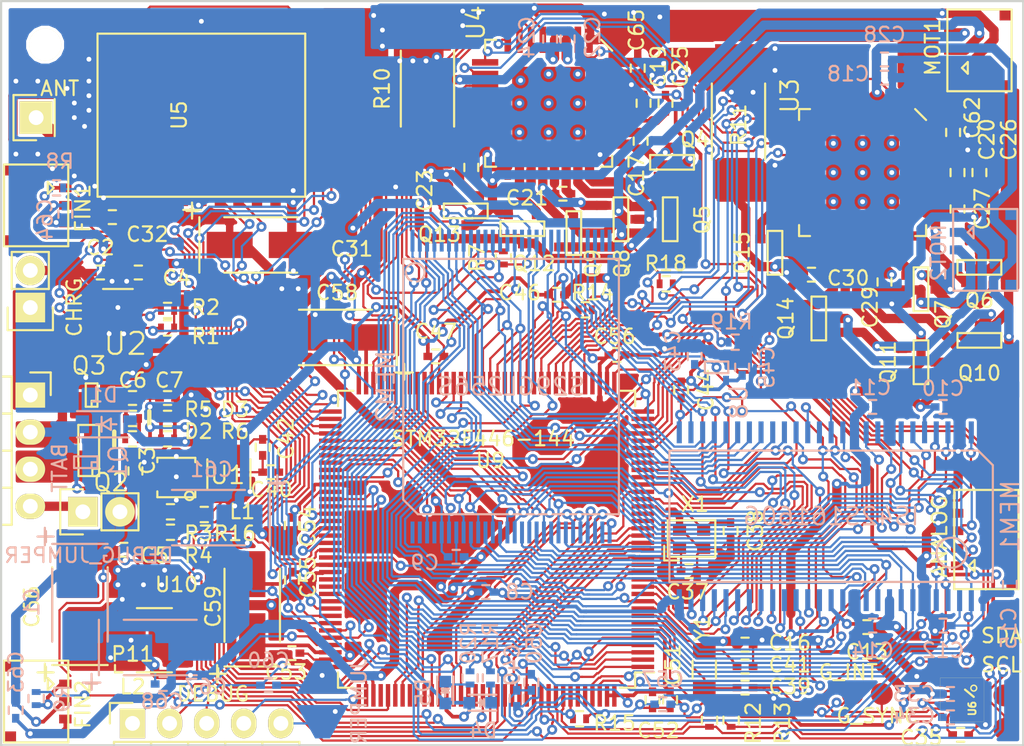
<source format=kicad_pcb>
(kicad_pcb (version 4) (host pcbnew 4.0.1-stable)
  (layers (0 F.Cu signal hide) (31 B.Cu signal hide) (34 B.Paste user) (35 F.Paste user) (36 B.SilkS user) (37 F.SilkS user) (38 B.Mask user) (39 F.Mask user) (44 Edge.Cuts user))
  (net 0 "")
  (net 1 GND)
  (net 2 /Charge/2S)
  (net 3 /Charge/5V_CHG)
  (net 4 /Charge/1S)
  (net 5 "Net-(C6-Pad1)")
  (net 6 "Net-(C7-Pad1)")
  (net 7 /Digital/3.3V)
  (net 8 /Motors/CA1)
  (net 9 /Motors/A1)
  (net 10 /Motors/CP21)
  (net 11 /Motors/CP11)
  (net 12 /Motors/CP22)
  (net 13 /Motors/CP12)
  (net 14 /Motors/CB1)
  (net 15 /Motors/B1)
  (net 16 /Motors/CC1)
  (net 17 /Motors/C1)
  (net 18 /Motors/LSS)
  (net 19 /Motors/VREG1)
  (net 20 /Motors/LSS2)
  (net 21 /Motors/VREG2)
  (net 22 /Motors/CA2)
  (net 23 /Motors/A2)
  (net 24 /Motors/CB2)
  (net 25 /Motors/B2)
  (net 26 /Motors/CC2)
  (net 27 /Motors/C2)
  (net 28 "Net-(C34-Pad1)")
  (net 29 /Micro/HS_X1)
  (net 30 /Micro/HS_X2)
  (net 31 /Micro/X1)
  (net 32 "Net-(C40-Pad1)")
  (net 33 "Net-(C40-Pad2)")
  (net 34 /Micro/X2)
  (net 35 /Micro/VREF)
  (net 36 /Power/CHG_CTL_VCC)
  (net 37 /Micro/VCAP_1)
  (net 38 /Micro/VCAP_2)
  (net 39 /Micro/RST#)
  (net 40 /Charge/2S_EN)
  (net 41 "Net-(D4-Pad1)")
  (net 42 "Net-(D5-Pad1)")
  (net 43 /Micro/BOOT0)
  (net 44 "Net-(L2-Pad2)")
  (net 45 /Digital/DQ15)
  (net 46 /Digital/DQ0)
  (net 47 /Digital/DQ14)
  (net 48 /Digital/DQ1)
  (net 49 /Digital/DQ13)
  (net 50 /Digital/DQ2)
  (net 51 /Digital/DQ12)
  (net 52 /Digital/DQ3)
  (net 53 /Digital/DQ11)
  (net 54 /Digital/DQ4)
  (net 55 /Digital/DQ10)
  (net 56 /Digital/DQ5)
  (net 57 /Digital/DQ9)
  (net 58 /Digital/DQ6)
  (net 59 /Digital/DQ8)
  (net 60 /Digital/DQ7)
  (net 61 /Digital/BL0#)
  (net 62 /Digital/BL1#)
  (net 63 /Micro/FMC_SDNWE)
  (net 64 /Digital/CLK_RAM)
  (net 65 /Digital/CAS#)
  (net 66 /Digital/CKE_RAM)
  (net 67 /Micro/FMC_SDNRAS)
  (net 68 /Digital/A12)
  (net 69 /Digital/CE#_RAM)
  (net 70 /Digital/A11)
  (net 71 /Digital/A14)
  (net 72 /Digital/A9)
  (net 73 /Digital/A15)
  (net 74 /Digital/A8)
  (net 75 /Digital/A10)
  (net 76 /Digital/A7)
  (net 77 /Digital/A0)
  (net 78 /Digital/A6)
  (net 79 /Digital/A1)
  (net 80 /Digital/A5)
  (net 81 /Digital/A2)
  (net 82 /Digital/A4)
  (net 83 /Digital/A3)
  (net 84 /Digital/A23)
  (net 85 /Digital/A22)
  (net 86 /Digital/A16)
  (net 87 /Digital/A13)
  (net 88 /Digital/A19)
  (net 89 /Digital/A20)
  (net 90 /Micro/FMC_NWE)
  (net 91 /Micro/PA12)
  (net 92 /Digital/A21)
  (net 93 /Micro/FMC_NWAIT)
  (net 94 /Digital/A18)
  (net 95 /Digital/A17)
  (net 96 /Micro/FMC_NOE)
  (net 97 /Digital/CE#_FLASH)
  (net 98 /Charge/2S_NEG)
  (net 99 "Net-(P6-Pad1)")
  (net 100 "Net-(P7-Pad1)")
  (net 101 /Motors/GHA)
  (net 102 /Motors/GLA)
  (net 103 /Motors/GHA2)
  (net 104 /Motors/GLA2)
  (net 105 /Motors/GHB)
  (net 106 /Motors/GLB)
  (net 107 /Motors/GHB2)
  (net 108 /Motors/GLB2)
  (net 109 /Motors/GHC)
  (net 110 /Motors/GLC)
  (net 111 /Motors/GHC2)
  (net 112 /Motors/GLC2)
  (net 113 /Charge/CHG_EN#)
  (net 114 "Net-(R2-Pad1)")
  (net 115 "Net-(R3-Pad1)")
  (net 116 "Net-(R16-Pad2)")
  (net 117 /Motors/FIN1)
  (net 118 /Motors/FIN2)
  (net 119 /Micro/SCL)
  (net 120 /Micro/SDA)
  (net 121 /Micro/SDIO_CLK)
  (net 122 /Micro/A0)
  (net 123 /Micro/PG12)
  (net 124 /Charge/CHG_STAT1)
  (net 125 /Charge/CHG_STAT2)
  (net 126 /Charge/CHG_TE#)
  (net 127 /Motors/MOT2_RESET#)
  (net 128 /Motors/MOT2_DIAG)
  (net 129 /Micro/MOT2_PWM)
  (net 130 /Motors/MOT2_TACH)
  (net 131 /Motors/SDO)
  (net 132 /Motors/SCK)
  (net 133 /Motors/SDI)
  (net 134 /Motors/MOT2_CS#)
  (net 135 /Motors/MOT1_RESET#)
  (net 136 /Motors/MOT1_DIAG)
  (net 137 /Micro/MOT1_PWM)
  (net 138 /Motors/MOT1_TACH)
  (net 139 /Motors/MOT1_CS#)
  (net 140 /rf/RF_TX)
  (net 141 /rf/RF_RX)
  (net 142 /Sensors/GYRO_INT)
  (net 143 /Sensors/GYRO_FSYNC)
  (net 144 /Power/AUX_3.3V_EN)
  (net 145 /Micro/A1)
  (net 146 /Micro/A2)
  (net 147 /Micro/A3)
  (net 148 "Net-(P10-Pad1)")
  (net 149 /Micro/SWDIO)
  (net 150 /Micro/SWCLK)
  (net 151 /Charge/2S_RAW)
  (net 152 "Net-(MEM1-Pad40)")
  (net 153 "Net-(MEM2-Pad56)")
  (net 154 "Net-(MEM2-Pad55)")
  (net 155 "Net-(MEM2-Pad53)")
  (net 156 "Net-(MEM2-Pad16)")
  (net 157 "Net-(MEM2-Pad30)")
  (net 158 "Net-(MEM2-Pad27)")
  (net 159 "Net-(MEM2-Pad28)")
  (net 160 "Net-(U1-Pad7)")
  (net 161 "Net-(U3-PadPAD)")
  (net 162 "Net-(U4-PadPAD)")
  (net 163 "Net-(U5-Pad1)")
  (net 164 "Net-(U5-Pad2)")
  (net 165 "Net-(U5-Pad3)")
  (net 166 "Net-(U5-Pad4)")
  (net 167 "Net-(U5-Pad5)")
  (net 168 "Net-(U5-Pad6)")
  (net 169 "Net-(U5-Pad10)")
  (net 170 "Net-(U5-Pad11)")
  (net 171 "Net-(U5-Pad23)")
  (net 172 "Net-(U5-Pad24)")
  (net 173 "Net-(U5-Pad28)")
  (net 174 "Net-(U5-Pad30)")
  (net 175 "Net-(U5-Pad31)")
  (net 176 "Net-(U5-Pad32)")
  (net 177 "Net-(U6-Pad2)")
  (net 178 "Net-(U6-Pad6)")
  (net 179 /Sensors/AUX_SCL)
  (net 180 "Net-(U6-Pad19)")
  (net 181 "Net-(U6-Pad3)")
  (net 182 "Net-(U6-Pad4)")
  (net 183 "Net-(U6-Pad5)")
  (net 184 "Net-(U6-Pad14)")
  (net 185 "Net-(U6-Pad15)")
  (net 186 "Net-(U6-Pad16)")
  (net 187 "Net-(U6-Pad17)")
  (net 188 /Sensors/AUX_SDA)
  (net 189 /Micro/DCMI_HSYNC)
  (net 190 /Micro/DCMI_PIXCLK)
  (net 191 /Micro/PG6)
  (net 192 /Micro/PG7)
  (net 193 /Micro/DCMI_D0)
  (net 194 /Micro/DCMI_D1)
  (net 195 /Micro/SDIO_D0)
  (net 196 /Micro/DCMI_D3)
  (net 197 /Micro/DCMI_D4)
  (net 198 /Micro/SDIO_CMD)
  (net 199 /Micro/DCMI_VSYNC)
  (net 200 /Micro/DCMI_D2)
  (net 201 /Micro/DCMI_D5)
  (net 202 /Micro/DCMI_D6)
  (net 203 /Micro/DCMI_D7)
  (net 204 /Power/AUX_3.3V_GOOD)
  (net 205 /Micro/PF7)
  (net 206 /Micro/PF8)
  (net 207 /Micro/PB14)
  (net 208 /Micro/PB15)
  (net 209 /Micro/PF9)
  (net 210 /Micro/PF10)
  (module Housings_QFP:LQFP-144_20x20mm_Pitch0.5mm (layer F.Cu) (at 45.2486 183.8798 180)
    (fp_text reference U9 (at -0.2664 5.3948 180) (layer F.SilkS))
    (fp_text value STM32F446-144 (at 0.2336 6.8948 180) (layer F.SilkS))
    (pad 1 smd rect (at -10.7 -8.75 180) (size 1.55 0.3) (layers F.Cu F.Paste F.Mask) (net 84 /Digital/A23))
    (pad 2 smd rect (at -10.7 -8.25 180) (size 1.55 0.3) (layers F.Cu F.Paste F.Mask) (net 88 /Digital/A19))
    (pad 3 smd rect (at -10.7 -7.75 180) (size 1.55 0.3) (layers F.Cu F.Paste F.Mask) (net 89 /Digital/A20))
    (pad 4 smd rect (at -10.7 -7.25 180) (size 1.55 0.3) (layers F.Cu F.Paste F.Mask) (net 92 /Digital/A21))
    (pad 5 smd rect (at -10.7 -6.75 180) (size 1.55 0.3) (layers F.Cu F.Paste F.Mask) (net 85 /Digital/A22))
    (pad 6 smd rect (at -10.7 -6.25 180) (size 1.55 0.3) (layers F.Cu F.Paste F.Mask) (net 36 /Power/CHG_CTL_VCC))
    (pad 7 smd rect (at -10.7 -5.75 180) (size 1.55 0.3) (layers F.Cu F.Paste F.Mask) (net 143 /Sensors/GYRO_FSYNC))
    (pad 8 smd rect (at -10.7 -5.25 180) (size 1.55 0.3) (layers F.Cu F.Paste F.Mask) (net 31 /Micro/X1))
    (pad 9 smd rect (at -10.7 -4.75 180) (size 1.55 0.3) (layers F.Cu F.Paste F.Mask) (net 34 /Micro/X2))
    (pad 10 smd rect (at -10.7 -4.25 180) (size 1.55 0.3) (layers F.Cu F.Paste F.Mask) (net 77 /Digital/A0))
    (pad 11 smd rect (at -10.7 -3.75 180) (size 1.55 0.3) (layers F.Cu F.Paste F.Mask) (net 79 /Digital/A1))
    (pad 12 smd rect (at -10.7 -3.25 180) (size 1.55 0.3) (layers F.Cu F.Paste F.Mask) (net 81 /Digital/A2))
    (pad 13 smd rect (at -10.7 -2.75 180) (size 1.55 0.3) (layers F.Cu F.Paste F.Mask) (net 83 /Digital/A3))
    (pad 14 smd rect (at -10.7 -2.25 180) (size 1.55 0.3) (layers F.Cu F.Paste F.Mask) (net 82 /Digital/A4))
    (pad 15 smd rect (at -10.7 -1.75 180) (size 1.55 0.3) (layers F.Cu F.Paste F.Mask) (net 80 /Digital/A5))
    (pad 16 smd rect (at -10.7 -1.25 180) (size 1.55 0.3) (layers F.Cu F.Paste F.Mask) (net 1 GND))
    (pad 17 smd rect (at -10.7 -0.75 180) (size 1.55 0.3) (layers F.Cu F.Paste F.Mask) (net 36 /Power/CHG_CTL_VCC))
    (pad 18 smd rect (at -10.7 -0.25 180) (size 1.55 0.3) (layers F.Cu F.Paste F.Mask) (net 142 /Sensors/GYRO_INT))
    (pad 19 smd rect (at -10.7 0.25 180) (size 1.55 0.3) (layers F.Cu F.Paste F.Mask) (net 205 /Micro/PF7))
    (pad 20 smd rect (at -10.7 0.75 180) (size 1.55 0.3) (layers F.Cu F.Paste F.Mask) (net 206 /Micro/PF8))
    (pad 21 smd rect (at -10.7 1.25 180) (size 1.55 0.3) (layers F.Cu F.Paste F.Mask) (net 209 /Micro/PF9))
    (pad 22 smd rect (at -10.7 1.75 180) (size 1.55 0.3) (layers F.Cu F.Paste F.Mask) (net 210 /Micro/PF10))
    (pad 23 smd rect (at -10.7 2.25 180) (size 1.55 0.3) (layers F.Cu F.Paste F.Mask) (net 29 /Micro/HS_X1))
    (pad 24 smd rect (at -10.7 2.75 180) (size 1.55 0.3) (layers F.Cu F.Paste F.Mask) (net 30 /Micro/HS_X2))
    (pad 25 smd rect (at -10.7 3.25 180) (size 1.55 0.3) (layers F.Cu F.Paste F.Mask) (net 39 /Micro/RST#))
    (pad 26 smd rect (at -10.7 3.75 180) (size 1.55 0.3) (layers F.Cu F.Paste F.Mask) (net 63 /Micro/FMC_SDNWE))
    (pad 27 smd rect (at -10.7 4.25 180) (size 1.55 0.3) (layers F.Cu F.Paste F.Mask) (net 135 /Motors/MOT1_RESET#))
    (pad 28 smd rect (at -10.7 4.75 180) (size 1.55 0.3) (layers F.Cu F.Paste F.Mask) (net 69 /Digital/CE#_RAM))
    (pad 29 smd rect (at -10.7 5.25 180) (size 1.55 0.3) (layers F.Cu F.Paste F.Mask) (net 66 /Digital/CKE_RAM))
    (pad 30 smd rect (at -10.7 5.75 180) (size 1.55 0.3) (layers F.Cu F.Paste F.Mask) (net 36 /Power/CHG_CTL_VCC))
    (pad 31 smd rect (at -10.7 6.25 180) (size 1.55 0.3) (layers F.Cu F.Paste F.Mask) (net 1 GND))
    (pad 32 smd rect (at -10.7 6.75 180) (size 1.55 0.3) (layers F.Cu F.Paste F.Mask) (net 35 /Micro/VREF))
    (pad 33 smd rect (at -10.7 7.25 180) (size 1.55 0.3) (layers F.Cu F.Paste F.Mask) (net 36 /Power/CHG_CTL_VCC))
    (pad 34 smd rect (at -10.7 7.75 180) (size 1.55 0.3) (layers F.Cu F.Paste F.Mask) (net 122 /Micro/A0))
    (pad 35 smd rect (at -10.7 8.25 180) (size 1.55 0.3) (layers F.Cu F.Paste F.Mask) (net 145 /Micro/A1))
    (pad 36 smd rect (at -10.7 8.75 180) (size 1.55 0.3) (layers F.Cu F.Paste F.Mask) (net 146 /Micro/A2))
    (pad 37 smd rect (at -8.75 10.7 270) (size 1.55 0.3) (layers F.Cu F.Paste F.Mask) (net 147 /Micro/A3))
    (pad 38 smd rect (at -8.25 10.7 270) (size 1.55 0.3) (layers F.Cu F.Paste F.Mask) (net 1 GND))
    (pad 39 smd rect (at -7.75 10.7 270) (size 1.55 0.3) (layers F.Cu F.Paste F.Mask) (net 36 /Power/CHG_CTL_VCC))
    (pad 40 smd rect (at -7.25 10.7 270) (size 1.55 0.3) (layers F.Cu F.Paste F.Mask) (net 189 /Micro/DCMI_HSYNC))
    (pad 41 smd rect (at -6.75 10.7 270) (size 1.55 0.3) (layers F.Cu F.Paste F.Mask) (net 132 /Motors/SCK))
    (pad 42 smd rect (at -6.25 10.7 270) (size 1.55 0.3) (layers F.Cu F.Paste F.Mask) (net 190 /Micro/DCMI_PIXCLK))
    (pad 43 smd rect (at -5.75 10.7 270) (size 1.55 0.3) (layers F.Cu F.Paste F.Mask) (net 133 /Motors/SDI))
    (pad 44 smd rect (at -5.25 10.7 270) (size 1.55 0.3) (layers F.Cu F.Paste F.Mask) (net 128 /Motors/MOT2_DIAG))
    (pad 45 smd rect (at -4.75 10.7 270) (size 1.55 0.3) (layers F.Cu F.Paste F.Mask) (net 127 /Motors/MOT2_RESET#))
    (pad 46 smd rect (at -4.25 10.7 270) (size 1.55 0.3) (layers F.Cu F.Paste F.Mask) (net 134 /Motors/MOT2_CS#))
    (pad 47 smd rect (at -3.75 10.7 270) (size 1.55 0.3) (layers F.Cu F.Paste F.Mask) (net 129 /Micro/MOT2_PWM))
    (pad 48 smd rect (at -3.25 10.7 270) (size 1.55 0.3) (layers F.Cu F.Paste F.Mask) (net 121 /Micro/SDIO_CLK))
    (pad 49 smd rect (at -2.75 10.7 270) (size 1.55 0.3) (layers F.Cu F.Paste F.Mask) (net 67 /Micro/FMC_SDNRAS))
    (pad 50 smd rect (at -2.25 10.7 270) (size 1.55 0.3) (layers F.Cu F.Paste F.Mask) (net 78 /Digital/A6))
    (pad 51 smd rect (at -1.75 10.7 270) (size 1.55 0.3) (layers F.Cu F.Paste F.Mask) (net 1 GND))
    (pad 52 smd rect (at -1.25 10.7 270) (size 1.55 0.3) (layers F.Cu F.Paste F.Mask) (net 36 /Power/CHG_CTL_VCC))
    (pad 53 smd rect (at -0.75 10.7 270) (size 1.55 0.3) (layers F.Cu F.Paste F.Mask) (net 76 /Digital/A7))
    (pad 54 smd rect (at -0.25 10.7 270) (size 1.55 0.3) (layers F.Cu F.Paste F.Mask) (net 74 /Digital/A8))
    (pad 55 smd rect (at 0.25 10.7 270) (size 1.55 0.3) (layers F.Cu F.Paste F.Mask) (net 72 /Digital/A9))
    (pad 56 smd rect (at 0.75 10.7 270) (size 1.55 0.3) (layers F.Cu F.Paste F.Mask) (net 75 /Digital/A10))
    (pad 57 smd rect (at 1.25 10.7 270) (size 1.55 0.3) (layers F.Cu F.Paste F.Mask) (net 70 /Digital/A11))
    (pad 58 smd rect (at 1.75 10.7 270) (size 1.55 0.3) (layers F.Cu F.Paste F.Mask) (net 54 /Digital/DQ4))
    (pad 59 smd rect (at 2.25 10.7 270) (size 1.55 0.3) (layers F.Cu F.Paste F.Mask) (net 56 /Digital/DQ5))
    (pad 60 smd rect (at 2.75 10.7 270) (size 1.55 0.3) (layers F.Cu F.Paste F.Mask) (net 58 /Digital/DQ6))
    (pad 61 smd rect (at 3.25 10.7 270) (size 1.55 0.3) (layers F.Cu F.Paste F.Mask) (net 1 GND))
    (pad 62 smd rect (at 3.75 10.7 270) (size 1.55 0.3) (layers F.Cu F.Paste F.Mask) (net 36 /Power/CHG_CTL_VCC))
    (pad 63 smd rect (at 4.25 10.7 270) (size 1.55 0.3) (layers F.Cu F.Paste F.Mask) (net 60 /Digital/DQ7))
    (pad 64 smd rect (at 4.75 10.7 270) (size 1.55 0.3) (layers F.Cu F.Paste F.Mask) (net 59 /Digital/DQ8))
    (pad 65 smd rect (at 5.25 10.7 270) (size 1.55 0.3) (layers F.Cu F.Paste F.Mask) (net 57 /Digital/DQ9))
    (pad 66 smd rect (at 5.75 10.7 270) (size 1.55 0.3) (layers F.Cu F.Paste F.Mask) (net 55 /Digital/DQ10))
    (pad 67 smd rect (at 6.25 10.7 270) (size 1.55 0.3) (layers F.Cu F.Paste F.Mask) (net 53 /Digital/DQ11))
    (pad 68 smd rect (at 6.75 10.7 270) (size 1.55 0.3) (layers F.Cu F.Paste F.Mask) (net 51 /Digital/DQ12))
    (pad 69 smd rect (at 7.25 10.7 270) (size 1.55 0.3) (layers F.Cu F.Paste F.Mask) (net 139 /Motors/MOT1_CS#))
    (pad 70 smd rect (at 7.75 10.7 270) (size 1.55 0.3) (layers F.Cu F.Paste F.Mask) (net 136 /Motors/MOT1_DIAG))
    (pad 71 smd rect (at 8.25 10.7 270) (size 1.55 0.3) (layers F.Cu F.Paste F.Mask) (net 37 /Micro/VCAP_1))
    (pad 72 smd rect (at 8.75 10.7 270) (size 1.55 0.3) (layers F.Cu F.Paste F.Mask) (net 36 /Power/CHG_CTL_VCC))
    (pad 73 smd rect (at 10.7 8.75 180) (size 1.55 0.3) (layers F.Cu F.Paste F.Mask) (net 113 /Charge/CHG_EN#))
    (pad 74 smd rect (at 10.7 8.25 180) (size 1.55 0.3) (layers F.Cu F.Paste F.Mask) (net 124 /Charge/CHG_STAT1))
    (pad 75 smd rect (at 10.7 7.75 180) (size 1.55 0.3) (layers F.Cu F.Paste F.Mask) (net 207 /Micro/PB14))
    (pad 76 smd rect (at 10.7 7.25 180) (size 1.55 0.3) (layers F.Cu F.Paste F.Mask) (net 208 /Micro/PB15))
    (pad 77 smd rect (at 10.7 6.75 180) (size 1.55 0.3) (layers F.Cu F.Paste F.Mask) (net 49 /Digital/DQ13))
    (pad 78 smd rect (at 10.7 6.25 180) (size 1.55 0.3) (layers F.Cu F.Paste F.Mask) (net 47 /Digital/DQ14))
    (pad 79 smd rect (at 10.7 5.75 180) (size 1.55 0.3) (layers F.Cu F.Paste F.Mask) (net 45 /Digital/DQ15))
    (pad 80 smd rect (at 10.7 5.25 180) (size 1.55 0.3) (layers F.Cu F.Paste F.Mask) (net 86 /Digital/A16))
    (pad 81 smd rect (at 10.7 4.75 180) (size 1.55 0.3) (layers F.Cu F.Paste F.Mask) (net 95 /Digital/A17))
    (pad 82 smd rect (at 10.7 4.25 180) (size 1.55 0.3) (layers F.Cu F.Paste F.Mask) (net 94 /Digital/A18))
    (pad 83 smd rect (at 10.7 3.75 180) (size 1.55 0.3) (layers F.Cu F.Paste F.Mask) (net 1 GND))
    (pad 84 smd rect (at 10.7 3.25 180) (size 1.55 0.3) (layers F.Cu F.Paste F.Mask) (net 36 /Power/CHG_CTL_VCC))
    (pad 85 smd rect (at 10.7 2.75 180) (size 1.55 0.3) (layers F.Cu F.Paste F.Mask) (net 46 /Digital/DQ0))
    (pad 86 smd rect (at 10.7 2.25 180) (size 1.55 0.3) (layers F.Cu F.Paste F.Mask) (net 48 /Digital/DQ1))
    (pad 87 smd rect (at 10.7 1.75 180) (size 1.55 0.3) (layers F.Cu F.Paste F.Mask) (net 68 /Digital/A12))
    (pad 88 smd rect (at 10.7 1.25 180) (size 1.55 0.3) (layers F.Cu F.Paste F.Mask) (net 87 /Digital/A13))
    (pad 89 smd rect (at 10.7 0.75 180) (size 1.55 0.3) (layers F.Cu F.Paste F.Mask) (net 71 /Digital/A14))
    (pad 90 smd rect (at 10.7 0.25 180) (size 1.55 0.3) (layers F.Cu F.Paste F.Mask) (net 73 /Digital/A15))
    (pad 91 smd rect (at 10.7 -0.25 180) (size 1.55 0.3) (layers F.Cu F.Paste F.Mask) (net 191 /Micro/PG6))
    (pad 92 smd rect (at 10.7 -0.75 180) (size 1.55 0.3) (layers F.Cu F.Paste F.Mask) (net 192 /Micro/PG7))
    (pad 93 smd rect (at 10.7 -1.25 180) (size 1.55 0.3) (layers F.Cu F.Paste F.Mask) (net 64 /Digital/CLK_RAM))
    (pad 94 smd rect (at 10.7 -1.75 180) (size 1.55 0.3) (layers F.Cu F.Paste F.Mask) (net 1 GND))
    (pad 95 smd rect (at 10.7 -2.25 180) (size 1.55 0.3) (layers F.Cu F.Paste F.Mask) (net 36 /Power/CHG_CTL_VCC))
    (pad 96 smd rect (at 10.7 -2.75 180) (size 1.55 0.3) (layers F.Cu F.Paste F.Mask) (net 193 /Micro/DCMI_D0))
    (pad 97 smd rect (at 10.7 -3.25 180) (size 1.55 0.3) (layers F.Cu F.Paste F.Mask) (net 194 /Micro/DCMI_D1))
    (pad 98 smd rect (at 10.7 -3.75 180) (size 1.55 0.3) (layers F.Cu F.Paste F.Mask) (net 195 /Micro/SDIO_D0))
    (pad 99 smd rect (at 10.7 -4.25 180) (size 1.55 0.3) (layers F.Cu F.Paste F.Mask) (net 196 /Micro/DCMI_D3))
    (pad 100 smd rect (at 10.7 -4.75 180) (size 1.55 0.3) (layers F.Cu F.Paste F.Mask) (net 138 /Motors/MOT1_TACH))
    (pad 101 smd rect (at 10.7 -5.25 180) (size 1.55 0.3) (layers F.Cu F.Paste F.Mask) (net 141 /rf/RF_RX))
    (pad 102 smd rect (at 10.7 -5.75 180) (size 1.55 0.3) (layers F.Cu F.Paste F.Mask) (net 140 /rf/RF_TX))
    (pad 103 smd rect (at 10.7 -6.25 180) (size 1.55 0.3) (layers F.Cu F.Paste F.Mask) (net 130 /Motors/MOT2_TACH))
    (pad 104 smd rect (at 10.7 -6.75 180) (size 1.55 0.3) (layers F.Cu F.Paste F.Mask) (net 91 /Micro/PA12))
    (pad 105 smd rect (at 10.7 -7.25 180) (size 1.55 0.3) (layers F.Cu F.Paste F.Mask) (net 149 /Micro/SWDIO))
    (pad 106 smd rect (at 10.7 -7.75 180) (size 1.55 0.3) (layers F.Cu F.Paste F.Mask) (net 38 /Micro/VCAP_2))
    (pad 107 smd rect (at 10.7 -8.25 180) (size 1.55 0.3) (layers F.Cu F.Paste F.Mask) (net 1 GND))
    (pad 108 smd rect (at 10.7 -8.75 180) (size 1.55 0.3) (layers F.Cu F.Paste F.Mask) (net 36 /Power/CHG_CTL_VCC))
    (pad 109 smd rect (at 8.75 -10.7 270) (size 1.55 0.3) (layers F.Cu F.Paste F.Mask) (net 150 /Micro/SWCLK))
    (pad 110 smd rect (at 8.25 -10.7 270) (size 1.55 0.3) (layers F.Cu F.Paste F.Mask) (net 117 /Motors/FIN1))
    (pad 111 smd rect (at 7.75 -10.7 270) (size 1.55 0.3) (layers F.Cu F.Paste F.Mask) (net 126 /Charge/CHG_TE#))
    (pad 112 smd rect (at 7.25 -10.7 270) (size 1.55 0.3) (layers F.Cu F.Paste F.Mask) (net 197 /Micro/DCMI_D4))
    (pad 113 smd rect (at 6.75 -10.7 270) (size 1.55 0.3) (layers F.Cu F.Paste F.Mask) (net 40 /Charge/2S_EN))
    (pad 114 smd rect (at 6.25 -10.7 270) (size 1.55 0.3) (layers F.Cu F.Paste F.Mask) (net 50 /Digital/DQ2))
    (pad 115 smd rect (at 5.75 -10.7 270) (size 1.55 0.3) (layers F.Cu F.Paste F.Mask) (net 52 /Digital/DQ3))
    (pad 116 smd rect (at 5.25 -10.7 270) (size 1.55 0.3) (layers F.Cu F.Paste F.Mask) (net 198 /Micro/SDIO_CMD))
    (pad 117 smd rect (at 4.75 -10.7 270) (size 1.55 0.3) (layers F.Cu F.Paste F.Mask) (net 201 /Micro/DCMI_D5))
    (pad 118 smd rect (at 4.25 -10.7 270) (size 1.55 0.3) (layers F.Cu F.Paste F.Mask) (net 96 /Micro/FMC_NOE))
    (pad 119 smd rect (at 3.75 -10.7 270) (size 1.55 0.3) (layers F.Cu F.Paste F.Mask) (net 90 /Micro/FMC_NWE))
    (pad 120 smd rect (at 3.25 -10.7 270) (size 1.55 0.3) (layers F.Cu F.Paste F.Mask) (net 1 GND))
    (pad 121 smd rect (at 2.75 -10.7 270) (size 1.55 0.3) (layers F.Cu F.Paste F.Mask) (net 36 /Power/CHG_CTL_VCC))
    (pad 122 smd rect (at 2.25 -10.7 270) (size 1.55 0.3) (layers F.Cu F.Paste F.Mask) (net 93 /Micro/FMC_NWAIT))
    (pad 123 smd rect (at 1.75 -10.7 270) (size 1.55 0.3) (layers F.Cu F.Paste F.Mask) (net 97 /Digital/CE#_FLASH))
    (pad 124 smd rect (at 1.25 -10.7 270) (size 1.55 0.3) (layers F.Cu F.Paste F.Mask) (net 199 /Micro/DCMI_VSYNC))
    (pad 125 smd rect (at 0.75 -10.7 270) (size 1.55 0.3) (layers F.Cu F.Paste F.Mask) (net 200 /Micro/DCMI_D2))
    (pad 126 smd rect (at 0.25 -10.7 270) (size 1.55 0.3) (layers F.Cu F.Paste F.Mask) (net 125 /Charge/CHG_STAT2))
    (pad 127 smd rect (at -0.25 -10.7 270) (size 1.55 0.3) (layers F.Cu F.Paste F.Mask) (net 123 /Micro/PG12))
    (pad 128 smd rect (at -0.75 -10.7 270) (size 1.55 0.3) (layers F.Cu F.Paste F.Mask) (net 144 /Power/AUX_3.3V_EN))
    (pad 129 smd rect (at -1.25 -10.7 270) (size 1.55 0.3) (layers F.Cu F.Paste F.Mask) (net 3 /Charge/5V_CHG))
    (pad 130 smd rect (at -1.75 -10.7 270) (size 1.55 0.3) (layers F.Cu F.Paste F.Mask) (net 1 GND))
    (pad 131 smd rect (at -2.25 -10.7 270) (size 1.55 0.3) (layers F.Cu F.Paste F.Mask) (net 36 /Power/CHG_CTL_VCC))
    (pad 132 smd rect (at -2.75 -10.7 270) (size 1.55 0.3) (layers F.Cu F.Paste F.Mask) (net 65 /Digital/CAS#))
    (pad 133 smd rect (at -3.25 -10.7 270) (size 1.55 0.3) (layers F.Cu F.Paste F.Mask) (net 118 /Motors/FIN2))
    (pad 134 smd rect (at -3.75 -10.7 270) (size 1.55 0.3) (layers F.Cu F.Paste F.Mask) (net 131 /Motors/SDO))
    (pad 135 smd rect (at -4.25 -10.7 270) (size 1.55 0.3) (layers F.Cu F.Paste F.Mask) (net 137 /Micro/MOT1_PWM))
    (pad 136 smd rect (at -4.75 -10.7 270) (size 1.55 0.3) (layers F.Cu F.Paste F.Mask) (net 119 /Micro/SCL))
    (pad 137 smd rect (at -5.25 -10.7 270) (size 1.55 0.3) (layers F.Cu F.Paste F.Mask) (net 120 /Micro/SDA))
    (pad 138 smd rect (at -5.75 -10.7 270) (size 1.55 0.3) (layers F.Cu F.Paste F.Mask) (net 43 /Micro/BOOT0))
    (pad 139 smd rect (at -6.25 -10.7 270) (size 1.55 0.3) (layers F.Cu F.Paste F.Mask) (net 202 /Micro/DCMI_D6))
    (pad 140 smd rect (at -6.75 -10.7 270) (size 1.55 0.3) (layers F.Cu F.Paste F.Mask) (net 203 /Micro/DCMI_D7))
    (pad 141 smd rect (at -7.25 -10.7 270) (size 1.55 0.3) (layers F.Cu F.Paste F.Mask) (net 61 /Digital/BL0#))
    (pad 142 smd rect (at -7.75 -10.7 270) (size 1.55 0.3) (layers F.Cu F.Paste F.Mask) (net 62 /Digital/BL1#))
    (pad 143 smd rect (at -8.25 -10.7 270) (size 1.55 0.3) (layers F.Cu F.Paste F.Mask) (net 36 /Power/CHG_CTL_VCC))
    (pad 144 smd rect (at -8.75 -10.7 270) (size 1.55 0.3) (layers F.Cu F.Paste F.Mask) (net 36 /Power/CHG_CTL_VCC))
  )
  (module Capacitors_Tantalum_SMD:TantalC_SizeB_EIA-3528_HandSoldering (layer B.Cu) (at 17.4 188.4 270)
    (fp_text reference C1 (at -0.20066 3.29946 270) (layer B.SilkS) (effects (justify mirror)))
    (fp_text value 10uF hide)
    (fp_text user + (at -4.70154 2.4003 270) (layer B.SilkS) (effects (justify mirror)))
    (pad 2 smd rect (at 2.12598 0 270) (size 3.1496 1.80086) (layers B.Cu B.Paste B.Mask) (net 1 GND))
    (pad 1 smd rect (at -2.12598 0 270) (size 3.1496 1.80086) (layers B.Cu B.Paste B.Mask) (net 2 /Charge/2S))
  )
  (module Capacitors_SMD:C_0402 (layer F.Cu) (at 18.8 165.6)
    (fp_text reference C2 (at 0 -1.7) (layer F.SilkS))
    (fp_text value 1uF hide)
    (pad 1 smd rect (at -0.55 0) (size 0.6 0.5) (layers F.Cu F.Paste F.Mask) (net 3 /Charge/5V_CHG))
    (pad 2 smd rect (at 0.55 0) (size 0.6 0.5) (layers F.Cu F.Paste F.Mask) (net 1 GND))
  )
  (module Capacitors_SMD:C_0402 (layer F.Cu) (at 21.2 179.2 270)
    (fp_text reference C3 (at -0.715 -0.815 270) (layer F.SilkS))
    (fp_text value 1uF hide)
    (pad 1 smd rect (at -0.55 0 270) (size 0.6 0.5) (layers F.Cu F.Paste F.Mask) (net 1 GND))
    (pad 2 smd rect (at 0.55 0 270) (size 0.6 0.5) (layers F.Cu F.Paste F.Mask) (net 2 /Charge/2S))
  )
  (module Capacitors_SMD:C_0402 (layer F.Cu) (at 21.4 165.6 180)
    (fp_text reference C4 (at -2.615 -0.385 180) (layer F.SilkS))
    (fp_text value 1uF hide)
    (pad 1 smd rect (at -0.55 0 180) (size 0.6 0.5) (layers F.Cu F.Paste F.Mask) (net 4 /Charge/1S))
    (pad 2 smd rect (at 0.55 0 180) (size 0.6 0.5) (layers F.Cu F.Paste F.Mask) (net 1 GND))
  )
  (module Capacitors_SMD:C_0402 (layer F.Cu) (at 20.4 184.6 180)
    (fp_text reference C5 (at -2.115 -0.385 180) (layer F.SilkS))
    (fp_text value 100nF hide)
    (pad 1 smd rect (at -0.55 0 180) (size 0.6 0.5) (layers F.Cu F.Paste F.Mask) (net 2 /Charge/2S))
    (pad 2 smd rect (at 0.55 0 180) (size 0.6 0.5) (layers F.Cu F.Paste F.Mask) (net 1 GND))
  )
  (module Capacitors_SMD:C_0402 (layer F.Cu) (at 21 174.2)
    (fp_text reference C6 (at 0.015 -1.215) (layer F.SilkS))
    (fp_text value 1nF hide)
    (pad 1 smd rect (at -0.55 0) (size 0.6 0.5) (layers F.Cu F.Paste F.Mask) (net 5 "Net-(C6-Pad1)"))
    (pad 2 smd rect (at 0.55 0) (size 0.6 0.5) (layers F.Cu F.Paste F.Mask) (net 1 GND))
  )
  (module Capacitors_SMD:C_0402 (layer F.Cu) (at 23.4 174.2 180)
    (fp_text reference C7 (at -0.115 1.215 180) (layer F.SilkS))
    (fp_text value 1nF hide)
    (pad 1 smd rect (at -0.55 0 180) (size 0.6 0.5) (layers F.Cu F.Paste F.Mask) (net 6 "Net-(C7-Pad1)"))
    (pad 2 smd rect (at 0.55 0 180) (size 0.6 0.5) (layers F.Cu F.Paste F.Mask) (net 1 GND))
  )
  (module Capacitors_SMD:C_0402 (layer B.Cu) (at 45.2 187.5)
    (fp_text reference C8 (at 2.315 -0.015) (layer B.SilkS) (effects (justify mirror)))
    (fp_text value 100nF hide)
    (pad 1 smd rect (at -0.55 0) (size 0.6 0.5) (layers B.Cu B.Paste B.Mask) (net 1 GND))
    (pad 2 smd rect (at 0.55 0) (size 0.6 0.5) (layers B.Cu B.Paste B.Mask) (net 7 /Digital/3.3V))
  )
  (module Capacitors_SMD:C_0402 (layer B.Cu) (at 43.165 185.085)
    (fp_text reference C9 (at -2.15 0.4) (layer B.SilkS) (effects (justify mirror)))
    (fp_text value 100nF hide)
    (pad 1 smd rect (at -0.55 0) (size 0.6 0.5) (layers B.Cu B.Paste B.Mask) (net 1 GND))
    (pad 2 smd rect (at 0.55 0) (size 0.6 0.5) (layers B.Cu B.Paste B.Mask) (net 7 /Digital/3.3V))
  )
  (module Capacitors_SMD:C_0402 (layer B.Cu) (at 76.516 174.812 180)
    (fp_text reference C10 (at 0 1.27 180) (layer B.SilkS) (effects (justify mirror)))
    (fp_text value 100nF hide)
    (pad 1 smd rect (at -0.55 0 180) (size 0.6 0.5) (layers B.Cu B.Paste B.Mask) (net 1 GND))
    (pad 2 smd rect (at 0.55 0 180) (size 0.6 0.5) (layers B.Cu B.Paste B.Mask) (net 7 /Digital/3.3V))
  )
  (module Capacitors_SMD:C_0402 (layer B.Cu) (at 71.69 174.812 180)
    (fp_text reference C11 (at 0.175 1.327 180) (layer B.SilkS) (effects (justify mirror)))
    (fp_text value 100nF hide)
    (pad 1 smd rect (at -0.55 0 180) (size 0.6 0.5) (layers B.Cu B.Paste B.Mask) (net 1 GND))
    (pad 2 smd rect (at 0.55 0 180) (size 0.6 0.5) (layers B.Cu B.Paste B.Mask) (net 7 /Digital/3.3V))
  )
  (module Capacitors_SMD:C_0402 (layer B.Cu) (at 76.516 189.798)
    (fp_text reference C12 (at 0 1.7) (layer B.SilkS) (effects (justify mirror)))
    (fp_text value 100nF hide)
    (pad 1 smd rect (at -0.55 0) (size 0.6 0.5) (layers B.Cu B.Paste B.Mask) (net 1 GND))
    (pad 2 smd rect (at 0.55 0) (size 0.6 0.5) (layers B.Cu B.Paste B.Mask) (net 7 /Digital/3.3V))
  )
  (module Capacitors_SMD:C_0402 (layer F.Cu) (at 71.3 189.9 180)
    (fp_text reference C13 (at 0 -1.7 180) (layer F.SilkS))
    (fp_text value 100nF hide)
    (pad 1 smd rect (at -0.55 0 180) (size 0.6 0.5) (layers F.Cu F.Paste F.Mask) (net 1 GND))
    (pad 2 smd rect (at 0.55 0 180) (size 0.6 0.5) (layers F.Cu F.Paste F.Mask) (net 7 /Digital/3.3V))
  )
  (module Capacitors_SMD:C_0402 (layer B.Cu) (at 71.69 189.798)
    (fp_text reference C14 (at 0 1.7) (layer B.SilkS) (effects (justify mirror)))
    (fp_text value 100nF hide)
    (pad 1 smd rect (at -0.55 0) (size 0.6 0.5) (layers B.Cu B.Paste B.Mask) (net 1 GND))
    (pad 2 smd rect (at 0.55 0) (size 0.6 0.5) (layers B.Cu B.Paste B.Mask) (net 7 /Digital/3.3V))
  )
  (module Capacitors_SMD:C_0402 (layer B.Cu) (at 81.088 186.9786 270)
    (fp_text reference C15 (at 3.0064 0.073 270) (layer B.SilkS) (effects (justify mirror)))
    (fp_text value 100nF hide)
    (pad 1 smd rect (at -0.55 0 270) (size 0.6 0.5) (layers B.Cu B.Paste B.Mask) (net 1 GND))
    (pad 2 smd rect (at 0.55 0 270) (size 0.6 0.5) (layers B.Cu B.Paste B.Mask) (net 7 /Digital/3.3V))
  )
  (module Capacitors_SMD:C_0402 (layer F.Cu) (at 62.95 191.1 180)
    (fp_text reference C16 (at -3.065 0.115 180) (layer F.SilkS))
    (fp_text value 100nF hide)
    (pad 1 smd rect (at -0.55 0 180) (size 0.6 0.5) (layers F.Cu F.Paste F.Mask) (net 1 GND))
    (pad 2 smd rect (at 0.55 0 180) (size 0.6 0.5) (layers F.Cu F.Paste F.Mask) (net 7 /Digital/3.3V))
  )
  (module Capacitors_SMD:C_0402 (layer F.Cu) (at 55.8 156.6 270)
    (fp_text reference C17 (at 2.385 0.285 270) (layer F.SilkS))
    (fp_text value 100nF hide)
    (pad 1 smd rect (at -0.55 0 270) (size 0.6 0.5) (layers F.Cu F.Paste F.Mask) (net 8 /Motors/CA1))
    (pad 2 smd rect (at 0.55 0 270) (size 0.6 0.5) (layers F.Cu F.Paste F.Mask) (net 9 /Motors/A1))
  )
  (module Capacitors_SMD:C_0402 (layer B.Cu) (at 72.5 152.25 180)
    (fp_text reference C18 (at 2.485 0.265 180) (layer B.SilkS) (effects (justify mirror)))
    (fp_text value 100nF hide)
    (pad 1 smd rect (at -0.55 0 180) (size 0.6 0.5) (layers B.Cu B.Paste B.Mask) (net 1 GND))
    (pad 2 smd rect (at 0.55 0 180) (size 0.6 0.5) (layers B.Cu B.Paste B.Mask) (net 7 /Digital/3.3V))
  )
  (module Capacitors_SMD:C_0402 (layer F.Cu) (at 56 154 270)
    (fp_text reference C19 (at -2.515 -1.015 270) (layer F.SilkS))
    (fp_text value 1uF hide)
    (pad 1 smd rect (at -0.55 0 270) (size 0.6 0.5) (layers F.Cu F.Paste F.Mask) (net 10 /Motors/CP21))
    (pad 2 smd rect (at 0.55 0 270) (size 0.6 0.5) (layers F.Cu F.Paste F.Mask) (net 11 /Motors/CP11))
  )
  (module Capacitors_SMD:C_0402 (layer F.Cu) (at 77.5 158.75 270)
    (fp_text reference C20 (at -2.265 -2.015 270) (layer F.SilkS))
    (fp_text value 1uF hide)
    (pad 1 smd rect (at -0.55 0 270) (size 0.6 0.5) (layers F.Cu F.Paste F.Mask) (net 12 /Motors/CP22))
    (pad 2 smd rect (at 0.55 0 270) (size 0.6 0.5) (layers F.Cu F.Paste F.Mask) (net 13 /Motors/CP12))
  )
  (module Capacitors_SMD:C_0402 (layer F.Cu) (at 50.475 160.2 180)
    (fp_text reference C21 (at 2.46 -0.285 180) (layer F.SilkS))
    (fp_text value 100nF hide)
    (pad 1 smd rect (at -0.55 0 180) (size 0.6 0.5) (layers F.Cu F.Paste F.Mask) (net 14 /Motors/CB1))
    (pad 2 smd rect (at 0.55 0 180) (size 0.6 0.5) (layers F.Cu F.Paste F.Mask) (net 15 /Motors/B1))
  )
  (module Capacitors_SMD:C_0402 (layer B.Cu) (at 50.8 149.6 270)
    (fp_text reference C22 (at -0.115 -1.715 270) (layer B.SilkS) (effects (justify mirror)))
    (fp_text value 100nF hide)
    (pad 1 smd rect (at -0.55 0 270) (size 0.6 0.5) (layers B.Cu B.Paste B.Mask) (net 1 GND))
    (pad 2 smd rect (at 0.55 0 270) (size 0.6 0.5) (layers B.Cu B.Paste B.Mask) (net 7 /Digital/3.3V))
  )
  (module Capacitors_SMD:C_0402 (layer F.Cu) (at 44.2 158.4 90)
    (fp_text reference C23 (at -1.585 -3.185 90) (layer F.SilkS))
    (fp_text value 100nF hide)
    (pad 1 smd rect (at -0.55 0 90) (size 0.6 0.5) (layers F.Cu F.Paste F.Mask) (net 16 /Motors/CC1))
    (pad 2 smd rect (at 0.55 0 90) (size 0.6 0.5) (layers F.Cu F.Paste F.Mask) (net 17 /Motors/C1))
  )
  (module Capacitors_SMD:C_0402 (layer B.Cu) (at 49.6 149.6 270)
    (fp_text reference C24 (at -0.115 1.585 270) (layer B.SilkS) (effects (justify mirror)))
    (fp_text value 100nF hide)
    (pad 1 smd rect (at -0.55 0 270) (size 0.6 0.5) (layers B.Cu B.Paste B.Mask) (net 1 GND))
    (pad 2 smd rect (at 0.55 0 270) (size 0.6 0.5) (layers B.Cu B.Paste B.Mask) (net 7 /Digital/3.3V))
  )
  (module Capacitors_SMD:C_0402 (layer F.Cu) (at 57.5 154 270)
    (fp_text reference C25 (at -2.515 -1.015 270) (layer F.SilkS))
    (fp_text value 1uF hide)
    (pad 1 smd rect (at -0.55 0 270) (size 0.6 0.5) (layers F.Cu F.Paste F.Mask) (net 18 /Motors/LSS))
    (pad 2 smd rect (at 0.55 0 270) (size 0.6 0.5) (layers F.Cu F.Paste F.Mask) (net 19 /Motors/VREG1))
  )
  (module Capacitors_SMD:C_0402 (layer F.Cu) (at 79 158.75 270)
    (fp_text reference C26 (at -2.265 -2.015 270) (layer F.SilkS))
    (fp_text value 1uF hide)
    (pad 1 smd rect (at -0.55 0 270) (size 0.6 0.5) (layers F.Cu F.Paste F.Mask) (net 20 /Motors/LSS2))
    (pad 2 smd rect (at 0.55 0 270) (size 0.6 0.5) (layers F.Cu F.Paste F.Mask) (net 21 /Motors/VREG2))
  )
  (module Capacitors_SMD:C_0402 (layer F.Cu) (at 77.5 161.25 270)
    (fp_text reference C27 (at 0 -1.7 270) (layer F.SilkS))
    (fp_text value 100nF hide)
    (pad 1 smd rect (at -0.55 0 270) (size 0.6 0.5) (layers F.Cu F.Paste F.Mask) (net 22 /Motors/CA2))
    (pad 2 smd rect (at 0.55 0 270) (size 0.6 0.5) (layers F.Cu F.Paste F.Mask) (net 23 /Motors/A2))
  )
  (module Capacitors_SMD:C_0402 (layer B.Cu) (at 72.5 151 180)
    (fp_text reference C28 (at 0 1.7 180) (layer B.SilkS) (effects (justify mirror)))
    (fp_text value 100nF hide)
    (pad 1 smd rect (at -0.55 0 180) (size 0.6 0.5) (layers B.Cu B.Paste B.Mask) (net 1 GND))
    (pad 2 smd rect (at 0.55 0 180) (size 0.6 0.5) (layers B.Cu B.Paste B.Mask) (net 7 /Digital/3.3V))
  )
  (module Capacitors_SMD:C_0402 (layer F.Cu) (at 72.5 166.25 270)
    (fp_text reference C29 (at 1.735 0.985 270) (layer F.SilkS))
    (fp_text value 100nF hide)
    (pad 1 smd rect (at -0.55 0 270) (size 0.6 0.5) (layers F.Cu F.Paste F.Mask) (net 24 /Motors/CB2))
    (pad 2 smd rect (at 0.55 0 270) (size 0.6 0.5) (layers F.Cu F.Paste F.Mask) (net 25 /Motors/B2))
  )
  (module Capacitors_SMD:C_0402 (layer F.Cu) (at 67.5 165.75 180)
    (fp_text reference C30 (at -2.515 -0.235 180) (layer F.SilkS))
    (fp_text value 100nF hide)
    (pad 1 smd rect (at -0.55 0 180) (size 0.6 0.5) (layers F.Cu F.Paste F.Mask) (net 26 /Motors/CC2))
    (pad 2 smd rect (at 0.55 0 180) (size 0.6 0.5) (layers F.Cu F.Paste F.Mask) (net 27 /Motors/C2))
  )
  (module Capacitors_Tantalum_SMD:TantalC_SizeB_EIA-3528_HandSoldering (layer F.Cu) (at 29.78 163.71)
    (fp_text reference C31 (at 6.235 0.275) (layer F.SilkS))
    (fp_text value 10uF hide)
    (fp_text user + (at -4.70154 -2.4003) (layer F.SilkS))
    (pad 2 smd rect (at 2.12598 0) (size 3.1496 1.80086) (layers F.Cu F.Paste F.Mask) (net 1 GND))
    (pad 1 smd rect (at -2.12598 0) (size 3.1496 1.80086) (layers F.Cu F.Paste F.Mask) (net 7 /Digital/3.3V))
  )
  (module Capacitors_SMD:C_0402 (layer F.Cu) (at 19.62 161.805 180)
    (fp_text reference C32 (at -2.395 -1.18 180) (layer F.SilkS))
    (fp_text value 100nF hide)
    (pad 1 smd rect (at -0.55 0 180) (size 0.6 0.5) (layers F.Cu F.Paste F.Mask) (net 7 /Digital/3.3V))
    (pad 2 smd rect (at 0.55 0 180) (size 0.6 0.5) (layers F.Cu F.Paste F.Mask) (net 1 GND))
  )
  (module Capacitors_SMD:C_0402 (layer B.Cu) (at 77.015 194.485)
    (fp_text reference C33 (at -2.5 0) (layer B.SilkS) (effects (justify mirror)))
    (fp_text value 100nF hide)
    (pad 1 smd rect (at -0.55 0) (size 0.6 0.5) (layers B.Cu B.Paste B.Mask) (net 7 /Digital/3.3V))
    (pad 2 smd rect (at 0.55 0) (size 0.6 0.5) (layers B.Cu B.Paste B.Mask) (net 1 GND))
  )
  (module Capacitors_SMD:C_0402 (layer B.Cu) (at 77.015 196.085)
    (fp_text reference C34 (at -2.5 -0.1) (layer B.SilkS) (effects (justify mirror)))
    (fp_text value 100nF hide)
    (pad 1 smd rect (at -0.55 0) (size 0.6 0.5) (layers B.Cu B.Paste B.Mask) (net 28 "Net-(C34-Pad1)"))
    (pad 2 smd rect (at 0.55 0) (size 0.6 0.5) (layers B.Cu B.Paste B.Mask) (net 1 GND))
  )
  (module Capacitors_SMD:C_0402 (layer F.Cu) (at 77.715 197.285 180)
    (fp_text reference C35 (at 2.7 -0.2 180) (layer F.SilkS))
    (fp_text value 100nF hide)
    (pad 1 smd rect (at -0.55 0 180) (size 0.6 0.5) (layers F.Cu F.Paste F.Mask) (net 1 GND))
    (pad 2 smd rect (at 0.55 0 180) (size 0.6 0.5) (layers F.Cu F.Paste F.Mask) (net 7 /Digital/3.3V))
  )
  (module Capacitors_SMD:C_0402 (layer F.Cu) (at 59.117 186.0642)
    (fp_text reference C37 (at -0.102 1.4208) (layer F.SilkS))
    (fp_text value 10pF hide)
    (pad 1 smd rect (at -0.55 0) (size 0.6 0.5) (layers F.Cu F.Paste F.Mask) (net 29 /Micro/HS_X1))
    (pad 2 smd rect (at 0.55 0) (size 0.6 0.5) (layers F.Cu F.Paste F.Mask) (net 1 GND))
  )
  (module Capacitors_SMD:C_0402 (layer F.Cu) (at 61.9618 183.2956 270)
    (fp_text reference C38 (at 0 -1.7 270) (layer F.SilkS))
    (fp_text value 10pF hide)
    (pad 1 smd rect (at -0.55 0 270) (size 0.6 0.5) (layers F.Cu F.Paste F.Mask) (net 30 /Micro/HS_X2))
    (pad 2 smd rect (at 0.55 0 270) (size 0.6 0.5) (layers F.Cu F.Paste F.Mask) (net 1 GND))
  )
  (module Capacitors_SMD:C_0402 (layer F.Cu) (at 62.95 194.05)
    (fp_text reference C39 (at 3.065 -0.065) (layer F.SilkS))
    (fp_text value 10pF hide)
    (pad 1 smd rect (at -0.55 0) (size 0.6 0.5) (layers F.Cu F.Paste F.Mask) (net 31 /Micro/X1))
    (pad 2 smd rect (at 0.55 0) (size 0.6 0.5) (layers F.Cu F.Paste F.Mask) (net 1 GND))
  )
  (module Capacitors_SMD:C_0402 (layer F.Cu) (at 30.465 179.285 180)
    (fp_text reference C40 (at -0.05 -1.2 180) (layer F.SilkS))
    (fp_text value 100nF hide)
    (pad 1 smd rect (at -0.55 0 180) (size 0.6 0.5) (layers F.Cu F.Paste F.Mask) (net 32 "Net-(C40-Pad1)"))
    (pad 2 smd rect (at 0.55 0 180) (size 0.6 0.5) (layers F.Cu F.Paste F.Mask) (net 33 "Net-(C40-Pad2)"))
  )
  (module Capacitors_SMD:C_0402 (layer F.Cu) (at 62.95 192.6)
    (fp_text reference C41 (at 3.065 -0.115) (layer F.SilkS))
    (fp_text value 10pF hide)
    (pad 1 smd rect (at -0.55 0) (size 0.6 0.5) (layers F.Cu F.Paste F.Mask) (net 34 /Micro/X2))
    (pad 2 smd rect (at 0.55 0) (size 0.6 0.5) (layers F.Cu F.Paste F.Mask) (net 1 GND))
  )
  (module Capacitors_SMD:C_0402 (layer F.Cu) (at 29.915 177.585 270)
    (fp_text reference C42 (at -0.6 -1.6 270) (layer F.SilkS))
    (fp_text value 100nF hide)
    (pad 1 smd rect (at -0.55 0 270) (size 0.6 0.5) (layers F.Cu F.Paste F.Mask) (net 32 "Net-(C40-Pad1)"))
    (pad 2 smd rect (at 0.55 0 270) (size 0.6 0.5) (layers F.Cu F.Paste F.Mask) (net 33 "Net-(C40-Pad2)"))
  )
  (module Capacitors_SMD:C_0402 (layer B.Cu) (at 59.5 171.35 90)
    (fp_text reference C43 (at 0.365 -1.485 90) (layer B.SilkS) (effects (justify mirror)))
    (fp_text value 1uF hide)
    (pad 1 smd rect (at -0.55 0 90) (size 0.6 0.5) (layers B.Cu B.Paste B.Mask) (net 35 /Micro/VREF))
    (pad 2 smd rect (at 0.55 0 90) (size 0.6 0.5) (layers B.Cu B.Paste B.Mask) (net 1 GND))
  )
  (module Capacitors_SMD:C_0402 (layer F.Cu) (at 58.575 173.65 270)
    (fp_text reference C44 (at 0 -1.7 270) (layer F.SilkS))
    (fp_text value 100nF hide)
    (pad 1 smd rect (at -0.55 0 270) (size 0.6 0.5) (layers F.Cu F.Paste F.Mask) (net 36 /Power/CHG_CTL_VCC))
    (pad 2 smd rect (at 0.55 0 270) (size 0.6 0.5) (layers F.Cu F.Paste F.Mask) (net 1 GND))
  )
  (module Capacitors_SMD:C_0402 (layer B.Cu) (at 62.75 172.1 90)
    (fp_text reference C45 (at 0 1.7 90) (layer B.SilkS) (effects (justify mirror)))
    (fp_text value 100nF hide)
    (pad 1 smd rect (at -0.55 0 90) (size 0.6 0.5) (layers B.Cu B.Paste B.Mask) (net 36 /Power/CHG_CTL_VCC))
    (pad 2 smd rect (at 0.55 0 90) (size 0.6 0.5) (layers B.Cu B.Paste B.Mask) (net 1 GND))
  )
  (module Capacitors_SMD:C_0402 (layer F.Cu) (at 50.05 167.125)
    (fp_text reference C46 (at -2.535 -0.14) (layer F.SilkS))
    (fp_text value 100nF hide)
    (pad 1 smd rect (at -0.55 0) (size 0.6 0.5) (layers F.Cu F.Paste F.Mask) (net 36 /Power/CHG_CTL_VCC))
    (pad 2 smd rect (at 0.55 0) (size 0.6 0.5) (layers F.Cu F.Paste F.Mask) (net 1 GND))
  )
  (module Capacitors_SMD:C_0402 (layer F.Cu) (at 41.775 171.35)
    (fp_text reference C47 (at 0 -1.7) (layer F.SilkS))
    (fp_text value 100nF hide)
    (pad 1 smd rect (at -0.55 0) (size 0.6 0.5) (layers F.Cu F.Paste F.Mask) (net 36 /Power/CHG_CTL_VCC))
    (pad 2 smd rect (at 0.55 0) (size 0.6 0.5) (layers F.Cu F.Paste F.Mask) (net 1 GND))
  )
  (module Capacitors_SMD:C_0402 (layer B.Cu) (at 47.315 194.785 90)
    (fp_text reference C49 (at 2.3 -0.3 90) (layer B.SilkS) (effects (justify mirror)))
    (fp_text value 100nF hide)
    (pad 1 smd rect (at -0.55 0 90) (size 0.6 0.5) (layers B.Cu B.Paste B.Mask) (net 36 /Power/CHG_CTL_VCC))
    (pad 2 smd rect (at 0.55 0 90) (size 0.6 0.5) (layers B.Cu B.Paste B.Mask) (net 1 GND))
  )
  (module Capacitors_SMD:C_0402 (layer B.Cu) (at 48.315 193.685 270)
    (fp_text reference C50 (at -2.7 -0.2 270) (layer B.SilkS) (effects (justify mirror)))
    (fp_text value 100nF hide)
    (pad 1 smd rect (at -0.55 0 270) (size 0.6 0.5) (layers B.Cu B.Paste B.Mask) (net 36 /Power/CHG_CTL_VCC))
    (pad 2 smd rect (at 0.55 0 270) (size 0.6 0.5) (layers B.Cu B.Paste B.Mask) (net 1 GND))
  )
  (module Capacitors_SMD:C_0402 (layer F.Cu) (at 57.815 194.885 270)
    (fp_text reference C51 (at -2.4 -0.2 270) (layer F.SilkS))
    (fp_text value 100nF hide)
    (pad 1 smd rect (at -0.55 0 270) (size 0.6 0.5) (layers F.Cu F.Paste F.Mask) (net 36 /Power/CHG_CTL_VCC))
    (pad 2 smd rect (at 0.55 0 270) (size 0.6 0.5) (layers F.Cu F.Paste F.Mask) (net 1 GND))
  )
  (module Capacitors_SMD:C_0402 (layer F.Cu) (at 56.615 194.885 270)
    (fp_text reference C52 (at 2.1 -0.4 360) (layer F.SilkS))
    (fp_text value 100nF hide)
    (pad 1 smd rect (at -0.55 0 270) (size 0.6 0.5) (layers F.Cu F.Paste F.Mask) (net 36 /Power/CHG_CTL_VCC))
    (pad 2 smd rect (at 0.55 0 270) (size 0.6 0.5) (layers F.Cu F.Paste F.Mask) (net 1 GND))
  )
  (module Capacitors_SMD:C_0402 (layer F.Cu) (at 31.915 191.685)
    (fp_text reference C53 (at -0.4 1.3) (layer F.SilkS))
    (fp_text value 100nF hide)
    (pad 1 smd rect (at -0.55 0) (size 0.6 0.5) (layers F.Cu F.Paste F.Mask) (net 36 /Power/CHG_CTL_VCC))
    (pad 2 smd rect (at 0.55 0) (size 0.6 0.5) (layers F.Cu F.Paste F.Mask) (net 1 GND))
  )
  (module Capacitors_SMD:C_0402 (layer F.Cu) (at 31.915 182.935 90)
    (fp_text reference C54 (at -0.05 1.1 90) (layer F.SilkS))
    (fp_text value 100nF hide)
    (pad 1 smd rect (at -0.55 0 90) (size 0.6 0.5) (layers F.Cu F.Paste F.Mask) (net 36 /Power/CHG_CTL_VCC))
    (pad 2 smd rect (at 0.55 0 90) (size 0.6 0.5) (layers F.Cu F.Paste F.Mask) (net 1 GND))
  )
  (module Capacitors_SMD:C_0402 (layer F.Cu) (at 31.915 186.685 90)
    (fp_text reference C55 (at 0.2 1.1 90) (layer F.SilkS))
    (fp_text value 100nF hide)
    (pad 1 smd rect (at -0.55 0 90) (size 0.6 0.5) (layers F.Cu F.Paste F.Mask) (net 36 /Power/CHG_CTL_VCC))
    (pad 2 smd rect (at 0.55 0 90) (size 0.6 0.5) (layers F.Cu F.Paste F.Mask) (net 1 GND))
  )
  (module Capacitors_SMD:C_0402 (layer F.Cu) (at 54.175 171.25)
    (fp_text reference C56 (at -0.16 -1.265) (layer F.SilkS))
    (fp_text value 100nF hide)
    (pad 1 smd rect (at -0.55 0) (size 0.6 0.5) (layers F.Cu F.Paste F.Mask) (net 36 /Power/CHG_CTL_VCC))
    (pad 2 smd rect (at 0.55 0) (size 0.6 0.5) (layers F.Cu F.Paste F.Mask) (net 1 GND))
  )
  (module Capacitors_SMD:C_0402 (layer B.Cu) (at 57.315 195.185 180)
    (fp_text reference C57 (at 0 1.7 180) (layer B.SilkS) (effects (justify mirror)))
    (fp_text value 100nF hide)
    (pad 1 smd rect (at -0.55 0 180) (size 0.6 0.5) (layers B.Cu B.Paste B.Mask) (net 36 /Power/CHG_CTL_VCC))
    (pad 2 smd rect (at 0.55 0 180) (size 0.6 0.5) (layers B.Cu B.Paste B.Mask) (net 1 GND))
  )
  (module Capacitors_Tantalum_SMD:TantalC_SizeB_EIA-3528_HandSoldering (layer F.Cu) (at 34.9 170.05 180)
    (fp_text reference C58 (at -0.115 3.065 180) (layer F.SilkS))
    (fp_text value 2.2uF hide)
    (fp_text user + (at -4.70154 -2.4003 180) (layer F.SilkS))
    (pad 2 smd rect (at 2.12598 0 180) (size 3.1496 1.80086) (layers F.Cu F.Paste F.Mask) (net 1 GND))
    (pad 1 smd rect (at -2.12598 0 180) (size 3.1496 1.80086) (layers F.Cu F.Paste F.Mask) (net 37 /Micro/VCAP_1))
  )
  (module Capacitors_Tantalum_SMD:TantalC_SizeB_EIA-3528_HandSoldering (layer F.Cu) (at 29.2 188.4 90)
    (fp_text reference C59 (at -0.085 -2.685 90) (layer F.SilkS))
    (fp_text value 2.2uF hide)
    (fp_text user + (at -4.70154 -2.4003 90) (layer F.SilkS))
    (pad 2 smd rect (at 2.12598 0 90) (size 3.1496 1.80086) (layers F.Cu F.Paste F.Mask) (net 1 GND))
    (pad 1 smd rect (at -2.12598 0 90) (size 3.1496 1.80086) (layers F.Cu F.Paste F.Mask) (net 38 /Micro/VCAP_2))
  )
  (module Capacitors_SMD:C_0402 (layer B.Cu) (at 30.315 193.885 180)
    (fp_text reference C60 (at 0 1.7 180) (layer B.SilkS) (effects (justify mirror)))
    (fp_text value 100nF hide)
    (pad 1 smd rect (at -0.55 0 180) (size 0.6 0.5) (layers B.Cu B.Paste B.Mask) (net 36 /Power/CHG_CTL_VCC))
    (pad 2 smd rect (at 0.55 0 180) (size 0.6 0.5) (layers B.Cu B.Paste B.Mask) (net 39 /Micro/RST#))
  )
  (module Capacitors_Tantalum_SMD:TantalC_SizeB_EIA-3528_HandSoldering (layer B.Cu) (at 26.2 182.4 180)
    (fp_text reference C61 (at -0.20066 3.29946 180) (layer B.SilkS) (effects (justify mirror)))
    (fp_text value "10uF, <150mOhm" hide)
    (fp_text user + (at -4.70154 2.4003 180) (layer B.SilkS) (effects (justify mirror)))
    (pad 2 smd rect (at 2.12598 0 180) (size 3.1496 1.80086) (layers B.Cu B.Paste B.Mask) (net 1 GND))
    (pad 1 smd rect (at -2.12598 0 180) (size 3.1496 1.80086) (layers B.Cu B.Paste B.Mask) (net 36 /Power/CHG_CTL_VCC))
  )
  (module Capacitors_SMD:C_0402 (layer F.Cu) (at 77.2 156 270)
    (fp_text reference C62 (at -1.015 -1.315 270) (layer F.SilkS))
    (fp_text value 1uF hide)
    (pad 1 smd rect (at -0.55 0 270) (size 0.6 0.5) (layers F.Cu F.Paste F.Mask) (net 2 /Charge/2S))
    (pad 2 smd rect (at 0.55 0 270) (size 0.6 0.5) (layers F.Cu F.Paste F.Mask) (net 1 GND))
  )
  (module Capacitors_SMD:C_0402 (layer B.Cu) (at 13 195.6 270)
    (fp_text reference C63 (at -2.615 -0.015 270) (layer B.SilkS) (effects (justify mirror)))
    (fp_text value 1uF hide)
    (pad 1 smd rect (at -0.55 0 270) (size 0.6 0.5) (layers B.Cu B.Paste B.Mask) (net 2 /Charge/2S))
    (pad 2 smd rect (at 0.55 0 270) (size 0.6 0.5) (layers B.Cu B.Paste B.Mask) (net 1 GND))
  )
  (module Capacitors_SMD:C_0402 (layer B.Cu) (at 16.4 161.6 270)
    (fp_text reference C64 (at 0.385 1.385 270) (layer B.SilkS) (effects (justify mirror)))
    (fp_text value 1uF hide)
    (pad 1 smd rect (at -0.55 0 270) (size 0.6 0.5) (layers B.Cu B.Paste B.Mask) (net 2 /Charge/2S))
    (pad 2 smd rect (at 0.55 0 270) (size 0.6 0.5) (layers B.Cu B.Paste B.Mask) (net 1 GND))
  )
  (module Capacitors_SMD:C_0402 (layer F.Cu) (at 55.6 151.6 270)
    (fp_text reference C65 (at -2.615 0.085 270) (layer F.SilkS))
    (fp_text value 1uF hide)
    (pad 1 smd rect (at -0.55 0 270) (size 0.6 0.5) (layers F.Cu F.Paste F.Mask) (net 2 /Charge/2S))
    (pad 2 smd rect (at 0.55 0 270) (size 0.6 0.5) (layers F.Cu F.Paste F.Mask) (net 1 GND))
  )
  (module Capacitors_Tantalum_SMD:TantalC_SizeB_EIA-3528_HandSoldering (layer F.Cu) (at 17.4 188.3 90)
    (fp_text reference C66 (at -0.20066 -3.29946 90) (layer F.SilkS))
    (fp_text value 10uF hide)
    (fp_text user + (at -4.70154 -2.4003 90) (layer F.SilkS))
    (pad 2 smd rect (at 2.12598 0 90) (size 3.1496 1.80086) (layers F.Cu F.Paste F.Mask) (net 1 GND))
    (pad 1 smd rect (at -2.12598 0 90) (size 3.1496 1.80086) (layers F.Cu F.Paste F.Mask) (net 7 /Digital/3.3V))
  )
  (module Capacitors_Tantalum_SMD:TantalC_SizeB_EIA-3528_HandSoldering (layer B.Cu) (at 22.9 191.3)
    (fp_text reference C67 (at 3.115 2.685 180) (layer B.SilkS) (effects (justify mirror)))
    (fp_text value 10uF hide)
    (fp_text user + (at -4.70154 2.4003) (layer B.SilkS) (effects (justify mirror)))
    (pad 2 smd rect (at 2.12598 0) (size 3.1496 1.80086) (layers B.Cu B.Paste B.Mask) (net 1 GND))
    (pad 1 smd rect (at -2.12598 0) (size 3.1496 1.80086) (layers B.Cu B.Paste B.Mask) (net 7 /Digital/3.3V))
  )
  (module Capacitors_SMD:C_0402 (layer B.Cu) (at 23.1 193.8 180)
    (fp_text reference C68 (at 0.085 -1.185 180) (layer B.SilkS) (effects (justify mirror)))
    (fp_text value 1uF hide)
    (pad 1 smd rect (at -0.55 0 180) (size 0.6 0.5) (layers B.Cu B.Paste B.Mask) (net 1 GND))
    (pad 2 smd rect (at 0.55 0 180) (size 0.6 0.5) (layers B.Cu B.Paste B.Mask) (net 7 /Digital/3.3V))
  )
  (module Diodes_SMD:SOD-123 (layer B.Cu) (at 19.2 176)
    (fp_text reference D1 (at -0.185 -2.015) (layer B.SilkS) (effects (justify mirror)))
    (fp_text value ZENER hide)
    (pad 1 smd rect (at -1.635 0) (size 0.91 1.22) (layers B.Cu B.Paste B.Mask) (net 4 /Charge/1S))
    (pad 2 smd rect (at 1.635 0) (size 0.91 1.22) (layers B.Cu B.Paste B.Mask) (net 36 /Power/CHG_CTL_VCC))
  )
  (module Custom_Footprints:D_0402_SOD_923 (layer F.Cu) (at 21 177)
    (fp_text reference D2 (at 4.515 -0.515) (layer F.SilkS))
    (fp_text value D_Schottky hide)
    (pad 1 smd rect (at -0.5 0) (size 0.4 0.6) (layers F.Cu F.Paste F.Mask) (net 5 "Net-(C6-Pad1)"))
    (pad 2 smd rect (at 0.5 0) (size 0.4 0.6) (layers F.Cu F.Paste F.Mask) (net 40 /Charge/2S_EN))
  )
  (module Custom_Footprints:D_0402_SOD_923 (layer F.Cu) (at 23.4 175.6)
    (fp_text reference D3 (at 4.615 -0.615) (layer F.SilkS))
    (fp_text value D_Schottky hide)
    (pad 1 smd rect (at -0.5 0) (size 0.4 0.6) (layers F.Cu F.Paste F.Mask) (net 40 /Charge/2S_EN))
    (pad 2 smd rect (at 0.5 0) (size 0.4 0.6) (layers F.Cu F.Paste F.Mask) (net 6 "Net-(C7-Pad1)"))
  )
  (module LEDs:LED_0603 (layer B.Cu) (at 44.815 195.085 180)
    (fp_text reference D4 (at -0.2 -1.9 180) (layer B.SilkS) (effects (justify mirror)))
    (fp_text value LED hide)
    (pad 2 smd rect (at 0.7493 0) (size 0.79756 0.79756) (layers B.Cu B.Paste B.Mask) (net 36 /Power/CHG_CTL_VCC))
    (pad 1 smd rect (at -0.7493 0) (size 0.79756 0.79756) (layers B.Cu B.Paste B.Mask) (net 41 "Net-(D4-Pad1)"))
  )
  (module LEDs:LED_0603 (layer B.Cu) (at 42.415 194.385 270)
    (fp_text reference D5 (at 0 1.5 270) (layer B.SilkS) (effects (justify mirror)))
    (fp_text value LED hide)
    (pad 2 smd rect (at 0.7493 0 90) (size 0.79756 0.79756) (layers B.Cu B.Paste B.Mask) (net 36 /Power/CHG_CTL_VCC))
    (pad 1 smd rect (at -0.7493 0 90) (size 0.79756 0.79756) (layers B.Cu B.Paste B.Mask) (net 42 "Net-(D5-Pad1)"))
  )
  (module Custom_Footprints:JUMPER (layer B.Cu) (at 34.015 194.861 270)
    (fp_text reference JP1 hide)
    (fp_text value JUMPER (at 0.124 -2.5 270) (layer B.SilkS) (effects (justify mirror)))
    (pad 2 smd trapezoid (at 1.524 0 270) (size 2.286 2.286) (rect_delta 1.27 0) (layers B.Cu B.Mask) (net 43 /Micro/BOOT0))
    (pad 1 smd trapezoid (at -1.524 0 90) (size 2.286 2.286) (rect_delta 1.27 0) (layers B.Cu B.Mask) (net 36 /Power/CHG_CTL_VCC))
  )
  (module Resistors_SMD:R_1210 (layer F.Cu) (at 27.6 179.4 90)
    (fp_text reference L1 (at -2.585 0.915 180) (layer F.SilkS))
    (fp_text value "10uH Isat 400mA" hide)
    (pad 1 smd rect (at -1.45 0 90) (size 0.9 2.5) (layers F.Cu F.Paste F.Mask) (net 36 /Power/CHG_CTL_VCC))
    (pad 2 smd rect (at 1.45 0 90) (size 0.9 2.5) (layers F.Cu F.Paste F.Mask) (net 32 "Net-(C40-Pad1)"))
  )
  (module Inductors:NR4018 (layer F.Cu) (at 22.5 190.8)
    (fp_text reference L2 (at -1.485 3.185) (layer F.SilkS))
    (fp_text value 2.2uH hide)
    (pad 1 smd rect (at -1.6 0) (size 1.6 3.7) (layers F.Cu F.Paste F.Mask) (net 7 /Digital/3.3V))
    (pad 2 smd rect (at 1.6 0) (size 1.6 3.7) (layers F.Cu F.Paste F.Mask) (net 44 "Net-(L2-Pad2)"))
  )
  (module Custom_Footprints:TSOP-54 (layer B.Cu) (at 68.8452 182.305 180)
    (fp_text reference MEM1 (at -12.275 0 450) (layer B.SilkS) (effects (font (size 1.2 1.2)) (justify mirror)))
    (fp_text value IS42S16160G (at 0 0 180) (layer B.SilkS) (effects (font (size 1.2 1.2)) (justify mirror)))
    (pad 54 smd rect (at -10.4 5.75 180) (size 0.35 1.5) (layers B.Cu B.Paste B.Mask) (net 1 GND))
    (pad 1 smd rect (at -10.4 -5.75 180) (size 0.35 1.5) (layers B.Cu B.Paste B.Mask) (net 7 /Digital/3.3V))
    (pad 53 smd rect (at -9.6 5.75 180) (size 0.35 1.5) (layers B.Cu B.Paste B.Mask) (net 45 /Digital/DQ15))
    (pad 2 smd rect (at -9.6 -5.75 180) (size 0.35 1.5) (layers B.Cu B.Paste B.Mask) (net 46 /Digital/DQ0))
    (pad 52 smd rect (at -8.8 5.75 180) (size 0.35 1.5) (layers B.Cu B.Paste B.Mask) (net 1 GND))
    (pad 3 smd rect (at -8.8 -5.75 180) (size 0.35 1.5) (layers B.Cu B.Paste B.Mask) (net 7 /Digital/3.3V))
    (pad 51 smd rect (at -8 5.75 180) (size 0.35 1.5) (layers B.Cu B.Paste B.Mask) (net 47 /Digital/DQ14))
    (pad 4 smd rect (at -8 -5.75 180) (size 0.35 1.5) (layers B.Cu B.Paste B.Mask) (net 48 /Digital/DQ1))
    (pad 50 smd rect (at -7.2 5.75 180) (size 0.35 1.5) (layers B.Cu B.Paste B.Mask) (net 49 /Digital/DQ13))
    (pad 5 smd rect (at -7.2 -5.75 180) (size 0.35 1.5) (layers B.Cu B.Paste B.Mask) (net 50 /Digital/DQ2))
    (pad 49 smd rect (at -6.4 5.75 180) (size 0.35 1.5) (layers B.Cu B.Paste B.Mask) (net 7 /Digital/3.3V))
    (pad 6 smd rect (at -6.4 -5.75 180) (size 0.35 1.5) (layers B.Cu B.Paste B.Mask) (net 1 GND))
    (pad 48 smd rect (at -5.6 5.75 180) (size 0.35 1.5) (layers B.Cu B.Paste B.Mask) (net 51 /Digital/DQ12))
    (pad 7 smd rect (at -5.6 -5.75 180) (size 0.35 1.5) (layers B.Cu B.Paste B.Mask) (net 52 /Digital/DQ3))
    (pad 47 smd rect (at -4.8 5.75 180) (size 0.35 1.5) (layers B.Cu B.Paste B.Mask) (net 53 /Digital/DQ11))
    (pad 8 smd rect (at -4.8 -5.75 180) (size 0.35 1.5) (layers B.Cu B.Paste B.Mask) (net 54 /Digital/DQ4))
    (pad 46 smd rect (at -4 5.75 180) (size 0.35 1.5) (layers B.Cu B.Paste B.Mask) (net 1 GND))
    (pad 9 smd rect (at -4 -5.75 180) (size 0.35 1.5) (layers B.Cu B.Paste B.Mask) (net 7 /Digital/3.3V))
    (pad 45 smd rect (at -3.2 5.75 180) (size 0.35 1.5) (layers B.Cu B.Paste B.Mask) (net 55 /Digital/DQ10))
    (pad 10 smd rect (at -3.2 -5.75 180) (size 0.35 1.5) (layers B.Cu B.Paste B.Mask) (net 56 /Digital/DQ5))
    (pad 44 smd rect (at -2.4 5.75 180) (size 0.35 1.5) (layers B.Cu B.Paste B.Mask) (net 57 /Digital/DQ9))
    (pad 11 smd rect (at -2.4 -5.75 180) (size 0.35 1.5) (layers B.Cu B.Paste B.Mask) (net 58 /Digital/DQ6))
    (pad 43 smd rect (at -1.6 5.75 180) (size 0.35 1.5) (layers B.Cu B.Paste B.Mask) (net 7 /Digital/3.3V))
    (pad 12 smd rect (at -1.6 -5.75 180) (size 0.35 1.5) (layers B.Cu B.Paste B.Mask) (net 1 GND))
    (pad 42 smd rect (at -0.8 5.75 180) (size 0.35 1.5) (layers B.Cu B.Paste B.Mask) (net 59 /Digital/DQ8))
    (pad 13 smd rect (at -0.8 -5.75 180) (size 0.35 1.5) (layers B.Cu B.Paste B.Mask) (net 60 /Digital/DQ7))
    (pad 41 smd rect (at 0 5.75 180) (size 0.35 1.5) (layers B.Cu B.Paste B.Mask) (net 1 GND))
    (pad 14 smd rect (at 0 -5.75 180) (size 0.35 1.5) (layers B.Cu B.Paste B.Mask) (net 7 /Digital/3.3V))
    (pad 40 smd rect (at 0.8 5.75 180) (size 0.35 1.5) (layers B.Cu B.Paste B.Mask) (net 152 "Net-(MEM1-Pad40)"))
    (pad 15 smd rect (at 0.8 -5.75 180) (size 0.35 1.5) (layers B.Cu B.Paste B.Mask) (net 61 /Digital/BL0#))
    (pad 39 smd rect (at 1.6 5.75 180) (size 0.35 1.5) (layers B.Cu B.Paste B.Mask) (net 62 /Digital/BL1#))
    (pad 16 smd rect (at 1.6 -5.75 180) (size 0.35 1.5) (layers B.Cu B.Paste B.Mask) (net 63 /Micro/FMC_SDNWE))
    (pad 38 smd rect (at 2.4 5.75 180) (size 0.35 1.5) (layers B.Cu B.Paste B.Mask) (net 64 /Digital/CLK_RAM))
    (pad 17 smd rect (at 2.4 -5.75 180) (size 0.35 1.5) (layers B.Cu B.Paste B.Mask) (net 65 /Digital/CAS#))
    (pad 37 smd rect (at 3.2 5.75 180) (size 0.35 1.5) (layers B.Cu B.Paste B.Mask) (net 66 /Digital/CKE_RAM))
    (pad 18 smd rect (at 3.2 -5.75 180) (size 0.35 1.5) (layers B.Cu B.Paste B.Mask) (net 67 /Micro/FMC_SDNRAS))
    (pad 36 smd rect (at 4 5.75 180) (size 0.35 1.5) (layers B.Cu B.Paste B.Mask) (net 68 /Digital/A12))
    (pad 19 smd rect (at 4 -5.75 180) (size 0.35 1.5) (layers B.Cu B.Paste B.Mask) (net 69 /Digital/CE#_RAM))
    (pad 35 smd rect (at 4.8 5.75 180) (size 0.35 1.5) (layers B.Cu B.Paste B.Mask) (net 70 /Digital/A11))
    (pad 20 smd rect (at 4.8 -5.75 180) (size 0.35 1.5) (layers B.Cu B.Paste B.Mask) (net 71 /Digital/A14))
    (pad 34 smd rect (at 5.6 5.75 180) (size 0.35 1.5) (layers B.Cu B.Paste B.Mask) (net 72 /Digital/A9))
    (pad 21 smd rect (at 5.6 -5.75 180) (size 0.35 1.5) (layers B.Cu B.Paste B.Mask) (net 73 /Digital/A15))
    (pad 33 smd rect (at 6.4 5.75 180) (size 0.35 1.5) (layers B.Cu B.Paste B.Mask) (net 74 /Digital/A8))
    (pad 22 smd rect (at 6.4 -5.75 180) (size 0.35 1.5) (layers B.Cu B.Paste B.Mask) (net 75 /Digital/A10))
    (pad 32 smd rect (at 7.2 5.75 180) (size 0.35 1.5) (layers B.Cu B.Paste B.Mask) (net 76 /Digital/A7))
    (pad 23 smd rect (at 7.2 -5.75 180) (size 0.35 1.5) (layers B.Cu B.Paste B.Mask) (net 77 /Digital/A0))
    (pad 31 smd rect (at 8 5.75 180) (size 0.35 1.5) (layers B.Cu B.Paste B.Mask) (net 78 /Digital/A6))
    (pad 24 smd rect (at 8 -5.75 180) (size 0.35 1.5) (layers B.Cu B.Paste B.Mask) (net 79 /Digital/A1))
    (pad 30 smd rect (at 8.8 5.75 180) (size 0.35 1.5) (layers B.Cu B.Paste B.Mask) (net 80 /Digital/A5))
    (pad 25 smd rect (at 8.8 -5.75 180) (size 0.35 1.5) (layers B.Cu B.Paste B.Mask) (net 81 /Digital/A2))
    (pad 29 smd rect (at 9.6 5.75 180) (size 0.35 1.5) (layers B.Cu B.Paste B.Mask) (net 82 /Digital/A4))
    (pad 26 smd rect (at 9.6 -5.75 180) (size 0.35 1.5) (layers B.Cu B.Paste B.Mask) (net 83 /Digital/A3))
    (pad 28 smd rect (at 10.4 5.75 180) (size 0.35 1.5) (layers B.Cu B.Paste B.Mask) (net 1 GND))
    (pad 27 smd rect (at 10.4 -5.75 180) (size 0.35 1.5) (layers B.Cu B.Paste B.Mask) (net 7 /Digital/3.3V))
  )
  (module Custom_Footprints:TSOP-56_TYPE_1 (layer B.Cu) (at 46.925 173.415)
    (fp_text reference MEM2 (at -8.585 0 270) (layer B.SilkS) (effects (font (size 1.2 1.2)) (justify mirror)))
    (fp_text value S29GL256S (at 0 0) (layer B.SilkS) (effects (font (size 1.2 1.2)) (justify mirror)))
    (pad 56 smd rect (at -6.75 10) (size 0.27 1.5) (layers B.Cu B.Paste B.Mask) (net 153 "Net-(MEM2-Pad56)"))
    (pad 1 smd rect (at -6.75 -10) (size 0.27 1.5) (layers B.Cu B.Paste B.Mask) (net 84 /Digital/A23))
    (pad 55 smd rect (at -6.25 10) (size 0.27 1.5) (layers B.Cu B.Paste B.Mask) (net 154 "Net-(MEM2-Pad55)"))
    (pad 2 smd rect (at -6.25 -10) (size 0.27 1.5) (layers B.Cu B.Paste B.Mask) (net 85 /Digital/A22))
    (pad 54 smd rect (at -5.75 10) (size 0.27 1.5) (layers B.Cu B.Paste B.Mask) (net 86 /Digital/A16))
    (pad 3 smd rect (at -5.75 -10) (size 0.27 1.5) (layers B.Cu B.Paste B.Mask) (net 73 /Digital/A15))
    (pad 53 smd rect (at -5.25 10) (size 0.27 1.5) (layers B.Cu B.Paste B.Mask) (net 155 "Net-(MEM2-Pad53)"))
    (pad 4 smd rect (at -5.25 -10) (size 0.27 1.5) (layers B.Cu B.Paste B.Mask) (net 71 /Digital/A14))
    (pad 52 smd rect (at -4.75 10) (size 0.27 1.5) (layers B.Cu B.Paste B.Mask) (net 1 GND))
    (pad 5 smd rect (at -4.75 -10) (size 0.27 1.5) (layers B.Cu B.Paste B.Mask) (net 87 /Digital/A13))
    (pad 51 smd rect (at -4.25 10) (size 0.27 1.5) (layers B.Cu B.Paste B.Mask) (net 45 /Digital/DQ15))
    (pad 6 smd rect (at -4.25 -10) (size 0.27 1.5) (layers B.Cu B.Paste B.Mask) (net 68 /Digital/A12))
    (pad 50 smd rect (at -3.75 10) (size 0.27 1.5) (layers B.Cu B.Paste B.Mask) (net 60 /Digital/DQ7))
    (pad 7 smd rect (at -3.75 -10) (size 0.27 1.5) (layers B.Cu B.Paste B.Mask) (net 70 /Digital/A11))
    (pad 49 smd rect (at -3.25 10) (size 0.27 1.5) (layers B.Cu B.Paste B.Mask) (net 47 /Digital/DQ14))
    (pad 8 smd rect (at -3.25 -10) (size 0.27 1.5) (layers B.Cu B.Paste B.Mask) (net 75 /Digital/A10))
    (pad 48 smd rect (at -2.75 10) (size 0.27 1.5) (layers B.Cu B.Paste B.Mask) (net 58 /Digital/DQ6))
    (pad 9 smd rect (at -2.75 -10) (size 0.27 1.5) (layers B.Cu B.Paste B.Mask) (net 72 /Digital/A9))
    (pad 47 smd rect (at -2.25 10) (size 0.27 1.5) (layers B.Cu B.Paste B.Mask) (net 49 /Digital/DQ13))
    (pad 10 smd rect (at -2.25 -10) (size 0.27 1.5) (layers B.Cu B.Paste B.Mask) (net 74 /Digital/A8))
    (pad 46 smd rect (at -1.75 10) (size 0.27 1.5) (layers B.Cu B.Paste B.Mask) (net 56 /Digital/DQ5))
    (pad 11 smd rect (at -1.75 -10) (size 0.27 1.5) (layers B.Cu B.Paste B.Mask) (net 88 /Digital/A19))
    (pad 45 smd rect (at -1.25 10) (size 0.27 1.5) (layers B.Cu B.Paste B.Mask) (net 51 /Digital/DQ12))
    (pad 12 smd rect (at -1.25 -10) (size 0.27 1.5) (layers B.Cu B.Paste B.Mask) (net 89 /Digital/A20))
    (pad 44 smd rect (at -0.75 10) (size 0.27 1.5) (layers B.Cu B.Paste B.Mask) (net 54 /Digital/DQ4))
    (pad 13 smd rect (at -0.75 -10) (size 0.27 1.5) (layers B.Cu B.Paste B.Mask) (net 90 /Micro/FMC_NWE))
    (pad 43 smd rect (at -0.25 10) (size 0.27 1.5) (layers B.Cu B.Paste B.Mask) (net 7 /Digital/3.3V))
    (pad 14 smd rect (at -0.25 -10) (size 0.27 1.5) (layers B.Cu B.Paste B.Mask) (net 91 /Micro/PA12))
    (pad 42 smd rect (at 0.25 10) (size 0.27 1.5) (layers B.Cu B.Paste B.Mask) (net 53 /Digital/DQ11))
    (pad 15 smd rect (at 0.25 -10) (size 0.27 1.5) (layers B.Cu B.Paste B.Mask) (net 92 /Digital/A21))
    (pad 41 smd rect (at 0.75 10) (size 0.27 1.5) (layers B.Cu B.Paste B.Mask) (net 52 /Digital/DQ3))
    (pad 16 smd rect (at 0.75 -10) (size 0.27 1.5) (layers B.Cu B.Paste B.Mask) (net 156 "Net-(MEM2-Pad16)"))
    (pad 40 smd rect (at 1.25 10) (size 0.27 1.5) (layers B.Cu B.Paste B.Mask) (net 55 /Digital/DQ10))
    (pad 17 smd rect (at 1.25 -10) (size 0.27 1.5) (layers B.Cu B.Paste B.Mask) (net 93 /Micro/FMC_NWAIT))
    (pad 39 smd rect (at 1.75 10) (size 0.27 1.5) (layers B.Cu B.Paste B.Mask) (net 50 /Digital/DQ2))
    (pad 18 smd rect (at 1.75 -10) (size 0.27 1.5) (layers B.Cu B.Paste B.Mask) (net 94 /Digital/A18))
    (pad 38 smd rect (at 2.25 10) (size 0.27 1.5) (layers B.Cu B.Paste B.Mask) (net 57 /Digital/DQ9))
    (pad 19 smd rect (at 2.25 -10) (size 0.27 1.5) (layers B.Cu B.Paste B.Mask) (net 95 /Digital/A17))
    (pad 37 smd rect (at 2.75 10) (size 0.27 1.5) (layers B.Cu B.Paste B.Mask) (net 48 /Digital/DQ1))
    (pad 20 smd rect (at 2.75 -10) (size 0.27 1.5) (layers B.Cu B.Paste B.Mask) (net 76 /Digital/A7))
    (pad 36 smd rect (at 3.25 10) (size 0.27 1.5) (layers B.Cu B.Paste B.Mask) (net 59 /Digital/DQ8))
    (pad 21 smd rect (at 3.25 -10) (size 0.27 1.5) (layers B.Cu B.Paste B.Mask) (net 78 /Digital/A6))
    (pad 35 smd rect (at 3.75 10) (size 0.27 1.5) (layers B.Cu B.Paste B.Mask) (net 46 /Digital/DQ0))
    (pad 22 smd rect (at 3.75 -10) (size 0.27 1.5) (layers B.Cu B.Paste B.Mask) (net 80 /Digital/A5))
    (pad 34 smd rect (at 4.25 10) (size 0.27 1.5) (layers B.Cu B.Paste B.Mask) (net 96 /Micro/FMC_NOE))
    (pad 23 smd rect (at 4.25 -10) (size 0.27 1.5) (layers B.Cu B.Paste B.Mask) (net 82 /Digital/A4))
    (pad 33 smd rect (at 4.75 10) (size 0.27 1.5) (layers B.Cu B.Paste B.Mask) (net 1 GND))
    (pad 24 smd rect (at 4.75 -10) (size 0.27 1.5) (layers B.Cu B.Paste B.Mask) (net 83 /Digital/A3))
    (pad 32 smd rect (at 5.25 10) (size 0.27 1.5) (layers B.Cu B.Paste B.Mask) (net 97 /Digital/CE#_FLASH))
    (pad 25 smd rect (at 5.25 -10) (size 0.27 1.5) (layers B.Cu B.Paste B.Mask) (net 81 /Digital/A2))
    (pad 31 smd rect (at 5.75 10) (size 0.27 1.5) (layers B.Cu B.Paste B.Mask) (net 77 /Digital/A0))
    (pad 26 smd rect (at 5.75 -10) (size 0.27 1.5) (layers B.Cu B.Paste B.Mask) (net 79 /Digital/A1))
    (pad 30 smd rect (at 6.25 10) (size 0.27 1.5) (layers B.Cu B.Paste B.Mask) (net 157 "Net-(MEM2-Pad30)"))
    (pad 27 smd rect (at 6.25 -10) (size 0.27 1.5) (layers B.Cu B.Paste B.Mask) (net 158 "Net-(MEM2-Pad27)"))
    (pad 29 smd rect (at 6.75 10) (size 0.27 1.5) (layers B.Cu B.Paste B.Mask) (net 7 /Digital/3.3V))
    (pad 28 smd rect (at 6.75 -10) (size 0.27 1.5) (layers B.Cu B.Paste B.Mask) (net 159 "Net-(MEM2-Pad28)"))
  )
  (module Socket_Strips:Socket_Strip_Straight_1x02 (layer F.Cu) (at 14 168 90)
    (fp_text reference P3 hide)
    (fp_text value CHRG (at 0.015 3.015 90) (layer F.SilkS))
    (pad 1 thru_hole rect (at 0 0 90) (size 2.032 2.032) (drill 1.016) (layers *.Cu *.Mask F.SilkS) (net 1 GND))
    (pad 2 thru_hole oval (at 2.54 0 90) (size 2.032 2.032) (drill 1.016) (layers *.Cu *.Mask F.SilkS) (net 3 /Charge/5V_CHG))
  )
  (module Custom_Footprints:PICO-EZMATE-3 (layer F.Cu) (at 16 161 270)
    (fp_text reference P6 hide)
    (fp_text value FIN1 (at 0.2 -1.6 270) (layer F.SilkS))
    (pad 1 smd rect (at -1.2 -0.4 270) (size 0.6 0.85) (layers F.Cu F.Paste F.Mask) (net 99 "Net-(P6-Pad1)"))
    (pad 2 smd rect (at 0 -0.4 270) (size 0.6 0.85) (layers F.Cu F.Paste F.Mask) (net 2 /Charge/2S))
    (pad 3 smd rect (at 1.2 -0.4 270) (size 0.6 0.85) (layers F.Cu F.Paste F.Mask) (net 1 GND))
    (pad "" smd rect (at -2.4 3.4 270) (size 0.7 0.85) (layers F.Cu F.Paste F.Mask))
    (pad "" smd rect (at 2.4 3.4 270) (size 0.7 0.85) (layers F.Cu F.Paste F.Mask))
  )
  (module Custom_Footprints:PICO-EZMATE-3 (layer F.Cu) (at 16 195 270)
    (fp_text reference P7 hide)
    (fp_text value FIN2 (at 0.2 -1.6 270) (layer F.SilkS))
    (pad 1 smd rect (at -1.2 -0.4 270) (size 0.6 0.85) (layers F.Cu F.Paste F.Mask) (net 100 "Net-(P7-Pad1)"))
    (pad 2 smd rect (at 0 -0.4 270) (size 0.6 0.85) (layers F.Cu F.Paste F.Mask) (net 2 /Charge/2S))
    (pad 3 smd rect (at 1.2 -0.4 270) (size 0.6 0.85) (layers F.Cu F.Paste F.Mask) (net 1 GND))
    (pad "" smd rect (at -2.4 3.4 270) (size 0.7 0.85) (layers F.Cu F.Paste F.Mask))
    (pad "" smd rect (at 2.4 3.4 270) (size 0.7 0.85) (layers F.Cu F.Paste F.Mask))
  )
  (module Custom_Footprints:PICO-EZMATE-3 (layer F.Cu) (at 77.405 150.375 90)
    (fp_text reference P8 hide)
    (fp_text value MOT1 (at 0.2 -1.6 90) (layer F.SilkS))
    (pad 1 smd rect (at -1.2 -0.4 90) (size 0.6 0.85) (layers F.Cu F.Paste F.Mask) (net 17 /Motors/C1))
    (pad 2 smd rect (at 0 -0.4 90) (size 0.6 0.85) (layers F.Cu F.Paste F.Mask) (net 15 /Motors/B1))
    (pad 3 smd rect (at 1.2 -0.4 90) (size 0.6 0.85) (layers F.Cu F.Paste F.Mask) (net 9 /Motors/A1))
    (pad "" smd rect (at -2.4 3.4 90) (size 0.7 0.85) (layers F.Cu F.Paste F.Mask))
    (pad "" smd rect (at 2.4 3.4 90) (size 0.7 0.85) (layers F.Cu F.Paste F.Mask))
  )
  (module Custom_Footprints:PICO-EZMATE-3 (layer B.Cu) (at 77.8 164.05 270)
    (fp_text reference P9 hide)
    (fp_text value MOT2 (at 0.2 1.6 270) (layer B.SilkS) (effects (justify mirror)))
    (pad 1 smd rect (at -1.2 0.4 270) (size 0.6 0.85) (layers B.Cu B.Paste B.Mask) (net 27 /Motors/C2))
    (pad 2 smd rect (at 0 0.4 270) (size 0.6 0.85) (layers B.Cu B.Paste B.Mask) (net 25 /Motors/B2))
    (pad 3 smd rect (at 1.2 0.4 270) (size 0.6 0.85) (layers B.Cu B.Paste B.Mask) (net 23 /Motors/A2))
    (pad "" smd rect (at -2.4 -3.4 270) (size 0.7 0.85) (layers B.Cu B.Paste B.Mask))
    (pad "" smd rect (at 2.4 -3.4 270) (size 0.7 0.85) (layers B.Cu B.Paste B.Mask))
  )
  (module Custom_Footprints:SC-70-6-DGS (layer B.Cu) (at 17.8 178.6 180)
    (fp_text reference Q1 (at -2.2 0 450) (layer B.SilkS) (effects (font (size 1.2 1.2)) (justify mirror)))
    (fp_text value Q_NMOS_DGS hide)
    (pad 1 smd rect (at -0.648 0.9 180) (size 0.406 0.648) (layers B.Cu B.Paste B.Mask) (net 2 /Charge/2S))
    (pad 1 smd rect (at -0.648 -0.9 180) (size 0.406 0.648) (layers B.Cu B.Paste B.Mask) (net 2 /Charge/2S))
    (pad 1 smd rect (at 0 0.9 180) (size 0.406 0.648) (layers B.Cu B.Paste B.Mask) (net 2 /Charge/2S))
    (pad 1 smd rect (at 0 -0.9 180) (size 0.406 0.648) (layers B.Cu B.Paste B.Mask) (net 2 /Charge/2S))
    (pad 3 smd rect (at 0.648 0.9 180) (size 0.406 0.648) (layers B.Cu B.Paste B.Mask) (net 4 /Charge/1S))
    (pad 2 smd rect (at 0.648 -0.9 180) (size 0.406 0.648) (layers B.Cu B.Paste B.Mask) (net 6 "Net-(C7-Pad1)"))
  )
  (module Custom_Footprints:TSOP-6_Si3407DV (layer F.Cu) (at 18 177.8 90)
    (fp_text reference Q2 (at -2.185 1.515 180) (layer F.SilkS) (effects (font (size 1.2 1.2))))
    (fp_text value Q_PMOS_DGS hide)
    (pad 1 smd rect (at -1 -1.163 90) (size 0.508 0.7) (layers F.Cu F.Paste F.Mask) (net 98 /Charge/2S_NEG))
    (pad 1 smd rect (at -1 1.163 90) (size 0.508 0.7) (layers F.Cu F.Paste F.Mask) (net 98 /Charge/2S_NEG))
    (pad 1 smd rect (at 0 -1.163 90) (size 0.508 0.7) (layers F.Cu F.Paste F.Mask) (net 98 /Charge/2S_NEG))
    (pad 1 smd rect (at 0 1.163 90) (size 0.508 0.7) (layers F.Cu F.Paste F.Mask) (net 98 /Charge/2S_NEG))
    (pad 3 smd rect (at 1 -1.163 90) (size 0.508 0.7) (layers F.Cu F.Paste F.Mask) (net 4 /Charge/1S))
    (pad 2 smd rect (at 1 1.163 90) (size 0.508 0.7) (layers F.Cu F.Paste F.Mask) (net 5 "Net-(C6-Pad1)"))
  )
  (module Custom_Footprints:SC-70-6-DGS (layer F.Cu) (at 18.2 174 90)
    (fp_text reference Q3 (at 2.015 -0.185 180) (layer F.SilkS) (effects (font (size 1.2 1.2))))
    (fp_text value Q_NMOS_DGS hide)
    (pad 1 smd rect (at -0.648 -0.9 90) (size 0.406 0.648) (layers F.Cu F.Paste F.Mask) (net 98 /Charge/2S_NEG))
    (pad 1 smd rect (at -0.648 0.9 90) (size 0.406 0.648) (layers F.Cu F.Paste F.Mask) (net 98 /Charge/2S_NEG))
    (pad 1 smd rect (at 0 -0.9 90) (size 0.406 0.648) (layers F.Cu F.Paste F.Mask) (net 98 /Charge/2S_NEG))
    (pad 1 smd rect (at 0 0.9 90) (size 0.406 0.648) (layers F.Cu F.Paste F.Mask) (net 98 /Charge/2S_NEG))
    (pad 3 smd rect (at 0.648 -0.9 90) (size 0.406 0.648) (layers F.Cu F.Paste F.Mask) (net 1 GND))
    (pad 2 smd rect (at 0.648 0.9 90) (size 0.406 0.648) (layers F.Cu F.Paste F.Mask) (net 6 "Net-(C7-Pad1)"))
  )
  (module Custom_Footprints:SOT-23 (layer F.Cu) (at 57.95 158.05)
    (fp_text reference Q4 (at 1.565 -1.565) (layer F.SilkS))
    (fp_text value PMV45EN2 hide)
    (pad 1 smd rect (at -0.95 1) (size 0.6 0.7) (layers F.Cu F.Paste F.Mask) (net 101 /Motors/GHA))
    (pad 2 smd rect (at 0.95 1) (size 0.6 0.7) (layers F.Cu F.Paste F.Mask) (net 9 /Motors/A1))
    (pad 3 smd rect (at 0 -1) (size 0.6 0.7) (layers F.Cu F.Paste F.Mask) (net 2 /Charge/2S))
  )
  (module Custom_Footprints:SOT-23 (layer F.Cu) (at 57.825 161.95 270)
    (fp_text reference Q5 (at 0.035 -2.19 270) (layer F.SilkS))
    (fp_text value PMV45EN2 hide)
    (pad 1 smd rect (at -0.95 1 270) (size 0.6 0.7) (layers F.Cu F.Paste F.Mask) (net 102 /Motors/GLA))
    (pad 2 smd rect (at 0.95 1 270) (size 0.6 0.7) (layers F.Cu F.Paste F.Mask) (net 18 /Motors/LSS))
    (pad 3 smd rect (at 0 -1 270) (size 0.6 0.7) (layers F.Cu F.Paste F.Mask) (net 9 /Motors/A1))
  )
  (module Custom_Footprints:SOT-23 (layer F.Cu) (at 79 165.25)
    (fp_text reference Q6 (at 0 2.25) (layer F.SilkS))
    (fp_text value PMV45EN2 hide)
    (pad 1 smd rect (at -0.95 1) (size 0.6 0.7) (layers F.Cu F.Paste F.Mask) (net 103 /Motors/GHA2))
    (pad 2 smd rect (at 0.95 1) (size 0.6 0.7) (layers F.Cu F.Paste F.Mask) (net 23 /Motors/A2))
    (pad 3 smd rect (at 0 -1) (size 0.6 0.7) (layers F.Cu F.Paste F.Mask) (net 2 /Charge/2S))
  )
  (module Custom_Footprints:SOT-23 (layer F.Cu) (at 75 166.75 270)
    (fp_text reference Q7 (at 1.735 -1.515 270) (layer F.SilkS))
    (fp_text value PMV45EN2 hide)
    (pad 1 smd rect (at -0.95 1 270) (size 0.6 0.7) (layers F.Cu F.Paste F.Mask) (net 104 /Motors/GLA2))
    (pad 2 smd rect (at 0.95 1 270) (size 0.6 0.7) (layers F.Cu F.Paste F.Mask) (net 20 /Motors/LSS2))
    (pad 3 smd rect (at 0 -1 270) (size 0.6 0.7) (layers F.Cu F.Paste F.Mask) (net 23 /Motors/A2))
  )
  (module Custom_Footprints:SOT-23 (layer F.Cu) (at 54.45 161.95 270)
    (fp_text reference Q8 (at 3.035 -0.065 270) (layer F.SilkS))
    (fp_text value PMV45EN2 hide)
    (pad 1 smd rect (at -0.95 1 270) (size 0.6 0.7) (layers F.Cu F.Paste F.Mask) (net 105 /Motors/GHB))
    (pad 2 smd rect (at 0.95 1 270) (size 0.6 0.7) (layers F.Cu F.Paste F.Mask) (net 15 /Motors/B1))
    (pad 3 smd rect (at 0 -1 270) (size 0.6 0.7) (layers F.Cu F.Paste F.Mask) (net 2 /Charge/2S))
  )
  (module Custom_Footprints:SOT-23 (layer F.Cu) (at 51.225 162.9 270)
    (fp_text reference Q9 (at 2.085 -1.29 270) (layer F.SilkS))
    (fp_text value PMV45EN2 hide)
    (pad 1 smd rect (at -0.95 1 270) (size 0.6 0.7) (layers F.Cu F.Paste F.Mask) (net 106 /Motors/GLB))
    (pad 2 smd rect (at 0.95 1 270) (size 0.6 0.7) (layers F.Cu F.Paste F.Mask) (net 18 /Motors/LSS))
    (pad 3 smd rect (at 0 -1 270) (size 0.6 0.7) (layers F.Cu F.Paste F.Mask) (net 15 /Motors/B1))
  )
  (module Custom_Footprints:SOT-23 (layer F.Cu) (at 79 170.25)
    (fp_text reference Q10 (at 0 2.25) (layer F.SilkS))
    (fp_text value PMV45EN2 hide)
    (pad 1 smd rect (at -0.95 1) (size 0.6 0.7) (layers F.Cu F.Paste F.Mask) (net 107 /Motors/GHB2))
    (pad 2 smd rect (at 0.95 1) (size 0.6 0.7) (layers F.Cu F.Paste F.Mask) (net 25 /Motors/B2))
    (pad 3 smd rect (at 0 -1) (size 0.6 0.7) (layers F.Cu F.Paste F.Mask) (net 2 /Charge/2S))
  )
  (module Custom_Footprints:SOT-23 (layer F.Cu) (at 75 171.75 270)
    (fp_text reference Q11 (at 0 2.25 270) (layer F.SilkS))
    (fp_text value PMV45EN2 hide)
    (pad 1 smd rect (at -0.95 1 270) (size 0.6 0.7) (layers F.Cu F.Paste F.Mask) (net 108 /Motors/GLB2))
    (pad 2 smd rect (at 0.95 1 270) (size 0.6 0.7) (layers F.Cu F.Paste F.Mask) (net 20 /Motors/LSS2))
    (pad 3 smd rect (at 0 -1 270) (size 0.6 0.7) (layers F.Cu F.Paste F.Mask) (net 25 /Motors/B2))
  )
  (module Custom_Footprints:SOT-23 (layer F.Cu) (at 47.7 162.6 180)
    (fp_text reference Q12 (at -0.815 -2.385 180) (layer F.SilkS))
    (fp_text value PMV45EN2 hide)
    (pad 1 smd rect (at -0.95 1 180) (size 0.6 0.7) (layers F.Cu F.Paste F.Mask) (net 109 /Motors/GHC))
    (pad 2 smd rect (at 0.95 1 180) (size 0.6 0.7) (layers F.Cu F.Paste F.Mask) (net 17 /Motors/C1))
    (pad 3 smd rect (at 0 -1 180) (size 0.6 0.7) (layers F.Cu F.Paste F.Mask) (net 2 /Charge/2S))
  )
  (module Custom_Footprints:SOT-23 (layer F.Cu) (at 43.825 161.375 180)
    (fp_text reference Q13 (at 1.81 -1.61 180) (layer F.SilkS))
    (fp_text value PMV45EN2 hide)
    (pad 1 smd rect (at -0.95 1 180) (size 0.6 0.7) (layers F.Cu F.Paste F.Mask) (net 110 /Motors/GLC))
    (pad 2 smd rect (at 0.95 1 180) (size 0.6 0.7) (layers F.Cu F.Paste F.Mask) (net 18 /Motors/LSS))
    (pad 3 smd rect (at 0 -1 180) (size 0.6 0.7) (layers F.Cu F.Paste F.Mask) (net 17 /Motors/C1))
  )
  (module Custom_Footprints:SOT-23 (layer F.Cu) (at 68 168.75 270)
    (fp_text reference Q14 (at 0 2.25 270) (layer F.SilkS))
    (fp_text value PMV45EN2 hide)
    (pad 1 smd rect (at -0.95 1 270) (size 0.6 0.7) (layers F.Cu F.Paste F.Mask) (net 111 /Motors/GHC2))
    (pad 2 smd rect (at 0.95 1 270) (size 0.6 0.7) (layers F.Cu F.Paste F.Mask) (net 27 /Motors/C2))
    (pad 3 smd rect (at 0 -1 270) (size 0.6 0.7) (layers F.Cu F.Paste F.Mask) (net 2 /Charge/2S))
  )
  (module Custom_Footprints:SOT-23 (layer F.Cu) (at 65 164.25 270)
    (fp_text reference Q15 (at 0 2.25 270) (layer F.SilkS))
    (fp_text value PMV45EN2 hide)
    (pad 1 smd rect (at -0.95 1 270) (size 0.6 0.7) (layers F.Cu F.Paste F.Mask) (net 112 /Motors/GLC2))
    (pad 2 smd rect (at 0.95 1 270) (size 0.6 0.7) (layers F.Cu F.Paste F.Mask) (net 20 /Motors/LSS2))
    (pad 3 smd rect (at 0 -1 270) (size 0.6 0.7) (layers F.Cu F.Paste F.Mask) (net 27 /Motors/C2))
  )
  (module Resistors_SMD:R_0402 (layer F.Cu) (at 23.4 169.4)
    (fp_text reference R1 (at 2.615 0.585) (layer F.SilkS))
    (fp_text value 10k hide)
    (pad 1 smd rect (at -0.45 0) (size 0.4 0.6) (layers F.Cu F.Paste F.Mask) (net 113 /Charge/CHG_EN#))
    (pad 2 smd rect (at 0.45 0) (size 0.4 0.6) (layers F.Cu F.Paste F.Mask) (net 1 GND))
  )
  (module Resistors_SMD:R_0402 (layer F.Cu) (at 23.4 168.2)
    (fp_text reference R2 (at 2.615 -0.215) (layer F.SilkS))
    (fp_text value 10k hide)
    (pad 1 smd rect (at -0.45 0) (size 0.4 0.6) (layers F.Cu F.Paste F.Mask) (net 114 "Net-(R2-Pad1)"))
    (pad 2 smd rect (at 0.45 0) (size 0.4 0.6) (layers F.Cu F.Paste F.Mask) (net 1 GND))
  )
  (module Resistors_SMD:R_0402 (layer F.Cu) (at 23.6 182)
    (fp_text reference R3 (at 1.915 1.485) (layer F.SilkS))
    (fp_text value 10k hide)
    (pad 1 smd rect (at -0.45 0) (size 0.4 0.6) (layers F.Cu F.Paste F.Mask) (net 115 "Net-(R3-Pad1)"))
    (pad 2 smd rect (at 0.45 0) (size 0.4 0.6) (layers F.Cu F.Paste F.Mask) (net 1 GND))
  )
  (module Resistors_SMD:R_0402 (layer F.Cu) (at 23.6 183.4 180)
    (fp_text reference R4 (at -1.915 -1.585 180) (layer F.SilkS))
    (fp_text value 10k hide)
    (pad 1 smd rect (at -0.45 0 180) (size 0.4 0.6) (layers F.Cu F.Paste F.Mask) (net 116 "Net-(R16-Pad2)"))
    (pad 2 smd rect (at 0.45 0 180) (size 0.4 0.6) (layers F.Cu F.Paste F.Mask) (net 115 "Net-(R3-Pad1)"))
  )
  (module Resistors_SMD:R_0402 (layer F.Cu) (at 21 175.6 180)
    (fp_text reference R5 (at -4.515 0.615 180) (layer F.SilkS))
    (fp_text value 10k hide)
    (pad 1 smd rect (at -0.45 0 180) (size 0.4 0.6) (layers F.Cu F.Paste F.Mask) (net 40 /Charge/2S_EN))
    (pad 2 smd rect (at 0.45 0 180) (size 0.4 0.6) (layers F.Cu F.Paste F.Mask) (net 5 "Net-(C6-Pad1)"))
  )
  (module Resistors_SMD:R_0402 (layer F.Cu) (at 23.4 177)
    (fp_text reference R6 (at 4.615 -0.515) (layer F.SilkS))
    (fp_text value 10k hide)
    (pad 1 smd rect (at -0.45 0) (size 0.4 0.6) (layers F.Cu F.Paste F.Mask) (net 40 /Charge/2S_EN))
    (pad 2 smd rect (at 0.45 0) (size 0.4 0.6) (layers F.Cu F.Paste F.Mask) (net 6 "Net-(C7-Pad1)"))
  )
  (module Resistors_SMD:R_0402 (layer F.Cu) (at 46.4 164.6 90)
    (fp_text reference R7 (at 0 -1.8 90) (layer F.SilkS))
    (fp_text value 10k hide)
    (pad 1 smd rect (at -0.45 0 90) (size 0.4 0.6) (layers F.Cu F.Paste F.Mask) (net 93 /Micro/FMC_NWAIT))
    (pad 2 smd rect (at 0.45 0 90) (size 0.4 0.6) (layers F.Cu F.Paste F.Mask) (net 7 /Digital/3.3V))
  )
  (module Resistors_SMD:R_0402 (layer B.Cu) (at 15.8 159.8)
    (fp_text reference R8 (at 0.215 -1.815) (layer B.SilkS) (effects (justify mirror)))
    (fp_text value 100 hide)
    (pad 1 smd rect (at -0.45 0) (size 0.4 0.6) (layers B.Cu B.Paste B.Mask) (net 99 "Net-(P6-Pad1)"))
    (pad 2 smd rect (at 0.45 0) (size 0.4 0.6) (layers B.Cu B.Paste B.Mask) (net 117 /Motors/FIN1))
  )
  (module Resistors_SMD:R_0402 (layer B.Cu) (at 14.4 194.8 90)
    (fp_text reference R9 (at 0 1.8 90) (layer B.SilkS) (effects (justify mirror)))
    (fp_text value 100 hide)
    (pad 1 smd rect (at -0.45 0 90) (size 0.4 0.6) (layers B.Cu B.Paste B.Mask) (net 100 "Net-(P7-Pad1)"))
    (pad 2 smd rect (at 0.45 0 90) (size 0.4 0.6) (layers B.Cu B.Paste B.Mask) (net 118 /Motors/FIN2))
  )
  (module Resistors_SMD:R_2512_HandSoldering (layer F.Cu) (at 41.2 153 90)
    (fp_text reference R10 (at 0 -3.1 90) (layer F.SilkS))
    (fp_text value 0.1 hide)
    (pad 1 smd rect (at -3.95 0 90) (size 2.7 3.2) (layers F.Cu F.Paste F.Mask) (net 18 /Motors/LSS))
    (pad 2 smd rect (at 3.95 0 90) (size 2.7 3.2) (layers F.Cu F.Paste F.Mask) (net 1 GND))
  )
  (module Resistors_SMD:R_2512_HandSoldering (layer F.Cu) (at 62.5 155.25 90)
    (fp_text reference R11 (at -0.235 0.015 90) (layer F.SilkS))
    (fp_text value 0.1 hide)
    (pad 1 smd rect (at -3.95 0 90) (size 2.7 3.2) (layers F.Cu F.Paste F.Mask) (net 20 /Motors/LSS2))
    (pad 2 smd rect (at 3.95 0 90) (size 2.7 3.2) (layers F.Cu F.Paste F.Mask) (net 1 GND))
  )
  (module Resistors_SMD:R_0402 (layer F.Cu) (at 60.515 196.285 270)
    (fp_text reference R12 (at 0.2 -3 270) (layer F.SilkS))
    (fp_text value 4k hide)
    (pad 1 smd rect (at -0.45 0 270) (size 0.4 0.6) (layers F.Cu F.Paste F.Mask) (net 36 /Power/CHG_CTL_VCC))
    (pad 2 smd rect (at 0.45 0 270) (size 0.4 0.6) (layers F.Cu F.Paste F.Mask) (net 119 /Micro/SCL))
  )
  (module Resistors_SMD:R_0402 (layer F.Cu) (at 61.995 196.285 270)
    (fp_text reference R13 (at 0.2 -3.52 270) (layer F.SilkS))
    (fp_text value 4k hide)
    (pad 1 smd rect (at -0.45 0 270) (size 0.4 0.6) (layers F.Cu F.Paste F.Mask) (net 36 /Power/CHG_CTL_VCC))
    (pad 2 smd rect (at 0.45 0 270) (size 0.4 0.6) (layers F.Cu F.Paste F.Mask) (net 120 /Micro/SDA))
  )
  (module Resistors_SMD:R_0402 (layer F.Cu) (at 52.005 168.155 180)
    (fp_text reference R14 (at -0.51 1.17 180) (layer F.SilkS))
    (fp_text value 10k hide)
    (pad 1 smd rect (at -0.45 0 180) (size 0.4 0.6) (layers F.Cu F.Paste F.Mask) (net 121 /Micro/SDIO_CLK))
    (pad 2 smd rect (at 0.45 0 180) (size 0.4 0.6) (layers F.Cu F.Paste F.Mask) (net 1 GND))
  )
  (module Resistors_SMD:R_0402 (layer F.Cu) (at 51.615 196.185)
    (fp_text reference R15 (at 2.4 0.3) (layer F.SilkS))
    (fp_text value 10K hide)
    (pad 1 smd rect (at -0.45 0) (size 0.4 0.6) (layers F.Cu F.Paste F.Mask) (net 43 /Micro/BOOT0))
    (pad 2 smd rect (at 0.45 0) (size 0.4 0.6) (layers F.Cu F.Paste F.Mask) (net 1 GND))
  )
  (module Resistors_SMD:R_0402 (layer F.Cu) (at 25.915 182.185 180)
    (fp_text reference R16 (at -2.1 -1.3 180) (layer F.SilkS))
    (fp_text value 33k hide)
    (pad 1 smd rect (at -0.45 0 180) (size 0.4 0.6) (layers F.Cu F.Paste F.Mask) (net 36 /Power/CHG_CTL_VCC))
    (pad 2 smd rect (at 0.45 0 180) (size 0.4 0.6) (layers F.Cu F.Paste F.Mask) (net 116 "Net-(R16-Pad2)"))
  )
  (module Resistors_SMD:R_0402 (layer B.Cu) (at 45.515 193.385 90)
    (fp_text reference R17 (at 2.4 0 90) (layer B.SilkS) (effects (justify mirror)))
    (fp_text value 1k hide)
    (pad 1 smd rect (at -0.45 0 90) (size 0.4 0.6) (layers B.Cu B.Paste B.Mask) (net 41 "Net-(D4-Pad1)"))
    (pad 2 smd rect (at 0.45 0 90) (size 0.4 0.6) (layers B.Cu B.Paste B.Mask) (net 205 /Micro/PF7))
  )
  (module Resistors_SMD:R_0402 (layer F.Cu) (at 57.55 166.375)
    (fp_text reference R18 (at -0.035 -1.39) (layer F.SilkS))
    (fp_text value 10k hide)
    (pad 1 smd rect (at -0.45 0) (size 0.4 0.6) (layers F.Cu F.Paste F.Mask) (net 2 /Charge/2S))
    (pad 2 smd rect (at 0.45 0) (size 0.4 0.6) (layers F.Cu F.Paste F.Mask) (net 122 /Micro/A0))
  )
  (module Resistors_SMD:R_0402 (layer B.Cu) (at 62.275 170.375)
    (fp_text reference R19 (at -0.26 -1.39) (layer B.SilkS) (effects (justify mirror)))
    (fp_text value 10k hide)
    (pad 1 smd rect (at -0.45 0) (size 0.4 0.6) (layers B.Cu B.Paste B.Mask) (net 122 /Micro/A0))
    (pad 2 smd rect (at 0.45 0) (size 0.4 0.6) (layers B.Cu B.Paste B.Mask) (net 1 GND))
  )
  (module Resistors_SMD:R_0402 (layer B.Cu) (at 44.115 193.385 90)
    (fp_text reference R20 (at 2.4 -0.1 90) (layer B.SilkS) (effects (justify mirror)))
    (fp_text value 1k hide)
    (pad 1 smd rect (at -0.45 0 90) (size 0.4 0.6) (layers B.Cu B.Paste B.Mask) (net 42 "Net-(D5-Pad1)"))
    (pad 2 smd rect (at 0.45 0 90) (size 0.4 0.6) (layers B.Cu B.Paste B.Mask) (net 206 /Micro/PF8))
  )
  (module Custom_Footprints:DFN-8-3x2-THERM-.5MM (layer F.Cu) (at 24 179.6 90)
    (fp_text reference U1 (at 0.115 3.515 180) (layer F.SilkS) (effects (font (size 1.2 1.2))))
    (fp_text value LT3470A hide)
    (pad 8 smd rect (at -0.75 -1 90) (size 0.25 1) (layers F.Cu F.Paste F.Mask) (net 123 /Micro/PG12))
    (pad 1 smd rect (at -0.75 1 90) (size 0.25 1) (layers F.Cu F.Paste F.Mask) (net 116 "Net-(R16-Pad2)"))
    (pad 7 smd rect (at -0.25 -1 90) (size 0.25 1) (layers F.Cu F.Paste F.Mask) (net 160 "Net-(U1-Pad7)"))
    (pad 2 smd rect (at -0.25 1 90) (size 0.25 1) (layers F.Cu F.Paste F.Mask) (net 36 /Power/CHG_CTL_VCC))
    (pad 6 smd rect (at 0.25 -1 90) (size 0.25 1) (layers F.Cu F.Paste F.Mask) (net 2 /Charge/2S))
    (pad 3 smd rect (at 0.25 1 90) (size 0.25 1) (layers F.Cu F.Paste F.Mask) (net 33 "Net-(C40-Pad2)"))
    (pad 5 smd rect (at 0.75 -1 90) (size 0.25 1) (layers F.Cu F.Paste F.Mask) (net 1 GND))
    (pad 4 smd rect (at 0.75 1 90) (size 0.25 1) (layers F.Cu F.Paste F.Mask) (net 32 "Net-(C40-Pad1)"))
    (pad 5 smd rect (at 0 0 90) (size 2.2 0.61) (layers F.Cu F.Paste F.Mask) (net 1 GND))
  )
  (module Custom_Footprints:DFN-10-THERM-.5MM (layer F.Cu) (at 20 168)
    (fp_text reference U2 (at 0.515 2.485) (layer F.SilkS) (effects (font (size 1.5 1.5))))
    (fp_text value MCP73834 hide)
    (pad 1 smd rect (at -1.4 -1) (size 0.6 0.225) (layers F.Cu F.Paste F.Mask) (net 3 /Charge/5V_CHG))
    (pad 2 smd rect (at -1.4 -0.5) (size 0.6 0.225) (layers F.Cu F.Paste F.Mask) (net 3 /Charge/5V_CHG))
    (pad 3 smd rect (at -1.4 0) (size 0.6 0.225) (layers F.Cu F.Paste F.Mask) (net 124 /Charge/CHG_STAT1))
    (pad 4 smd rect (at -1.4 0.5) (size 0.6 0.225) (layers F.Cu F.Paste F.Mask) (net 125 /Charge/CHG_STAT2))
    (pad 5 smd rect (at -1.4 1) (size 0.6 0.225) (layers F.Cu F.Paste F.Mask) (net 1 GND))
    (pad 6 smd rect (at 1.4 1) (size 0.6 0.225) (layers F.Cu F.Paste F.Mask) (net 113 /Charge/CHG_EN#))
    (pad 7 smd rect (at 1.4 0.5) (size 0.6 0.225) (layers F.Cu F.Paste F.Mask) (net 126 /Charge/CHG_TE#))
    (pad 8 smd rect (at 1.4 0) (size 0.6 0.225) (layers F.Cu F.Paste F.Mask) (net 114 "Net-(R2-Pad1)"))
    (pad 9 smd rect (at 1.4 -0.5) (size 0.6 0.225) (layers F.Cu F.Paste F.Mask) (net 4 /Charge/1S))
    (pad 10 smd rect (at 1.4 -1) (size 0.6 0.225) (layers F.Cu F.Paste F.Mask) (net 4 /Charge/1S))
    (pad 5 smd rect (at 0 0) (size 1.65 2.39) (layers F.Cu F.Paste F.Mask) (net 1 GND))
  )
  (module Custom_Footprints:LQFP_32_THERM_.8MM (layer F.Cu) (at 71 158.75 270)
    (fp_text reference U3 (at -5.265 4.985 270) (layer F.SilkS) (effects (font (size 1.2 1.2))))
    (fp_text value A4960 hide)
    (pad 1 smd rect (at -4.35 -2.8) (size 0.45 1.8) (layers F.Cu F.Paste F.Mask) (net 2 /Charge/2S))
    (pad 2 smd rect (at -4.35 -2) (size 0.45 1.8) (layers F.Cu F.Paste F.Mask) (net 127 /Motors/MOT2_RESET#))
    (pad 3 smd rect (at -4.35 -1.2) (size 0.45 1.8) (layers F.Cu F.Paste F.Mask) (net 7 /Digital/3.3V))
    (pad 4 smd rect (at -4.35 -0.4) (size 0.45 1.8) (layers F.Cu F.Paste F.Mask) (net 7 /Digital/3.3V))
    (pad 5 smd rect (at -4.35 0.4) (size 0.45 1.8) (layers F.Cu F.Paste F.Mask) (net 128 /Motors/MOT2_DIAG))
    (pad 6 smd rect (at -4.35 1.2) (size 0.45 1.8) (layers F.Cu F.Paste F.Mask) (net 129 /Micro/MOT2_PWM))
    (pad 7 smd rect (at -4.35 2) (size 0.45 1.8) (layers F.Cu F.Paste F.Mask) (net 130 /Motors/MOT2_TACH))
    (pad 8 smd rect (at -4.35 2.8) (size 0.45 1.8) (layers F.Cu F.Paste F.Mask) (net 131 /Motors/SDO))
    (pad 9 smd rect (at -2.8 4.35 270) (size 0.45 1.8) (layers F.Cu F.Paste F.Mask) (net 132 /Motors/SCK))
    (pad 10 smd rect (at -2 4.35 270) (size 0.45 1.8) (layers F.Cu F.Paste F.Mask) (net 133 /Motors/SDI))
    (pad 11 smd rect (at -1.2 4.35 270) (size 0.45 1.8) (layers F.Cu F.Paste F.Mask) (net 134 /Motors/MOT2_CS#))
    (pad 12 smd rect (at -0.4 4.35 270) (size 0.45 1.8) (layers F.Cu F.Paste F.Mask) (net 1 GND))
    (pad 13 smd rect (at 0.4 4.35 270) (size 0.45 1.8) (layers F.Cu F.Paste F.Mask) (net 20 /Motors/LSS2))
    (pad 14 smd rect (at 1.2 4.35 270) (size 0.45 1.8) (layers F.Cu F.Paste F.Mask) (net 20 /Motors/LSS2))
    (pad 15 smd rect (at 2 4.35 270) (size 0.45 1.8) (layers F.Cu F.Paste F.Mask) (net 112 /Motors/GLC2))
    (pad 16 smd rect (at 2.8 4.35 270) (size 0.45 1.8) (layers F.Cu F.Paste F.Mask) (net 27 /Motors/C2))
    (pad 17 smd rect (at 4.35 2.8) (size 0.45 1.8) (layers F.Cu F.Paste F.Mask) (net 26 /Motors/CC2))
    (pad 18 smd rect (at 4.35 2) (size 0.45 1.8) (layers F.Cu F.Paste F.Mask) (net 111 /Motors/GHC2))
    (pad 19 smd rect (at 4.35 1.2) (size 0.45 1.8) (layers F.Cu F.Paste F.Mask) (net 108 /Motors/GLB2))
    (pad 20 smd rect (at 4.35 0.4) (size 0.45 1.8) (layers F.Cu F.Paste F.Mask) (net 107 /Motors/GHB2))
    (pad 21 smd rect (at 4.35 -0.4) (size 0.45 1.8) (layers F.Cu F.Paste F.Mask) (net 25 /Motors/B2))
    (pad 22 smd rect (at 4.35 -1.2) (size 0.45 1.8) (layers F.Cu F.Paste F.Mask) (net 24 /Motors/CB2))
    (pad 23 smd rect (at 4.35 -2) (size 0.45 1.8) (layers F.Cu F.Paste F.Mask) (net 104 /Motors/GLA2))
    (pad 24 smd rect (at 4.35 -2.8) (size 0.45 1.8) (layers F.Cu F.Paste F.Mask) (net 103 /Motors/GHA2))
    (pad 25 smd rect (at 2.8 -4.35 270) (size 0.45 1.8) (layers F.Cu F.Paste F.Mask) (net 23 /Motors/A2))
    (pad 26 smd rect (at 2 -4.35 270) (size 0.45 1.8) (layers F.Cu F.Paste F.Mask) (net 22 /Motors/CA2))
    (pad 27 smd rect (at 1.2 -4.35 270) (size 0.45 1.8) (layers F.Cu F.Paste F.Mask) (net 21 /Motors/VREG2))
    (pad 28 smd rect (at 0.4 -4.35 270) (size 0.45 1.8) (layers F.Cu F.Paste F.Mask) (net 13 /Motors/CP12))
    (pad 29 smd rect (at -0.4 -4.35 270) (size 0.45 1.8) (layers F.Cu F.Paste F.Mask) (net 12 /Motors/CP22))
    (pad 30 smd rect (at -1.2 -4.35 270) (size 0.45 1.8) (layers F.Cu F.Paste F.Mask) (net 1 GND))
    (pad 31 smd rect (at -2 -4.35 270) (size 0.45 1.8) (layers F.Cu F.Paste F.Mask) (net 1 GND))
    (pad 32 smd rect (at -2.8 -4.35 270) (size 0.45 1.8) (layers F.Cu F.Paste F.Mask) (net 2 /Charge/2S))
    (pad PAD smd rect (at 0 0 270) (size 5 5) (layers F.Cu F.Paste F.Mask) (net 161 "Net-(U3-PadPAD)"))
  )
  (module Custom_Footprints:LQFP_32_THERM_.8MM (layer F.Cu) (at 49.5 154 270)
    (fp_text reference U4 (at -5.515 4.985 270) (layer F.SilkS) (effects (font (size 1.2 1.2))))
    (fp_text value A4960 hide)
    (pad 1 smd rect (at -4.35 -2.8) (size 0.45 1.8) (layers F.Cu F.Paste F.Mask) (net 2 /Charge/2S))
    (pad 2 smd rect (at -4.35 -2) (size 0.45 1.8) (layers F.Cu F.Paste F.Mask) (net 135 /Motors/MOT1_RESET#))
    (pad 3 smd rect (at -4.35 -1.2) (size 0.45 1.8) (layers F.Cu F.Paste F.Mask) (net 7 /Digital/3.3V))
    (pad 4 smd rect (at -4.35 -0.4) (size 0.45 1.8) (layers F.Cu F.Paste F.Mask) (net 7 /Digital/3.3V))
    (pad 5 smd rect (at -4.35 0.4) (size 0.45 1.8) (layers F.Cu F.Paste F.Mask) (net 136 /Motors/MOT1_DIAG))
    (pad 6 smd rect (at -4.35 1.2) (size 0.45 1.8) (layers F.Cu F.Paste F.Mask) (net 137 /Micro/MOT1_PWM))
    (pad 7 smd rect (at -4.35 2) (size 0.45 1.8) (layers F.Cu F.Paste F.Mask) (net 138 /Motors/MOT1_TACH))
    (pad 8 smd rect (at -4.35 2.8) (size 0.45 1.8) (layers F.Cu F.Paste F.Mask) (net 131 /Motors/SDO))
    (pad 9 smd rect (at -2.8 4.35 270) (size 0.45 1.8) (layers F.Cu F.Paste F.Mask) (net 132 /Motors/SCK))
    (pad 10 smd rect (at -2 4.35 270) (size 0.45 1.8) (layers F.Cu F.Paste F.Mask) (net 133 /Motors/SDI))
    (pad 11 smd rect (at -1.2 4.35 270) (size 0.45 1.8) (layers F.Cu F.Paste F.Mask) (net 139 /Motors/MOT1_CS#))
    (pad 12 smd rect (at -0.4 4.35 270) (size 0.45 1.8) (layers F.Cu F.Paste F.Mask) (net 1 GND))
    (pad 13 smd rect (at 0.4 4.35 270) (size 0.45 1.8) (layers F.Cu F.Paste F.Mask) (net 18 /Motors/LSS))
    (pad 14 smd rect (at 1.2 4.35 270) (size 0.45 1.8) (layers F.Cu F.Paste F.Mask) (net 18 /Motors/LSS))
    (pad 15 smd rect (at 2 4.35 270) (size 0.45 1.8) (layers F.Cu F.Paste F.Mask) (net 110 /Motors/GLC))
    (pad 16 smd rect (at 2.8 4.35 270) (size 0.45 1.8) (layers F.Cu F.Paste F.Mask) (net 17 /Motors/C1))
    (pad 17 smd rect (at 4.35 2.8) (size 0.45 1.8) (layers F.Cu F.Paste F.Mask) (net 16 /Motors/CC1))
    (pad 18 smd rect (at 4.35 2) (size 0.45 1.8) (layers F.Cu F.Paste F.Mask) (net 109 /Motors/GHC))
    (pad 19 smd rect (at 4.35 1.2) (size 0.45 1.8) (layers F.Cu F.Paste F.Mask) (net 106 /Motors/GLB))
    (pad 20 smd rect (at 4.35 0.4) (size 0.45 1.8) (layers F.Cu F.Paste F.Mask) (net 105 /Motors/GHB))
    (pad 21 smd rect (at 4.35 -0.4) (size 0.45 1.8) (layers F.Cu F.Paste F.Mask) (net 15 /Motors/B1))
    (pad 22 smd rect (at 4.35 -1.2) (size 0.45 1.8) (layers F.Cu F.Paste F.Mask) (net 14 /Motors/CB1))
    (pad 23 smd rect (at 4.35 -2) (size 0.45 1.8) (layers F.Cu F.Paste F.Mask) (net 102 /Motors/GLA))
    (pad 24 smd rect (at 4.35 -2.8) (size 0.45 1.8) (layers F.Cu F.Paste F.Mask) (net 101 /Motors/GHA))
    (pad 25 smd rect (at 2.8 -4.35 270) (size 0.45 1.8) (layers F.Cu F.Paste F.Mask) (net 9 /Motors/A1))
    (pad 26 smd rect (at 2 -4.35 270) (size 0.45 1.8) (layers F.Cu F.Paste F.Mask) (net 8 /Motors/CA1))
    (pad 27 smd rect (at 1.2 -4.35 270) (size 0.45 1.8) (layers F.Cu F.Paste F.Mask) (net 19 /Motors/VREG1))
    (pad 28 smd rect (at 0.4 -4.35 270) (size 0.45 1.8) (layers F.Cu F.Paste F.Mask) (net 11 /Motors/CP11))
    (pad 29 smd rect (at -0.4 -4.35 270) (size 0.45 1.8) (layers F.Cu F.Paste F.Mask) (net 10 /Motors/CP21))
    (pad 30 smd rect (at -1.2 -4.35 270) (size 0.45 1.8) (layers F.Cu F.Paste F.Mask) (net 1 GND))
    (pad 31 smd rect (at -2 -4.35 270) (size 0.45 1.8) (layers F.Cu F.Paste F.Mask) (net 1 GND))
    (pad 32 smd rect (at -2.8 -4.35 270) (size 0.45 1.8) (layers F.Cu F.Paste F.Mask) (net 2 /Charge/2S))
    (pad PAD smd rect (at 0 0 270) (size 5 5) (layers F.Cu F.Paste F.Mask) (net 162 "Net-(U4-PadPAD)"))
  )
  (module Custom_Footprints:HUM-900-PRO (layer F.Cu) (at 24.7 154.82 270)
    (fp_text reference U5 (at 0 0.5 270) (layer F.SilkS))
    (fp_text value HUM-900-PRO hide)
    (pad 1 smd rect (at 0 -7.62 270) (size 0.7112 1.778) (layers F.Cu F.Paste F.Mask) (net 163 "Net-(U5-Pad1)"))
    (pad 2 smd rect (at -1.27 -7.62 270) (size 0.7112 1.778) (layers F.Cu F.Paste F.Mask) (net 164 "Net-(U5-Pad2)"))
    (pad 3 smd rect (at -2.54 -7.62 270) (size 0.7112 1.778) (layers F.Cu F.Paste F.Mask) (net 165 "Net-(U5-Pad3)"))
    (pad 4 smd rect (at -3.81 -7.62 270) (size 0.7112 1.778) (layers F.Cu F.Paste F.Mask) (net 166 "Net-(U5-Pad4)"))
    (pad 5 smd rect (at -5.334 -6.096) (size 0.7112 1.778) (layers F.Cu F.Paste F.Mask) (net 167 "Net-(U5-Pad5)"))
    (pad 6 smd rect (at -5.334 -4.826) (size 0.7112 1.778) (layers F.Cu F.Paste F.Mask) (net 168 "Net-(U5-Pad6)"))
    (pad 7 smd rect (at -5.334 -3.556) (size 0.7112 1.778) (layers F.Cu F.Paste F.Mask) (net 207 /Micro/PB14))
    (pad 8 smd rect (at -5.334 -2.286) (size 0.7112 1.778) (layers F.Cu F.Paste F.Mask) (net 208 /Micro/PB15))
    (pad 9 smd rect (at -5.334 -1.016) (size 0.7112 1.778) (layers F.Cu F.Paste F.Mask) (net 1 GND))
    (pad 10 smd rect (at -5.334 0.254) (size 0.7112 1.778) (layers F.Cu F.Paste F.Mask) (net 169 "Net-(U5-Pad10)"))
    (pad 11 smd rect (at -5.334 1.524) (size 0.7112 1.778) (layers F.Cu F.Paste F.Mask) (net 170 "Net-(U5-Pad11)"))
    (pad 12 smd rect (at -5.334 2.794) (size 0.7112 1.778) (layers F.Cu F.Paste F.Mask) (net 192 /Micro/PG7))
    (pad 13 smd rect (at -5.334 4.064) (size 0.7112 1.778) (layers F.Cu F.Paste F.Mask) (net 191 /Micro/PG6))
    (pad 14 smd rect (at -3.81 5.588 270) (size 0.7112 1.778) (layers F.Cu F.Paste F.Mask) (net 1 GND))
    (pad 15 smd rect (at -2.54 5.588 270) (size 0.7112 1.778) (layers F.Cu F.Paste F.Mask) (net 1 GND))
    (pad 16 smd rect (at -1.27 5.588 270) (size 0.7112 1.778) (layers F.Cu F.Paste F.Mask) (net 1 GND))
    (pad 17 smd rect (at 0 5.588 270) (size 0.7112 1.778) (layers F.Cu F.Paste F.Mask) (net 1 GND))
    (pad 18 smd rect (at 1.27 5.588 270) (size 0.7112 1.778) (layers F.Cu F.Paste F.Mask) (net 1 GND))
    (pad 19 smd rect (at 2.54 5.588 270) (size 0.7112 1.778) (layers F.Cu F.Paste F.Mask) (net 148 "Net-(P10-Pad1)"))
    (pad 20 smd rect (at 3.81 5.588 270) (size 0.7112 1.778) (layers F.Cu F.Paste F.Mask) (net 1 GND))
    (pad 21 smd rect (at 5.334 4.064) (size 0.7112 1.778) (layers F.Cu F.Paste F.Mask) (net 7 /Digital/3.3V))
    (pad 22 smd rect (at 5.334 2.794) (size 0.7112 1.778) (layers F.Cu F.Paste F.Mask) (net 7 /Digital/3.3V))
    (pad 23 smd rect (at 5.334 1.524) (size 0.7112 1.778) (layers F.Cu F.Paste F.Mask) (net 171 "Net-(U5-Pad23)"))
    (pad 24 smd rect (at 5.334 0.254) (size 0.7112 1.778) (layers F.Cu F.Paste F.Mask) (net 172 "Net-(U5-Pad24)"))
    (pad 25 smd rect (at 5.334 -1.016) (size 0.7112 1.778) (layers F.Cu F.Paste F.Mask) (net 1 GND))
    (pad 26 smd rect (at 5.334 -2.286) (size 0.7112 1.778) (layers F.Cu F.Paste F.Mask) (net 140 /rf/RF_TX))
    (pad 27 smd rect (at 5.334 -3.556) (size 0.7112 1.778) (layers F.Cu F.Paste F.Mask) (net 141 /rf/RF_RX))
    (pad 28 smd rect (at 5.334 -4.826) (size 0.7112 1.778) (layers F.Cu F.Paste F.Mask) (net 173 "Net-(U5-Pad28)"))
    (pad 29 smd rect (at 5.334 -6.096) (size 0.7112 1.778) (layers F.Cu F.Paste F.Mask) (net 1 GND))
    (pad 30 smd rect (at 3.81 -7.62 270) (size 0.7112 1.778) (layers F.Cu F.Paste F.Mask) (net 174 "Net-(U5-Pad30)"))
    (pad 31 smd rect (at 2.54 -7.62 270) (size 0.7112 1.778) (layers F.Cu F.Paste F.Mask) (net 175 "Net-(U5-Pad31)"))
    (pad 32 smd rect (at 1.27 -7.62 270) (size 0.7112 1.778) (layers F.Cu F.Paste F.Mask) (net 176 "Net-(U5-Pad32)"))
  )
  (module Custom_Footprints:MPU-9250 (layer F.Cu) (at 77.815 194.885 270)
    (fp_text reference U6 (at 0.6 -0.7 270) (layer F.SilkS) (effects (font (size 0.5 0.5) (thickness 0.125))))
    (fp_text value MPU-9250 hide)
    (pad 1 smd rect (at -1.4 -1 270) (size 0.35 0.21) (layers F.Cu F.Paste F.Mask) (net 7 /Digital/3.3V))
    (pad 2 smd rect (at -1.4 -0.6 270) (size 0.45 0.21) (layers F.Cu F.Paste F.Mask) (net 177 "Net-(U6-Pad2)"))
    (pad 6 smd rect (at -1.4 1 270) (size 0.35 0.21) (layers F.Cu F.Paste F.Mask) (net 178 "Net-(U6-Pad6)"))
    (pad 7 smd rect (at -1 1.4 270) (size 0.21 0.35) (layers F.Cu F.Paste F.Mask) (net 179 /Sensors/AUX_SCL))
    (pad 12 smd rect (at 1 1.4 270) (size 0.21 0.35) (layers F.Cu F.Paste F.Mask) (net 142 /Sensors/GYRO_INT))
    (pad 13 smd rect (at 1.4 1 270) (size 0.35 0.2) (layers F.Cu F.Paste F.Mask) (net 7 /Digital/3.3V))
    (pad 18 smd rect (at 1.4 -1 270) (size 0.35 0.21) (layers F.Cu F.Paste F.Mask) (net 1 GND))
    (pad 19 smd rect (at 1 -1.4 270) (size 0.21 0.35) (layers F.Cu F.Paste F.Mask) (net 180 "Net-(U6-Pad19)"))
    (pad 24 smd rect (at -1 -1.4 270) (size 0.21 0.35) (layers F.Cu F.Paste F.Mask) (net 120 /Micro/SDA))
    (pad 3 smd rect (at -1.4 -0.2 270) (size 0.45 0.21) (layers F.Cu F.Paste F.Mask) (net 181 "Net-(U6-Pad3)"))
    (pad 4 smd rect (at -1.4 0.2 270) (size 0.45 0.21) (layers F.Cu F.Paste F.Mask) (net 182 "Net-(U6-Pad4)"))
    (pad 5 smd rect (at -1.4 0.6 270) (size 0.45 0.21) (layers F.Cu F.Paste F.Mask) (net 183 "Net-(U6-Pad5)"))
    (pad 8 smd rect (at -0.6 1.4) (size 0.45 0.21) (layers F.Cu F.Paste F.Mask) (net 7 /Digital/3.3V))
    (pad 9 smd rect (at -0.2 1.4) (size 0.45 0.21) (layers F.Cu F.Paste F.Mask) (net 7 /Digital/3.3V))
    (pad 10 smd rect (at 0.2 1.4) (size 0.45 0.21) (layers F.Cu F.Paste F.Mask) (net 28 "Net-(C34-Pad1)"))
    (pad 11 smd rect (at 0.6 1.4) (size 0.45 0.21) (layers F.Cu F.Paste F.Mask) (net 143 /Sensors/GYRO_FSYNC))
    (pad 14 smd rect (at 1.4 0.6 270) (size 0.45 0.21) (layers F.Cu F.Paste F.Mask) (net 184 "Net-(U6-Pad14)"))
    (pad 15 smd rect (at 1.4 0.2 270) (size 0.45 0.21) (layers F.Cu F.Paste F.Mask) (net 185 "Net-(U6-Pad15)"))
    (pad 16 smd rect (at 1.4 -0.2 270) (size 0.45 0.21) (layers F.Cu F.Paste F.Mask) (net 186 "Net-(U6-Pad16)"))
    (pad 17 smd rect (at 1.4 -0.6 270) (size 0.45 0.21) (layers F.Cu F.Paste F.Mask) (net 187 "Net-(U6-Pad17)"))
    (pad 20 smd rect (at 0.6 -1.4) (size 0.45 0.21) (layers F.Cu F.Paste F.Mask) (net 1 GND))
    (pad 21 smd rect (at 0.2 -1.4) (size 0.45 0.21) (layers F.Cu F.Paste F.Mask) (net 188 /Sensors/AUX_SDA))
    (pad 22 smd rect (at -0.2 -1.4) (size 0.45 0.21) (layers F.Cu F.Paste F.Mask) (net 7 /Digital/3.3V))
    (pad 23 smd rect (at -0.6 -1.4) (size 0.45 0.21) (layers F.Cu F.Paste F.Mask) (net 119 /Micro/SCL))
  )
  (module Custom_Footprints:SC-70-3 (layer B.Cu) (at 61 172.1 180)
    (fp_text reference U8 (at -1.515 -2.385 450) (layer B.SilkS) (effects (font (size 1.2 1.2)) (justify mirror)))
    (fp_text value MAX6034_25 hide)
    (pad 1 smd rect (at -0.648 -0.9 180) (size 0.406 0.648) (layers B.Cu B.Paste B.Mask) (net 36 /Power/CHG_CTL_VCC))
    (pad 3 smd rect (at 0 0.9 180) (size 0.406 0.648) (layers B.Cu B.Paste B.Mask) (net 1 GND))
    (pad 2 smd rect (at 0.648 -0.9 180) (size 0.406 0.648) (layers B.Cu B.Paste B.Mask) (net 35 /Micro/VREF))
  )
  (module Custom_Footprints:WSON-8 (layer F.Cu) (at 22 187 180)
    (fp_text reference U10 (at -2.015 0.015 180) (layer F.SilkS))
    (fp_text value TPS6216X hide)
    (pad 1 smd rect (at -0.5 1 180) (size 0.28 0.5) (layers F.Cu F.Paste F.Mask) (net 1 GND))
    (pad 2 smd rect (at 0 1 180) (size 0.28 0.5) (layers F.Cu F.Paste F.Mask) (net 2 /Charge/2S))
    (pad 3 smd rect (at 0.5 1 180) (size 0.28 0.5) (layers F.Cu F.Paste F.Mask) (net 144 /Power/AUX_3.3V_EN))
    (pad 4 smd rect (at 1 1 180) (size 0.28 0.5) (layers F.Cu F.Paste F.Mask) (net 1 GND))
    (pad 5 smd rect (at 1 -1 180) (size 0.28 0.5) (layers F.Cu F.Paste F.Mask) (net 1 GND))
    (pad 6 smd rect (at 0.5 -1 180) (size 0.28 0.5) (layers F.Cu F.Paste F.Mask) (net 7 /Digital/3.3V))
    (pad 7 smd rect (at 0 -1 180) (size 0.28 0.5) (layers F.Cu F.Paste F.Mask) (net 44 "Net-(L2-Pad2)"))
    (pad 8 smd rect (at -0.5 -1 180) (size 0.28 0.5) (layers F.Cu F.Paste F.Mask) (net 204 /Power/AUX_3.3V_GOOD))
    (pad 4 smd rect (at 0.25 0 180) (size 1.6 0.9) (layers F.Cu F.Paste F.Mask) (net 1 GND))
  )
  (module Measurement_Points:Measurement_Point_Round-SMD-Pad_Small (layer F.Cu) (at 72.315 194.485)
    (fp_text reference W1 hide)
    (fp_text value G_SYNC (at -0.3 1.5) (layer F.SilkS))
    (pad 1 smd circle (at 0 0) (size 1.5 1.5) (layers F.Cu F.Mask) (net 143 /Sensors/GYRO_FSYNC))
  )
  (module Measurement_Points:Measurement_Point_Round-SMD-Pad_Small (layer F.Cu) (at 70.315 194.485)
    (fp_text reference W2 hide)
    (fp_text value G_INT (at -0.3 -1.5) (layer F.SilkS))
    (pad 1 smd circle (at 0 0) (size 1.5 1.5) (layers F.Cu F.Mask) (net 142 /Sensors/GYRO_INT))
  )
  (module Measurement_Points:Measurement_Point_Round-SMD-Pad_Small (layer F.Cu) (at 80.715 194.585)
    (fp_text reference W4 hide)
    (fp_text value SDA (at -0.2 -4.1) (layer F.SilkS))
    (pad 1 smd circle (at 0 0) (size 1.5 1.5) (layers F.Cu F.Mask) (net 120 /Micro/SDA))
  )
  (module Measurement_Points:Measurement_Point_Round-SMD-Pad_Small (layer F.Cu) (at 80.715 196.885)
    (fp_text reference W5 hide)
    (fp_text value SCL (at -0.2 -4.4) (layer F.SilkS))
    (pad 1 smd circle (at 0 0) (size 1.5 1.5) (layers F.Cu F.Mask) (net 119 /Micro/SCL))
  )
  (module Custom_Footprints:SMD_XTAL_2.5x2MM (layer F.Cu) (at 58.9138 184.083)
    (fp_text reference X1 (at 0.6012 -2.598) (layer F.SilkS))
    (fp_text value CRYSTAL_SMD hide)
    (pad 1 smd rect (at -0.45 0.4) (size 0.9 0.8) (layers F.Cu F.Paste F.Mask) (net 29 /Micro/HS_X1))
    (pad 3 smd rect (at 1.2 0.4) (size 0.9 0.8) (layers F.Cu F.Paste F.Mask) (net 1 GND))
    (pad 2 smd rect (at 1.2 -0.85) (size 0.9 0.8) (layers F.Cu F.Paste F.Mask) (net 30 /Micro/HS_X2))
    (pad 3 smd rect (at -0.45 -0.85) (size 0.9 0.8) (layers F.Cu F.Paste F.Mask) (net 1 GND))
  )
  (module Custom_Footprints:SMD_XTAL_3.2x1.5MM (layer F.Cu) (at 60.1584 192.7952 270)
    (fp_text reference Y1 (at -2.8102 0.1434 270) (layer F.SilkS))
    (fp_text value Crystal hide)
    (pad 1 smd rect (at -1.3 0 270) (size 1 1.55) (layers F.Cu F.Paste F.Mask) (net 34 /Micro/X2))
    (pad 2 smd rect (at 1.3 0 270) (size 1 1.55) (layers F.Cu F.Paste F.Mask) (net 31 /Micro/X1))
  )
  (module Custom_Footprints:PICO-EZMATE-4 (layer F.Cu) (at 77.875 183.9 90)
    (fp_text reference P2 hide)
    (fp_text value ANALOG (at 0.2 -1.6 90) (layer F.SilkS))
    (pad 4 smd rect (at 1.8 -0.4 90) (size 0.6 0.85) (layers F.Cu F.Paste F.Mask) (net 1 GND))
    (pad 1 smd rect (at -1.8 -0.4 90) (size 0.6 0.85) (layers F.Cu F.Paste F.Mask) (net 145 /Micro/A1))
    (pad 2 smd rect (at -0.6 -0.4 90) (size 0.6 0.85) (layers F.Cu F.Paste F.Mask) (net 146 /Micro/A2))
    (pad 3 smd rect (at 0.6 -0.4 90) (size 0.6 0.85) (layers F.Cu F.Paste F.Mask) (net 147 /Micro/A3))
    (pad "" smd rect (at -3 3.4 90) (size 0.7 0.85) (layers F.Cu F.Paste F.Mask))
    (pad "" smd rect (at 3 3.4 90) (size 0.7 0.85) (layers F.Cu F.Paste F.Mask))
  )
  (module Socket_Strips:Socket_Strip_Angled_1x04 (layer F.Cu) (at 14 174 270)
    (fp_text reference P4 hide)
    (fp_text value BATT (at 4.985 -2.015 270) (layer B.SilkS) (effects (justify mirror)))
    (pad 1 thru_hole rect (at 0 0 270) (size 1.7272 2.032) (drill 1.016) (layers *.Cu *.Mask F.SilkS) (net 1 GND))
    (pad 2 thru_hole oval (at 2.54 0 270) (size 1.7272 2.032) (drill 1.016) (layers *.Cu *.Mask F.SilkS) (net 4 /Charge/1S))
    (pad 3 thru_hole oval (at 5.08 0 270) (size 1.7272 2.032) (drill 1.016) (layers *.Cu *.Mask F.SilkS) (net 98 /Charge/2S_NEG))
    (pad 4 thru_hole oval (at 7.62 0 270) (size 1.7272 2.032) (drill 1.016) (layers *.Cu *.Mask F.SilkS) (net 151 /Charge/2S_RAW))
  )
  (module Socket_Strips:Socket_Strip_Straight_1x02 (layer F.Cu) (at 17.6 182)
    (fp_text reference P5 hide)
    (fp_text value DEBUG_JUMPER (at 0.415 2.985) (layer B.SilkS) (effects (justify mirror)))
    (pad 1 thru_hole rect (at 0 0) (size 2.032 2.032) (drill 1.016) (layers *.Cu *.Mask F.SilkS) (net 151 /Charge/2S_RAW))
    (pad 2 thru_hole oval (at 2.54 0) (size 2.032 2.032) (drill 1.016) (layers *.Cu *.Mask F.SilkS) (net 2 /Charge/2S))
  )
  (module Socket_Strips:Socket_Strip_Straight_1x01 (layer F.Cu) (at 14.4 154.985)
    (fp_text reference P10 hide)
    (fp_text value ANT (at 1.615 -2) (layer F.SilkS))
    (pad 1 thru_hole rect (at 0 0) (size 2.2352 2.2352) (drill 1.016) (layers *.Cu *.Mask F.SilkS) (net 148 "Net-(P10-Pad1)"))
  )
  (module Socket_Strips:Socket_Strip_Angled_1x05 (layer F.Cu) (at 21 196.5)
    (fp_text reference P11 (at 0 -4.75) (layer F.SilkS))
    (fp_text value DEBUG (at 5.515 -2.015) (layer F.SilkS))
    (pad 1 thru_hole rect (at 0 0) (size 1.7272 2.032) (drill 1.016) (layers *.Cu *.Mask F.SilkS) (net 39 /Micro/RST#))
    (pad 2 thru_hole oval (at 2.54 0) (size 1.7272 2.032) (drill 1.016) (layers *.Cu *.Mask F.SilkS) (net 149 /Micro/SWDIO))
    (pad 3 thru_hole oval (at 5.08 0) (size 1.7272 2.032) (drill 1.016) (layers *.Cu *.Mask F.SilkS) (net 1 GND))
    (pad 4 thru_hole oval (at 7.62 0) (size 1.7272 2.032) (drill 1.016) (layers *.Cu *.Mask F.SilkS) (net 150 /Micro/SWCLK))
    (pad 5 thru_hole oval (at 10.16 0) (size 1.7272 2.032) (drill 1.016) (layers *.Cu *.Mask F.SilkS) (net 43 /Micro/BOOT0))
  )
  (module Mounting_Holes:MountingHole_2.2mm_M2 (layer F.Cu) (at 15.015 149.985)
    (fp_text reference REF** hide)
    (fp_text value MountingHole_2.2mm_M2 hide)
    (pad 1 np_thru_hole circle (at 0 0) (size 2.2 2.2) (drill 2.2) (layers *.Cu *.Mask F.SilkS))
  )
  (gr_line (start 12 147) (end 12 198) (angle 90) (layer Edge.Cuts) (width 0.15))
  (gr_line (start 82 198) (end 82 147) (angle 90) (layer Edge.Cuts) (width 0.15))
  (gr_line (start 12 198) (end 82 198) (angle 90) (layer Edge.Cuts) (width 0.15))
  (gr_line (start 82 147) (end 12 147) (angle 90) (layer Edge.Cuts) (width 0.15))
  (segment (start 19.112 156.09) (end 18.22 156.09) (width 0.635) (layer F.Cu) (net 1))
  (via (at 17.715 155.585) (size 0.6858) (drill 0.3302) (layers F.Cu B.Cu) (net 1))
  (segment (start 18.22 156.09) (end 17.715 155.585) (width 0.635) (layer F.Cu) (net 1))
  (segment (start 19.112 158.63) (end 19.112 158.888) (width 0.635) (layer F.Cu) (net 1))
  (segment (start 19.112 158.888) (end 18.415 159.585) (width 0.635) (layer F.Cu) (net 1))
  (via (at 18.415 159.685) (size 0.6858) (drill 0.3302) (layers F.Cu B.Cu) (net 1))
  (segment (start 18.415 159.585) (end 18.415 159.685) (width 0.635) (layer F.Cu) (net 1))
  (segment (start 17.015 158.337902) (end 17.015 158.985) (width 0.635) (layer F.Cu) (net 1))
  (via (at 17.015 158.985) (size 0.6858) (drill 0.3302) (layers F.Cu B.Cu) (net 1))
  (segment (start 16.016019 157.983981) (end 15.515 158.485) (width 0.635) (layer F.Cu) (net 1))
  (via (at 15.515 158.485) (size 0.6858) (drill 0.3302) (layers F.Cu B.Cu) (net 1))
  (segment (start 13.067959 156.733981) (end 13.067959 157.432041) (width 0.635) (layer F.Cu) (net 1))
  (via (at 13.015 157.485) (size 0.6858) (drill 0.3302) (layers F.Cu B.Cu) (net 1))
  (segment (start 13.015 157.485) (end 13.015 156.985) (width 0.635) (layer B.Cu) (net 1))
  (segment (start 13.067959 157.432041) (end 13.015 157.485) (width 0.635) (layer F.Cu) (net 1))
  (segment (start 16.398981 155.601019) (end 17.015 154.985) (width 0.635) (layer F.Cu) (net 1))
  (via (at 17.015 154.985) (size 0.6858) (drill 0.3302) (layers F.Cu B.Cu) (net 1))
  (segment (start 17.015 154.985) (end 16.515 155.485) (width 0.635) (layer B.Cu) (net 1))
  (segment (start 15.893521 153.397499) (end 16.102501 153.397499) (width 0.635) (layer F.Cu) (net 1))
  (via (at 16.515 152.985) (size 0.6858) (drill 0.3302) (layers F.Cu B.Cu) (net 1))
  (segment (start 16.515 152.985) (end 16.015 153.485) (width 0.635) (layer B.Cu) (net 1))
  (segment (start 16.102501 153.397499) (end 16.515 152.985) (width 0.635) (layer F.Cu) (net 1))
  (segment (start 15.987501 153.985) (end 17.015 153.985) (width 0.635) (layer F.Cu) (net 1))
  (via (at 17.015 153.985) (size 0.6858) (drill 0.3302) (layers F.Cu B.Cu) (net 1))
  (segment (start 13.015 153.397499) (end 13.015 152.485) (width 0.635) (layer F.Cu) (net 1))
  (via (at 13.015 152.485) (size 0.6858) (drill 0.3302) (layers F.Cu B.Cu) (net 1))
  (segment (start 14.515 153.397499) (end 14.515 152.485) (width 0.635) (layer F.Cu) (net 1))
  (via (at 14.515 152.485) (size 0.6858) (drill 0.3302) (layers F.Cu B.Cu) (net 1))
  (segment (start 15.016019 156.983981) (end 14.515 157.485) (width 0.635) (layer F.Cu) (net 1))
  (via (at 14.515 157.485) (size 0.6858) (drill 0.3302) (layers F.Cu B.Cu) (net 1))
  (segment (start 12.812499 156.478521) (end 13.067959 156.733981) (width 0.635) (layer F.Cu) (net 1))
  (segment (start 15.987501 155.189539) (end 16.398981 155.601019) (width 0.635) (layer F.Cu) (net 1))
  (segment (start 16.398981 155.601019) (end 17.18006 156.382098) (width 0.635) (layer F.Cu) (net 1))
  (segment (start 18.819902 156.382098) (end 17.18006 156.382098) (width 0.635) (layer F.Cu) (net 1))
  (segment (start 12.906479 153.397499) (end 13.015 153.397499) (width 0.635) (layer F.Cu) (net 1))
  (segment (start 13.015 153.397499) (end 14.515 153.397499) (width 0.635) (layer F.Cu) (net 1))
  (segment (start 14.515 153.397499) (end 15.893521 153.397499) (width 0.635) (layer F.Cu) (net 1))
  (segment (start 12.812499 156.478521) (end 12.812499 153.491479) (width 0.635) (layer F.Cu) (net 1))
  (segment (start 12.812499 153.491479) (end 12.906479 153.397499) (width 0.635) (layer F.Cu) (net 1))
  (segment (start 15.893521 153.397499) (end 15.987501 153.491479) (width 0.635) (layer F.Cu) (net 1))
  (segment (start 15.987501 153.491479) (end 15.987501 153.985) (width 0.635) (layer F.Cu) (net 1))
  (segment (start 15.987501 153.985) (end 15.987501 155.189539) (width 0.635) (layer F.Cu) (net 1))
  (segment (start 16.36994 158.337902) (end 17.015 158.337902) (width 0.635) (layer F.Cu) (net 1))
  (segment (start 17.015 158.337902) (end 18.819902 158.337902) (width 0.635) (layer F.Cu) (net 1))
  (segment (start 14.766019 156.733981) (end 15.016019 156.983981) (width 0.635) (layer F.Cu) (net 1))
  (segment (start 15.016019 156.983981) (end 16.016019 157.983981) (width 0.635) (layer F.Cu) (net 1))
  (segment (start 16.016019 157.983981) (end 16.36994 158.337902) (width 0.635) (layer F.Cu) (net 1))
  (segment (start 13.067959 156.733981) (end 14.766019 156.733981) (width 0.635) (layer F.Cu) (net 1))
  (segment (start 18.819902 158.337902) (end 19.112 158.63) (width 0.635) (layer F.Cu) (net 1))
  (segment (start 18.819902 156.382098) (end 19.112 156.09) (width 0.635) (layer F.Cu) (net 1))
  (segment (start 25.087801 194.019546) (end 24.787878 194.019546) (width 0.1524) (layer F.Cu) (net 1))
  (segment (start 25.29979 193.807557) (end 25.087801 194.019546) (width 0.1524) (layer F.Cu) (net 1))
  (segment (start 25.943922 193.807557) (end 25.29979 193.807557) (width 0.1524) (layer F.Cu) (net 1))
  (segment (start 26.173257 194.036892) (end 25.943922 193.807557) (width 0.1524) (layer F.Cu) (net 1))
  (segment (start 26.08 195.268656) (end 26.173257 195.175399) (width 0.1524) (layer F.Cu) (net 1))
  (segment (start 26.173257 195.175399) (end 26.173257 194.036892) (width 0.1524) (layer F.Cu) (net 1))
  (segment (start 26.08 196.5) (end 26.08 195.268656) (width 0.1524) (layer F.Cu) (net 1))
  (segment (start 71.6 190.5) (end 71.931482 190.5) (width 0.635) (layer F.Cu) (net 1))
  (segment (start 71.931482 190.5) (end 74.710668 193.279186) (width 0.635) (layer F.Cu) (net 1))
  (segment (start 73.25 191.3) (end 71.85 189.9) (width 0.635) (layer F.Cu) (net 1))
  (segment (start 76.14769 190.354406) (end 76.011442 190.490654) (width 0.635) (layer F.Cu) (net 1))
  (segment (start 76.011442 190.490654) (end 76.011442 190.900182) (width 0.635) (layer F.Cu) (net 1))
  (segment (start 76.011442 190.900182) (end 75.588786 191.322838) (width 0.635) (layer F.Cu) (net 1))
  (segment (start 75.588786 191.322838) (end 73.272838 191.322838) (width 0.635) (layer F.Cu) (net 1))
  (segment (start 73.272838 191.322838) (end 73.25 191.3) (width 0.635) (layer F.Cu) (net 1))
  (segment (start 75.963054 190.166129) (end 76.14769 190.166129) (width 0.635) (layer F.Cu) (net 1))
  (segment (start 76.14769 190.166129) (end 76.14769 190.354406) (width 0.635) (layer F.Cu) (net 1))
  (segment (start 76.885179 180.649293) (end 77.546813 179.987659) (width 0.635) (layer F.Cu) (net 1))
  (segment (start 77.546813 179.987659) (end 77.546813 177.859223) (width 0.635) (layer F.Cu) (net 1))
  (segment (start 76.173856 182.762417) (end 76.836273 182.1) (width 0.635) (layer F.Cu) (net 1))
  (segment (start 76.836273 182.1) (end 77.475 182.1) (width 0.635) (layer F.Cu) (net 1))
  (segment (start 75.377508 185.028795) (end 75.377508 183.558765) (width 0.635) (layer F.Cu) (net 1))
  (segment (start 75.377508 183.558765) (end 76.173856 182.762417) (width 0.635) (layer F.Cu) (net 1))
  (segment (start 75.2452 188.055) (end 75.2452 186.598844) (width 0.635) (layer B.Cu) (net 1))
  (segment (start 75.2452 186.598844) (end 75.034609 186.388253) (width 0.635) (layer B.Cu) (net 1))
  (segment (start 75.034609 186.388253) (end 75.034609 185.371694) (width 0.635) (layer B.Cu) (net 1))
  (segment (start 75.034609 185.371694) (end 75.377508 185.028795) (width 0.635) (layer B.Cu) (net 1))
  (segment (start 47.111319 192.881319) (end 47.111319 193.328681) (width 0.1524) (layer F.Cu) (net 1))
  (segment (start 55.9486 185.1298) (end 55.0212 185.1298) (width 0.1524) (layer F.Cu) (net 1))
  (segment (start 54.950352 185.200648) (end 53.956249 185.200648) (width 0.1524) (layer F.Cu) (net 1))
  (segment (start 55.0212 185.1298) (end 54.950352 185.200648) (width 0.1524) (layer F.Cu) (net 1))
  (segment (start 53.956249 185.200648) (end 47.111319 192.045577) (width 0.1524) (layer F.Cu) (net 1))
  (segment (start 47.111319 192.045577) (end 47.111319 192.881319) (width 0.1524) (layer F.Cu) (net 1))
  (segment (start 47.111319 193.328681) (end 47.045 193.395) (width 0.1524) (layer F.Cu) (net 1))
  (segment (start 47.315 193.664968) (end 47.045032 193.395) (width 0.1524) (layer B.Cu) (net 1))
  (segment (start 47.045032 193.395) (end 47.045 193.395) (width 0.1524) (layer B.Cu) (net 1))
  (via (at 47.045 193.395) (size 0.6858) (drill 0.3302) (layers F.Cu B.Cu) (net 1))
  (segment (start 47.315 193.664968) (end 47.315 194.235) (width 0.1524) (layer B.Cu) (net 1))
  (segment (start 46.9986 194.5798) (end 46.9986 193.6014) (width 0.1524) (layer F.Cu) (net 1))
  (segment (start 47.045 193.395) (end 47.045 193.555) (width 0.1524) (layer F.Cu) (net 1))
  (segment (start 47.045 193.555) (end 46.9986 193.6014) (width 0.1524) (layer F.Cu) (net 1))
  (segment (start 41.9986 193.6524) (end 41.9986 194.5798) (width 0.1524) (layer F.Cu) (net 1))
  (segment (start 42.026278 190.642666) (end 42.026278 193.624722) (width 0.1524) (layer F.Cu) (net 1))
  (segment (start 44.223887 187.551139) (end 44.223887 188.445057) (width 0.1524) (layer F.Cu) (net 1))
  (segment (start 42.026278 193.624722) (end 41.9986 193.6524) (width 0.1524) (layer F.Cu) (net 1))
  (segment (start 44.223887 188.445057) (end 42.026278 190.642666) (width 0.1524) (layer F.Cu) (net 1))
  (segment (start 42.127615 181.915062) (end 42.127615 186.636765) (width 0.1524) (layer F.Cu) (net 1))
  (segment (start 42.111907 181.899354) (end 42.127615 181.915062) (width 0.1524) (layer F.Cu) (net 1))
  (segment (start 44.275026 187.5) (end 44.223887 187.551139) (width 0.1524) (layer B.Cu) (net 1))
  (segment (start 43.738954 187.551139) (end 43.472245 187.817848) (width 0.1524) (layer B.Cu) (net 1))
  (segment (start 42.631713 187.817848) (end 42.127615 187.31375) (width 0.1524) (layer B.Cu) (net 1))
  (segment (start 42.127615 187.31375) (end 42.127615 187.121698) (width 0.1524) (layer B.Cu) (net 1))
  (segment (start 44.223887 187.551139) (end 45.29736 186.477666) (width 0.1524) (layer F.Cu) (net 1))
  (segment (start 50.131054 182.799991) (end 51.048687 182.799991) (width 0.1524) (layer F.Cu) (net 1))
  (segment (start 51.24919 182.599488) (end 51.592089 182.256589) (width 0.1524) (layer F.Cu) (net 1))
  (via (at 42.127615 187.121698) (size 0.6858) (drill 0.3302) (layers F.Cu B.Cu) (net 1))
  (segment (start 46.453379 186.477666) (end 50.131054 182.799991) (width 0.1524) (layer F.Cu) (net 1))
  (segment (start 44.65 187.5) (end 44.275026 187.5) (width 0.1524) (layer B.Cu) (net 1))
  (segment (start 44.223887 187.551139) (end 43.738954 187.551139) (width 0.1524) (layer B.Cu) (net 1))
  (segment (start 45.29736 186.477666) (end 46.453379 186.477666) (width 0.1524) (layer F.Cu) (net 1))
  (segment (start 42.127615 186.636765) (end 42.127615 187.121698) (width 0.1524) (layer F.Cu) (net 1))
  (via (at 44.223887 187.551139) (size 0.6858) (drill 0.3302) (layers F.Cu B.Cu) (net 1))
  (segment (start 51.048687 182.799991) (end 51.24919 182.599488) (width 0.1524) (layer F.Cu) (net 1))
  (segment (start 43.472245 187.817848) (end 42.631713 187.817848) (width 0.1524) (layer B.Cu) (net 1))
  (segment (start 56.765 195.185) (end 56.815 195.185) (width 0.1524) (layer B.Cu) (net 1))
  (segment (start 64.428521 194.779683) (end 64.430067 194.779683) (width 0.1524) (layer B.Cu) (net 1))
  (segment (start 64.430067 194.779683) (end 64.915 194.779683) (width 0.1524) (layer B.Cu) (net 1))
  (segment (start 56.815 195.185) (end 57.415 194.585) (width 0.1524) (layer B.Cu) (net 1))
  (segment (start 64.572101 194.436784) (end 64.915 194.779683) (width 0.1524) (layer F.Cu) (net 1))
  (via (at 64.915 194.779683) (size 0.6858) (drill 0.3302) (layers F.Cu B.Cu) (net 1))
  (segment (start 66.20826 195.034819) (end 65.223441 194.05) (width 0.1524) (layer F.Cu) (net 1))
  (segment (start 70.215 191.285) (end 70.215 192.61034) (width 0.1524) (layer F.Cu) (net 1))
  (segment (start 67.814422 194.845274) (end 67.624877 195.034819) (width 0.1524) (layer F.Cu) (net 1))
  (segment (start 64.185317 194.05) (end 64.572101 194.436784) (width 0.1524) (layer F.Cu) (net 1))
  (segment (start 65.223441 194.05) (end 63.9524 194.05) (width 0.1524) (layer F.Cu) (net 1))
  (segment (start 64.233838 194.585) (end 64.428521 194.779683) (width 0.1524) (layer B.Cu) (net 1))
  (segment (start 70.215 192.61034) (end 67.980066 194.845274) (width 0.1524) (layer F.Cu) (net 1))
  (segment (start 63.9524 194.05) (end 63.5 194.05) (width 0.1524) (layer F.Cu) (net 1))
  (segment (start 57.415 194.585) (end 64.233838 194.585) (width 0.1524) (layer B.Cu) (net 1))
  (segment (start 67.980066 194.845274) (end 67.814422 194.845274) (width 0.1524) (layer F.Cu) (net 1))
  (segment (start 67.624877 195.034819) (end 66.20826 195.034819) (width 0.1524) (layer F.Cu) (net 1))
  (segment (start 63.5 194.05) (end 64.185317 194.05) (width 0.1524) (layer F.Cu) (net 1))
  (segment (start 55.416363 195.539324) (end 55.759262 195.196425) (width 0.1524) (layer B.Cu) (net 1))
  (segment (start 52.771596 195.685) (end 54.10825 195.685) (width 0.1524) (layer B.Cu) (net 1))
  (segment (start 55.272202 195.683485) (end 55.416363 195.539324) (width 0.1524) (layer B.Cu) (net 1))
  (segment (start 54.10825 195.685) (end 54.109765 195.683485) (width 0.1524) (layer B.Cu) (net 1))
  (segment (start 54.109765 195.683485) (end 55.272202 195.683485) (width 0.1524) (layer B.Cu) (net 1))
  (segment (start 56.206113 195.435) (end 56.204789 195.436324) (width 0.1524) (layer F.Cu) (net 1))
  (segment (start 56.204789 195.436324) (end 55.999161 195.436324) (width 0.1524) (layer F.Cu) (net 1))
  (segment (start 55.999161 195.436324) (end 55.759262 195.196425) (width 0.1524) (layer F.Cu) (net 1))
  (segment (start 55.770687 195.185) (end 55.759262 195.196425) (width 0.1524) (layer B.Cu) (net 1))
  (segment (start 56.765 195.185) (end 55.770687 195.185) (width 0.1524) (layer B.Cu) (net 1))
  (via (at 55.759262 195.196425) (size 0.6858) (drill 0.3302) (layers F.Cu B.Cu) (net 1))
  (segment (start 56.615 195.435) (end 56.206113 195.435) (width 0.1524) (layer F.Cu) (net 1))
  (segment (start 57.815 195.435) (end 56.206113 195.435) (width 0.1524) (layer F.Cu) (net 1))
  (segment (start 53.365 195.855) (end 52.395 195.855) (width 0.1524) (layer F.Cu) (net 1))
  (segment (start 52.395 195.855) (end 52.065 196.185) (width 0.1524) (layer F.Cu) (net 1))
  (segment (start 52.771596 195.685) (end 52.941596 195.855) (width 0.1524) (layer B.Cu) (net 1))
  (segment (start 52.941596 195.855) (end 53.365 195.855) (width 0.1524) (layer B.Cu) (net 1))
  (via (at 53.365 195.855) (size 0.6858) (drill 0.3302) (layers F.Cu B.Cu) (net 1))
  (segment (start 23.65 193.8) (end 24.568332 193.8) (width 0.1524) (layer B.Cu) (net 1))
  (segment (start 24.568332 193.8) (end 24.787878 194.019546) (width 0.1524) (layer B.Cu) (net 1))
  (via (at 24.787878 194.019546) (size 0.6858) (drill 0.3302) (layers F.Cu B.Cu) (net 1))
  (segment (start 22.785665 194.785) (end 23.65 193.920665) (width 0.635) (layer B.Cu) (net 1))
  (segment (start 20.015 194.785) (end 22.785665 194.785) (width 0.635) (layer B.Cu) (net 1))
  (segment (start 17.6 197.2) (end 20.015 194.785) (width 0.635) (layer B.Cu) (net 1))
  (segment (start 14 197.2) (end 17.6 197.2) (width 0.635) (layer B.Cu) (net 1))
  (segment (start 23.65 193.920665) (end 23.65 193.8) (width 0.635) (layer B.Cu) (net 1))
  (segment (start 51.675 182.3395) (end 51.592089 182.256589) (width 0.1524) (layer B.Cu) (net 1))
  (via (at 51.592089 182.256589) (size 0.6858) (drill 0.3302) (layers F.Cu B.Cu) (net 1))
  (segment (start 51.675 183.415) (end 51.675 182.3395) (width 0.1524) (layer B.Cu) (net 1))
  (segment (start 51.5458 182.2542) (end 51.5897 182.2542) (width 0.1524) (layer F.Cu) (net 1))
  (segment (start 51.5897 182.2542) (end 51.592089 182.256589) (width 0.1524) (layer F.Cu) (net 1))
  (segment (start 41.600887 182.410374) (end 42.111907 181.899354) (width 0.1524) (layer F.Cu) (net 1))
  (segment (start 40.734847 182.410374) (end 41.600887 182.410374) (width 0.1524) (layer F.Cu) (net 1))
  (segment (start 38.259084 179.934611) (end 40.734847 182.410374) (width 0.1524) (layer F.Cu) (net 1))
  (segment (start 35.476 180.1298) (end 35.671189 179.934611) (width 0.1524) (layer F.Cu) (net 1))
  (segment (start 34.5486 180.1298) (end 35.476 180.1298) (width 0.1524) (layer F.Cu) (net 1))
  (segment (start 35.671189 179.934611) (end 38.259084 179.934611) (width 0.1524) (layer F.Cu) (net 1))
  (segment (start 49.938362 195.069039) (end 50.515107 194.492294) (width 0.1524) (layer B.Cu) (net 1))
  (segment (start 48.014252 196.023407) (end 48.014252 195.73731) (width 0.1524) (layer B.Cu) (net 1))
  (segment (start 47.153838 196.335179) (end 47.70248 196.335179) (width 0.1524) (layer B.Cu) (net 1))
  (segment (start 46.835731 196.017072) (end 47.153838 196.335179) (width 0.1524) (layer B.Cu) (net 1))
  (segment (start 46.835731 194.764269) (end 46.835731 196.017072) (width 0.1524) (layer B.Cu) (net 1))
  (segment (start 47.315 194.285) (end 46.835731 194.764269) (width 0.1524) (layer B.Cu) (net 1))
  (segment (start 47.70248 196.335179) (end 48.014252 196.023407) (width 0.1524) (layer B.Cu) (net 1))
  (segment (start 48.014252 195.73731) (end 48.682523 195.069039) (width 0.1524) (layer B.Cu) (net 1))
  (segment (start 47.315 194.235) (end 47.315 194.285) (width 0.1524) (layer B.Cu) (net 1))
  (segment (start 48.682523 195.069039) (end 49.938362 195.069039) (width 0.1524) (layer B.Cu) (net 1))
  (segment (start 50.515107 194.492294) (end 51.578891 194.492294) (width 0.1524) (layer B.Cu) (net 1))
  (segment (start 51.578891 194.492294) (end 52.771596 195.685) (width 0.1524) (layer B.Cu) (net 1))
  (segment (start 75.195601 193.279186) (end 74.710668 193.279186) (width 0.254) (layer B.Cu) (net 1))
  (segment (start 76.309186 193.279186) (end 75.195601 193.279186) (width 0.254) (layer B.Cu) (net 1))
  (segment (start 77.515 194.485) (end 76.309186 193.279186) (width 0.254) (layer B.Cu) (net 1))
  (segment (start 77.565 194.485) (end 77.515 194.485) (width 0.254) (layer B.Cu) (net 1))
  (via (at 74.710668 193.279186) (size 0.6858) (drill 0.3302) (layers F.Cu B.Cu) (net 1))
  (segment (start 81.088 186.4286) (end 81.088 185.9762) (width 0.1524) (layer B.Cu) (net 1))
  (segment (start 76.173856 183.056909) (end 76.173856 182.762417) (width 0.1524) (layer B.Cu) (net 1))
  (segment (start 81.088 185.9762) (end 79.6768 184.565) (width 0.1524) (layer B.Cu) (net 1))
  (segment (start 79.6768 184.565) (end 79.605 184.565) (width 0.1524) (layer B.Cu) (net 1))
  (segment (start 79.605 184.565) (end 79.001383 185.168617) (width 0.1524) (layer B.Cu) (net 1))
  (segment (start 79.001383 185.168617) (end 78.285564 185.168617) (width 0.1524) (layer B.Cu) (net 1))
  (segment (start 78.285564 185.168617) (end 76.173856 183.056909) (width 0.1524) (layer B.Cu) (net 1))
  (segment (start 76.885179 181.134226) (end 76.885179 180.649293) (width 0.1524) (layer B.Cu) (net 1))
  (via (at 76.885179 180.649293) (size 0.6858) (drill 0.3302) (layers F.Cu B.Cu) (net 1))
  (segment (start 77.6452 176.555) (end 77.6452 177.760836) (width 0.1524) (layer B.Cu) (net 1))
  (segment (start 76.173856 182.762417) (end 76.885179 182.051094) (width 0.1524) (layer B.Cu) (net 1))
  (via (at 77.546813 177.859223) (size 0.6858) (drill 0.3302) (layers F.Cu B.Cu) (net 1))
  (segment (start 77.6452 177.760836) (end 77.546813 177.859223) (width 0.1524) (layer B.Cu) (net 1))
  (segment (start 76.885179 182.051094) (end 76.885179 181.134226) (width 0.1524) (layer B.Cu) (net 1))
  (segment (start 63.760993 173.619395) (end 67.744395 173.619395) (width 0.1524) (layer B.Cu) (net 1))
  (segment (start 67.744395 173.619395) (end 68.8452 174.7202) (width 0.1524) (layer B.Cu) (net 1))
  (segment (start 63.463813 173.322215) (end 63.760993 173.619395) (width 0.1524) (layer B.Cu) (net 1))
  (segment (start 63.463813 173.247874) (end 63.463813 173.322215) (width 0.1524) (layer B.Cu) (net 1))
  (segment (start 63.415939 173.2) (end 63.463813 173.247874) (width 0.1524) (layer B.Cu) (net 1))
  (segment (start 63.4 173.2) (end 63.415939 173.2) (width 0.1524) (layer B.Cu) (net 1))
  (segment (start 32.465 191.685) (end 32.502896 191.722896) (width 0.1524) (layer F.Cu) (net 1))
  (segment (start 32.502896 191.722896) (end 33.011623 191.722896) (width 0.1524) (layer F.Cu) (net 1))
  (segment (start 33.011623 191.722896) (end 33.418527 192.1298) (width 0.1524) (layer F.Cu) (net 1))
  (segment (start 33.418527 192.1298) (end 34.5486 192.1298) (width 0.1524) (layer F.Cu) (net 1))
  (segment (start 31.077161 188.83705) (end 31.414478 189.174367) (width 0.1524) (layer B.Cu) (net 1))
  (segment (start 35.55154 191.491923) (end 35.894439 191.834822) (width 0.1524) (layer B.Cu) (net 1))
  (segment (start 33.233984 189.174367) (end 35.55154 191.491923) (width 0.1524) (layer B.Cu) (net 1))
  (segment (start 31.077161 187.928231) (end 31.077161 188.83705) (width 0.1524) (layer B.Cu) (net 1))
  (segment (start 30.580439 187.431509) (end 31.077161 187.928231) (width 0.1524) (layer B.Cu) (net 1))
  (segment (start 35.599461 192.1298) (end 35.894439 191.834822) (width 0.1524) (layer F.Cu) (net 1))
  (segment (start 31.414478 189.174367) (end 33.233984 189.174367) (width 0.1524) (layer B.Cu) (net 1))
  (via (at 35.894439 191.834822) (size 0.6858) (drill 0.3302) (layers F.Cu B.Cu) (net 1))
  (segment (start 34.5486 192.1298) (end 35.599461 192.1298) (width 0.1524) (layer F.Cu) (net 1))
  (segment (start 28.915 187.127899) (end 28.897039 187.14586) (width 0.1524) (layer B.Cu) (net 1))
  (segment (start 28.897039 187.14586) (end 26.9061 187.14586) (width 0.1524) (layer B.Cu) (net 1))
  (segment (start 26.9061 187.14586) (end 25.02598 189.02598) (width 0.1524) (layer B.Cu) (net 1))
  (segment (start 39.1 164.526377) (end 39.1 159.875) (width 0.1524) (layer F.Cu) (net 1))
  (segment (start 37.115699 166.510678) (end 39.1 164.526377) (width 0.1524) (layer F.Cu) (net 1))
  (segment (start 42.325 170.626067) (end 39.055435 167.356502) (width 0.1524) (layer F.Cu) (net 1))
  (segment (start 37.412879 167.356502) (end 37.115699 167.059322) (width 0.1524) (layer F.Cu) (net 1))
  (segment (start 42.325 171.35) (end 42.325 170.626067) (width 0.1524) (layer F.Cu) (net 1))
  (segment (start 39.055435 167.356502) (end 37.412879 167.356502) (width 0.1524) (layer F.Cu) (net 1))
  (segment (start 37.115699 167.059322) (end 37.115699 166.510678) (width 0.1524) (layer F.Cu) (net 1))
  (segment (start 39.1 159.875) (end 39.1 159.817267) (width 0.1524) (layer F.Cu) (net 1))
  (via (at 39.021545 159.738812) (size 0.6858) (drill 0.3302) (layers F.Cu B.Cu) (net 1))
  (segment (start 39.364444 160.081711) (end 39.021545 159.738812) (width 0.1524) (layer B.Cu) (net 1))
  (segment (start 39.443289 160.081711) (end 39.364444 160.081711) (width 0.1524) (layer B.Cu) (net 1))
  (segment (start 39.1 159.817267) (end 39.021545 159.738812) (width 0.1524) (layer F.Cu) (net 1))
  (segment (start 39.45 160.075) (end 39.443289 160.081711) (width 0.1524) (layer B.Cu) (net 1))
  (segment (start 39.1 157.503384) (end 39.1 159.875) (width 0.1524) (layer F.Cu) (net 1))
  (segment (start 42.918453 153.6) (end 41.182533 155.33592) (width 0.1524) (layer F.Cu) (net 1))
  (segment (start 39.365922 155.43746) (end 39.365922 157.237462) (width 0.1524) (layer F.Cu) (net 1))
  (segment (start 39.365922 157.237462) (end 39.1 157.503384) (width 0.1524) (layer F.Cu) (net 1))
  (segment (start 45.15 153.6) (end 42.918453 153.6) (width 0.1524) (layer F.Cu) (net 1))
  (segment (start 41.182533 155.33592) (end 39.467462 155.33592) (width 0.1524) (layer F.Cu) (net 1))
  (segment (start 39.467462 155.33592) (end 39.365922 155.43746) (width 0.1524) (layer F.Cu) (net 1))
  (segment (start 41.2 149.05) (end 41.842272 149.692272) (width 0.635) (layer F.Cu) (net 1))
  (segment (start 41.842272 150.354239) (end 41.842272 150.839172) (width 0.635) (layer F.Cu) (net 1))
  (via (at 41.842272 150.839172) (size 0.6858) (drill 0.3302) (layers F.Cu B.Cu) (net 1))
  (segment (start 41.842272 149.692272) (end 41.842272 150.354239) (width 0.635) (layer F.Cu) (net 1))
  (segment (start 53.515 165.985) (end 54.015 166.485) (width 0.254) (layer B.Cu) (net 1))
  (segment (start 57.444781 170.8) (end 57.433172 170.811609) (width 0.254) (layer B.Cu) (net 1))
  (segment (start 57.134004 170.512441) (end 57.433172 170.811609) (width 0.254) (layer B.Cu) (net 1))
  (segment (start 54.725 171.25) (end 56.994781 171.25) (width 0.254) (layer F.Cu) (net 1))
  (segment (start 56.228753 170.512441) (end 57.134004 170.512441) (width 0.254) (layer B.Cu) (net 1))
  (via (at 57.433172 170.811609) (size 0.6858) (drill 0.3302) (layers F.Cu B.Cu) (net 1))
  (segment (start 59.5 170.8) (end 57.444781 170.8) (width 0.254) (layer B.Cu) (net 1))
  (segment (start 54.015 168.298688) (end 56.228753 170.512441) (width 0.254) (layer B.Cu) (net 1))
  (segment (start 54.015 166.485) (end 54.015 168.298688) (width 0.254) (layer B.Cu) (net 1))
  (segment (start 56.994781 171.25) (end 57.433172 170.811609) (width 0.254) (layer F.Cu) (net 1))
  (segment (start 60.322003 171.2) (end 59.922003 170.8) (width 0.254) (layer B.Cu) (net 1))
  (segment (start 61 171.2) (end 60.322003 171.2) (width 0.254) (layer B.Cu) (net 1))
  (segment (start 59.922003 170.8) (end 59.5 170.8) (width 0.254) (layer B.Cu) (net 1))
  (segment (start 57.515 163.352275) (end 57.515 161.062245) (width 0.635) (layer B.Cu) (net 1))
  (segment (start 53.515 165.985) (end 54.882275 165.985) (width 0.635) (layer B.Cu) (net 1))
  (segment (start 54.882275 165.985) (end 57.515 163.352275) (width 0.635) (layer B.Cu) (net 1))
  (segment (start 56.254686 159.801931) (end 55.911787 159.459032) (width 0.635) (layer B.Cu) (net 1))
  (segment (start 57.515 161.062245) (end 56.254686 159.801931) (width 0.635) (layer B.Cu) (net 1))
  (segment (start 32.115 182.344119) (end 32.115 181.859186) (width 0.254) (layer B.Cu) (net 1))
  (segment (start 32.757771 185.649929) (end 32.04637 184.938528) (width 0.254) (layer B.Cu) (net 1))
  (segment (start 32.757771 186.134862) (end 32.757771 185.649929) (width 0.254) (layer B.Cu) (net 1))
  (segment (start 32.04637 184.938528) (end 32.04637 184.370013) (width 0.254) (layer B.Cu) (net 1))
  (segment (start 32.04637 184.370013) (end 32.115 184.301383) (width 0.254) (layer B.Cu) (net 1))
  (segment (start 32.115 184.301383) (end 32.115 182.344119) (width 0.254) (layer B.Cu) (net 1))
  (segment (start 31.153424 186.946576) (end 31.915 186.185) (width 0.254) (layer F.Cu) (net 1))
  (segment (start 30.580439 186.946576) (end 31.153424 186.946576) (width 0.254) (layer F.Cu) (net 1))
  (segment (start 31.915 186.185) (end 31.915 186.135) (width 0.254) (layer F.Cu) (net 1))
  (segment (start 30.580439 186.946576) (end 29.872556 186.946576) (width 0.254) (layer F.Cu) (net 1))
  (segment (start 29.872556 186.946576) (end 29.2 186.27402) (width 0.254) (layer F.Cu) (net 1))
  (segment (start 34.5486 185.6298) (end 33.515919 185.6298) (width 0.254) (layer F.Cu) (net 1))
  (via (at 32.757771 186.134862) (size 0.6858) (drill 0.3302) (layers F.Cu B.Cu) (net 1))
  (segment (start 33.515919 185.6298) (end 33.010857 186.134862) (width 0.254) (layer F.Cu) (net 1))
  (segment (start 33.010857 186.134862) (end 32.757771 186.134862) (width 0.254) (layer F.Cu) (net 1))
  (segment (start 32.757633 186.135) (end 32.757771 186.134862) (width 0.254) (layer F.Cu) (net 1))
  (segment (start 31.915 186.135) (end 32.757633 186.135) (width 0.254) (layer F.Cu) (net 1))
  (segment (start 30.095506 187.431509) (end 30.580439 187.431509) (width 0.1524) (layer B.Cu) (net 1))
  (segment (start 29.21861 187.431509) (end 30.095506 187.431509) (width 0.1524) (layer B.Cu) (net 1))
  (segment (start 28.915 187.127899) (end 29.21861 187.431509) (width 0.1524) (layer B.Cu) (net 1))
  (segment (start 30.580439 186.946576) (end 30.580439 187.431509) (width 0.1524) (layer F.Cu) (net 1))
  (via (at 30.580439 187.431509) (size 0.6858) (drill 0.3302) (layers F.Cu B.Cu) (net 1))
  (segment (start 33.423267 180.496459) (end 32.419 181.500726) (width 0.254) (layer F.Cu) (net 1))
  (segment (start 32.419 181.831) (end 32.143186 181.831) (width 0.254) (layer F.Cu) (net 1))
  (segment (start 33.423267 180.226133) (end 33.423267 180.496459) (width 0.254) (layer F.Cu) (net 1))
  (segment (start 34.5486 180.1298) (end 33.5196 180.1298) (width 0.254) (layer F.Cu) (net 1))
  (segment (start 33.5196 180.1298) (end 33.423267 180.226133) (width 0.254) (layer F.Cu) (net 1))
  (segment (start 32.143186 181.831) (end 32.115 181.859186) (width 0.254) (layer F.Cu) (net 1))
  (segment (start 32.419 181.500726) (end 32.419 181.831) (width 0.254) (layer F.Cu) (net 1))
  (via (at 32.115 181.859186) (size 0.6858) (drill 0.3302) (layers F.Cu B.Cu) (net 1))
  (segment (start 32.419 181.831) (end 31.915 182.335) (width 0.254) (layer F.Cu) (net 1))
  (segment (start 31.915 182.335) (end 31.915 182.385) (width 0.254) (layer F.Cu) (net 1))
  (segment (start 24 179.6) (end 24 181.2) (width 0.635) (layer F.Cu) (net 1))
  (segment (start 28.915 185.387948) (end 28.915 187.127899) (width 0.635) (layer B.Cu) (net 1))
  (segment (start 42.175 181.657952) (end 42.115817 181.598769) (width 0.1524) (layer B.Cu) (net 1))
  (segment (start 42.115817 181.598769) (end 41.772918 181.25587) (width 0.1524) (layer F.Cu) (net 1))
  (segment (start 42.111907 181.899354) (end 42.115817 181.895444) (width 0.1524) (layer F.Cu) (net 1))
  (segment (start 42.175 183.415) (end 42.175 181.657952) (width 0.1524) (layer B.Cu) (net 1))
  (segment (start 42.115817 181.598769) (end 41.772918 181.25587) (width 0.1524) (layer B.Cu) (net 1))
  (segment (start 42.115817 181.895444) (end 42.115817 181.598769) (width 0.1524) (layer F.Cu) (net 1))
  (via (at 41.772918 181.25587) (size 0.6858) (drill 0.3302) (layers F.Cu B.Cu) (net 1))
  (segment (start 50.1 168.35) (end 50.45 168) (width 0.1524) (layer F.Cu) (net 1))
  (segment (start 46.9986 171.766075) (end 50.1 168.664675) (width 0.1524) (layer F.Cu) (net 1))
  (segment (start 46.9986 173.1798) (end 46.9986 171.766075) (width 0.1524) (layer F.Cu) (net 1))
  (segment (start 50.1 168.664675) (end 50.1 168.35) (width 0.1524) (layer F.Cu) (net 1))
  (segment (start 53.4986 173.1798) (end 53.4986 172.1508) (width 0.254) (layer F.Cu) (net 1))
  (segment (start 53.4986 172.1508) (end 53.869999 171.779401) (width 0.254) (layer F.Cu) (net 1))
  (segment (start 53.869999 171.779401) (end 54.145599 171.779401) (width 0.254) (layer F.Cu) (net 1))
  (segment (start 54.145599 171.779401) (end 54.675 171.25) (width 0.254) (layer F.Cu) (net 1))
  (segment (start 54.675 171.25) (end 54.725 171.25) (width 0.254) (layer F.Cu) (net 1))
  (segment (start 62.75 171.55) (end 61.35 171.55) (width 0.254) (layer B.Cu) (net 1))
  (segment (start 61.35 171.55) (end 61 171.2) (width 0.254) (layer B.Cu) (net 1))
  (segment (start 71.6 190.5) (end 71 190.5) (width 0.254) (layer B.Cu) (net 1))
  (segment (start 71 190.5) (end 70.215 191.285) (width 0.254) (layer B.Cu) (net 1))
  (segment (start 75.966 190.163183) (end 75.963054 190.166129) (width 0.1524) (layer B.Cu) (net 1))
  (via (at 75.963054 190.166129) (size 0.6858) (drill 0.3302) (layers F.Cu B.Cu) (net 1))
  (segment (start 75.966 189.798) (end 75.966 190.163183) (width 0.1524) (layer B.Cu) (net 1))
  (via (at 75.377508 185.028795) (size 0.6858) (drill 0.3302) (layers F.Cu B.Cu) (net 1))
  (via (at 76.173856 182.762417) (size 0.6858) (drill 0.3302) (layers F.Cu B.Cu) (net 1))
  (segment (start 64.115 190.785) (end 64.343046 191.013046) (width 0.254) (layer B.Cu) (net 1))
  (segment (start 68.247702 191.602635) (end 67.955757 191.31069) (width 0.254) (layer F.Cu) (net 1))
  (segment (start 67.740587 191.013046) (end 67.955757 190.797876) (width 0.254) (layer B.Cu) (net 1))
  (segment (start 67.955757 191.31069) (end 67.955757 190.797876) (width 0.254) (layer F.Cu) (net 1))
  (segment (start 70.215 191.285) (end 69.897365 191.602635) (width 0.254) (layer F.Cu) (net 1))
  (segment (start 64.343046 191.013046) (end 67.740587 191.013046) (width 0.254) (layer B.Cu) (net 1))
  (segment (start 69.897365 191.602635) (end 68.247702 191.602635) (width 0.254) (layer F.Cu) (net 1))
  (via (at 67.955757 190.797876) (size 0.6858) (drill 0.3302) (layers F.Cu B.Cu) (net 1))
  (segment (start 53.020302 152.990302) (end 53.281669 152.728935) (width 0.635) (layer B.Cu) (net 1))
  (segment (start 53.281669 152.728935) (end 55.168248 152.728935) (width 0.635) (layer B.Cu) (net 1))
  (segment (start 53.020302 157.520302) (end 53.020302 152.990302) (width 0.635) (layer B.Cu) (net 1))
  (segment (start 53.515 157.985) (end 53.485 157.985) (width 0.635) (layer F.Cu) (net 1))
  (segment (start 53.485 157.985) (end 53.020302 157.520302) (width 0.635) (layer F.Cu) (net 1))
  (via (at 53.020302 157.520302) (size 0.6858) (drill 0.3302) (layers F.Cu B.Cu) (net 1))
  (segment (start 54.437755 157.985) (end 55.911787 159.459032) (width 0.635) (layer F.Cu) (net 1))
  (via (at 55.911787 159.459032) (size 0.6858) (drill 0.3302) (layers F.Cu B.Cu) (net 1))
  (segment (start 53.515 157.985) (end 54.437755 157.985) (width 0.635) (layer F.Cu) (net 1))
  (segment (start 50.6 167.125) (end 51.74 165.985) (width 0.635) (layer F.Cu) (net 1))
  (segment (start 51.74 165.985) (end 53.515 165.985) (width 0.635) (layer F.Cu) (net 1))
  (via (at 53.515 165.985) (size 0.6858) (drill 0.3302) (layers F.Cu B.Cu) (net 1))
  (segment (start 56.576044 152.069246) (end 57.368958 151.276332) (width 0.635) (layer F.Cu) (net 1))
  (segment (start 56.576044 152.080771) (end 56.576044 152.069246) (width 0.635) (layer F.Cu) (net 1))
  (via (at 57.368958 151.276332) (size 0.6858) (drill 0.3302) (layers F.Cu B.Cu) (net 1))
  (segment (start 56.506815 152.15) (end 56.576044 152.080771) (width 0.635) (layer F.Cu) (net 1))
  (segment (start 50.95 149.05) (end 51.625 149.725) (width 0.635) (layer B.Cu) (net 1))
  (segment (start 55.6 152.3) (end 55.171065 152.728935) (width 0.635) (layer F.Cu) (net 1))
  (segment (start 62.5 151.3) (end 62.254641 151.054641) (width 0.635) (layer F.Cu) (net 1))
  (segment (start 55.6 152.15) (end 56.506815 152.15) (width 0.635) (layer F.Cu) (net 1))
  (via (at 55.168248 152.728935) (size 0.6858) (drill 0.3302) (layers F.Cu B.Cu) (net 1))
  (segment (start 53.503935 152.728935) (end 55.168248 152.728935) (width 0.635) (layer B.Cu) (net 1))
  (via (at 56.576044 152.080771) (size 0.6858) (drill 0.3302) (layers F.Cu B.Cu) (net 1))
  (segment (start 50.8 149.05) (end 50.95 149.05) (width 0.635) (layer B.Cu) (net 1))
  (segment (start 51.625 149.725) (end 51.625 150.85) (width 0.635) (layer B.Cu) (net 1))
  (segment (start 55.6 152.15) (end 55.6 152.3) (width 0.635) (layer F.Cu) (net 1))
  (segment (start 57.590649 151.054641) (end 57.368958 151.276332) (width 0.635) (layer F.Cu) (net 1))
  (segment (start 62.254641 151.054641) (end 57.590649 151.054641) (width 0.635) (layer F.Cu) (net 1))
  (segment (start 51.625 150.85) (end 53.503935 152.728935) (width 0.635) (layer B.Cu) (net 1))
  (segment (start 55.171065 152.728935) (end 55.168248 152.728935) (width 0.635) (layer F.Cu) (net 1))
  (segment (start 32.015 165.485) (end 32.015 163.81902) (width 0.635) (layer F.Cu) (net 1))
  (segment (start 32.015 163.81902) (end 31.90598 163.71) (width 0.635) (layer F.Cu) (net 1))
  (segment (start 33.515 164.485) (end 33.015 164.485) (width 0.635) (layer B.Cu) (net 1))
  (segment (start 33.015 164.485) (end 32.015 165.485) (width 0.635) (layer B.Cu) (net 1))
  (via (at 32.015 165.485) (size 0.6858) (drill 0.3302) (layers F.Cu B.Cu) (net 1))
  (segment (start 33.515 168.485) (end 33.515 164.485) (width 0.635) (layer B.Cu) (net 1))
  (segment (start 32.77402 170.05) (end 32.77402 169.22598) (width 0.635) (layer F.Cu) (net 1))
  (segment (start 32.77402 169.22598) (end 33.515 168.485) (width 0.635) (layer F.Cu) (net 1))
  (via (at 33.515 168.485) (size 0.6858) (drill 0.3302) (layers F.Cu B.Cu) (net 1))
  (segment (start 39.3 151.1) (end 28.43 151.1) (width 0.635) (layer B.Cu) (net 1))
  (segment (start 28.43 151.1) (end 25.715 148.385) (width 0.635) (layer B.Cu) (net 1))
  (segment (start 21.365498 172.485) (end 21.940249 171.910249) (width 0.635) (layer F.Cu) (net 1))
  (segment (start 21.015 172.485) (end 21.365498 172.485) (width 0.635) (layer F.Cu) (net 1))
  (via (at 21.940249 171.910249) (size 0.6858) (drill 0.3302) (layers F.Cu B.Cu) (net 1))
  (segment (start 26.015 174.985) (end 26.015 174.485) (width 0.635) (layer B.Cu) (net 1))
  (segment (start 25.015 173.985) (end 26.015 174.985) (width 0.635) (layer F.Cu) (net 1))
  (via (at 26.015 174.985) (size 0.6858) (drill 0.3302) (layers F.Cu B.Cu) (net 1))
  (segment (start 21.015 172.485) (end 18.115 172.485) (width 0.635) (layer B.Cu) (net 1))
  (segment (start 18.115 172.485) (end 17.8 172.8) (width 0.635) (layer B.Cu) (net 1))
  (segment (start 25.015 173.985) (end 23.515 172.485) (width 0.635) (layer F.Cu) (net 1))
  (segment (start 23.515 172.485) (end 21.015 172.485) (width 0.635) (layer F.Cu) (net 1))
  (via (at 21.015 172.485) (size 0.6858) (drill 0.3302) (layers F.Cu B.Cu) (net 1))
  (via (at 25.015 173.985) (size 0.6858) (drill 0.3302) (layers F.Cu B.Cu) (net 1))
  (segment (start 24.2 174.8) (end 25.015 173.985) (width 0.635) (layer B.Cu) (net 1))
  (segment (start 22.2 174.8) (end 24.2 174.8) (width 0.635) (layer B.Cu) (net 1))
  (segment (start 17.8 172.8) (end 18.90241 171.69759) (width 0.635) (layer B.Cu) (net 1))
  (segment (start 18.452317 162.15) (end 16.4 162.15) (width 0.1524) (layer B.Cu) (net 1))
  (segment (start 20.061111 163.758794) (end 18.452317 162.15) (width 0.1524) (layer B.Cu) (net 1))
  (segment (start 20.061111 165.738889) (end 20.061111 163.758794) (width 0.1524) (layer B.Cu) (net 1))
  (segment (start 19.6 166.2) (end 20.061111 165.738889) (width 0.1524) (layer B.Cu) (net 1))
  (segment (start 16.4 162.15) (end 16.37782 162.17218) (width 0.254) (layer B.Cu) (net 1))
  (via (at 15.76834 162.17218) (size 0.6858) (drill 0.3302) (layers F.Cu B.Cu) (net 1))
  (segment (start 16.37782 162.17218) (end 15.76834 162.17218) (width 0.254) (layer B.Cu) (net 1))
  (segment (start 16.4 162.2) (end 15.79616 162.2) (width 0.254) (layer F.Cu) (net 1))
  (segment (start 15.79616 162.2) (end 15.76834 162.17218) (width 0.254) (layer F.Cu) (net 1))
  (segment (start 20.6 166.2) (end 20.6 165.85) (width 0.1524) (layer F.Cu) (net 1))
  (segment (start 20.6 165.85) (end 20.85 165.6) (width 0.1524) (layer F.Cu) (net 1))
  (segment (start 18.35 162.15) (end 18.35 161.15) (width 0.1524) (layer B.Cu) (net 1))
  (segment (start 18.35 161.15) (end 19.015 160.485) (width 0.1524) (layer B.Cu) (net 1))
  (segment (start 16.4 162.15) (end 18.35 162.15) (width 0.1524) (layer B.Cu) (net 1))
  (segment (start 25.515 160.985) (end 25.515 160.485) (width 0.635) (layer B.Cu) (net 1))
  (segment (start 25.515 160.485) (end 25.515 148.585) (width 0.635) (layer B.Cu) (net 1))
  (segment (start 19.015 160.485) (end 25.515 160.485) (width 0.635) (layer B.Cu) (net 1))
  (segment (start 19.07 161.805) (end 19.07 160.54) (width 0.635) (layer F.Cu) (net 1))
  (segment (start 19.07 160.54) (end 19.015 160.485) (width 0.635) (layer F.Cu) (net 1))
  (via (at 19.015 160.485) (size 0.6858) (drill 0.3302) (layers F.Cu B.Cu) (net 1))
  (segment (start 18.015 154.485) (end 18.015 153.485) (width 0.635) (layer B.Cu) (net 1))
  (segment (start 19.112 154.82) (end 18.35 154.82) (width 0.635) (layer F.Cu) (net 1))
  (segment (start 18.35 154.82) (end 18.015 154.485) (width 0.635) (layer F.Cu) (net 1))
  (via (at 18.015 154.485) (size 0.6858) (drill 0.3302) (layers F.Cu B.Cu) (net 1))
  (segment (start 18.015 153.485) (end 19.047 153.485) (width 0.635) (layer F.Cu) (net 1))
  (segment (start 19.047 153.485) (end 19.112 153.55) (width 0.635) (layer F.Cu) (net 1))
  (segment (start 18.015 152.485) (end 18.015 153.485) (width 0.635) (layer B.Cu) (net 1))
  (via (at 18.015 153.485) (size 0.6858) (drill 0.3302) (layers F.Cu B.Cu) (net 1))
  (segment (start 18.015 152.485) (end 18.015 150.985) (width 0.635) (layer B.Cu) (net 1))
  (segment (start 18.22 152.28) (end 18.015 152.485) (width 0.635) (layer F.Cu) (net 1))
  (via (at 18.015 152.485) (size 0.6858) (drill 0.3302) (layers F.Cu B.Cu) (net 1))
  (segment (start 19.112 152.28) (end 18.22 152.28) (width 0.635) (layer F.Cu) (net 1))
  (segment (start 19.112 151.01) (end 18.04 151.01) (width 0.635) (layer F.Cu) (net 1))
  (segment (start 18.04 151.01) (end 18.015 150.985) (width 0.635) (layer F.Cu) (net 1))
  (via (at 18.015 150.985) (size 0.6858) (drill 0.3302) (layers F.Cu B.Cu) (net 1))
  (segment (start 25.515 148.585) (end 25.715 148.385) (width 0.635) (layer B.Cu) (net 1))
  (segment (start 25.716 160.154) (end 25.716 160.784) (width 0.635) (layer F.Cu) (net 1))
  (segment (start 25.716 160.784) (end 25.515 160.985) (width 0.635) (layer F.Cu) (net 1))
  (via (at 25.515 160.985) (size 0.6858) (drill 0.3302) (layers F.Cu B.Cu) (net 1))
  (segment (start 19.112 154.82) (end 19.112 156.09) (width 0.635) (layer F.Cu) (net 1))
  (segment (start 19.112 153.55) (end 19.112 154.82) (width 0.635) (layer F.Cu) (net 1))
  (segment (start 19.112 153.55) (end 19.112 152.28) (width 0.635) (layer F.Cu) (net 1))
  (segment (start 19.112 151.01) (end 19.112 152.28) (width 0.635) (layer F.Cu) (net 1))
  (via (at 32.006252 159.985) (size 0.6858) (drill 0.3302) (layers F.Cu B.Cu) (net 1))
  (segment (start 32.006252 154.676252) (end 32.006252 159.985) (width 0.1524) (layer B.Cu) (net 1))
  (segment (start 32.006252 160.798508) (end 32.006252 159.985) (width 0.635) (layer B.Cu) (net 1))
  (segment (start 30.796 160.154) (end 31.361744 160.154) (width 0.635) (layer F.Cu) (net 1))
  (segment (start 31.361744 160.154) (end 32.006252 160.798508) (width 0.635) (layer F.Cu) (net 1))
  (segment (start 31.90598 163.71) (end 31.90598 160.89878) (width 0.635) (layer F.Cu) (net 1))
  (segment (start 31.90598 160.89878) (end 32.006252 160.798508) (width 0.635) (layer F.Cu) (net 1))
  (segment (start 25.715 148.385) (end 32.006252 154.676252) (width 0.1524) (layer B.Cu) (net 1))
  (via (at 32.006252 160.798508) (size 0.6858) (drill 0.3302) (layers F.Cu B.Cu) (net 1))
  (segment (start 25.716 149.486) (end 25.716 148.386) (width 0.1524) (layer F.Cu) (net 1))
  (segment (start 25.716 148.386) (end 25.715 148.385) (width 0.1524) (layer F.Cu) (net 1))
  (via (at 25.715 148.385) (size 0.6858) (drill 0.3302) (layers F.Cu B.Cu) (net 1))
  (segment (start 23.65 193.8) (end 23.65 192.67598) (width 0.635) (layer B.Cu) (net 1))
  (segment (start 23.65 192.67598) (end 25.02598 191.3) (width 0.635) (layer B.Cu) (net 1))
  (via (at 70.215 191.285) (size 0.6858) (drill 0.3302) (layers F.Cu B.Cu) (net 1))
  (segment (start 63.5 191.1) (end 63.8 191.1) (width 0.1524) (layer F.Cu) (net 1))
  (segment (start 63.8 191.1) (end 64.115 190.785) (width 0.1524) (layer F.Cu) (net 1))
  (via (at 64.115 190.785) (size 0.6858) (drill 0.3302) (layers F.Cu B.Cu) (net 1))
  (segment (start 77.565 196.085) (end 78.915 196.085) (width 0.1524) (layer B.Cu) (net 1))
  (segment (start 78.915 196.085) (end 79.415 196.585) (width 0.1524) (layer B.Cu) (net 1))
  (segment (start 77.565 194.485) (end 78.315 194.485) (width 0.1524) (layer B.Cu) (net 1))
  (via (at 79.415 196.585) (size 0.6858) (drill 0.3302) (layers F.Cu B.Cu) (net 1))
  (segment (start 79.415 195.585) (end 79.415 196.585) (width 0.1524) (layer B.Cu) (net 1))
  (segment (start 78.315 194.485) (end 79.415 195.585) (width 0.1524) (layer B.Cu) (net 1))
  (segment (start 79.415 196.585) (end 79.515 196.585) (width 0.1524) (layer F.Cu) (net 1))
  (segment (start 79.315 196.685) (end 79.415 196.585) (width 0.1524) (layer F.Cu) (net 1))
  (segment (start 78.815 196.685) (end 79.315 196.685) (width 0.1524) (layer F.Cu) (net 1))
  (segment (start 79.515 195.485) (end 79.215 195.485) (width 0.1524) (layer F.Cu) (net 1))
  (segment (start 79.715 195.685) (end 79.515 195.485) (width 0.1524) (layer F.Cu) (net 1))
  (segment (start 79.715 196.385) (end 79.715 195.685) (width 0.1524) (layer F.Cu) (net 1))
  (segment (start 79.515 196.585) (end 79.715 196.385) (width 0.1524) (layer F.Cu) (net 1))
  (segment (start 78.815 196.285) (end 78.815 196.685) (width 0.1524) (layer F.Cu) (net 1))
  (segment (start 78.815 196.685) (end 78.815 196.735) (width 0.1524) (layer F.Cu) (net 1))
  (segment (start 78.815 196.735) (end 78.265 197.285) (width 0.1524) (layer F.Cu) (net 1))
  (segment (start 47.315 194.235) (end 48.315 194.235) (width 0.1524) (layer B.Cu) (net 1))
  (segment (start 63.5 153.25) (end 62.025345 153.25) (width 0.635) (layer B.Cu) (net 1))
  (segment (start 62.5 152.748795) (end 62.354969 152.893826) (width 0.635) (layer F.Cu) (net 1))
  (segment (start 62.354969 152.893826) (end 62.01207 153.236725) (width 0.635) (layer F.Cu) (net 1))
  (via (at 62.01207 153.236725) (size 0.6858) (drill 0.3302) (layers F.Cu B.Cu) (net 1))
  (segment (start 62.5 151.3) (end 62.5 152.748795) (width 0.635) (layer F.Cu) (net 1))
  (segment (start 62.025345 153.25) (end 62.01207 153.236725) (width 0.635) (layer B.Cu) (net 1))
  (segment (start 63.4 173.2) (end 63.4 172.2) (width 0.1524) (layer B.Cu) (net 1))
  (segment (start 63.4 172.2) (end 62.75 171.55) (width 0.1524) (layer B.Cu) (net 1))
  (segment (start 68.8452 174.7202) (end 68.8452 174.0048) (width 0.1524) (layer B.Cu) (net 1))
  (segment (start 71.817 174.1516) (end 72.24 174.5746) (width 0.1524) (layer B.Cu) (net 1))
  (segment (start 70.6904 173.025) (end 71.817 174.1516) (width 0.1524) (layer B.Cu) (net 1))
  (segment (start 69.825 173.025) (end 70.6904 173.025) (width 0.1524) (layer B.Cu) (net 1))
  (segment (start 68.8452 174.0048) (end 69.825 173.025) (width 0.1524) (layer B.Cu) (net 1))
  (segment (start 62.75 171.55) (end 62.75 170.4) (width 0.1524) (layer B.Cu) (net 1))
  (segment (start 62.75 170.4) (end 62.725 170.375) (width 0.1524) (layer B.Cu) (net 1))
  (segment (start 68.8452 174.7202) (end 68.8452 175.1168) (width 0.1524) (layer B.Cu) (net 1))
  (segment (start 61.7 174.15) (end 62.45 174.15) (width 0.1524) (layer B.Cu) (net 1))
  (segment (start 58.9046 175.3454) (end 60.1 174.15) (width 0.1524) (layer F.Cu) (net 1))
  (segment (start 60.1 174.15) (end 61.7 174.15) (width 0.1524) (layer F.Cu) (net 1))
  (via (at 61.7 174.15) (size 0.6858) (drill 0.3302) (layers F.Cu B.Cu) (net 1))
  (segment (start 58.5074 175.3454) (end 58.9046 175.3454) (width 0.1524) (layer F.Cu) (net 1))
  (segment (start 62.45 174.15) (end 63.4 173.2) (width 0.1524) (layer B.Cu) (net 1))
  (segment (start 73.04409 151.084391) (end 73.05 151.090301) (width 0.635) (layer B.Cu) (net 1))
  (segment (start 73.05 151.090301) (end 73.05 152.25) (width 0.635) (layer B.Cu) (net 1))
  (segment (start 65 151.75) (end 66 152.75) (width 0.1524) (layer B.Cu) (net 1))
  (segment (start 66 158) (end 65.75 158.25) (width 0.1524) (layer B.Cu) (net 1))
  (segment (start 66 152.75) (end 66 158) (width 0.1524) (layer B.Cu) (net 1))
  (segment (start 65 158.25) (end 65.75 158.25) (width 0.1524) (layer B.Cu) (net 1))
  (segment (start 77.7 155.7) (end 78.2 156.2) (width 0.1524) (layer B.Cu) (net 1))
  (segment (start 65.75 158.25) (end 68.3 155.7) (width 0.1524) (layer B.Cu) (net 1))
  (segment (start 68.3 155.7) (end 77.7 155.7) (width 0.1524) (layer B.Cu) (net 1))
  (segment (start 41.2 149.05) (end 41.2 151) (width 0.635) (layer F.Cu) (net 1))
  (via (at 41.1 151.1) (size 0.6858) (drill 0.3302) (layers F.Cu B.Cu) (net 1))
  (segment (start 41.2 151) (end 41.1 151.1) (width 0.635) (layer F.Cu) (net 1))
  (segment (start 41.2 149.05) (end 41.2 150.1) (width 0.635) (layer F.Cu) (net 1))
  (segment (start 41.2 150.1) (end 40.2 151.1) (width 0.635) (layer F.Cu) (net 1))
  (via (at 40.2 151.1) (size 0.6858) (drill 0.3302) (layers F.Cu B.Cu) (net 1))
  (segment (start 41.2 149.05) (end 41.15 149.05) (width 0.635) (layer F.Cu) (net 1))
  (segment (start 41.15 149.05) (end 39.3 150.9) (width 0.635) (layer F.Cu) (net 1))
  (segment (start 39.3 150.9) (end 39.3 151.1) (width 0.635) (layer F.Cu) (net 1))
  (via (at 39.3 151.1) (size 0.6858) (drill 0.3302) (layers F.Cu B.Cu) (net 1))
  (segment (start 77.857101 155.857101) (end 78.2 156.2) (width 0.635) (layer B.Cu) (net 1))
  (segment (start 73.05 152.25) (end 74.25 152.25) (width 0.635) (layer B.Cu) (net 1))
  (segment (start 74.25 152.25) (end 77.857101 155.857101) (width 0.635) (layer B.Cu) (net 1))
  (segment (start 77.85 156.55) (end 78.2 156.2) (width 0.635) (layer F.Cu) (net 1))
  (segment (start 77.85 156.55) (end 77.2 156.55) (width 0.635) (layer F.Cu) (net 1))
  (via (at 78.2 156.2) (size 0.6858) (drill 0.3302) (layers F.Cu B.Cu) (net 1))
  (segment (start 75.35 157.55) (end 76.65 157.55) (width 0.635) (layer F.Cu) (net 1))
  (via (at 78.2 157.2) (size 0.6858) (drill 0.3302) (layers F.Cu B.Cu) (net 1))
  (segment (start 77 157.2) (end 78.2 157.2) (width 0.635) (layer F.Cu) (net 1))
  (segment (start 76.65 157.55) (end 77 157.2) (width 0.635) (layer F.Cu) (net 1))
  (segment (start 75.35 156.75) (end 75.35 157.55) (width 0.635) (layer F.Cu) (net 1))
  (segment (start 75.35 156.75) (end 77 156.75) (width 0.635) (layer F.Cu) (net 1))
  (segment (start 77 156.75) (end 77.2 156.55) (width 0.635) (layer F.Cu) (net 1))
  (segment (start 41.9986 173.1798) (end 41.9986 171.6764) (width 0.1524) (layer F.Cu) (net 1))
  (segment (start 41.9986 171.6764) (end 42.325 171.35) (width 0.1524) (layer F.Cu) (net 1))
  (segment (start 65 158.25) (end 64.85 158.25) (width 0.1524) (layer F.Cu) (net 1))
  (segment (start 64.85 158.25) (end 65 158.25) (width 0.1524) (layer F.Cu) (net 1))
  (via (at 65 158.25) (size 0.6858) (drill 0.3302) (layers F.Cu B.Cu) (net 1))
  (segment (start 65 158.25) (end 64.975 158.225) (width 0.1524) (layer B.Cu) (net 1))
  (segment (start 64.975 158.225) (end 64.975 158.2) (width 0.1524) (layer B.Cu) (net 1))
  (segment (start 50.45 168) (end 50.45 167.275) (width 0.1524) (layer F.Cu) (net 1))
  (segment (start 50.45 167.275) (end 50.6 167.125) (width 0.1524) (layer F.Cu) (net 1))
  (segment (start 51.13 168.155) (end 51.555 168.155) (width 0.1524) (layer F.Cu) (net 1))
  (segment (start 50.975 168) (end 51.13 168.155) (width 0.1524) (layer F.Cu) (net 1))
  (segment (start 50.45 168) (end 50.975 168) (width 0.1524) (layer F.Cu) (net 1))
  (segment (start 49.6 149.05) (end 50.8 149.05) (width 0.635) (layer B.Cu) (net 1))
  (segment (start 53.85 152.8) (end 53.85 152) (width 0.635) (layer F.Cu) (net 1))
  (segment (start 53.85 152) (end 55.45 152) (width 0.635) (layer F.Cu) (net 1))
  (segment (start 55.45 152) (end 55.6 152.15) (width 0.635) (layer F.Cu) (net 1))
  (segment (start 13 196.15) (end 13 196.2) (width 0.254) (layer B.Cu) (net 1))
  (segment (start 13 196.2) (end 14 197.2) (width 0.254) (layer B.Cu) (net 1))
  (via (at 14 197.2) (size 0.6858) (drill 0.3302) (layers F.Cu B.Cu) (net 1))
  (segment (start 14 197.2) (end 16 197.2) (width 0.254) (layer F.Cu) (net 1))
  (segment (start 16 197.2) (end 16.4 196.8) (width 0.254) (layer F.Cu) (net 1))
  (segment (start 16.4 196.8) (end 16.4 196.2) (width 0.254) (layer F.Cu) (net 1))
  (segment (start 66.65 158.35) (end 66.55 158.25) (width 0.1524) (layer F.Cu) (net 1))
  (segment (start 66.55 158.25) (end 65 158.25) (width 0.1524) (layer F.Cu) (net 1))
  (segment (start 65 151.75) (end 65 150.25) (width 0.635) (layer B.Cu) (net 1))
  (via (at 65 150.25) (size 0.6858) (drill 0.3302) (layers F.Cu B.Cu) (net 1))
  (segment (start 65 150.25) (end 63.95 151.3) (width 0.635) (layer F.Cu) (net 1))
  (segment (start 62.5 151.3) (end 64.55 151.3) (width 0.635) (layer F.Cu) (net 1))
  (segment (start 64.55 151.3) (end 65 151.75) (width 0.635) (layer F.Cu) (net 1))
  (via (at 65 151.75) (size 0.6858) (drill 0.3302) (layers F.Cu B.Cu) (net 1))
  (segment (start 63.5 153.25) (end 62.5 152.25) (width 0.635) (layer F.Cu) (net 1))
  (via (at 63.5 153.25) (size 0.6858) (drill 0.3302) (layers F.Cu B.Cu) (net 1))
  (segment (start 65 151.75) (end 63.5 153.25) (width 0.635) (layer B.Cu) (net 1))
  (segment (start 62.5 151.3) (end 63.95 151.3) (width 0.635) (layer F.Cu) (net 1))
  (segment (start 23 187) (end 25.02598 189.02598) (width 0.635) (layer B.Cu) (net 1))
  (segment (start 25.02598 189.02598) (end 25.02598 191.3) (width 0.635) (layer B.Cu) (net 1))
  (segment (start 17.4 186.17402) (end 18.07402 185.5) (width 0.635) (layer F.Cu) (net 1))
  (segment (start 18.07402 185.5) (end 19.5 185.5) (width 0.635) (layer F.Cu) (net 1))
  (segment (start 19.5 185.5) (end 20 186) (width 0.635) (layer F.Cu) (net 1))
  (segment (start 19.85 184.6) (end 19.85 185.85) (width 0.1524) (layer F.Cu) (net 1))
  (segment (start 19.85 185.85) (end 20 186) (width 0.1524) (layer F.Cu) (net 1))
  (segment (start 17.4 190.52598) (end 17.77402 190.52598) (width 0.635) (layer B.Cu) (net 1))
  (segment (start 17.77402 190.52598) (end 20.3 188) (width 0.635) (layer B.Cu) (net 1))
  (segment (start 21 188) (end 20.3 188) (width 0.1524) (layer F.Cu) (net 1))
  (via (at 20.3 188) (size 0.6858) (drill 0.3302) (layers F.Cu B.Cu) (net 1))
  (segment (start 21 188) (end 21 187.75) (width 0.1524) (layer F.Cu) (net 1))
  (segment (start 21 187.75) (end 21.75 187) (width 0.1524) (layer F.Cu) (net 1))
  (segment (start 22.5 186) (end 23.2 186) (width 0.1524) (layer F.Cu) (net 1))
  (segment (start 23 186.2) (end 23 187) (width 0.1524) (layer B.Cu) (net 1))
  (segment (start 23.2 186) (end 23 186.2) (width 0.1524) (layer B.Cu) (net 1))
  (via (at 23.2 186) (size 0.6858) (drill 0.3302) (layers F.Cu B.Cu) (net 1))
  (segment (start 21 186) (end 21 186.25) (width 0.1524) (layer F.Cu) (net 1))
  (segment (start 21 186.25) (end 20.75 186) (width 0.1524) (layer F.Cu) (net 1))
  (segment (start 20.75 186) (end 20 186) (width 0.1524) (layer F.Cu) (net 1))
  (via (at 20 186) (size 0.6858) (drill 0.3302) (layers F.Cu B.Cu) (net 1))
  (segment (start 20 186) (end 20 187) (width 0.1524) (layer B.Cu) (net 1))
  (segment (start 21.75 187) (end 20 187) (width 0.635) (layer F.Cu) (net 1))
  (segment (start 20 187) (end 21.75 187) (width 0.635) (layer B.Cu) (net 1))
  (via (at 20 187) (size 0.6858) (drill 0.3302) (layers F.Cu B.Cu) (net 1))
  (via (at 21.75 187) (size 0.6858) (drill 0.3302) (layers F.Cu B.Cu) (net 1))
  (segment (start 23 187) (end 21.75 187) (width 0.635) (layer F.Cu) (net 1))
  (via (at 23 187) (size 0.6858) (drill 0.3302) (layers F.Cu B.Cu) (net 1))
  (segment (start 21.75 187) (end 23 187) (width 0.635) (layer B.Cu) (net 1))
  (segment (start 25.8 176.2) (end 25.8 177.2) (width 0.635) (layer B.Cu) (net 1))
  (segment (start 22.6 175.2) (end 24.8 175.2) (width 0.635) (layer B.Cu) (net 1))
  (segment (start 24.8 175.2) (end 25.8 176.2) (width 0.635) (layer B.Cu) (net 1))
  (segment (start 24 179.6) (end 24 178.2) (width 0.635) (layer F.Cu) (net 1))
  (via (at 24 178.2) (size 0.6858) (drill 0.3302) (layers F.Cu B.Cu) (net 1))
  (segment (start 22.6 175.2) (end 22.2 174.8) (width 0.635) (layer B.Cu) (net 1))
  (segment (start 24.8 178.2) (end 24 178.2) (width 0.635) (layer B.Cu) (net 1))
  (segment (start 25.8 177.2) (end 24.8 178.2) (width 0.635) (layer B.Cu) (net 1))
  (via (at 24 179.6) (size 0.6858) (drill 0.3302) (layers F.Cu B.Cu) (net 1))
  (segment (start 24 181.2) (end 24.07402 181.27402) (width 0.635) (layer B.Cu) (net 1))
  (segment (start 24.07402 181.27402) (end 24.07402 182.4) (width 0.635) (layer B.Cu) (net 1))
  (segment (start 24 181.2) (end 24 182.32598) (width 0.635) (layer B.Cu) (net 1))
  (via (at 24 181.2) (size 0.6858) (drill 0.3302) (layers F.Cu B.Cu) (net 1))
  (segment (start 24 182.32598) (end 24.07402 182.4) (width 0.635) (layer B.Cu) (net 1))
  (segment (start 24 181.95) (end 24 181.2) (width 0.1524) (layer F.Cu) (net 1))
  (segment (start 24 181.95) (end 24.05 182) (width 0.1524) (layer F.Cu) (net 1))
  (segment (start 21.2 178.65) (end 21.75 178.65) (width 0.635) (layer F.Cu) (net 1))
  (via (at 21.8 178.6) (size 0.6858) (drill 0.3302) (layers F.Cu B.Cu) (net 1))
  (segment (start 21.75 178.65) (end 21.8 178.6) (width 0.635) (layer F.Cu) (net 1))
  (segment (start 23 178.85) (end 23.55 178.85) (width 0.1524) (layer F.Cu) (net 1))
  (segment (start 23.55 178.85) (end 24 179.3) (width 0.1524) (layer F.Cu) (net 1))
  (segment (start 24 179.3) (end 24 179.6) (width 0.1524) (layer F.Cu) (net 1))
  (segment (start 23 178.85) (end 21.4 178.85) (width 0.1524) (layer F.Cu) (net 1))
  (segment (start 21.4 178.85) (end 21.2 178.65) (width 0.1524) (layer F.Cu) (net 1))
  (segment (start 22.2 174.2) (end 22.2 174.8) (width 0.1524) (layer F.Cu) (net 1))
  (via (at 22.2 174.8) (size 0.6858) (drill 0.3302) (layers F.Cu B.Cu) (net 1))
  (segment (start 14 174) (end 15.2 172.8) (width 0.1524) (layer B.Cu) (net 1))
  (segment (start 15.2 172.8) (end 17.8 172.8) (width 0.1524) (layer B.Cu) (net 1))
  (via (at 17.8 172.8) (size 0.6858) (drill 0.3302) (layers F.Cu B.Cu) (net 1))
  (segment (start 17.8 172.8) (end 17.3 173.3) (width 0.1524) (layer F.Cu) (net 1))
  (segment (start 17.3 173.352) (end 17.3 173.3) (width 0.1524) (layer F.Cu) (net 1))
  (segment (start 21.55 174.2) (end 22.2 174.2) (width 0.254) (layer F.Cu) (net 1))
  (segment (start 22.2 174.2) (end 22.85 174.2) (width 0.254) (layer F.Cu) (net 1))
  (segment (start 23.85 168.2) (end 23.85 169.4) (width 0.1524) (layer F.Cu) (net 1))
  (segment (start 23.85 169.4) (end 23.05 170.2) (width 0.1524) (layer F.Cu) (net 1))
  (segment (start 23.05 170.2) (end 22 170.2) (width 0.1524) (layer F.Cu) (net 1))
  (segment (start 22 170.2) (end 21.6 169.8) (width 0.1524) (layer F.Cu) (net 1))
  (segment (start 21.6 169.8) (end 20.4 169.8) (width 0.1524) (layer F.Cu) (net 1))
  (segment (start 18.6 169) (end 19.4 169.8) (width 0.1524) (layer F.Cu) (net 1))
  (via (at 19.4 169.8) (size 0.6858) (drill 0.3302) (layers F.Cu B.Cu) (net 1))
  (segment (start 14 168) (end 14.4 168) (width 0.635) (layer F.Cu) (net 1))
  (segment (start 14.4 168) (end 16.2 169.8) (width 0.635) (layer F.Cu) (net 1))
  (segment (start 20 169.4) (end 20 168) (width 0.1524) (layer F.Cu) (net 1))
  (via (at 20.4 169.8) (size 0.6858) (drill 0.3302) (layers F.Cu B.Cu) (net 1))
  (segment (start 20 169.4) (end 20.4 169.8) (width 0.1524) (layer F.Cu) (net 1))
  (segment (start 19.4 169.8) (end 20.4 169.8) (width 0.1524) (layer F.Cu) (net 1))
  (segment (start 16.2 169.8) (end 19.4 169.8) (width 0.635) (layer F.Cu) (net 1))
  (segment (start 19.35 165.6) (end 19.35 165.95) (width 0.1524) (layer F.Cu) (net 1))
  (via (at 19.6 166.2) (size 0.6858) (drill 0.3302) (layers F.Cu B.Cu) (net 1))
  (segment (start 19.35 165.95) (end 19.6 166.2) (width 0.1524) (layer F.Cu) (net 1))
  (via (at 20 168) (size 0.6858) (drill 0.3302) (layers F.Cu B.Cu) (net 1))
  (segment (start 20.6 166.2) (end 19.6 166.2) (width 0.1524) (layer F.Cu) (net 1))
  (segment (start 20 166.6) (end 19.6 166.2) (width 0.1524) (layer F.Cu) (net 1))
  (segment (start 20 166.6) (end 20 168) (width 0.1524) (layer F.Cu) (net 1))
  (via (at 20.6 166.2) (size 0.6858) (drill 0.3302) (layers F.Cu B.Cu) (net 1))
  (segment (start 14 168) (end 14 174) (width 0.635) (layer F.Cu) (net 1))
  (segment (start 71.85 189.9) (end 71.85 190.25) (width 0.1524) (layer F.Cu) (net 1))
  (segment (start 71.85 190.25) (end 71.6 190.5) (width 0.1524) (layer F.Cu) (net 1))
  (via (at 71.6 190.5) (size 0.6858) (drill 0.3302) (layers F.Cu B.Cu) (net 1))
  (segment (start 71.6 190.5) (end 71.14 190.04) (width 0.1524) (layer B.Cu) (net 1))
  (segment (start 71.14 190.04) (end 71.14 189.798) (width 0.1524) (layer B.Cu) (net 1))
  (segment (start 63.5 191.1) (end 63.5 192.6) (width 0.1524) (layer F.Cu) (net 1))
  (segment (start 59.667 186.0642) (end 59.032 186.6992) (width 0.1524) (layer F.Cu) (net 1))
  (segment (start 57.3952 185.1298) (end 55.9486 185.1298) (width 0.1524) (layer F.Cu) (net 1))
  (segment (start 57.9232 185.6578) (end 57.3952 185.1298) (width 0.1524) (layer F.Cu) (net 1))
  (segment (start 57.9232 186.4198) (end 57.9232 185.6578) (width 0.1524) (layer F.Cu) (net 1))
  (segment (start 58.2026 186.6992) (end 57.9232 186.4198) (width 0.1524) (layer F.Cu) (net 1))
  (segment (start 59.032 186.6992) (end 58.2026 186.6992) (width 0.1524) (layer F.Cu) (net 1))
  (segment (start 59.667 186.0642) (end 59.667 184.9298) (width 0.1524) (layer F.Cu) (net 1))
  (segment (start 59.667 184.9298) (end 60.1138 184.483) (width 0.1524) (layer F.Cu) (net 1))
  (segment (start 60.1138 184.483) (end 59.8472 184.483) (width 0.1524) (layer F.Cu) (net 1))
  (segment (start 59.8472 184.483) (end 58.5972 183.233) (width 0.1524) (layer F.Cu) (net 1))
  (segment (start 58.5972 183.233) (end 58.4638 183.233) (width 0.1524) (layer F.Cu) (net 1))
  (segment (start 60.1138 184.483) (end 61.3244 184.483) (width 0.1524) (layer F.Cu) (net 1))
  (segment (start 61.3244 184.483) (end 61.9618 183.8456) (width 0.1524) (layer F.Cu) (net 1))
  (segment (start 58.567 174.177) (end 58.567 175.2858) (width 0.1524) (layer F.Cu) (net 1))
  (segment (start 58.567 175.2858) (end 58.5074 175.3454) (width 0.1524) (layer F.Cu) (net 1))
  (segment (start 55.9486 177.6298) (end 56.7818 177.6298) (width 0.1524) (layer F.Cu) (net 1))
  (segment (start 58.4452 175.4076) (end 58.4452 176.555) (width 0.1524) (layer B.Cu) (net 1))
  (segment (start 58.5074 175.3454) (end 58.4452 175.4076) (width 0.1524) (layer B.Cu) (net 1))
  (via (at 58.5074 175.3454) (size 0.6858) (drill 0.3302) (layers F.Cu B.Cu) (net 1))
  (segment (start 58.5074 175.9042) (end 58.5074 175.3454) (width 0.1524) (layer F.Cu) (net 1))
  (segment (start 56.7818 177.6298) (end 58.5074 175.9042) (width 0.1524) (layer F.Cu) (net 1))
  (segment (start 42.175 183.415) (end 42.175 184.709) (width 0.1524) (layer B.Cu) (net 1))
  (segment (start 42.175 184.709) (end 42.6412 185.1752) (width 0.1524) (layer B.Cu) (net 1))
  (segment (start 72.24 174.812) (end 72.24 174.5746) (width 0.1524) (layer B.Cu) (net 1))
  (segment (start 68.8452 175.1168) (end 68.8452 176.555) (width 0.1524) (layer B.Cu) (net 1))
  (segment (start 79.2452 176.555) (end 79.2452 175.814) (width 0.1524) (layer B.Cu) (net 1))
  (segment (start 79.2452 175.814) (end 78.2432 174.812) (width 0.1524) (layer B.Cu) (net 1))
  (segment (start 78.2432 174.812) (end 77.066 174.812) (width 0.1524) (layer B.Cu) (net 1))
  (segment (start 77.066 174.812) (end 77.066 174.6254) (width 0.1524) (layer B.Cu) (net 1))
  (segment (start 77.066 174.6254) (end 76.5922 174.1516) (width 0.1524) (layer B.Cu) (net 1))
  (segment (start 72.9004 174.1516) (end 72.24 174.812) (width 0.1524) (layer B.Cu) (net 1))
  (segment (start 76.5922 174.1516) (end 72.9004 174.1516) (width 0.1524) (layer B.Cu) (net 1))
  (segment (start 70.4452 188.055) (end 70.4452 189.1032) (width 0.1524) (layer B.Cu) (net 1))
  (segment (start 70.4452 189.1032) (end 71.14 189.798) (width 0.1524) (layer B.Cu) (net 1))
  (segment (start 75.2452 188.055) (end 75.2452 189.0772) (width 0.1524) (layer B.Cu) (net 1))
  (segment (start 75.2452 189.0772) (end 75.966 189.798) (width 0.1524) (layer B.Cu) (net 1))
  (segment (start 72.8452 176.555) (end 72.8452 175.4172) (width 0.1524) (layer B.Cu) (net 1))
  (segment (start 72.8452 175.4172) (end 72.24 174.812) (width 0.1524) (layer B.Cu) (net 1))
  (segment (start 77.066 174.812) (end 77.6452 175.3912) (width 0.1524) (layer B.Cu) (net 1))
  (segment (start 77.6452 175.3912) (end 77.6452 176.555) (width 0.1524) (layer B.Cu) (net 1))
  (via (at 32.350646 166.71206) (size 0.6858) (drill 0.3302) (layers F.Cu B.Cu) (net 2))
  (segment (start 48.515 147.485) (end 45.015 147.485) (width 0.1524) (layer F.Cu) (net 2))
  (via (at 44.715 147.785) (size 0.6858) (drill 0.3302) (layers F.Cu B.Cu) (net 2))
  (segment (start 45.015 147.485) (end 44.715 147.785) (width 0.1524) (layer F.Cu) (net 2))
  (segment (start 44.715 147.785) (end 43.815 148.685) (width 0.1524) (layer B.Cu) (net 2))
  (segment (start 43.815 148.685) (end 43.615 148.685) (width 0.1524) (layer B.Cu) (net 2))
  (via (at 43.615 148.685) (size 0.6858) (drill 0.3302) (layers F.Cu B.Cu) (net 2))
  (segment (start 43.615 148.685) (end 43.615 147.685) (width 0.1524) (layer F.Cu) (net 2))
  (via (at 43.615 147.685) (size 0.6858) (drill 0.3302) (layers F.Cu B.Cu) (net 2))
  (segment (start 43.615 147.685) (end 43.715 147.785) (width 0.1524) (layer B.Cu) (net 2))
  (segment (start 43.715 147.785) (end 44.715 147.785) (width 0.1524) (layer B.Cu) (net 2))
  (segment (start 44.715 147.785) (end 44.715 147.485) (width 0.1524) (layer B.Cu) (net 2))
  (segment (start 53.315 147.885) (end 55.215 147.885) (width 0.1524) (layer F.Cu) (net 2))
  (segment (start 56.815 147.785) (end 55.415 147.785) (width 0.1524) (layer F.Cu) (net 2))
  (segment (start 57.115 148.085) (end 56.815 147.785) (width 0.1524) (layer F.Cu) (net 2))
  (via (at 57.115 148.085) (size 0.6858) (drill 0.3302) (layers F.Cu B.Cu) (net 2))
  (segment (start 56.915 147.885) (end 57.115 148.085) (width 0.1524) (layer B.Cu) (net 2))
  (segment (start 55.415 147.885) (end 56.915 147.885) (width 0.1524) (layer B.Cu) (net 2))
  (segment (start 55.315 147.785) (end 55.415 147.885) (width 0.1524) (layer B.Cu) (net 2))
  (via (at 55.315 147.785) (size 0.6858) (drill 0.3302) (layers F.Cu B.Cu) (net 2))
  (segment (start 55.215 147.885) (end 55.315 147.785) (width 0.1524) (layer F.Cu) (net 2))
  (segment (start 14.884933 196.38718) (end 14.4 196.38718) (width 0.254) (layer F.Cu) (net 2))
  (segment (start 16.4 195) (end 16.275 195) (width 0.254) (layer F.Cu) (net 2))
  (segment (start 16.275 195) (end 14.88782 196.38718) (width 0.254) (layer F.Cu) (net 2))
  (segment (start 14.88782 196.38718) (end 14.884933 196.38718) (width 0.254) (layer F.Cu) (net 2))
  (segment (start 19.499933 163.985) (end 19.015 163.985) (width 0.635) (layer F.Cu) (net 2))
  (segment (start 23.015001 164.985) (end 22.015001 163.985) (width 0.635) (layer F.Cu) (net 2))
  (segment (start 24.015 164.985) (end 23.015001 164.985) (width 0.635) (layer F.Cu) (net 2))
  (segment (start 22.015001 163.985) (end 19.499933 163.985) (width 0.635) (layer F.Cu) (net 2))
  (segment (start 35.750677 162.897742) (end 36.093576 162.554843) (width 0.635) (layer F.Cu) (net 2))
  (segment (start 35.750677 163.312029) (end 35.750677 162.897742) (width 0.635) (layer F.Cu) (net 2))
  (segment (start 32.350646 166.71206) (end 35.750677 163.312029) (width 0.635) (layer F.Cu) (net 2))
  (segment (start 31.225888 166.71206) (end 32.350646 166.71206) (width 0.635) (layer F.Cu) (net 2))
  (via (at 36.093576 162.554843) (size 0.6858) (drill 0.3302) (layers F.Cu B.Cu) (net 2))
  (segment (start 37.77616 160.872259) (end 36.436475 162.211944) (width 0.635) (layer B.Cu) (net 2))
  (segment (start 40.640395 160.872259) (end 37.77616 160.872259) (width 0.635) (layer B.Cu) (net 2))
  (segment (start 37.515 147.985) (end 36.093576 149.406424) (width 0.635) (layer F.Cu) (net 2))
  (segment (start 36.093576 149.406424) (end 36.093576 162.554843) (width 0.635) (layer F.Cu) (net 2))
  (segment (start 36.436475 162.211944) (end 36.093576 162.554843) (width 0.635) (layer B.Cu) (net 2))
  (segment (start 40.640395 161.357192) (end 40.640395 160.872259) (width 0.635) (layer F.Cu) (net 2))
  (segment (start 40.640395 162.510395) (end 40.640395 161.357192) (width 0.635) (layer F.Cu) (net 2))
  (segment (start 47.435 163.285) (end 41.415 163.285) (width 0.635) (layer F.Cu) (net 2))
  (segment (start 47.7 163.55) (end 47.435 163.285) (width 0.635) (layer F.Cu) (net 2))
  (segment (start 47.7 163.6) (end 47.7 163.55) (width 0.635) (layer F.Cu) (net 2))
  (via (at 40.640395 160.872259) (size 0.6858) (drill 0.3302) (layers F.Cu B.Cu) (net 2))
  (segment (start 41.415 163.285) (end 40.640395 162.510395) (width 0.635) (layer F.Cu) (net 2))
  (segment (start 31.225888 167.196993) (end 31.225888 166.71206) (width 0.635) (layer B.Cu) (net 2))
  (segment (start 31.225888 167.316155) (end 31.225888 167.196993) (width 0.635) (layer B.Cu) (net 2))
  (segment (start 26.557043 171.985) (end 31.225888 167.316155) (width 0.635) (layer B.Cu) (net 2))
  (segment (start 23.015 171.985) (end 26.557043 171.985) (width 0.635) (layer B.Cu) (net 2))
  (segment (start 19.015 177.012) (end 19.015 175.985) (width 0.635) (layer B.Cu) (net 2))
  (segment (start 18.448 177.579) (end 19.015 177.012) (width 0.635) (layer B.Cu) (net 2))
  (segment (start 19.015 175.985) (end 23.015 171.985) (width 0.635) (layer B.Cu) (net 2))
  (via (at 31.225888 166.71206) (size 0.6858) (drill 0.3302) (layers F.Cu B.Cu) (net 2))
  (segment (start 55.083035 159.138283) (end 55.591019 158.630299) (width 0.635) (layer B.Cu) (net 2))
  (segment (start 56.375 161.95) (end 56.375 161.192179) (width 0.635) (layer B.Cu) (net 2))
  (segment (start 56.235726 158.630299) (end 57.486159 157.379866) (width 0.635) (layer B.Cu) (net 2))
  (segment (start 55.591019 158.630299) (end 56.235726 158.630299) (width 0.635) (layer B.Cu) (net 2))
  (segment (start 56.375 161.192179) (end 55.083035 159.900214) (width 0.635) (layer B.Cu) (net 2))
  (segment (start 55.083035 159.900214) (end 55.083035 159.138283) (width 0.635) (layer B.Cu) (net 2))
  (segment (start 57.816025 157.05) (end 57.486159 157.379866) (width 0.635) (layer F.Cu) (net 2))
  (via (at 57.486159 157.379866) (size 0.6858) (drill 0.3302) (layers F.Cu B.Cu) (net 2))
  (segment (start 57.95 157.05) (end 57.816025 157.05) (width 0.635) (layer F.Cu) (net 2))
  (segment (start 57.1 165.673542) (end 55.173745 163.747287) (width 0.1524) (layer F.Cu) (net 2))
  (segment (start 57.1 166.375) (end 57.1 165.673542) (width 0.1524) (layer F.Cu) (net 2))
  (segment (start 49.587402 164.637402) (end 54.28363 164.637402) (width 0.635) (layer F.Cu) (net 2))
  (via (at 55.173745 163.747287) (size 0.6858) (drill 0.3302) (layers F.Cu B.Cu) (net 2))
  (segment (start 56.375 161.95) (end 56.375 162.546032) (width 0.635) (layer B.Cu) (net 2))
  (segment (start 56.375 162.546032) (end 55.173745 163.747287) (width 0.635) (layer B.Cu) (net 2))
  (segment (start 47.7 163.6) (end 48.55 163.6) (width 0.635) (layer F.Cu) (net 2))
  (segment (start 48.55 163.6) (end 49.587402 164.637402) (width 0.635) (layer F.Cu) (net 2))
  (segment (start 54.28363 164.637402) (end 55.173745 163.747287) (width 0.635) (layer F.Cu) (net 2))
  (segment (start 39.015 149.669933) (end 39.315 149.369933) (width 0.1524) (layer B.Cu) (net 2))
  (segment (start 38.115 150.085) (end 38.457899 149.742101) (width 0.635) (layer B.Cu) (net 2))
  (segment (start 38.457899 149.742101) (end 38.942832 149.742101) (width 0.635) (layer B.Cu) (net 2))
  (segment (start 38.942832 149.742101) (end 39.015 149.669933) (width 0.635) (layer B.Cu) (net 2))
  (segment (start 39.415 148.985) (end 39.215 148.985) (width 0.635) (layer B.Cu) (net 2))
  (segment (start 39.215 148.985) (end 38.115 148.985) (width 0.635) (layer B.Cu) (net 2))
  (segment (start 39.315 149.369933) (end 39.315 148.985) (width 0.1524) (layer B.Cu) (net 2))
  (segment (start 38.115 148.985) (end 38.115 150.085) (width 0.1524) (layer F.Cu) (net 2))
  (via (at 38.115 150.085) (size 0.6858) (drill 0.3302) (layers F.Cu B.Cu) (net 2))
  (segment (start 38.115 148.985) (end 38.015 148.985) (width 0.1524) (layer F.Cu) (net 2))
  (segment (start 38.015 148.985) (end 37.815 149.185) (width 0.1524) (layer F.Cu) (net 2))
  (segment (start 40.215 147.485) (end 38.715 148.985) (width 0.1524) (layer B.Cu) (net 2))
  (segment (start 38.715 148.985) (end 38.115 148.985) (width 0.1524) (layer B.Cu) (net 2))
  (via (at 38.115 148.985) (size 0.6858) (drill 0.3302) (layers F.Cu B.Cu) (net 2))
  (segment (start 48.515 147.485) (end 40.215 147.485) (width 0.1524) (layer B.Cu) (net 2))
  (segment (start 53.315 147.885) (end 52.915 147.485) (width 0.1524) (layer B.Cu) (net 2))
  (segment (start 52.915 147.485) (end 48.515 147.485) (width 0.1524) (layer B.Cu) (net 2))
  (segment (start 52.3 148.9) (end 53.315 147.885) (width 0.635) (layer F.Cu) (net 2))
  (segment (start 52.3 149.65) (end 52.3 148.9) (width 0.635) (layer F.Cu) (net 2))
  (via (at 53.315 147.885) (size 0.6858) (drill 0.3302) (layers F.Cu B.Cu) (net 2))
  (segment (start 48.515 147.485) (end 51.67 147.485) (width 0.635) (layer F.Cu) (net 2))
  (segment (start 51.67 147.485) (end 52.3 148.115) (width 0.635) (layer F.Cu) (net 2))
  (segment (start 52.3 148.115) (end 52.3 149.65) (width 0.635) (layer F.Cu) (net 2))
  (via (at 48.515 147.485) (size 0.6858) (drill 0.3302) (layers F.Cu B.Cu) (net 2))
  (segment (start 37.515 147.985) (end 38.015 147.485) (width 0.635) (layer B.Cu) (net 2))
  (segment (start 38.015 147.485) (end 44.715 147.485) (width 0.635) (layer B.Cu) (net 2))
  (segment (start 44.715 147.485) (end 48.515 147.485) (width 0.635) (layer B.Cu) (net 2))
  (via (at 37.515 147.985) (size 0.6858) (drill 0.3302) (layers F.Cu B.Cu) (net 2))
  (segment (start 19.1 179.52316) (end 19.1 177.57) (width 0.635) (layer B.Cu) (net 2))
  (segment (start 20.14 182) (end 20.14 180.56316) (width 0.635) (layer B.Cu) (net 2))
  (segment (start 20.14 180.56316) (end 19.1 179.52316) (width 0.635) (layer B.Cu) (net 2))
  (segment (start 19.1 179.52316) (end 19.1 179.5) (width 0.635) (layer B.Cu) (net 2))
  (segment (start 19.015 163.985) (end 19.015 163.485) (width 0.635) (layer B.Cu) (net 2))
  (segment (start 19.015 163.485) (end 18.515 162.985) (width 0.635) (layer B.Cu) (net 2))
  (via (at 19.015 163.985) (size 0.6858) (drill 0.3302) (layers F.Cu B.Cu) (net 2))
  (via (at 24.015 164.985) (size 0.6858) (drill 0.3302) (layers F.Cu B.Cu) (net 2))
  (segment (start 25.515 164.985) (end 24.015 164.985) (width 0.635) (layer B.Cu) (net 2))
  (segment (start 29.515 168.985) (end 25.515 164.985) (width 0.635) (layer B.Cu) (net 2))
  (segment (start 29.515 169.985) (end 29.515 168.985) (width 0.635) (layer B.Cu) (net 2))
  (segment (start 27.015 172.485) (end 29.515 169.985) (width 0.635) (layer B.Cu) (net 2))
  (segment (start 23.015 172.485) (end 27.015 172.485) (width 0.635) (layer B.Cu) (net 2))
  (segment (start 21.515 173.985) (end 23.015 172.485) (width 0.635) (layer B.Cu) (net 2))
  (segment (start 21.015 173.985) (end 21.515 173.985) (width 0.635) (layer B.Cu) (net 2))
  (segment (start 19.515 175.485) (end 21.015 173.985) (width 0.635) (layer B.Cu) (net 2))
  (segment (start 19.515 176.512) (end 19.515 175.485) (width 0.635) (layer B.Cu) (net 2))
  (segment (start 18.448 177.7) (end 18.448 177.579) (width 0.635) (layer B.Cu) (net 2))
  (segment (start 18.448 177.579) (end 19.515 176.512) (width 0.635) (layer B.Cu) (net 2))
  (segment (start 15.015 162.985) (end 18.515 162.985) (width 0.635) (layer B.Cu) (net 2))
  (segment (start 14.515 162.485) (end 15.015 162.985) (width 0.635) (layer B.Cu) (net 2))
  (segment (start 14.515 162.085) (end 14.515 162.485) (width 0.635) (layer B.Cu) (net 2))
  (segment (start 15.6 161) (end 14.515 162.085) (width 0.635) (layer B.Cu) (net 2))
  (segment (start 13 195.05) (end 13 189.13859) (width 0.635) (layer B.Cu) (net 2))
  (segment (start 13 189.13859) (end 15.86457 186.27402) (width 0.635) (layer B.Cu) (net 2))
  (segment (start 15.86457 186.27402) (end 17.4 186.27402) (width 0.635) (layer B.Cu) (net 2))
  (segment (start 13 195.1) (end 14.28718 196.38718) (width 0.254) (layer B.Cu) (net 2))
  (segment (start 14.28718 196.38718) (end 14.4 196.38718) (width 0.254) (layer B.Cu) (net 2))
  (segment (start 13 195.05) (end 13 195.1) (width 0.254) (layer B.Cu) (net 2))
  (via (at 14.4 196.38718) (size 0.6858) (drill 0.3302) (layers F.Cu B.Cu) (net 2))
  (segment (start 52.3 149.65) (end 52.8 149.65) (width 0.635) (layer F.Cu) (net 2))
  (segment (start 54.05 150.25) (end 54.05 151) (width 0.635) (layer F.Cu) (net 2))
  (segment (start 53.425 149.625) (end 54.05 150.25) (width 0.635) (layer F.Cu) (net 2))
  (segment (start 52.825 149.625) (end 53.425 149.625) (width 0.635) (layer F.Cu) (net 2))
  (segment (start 52.8 149.65) (end 52.825 149.625) (width 0.635) (layer F.Cu) (net 2))
  (segment (start 54.05 151) (end 53.85 151.2) (width 0.635) (layer F.Cu) (net 2))
  (segment (start 79 164.25) (end 80.787402 162.462598) (width 0.635) (layer F.Cu) (net 2))
  (segment (start 77.65 155) (end 77.2 155.45) (width 0.635) (layer F.Cu) (net 2))
  (segment (start 78.8 155) (end 77.65 155) (width 0.635) (layer F.Cu) (net 2))
  (segment (start 80.787402 156.987402) (end 78.8 155) (width 0.635) (layer F.Cu) (net 2))
  (segment (start 80.787402 162.462598) (end 80.787402 156.987402) (width 0.635) (layer F.Cu) (net 2))
  (segment (start 73.8 154.4) (end 73.8 149.2) (width 0.635) (layer F.Cu) (net 2))
  (segment (start 56.25 148.8) (end 53.85 151.2) (width 0.635) (layer F.Cu) (net 2))
  (segment (start 73.4 148.8) (end 56.25 148.8) (width 0.1524) (layer F.Cu) (net 2))
  (segment (start 73.8 149.2) (end 73.4 148.8) (width 0.635) (layer F.Cu) (net 2))
  (segment (start 73.8 154.4) (end 73.8 154.412598) (width 0.635) (layer F.Cu) (net 2))
  (segment (start 73.8 154.412598) (end 75.35 155.962598) (width 0.635) (layer F.Cu) (net 2))
  (segment (start 75.35 155.962598) (end 75.35 155.95) (width 0.635) (layer F.Cu) (net 2))
  (segment (start 77.2 155.45) (end 75.85 155.45) (width 0.635) (layer F.Cu) (net 2))
  (segment (start 75.85 155.45) (end 75.35 155.95) (width 0.635) (layer F.Cu) (net 2))
  (segment (start 56.375 161.95) (end 55.45 161.95) (width 0.635) (layer F.Cu) (net 2))
  (via (at 56.375 161.95) (size 0.6858) (drill 0.3302) (layers F.Cu B.Cu) (net 2))
  (segment (start 53.85 151.2) (end 55.45 151.2) (width 0.635) (layer F.Cu) (net 2))
  (segment (start 55.45 151.2) (end 55.6 151.05) (width 0.635) (layer F.Cu) (net 2))
  (segment (start 16.4 161.05) (end 16.35 161) (width 0.254) (layer B.Cu) (net 2))
  (segment (start 16.35 161) (end 15.6 161) (width 0.254) (layer B.Cu) (net 2))
  (via (at 15.6 161) (size 0.6858) (drill 0.3302) (layers F.Cu B.Cu) (net 2))
  (segment (start 15.6 161) (end 16.4 161) (width 0.254) (layer F.Cu) (net 2))
  (segment (start 70 168.85) (end 70 169.85) (width 0.635) (layer B.Cu) (net 2))
  (segment (start 69.9 168.75) (end 70 168.85) (width 0.635) (layer F.Cu) (net 2))
  (via (at 70 168.85) (size 0.6858) (drill 0.3302) (layers F.Cu B.Cu) (net 2))
  (segment (start 69 168.75) (end 69.9 168.75) (width 0.635) (layer F.Cu) (net 2))
  (segment (start 79.8 168.45) (end 79 169.25) (width 0.635) (layer F.Cu) (net 2))
  (via (at 79.8 168.45) (size 0.6858) (drill 0.3302) (layers F.Cu B.Cu) (net 2))
  (segment (start 78.827108 168.45) (end 79.8 168.45) (width 0.635) (layer B.Cu) (net 2))
  (segment (start 75.627108 171.65) (end 78.827108 168.45) (width 0.635) (layer B.Cu) (net 2))
  (segment (start 71.8 171.65) (end 75.627108 171.65) (width 0.635) (layer B.Cu) (net 2))
  (segment (start 70 169.85) (end 71.8 171.65) (width 0.635) (layer B.Cu) (net 2))
  (segment (start 79 164.25) (end 79.5 164.25) (width 0.635) (layer F.Cu) (net 2))
  (segment (start 80 169.25) (end 79 169.25) (width 0.635) (layer F.Cu) (net 2))
  (segment (start 81 168.25) (end 80 169.25) (width 0.635) (layer F.Cu) (net 2))
  (segment (start 81 165.75) (end 81 168.25) (width 0.635) (layer F.Cu) (net 2))
  (segment (start 79.5 164.25) (end 81 165.75) (width 0.635) (layer F.Cu) (net 2))
  (segment (start 20.95 184.6) (end 21.4 184.6) (width 0.1524) (layer F.Cu) (net 2))
  (segment (start 21.4 184.6) (end 22 185.2) (width 0.1524) (layer F.Cu) (net 2))
  (segment (start 22 185.2) (end 22 186) (width 0.1524) (layer F.Cu) (net 2))
  (segment (start 20.14 182) (end 20.14 183.53402) (width 0.635) (layer B.Cu) (net 2))
  (segment (start 20.14 183.53402) (end 17.4 186.27402) (width 0.635) (layer B.Cu) (net 2))
  (segment (start 22 186) (end 22 185.2) (width 0.1524) (layer F.Cu) (net 2))
  (segment (start 22 185.2) (end 22 185.3) (width 0.1524) (layer F.Cu) (net 2))
  (segment (start 22 185.3) (end 22 185.2) (width 0.1524) (layer F.Cu) (net 2))
  (segment (start 20.14 182) (end 20.14 183.34) (width 0.635) (layer F.Cu) (net 2))
  (segment (start 20.14 183.34) (end 22 185.2) (width 0.635) (layer F.Cu) (net 2))
  (segment (start 22 185.2) (end 22 185.2) (width 0.635) (layer F.Cu) (net 2))
  (segment (start 23 179.35) (end 21.6 179.35) (width 0.1524) (layer F.Cu) (net 2))
  (segment (start 21.6 179.35) (end 21.2 179.75) (width 0.1524) (layer F.Cu) (net 2))
  (segment (start 21.2 179.75) (end 21.55 179.75) (width 0.635) (layer F.Cu) (net 2))
  (segment (start 21.8 180) (end 20.14 181.66) (width 0.635) (layer F.Cu) (net 2))
  (segment (start 21.55 179.75) (end 21.8 180) (width 0.635) (layer F.Cu) (net 2))
  (segment (start 20.14 182) (end 20.14 181.66) (width 0.635) (layer F.Cu) (net 2))
  (segment (start 17.8 179.5) (end 18.448 179.5) (width 0.1524) (layer B.Cu) (net 2))
  (segment (start 17.8 177.7) (end 18.448 177.7) (width 0.1524) (layer B.Cu) (net 2))
  (segment (start 18.448 179.5) (end 18.448 177.7) (width 0.635) (layer B.Cu) (net 2))
  (segment (start 19.1 179.5) (end 18.448 179.5) (width 0.635) (layer B.Cu) (net 2))
  (segment (start 24.888187 186.209494) (end 25.192997 185.904684) (width 0.1524) (layer F.Cu) (net 3))
  (segment (start 24.586501 165.259321) (end 24.586501 164.350685) (width 0.1524) (layer F.Cu) (net 3))
  (segment (start 17.891313 163.108687) (end 16.2 164.8) (width 0.1524) (layer F.Cu) (net 3))
  (segment (start 24.070485 166.694564) (end 24.070485 166.331802) (width 0.1524) (layer F.Cu) (net 3))
  (segment (start 24.87329 166.883988) (end 24.259909 166.883988) (width 0.1524) (layer F.Cu) (net 3))
  (segment (start 27.522915 173.528577) (end 25.904223 171.909885) (width 0.1524) (layer F.Cu) (net 3))
  (segment (start 27.839886 174.898206) (end 27.522915 174.581234) (width 0.1524) (layer F.Cu) (net 3))
  (segment (start 25.904223 167.914921) (end 24.87329 166.883988) (width 0.1524) (layer F.Cu) (net 3))
  (segment (start 27.839886 175.60347) (end 27.839886 174.898206) (width 0.1524) (layer F.Cu) (net 3))
  (segment (start 28.03286 175.796444) (end 27.839886 175.60347) (width 0.1524) (layer F.Cu) (net 3))
  (segment (start 31.543601 177.490492) (end 29.849553 175.796444) (width 0.1524) (layer F.Cu) (net 3))
  (segment (start 31.497881 179.763601) (end 31.543601 179.717881) (width 0.1524) (layer F.Cu) (net 3))
  (segment (start 28.885232 181.528601) (end 28.945158 181.528601) (width 0.1524) (layer F.Cu) (net 3))
  (segment (start 24.361817 165.484005) (end 24.586501 165.259321) (width 0.1524) (layer F.Cu) (net 3))
  (segment (start 28.242331 182.171501) (end 28.885232 181.528601) (width 0.1524) (layer F.Cu) (net 3))
  (segment (start 26.671296 182.713601) (end 27.213396 182.171501) (width 0.1524) (layer F.Cu) (net 3))
  (segment (start 34.15902 197.370934) (end 31.738664 194.950579) (width 0.1524) (layer F.Cu) (net 3))
  (segment (start 26.25126 182.713601) (end 26.671296 182.713601) (width 0.1524) (layer F.Cu) (net 3))
  (segment (start 25.192997 183.771864) (end 26.25126 182.713601) (width 0.1524) (layer F.Cu) (net 3))
  (segment (start 16.2 164.8) (end 16.2 165.46) (width 0.1524) (layer F.Cu) (net 3))
  (segment (start 25.192997 185.904684) (end 25.192997 183.771864) (width 0.1524) (layer F.Cu) (net 3))
  (segment (start 24.888187 186.758136) (end 24.888187 186.209494) (width 0.1524) (layer F.Cu) (net 3))
  (segment (start 25.421586 192.854155) (end 25.421586 187.291535) (width 0.1524) (layer F.Cu) (net 3))
  (segment (start 24.070485 166.331802) (end 24.361817 166.04047) (width 0.1524) (layer F.Cu) (net 3))
  (segment (start 27.522915 174.581234) (end 27.522915 173.528577) (width 0.1524) (layer F.Cu) (net 3))
  (segment (start 24.259909 166.883988) (end 24.070485 166.694564) (width 0.1524) (layer F.Cu) (net 3))
  (segment (start 22.834062 163.600679) (end 22.34207 163.108687) (width 0.1524) (layer F.Cu) (net 3))
  (segment (start 22.34207 163.108687) (end 17.891313 163.108687) (width 0.1524) (layer F.Cu) (net 3))
  (segment (start 46.4986 196.301422) (end 45.429088 197.370934) (width 0.1524) (layer F.Cu) (net 3))
  (segment (start 27.51801 194.950579) (end 25.421586 192.854155) (width 0.1524) (layer F.Cu) (net 3))
  (segment (start 28.945158 181.528601) (end 30.710158 179.763601) (width 0.1524) (layer F.Cu) (net 3))
  (segment (start 31.738664 194.950579) (end 27.51801 194.950579) (width 0.1524) (layer F.Cu) (net 3))
  (segment (start 31.543601 179.717881) (end 31.543601 177.490492) (width 0.1524) (layer F.Cu) (net 3))
  (segment (start 24.586501 164.350685) (end 23.836495 163.600679) (width 0.1524) (layer F.Cu) (net 3))
  (segment (start 46.4986 194.5798) (end 46.4986 196.301422) (width 0.1524) (layer F.Cu) (net 3))
  (segment (start 23.836495 163.600679) (end 22.834062 163.600679) (width 0.1524) (layer F.Cu) (net 3))
  (segment (start 30.710158 179.763601) (end 31.497881 179.763601) (width 0.1524) (layer F.Cu) (net 3))
  (segment (start 29.849553 175.796444) (end 28.03286 175.796444) (width 0.1524) (layer F.Cu) (net 3))
  (segment (start 45.429088 197.370934) (end 34.15902 197.370934) (width 0.1524) (layer F.Cu) (net 3))
  (segment (start 25.904223 171.909885) (end 25.904223 167.914921) (width 0.1524) (layer F.Cu) (net 3))
  (segment (start 24.361817 166.04047) (end 24.361817 165.484005) (width 0.1524) (layer F.Cu) (net 3))
  (segment (start 25.421586 187.291535) (end 24.888187 186.758136) (width 0.1524) (layer F.Cu) (net 3))
  (segment (start 27.213396 182.171501) (end 28.242331 182.171501) (width 0.1524) (layer F.Cu) (net 3))
  (segment (start 18.6 167.5) (end 18.6 167) (width 0.1524) (layer F.Cu) (net 3))
  (segment (start 18.25 165.6) (end 18.25 166.65) (width 0.1524) (layer F.Cu) (net 3))
  (segment (start 18.25 166.65) (end 18.6 167) (width 0.1524) (layer F.Cu) (net 3))
  (segment (start 18 166) (end 18.6 166.6) (width 0.635) (layer F.Cu) (net 3))
  (segment (start 17.46 165.46) (end 18 166) (width 0.635) (layer F.Cu) (net 3))
  (segment (start 14 165.46) (end 16.2 165.46) (width 0.635) (layer F.Cu) (net 3))
  (segment (start 16.2 165.46) (end 17.46 165.46) (width 0.635) (layer F.Cu) (net 3))
  (segment (start 18.6 166.6) (end 18.6 167) (width 0.635) (layer F.Cu) (net 3))
  (segment (start 24.519901 167.524079) (end 24.519901 170.080099) (width 0.635) (layer F.Cu) (net 4))
  (segment (start 23.830099 167.430099) (end 24.425921 167.430099) (width 0.635) (layer F.Cu) (net 4))
  (segment (start 16.2 175.8) (end 15.46 176.54) (width 0.635) (layer F.Cu) (net 4))
  (segment (start 24.425921 167.430099) (end 24.519901 167.524079) (width 0.635) (layer F.Cu) (net 4))
  (segment (start 16.2 173) (end 16.2 175.8) (width 0.635) (layer F.Cu) (net 4))
  (segment (start 23.8 170.8) (end 18.4 170.8) (width 0.635) (layer F.Cu) (net 4))
  (segment (start 22 165.6) (end 23.830099 167.430099) (width 0.635) (layer F.Cu) (net 4))
  (segment (start 21.95 165.6) (end 22 165.6) (width 0.635) (layer F.Cu) (net 4))
  (segment (start 24.519901 170.080099) (end 23.8 170.8) (width 0.635) (layer F.Cu) (net 4))
  (segment (start 18.4 170.8) (end 16.2 173) (width 0.635) (layer F.Cu) (net 4))
  (segment (start 15.74 176.54) (end 17.025 176.54) (width 0.635) (layer B.Cu) (net 4))
  (segment (start 17.025 176.54) (end 17.565 176) (width 0.635) (layer B.Cu) (net 4))
  (segment (start 16.837 176.8) (end 15.72 176.8) (width 0.635) (layer F.Cu) (net 4))
  (segment (start 15.72 176.8) (end 15.46 176.54) (width 0.635) (layer F.Cu) (net 4))
  (segment (start 14 176.54) (end 15.74 176.54) (width 0.635) (layer B.Cu) (net 4))
  (segment (start 15.74 176.54) (end 16.8 177.6) (width 0.635) (layer B.Cu) (net 4))
  (segment (start 14 176.54) (end 15.992 176.54) (width 0.1524) (layer B.Cu) (net 4))
  (segment (start 15.992 176.54) (end 17.152 177.7) (width 0.1524) (layer B.Cu) (net 4))
  (segment (start 15.46 176.54) (end 14 176.54) (width 0.635) (layer F.Cu) (net 4))
  (segment (start 21.95 165.6) (end 21.95 166.45) (width 0.1524) (layer F.Cu) (net 4))
  (segment (start 21.95 166.45) (end 21.4 167) (width 0.1524) (layer F.Cu) (net 4))
  (segment (start 21.4 167.5) (end 21.4 167) (width 0.1524) (layer F.Cu) (net 4))
  (segment (start 20.55 175.6) (end 20.55 174.3) (width 0.254) (layer F.Cu) (net 5))
  (segment (start 20.55 174.3) (end 20.45 174.2) (width 0.254) (layer F.Cu) (net 5))
  (segment (start 20.5 177) (end 20.5 175.65) (width 0.254) (layer F.Cu) (net 5))
  (segment (start 20.5 175.65) (end 20.55 175.6) (width 0.254) (layer F.Cu) (net 5))
  (segment (start 19.163 176.8) (end 20.3 176.8) (width 0.254) (layer F.Cu) (net 5))
  (segment (start 20.3 176.8) (end 20.5 177) (width 0.254) (layer F.Cu) (net 5))
  (segment (start 23.95 174.2) (end 23.95 173.95) (width 0.1524) (layer F.Cu) (net 6))
  (segment (start 23.95 173.95) (end 23.352 173.352) (width 0.1524) (layer F.Cu) (net 6))
  (segment (start 23.352 173.352) (end 19.1 173.352) (width 0.1524) (layer F.Cu) (net 6))
  (segment (start 23.85 177) (end 23.05 177.8) (width 0.254) (layer F.Cu) (net 6))
  (segment (start 17.152 180.352) (end 17.2 180.4) (width 0.254) (layer B.Cu) (net 6))
  (via (at 17.2 180.4) (size 0.6858) (drill 0.3302) (layers F.Cu B.Cu) (net 6))
  (segment (start 17.2 180.4) (end 20.2 180.4) (width 0.254) (layer F.Cu) (net 6))
  (segment (start 20.2 180.4) (end 20.4 180.2) (width 0.254) (layer F.Cu) (net 6))
  (segment (start 17.152 180.352) (end 17.152 179.5) (width 0.254) (layer B.Cu) (net 6))
  (segment (start 20.4 178.2) (end 20.4 180.2) (width 0.254) (layer F.Cu) (net 6))
  (segment (start 20.8 177.8) (end 20.4 178.2) (width 0.254) (layer F.Cu) (net 6))
  (segment (start 23.05 177.8) (end 20.8 177.8) (width 0.254) (layer F.Cu) (net 6))
  (segment (start 23.9 175.6) (end 23.9 176.95) (width 0.254) (layer F.Cu) (net 6))
  (segment (start 23.9 176.95) (end 23.85 177) (width 0.254) (layer F.Cu) (net 6))
  (segment (start 23.95 174.2) (end 23.95 175.55) (width 0.254) (layer F.Cu) (net 6))
  (segment (start 23.95 175.55) (end 23.9 175.6) (width 0.254) (layer F.Cu) (net 6))
  (segment (start 17.152 179.5) (end 17.152 179.648) (width 0.1524) (layer B.Cu) (net 6))
  (segment (start 81.088 187.5286) (end 79.7716 187.5286) (width 0.635) (layer B.Cu) (net 7))
  (segment (start 79.7716 187.5286) (end 79.2452 188.055) (width 0.635) (layer B.Cu) (net 7))
  (segment (start 73.3156 189.8742) (end 73.951437 190.510037) (width 0.635) (layer F.Cu) (net 7))
  (segment (start 73.951437 190.510037) (end 75.198641 190.510037) (width 0.635) (layer F.Cu) (net 7))
  (segment (start 72.24 189.798) (end 72.8452 189.1928) (width 0.635) (layer B.Cu) (net 7))
  (segment (start 72.8452 189.1928) (end 72.8452 188.055) (width 0.635) (layer B.Cu) (net 7))
  (segment (start 72.24 189.798) (end 73.2394 189.798) (width 0.635) (layer B.Cu) (net 7))
  (segment (start 73.2394 189.798) (end 73.3156 189.8742) (width 0.635) (layer B.Cu) (net 7))
  (segment (start 75.785 194.485) (end 75.485135 194.185135) (width 0.635) (layer B.Cu) (net 7))
  (segment (start 75.485135 194.185135) (end 73.765 194.185135) (width 0.635) (layer B.Cu) (net 7))
  (segment (start 76.465 194.485) (end 75.785 194.485) (width 0.635) (layer B.Cu) (net 7))
  (segment (start 70.787199 190.654253) (end 70.75 190.956563) (width 0.254) (layer F.Cu) (net 7))
  (segment (start 70.75 189.9) (end 70.75 190.617054) (width 0.635) (layer F.Cu) (net 7))
  (segment (start 70.75 190.617054) (end 70.787199 190.654253) (width 0.635) (layer F.Cu) (net 7))
  (segment (start 70.75 190.956563) (end 71.027801 191.221563) (width 0.254) (layer F.Cu) (net 7))
  (segment (start 73.765 194.185135) (end 73.715135 194.185135) (width 0.635) (layer F.Cu) (net 7))
  (segment (start 73.715135 194.185135) (end 73.534901 194.004901) (width 0.635) (layer F.Cu) (net 7))
  (segment (start 73.534901 194.004901) (end 73.534901 193.899447) (width 0.635) (layer F.Cu) (net 7))
  (segment (start 71.027801 191.392347) (end 71.027801 191.221563) (width 0.635) (layer F.Cu) (net 7))
  (segment (start 73.534901 193.899447) (end 71.027801 191.392347) (width 0.635) (layer F.Cu) (net 7))
  (segment (start 57.24678 188.633921) (end 57.24678 188.82442) (width 0.254) (layer B.Cu) (net 7))
  (segment (start 58.4452 188.055) (end 57.6352 188.055) (width 0.635) (layer B.Cu) (net 7))
  (segment (start 57.6352 188.055) (end 57.24678 188.44342) (width 0.635) (layer B.Cu) (net 7))
  (segment (start 57.24678 188.44342) (end 57.24678 188.633921) (width 0.635) (layer B.Cu) (net 7))
  (segment (start 58.485745 189.1288) (end 59.3712 189.985) (width 0.254) (layer B.Cu) (net 7))
  (segment (start 58.485745 189.099545) (end 58.485745 189.1288) (width 0.635) (layer B.Cu) (net 7))
  (segment (start 58.4452 188.055) (end 58.4452 189.059) (width 0.635) (layer B.Cu) (net 7))
  (segment (start 58.4452 189.059) (end 58.485745 189.099545) (width 0.635) (layer B.Cu) (net 7))
  (segment (start 61.439649 190.871009) (end 60.257209 190.871009) (width 0.635) (layer B.Cu) (net 7))
  (segment (start 60.257209 190.871009) (end 59.3712 189.985) (width 0.635) (layer B.Cu) (net 7))
  (segment (start 63.376575 190.244169) (end 63.387301 190.162699) (width 0.254) (layer F.Cu) (net 7))
  (segment (start 62.4 191.1) (end 62.45 191.1) (width 0.635) (layer F.Cu) (net 7))
  (segment (start 62.45 191.1) (end 62.730099 190.819901) (width 0.635) (layer F.Cu) (net 7))
  (segment (start 62.730099 190.819901) (end 62.730099 190.474079) (width 0.635) (layer F.Cu) (net 7))
  (segment (start 62.730099 190.474079) (end 62.960009 190.244169) (width 0.635) (layer F.Cu) (net 7))
  (segment (start 62.960009 190.244169) (end 63.376575 190.244169) (width 0.635) (layer F.Cu) (net 7))
  (segment (start 61.439649 190.871009) (end 62.171009 190.871009) (width 0.635) (layer F.Cu) (net 7))
  (segment (start 62.171009 190.871009) (end 62.4 191.1) (width 0.635) (layer F.Cu) (net 7))
  (segment (start 66.082768 188.985) (end 66.082768 189.892636) (width 0.254) (layer F.Cu) (net 7))
  (segment (start 69.238927 180.076699) (end 69.238927 181.633539) (width 0.635) (layer F.Cu) (net 7))
  (segment (start 69.238927 181.633539) (end 66.082768 184.789698) (width 0.635) (layer F.Cu) (net 7))
  (segment (start 66.082768 184.789698) (end 66.082768 188.985) (width 0.635) (layer F.Cu) (net 7))
  (segment (start 69.238927 180.076699) (end 69.916981 180.076699) (width 0.254) (layer B.Cu) (net 7))
  (segment (start 69.916981 180.076699) (end 70.100406 180.260124) (width 0.254) (layer B.Cu) (net 7))
  (segment (start 70.100406 180.260124) (end 70.888317 180.260124) (width 0.254) (layer B.Cu) (net 7))
  (segment (start 70.888317 180.260124) (end 71.211912 179.936529) (width 0.254) (layer B.Cu) (net 7))
  (segment (start 70.4452 176.555) (end 70.4452 177.672715) (width 0.635) (layer B.Cu) (net 7))
  (segment (start 70.4452 177.672715) (end 71.211912 178.439427) (width 0.635) (layer B.Cu) (net 7))
  (segment (start 71.211912 178.439427) (end 71.211912 179.936529) (width 0.635) (layer B.Cu) (net 7))
  (segment (start 71.14 174.812) (end 70.4452 175.5068) (width 0.635) (layer B.Cu) (net 7))
  (segment (start 70.4452 175.5068) (end 70.4452 176.555) (width 0.635) (layer B.Cu) (net 7))
  (segment (start 70.475 173.725) (end 70.475 174.147) (width 0.635) (layer B.Cu) (net 7))
  (segment (start 70.475 174.147) (end 71.14 174.812) (width 0.635) (layer B.Cu) (net 7))
  (segment (start 70.475 173.725) (end 73.8796 173.725) (width 0.635) (layer F.Cu) (net 7))
  (segment (start 73.8796 173.725) (end 74.3062 174.1516) (width 0.635) (layer F.Cu) (net 7))
  (segment (start 74.9666 174.812) (end 74.3062 174.1516) (width 0.635) (layer F.Cu) (net 7))
  (segment (start 81.015 169.985) (end 81.015 168.015) (width 0.635) (layer B.Cu) (net 7))
  (segment (start 81.015 168.015) (end 79.974804 166.974804) (width 0.635) (layer B.Cu) (net 7))
  (segment (start 77.213023 173.02241) (end 79.841155 173.02241) (width 0.635) (layer F.Cu) (net 7))
  (segment (start 81.015 171.848565) (end 81.015 169.985) (width 0.635) (layer F.Cu) (net 7))
  (segment (start 79.841155 173.02241) (end 81.015 171.848565) (width 0.635) (layer F.Cu) (net 7))
  (via (at 81.015 169.985) (size 0.6858) (drill 0.3302) (layers F.Cu B.Cu) (net 7))
  (segment (start 74.9666 174.812) (end 76.75619 173.02241) (width 0.635) (layer F.Cu) (net 7))
  (segment (start 76.75619 173.02241) (end 77.213023 173.02241) (width 0.635) (layer F.Cu) (net 7))
  (segment (start 46.335 187.545) (end 46.557147 187.767147) (width 0.254) (layer B.Cu) (net 7))
  (segment (start 52.085 188.824429) (end 52.085 188.82442) (width 0.254) (layer B.Cu) (net 7))
  (segment (start 51.704355 188.824429) (end 52.085 188.824429) (width 0.254) (layer B.Cu) (net 7))
  (segment (start 51.370512 188.490586) (end 51.704355 188.824429) (width 0.254) (layer B.Cu) (net 7))
  (segment (start 50.269423 188.490586) (end 51.370512 188.490586) (width 0.254) (layer B.Cu) (net 7))
  (segment (start 49.909083 188.130246) (end 50.269423 188.490586) (width 0.254) (layer B.Cu) (net 7))
  (segment (start 48.663545 188.130246) (end 49.909083 188.130246) (width 0.254) (layer B.Cu) (net 7))
  (segment (start 48.300446 187.767147) (end 48.663545 188.130246) (width 0.254) (layer B.Cu) (net 7))
  (segment (start 46.557147 187.767147) (end 48.300446 187.767147) (width 0.254) (layer B.Cu) (net 7))
  (segment (start 45.75 187.5) (end 45.795 187.545) (width 0.254) (layer B.Cu) (net 7))
  (segment (start 45.795 187.545) (end 46.335 187.545) (width 0.254) (layer B.Cu) (net 7))
  (segment (start 48.693525 187.419196) (end 48.693525 187.418369) (width 0.254) (layer F.Cu) (net 7))
  (segment (start 48.077721 188.035) (end 48.693525 187.419196) (width 0.254) (layer F.Cu) (net 7))
  (segment (start 46.775 188.035) (end 48.077721 188.035) (width 0.254) (layer F.Cu) (net 7))
  (segment (start 46.335 187.595) (end 46.775 188.035) (width 0.254) (layer F.Cu) (net 7))
  (segment (start 46.335 187.545) (end 46.335 187.595) (width 0.254) (layer F.Cu) (net 7))
  (via (at 46.335 187.545) (size 0.6858) (drill 0.3302) (layers F.Cu B.Cu) (net 7))
  (segment (start 46.8996 183.04481) (end 44.86213 185.08228) (width 0.635) (layer F.Cu) (net 7))
  (segment (start 46.8996 182.051) (end 46.8996 183.04481) (width 0.635) (layer F.Cu) (net 7))
  (segment (start 44.76921 185.1752) (end 44.86213 185.08228) (width 0.1524) (layer B.Cu) (net 7))
  (segment (start 43.7412 185.1752) (end 44.76921 185.1752) (width 0.1524) (layer B.Cu) (net 7))
  (via (at 44.86213 185.08228) (size 0.6858) (drill 0.3302) (layers F.Cu B.Cu) (net 7))
  (segment (start 42.944689 187.223636) (end 42.957882 187.236829) (width 0.254) (layer F.Cu) (net 7))
  (segment (start 42.944689 186.999721) (end 42.944689 187.223636) (width 0.254) (layer F.Cu) (net 7))
  (segment (start 43.029401 187.16531) (end 42.957882 187.236829) (width 0.254) (layer B.Cu) (net 7))
  (segment (start 43.029401 186.970599) (end 43.029401 187.16531) (width 0.254) (layer B.Cu) (net 7))
  (via (at 42.957882 187.236829) (size 0.6858) (drill 0.3302) (layers F.Cu B.Cu) (net 7))
  (segment (start 45.7 187.5) (end 45.128838 186.928838) (width 0.254) (layer B.Cu) (net 7))
  (segment (start 45.75 187.5) (end 45.7 187.5) (width 0.254) (layer B.Cu) (net 7))
  (segment (start 57.24678 188.82442) (end 52.085 188.82442) (width 0.254) (layer B.Cu) (net 7))
  (segment (start 42.944689 186.999721) (end 44.86213 185.08228) (width 0.635) (layer F.Cu) (net 7))
  (segment (start 45.128838 186.928838) (end 43.925182 186.928838) (width 0.254) (layer B.Cu) (net 7))
  (segment (start 43.925182 186.928838) (end 43.883421 186.970599) (width 0.254) (layer B.Cu) (net 7))
  (segment (start 43.883421 186.970599) (end 43.029401 186.970599) (width 0.254) (layer B.Cu) (net 7))
  (segment (start 52.085 188.82442) (end 51.922624 188.82442) (width 0.254) (layer B.Cu) (net 7))
  (segment (start 48.692698 187.418369) (end 48.693525 187.418369) (width 0.1524) (layer F.Cu) (net 7))
  (segment (start 49.355534 186.755533) (end 48.692698 187.418369) (width 0.1524) (layer F.Cu) (net 7))
  (segment (start 25.45207 193.200726) (end 24.967137 193.200726) (width 0.635) (layer B.Cu) (net 7))
  (segment (start 30.015 189.985) (end 29.515 189.985) (width 0.635) (layer B.Cu) (net 7))
  (segment (start 23.83863 193.200726) (end 24.482204 193.200726) (width 0.635) (layer F.Cu) (net 7))
  (segment (start 26.299274 193.200726) (end 25.45207 193.200726) (width 0.635) (layer B.Cu) (net 7))
  (via (at 24.967137 193.200726) (size 0.6858) (drill 0.3302) (layers F.Cu B.Cu) (net 7))
  (segment (start 23.783206 193.145302) (end 23.83863 193.200726) (width 0.635) (layer F.Cu) (net 7))
  (segment (start 29.515 189.985) (end 26.299274 193.200726) (width 0.635) (layer B.Cu) (net 7))
  (segment (start 24.482204 193.200726) (end 24.967137 193.200726) (width 0.635) (layer F.Cu) (net 7))
  (segment (start 75.296488 190.510037) (end 75.198641 190.510037) (width 0.1524) (layer B.Cu) (net 7))
  (segment (start 75.563197 190.776746) (end 75.296488 190.510037) (width 0.1524) (layer B.Cu) (net 7))
  (segment (start 76.5 190.776746) (end 75.563197 190.776746) (width 0.1524) (layer B.Cu) (net 7))
  (segment (start 76.5 190.364) (end 76.5 190.776746) (width 0.1524) (layer B.Cu) (net 7))
  (segment (start 77.066 189.798) (end 76.5 190.364) (width 0.1524) (layer B.Cu) (net 7))
  (segment (start 76.415 194.685) (end 75.985 194.685) (width 0.1524) (layer F.Cu) (net 7))
  (segment (start 75.985 194.685) (end 75.785 194.485) (width 0.1524) (layer F.Cu) (net 7))
  (segment (start 76.415 194.285) (end 75.985 194.285) (width 0.1524) (layer F.Cu) (net 7))
  (segment (start 75.985 194.285) (end 75.785 194.485) (width 0.1524) (layer F.Cu) (net 7))
  (via (at 75.785 194.485) (size 0.6858) (drill 0.3302) (layers F.Cu B.Cu) (net 7))
  (via (at 73.765 194.185135) (size 0.6858) (drill 0.3302) (layers F.Cu B.Cu) (net 7))
  (segment (start 76.415 194.685) (end 76.295 194.685) (width 0.1524) (layer F.Cu) (net 7))
  (segment (start 38.941958 192.310537) (end 38.357899 192.894596) (width 0.635) (layer F.Cu) (net 7))
  (segment (start 40.793944 187.063944) (end 39.398595 187.063944) (width 0.635) (layer F.Cu) (net 7))
  (segment (start 39.398595 187.063944) (end 38.941958 187.520583) (width 0.635) (layer F.Cu) (net 7))
  (segment (start 41.682555 187.952555) (end 40.793944 187.063944) (width 0.635) (layer F.Cu) (net 7))
  (segment (start 42.502053 187.952555) (end 41.682555 187.952555) (width 0.635) (layer F.Cu) (net 7))
  (segment (start 42.944689 186.999721) (end 42.944689 187.509919) (width 0.635) (layer F.Cu) (net 7))
  (segment (start 38.941958 187.520583) (end 38.941958 192.310537) (width 0.635) (layer F.Cu) (net 7))
  (segment (start 42.944689 187.509919) (end 42.502053 187.952555) (width 0.635) (layer F.Cu) (net 7))
  (segment (start 38.357899 192.894596) (end 38.015 193.237495) (width 0.635) (layer F.Cu) (net 7))
  (segment (start 35.081637 192.224968) (end 36.094164 193.237495) (width 0.635) (layer B.Cu) (net 7))
  (segment (start 30.278984 189.721016) (end 32.714572 189.721016) (width 0.635) (layer B.Cu) (net 7))
  (segment (start 37.530067 193.237495) (end 38.015 193.237495) (width 0.635) (layer B.Cu) (net 7))
  (segment (start 35.081637 192.088081) (end 35.081637 192.224968) (width 0.635) (layer B.Cu) (net 7))
  (segment (start 32.714572 189.721016) (end 35.081637 192.088081) (width 0.635) (layer B.Cu) (net 7))
  (segment (start 30.015 189.985) (end 30.278984 189.721016) (width 0.635) (layer B.Cu) (net 7))
  (segment (start 36.094164 193.237495) (end 37.530067 193.237495) (width 0.635) (layer B.Cu) (net 7))
  (via (at 38.015 193.237495) (size 0.6858) (drill 0.3302) (layers F.Cu B.Cu) (net 7))
  (segment (start 43.008401 179.985) (end 39.008401 175.985) (width 0.635) (layer F.Cu) (net 7))
  (segment (start 46.8996 182.051) (end 46.081 182.051) (width 0.635) (layer F.Cu) (net 7))
  (segment (start 39.008401 175.985) (end 37.712054 175.985) (width 0.635) (layer F.Cu) (net 7))
  (segment (start 31.001312 171.420331) (end 30.320257 170.739276) (width 0.635) (layer F.Cu) (net 7))
  (segment (start 44.015 179.985) (end 43.008401 179.985) (width 0.635) (layer F.Cu) (net 7))
  (segment (start 37.712054 175.985) (end 33.147385 171.420331) (width 0.635) (layer F.Cu) (net 7))
  (segment (start 46.081 182.051) (end 44.015 179.985) (width 0.635) (layer F.Cu) (net 7))
  (segment (start 30.320257 170.739276) (end 30.320257 168.285) (width 0.635) (layer F.Cu) (net 7))
  (segment (start 33.147385 171.420331) (end 31.001312 171.420331) (width 0.635) (layer F.Cu) (net 7))
  (segment (start 35.574273 167.131086) (end 36.264777 166.440582) (width 0.635) (layer F.Cu) (net 7))
  (segment (start 36.264777 166.440582) (end 36.264777 166.158216) (width 0.635) (layer F.Cu) (net 7))
  (segment (start 36.264777 166.158216) (end 36.678241 165.744752) (width 0.635) (layer F.Cu) (net 7))
  (segment (start 36.678241 165.744752) (end 36.678241 165.599033) (width 0.635) (layer F.Cu) (net 7))
  (segment (start 36.678241 165.599033) (end 36.715 165.599033) (width 0.635) (layer F.Cu) (net 7))
  (segment (start 36.264777 166.440582) (end 36.264777 166.158216) (width 0.1524) (layer F.Cu) (net 7))
  (segment (start 36.264777 166.158216) (end 36.715 165.707993) (width 0.1524) (layer F.Cu) (net 7))
  (segment (start 36.715 165.707993) (end 36.715 165.599033) (width 0.1524) (layer F.Cu) (net 7))
  (segment (start 36.715 165.599033) (end 36.715 165.635792) (width 0.1524) (layer F.Cu) (net 7))
  (segment (start 49.6 150.8) (end 49.6 150.15) (width 0.635) (layer B.Cu) (net 7))
  (segment (start 46.4 164.15) (end 44.75 164.15) (width 0.1524) (layer F.Cu) (net 7))
  (via (at 36.715 165.635792) (size 0.6858) (drill 0.3302) (layers F.Cu B.Cu) (net 7))
  (via (at 37.687201 166.785) (size 0.6858) (drill 0.3302) (layers F.Cu B.Cu) (net 7))
  (segment (start 44.75 164.15) (end 41.915 166.985) (width 0.1524) (layer F.Cu) (net 7))
  (segment (start 41.915 166.985) (end 38.458974 166.985) (width 0.1524) (layer F.Cu) (net 7))
  (segment (start 38.458974 166.985) (end 38.258974 166.785) (width 0.1524) (layer F.Cu) (net 7))
  (segment (start 38.258974 166.785) (end 38.172134 166.785) (width 0.1524) (layer F.Cu) (net 7))
  (segment (start 38.172134 166.785) (end 37.687201 166.785) (width 0.1524) (layer F.Cu) (net 7))
  (segment (start 37.687201 166.607993) (end 36.715 165.635792) (width 0.1524) (layer B.Cu) (net 7))
  (segment (start 37.687201 166.607993) (end 37.687201 166.785) (width 0.1524) (layer B.Cu) (net 7))
  (segment (start 71.95 151) (end 71.95 150.454178) (width 0.635) (layer B.Cu) (net 7))
  (segment (start 37.820829 155.771261) (end 37.820829 164.602164) (width 0.635) (layer F.Cu) (net 7))
  (segment (start 43.415 152.385) (end 42.930067 152.385) (width 0.635) (layer F.Cu) (net 7))
  (segment (start 39.30709 154.285) (end 37.820829 155.771261) (width 0.635) (layer F.Cu) (net 7))
  (segment (start 37.820829 164.602164) (end 36.264777 166.158216) (width 0.635) (layer F.Cu) (net 7))
  (segment (start 41.030067 154.285) (end 39.30709 154.285) (width 0.635) (layer F.Cu) (net 7))
  (segment (start 42.930067 152.385) (end 41.030067 154.285) (width 0.635) (layer F.Cu) (net 7))
  (segment (start 36.264777 166.158216) (end 36.264777 166.440582) (width 0.635) (layer F.Cu) (net 7))
  (segment (start 49.6 150.15) (end 48.715 150.15) (width 0.635) (layer B.Cu) (net 7))
  (segment (start 48.715 150.15) (end 46.48 152.385) (width 0.635) (layer B.Cu) (net 7))
  (segment (start 46.48 152.385) (end 44.515 152.385) (width 0.635) (layer B.Cu) (net 7))
  (via (at 43.415 152.385) (size 0.6858) (drill 0.3302) (layers F.Cu B.Cu) (net 7))
  (segment (start 44.515 152.385) (end 43.415 152.385) (width 0.635) (layer B.Cu) (net 7))
  (via (at 34.615 165.885) (size 0.6858) (drill 0.3302) (layers F.Cu B.Cu) (net 7))
  (segment (start 34.615 165.885) (end 35.574273 166.844273) (width 0.635) (layer B.Cu) (net 7))
  (via (at 35.574273 167.131086) (size 0.6858) (drill 0.3302) (layers F.Cu B.Cu) (net 7))
  (segment (start 35.574273 166.844273) (end 35.574273 167.131086) (width 0.635) (layer B.Cu) (net 7))
  (segment (start 32.215 168.285) (end 30.320257 168.285) (width 0.635) (layer F.Cu) (net 7))
  (segment (start 34.615 165.885) (end 32.215 168.285) (width 0.635) (layer F.Cu) (net 7))
  (segment (start 30.320257 168.285) (end 30.320257 165.290257) (width 0.635) (layer F.Cu) (net 7))
  (segment (start 30.320257 165.290257) (end 28.74 163.71) (width 0.635) (layer F.Cu) (net 7))
  (segment (start 28.74 163.71) (end 27.65402 163.71) (width 0.635) (layer F.Cu) (net 7))
  (segment (start 63.387301 190.162699) (end 64.649148 190.162699) (width 0.254) (layer F.Cu) (net 7))
  (segment (start 66.567701 190.377569) (end 66.082768 190.377569) (width 0.254) (layer B.Cu) (net 7))
  (segment (start 66.769696 190.175574) (end 66.567701 190.377569) (width 0.254) (layer B.Cu) (net 7))
  (segment (start 69.2742 189.059) (end 69.2742 189.513305) (width 0.254) (layer B.Cu) (net 7))
  (segment (start 68.611931 190.175574) (end 66.769696 190.175574) (width 0.254) (layer B.Cu) (net 7))
  (segment (start 68.8452 188.63) (end 69.2742 189.059) (width 0.254) (layer B.Cu) (net 7))
  (segment (start 69.2742 189.513305) (end 68.611931 190.175574) (width 0.254) (layer B.Cu) (net 7))
  (segment (start 62.286363 190.871009) (end 61.924582 190.871009) (width 0.254) (layer F.Cu) (net 7))
  (segment (start 62.354886 190.802486) (end 62.286363 190.871009) (width 0.254) (layer F.Cu) (net 7))
  (segment (start 65.206917 190.720468) (end 65.739869 190.720468) (width 0.254) (layer F.Cu) (net 7))
  (segment (start 64.649148 190.162699) (end 65.206917 190.720468) (width 0.254) (layer F.Cu) (net 7))
  (via (at 66.082768 190.377569) (size 0.6858) (drill 0.3302) (layers F.Cu B.Cu) (net 7))
  (segment (start 68.8452 188.055) (end 68.8452 188.63) (width 0.254) (layer B.Cu) (net 7))
  (segment (start 61.924582 190.871009) (end 61.439649 190.871009) (width 0.254) (layer F.Cu) (net 7))
  (via (at 61.439649 190.871009) (size 0.6858) (drill 0.3302) (layers F.Cu B.Cu) (net 7))
  (segment (start 65.739869 190.720468) (end 66.082768 190.377569) (width 0.254) (layer F.Cu) (net 7))
  (segment (start 66.082768 189.892636) (end 66.082768 190.377569) (width 0.254) (layer F.Cu) (net 7))
  (segment (start 62.4 191.1) (end 62.354886 191.054886) (width 0.254) (layer F.Cu) (net 7))
  (segment (start 62.354886 191.054886) (end 62.354886 190.802486) (width 0.254) (layer F.Cu) (net 7))
  (via (at 75.198641 190.510037) (size 0.6858) (drill 0.3302) (layers F.Cu B.Cu) (net 7))
  (segment (start 75.966 174.812) (end 75.2452 175.5328) (width 0.254) (layer B.Cu) (net 7))
  (segment (start 75.2452 175.5328) (end 75.2452 176.555) (width 0.254) (layer B.Cu) (net 7))
  (segment (start 74.9666 174.812) (end 75.966 174.812) (width 0.254) (layer B.Cu) (net 7))
  (via (at 69.238927 180.076699) (size 0.6858) (drill 0.3302) (layers F.Cu B.Cu) (net 7))
  (segment (start 69.923787 189.682787) (end 70.532787 189.682787) (width 0.254) (layer F.Cu) (net 7))
  (segment (start 70.532787 189.682787) (end 70.75 189.9) (width 0.254) (layer F.Cu) (net 7))
  (segment (start 68.8452 188.055) (end 68.8452 188.6042) (width 0.254) (layer B.Cu) (net 7))
  (segment (start 68.8452 188.6042) (end 69.923787 189.682787) (width 0.254) (layer B.Cu) (net 7))
  (segment (start 43.029401 186.970599) (end 43.000279 186.999721) (width 0.254) (layer B.Cu) (net 7))
  (segment (start 43.000279 186.999721) (end 42.944689 186.999721) (width 0.254) (layer B.Cu) (net 7))
  (segment (start 31.562147 189.720478) (end 30.015 189.985) (width 0.635) (layer B.Cu) (net 7))
  (segment (start 30.015 189.985) (end 31.297625 189.985) (width 0.635) (layer B.Cu) (net 7))
  (segment (start 31.297625 189.985) (end 31.562147 189.720478) (width 0.635) (layer B.Cu) (net 7))
  (segment (start 22.515 192.985) (end 22.675302 193.145302) (width 0.635) (layer F.Cu) (net 7))
  (segment (start 22.675302 193.145302) (end 23.783206 193.145302) (width 0.635) (layer F.Cu) (net 7))
  (segment (start 22.515 192.485) (end 22.515 192.985) (width 0.635) (layer F.Cu) (net 7))
  (segment (start 20.77402 191.3) (end 21.33 191.3) (width 0.635) (layer B.Cu) (net 7))
  (segment (start 21.33 191.3) (end 22.515 192.485) (width 0.635) (layer B.Cu) (net 7))
  (via (at 22.515 192.485) (size 0.6858) (drill 0.3302) (layers F.Cu B.Cu) (net 7))
  (segment (start 27.65402 163.71) (end 27.65402 162.12402) (width 0.1524) (layer F.Cu) (net 7))
  (segment (start 27.65402 162.12402) (end 27.515 161.985) (width 0.1524) (layer F.Cu) (net 7))
  (segment (start 27.515 161.985) (end 22.515 161.985) (width 0.1524) (layer F.Cu) (net 7))
  (segment (start 22.515 161.985) (end 21.906 161.376) (width 0.1524) (layer F.Cu) (net 7))
  (segment (start 21.906 161.376) (end 21.906 160.154) (width 0.1524) (layer F.Cu) (net 7))
  (segment (start 62.4172 190.8648) (end 62.354886 190.802486) (width 0.1524) (layer F.Cu) (net 7))
  (segment (start 78.815 193.485) (end 78.815 193.635) (width 0.1524) (layer F.Cu) (net 7))
  (segment (start 78.815 193.635) (end 78.765 193.685) (width 0.1524) (layer F.Cu) (net 7))
  (segment (start 78.765 193.685) (end 78.765 193.935) (width 0.1524) (layer F.Cu) (net 7))
  (segment (start 78.765 193.935) (end 78.315 194.385) (width 0.1524) (layer F.Cu) (net 7))
  (segment (start 78.315 194.385) (end 78.315 195.485) (width 0.1524) (layer F.Cu) (net 7))
  (segment (start 76.415 194.285) (end 77.095 194.285) (width 0.1524) (layer F.Cu) (net 7))
  (segment (start 77.095 194.285) (end 77.495 194.685) (width 0.1524) (layer F.Cu) (net 7))
  (segment (start 76.415 194.685) (end 77.495 194.685) (width 0.1524) (layer F.Cu) (net 7))
  (segment (start 77.495 194.685) (end 77.515 194.685) (width 0.1524) (layer F.Cu) (net 7))
  (segment (start 77.515 194.685) (end 78.315 195.485) (width 0.1524) (layer F.Cu) (net 7))
  (segment (start 76.815 196.285) (end 76.815 196.085) (width 0.1524) (layer F.Cu) (net 7))
  (segment (start 78.815 194.685) (end 78.315 195.185) (width 0.1524) (layer F.Cu) (net 7))
  (segment (start 78.315 195.185) (end 78.315 195.485) (width 0.1524) (layer F.Cu) (net 7))
  (segment (start 78.815 194.685) (end 79.215 194.685) (width 0.1524) (layer F.Cu) (net 7))
  (segment (start 78.015 195.785) (end 78.315 195.485) (width 0.1524) (layer F.Cu) (net 7))
  (segment (start 77.045 195.785) (end 78.015 195.785) (width 0.1524) (layer F.Cu) (net 7))
  (segment (start 76.875 195.955) (end 77.045 195.785) (width 0.1524) (layer F.Cu) (net 7))
  (segment (start 76.875 196.025) (end 76.875 195.955) (width 0.1524) (layer F.Cu) (net 7))
  (segment (start 76.815 196.085) (end 76.875 196.025) (width 0.1524) (layer F.Cu) (net 7))
  (segment (start 76.815 196.285) (end 76.815 196.935) (width 0.1524) (layer F.Cu) (net 7))
  (segment (start 76.815 196.935) (end 77.165 197.285) (width 0.1524) (layer F.Cu) (net 7))
  (via (at 70.475 173.725) (size 0.6858) (drill 0.3302) (layers F.Cu B.Cu) (net 7))
  (segment (start 74.020038 150.220038) (end 74.020047 150.220029) (width 0.635) (layer B.Cu) (net 7))
  (segment (start 72.18414 150.220038) (end 74.020038 150.220038) (width 0.635) (layer B.Cu) (net 7))
  (segment (start 71.95 150.454178) (end 72.18414 150.220038) (width 0.635) (layer B.Cu) (net 7))
  (segment (start 71.95 152.25) (end 71.95 150.454178) (width 0.635) (layer B.Cu) (net 7))
  (segment (start 79.974804 166) (end 79.974804 166.974804) (width 0.635) (layer B.Cu) (net 7))
  (segment (start 81.25 164.724804) (end 79.974804 166) (width 0.635) (layer B.Cu) (net 7))
  (segment (start 81.25 163.25) (end 81.25 164.724804) (width 0.635) (layer B.Cu) (net 7))
  (segment (start 80 162) (end 81.25 163.25) (width 0.635) (layer B.Cu) (net 7))
  (segment (start 80 161) (end 80 162) (width 0.635) (layer B.Cu) (net 7))
  (segment (start 81.25 159.75) (end 80 161) (width 0.635) (layer B.Cu) (net 7))
  (segment (start 81.25 151.5) (end 81.25 159.75) (width 0.635) (layer B.Cu) (net 7))
  (segment (start 79.970029 150.220029) (end 81.25 151.5) (width 0.635) (layer B.Cu) (net 7))
  (segment (start 74.020047 150.220029) (end 79.970029 150.220029) (width 0.635) (layer B.Cu) (net 7))
  (segment (start 49.6 150.15) (end 50.8 150.15) (width 0.635) (layer B.Cu) (net 7))
  (segment (start 50.8 150.15) (end 50.8 151) (width 0.635) (layer B.Cu) (net 7))
  (via (at 50.8 151) (size 0.6858) (drill 0.3302) (layers F.Cu B.Cu) (net 7))
  (segment (start 50.8 151) (end 50.7 150.9) (width 0.635) (layer F.Cu) (net 7))
  (segment (start 50.7 150.9) (end 50.7 149.65) (width 0.635) (layer F.Cu) (net 7))
  (segment (start 49.9 149.65) (end 49.9 150.9) (width 0.635) (layer F.Cu) (net 7))
  (segment (start 49.8 151) (end 49.6 150.8) (width 0.635) (layer B.Cu) (net 7))
  (via (at 49.8 151) (size 0.6858) (drill 0.3302) (layers F.Cu B.Cu) (net 7))
  (segment (start 49.9 150.9) (end 49.8 151) (width 0.635) (layer F.Cu) (net 7))
  (segment (start 72 153.25) (end 71.4 153.85) (width 0.635) (layer F.Cu) (net 7))
  (segment (start 71.4 153.85) (end 71.4 154.4) (width 0.635) (layer F.Cu) (net 7))
  (segment (start 71.95 152.25) (end 71.95 153.2) (width 0.635) (layer B.Cu) (net 7))
  (segment (start 72.2 153.45) (end 72.2 154.4) (width 0.635) (layer F.Cu) (net 7))
  (segment (start 72 153.25) (end 72.2 153.45) (width 0.635) (layer F.Cu) (net 7))
  (via (at 72 153.25) (size 0.6858) (drill 0.3302) (layers F.Cu B.Cu) (net 7))
  (segment (start 71.95 153.2) (end 72 153.25) (width 0.635) (layer B.Cu) (net 7))
  (segment (start 20.77402 191.3) (end 22.55 193.07598) (width 0.1524) (layer B.Cu) (net 7))
  (segment (start 22.55 193.07598) (end 22.55 193.8) (width 0.1524) (layer B.Cu) (net 7))
  (segment (start 17.4 190.42598) (end 17.92598 190.42598) (width 0.1524) (layer F.Cu) (net 7))
  (segment (start 17.92598 190.42598) (end 19.5 192) (width 0.1524) (layer F.Cu) (net 7))
  (via (at 19.5 192) (size 0.6858) (drill 0.3302) (layers F.Cu B.Cu) (net 7))
  (segment (start 19.5 192) (end 20.2 191.3) (width 0.1524) (layer B.Cu) (net 7))
  (segment (start 20.2 191.3) (end 20.77402 191.3) (width 0.1524) (layer B.Cu) (net 7))
  (via (at 20.9 190.8) (size 0.6858) (drill 0.3302) (layers F.Cu B.Cu) (net 7))
  (segment (start 20.9 190.8) (end 20.77402 190.92598) (width 0.1524) (layer B.Cu) (net 7))
  (segment (start 20.77402 190.92598) (end 20.77402 191.3) (width 0.1524) (layer B.Cu) (net 7))
  (segment (start 21.5 188) (end 21.5 190.2) (width 0.1524) (layer F.Cu) (net 7))
  (segment (start 21.5 190.2) (end 20.9 190.8) (width 0.1524) (layer F.Cu) (net 7))
  (segment (start 73.3156 189.8742) (end 73.0742 189.8742) (width 0.1524) (layer F.Cu) (net 7))
  (segment (start 73.0742 189.8742) (end 72.5 189.3) (width 0.1524) (layer F.Cu) (net 7))
  (segment (start 72.5 189.3) (end 71.35 189.3) (width 0.1524) (layer F.Cu) (net 7))
  (segment (start 71.35 189.3) (end 70.75 189.9) (width 0.1524) (layer F.Cu) (net 7))
  (via (at 69.923787 189.682787) (size 0.6858) (drill 0.3302) (layers F.Cu B.Cu) (net 7))
  (segment (start 53.8084 182.7876) (end 53.323467 182.7876) (width 0.1524) (layer F.Cu) (net 7))
  (segment (start 53.323467 182.7876) (end 49.355534 186.755533) (width 0.1524) (layer F.Cu) (net 7))
  (segment (start 49.355534 186.755533) (end 49.35 186.761067) (width 0.1524) (layer F.Cu) (net 7))
  (via (at 53.8084 182.7876) (size 0.6858) (drill 0.3302) (layers F.Cu B.Cu) (net 7))
  (segment (start 53.675 182.921) (end 53.8084 182.7876) (width 0.1524) (layer B.Cu) (net 7))
  (segment (start 46.675 183.415) (end 46.675 182.2756) (width 0.1524) (layer B.Cu) (net 7))
  (via (at 46.8996 182.051) (size 0.6858) (drill 0.3302) (layers F.Cu B.Cu) (net 7))
  (segment (start 46.675 182.2756) (end 46.8996 182.051) (width 0.1524) (layer B.Cu) (net 7))
  (segment (start 53.675 183.415) (end 53.675 182.921) (width 0.1524) (layer B.Cu) (net 7))
  (segment (start 53.675 183.415) (end 53.675 182.9972) (width 0.1524) (layer B.Cu) (net 7))
  (segment (start 53.675 183.415) (end 53.675 183.0734) (width 0.1524) (layer B.Cu) (net 7))
  (segment (start 53.675 183.415) (end 53.675 183.3274) (width 0.1524) (layer B.Cu) (net 7))
  (segment (start 58.4452 188.055) (end 58.3594 187.9692) (width 0.1524) (layer B.Cu) (net 7))
  (via (at 74.9666 174.812) (size 0.6858) (drill 0.3302) (layers F.Cu B.Cu) (net 7))
  (segment (start 77.066 189.798) (end 78.4718 189.798) (width 0.1524) (layer B.Cu) (net 7))
  (segment (start 79.2452 189.0246) (end 79.2452 188.055) (width 0.1524) (layer B.Cu) (net 7))
  (segment (start 78.4718 189.798) (end 79.2452 189.0246) (width 0.1524) (layer B.Cu) (net 7))
  (via (at 73.3156 189.8742) (size 0.6858) (drill 0.3302) (layers F.Cu B.Cu) (net 7))
  (segment (start 77.6452 188.055) (end 77.6452 189.2188) (width 0.1524) (layer B.Cu) (net 7))
  (segment (start 77.6452 189.2188) (end 77.066 189.798) (width 0.1524) (layer B.Cu) (net 7))
  (segment (start 53.85 156) (end 55.75 156) (width 0.635) (layer F.Cu) (net 8))
  (segment (start 55.75 156) (end 55.8 156.05) (width 0.635) (layer F.Cu) (net 8))
  (segment (start 58.080099 158.230099) (end 58.9 159.05) (width 0.635) (layer F.Cu) (net 9))
  (segment (start 55.8 157.15) (end 56.106791 157.15) (width 0.635) (layer F.Cu) (net 9))
  (segment (start 56.106791 157.15) (end 57.18689 158.230099) (width 0.635) (layer F.Cu) (net 9))
  (segment (start 57.18689 158.230099) (end 58.080099 158.230099) (width 0.635) (layer F.Cu) (net 9))
  (segment (start 59.2 157.8) (end 59.2 155.886048) (width 0.635) (layer B.Cu) (net 9))
  (segment (start 59.2 155.886048) (end 60.637391 154.448657) (width 0.635) (layer B.Cu) (net 9))
  (segment (start 60.637391 153.362609) (end 64.567373 149.432627) (width 0.635) (layer B.Cu) (net 9))
  (segment (start 77.767373 149.432627) (end 78 149.2) (width 0.635) (layer B.Cu) (net 9))
  (segment (start 64.567373 149.432627) (end 77.767373 149.432627) (width 0.635) (layer B.Cu) (net 9))
  (segment (start 60.637391 154.448657) (end 60.637391 153.362609) (width 0.635) (layer B.Cu) (net 9))
  (segment (start 58.9 159.05) (end 58.9 158.1) (width 0.635) (layer F.Cu) (net 9))
  (segment (start 77.975 149.175) (end 77.005 149.175) (width 0.635) (layer F.Cu) (net 9))
  (segment (start 78 149.2) (end 77.975 149.175) (width 0.635) (layer F.Cu) (net 9))
  (via (at 78 149.2) (size 0.6858) (drill 0.3302) (layers F.Cu B.Cu) (net 9))
  (via (at 59.2 157.8) (size 0.6858) (drill 0.3302) (layers F.Cu B.Cu) (net 9))
  (segment (start 58.9 158.1) (end 59.2 157.8) (width 0.635) (layer F.Cu) (net 9))
  (segment (start 58.9 159.05) (end 58.9 161.875) (width 0.635) (layer F.Cu) (net 9))
  (segment (start 58.9 161.875) (end 58.825 161.95) (width 0.635) (layer F.Cu) (net 9))
  (segment (start 53.85 156.8) (end 55.2 156.8) (width 0.635) (layer F.Cu) (net 9))
  (segment (start 55.2 156.8) (end 55.55 157.15) (width 0.635) (layer F.Cu) (net 9))
  (segment (start 55.55 157.15) (end 55.8 157.15) (width 0.635) (layer F.Cu) (net 9))
  (segment (start 53.85 153.6) (end 55.85 153.6) (width 0.635) (layer F.Cu) (net 10))
  (segment (start 55.85 153.6) (end 56 153.45) (width 0.635) (layer F.Cu) (net 10))
  (segment (start 53.85 154.4) (end 55.85 154.4) (width 0.635) (layer F.Cu) (net 11))
  (segment (start 55.85 154.4) (end 56 154.55) (width 0.635) (layer F.Cu) (net 11))
  (segment (start 75.35 158.35) (end 77.35 158.35) (width 0.635) (layer F.Cu) (net 12))
  (segment (start 77.35 158.35) (end 77.5 158.2) (width 0.635) (layer F.Cu) (net 12))
  (segment (start 77.35 158.35) (end 77.5 158.2) (width 0.1524) (layer F.Cu) (net 12))
  (segment (start 75.35 159.15) (end 77.35 159.15) (width 0.635) (layer F.Cu) (net 13))
  (segment (start 77.35 159.15) (end 77.5 159.3) (width 0.635) (layer F.Cu) (net 13))
  (segment (start 50.7 158.35) (end 50.7 159.95) (width 0.635) (layer F.Cu) (net 14))
  (segment (start 50.7 159.95) (end 50.95 160.2) (width 0.635) (layer F.Cu) (net 14))
  (segment (start 59.84998 154.122501) (end 57.405417 156.567064) (width 0.635) (layer B.Cu) (net 15))
  (segment (start 79 148.715067) (end 78.660644 148.375711) (width 0.635) (layer B.Cu) (net 15))
  (segment (start 59.84998 153.036452) (end 59.84998 154.122501) (width 0.635) (layer B.Cu) (net 15))
  (segment (start 54.287315 158.820437) (end 54.287315 161.388628) (width 0.635) (layer B.Cu) (net 15))
  (segment (start 56.540688 156.567064) (end 54.287315 158.820437) (width 0.635) (layer B.Cu) (net 15))
  (segment (start 57.405417 156.567064) (end 56.540688 156.567064) (width 0.635) (layer B.Cu) (net 15))
  (segment (start 64.241217 148.645216) (end 59.84998 153.036452) (width 0.635) (layer B.Cu) (net 15))
  (segment (start 77.10836 148.645216) (end 64.241217 148.645216) (width 0.635) (layer B.Cu) (net 15))
  (segment (start 78.660644 148.375711) (end 77.377865 148.375711) (width 0.635) (layer B.Cu) (net 15))
  (segment (start 77.377865 148.375711) (end 77.10836 148.645216) (width 0.635) (layer B.Cu) (net 15))
  (segment (start 79 149.2) (end 79 148.715067) (width 0.635) (layer B.Cu) (net 15))
  (segment (start 54.184462 162.112592) (end 54.630099 162.112592) (width 0.635) (layer F.Cu) (net 15))
  (segment (start 54.630099 161.731412) (end 54.287315 161.388628) (width 0.635) (layer F.Cu) (net 15))
  (segment (start 54.630099 162.112592) (end 54.630099 161.731412) (width 0.635) (layer F.Cu) (net 15))
  (segment (start 53.45 162.847054) (end 54.184462 162.112592) (width 0.635) (layer F.Cu) (net 15))
  (segment (start 53.45 162.9) (end 53.45 162.847054) (width 0.635) (layer F.Cu) (net 15))
  (via (at 54.287315 161.388628) (size 0.6858) (drill 0.3302) (layers F.Cu B.Cu) (net 15))
  (segment (start 49.9 158.35) (end 49.9 159.5) (width 0.635) (layer F.Cu) (net 15))
  (segment (start 49.9 159.5) (end 49.9 160.175) (width 0.254) (layer F.Cu) (net 15))
  (segment (start 49.925 160.2) (end 49.9 160.175) (width 0.254) (layer F.Cu) (net 15))
  (segment (start 49.925 160.361446) (end 50.563554 161) (width 0.635) (layer F.Cu) (net 15))
  (segment (start 51.2 161.6) (end 51.2 162.4) (width 0.635) (layer F.Cu) (net 15))
  (segment (start 51.2 162.4) (end 51.7 162.9) (width 0.635) (layer F.Cu) (net 15))
  (segment (start 51.7 162.9) (end 52.225 162.9) (width 0.635) (layer F.Cu) (net 15))
  (segment (start 50.563554 161) (end 50.6 161) (width 0.635) (layer F.Cu) (net 15))
  (segment (start 50.6 161) (end 51.2 161.6) (width 0.635) (layer F.Cu) (net 15))
  (segment (start 49.925 160.361446) (end 49.925 160.2) (width 0.635) (layer F.Cu) (net 15))
  (segment (start 78.025 150.375) (end 79 149.4) (width 0.635) (layer F.Cu) (net 15))
  (segment (start 79 149.4) (end 79 149.2) (width 0.635) (layer F.Cu) (net 15))
  (via (at 79 149.2) (size 0.6858) (drill 0.3302) (layers F.Cu B.Cu) (net 15))
  (segment (start 77.005 150.375) (end 78.025 150.375) (width 0.635) (layer F.Cu) (net 15))
  (segment (start 52.225 162.9) (end 53.45 162.9) (width 0.635) (layer F.Cu) (net 15))
  (segment (start 46.7 158.35) (end 45.25 158.35) (width 0.635) (layer F.Cu) (net 16))
  (segment (start 44.65 158.95) (end 44.2 158.95) (width 0.635) (layer F.Cu) (net 16))
  (segment (start 45.25 158.35) (end 44.65 158.95) (width 0.635) (layer F.Cu) (net 16))
  (segment (start 59.062569 153.796345) (end 59.062569 152.710296) (width 0.635) (layer B.Cu) (net 17))
  (segment (start 58.639913 154.219001) (end 59.062569 153.796345) (width 0.635) (layer B.Cu) (net 17))
  (segment (start 53.094186 158.9) (end 57.775185 154.219001) (width 0.635) (layer B.Cu) (net 17))
  (segment (start 45.65 159.3) (end 46.05 158.9) (width 0.635) (layer B.Cu) (net 17))
  (segment (start 46.05 158.9) (end 53.094186 158.9) (width 0.635) (layer B.Cu) (net 17))
  (segment (start 57.775185 154.219001) (end 58.639913 154.219001) (width 0.635) (layer B.Cu) (net 17))
  (segment (start 59.062569 152.710296) (end 63.94047 147.832396) (width 0.635) (layer B.Cu) (net 17))
  (segment (start 63.94047 147.832396) (end 76.453302 147.832396) (width 0.635) (layer B.Cu) (net 17))
  (segment (start 76.938235 147.832396) (end 76.453302 147.832396) (width 0.635) (layer F.Cu) (net 17))
  (segment (start 77.005 151.575) (end 78.065 151.575) (width 0.635) (layer F.Cu) (net 17))
  (segment (start 78.832396 147.832396) (end 76.938235 147.832396) (width 0.635) (layer F.Cu) (net 17))
  (segment (start 80 149) (end 78.832396 147.832396) (width 0.635) (layer F.Cu) (net 17))
  (segment (start 80 149.64) (end 80 149) (width 0.635) (layer F.Cu) (net 17))
  (segment (start 78.065 151.575) (end 80 149.64) (width 0.635) (layer F.Cu) (net 17))
  (via (at 76.453302 147.832396) (size 0.6858) (drill 0.3302) (layers F.Cu B.Cu) (net 17))
  (segment (start 46.75 161.6) (end 46.25 161.6) (width 0.635) (layer F.Cu) (net 17))
  (segment (start 46.25 161.6) (end 45.65 161) (width 0.635) (layer F.Cu) (net 17))
  (segment (start 45.65 159.3) (end 45.65 160.3) (width 0.635) (layer F.Cu) (net 17))
  (segment (start 43.825 162.375) (end 44.375 162.375) (width 0.635) (layer F.Cu) (net 17))
  (segment (start 45.15 157.375) (end 45.15 156.8) (width 0.635) (layer F.Cu) (net 17))
  (segment (start 45.3 157.525) (end 45.15 157.375) (width 0.635) (layer F.Cu) (net 17))
  (via (at 45.3 157.525) (size 0.6858) (drill 0.3302) (layers F.Cu B.Cu) (net 17))
  (segment (start 45.3 158.95) (end 45.3 157.525) (width 0.635) (layer B.Cu) (net 17))
  (segment (start 45.65 159.3) (end 45.3 158.95) (width 0.635) (layer B.Cu) (net 17))
  (via (at 45.65 159.3) (size 0.6858) (drill 0.3302) (layers F.Cu B.Cu) (net 17))
  (segment (start 45.65 161.1) (end 45.65 161) (width 0.635) (layer F.Cu) (net 17))
  (segment (start 45.65 161) (end 45.65 159.3) (width 0.635) (layer F.Cu) (net 17))
  (segment (start 44.375 162.375) (end 45.65 161.1) (width 0.635) (layer F.Cu) (net 17))
  (segment (start 45.15 156.8) (end 45.15 156.9) (width 0.635) (layer F.Cu) (net 17))
  (segment (start 45.15 156.9) (end 44.2 157.85) (width 0.635) (layer F.Cu) (net 17))
  (segment (start 42.642235 159.63196) (end 41.2 158.189725) (width 0.635) (layer F.Cu) (net 18))
  (segment (start 41.2 156.95) (end 41.451095 157.201095) (width 0.635) (layer F.Cu) (net 18))
  (segment (start 41.451095 158.147498) (end 41.451095 158.632431) (width 0.635) (layer F.Cu) (net 18))
  (segment (start 41.451095 157.201095) (end 41.451095 158.147498) (width 0.635) (layer F.Cu) (net 18))
  (segment (start 42.875 160.375) (end 42.642235 160.142235) (width 0.635) (layer F.Cu) (net 18))
  (via (at 41.451095 158.632431) (size 0.6858) (drill 0.3302) (layers F.Cu B.Cu) (net 18))
  (segment (start 41.693664 158.875) (end 41.451095 158.632431) (width 0.635) (layer B.Cu) (net 18))
  (segment (start 41.2 158.189725) (end 41.2 156.95) (width 0.635) (layer F.Cu) (net 18))
  (segment (start 42.5 158.875) (end 41.693664 158.875) (width 0.635) (layer B.Cu) (net 18))
  (segment (start 42.642235 160.142235) (end 42.642235 159.63196) (width 0.635) (layer F.Cu) (net 18))
  (segment (start 54.5 162.509178) (end 54.5 163) (width 0.635) (layer B.Cu) (net 18))
  (segment (start 44.95 160.975) (end 48.125 160.975) (width 0.635) (layer B.Cu) (net 18))
  (segment (start 42.85 158.875) (end 44.95 160.975) (width 0.635) (layer B.Cu) (net 18))
  (segment (start 49.345099 162.195099) (end 54.185921 162.195099) (width 0.635) (layer B.Cu) (net 18))
  (segment (start 42.5 158.875) (end 42.85 158.875) (width 0.635) (layer B.Cu) (net 18))
  (segment (start 54.185921 162.195099) (end 54.5 162.509178) (width 0.635) (layer B.Cu) (net 18))
  (segment (start 48.125 160.975) (end 49.345099 162.195099) (width 0.635) (layer B.Cu) (net 18))
  (segment (start 45.15 155.2) (end 42.95 155.2) (width 0.635) (layer F.Cu) (net 18))
  (segment (start 42.95 155.2) (end 41.2 156.95) (width 0.635) (layer F.Cu) (net 18))
  (segment (start 41.2 156.95) (end 43.75 154.4) (width 0.635) (layer F.Cu) (net 18))
  (segment (start 43.75 154.4) (end 45.15 154.4) (width 0.635) (layer F.Cu) (net 18))
  (segment (start 59.9 162) (end 59 162.9) (width 0.254) (layer F.Cu) (net 18))
  (segment (start 58.2 154.277438) (end 58.2 155.8) (width 0.254) (layer F.Cu) (net 18))
  (segment (start 59 162.9) (end 57.429 162.9) (width 0.254) (layer F.Cu) (net 18))
  (segment (start 58.2 155.8) (end 59.9 157.5) (width 0.254) (layer F.Cu) (net 18))
  (segment (start 57.429 162.9) (end 56.825 162.9) (width 0.254) (layer F.Cu) (net 18))
  (segment (start 57.5 153.577438) (end 58.2 154.277438) (width 0.254) (layer F.Cu) (net 18))
  (segment (start 59.9 157.5) (end 59.9 162) (width 0.254) (layer F.Cu) (net 18))
  (segment (start 57.5 153.45) (end 57.5 153.577438) (width 0.254) (layer F.Cu) (net 18))
  (segment (start 54.75 163) (end 54.85 162.9) (width 0.635) (layer F.Cu) (net 18))
  (segment (start 54.5 163) (end 54.75 163) (width 0.635) (layer F.Cu) (net 18))
  (via (at 54.5 163) (size 0.6858) (drill 0.3302) (layers F.Cu B.Cu) (net 18))
  (segment (start 55 162.9) (end 54.85 162.9) (width 0.635) (layer F.Cu) (net 18))
  (segment (start 53.9 163.85) (end 54.45 163.3) (width 0.635) (layer F.Cu) (net 18))
  (segment (start 54.85 162.9) (end 54.45 163.3) (width 0.635) (layer F.Cu) (net 18))
  (segment (start 53.9 163.85) (end 50.225 163.85) (width 0.635) (layer F.Cu) (net 18))
  (segment (start 56.825 162.9) (end 55 162.9) (width 0.635) (layer F.Cu) (net 18))
  (segment (start 55 162.9) (end 54.975 162.9) (width 0.635) (layer F.Cu) (net 18))
  (segment (start 42.2 158.875) (end 42.5 158.875) (width 0.635) (layer F.Cu) (net 18))
  (via (at 42.5 158.875) (size 0.6858) (drill 0.3302) (layers F.Cu B.Cu) (net 18))
  (segment (start 41.2 157.875) (end 42.2 158.875) (width 0.635) (layer F.Cu) (net 18))
  (segment (start 41.2 156.95) (end 41.2 157.875) (width 0.635) (layer F.Cu) (net 18))
  (segment (start 56.6 155.2) (end 56.85 155.2) (width 0.635) (layer F.Cu) (net 19))
  (segment (start 55.387402 155.2) (end 56.4 155.2) (width 0.254) (layer F.Cu) (net 19))
  (segment (start 56.6 155.2) (end 56.4 155.2) (width 0.254) (layer F.Cu) (net 19))
  (segment (start 56.85 155.2) (end 57.5 154.55) (width 0.635) (layer F.Cu) (net 19))
  (segment (start 53.85 155.2) (end 55.387402 155.2) (width 0.635) (layer F.Cu) (net 19))
  (segment (start 55.387402 155.2) (end 55.4 155.212598) (width 0.635) (layer F.Cu) (net 19))
  (via (at 65 165.2) (size 0.6858) (drill 0.3302) (layers F.Cu B.Cu) (net 20))
  (segment (start 73.6 167.6) (end 73.6 167.2) (width 0.635) (layer B.Cu) (net 20))
  (segment (start 74 167.2) (end 73.6 167.2) (width 0.635) (layer B.Cu) (net 20))
  (segment (start 68.2 167.2) (end 74 167.2) (width 0.635) (layer B.Cu) (net 20))
  (segment (start 66 165) (end 68.2 167.2) (width 0.635) (layer B.Cu) (net 20))
  (segment (start 65.2 165) (end 66 165) (width 0.635) (layer B.Cu) (net 20))
  (segment (start 65.2 165) (end 65 165.2) (width 0.635) (layer B.Cu) (net 20))
  (segment (start 64 165.2) (end 65 165.2) (width 0.635) (layer F.Cu) (net 20))
  (segment (start 65 165.2) (end 65.4 165.2) (width 0.635) (layer F.Cu) (net 20))
  (segment (start 65.4 165.2) (end 65.8 165.6) (width 0.635) (layer F.Cu) (net 20))
  (via (at 65.8 165.6) (size 0.6858) (drill 0.3302) (layers F.Cu B.Cu) (net 20))
  (segment (start 65.8 165.6) (end 67.95 167.75) (width 0.635) (layer B.Cu) (net 20))
  (segment (start 67.95 167.75) (end 73 167.75) (width 0.635) (layer B.Cu) (net 20))
  (segment (start 73 167.75) (end 73.45 167.75) (width 0.635) (layer B.Cu) (net 20))
  (segment (start 73.45 167.75) (end 73.6 167.6) (width 0.635) (layer B.Cu) (net 20))
  (segment (start 73.6 167.6) (end 74.2 167) (width 0.635) (layer B.Cu) (net 20))
  (segment (start 74.2 167) (end 74.2 165.412598) (width 0.635) (layer B.Cu) (net 20))
  (segment (start 74.2 165.412598) (end 75 164.612598) (width 0.635) (layer B.Cu) (net 20))
  (segment (start 75 164.612598) (end 75 162.6) (width 0.635) (layer B.Cu) (net 20))
  (segment (start 75 162.6) (end 75.8 161.8) (width 0.635) (layer B.Cu) (net 20))
  (segment (start 75.8 161.8) (end 78.6 161.8) (width 0.635) (layer B.Cu) (net 20))
  (via (at 78.6 161.8) (size 0.6858) (drill 0.3302) (layers F.Cu B.Cu) (net 20))
  (segment (start 78.6 161.8) (end 80 160.4) (width 0.635) (layer F.Cu) (net 20))
  (segment (start 80 160.4) (end 80 158.8) (width 0.635) (layer F.Cu) (net 20))
  (segment (start 80 158.8) (end 79.4 158.2) (width 0.635) (layer F.Cu) (net 20))
  (segment (start 79.4 158.2) (end 79 158.2) (width 0.635) (layer F.Cu) (net 20))
  (segment (start 62.5 159.2) (end 62.5 160.75) (width 0.635) (layer F.Cu) (net 20))
  (segment (start 63 164.2) (end 64 165.2) (width 0.635) (layer F.Cu) (net 20))
  (segment (start 63 161.25) (end 63 164.2) (width 0.635) (layer F.Cu) (net 20))
  (segment (start 62.5 160.75) (end 63 161.25) (width 0.635) (layer F.Cu) (net 20))
  (segment (start 66.65 159.95) (end 63.25 159.95) (width 0.635) (layer F.Cu) (net 20))
  (segment (start 63.25 159.95) (end 62.5 159.2) (width 0.635) (layer F.Cu) (net 20))
  (segment (start 66.65 159.15) (end 62.55 159.15) (width 0.635) (layer F.Cu) (net 20))
  (segment (start 62.55 159.15) (end 62.5 159.2) (width 0.635) (layer F.Cu) (net 20))
  (segment (start 75 169.75) (end 73 167.75) (width 0.635) (layer B.Cu) (net 20))
  (segment (start 74.05 172.7) (end 75 171.75) (width 0.635) (layer F.Cu) (net 20))
  (segment (start 75 171.75) (end 75 169.75) (width 0.635) (layer F.Cu) (net 20))
  (via (at 75 169.75) (size 0.6858) (drill 0.3302) (layers F.Cu B.Cu) (net 20))
  (segment (start 73.05 167.7) (end 74 167.7) (width 0.635) (layer F.Cu) (net 20))
  (via (at 73 167.75) (size 0.6858) (drill 0.3302) (layers F.Cu B.Cu) (net 20))
  (segment (start 73 167.75) (end 73.05 167.7) (width 0.635) (layer F.Cu) (net 20))
  (segment (start 74 172.7) (end 74.05 172.7) (width 0.635) (layer F.Cu) (net 20))
  (segment (start 79 159.3) (end 78.35 159.95) (width 0.635) (layer F.Cu) (net 21))
  (segment (start 76.5 159.95) (end 75.362598 159.95) (width 0.635) (layer F.Cu) (net 21))
  (segment (start 75.362598 159.95) (end 75.35 159.962598) (width 0.635) (layer F.Cu) (net 21))
  (segment (start 75.35 159.962598) (end 75.35 159.95) (width 0.635) (layer F.Cu) (net 21))
  (segment (start 75.35 159.95) (end 76.5 159.95) (width 0.254) (layer F.Cu) (net 21))
  (segment (start 76.5 159.95) (end 78.35 159.95) (width 0.254) (layer F.Cu) (net 21))
  (segment (start 75.35 160.75) (end 77.45 160.75) (width 0.635) (layer F.Cu) (net 22))
  (segment (start 77.45 160.75) (end 77.5 160.7) (width 0.635) (layer F.Cu) (net 22))
  (segment (start 77 166.75) (end 77 165.65) (width 0.635) (layer B.Cu) (net 23))
  (segment (start 77 165.65) (end 77.4 165.25) (width 0.635) (layer B.Cu) (net 23))
  (segment (start 76 166.75) (end 77 166.75) (width 0.635) (layer F.Cu) (net 23))
  (segment (start 76 162.75) (end 76 161.55) (width 0.635) (layer F.Cu) (net 23))
  (via (at 76 162.75) (size 0.6858) (drill 0.3302) (layers F.Cu B.Cu) (net 23))
  (segment (start 76 165.75) (end 76 162.75) (width 0.635) (layer B.Cu) (net 23))
  (segment (start 77 166.75) (end 76 165.75) (width 0.635) (layer B.Cu) (net 23))
  (via (at 77 166.75) (size 0.6858) (drill 0.3302) (layers F.Cu B.Cu) (net 23))
  (segment (start 76 161.55) (end 76 161.75) (width 0.635) (layer F.Cu) (net 23))
  (segment (start 76 161.75) (end 75.35 161.55) (width 0.635) (layer F.Cu) (net 23))
  (segment (start 75.35 161.55) (end 77.25 161.55) (width 0.635) (layer F.Cu) (net 23))
  (segment (start 77.25 161.55) (end 77.5 161.8) (width 0.635) (layer F.Cu) (net 23))
  (segment (start 76 166.75) (end 76 166.425) (width 0.635) (layer F.Cu) (net 23))
  (via (at 75.05 165.775) (size 0.6858) (drill 0.3302) (layers F.Cu B.Cu) (net 23))
  (segment (start 75.35 165.775) (end 75.05 165.775) (width 0.635) (layer F.Cu) (net 23))
  (segment (start 76 166.425) (end 75.35 165.775) (width 0.635) (layer F.Cu) (net 23))
  (segment (start 79.95 166.25) (end 79.95 166.8) (width 0.635) (layer F.Cu) (net 23))
  (segment (start 77 167.75) (end 76 166.75) (width 0.635) (layer F.Cu) (net 23))
  (segment (start 79 167.75) (end 77 167.75) (width 0.635) (layer F.Cu) (net 23))
  (segment (start 79.95 166.8) (end 79 167.75) (width 0.635) (layer F.Cu) (net 23))
  (segment (start 72.5 165.7) (end 72.95 165.7) (width 0.635) (layer F.Cu) (net 24))
  (segment (start 72.2 164.95) (end 73 165.75) (width 0.635) (layer F.Cu) (net 24))
  (via (at 73 165.75) (size 0.6858) (drill 0.3302) (layers F.Cu B.Cu) (net 24))
  (segment (start 72.2 164.95) (end 72.2 163.1) (width 0.635) (layer F.Cu) (net 24))
  (segment (start 72.95 165.7) (end 73 165.75) (width 0.635) (layer F.Cu) (net 24))
  (segment (start 76 171.75) (end 77.054178 171.75) (width 0.635) (layer F.Cu) (net 25))
  (segment (start 77.054178 171.75) (end 77.539178 172.235) (width 0.635) (layer F.Cu) (net 25))
  (segment (start 77.539178 172.235) (end 79.465 172.235) (width 0.635) (layer F.Cu) (net 25))
  (segment (start 79.465 172.235) (end 79.95 171.75) (width 0.635) (layer F.Cu) (net 25))
  (segment (start 77.4 164.05) (end 77.6 164.05) (width 0.635) (layer B.Cu) (net 25))
  (segment (start 77.6 164.05) (end 78.4 164.85) (width 0.635) (layer B.Cu) (net 25))
  (segment (start 78.4 164.85) (end 78.4 166.65) (width 0.635) (layer B.Cu) (net 25))
  (segment (start 78.4 166.65) (end 77.4 167.65) (width 0.635) (layer B.Cu) (net 25))
  (segment (start 77.4 167.65) (end 75 167.65) (width 0.635) (layer B.Cu) (net 25))
  (via (at 75 167.65) (size 0.6858) (drill 0.3302) (layers F.Cu B.Cu) (net 25))
  (segment (start 75 167.65) (end 75.1 167.75) (width 0.635) (layer F.Cu) (net 25))
  (segment (start 75.1 167.75) (end 75.212598 167.75) (width 0.635) (layer F.Cu) (net 25))
  (segment (start 71.4 165.65) (end 71.4 166.536446) (width 0.635) (layer F.Cu) (net 25))
  (segment (start 71.4 164.65) (end 71.4 165.65) (width 0.635) (layer F.Cu) (net 25))
  (segment (start 71.4 163.1) (end 71.4 164.65) (width 0.635) (layer F.Cu) (net 25))
  (segment (start 71.663554 166.8) (end 72.5 166.8) (width 0.635) (layer F.Cu) (net 25))
  (segment (start 71.4 166.536446) (end 71.663554 166.8) (width 0.635) (layer F.Cu) (net 25))
  (segment (start 72.5 166.8) (end 75 166.8) (width 0.635) (layer F.Cu) (net 25))
  (segment (start 79 170.25) (end 78.113554 170.25) (width 0.635) (layer F.Cu) (net 25))
  (segment (start 78.113554 170.25) (end 75.613554 167.75) (width 0.635) (layer F.Cu) (net 25))
  (segment (start 75.613554 167.75) (end 75.212598 167.75) (width 0.635) (layer F.Cu) (net 25))
  (segment (start 75.212598 167.75) (end 75 167.537402) (width 0.635) (layer F.Cu) (net 25))
  (segment (start 79 170.25) (end 79.95 171.2) (width 0.635) (layer F.Cu) (net 25))
  (segment (start 75 166.75) (end 75 167.537402) (width 0.635) (layer F.Cu) (net 25))
  (segment (start 75 166.8) (end 75 166.75) (width 0.635) (layer F.Cu) (net 25))
  (segment (start 76 171.75) (end 75.925 171.675) (width 0.635) (layer F.Cu) (net 25))
  (segment (start 79.95 171.25) (end 79.95 171.2) (width 0.635) (layer F.Cu) (net 25))
  (segment (start 79.95 171.25) (end 79.95 171.75) (width 0.635) (layer F.Cu) (net 25))
  (segment (start 79.95 171.75) (end 79.95 171.8) (width 0.635) (layer F.Cu) (net 25))
  (segment (start 68.2 163.1) (end 68.2 165.6) (width 0.635) (layer F.Cu) (net 26))
  (segment (start 68.2 165.6) (end 68.05 165.75) (width 0.635) (layer F.Cu) (net 26))
  (segment (start 77.4 162.85) (end 77.8 162.85) (width 0.635) (layer B.Cu) (net 27))
  (segment (start 77.8 162.85) (end 79.187402 164.237402) (width 0.635) (layer B.Cu) (net 27))
  (segment (start 79.187402 164.237402) (end 79.187402 166.976152) (width 0.635) (layer B.Cu) (net 27))
  (segment (start 79.187402 166.976152) (end 77.726152 168.437402) (width 0.635) (layer B.Cu) (net 27))
  (segment (start 77.726152 168.437402) (end 77.612598 168.437402) (width 0.635) (layer B.Cu) (net 27))
  (segment (start 77.612598 168.437402) (end 75.4 170.65) (width 0.635) (layer B.Cu) (net 27))
  (segment (start 75.4 170.65) (end 72 170.65) (width 0.635) (layer B.Cu) (net 27))
  (via (at 72 170.65) (size 0.6858) (drill 0.3302) (layers F.Cu B.Cu) (net 27))
  (segment (start 72 170.65) (end 71.05 169.7) (width 0.635) (layer F.Cu) (net 27))
  (segment (start 71.05 169.7) (end 67 169.7) (width 0.635) (layer F.Cu) (net 27))
  (segment (start 66 164.25) (end 66 162.2) (width 0.635) (layer F.Cu) (net 27))
  (segment (start 66 162.2) (end 66.65 161.55) (width 0.635) (layer F.Cu) (net 27))
  (segment (start 66.95 165.75) (end 66.95 165.2) (width 0.635) (layer F.Cu) (net 27))
  (segment (start 66.95 165.2) (end 66 164.25) (width 0.635) (layer F.Cu) (net 27))
  (segment (start 67 169.7) (end 66 168.7) (width 0.635) (layer F.Cu) (net 27))
  (segment (start 66 166.7) (end 66.95 165.75) (width 0.635) (layer F.Cu) (net 27))
  (segment (start 66 168.7) (end 66 166.7) (width 0.635) (layer F.Cu) (net 27))
  (segment (start 75.124492 195.085) (end 75.09603 195.113462) (width 0.1524) (layer F.Cu) (net 28))
  (segment (start 76.465 196.085) (end 76.415 196.085) (width 0.1524) (layer B.Cu) (net 28))
  (segment (start 75.443462 195.113462) (end 75.09603 195.113462) (width 0.1524) (layer B.Cu) (net 28))
  (via (at 75.09603 195.113462) (size 0.6858) (drill 0.3302) (layers F.Cu B.Cu) (net 28))
  (segment (start 76.415 196.085) (end 75.443462 195.113462) (width 0.1524) (layer B.Cu) (net 28))
  (segment (start 76.415 195.085) (end 75.124492 195.085) (width 0.1524) (layer F.Cu) (net 28))
  (segment (start 55.9486 181.6298) (end 56.842344 181.6298) (width 0.1524) (layer F.Cu) (net 29))
  (segment (start 57.7454 183.7646) (end 58.4638 184.483) (width 0.1524) (layer F.Cu) (net 29))
  (segment (start 57.7454 182.532856) (end 57.7454 183.7646) (width 0.1524) (layer F.Cu) (net 29))
  (segment (start 56.842344 181.6298) (end 57.7454 182.532856) (width 0.1524) (layer F.Cu) (net 29))
  (segment (start 58.567 186.0642) (end 58.567 184.5862) (width 0.1524) (layer F.Cu) (net 29))
  (segment (start 58.567 184.5862) (end 58.4638 184.483) (width 0.1524) (layer F.Cu) (net 29))
  (segment (start 58.307563 181.426763) (end 57.375163 181.426763) (width 0.1524) (layer F.Cu) (net 30))
  (segment (start 60.1138 183.233) (end 58.307563 181.426763) (width 0.1524) (layer F.Cu) (net 30))
  (segment (start 57.375163 181.426763) (end 57.0782 181.1298) (width 0.1524) (layer F.Cu) (net 30))
  (segment (start 57.0782 181.1298) (end 55.9486 181.1298) (width 0.1524) (layer F.Cu) (net 30))
  (segment (start 60.1138 183.233) (end 60.6012 182.7456) (width 0.1524) (layer F.Cu) (net 30))
  (segment (start 60.6012 182.7456) (end 61.9618 182.7456) (width 0.1524) (layer F.Cu) (net 30))
  (segment (start 56.843447 189.1298) (end 55.9486 189.1298) (width 0.1524) (layer F.Cu) (net 31))
  (segment (start 60.1584 193.4428) (end 58.116599 191.400999) (width 0.1524) (layer F.Cu) (net 31))
  (segment (start 58.116599 191.400999) (end 58.116599 190.402952) (width 0.1524) (layer F.Cu) (net 31))
  (segment (start 58.116599 190.402952) (end 56.843447 189.1298) (width 0.1524) (layer F.Cu) (net 31))
  (segment (start 60.1584 194.0952) (end 60.1584 193.4428) (width 0.1524) (layer F.Cu) (net 31))
  (segment (start 60.1584 194.0952) (end 62.5048 194.0952) (width 0.1524) (layer F.Cu) (net 31))
  (segment (start 62.5048 194.0952) (end 62.55 194.05) (width 0.1524) (layer F.Cu) (net 31))
  (segment (start 29.915 177.035) (end 30.3174 177.035) (width 0.1524) (layer F.Cu) (net 32))
  (segment (start 30.3174 177.035) (end 31.015 177.7326) (width 0.1524) (layer F.Cu) (net 32))
  (segment (start 31.015 177.7326) (end 31.015 178.8826) (width 0.1524) (layer F.Cu) (net 32))
  (segment (start 31.015 178.8826) (end 31.015 179.285) (width 0.1524) (layer F.Cu) (net 32))
  (segment (start 27.6 177.95) (end 28.4 177.95) (width 0.1524) (layer F.Cu) (net 32))
  (segment (start 28.4 177.95) (end 29.315 177.035) (width 0.1524) (layer F.Cu) (net 32))
  (segment (start 29.315 177.035) (end 29.5126 177.035) (width 0.1524) (layer F.Cu) (net 32))
  (segment (start 29.5126 177.035) (end 29.915 177.035) (width 0.1524) (layer F.Cu) (net 32))
  (segment (start 27.6 177.95) (end 27.9 178.25) (width 0.1524) (layer F.Cu) (net 32))
  (segment (start 29.915 179.285) (end 24.880952 179.285) (width 0.1524) (layer F.Cu) (net 33))
  (segment (start 24.880952 179.285) (end 24.945952 179.35) (width 0.1524) (layer F.Cu) (net 33))
  (segment (start 24.945952 179.35) (end 25 179.35) (width 0.1524) (layer F.Cu) (net 33))
  (segment (start 29.915 178.135) (end 29.915 179.285) (width 0.1524) (layer F.Cu) (net 33))
  (segment (start 60.1584 191.4952) (end 61.3952 191.4952) (width 0.1524) (layer F.Cu) (net 34))
  (segment (start 61.3952 191.4952) (end 62.0976 192.1976) (width 0.1524) (layer F.Cu) (net 34))
  (segment (start 62.0976 192.1976) (end 62.0976 192.2476) (width 0.1524) (layer F.Cu) (net 34))
  (segment (start 62.0976 192.2476) (end 62.5 192.65) (width 0.1524) (layer F.Cu) (net 34))
  (segment (start 62.5 192.65) (end 62.55 192.65) (width 0.1524) (layer F.Cu) (net 34))
  (segment (start 56.774514 188.6298) (end 58.987514 190.8428) (width 0.1524) (layer F.Cu) (net 34))
  (segment (start 55.9486 188.6298) (end 56.774514 188.6298) (width 0.1524) (layer F.Cu) (net 34))
  (segment (start 58.987514 190.8428) (end 59.231 190.8428) (width 0.1524) (layer F.Cu) (net 34))
  (segment (start 59.231 190.8428) (end 59.8834 191.4952) (width 0.1524) (layer F.Cu) (net 34))
  (segment (start 59.8834 191.4952) (end 60.1584 191.4952) (width 0.1524) (layer F.Cu) (net 34))
  (segment (start 56.7484 177.1298) (end 57.925122 175.953078) (width 0.1524) (layer F.Cu) (net 35))
  (segment (start 60 173.084933) (end 60 172.6) (width 0.1524) (layer F.Cu) (net 35))
  (segment (start 57.925122 173.715656) (end 57.990778 173.65) (width 0.1524) (layer F.Cu) (net 35))
  (segment (start 57.925122 175.953078) (end 57.925122 173.715656) (width 0.1524) (layer F.Cu) (net 35))
  (segment (start 55.9486 177.1298) (end 56.7484 177.1298) (width 0.1524) (layer F.Cu) (net 35))
  (segment (start 57.990778 173.65) (end 59.434933 173.65) (width 0.1524) (layer F.Cu) (net 35))
  (segment (start 59.434933 173.65) (end 60 173.084933) (width 0.1524) (layer F.Cu) (net 35))
  (segment (start 60 172.6) (end 60 172.4) (width 0.1524) (layer B.Cu) (net 35))
  (segment (start 60 172.4) (end 59.5 171.9) (width 0.1524) (layer B.Cu) (net 35))
  (segment (start 60 172.6) (end 60.352 172.952) (width 0.1524) (layer B.Cu) (net 35))
  (via (at 60 172.6) (size 0.6858) (drill 0.3302) (layers F.Cu B.Cu) (net 35))
  (segment (start 59.871916 172.728084) (end 60 172.6) (width 0.1524) (layer F.Cu) (net 35))
  (segment (start 60.352 172.952) (end 60.352 173) (width 0.1524) (layer B.Cu) (net 35))
  (segment (start 27.815 189.024268) (end 27.815 188.23941) (width 0.635) (layer F.Cu) (net 36))
  (segment (start 27.815 188.23941) (end 27.829669 188.224741) (width 0.635) (layer F.Cu) (net 36))
  (segment (start 27.715 192.019132) (end 27.796562 191.870413) (width 0.254) (layer F.Cu) (net 36))
  (segment (start 27.796562 191.870413) (end 27.715 191.785) (width 0.254) (layer F.Cu) (net 36))
  (segment (start 27.815 189.585) (end 27.796562 189.603438) (width 0.635) (layer F.Cu) (net 36))
  (segment (start 27.815 189.024268) (end 27.815 189.585) (width 0.635) (layer F.Cu) (net 36))
  (segment (start 27.796562 189.603438) (end 27.796562 191.870413) (width 0.635) (layer F.Cu) (net 36))
  (segment (start 27.815 189.024268) (end 27.815 189.185) (width 0.254) (layer F.Cu) (net 36))
  (segment (start 28.020169 188.819099) (end 27.815 189.024268) (width 0.254) (layer F.Cu) (net 36))
  (segment (start 28.076049 192.380181) (end 27.715 192.019132) (width 0.254) (layer F.Cu) (net 36))
  (segment (start 55.9486 184.6298) (end 54.934312 184.6298) (width 0.1524) (layer F.Cu) (net 36))
  (segment (start 39.651672 192.358329) (end 39.723514 192.358329) (width 0.1524) (layer B.Cu) (net 36))
  (segment (start 39.349696 192.056353) (end 39.651672 192.358329) (width 0.1524) (layer B.Cu) (net 36))
  (segment (start 37.946406 192.056353) (end 39.349696 192.056353) (width 0.1524) (layer B.Cu) (net 36))
  (segment (start 39.792593 192.427408) (end 42.415 195.049815) (width 0.254) (layer B.Cu) (net 36))
  (segment (start 39.723514 192.358329) (end 39.792593 192.427408) (width 0.1524) (layer B.Cu) (net 36))
  (segment (start 42.415 195.1343) (end 42.415 195.049815) (width 0.254) (layer B.Cu) (net 36))
  (segment (start 37.217355 191.051748) (end 37.217355 191.327302) (width 0.254) (layer B.Cu) (net 36))
  (segment (start 37.217355 191.327302) (end 37.265 191.374947) (width 0.254) (layer B.Cu) (net 36))
  (via (at 37.217355 191.051748) (size 0.6858) (drill 0.3302) (layers F.Cu B.Cu) (net 36))
  (segment (start 37.946406 192.056353) (end 37.265 191.374947) (width 0.1524) (layer B.Cu) (net 36))
  (segment (start 37.946415 192.056362) (end 37.946406 192.056353) (width 0.1524) (layer B.Cu) (net 36))
  (segment (start 53.70471 184.895837) (end 53.704699 184.895837) (width 0.1524) (layer F.Cu) (net 36))
  (segment (start 54.668276 184.895837) (end 54.934312 184.6298) (width 0.1524) (layer F.Cu) (net 36))
  (segment (start 53.70471 184.895837) (end 54.668276 184.895837) (width 0.1524) (layer F.Cu) (net 36))
  (segment (start 47.614051 193.135) (end 48.315 193.135) (width 0.1524) (layer B.Cu) (net 36))
  (segment (start 47.614051 193.135) (end 47.466956 192.987905) (width 0.1524) (layer B.Cu) (net 36))
  (segment (start 47.294051 192.815) (end 47.466956 192.987905) (width 0.1524) (layer B.Cu) (net 36))
  (segment (start 47.215 192.815) (end 47.294051 192.815) (width 0.1524) (layer B.Cu) (net 36))
  (segment (start 46.535 192.135) (end 47.215 192.815) (width 0.1524) (layer B.Cu) (net 36))
  (via (at 46.535 192.135) (size 0.6858) (drill 0.3302) (layers F.Cu B.Cu) (net 36))
  (segment (start 46.535 192.065536) (end 46.535 192.135) (width 0.1524) (layer F.Cu) (net 36))
  (segment (start 53.704699 184.895837) (end 46.535 192.065536) (width 0.1524) (layer F.Cu) (net 36))
  (segment (start 42.415 195.1343) (end 42.415 195.035) (width 0.254) (layer B.Cu) (net 36))
  (segment (start 44.0657 195.085) (end 42.4643 195.085) (width 0.254) (layer B.Cu) (net 36))
  (segment (start 42.4643 195.085) (end 42.415 195.1343) (width 0.254) (layer B.Cu) (net 36))
  (segment (start 44.0657 195.67473) (end 44.0657 195.085) (width 0.254) (layer B.Cu) (net 36))
  (segment (start 43.699528 196.040902) (end 44.0657 195.67473) (width 0.254) (layer B.Cu) (net 36))
  (segment (start 42.4986 194.5798) (end 42.4986 195.6088) (width 0.254) (layer F.Cu) (net 36))
  (segment (start 42.930702 196.040902) (end 43.214595 196.040902) (width 0.254) (layer F.Cu) (net 36))
  (segment (start 43.214595 196.040902) (end 43.699528 196.040902) (width 0.254) (layer F.Cu) (net 36))
  (segment (start 42.4986 195.6088) (end 42.930702 196.040902) (width 0.254) (layer F.Cu) (net 36))
  (segment (start 55.9486 190.1298) (end 56.873092 190.1298) (width 0.254) (layer F.Cu) (net 36))
  (segment (start 56.873092 190.1298) (end 57.456067 190.712775) (width 0.254) (layer F.Cu) (net 36))
  (segment (start 57.456067 190.712775) (end 57.456067 193.976067) (width 0.254) (layer F.Cu) (net 36))
  (segment (start 57.456067 193.976067) (end 57.815 194.335) (width 0.254) (layer F.Cu) (net 36))
  (segment (start 54.894733 194.5798) (end 54.915 194.600067) (width 0.254) (layer F.Cu) (net 36))
  (segment (start 54.915 194.600067) (end 54.915 195.085) (width 0.254) (layer F.Cu) (net 36))
  (segment (start 53.9986 194.5798) (end 53.4986 194.5798) (width 0.254) (layer F.Cu) (net 36))
  (segment (start 54.894733 194.5798) (end 53.9986 194.5798) (width 0.254) (layer F.Cu) (net 36))
  (segment (start 56.615 194.335) (end 55.556264 194.335) (width 0.254) (layer F.Cu) (net 36))
  (segment (start 55.311464 194.5798) (end 54.894733 194.5798) (width 0.254) (layer F.Cu) (net 36))
  (segment (start 55.556264 194.335) (end 55.311464 194.5798) (width 0.254) (layer F.Cu) (net 36))
  (segment (start 57.815 194.335) (end 56.615 194.335) (width 0.254) (layer F.Cu) (net 36))
  (segment (start 57.815 194.335) (end 57.815 194.429959) (width 0.254) (layer F.Cu) (net 36))
  (segment (start 57.815 194.429959) (end 58.801817 195.416776) (width 0.254) (layer F.Cu) (net 36))
  (segment (start 61.995 195.835) (end 60.515 195.835) (width 0.254) (layer F.Cu) (net 36))
  (segment (start 66.169218 196.011627) (end 62.725627 196.011627) (width 0.254) (layer F.Cu) (net 36))
  (segment (start 62.549 195.835) (end 61.995 195.835) (width 0.254) (layer F.Cu) (net 36))
  (segment (start 72.815 196.605) (end 66.762591 196.605) (width 0.254) (layer F.Cu) (net 36))
  (segment (start 62.725627 196.011627) (end 62.549 195.835) (width 0.254) (layer F.Cu) (net 36))
  (segment (start 66.762591 196.605) (end 66.169218 196.011627) (width 0.254) (layer F.Cu) (net 36))
  (segment (start 73.815 195.075) (end 73.815 195.605) (width 0.254) (layer B.Cu) (net 36))
  (segment (start 73.815 195.605) (end 72.815 196.605) (width 0.254) (layer B.Cu) (net 36))
  (via (at 72.815 196.605) (size 0.6858) (drill 0.3302) (layers F.Cu B.Cu) (net 36))
  (segment (start 59.865179 196.084982) (end 58.98509 196.084982) (width 0.1524) (layer F.Cu) (net 36))
  (segment (start 58.458918 195.073877) (end 58.801817 195.416776) (width 0.1524) (layer F.Cu) (net 36))
  (segment (start 58.801817 195.901709) (end 58.801817 195.416776) (width 0.1524) (layer F.Cu) (net 36))
  (segment (start 60.115161 195.835) (end 59.865179 196.084982) (width 0.1524) (layer F.Cu) (net 36))
  (segment (start 58.98509 196.084982) (end 58.801817 195.901709) (width 0.1524) (layer F.Cu) (net 36))
  (via (at 58.801817 195.416776) (size 0.6858) (drill 0.3302) (layers F.Cu B.Cu) (net 36))
  (segment (start 57.964841 194.5798) (end 58.458918 195.073877) (width 0.1524) (layer F.Cu) (net 36))
  (segment (start 58.570041 195.185) (end 58.801817 195.416776) (width 0.1524) (layer B.Cu) (net 36))
  (segment (start 60.515 195.835) (end 60.115161 195.835) (width 0.1524) (layer F.Cu) (net 36))
  (segment (start 57.865 195.185) (end 58.570041 195.185) (width 0.1524) (layer B.Cu) (net 36))
  (via (at 54.915 195.085) (size 0.6858) (drill 0.3302) (layers F.Cu B.Cu) (net 36))
  (segment (start 58.1726 173.1) (end 58.575 173.1) (width 0.1524) (layer F.Cu) (net 36))
  (segment (start 57.620311 173.589401) (end 58.109712 173.1) (width 0.1524) (layer F.Cu) (net 36))
  (segment (start 58.109712 173.1) (end 58.1726 173.1) (width 0.1524) (layer F.Cu) (net 36))
  (segment (start 56.7658 176.6298) (end 57.620311 175.775289) (width 0.1524) (layer F.Cu) (net 36))
  (segment (start 55.9486 176.6298) (end 56.7658 176.6298) (width 0.1524) (layer F.Cu) (net 36))
  (segment (start 57.620311 175.775289) (end 57.620311 173.589401) (width 0.1524) (layer F.Cu) (net 36))
  (segment (start 76.132699 192.807301) (end 73.865 195.075) (width 0.254) (layer F.Cu) (net 36))
  (segment (start 73.865 195.075) (end 73.815 195.075) (width 0.254) (layer F.Cu) (net 36))
  (via (at 73.815 195.075) (size 0.6858) (drill 0.3302) (layers F.Cu B.Cu) (net 36))
  (segment (start 76.237301 192.807301) (end 76.132699 192.807301) (width 0.254) (layer F.Cu) (net 36))
  (segment (start 79.94301 191.38699) (end 78.522699 192.807301) (width 0.254) (layer F.Cu) (net 36))
  (segment (start 78.522699 192.807301) (end 76.237301 192.807301) (width 0.254) (layer F.Cu) (net 36))
  (segment (start 79.94301 186.40699) (end 79.94301 191.38699) (width 0.254) (layer F.Cu) (net 36))
  (segment (start 80.15891 186.29548) (end 80.05452 186.29548) (width 0.254) (layer F.Cu) (net 36))
  (segment (start 80.05452 186.29548) (end 79.94301 186.40699) (width 0.254) (layer F.Cu) (net 36))
  (segment (start 80.15891 186.29548) (end 79.175314 186.29548) (width 0.254) (layer B.Cu) (net 36))
  (segment (start 80.055 186.425194) (end 80.055 186.39939) (width 0.254) (layer B.Cu) (net 36))
  (segment (start 80.055 186.39939) (end 80.15891 186.29548) (width 0.254) (layer B.Cu) (net 36))
  (via (at 80.15891 186.29548) (size 0.6858) (drill 0.3302) (layers F.Cu B.Cu) (net 36))
  (segment (start 79.175314 186.29548) (end 78.690381 186.29548) (width 0.254) (layer B.Cu) (net 36))
  (segment (start 76.913396 186.29548) (end 78.205448 186.29548) (width 0.254) (layer F.Cu) (net 36))
  (segment (start 76.877977 186.330899) (end 76.913396 186.29548) (width 0.254) (layer F.Cu) (net 36))
  (via (at 78.690381 186.29548) (size 0.6858) (drill 0.3302) (layers F.Cu B.Cu) (net 36))
  (segment (start 78.205448 186.29548) (end 78.690381 186.29548) (width 0.254) (layer F.Cu) (net 36))
  (segment (start 72.165 184.505) (end 73.932707 184.505) (width 0.254) (layer F.Cu) (net 36))
  (segment (start 76.770599 186.000291) (end 76.770599 186.223521) (width 0.254) (layer F.Cu) (net 36))
  (segment (start 76.770599 186.223521) (end 76.877977 186.330899) (width 0.254) (layer F.Cu) (net 36))
  (segment (start 73.932707 184.505) (end 75.142707 185.715) (width 0.254) (layer F.Cu) (net 36))
  (segment (start 75.142707 185.715) (end 75.615572 185.715) (width 0.254) (layer F.Cu) (net 36))
  (segment (start 75.615572 185.715) (end 75.751735 185.578837) (width 0.254) (layer F.Cu) (net 36))
  (segment (start 75.751735 185.578837) (end 76.349145 185.578837) (width 0.254) (layer F.Cu) (net 36))
  (segment (start 76.349145 185.578837) (end 76.770599 186.000291) (width 0.254) (layer F.Cu) (net 36))
  (segment (start 76.877977 186.330899) (end 76.992505 186.330899) (width 0.254) (layer F.Cu) (net 36))
  (segment (start 71.657553 183.997553) (end 72.165 184.505) (width 0.254) (layer F.Cu) (net 36))
  (segment (start 70.565 177.092908) (end 70.565 178.023915) (width 0.254) (layer F.Cu) (net 36))
  (segment (start 70.565 178.023915) (end 71.657553 179.116468) (width 0.254) (layer F.Cu) (net 36))
  (segment (start 71.657553 179.116468) (end 71.657553 183.997553) (width 0.254) (layer F.Cu) (net 36))
  (segment (start 67.231047 173.758955) (end 70.565 177.092908) (width 0.254) (layer F.Cu) (net 36))
  (segment (start 62.478013 172.409108) (end 65.8812 172.409108) (width 0.254) (layer F.Cu) (net 36))
  (segment (start 65.8812 172.409108) (end 67.231047 173.758955) (width 0.254) (layer F.Cu) (net 36))
  (segment (start 60.434156 170.024829) (end 60.434156 170.365251) (width 0.254) (layer F.Cu) (net 36))
  (segment (start 60.434156 170.365251) (end 62.478013 172.409108) (width 0.254) (layer F.Cu) (net 36))
  (segment (start 59.25 173.025) (end 58.65 173.025) (width 0.254) (layer F.Cu) (net 36))
  (segment (start 58.65 173.025) (end 58.575 173.1) (width 0.254) (layer F.Cu) (net 36))
  (segment (start 61.648 173) (end 62.4 173) (width 0.254) (layer B.Cu) (net 36))
  (segment (start 62.4 173) (end 62.75 172.65) (width 0.254) (layer B.Cu) (net 36))
  (segment (start 59.25 173.025) (end 59.828401 173.603401) (width 0.254) (layer B.Cu) (net 36))
  (segment (start 61.165599 173.603401) (end 61.648 173.121) (width 0.254) (layer B.Cu) (net 36))
  (segment (start 59.828401 173.603401) (end 61.165599 173.603401) (width 0.254) (layer B.Cu) (net 36))
  (segment (start 61.648 173.121) (end 61.648 173) (width 0.254) (layer B.Cu) (net 36))
  (segment (start 60.434156 170.024829) (end 60.091257 170.367728) (width 0.254) (layer F.Cu) (net 36))
  (segment (start 60.091257 170.367728) (end 60.091257 171.587737) (width 0.254) (layer F.Cu) (net 36))
  (segment (start 60.091257 171.587737) (end 59.25 172.428994) (width 0.254) (layer F.Cu) (net 36))
  (segment (start 59.25 172.428994) (end 59.25 173.025) (width 0.254) (layer F.Cu) (net 36))
  (segment (start 57.607362 169.841209) (end 60.250536 169.841209) (width 0.254) (layer B.Cu) (net 36))
  (segment (start 60.250536 169.841209) (end 60.434156 170.024829) (width 0.254) (layer B.Cu) (net 36))
  (segment (start 53.625 171.25) (end 53.672078 171.25) (width 0.254) (layer F.Cu) (net 36))
  (segment (start 53.672078 171.25) (end 55.01913 169.902948) (width 0.254) (layer F.Cu) (net 36))
  (segment (start 55.01913 169.902948) (end 57.06069 169.902948) (width 0.254) (layer F.Cu) (net 36))
  (segment (start 57.06069 169.902948) (end 57.122429 169.841209) (width 0.254) (layer F.Cu) (net 36))
  (segment (start 57.122429 169.841209) (end 57.607362 169.841209) (width 0.254) (layer F.Cu) (net 36))
  (segment (start 41.225 171.35) (end 41.225 170.765) (width 0.254) (layer F.Cu) (net 36))
  (segment (start 41.225 170.765) (end 41.225 170.12552) (width 0.254) (layer F.Cu) (net 36))
  (segment (start 40.915 170.285) (end 41.257899 170.627899) (width 0.1524) (layer F.Cu) (net 36))
  (segment (start 41.257899 170.627899) (end 41.257899 170.732101) (width 0.1524) (layer F.Cu) (net 36))
  (segment (start 41.257899 170.732101) (end 41.225 170.765) (width 0.1524) (layer F.Cu) (net 36))
  (segment (start 55.0212 176.6298) (end 55.9486 176.6298) (width 0.1524) (layer F.Cu) (net 36))
  (segment (start 55.0212 178.1298) (end 55.9486 178.1298) (width 0.1524) (layer F.Cu) (net 36))
  (segment (start 41.4986 173.1798) (end 41.4986 171.6236) (width 0.1524) (layer F.Cu) (net 36))
  (segment (start 41.4986 171.6236) (end 41.225 171.35) (width 0.1524) (layer F.Cu) (net 36))
  (segment (start 31.365 191.685) (end 31.019132 191.685) (width 0.254) (layer F.Cu) (net 36))
  (segment (start 31.019132 191.685) (end 30.419132 192.285) (width 0.254) (layer F.Cu) (net 36))
  (segment (start 30.419132 192.285) (end 30.379831 192.285) (width 0.254) (layer F.Cu) (net 36))
  (segment (start 30.379831 192.285) (end 30.379831 192.324301) (width 0.254) (layer F.Cu) (net 36))
  (segment (start 30.379831 192.324301) (end 30.323951 192.380181) (width 0.254) (layer F.Cu) (net 36))
  (segment (start 30.323951 192.380181) (end 28.076049 192.380181) (width 0.254) (layer F.Cu) (net 36))
  (segment (start 28.020169 188.819099) (end 28.449837 188.389431) (width 0.254) (layer F.Cu) (net 36))
  (segment (start 34.5486 192.6298) (end 32.938262 192.6298) (width 0.254) (layer F.Cu) (net 36))
  (segment (start 32.938262 192.6298) (end 32.522863 192.214401) (width 0.254) (layer F.Cu) (net 36))
  (segment (start 32.522863 192.214401) (end 31.944401 192.214401) (width 0.254) (layer F.Cu) (net 36))
  (segment (start 31.944401 192.214401) (end 31.415 191.685) (width 0.254) (layer F.Cu) (net 36))
  (segment (start 31.415 191.685) (end 31.365 191.685) (width 0.254) (layer F.Cu) (net 36))
  (segment (start 37.285431 191.454569) (end 37.285431 191.119824) (width 0.254) (layer F.Cu) (net 36))
  (segment (start 37.285431 191.119824) (end 37.217355 191.051748) (width 0.254) (layer F.Cu) (net 36))
  (segment (start 34.5486 192.6298) (end 35.747076 192.6298) (width 0.254) (layer F.Cu) (net 36))
  (segment (start 35.747076 192.6298) (end 35.765909 192.610967) (width 0.254) (layer F.Cu) (net 36))
  (segment (start 35.765909 192.610967) (end 36.129033 192.610967) (width 0.254) (layer F.Cu) (net 36))
  (segment (start 36.129033 192.610967) (end 37.285431 191.454569) (width 0.254) (layer F.Cu) (net 36))
  (segment (start 37.275 190.965) (end 37.275 190.994103) (width 0.1524) (layer F.Cu) (net 36))
  (segment (start 37.275 190.994103) (end 37.217355 191.051748) (width 0.1524) (layer F.Cu) (net 36))
  (segment (start 27.6 180.85) (end 26.365 182.085) (width 0.1524) (layer F.Cu) (net 36))
  (segment (start 26.365 182.085) (end 26.365 182.185) (width 0.1524) (layer F.Cu) (net 36))
  (segment (start 30.505641 188.389431) (end 28.449837 188.389431) (width 0.1524) (layer F.Cu) (net 36))
  (segment (start 28.415 184.185) (end 28.415 184.229319) (width 0.635) (layer F.Cu) (net 36))
  (segment (start 28.415 184.229319) (end 27.923649 184.229319) (width 0.635) (layer F.Cu) (net 36))
  (segment (start 27.923649 184.229319) (end 27.829669 184.323299) (width 0.635) (layer F.Cu) (net 36))
  (segment (start 30.020708 188.389431) (end 30.505641 188.389431) (width 0.635) (layer F.Cu) (net 36))
  (segment (start 27.829669 184.323299) (end 27.829669 188.224741) (width 0.635) (layer F.Cu) (net 36))
  (segment (start 27.994359 188.389431) (end 30.020708 188.389431) (width 0.635) (layer F.Cu) (net 36))
  (segment (start 27.829669 188.224741) (end 27.994359 188.389431) (width 0.635) (layer F.Cu) (net 36))
  (segment (start 40.915 170.285) (end 41.06552 170.285) (width 0.254) (layer F.Cu) (net 36))
  (segment (start 41.06552 170.285) (end 41.225 170.12552) (width 0.254) (layer F.Cu) (net 36))
  (segment (start 42.245837 169.660151) (end 41.620988 170.285) (width 0.254) (layer B.Cu) (net 36))
  (segment (start 41.620988 170.285) (end 40.915 170.285) (width 0.254) (layer B.Cu) (net 36))
  (via (at 40.915 170.285) (size 0.6858) (drill 0.3302) (layers F.Cu B.Cu) (net 36))
  (segment (start 42.28708 169.41292) (end 42.28708 169.618908) (width 0.254) (layer F.Cu) (net 36))
  (segment (start 42.28708 169.618908) (end 42.245837 169.660151) (width 0.254) (layer F.Cu) (net 36))
  (via (at 42.245837 169.660151) (size 0.6858) (drill 0.3302) (layers F.Cu B.Cu) (net 36))
  (segment (start 43.215 168.886268) (end 42.613732 168.886268) (width 0.254) (layer F.Cu) (net 36))
  (segment (start 42.613732 168.886268) (end 42.28708 169.21292) (width 0.254) (layer F.Cu) (net 36))
  (segment (start 42.28708 169.21292) (end 42.28708 169.41292) (width 0.254) (layer F.Cu) (net 36))
  (segment (start 46.115 166.885) (end 45.216268 166.885) (width 0.254) (layer F.Cu) (net 36))
  (segment (start 45.216268 166.885) (end 43.215 168.886268) (width 0.254) (layer F.Cu) (net 36))
  (segment (start 49.5 167.125) (end 48.655 167.125) (width 0.254) (layer F.Cu) (net 36))
  (segment (start 46.115 166.885) (end 46.015 166.885) (width 0.254) (layer F.Cu) (net 36))
  (segment (start 47.015 165.985) (end 46.115 166.885) (width 0.254) (layer F.Cu) (net 36))
  (segment (start 47.515 165.985) (end 47.015 165.985) (width 0.254) (layer F.Cu) (net 36))
  (segment (start 48.655 167.125) (end 47.515 165.985) (width 0.254) (layer F.Cu) (net 36))
  (segment (start 28.676456 176.378375) (end 28.921625 176.378375) (width 0.635) (layer B.Cu) (net 36))
  (segment (start 35.41 170.685) (end 36.325 171.6) (width 0.635) (layer B.Cu) (net 36))
  (segment (start 34.315 170.685) (end 35.41 170.685) (width 0.635) (layer B.Cu) (net 36))
  (segment (start 33.115 171.885) (end 34.315 170.685) (width 0.635) (layer B.Cu) (net 36))
  (segment (start 33.115 172.185) (end 33.115 171.885) (width 0.635) (layer B.Cu) (net 36))
  (segment (start 28.921625 176.378375) (end 33.115 172.185) (width 0.635) (layer B.Cu) (net 36))
  (segment (start 38.172134 167.973693) (end 37.687201 167.973693) (width 0.254) (layer F.Cu) (net 36))
  (segment (start 36.325 169.335894) (end 37.687201 167.973693) (width 0.254) (layer B.Cu) (net 36))
  (segment (start 39.073173 167.973693) (end 38.172134 167.973693) (width 0.254) (layer F.Cu) (net 36))
  (segment (start 36.325 171.6) (end 36.325 169.335894) (width 0.254) (layer B.Cu) (net 36))
  (via (at 37.687201 167.973693) (size 0.6858) (drill 0.3302) (layers F.Cu B.Cu) (net 36))
  (segment (start 41.225 170.12552) (end 39.073173 167.973693) (width 0.254) (layer F.Cu) (net 36))
  (via (at 60.434156 170.024829) (size 0.6858) (drill 0.3302) (layers F.Cu B.Cu) (net 36))
  (via (at 57.607362 169.841209) (size 0.6858) (drill 0.3302) (layers F.Cu B.Cu) (net 36))
  (segment (start 28.767084 182.4) (end 29.557461 183.190377) (width 0.635) (layer B.Cu) (net 36))
  (segment (start 29.948636 183.485) (end 29.90036 183.533276) (width 0.635) (layer F.Cu) (net 36))
  (segment (start 31.915 183.485) (end 29.948636 183.485) (width 0.635) (layer F.Cu) (net 36))
  (segment (start 29.557461 183.190377) (end 29.90036 183.533276) (width 0.635) (layer B.Cu) (net 36))
  (segment (start 28.32598 182.4) (end 28.767084 182.4) (width 0.635) (layer B.Cu) (net 36))
  (segment (start 28.32598 182.4) (end 28.32598 183.93543) (width 0.635) (layer B.Cu) (net 36))
  (segment (start 28.816064 184.185) (end 28.861413 184.139651) (width 0.635) (layer F.Cu) (net 36))
  (segment (start 28.32598 183.93543) (end 28.530201 184.139651) (width 0.635) (layer B.Cu) (net 36))
  (via (at 28.861413 184.139651) (size 0.6858) (drill 0.3302) (layers F.Cu B.Cu) (net 36))
  (segment (start 28.530201 184.139651) (end 28.861413 184.139651) (width 0.635) (layer B.Cu) (net 36))
  (via (at 29.90036 183.533276) (size 0.6858) (drill 0.3302) (layers F.Cu B.Cu) (net 36))
  (segment (start 28.415 184.185) (end 28.816064 184.185) (width 0.635) (layer F.Cu) (net 36))
  (segment (start 31.915 183.485) (end 31.915 183.435) (width 0.1524) (layer F.Cu) (net 36))
  (segment (start 32.438183 182.911817) (end 32.438183 182.364725) (width 0.1524) (layer F.Cu) (net 36))
  (segment (start 31.915 183.435) (end 32.438183 182.911817) (width 0.1524) (layer F.Cu) (net 36))
  (segment (start 33.792835 180.6298) (end 34.5486 180.6298) (width 0.1524) (layer F.Cu) (net 36))
  (segment (start 32.438183 182.364725) (end 32.774611 182.028297) (width 0.1524) (layer F.Cu) (net 36))
  (segment (start 32.774611 181.648024) (end 33.792835 180.6298) (width 0.1524) (layer F.Cu) (net 36))
  (segment (start 32.774611 182.028297) (end 32.774611 181.648024) (width 0.1524) (layer F.Cu) (net 36))
  (segment (start 34.5486 186.1298) (end 34.089612 186.1298) (width 0.254) (layer F.Cu) (net 36))
  (segment (start 33.550079 186.200399) (end 33.494199 186.256279) (width 0.254) (layer F.Cu) (net 36))
  (segment (start 34.089612 186.1298) (end 34.019013 186.200399) (width 0.254) (layer F.Cu) (net 36))
  (segment (start 34.019013 186.200399) (end 33.550079 186.200399) (width 0.254) (layer F.Cu) (net 36))
  (segment (start 33.494199 186.256279) (end 33.494199 186.725213) (width 0.254) (layer F.Cu) (net 36))
  (segment (start 33.494199 186.725213) (end 32.984412 187.235) (width 0.254) (layer F.Cu) (net 36))
  (segment (start 32.984412 187.235) (end 32.419 187.235) (width 0.254) (layer F.Cu) (net 36))
  (segment (start 32.419 187.235) (end 31.915 187.235) (width 0.254) (layer F.Cu) (net 36))
  (via (at 29.04665 180.618858) (size 0.6858) (drill 0.3302) (layers F.Cu B.Cu) (net 36))
  (segment (start 28.676456 180.248664) (end 28.703751 180.275959) (width 0.635) (layer B.Cu) (net 36))
  (segment (start 28.32598 182.4) (end 28.32598 180.86457) (width 0.635) (layer B.Cu) (net 36))
  (segment (start 28.571692 180.618858) (end 29.04665 180.618858) (width 0.635) (layer B.Cu) (net 36))
  (segment (start 28.561717 180.618858) (end 29.04665 180.618858) (width 0.635) (layer F.Cu) (net 36))
  (segment (start 28.703751 180.275959) (end 29.04665 180.618858) (width 0.635) (layer B.Cu) (net 36))
  (segment (start 28.676456 176.378375) (end 28.676456 180.248664) (width 0.635) (layer B.Cu) (net 36))
  (segment (start 28.32598 180.86457) (end 28.571692 180.618858) (width 0.635) (layer B.Cu) (net 36))
  (segment (start 27.6 180.85) (end 27.831142 180.618858) (width 0.635) (layer F.Cu) (net 36))
  (segment (start 27.831142 180.618858) (end 28.561717 180.618858) (width 0.635) (layer F.Cu) (net 36))
  (segment (start 30.505641 188.389431) (end 30.760569 188.389431) (width 0.254) (layer F.Cu) (net 36))
  (segment (start 30.760569 188.389431) (end 31.915 187.235) (width 0.254) (layer F.Cu) (net 36))
  (segment (start 28.449837 188.389431) (end 30.020708 188.389431) (width 0.1524) (layer F.Cu) (net 36))
  (via (at 30.505641 188.389431) (size 0.6858) (drill 0.3302) (layers F.Cu B.Cu) (net 36))
  (segment (start 25.533072 176.751861) (end 28.30297 176.751861) (width 0.635) (layer F.Cu) (net 36))
  (segment (start 25.084933 177.2) (end 25.533072 176.751861) (width 0.635) (layer F.Cu) (net 36))
  (segment (start 24.6 177.2) (end 25.084933 177.2) (width 0.635) (layer F.Cu) (net 36))
  (via (at 28.676456 176.378375) (size 0.6858) (drill 0.3302) (layers F.Cu B.Cu) (net 36))
  (segment (start 28.333557 176.721274) (end 28.676456 176.378375) (width 0.635) (layer F.Cu) (net 36))
  (segment (start 28.30297 176.751861) (end 28.333557 176.721274) (width 0.635) (layer F.Cu) (net 36))
  (segment (start 47.315 195.335) (end 47.428159 195.448159) (width 0.1524) (layer B.Cu) (net 36))
  (segment (start 47.4986 195.693237) (end 47.428159 195.763678) (width 0.1524) (layer F.Cu) (net 36))
  (segment (start 47.428159 195.448159) (end 47.428159 195.763678) (width 0.1524) (layer B.Cu) (net 36))
  (via (at 47.428159 195.763678) (size 0.6858) (drill 0.3302) (layers F.Cu B.Cu) (net 36))
  (segment (start 47.4986 194.5798) (end 47.4986 195.693237) (width 0.1524) (layer F.Cu) (net 36))
  (segment (start 48.815 194.685) (end 48.815 193.685) (width 0.1524) (layer B.Cu) (net 36))
  (segment (start 47.315 195.335) (end 47.7174 195.335) (width 0.1524) (layer B.Cu) (net 36))
  (segment (start 48.315 193.185) (end 48.315 193.135) (width 0.1524) (layer B.Cu) (net 36))
  (segment (start 48.735772 194.764228) (end 48.815 194.685) (width 0.1524) (layer B.Cu) (net 36))
  (segment (start 47.7174 195.335) (end 48.288172 194.764228) (width 0.1524) (layer B.Cu) (net 36))
  (segment (start 48.288172 194.764228) (end 48.735772 194.764228) (width 0.1524) (layer B.Cu) (net 36))
  (segment (start 48.815 193.685) (end 48.315 193.185) (width 0.1524) (layer B.Cu) (net 36))
  (segment (start 50.515 167.485) (end 51.779723 168.749723) (width 0.254) (layer B.Cu) (net 36))
  (segment (start 51.779723 168.749723) (end 51.779723 170.749723) (width 0.254) (layer B.Cu) (net 36))
  (segment (start 50.515 165.985) (end 50.515 167.485) (width 0.254) (layer B.Cu) (net 36))
  (segment (start 51.779723 170.749723) (end 52.515 171.485) (width 0.254) (layer B.Cu) (net 36))
  (segment (start 52.515 171.485) (end 53.39 171.485) (width 0.254) (layer F.Cu) (net 36))
  (segment (start 53.39 171.485) (end 53.625 171.25) (width 0.254) (layer F.Cu) (net 36))
  (segment (start 46.4986 171.83502) (end 49.795198 168.538422) (width 0.1524) (layer F.Cu) (net 36))
  (segment (start 49.795198 167.420198) (end 49.5 167.125) (width 0.1524) (layer F.Cu) (net 36))
  (segment (start 46.4986 173.1798) (end 46.4986 171.83502) (width 0.1524) (layer F.Cu) (net 36))
  (segment (start 49.795198 168.538422) (end 49.795198 167.420198) (width 0.1524) (layer F.Cu) (net 36))
  (via (at 52.515 171.485) (size 0.6858) (drill 0.3302) (layers F.Cu B.Cu) (net 36))
  (segment (start 50.007764 166.475098) (end 50.024902 166.475098) (width 0.254) (layer F.Cu) (net 36))
  (segment (start 50.024902 166.475098) (end 50.515 165.985) (width 0.254) (layer F.Cu) (net 36))
  (via (at 50.515 165.985) (size 0.6858) (drill 0.3302) (layers F.Cu B.Cu) (net 36))
  (segment (start 49.5 167.125) (end 49.5 166.982862) (width 0.254) (layer F.Cu) (net 36))
  (segment (start 49.5 166.982862) (end 50.007764 166.475098) (width 0.254) (layer F.Cu) (net 36))
  (segment (start 52.9986 173.1798) (end 52.9986 171.8764) (width 0.254) (layer F.Cu) (net 36))
  (segment (start 52.9986 171.8764) (end 53.625 171.25) (width 0.254) (layer F.Cu) (net 36))
  (segment (start 48.315 193.135) (end 49.367483 194.187483) (width 0.1524) (layer B.Cu) (net 36))
  (segment (start 49.367483 194.187483) (end 54.017483 194.187483) (width 0.1524) (layer B.Cu) (net 36))
  (segment (start 54.017483 194.187483) (end 54.915 195.085) (width 0.1524) (layer B.Cu) (net 36))
  (segment (start 30.865 193.885) (end 33.316028 193.885) (width 0.1524) (layer B.Cu) (net 36))
  (via (at 33.987548 193.21348) (size 0.6858) (drill 0.3302) (layers F.Cu B.Cu) (net 36))
  (segment (start 34.5486 192.6298) (end 34.5486 192.9322) (width 0.1524) (layer F.Cu) (net 36))
  (segment (start 34.26732 193.21348) (end 33.987548 193.21348) (width 0.1524) (layer F.Cu) (net 36))
  (segment (start 34.5486 192.9322) (end 34.26732 193.21348) (width 0.1524) (layer F.Cu) (net 36))
  (segment (start 33.316028 193.885) (end 33.644649 193.556379) (width 0.1524) (layer B.Cu) (net 36))
  (segment (start 33.644649 193.556379) (end 33.987548 193.21348) (width 0.1524) (layer B.Cu) (net 36))
  (via (at 43.699528 196.040902) (size 0.6858) (drill 0.3302) (layers F.Cu B.Cu) (net 36))
  (segment (start 57.815 194.335) (end 57.665 194.335) (width 0.1524) (layer F.Cu) (net 36))
  (segment (start 56.615 194.335) (end 56.665 194.335) (width 0.1524) (layer F.Cu) (net 36))
  (segment (start 36.4986 171.7736) (end 36.4986 173.1798) (width 0.254) (layer F.Cu) (net 36))
  (via (at 36.325 171.6) (size 0.6858) (drill 0.3302) (layers F.Cu B.Cu) (net 36))
  (segment (start 36.325 171.6) (end 36.4986 171.7736) (width 0.254) (layer F.Cu) (net 36))
  (via (at 59.25 173.025) (size 0.6858) (drill 0.3302) (layers F.Cu B.Cu) (net 36))
  (via (at 24.6 177.2) (size 0.6858) (drill 0.3302) (layers F.Cu B.Cu) (net 36))
  (segment (start 20.835 176.235) (end 21.8 177.2) (width 0.635) (layer B.Cu) (net 36))
  (segment (start 24.6 177.2) (end 21.8 177.2) (width 0.635) (layer B.Cu) (net 36))
  (segment (start 25 179.85) (end 26.6 179.85) (width 0.1524) (layer F.Cu) (net 36))
  (segment (start 26.6 179.85) (end 27.6 180.85) (width 0.1524) (layer F.Cu) (net 36))
  (segment (start 27.6 180.85) (end 27.6 181.2) (width 0.635) (layer F.Cu) (net 36))
  (segment (start 27.6 181.2) (end 28 181.6) (width 0.635) (layer F.Cu) (net 36))
  (segment (start 28 181.6) (end 28.32598 181.92598) (width 0.635) (layer B.Cu) (net 36))
  (via (at 28 181.6) (size 0.6858) (drill 0.3302) (layers F.Cu B.Cu) (net 36))
  (segment (start 28.32598 181.92598) (end 28.32598 182.4) (width 0.635) (layer B.Cu) (net 36))
  (segment (start 20.835 176) (end 20.835 176.235) (width 0.635) (layer B.Cu) (net 36))
  (segment (start 54.900609 176.750391) (end 54.900609 178.009209) (width 0.1524) (layer F.Cu) (net 36))
  (segment (start 54.900609 178.009209) (end 55.0212 178.1298) (width 0.1524) (layer F.Cu) (net 36))
  (segment (start 55.0212 176.6298) (end 54.900609 176.750391) (width 0.1524) (layer F.Cu) (net 36))
  (segment (start 36.9986 173.1798) (end 36.9986 170.07738) (width 0.254) (layer F.Cu) (net 37))
  (segment (start 36.9986 170.07738) (end 37.02598 170.05) (width 0.254) (layer F.Cu) (net 37))
  (segment (start 29.829619 191.155599) (end 29.2 190.52598) (width 0.254) (layer F.Cu) (net 38))
  (segment (start 31.888521 191.155599) (end 29.829619 191.155599) (width 0.254) (layer F.Cu) (net 38))
  (segment (start 31.940901 191.156177) (end 31.889099 191.156177) (width 0.254) (layer F.Cu) (net 38))
  (segment (start 31.941479 191.155599) (end 31.940901 191.156177) (width 0.254) (layer F.Cu) (net 38))
  (segment (start 33.045399 191.155599) (end 31.941479 191.155599) (width 0.254) (layer F.Cu) (net 38))
  (segment (start 34.5486 191.6298) (end 33.5196 191.6298) (width 0.254) (layer F.Cu) (net 38))
  (segment (start 31.889099 191.156177) (end 31.888521 191.155599) (width 0.254) (layer F.Cu) (net 38))
  (segment (start 33.5196 191.6298) (end 33.045399 191.155599) (width 0.254) (layer F.Cu) (net 38))
  (segment (start 21 196.3476) (end 21 196.5) (width 0.1524) (layer B.Cu) (net 39))
  (segment (start 22.016 195.3316) (end 21 196.3476) (width 0.1524) (layer B.Cu) (net 39))
  (segment (start 23.011381 195.3316) (end 22.016 195.3316) (width 0.1524) (layer B.Cu) (net 39))
  (segment (start 23.952415 194.390566) (end 23.011381 195.3316) (width 0.1524) (layer B.Cu) (net 39))
  (segment (start 24.313074 194.390566) (end 23.952415 194.390566) (width 0.1524) (layer B.Cu) (net 39))
  (segment (start 24.555295 194.591048) (end 24.513556 194.591048) (width 0.1524) (layer B.Cu) (net 39))
  (segment (start 25.887998 194.950579) (end 24.914826 194.950579) (width 0.1524) (layer B.Cu) (net 39))
  (segment (start 26.953577 193.885) (end 25.887998 194.950579) (width 0.1524) (layer B.Cu) (net 39))
  (segment (start 24.914826 194.950579) (end 24.555295 194.591048) (width 0.1524) (layer B.Cu) (net 39))
  (segment (start 24.513556 194.591048) (end 24.313074 194.390566) (width 0.1524) (layer B.Cu) (net 39))
  (segment (start 29.765 193.885) (end 26.953577 193.885) (width 0.1524) (layer B.Cu) (net 39))
  (segment (start 42.844061 192.962066) (end 40.830149 192.962066) (width 0.1524) (layer B.Cu) (net 39))
  (segment (start 53.130618 183.485) (end 46.054472 190.561146) (width 0.1524) (layer F.Cu) (net 39))
  (segment (start 54.615 182.985) (end 54.115 183.485) (width 0.1524) (layer F.Cu) (net 39))
  (segment (start 54.615 181.036) (end 54.615 182.985) (width 0.1524) (layer F.Cu) (net 39))
  (segment (start 43.740801 192.065326) (end 42.844061 192.962066) (width 0.1524) (layer B.Cu) (net 39))
  (segment (start 46.054472 190.561146) (end 45.244981 190.561146) (width 0.1524) (layer F.Cu) (net 39))
  (segment (start 44.0837 191.722427) (end 43.740801 192.065326) (width 0.1524) (layer F.Cu) (net 39))
  (segment (start 55.9486 180.6298) (end 55.0212 180.6298) (width 0.1524) (layer F.Cu) (net 39))
  (segment (start 54.115 183.485) (end 53.130618 183.485) (width 0.1524) (layer F.Cu) (net 39))
  (segment (start 45.244981 190.561146) (end 44.0837 191.722427) (width 0.1524) (layer F.Cu) (net 39))
  (segment (start 55.0212 180.6298) (end 54.615 181.036) (width 0.1524) (layer F.Cu) (net 39))
  (via (at 43.740801 192.065326) (size 0.6858) (drill 0.3302) (layers F.Cu B.Cu) (net 39))
  (via (at 38.129156 191.430851) (size 0.6858) (drill 0.3302) (layers F.Cu B.Cu) (net 39))
  (segment (start 31.149807 192.550193) (end 29.815 193.885) (width 0.1524) (layer B.Cu) (net 39))
  (via (at 31.264069 192.550193) (size 0.6858) (drill 0.3302) (layers F.Cu B.Cu) (net 39))
  (segment (start 31.149807 192.550193) (end 31.264069 192.550193) (width 0.1524) (layer B.Cu) (net 39))
  (segment (start 33.590535 193.784981) (end 32.619274 192.81372) (width 0.1524) (layer F.Cu) (net 39))
  (segment (start 31.527861 192.81372) (end 31.264334 192.550193) (width 0.1524) (layer F.Cu) (net 39))
  (segment (start 32.619274 192.81372) (end 31.527861 192.81372) (width 0.1524) (layer F.Cu) (net 39))
  (segment (start 35.094803 193.784981) (end 33.590535 193.784981) (width 0.1524) (layer F.Cu) (net 39))
  (segment (start 35.913207 192.966577) (end 35.094803 193.784981) (width 0.1524) (layer F.Cu) (net 39))
  (segment (start 36.59343 192.966577) (end 35.913207 192.966577) (width 0.1524) (layer F.Cu) (net 39))
  (segment (start 31.264334 192.550193) (end 31.264069 192.550193) (width 0.1524) (layer F.Cu) (net 39))
  (segment (start 38.129156 191.430851) (end 36.59343 192.966577) (width 0.1524) (layer F.Cu) (net 39))
  (segment (start 38.449856 191.751551) (end 38.129156 191.430851) (width 0.1524) (layer B.Cu) (net 39))
  (segment (start 39.619634 191.751551) (end 38.449856 191.751551) (width 0.1524) (layer B.Cu) (net 39))
  (segment (start 40.830149 192.962066) (end 39.619634 191.751551) (width 0.1524) (layer B.Cu) (net 39))
  (segment (start 29.765 193.885) (end 29.815 193.885) (width 0.1524) (layer B.Cu) (net 39))
  (segment (start 26.64083 183.606201) (end 27.217764 183.029267) (width 0.1524) (layer F.Cu) (net 40))
  (segment (start 28.023034 193.731335) (end 26.64083 192.349131) (width 0.1524) (layer F.Cu) (net 40))
  (segment (start 32.153223 179.970393) (end 32.153223 177.179607) (width 0.1524) (layer F.Cu) (net 40))
  (segment (start 31.750393 180.373223) (end 32.153223 179.970393) (width 0.1524) (layer F.Cu) (net 40))
  (segment (start 30.971403 180.373223) (end 31.750393 180.373223) (width 0.1524) (layer F.Cu) (net 40))
  (segment (start 28.26857 183.029267) (end 29.159614 182.138223) (width 0.1524) (layer F.Cu) (net 40))
  (segment (start 35.713401 195.583401) (end 35.215 195.085) (width 0.1524) (layer F.Cu) (net 40))
  (segment (start 27.217764 183.029267) (end 28.26857 183.029267) (width 0.1524) (layer F.Cu) (net 40))
  (segment (start 38.422399 195.583401) (end 35.713401 195.583401) (width 0.1524) (layer F.Cu) (net 40))
  (segment (start 30.160438 175.186822) (end 29.494379 175.186822) (width 0.1524) (layer F.Cu) (net 40))
  (segment (start 35.215 195.085) (end 33.597353 195.085) (width 0.1524) (layer F.Cu) (net 40))
  (segment (start 32.243688 193.731335) (end 28.023034 193.731335) (width 0.1524) (layer F.Cu) (net 40))
  (segment (start 29.206403 182.138223) (end 30.971403 180.373223) (width 0.1524) (layer F.Cu) (net 40))
  (segment (start 29.494379 175.186822) (end 29.22767 174.920113) (width 0.1524) (layer F.Cu) (net 40))
  (segment (start 33.597353 195.085) (end 32.243688 193.731335) (width 0.1524) (layer F.Cu) (net 40))
  (segment (start 26.64083 192.349131) (end 26.64083 183.606201) (width 0.1524) (layer F.Cu) (net 40))
  (segment (start 38.4986 195.5072) (end 38.422399 195.583401) (width 0.1524) (layer F.Cu) (net 40))
  (segment (start 32.153223 177.179607) (end 30.160438 175.186822) (width 0.1524) (layer F.Cu) (net 40))
  (segment (start 38.4986 194.5798) (end 38.4986 195.5072) (width 0.1524) (layer F.Cu) (net 40))
  (segment (start 29.22767 174.920113) (end 28.813948 174.920113) (width 0.1524) (layer F.Cu) (net 40))
  (segment (start 29.159614 182.138223) (end 29.206403 182.138223) (width 0.1524) (layer F.Cu) (net 40))
  (segment (start 27.268366 175.239372) (end 28.494689 175.239372) (width 0.1524) (layer B.Cu) (net 40))
  (segment (start 28.494689 175.239372) (end 28.813948 174.920113) (width 0.1524) (layer B.Cu) (net 40))
  (via (at 28.813948 174.920113) (size 0.6858) (drill 0.3302) (layers F.Cu B.Cu) (net 40))
  (segment (start 26.925467 175.582271) (end 27.268366 175.239372) (width 0.1524) (layer F.Cu) (net 40))
  (segment (start 24.6 176.2) (end 26.307738 176.2) (width 0.1524) (layer F.Cu) (net 40))
  (via (at 27.268366 175.239372) (size 0.6858) (drill 0.3302) (layers F.Cu B.Cu) (net 40))
  (segment (start 26.307738 176.2) (end 26.925467 175.582271) (width 0.1524) (layer F.Cu) (net 40))
  (segment (start 22.2 177) (end 22.2 176.2) (width 0.254) (layer F.Cu) (net 40))
  (via (at 24.6 176.2) (size 0.6858) (drill 0.3302) (layers F.Cu B.Cu) (net 40))
  (segment (start 22.2 176.2) (end 24.6 176.2) (width 0.254) (layer B.Cu) (net 40))
  (via (at 22.2 176.2) (size 0.6858) (drill 0.3302) (layers F.Cu B.Cu) (net 40))
  (segment (start 22.95 177) (end 22.95 175.65) (width 0.254) (layer F.Cu) (net 40))
  (segment (start 22.95 175.65) (end 22.9 175.6) (width 0.254) (layer F.Cu) (net 40))
  (segment (start 21.5 177) (end 22.2 177) (width 0.254) (layer F.Cu) (net 40))
  (segment (start 22.2 177) (end 22.95 177) (width 0.254) (layer F.Cu) (net 40))
  (segment (start 21.45 175.6) (end 21.45 176.95) (width 0.254) (layer F.Cu) (net 40))
  (segment (start 21.45 176.95) (end 21.5 177) (width 0.254) (layer F.Cu) (net 40))
  (segment (start 45.5643 195.085) (end 45.5643 193.8843) (width 0.1524) (layer B.Cu) (net 41))
  (segment (start 45.5643 193.8843) (end 45.515 193.835) (width 0.1524) (layer B.Cu) (net 41))
  (segment (start 44.115 193.835) (end 42.6143 193.835) (width 0.1524) (layer B.Cu) (net 42))
  (segment (start 42.6143 193.835) (end 42.415 193.6357) (width 0.1524) (layer B.Cu) (net 42))
  (segment (start 50.316582 195.678661) (end 48.939005 195.678661) (width 0.1524) (layer B.Cu) (net 43))
  (segment (start 34.885635 195.684121) (end 35.228534 196.02702) (width 0.1524) (layer F.Cu) (net 43))
  (segment (start 41.138435 196.34137) (end 41.138435 195.856437) (width 0.1524) (layer B.Cu) (net 43))
  (segment (start 40.967852 196.02702) (end 41.138435 195.856437) (width 0.1524) (layer F.Cu) (net 43))
  (segment (start 35.228534 196.02702) (end 40.967852 196.02702) (width 0.1524) (layer F.Cu) (net 43))
  (segment (start 41.138435 196.439997) (end 41.138435 196.34137) (width 0.1524) (layer B.Cu) (net 43))
  (segment (start 48.637009 196.262784) (end 47.942052 196.957741) (width 0.1524) (layer B.Cu) (net 43))
  (segment (start 50.490222 195.852301) (end 50.316582 195.678661) (width 0.1524) (layer B.Cu) (net 43))
  (segment (start 50.975155 195.852301) (end 50.490222 195.852301) (width 0.1524) (layer B.Cu) (net 43))
  (segment (start 48.637009 195.980657) (end 48.637009 196.262784) (width 0.1524) (layer B.Cu) (net 43))
  (segment (start 47.942052 196.957741) (end 41.656179 196.957741) (width 0.1524) (layer B.Cu) (net 43))
  (via (at 41.138435 195.856437) (size 0.6858) (drill 0.3302) (layers F.Cu B.Cu) (net 43))
  (segment (start 41.656179 196.957741) (end 41.138435 196.439997) (width 0.1524) (layer B.Cu) (net 43))
  (segment (start 48.939005 195.678661) (end 48.637009 195.980657) (width 0.1524) (layer B.Cu) (net 43))
  (via (at 34.885635 195.684121) (size 0.6858) (drill 0.3302) (layers F.Cu B.Cu) (net 43))
  (segment (start 50.975155 195.995155) (end 50.975155 195.852301) (width 0.1524) (layer F.Cu) (net 43))
  (segment (start 51.165 196.185) (end 50.975155 195.995155) (width 0.1524) (layer F.Cu) (net 43))
  (via (at 50.975155 195.852301) (size 0.6858) (drill 0.3302) (layers F.Cu B.Cu) (net 43))
  (segment (start 31.16 196.5) (end 33.9 196.5) (width 0.1524) (layer B.Cu) (net 43))
  (segment (start 33.9 196.5) (end 34.015 196.385) (width 0.1524) (layer B.Cu) (net 43))
  (segment (start 50.9986 194.5798) (end 50.9986 196.0186) (width 0.1524) (layer F.Cu) (net 43))
  (segment (start 50.9986 196.0186) (end 51.165 196.185) (width 0.1524) (layer F.Cu) (net 43))
  (segment (start 22 188) (end 22 188.3) (width 0.1524) (layer F.Cu) (net 44))
  (segment (start 22 188.3) (end 24.1 190.4) (width 0.1524) (layer F.Cu) (net 44))
  (segment (start 24.1 190.4) (end 24.1 190.8) (width 0.1524) (layer F.Cu) (net 44))
  (segment (start 47.955732 180.185) (end 49.109466 179.031266) (width 0.1524) (layer B.Cu) (net 45))
  (via (at 78.421 177.9616) (size 0.6858) (drill 0.3302) (layers F.Cu B.Cu) (net 45))
  (segment (start 78.421 177.9616) (end 78.4452 177.9374) (width 0.1524) (layer B.Cu) (net 45))
  (segment (start 78.4452 177.9374) (end 78.4452 176.555) (width 0.1524) (layer B.Cu) (net 45))
  (segment (start 77.609677 181.220813) (end 76.687844 181.220813) (width 0.1524) (layer F.Cu) (net 45))
  (via (at 76.202911 181.220813) (size 0.6858) (drill 0.3302) (layers F.Cu B.Cu) (net 45))
  (segment (start 78.421 177.9616) (end 78.421 180.40949) (width 0.1524) (layer F.Cu) (net 45))
  (segment (start 76.687844 181.220813) (end 76.202911 181.220813) (width 0.1524) (layer F.Cu) (net 45))
  (segment (start 78.421 180.40949) (end 77.609677 181.220813) (width 0.1524) (layer F.Cu) (net 45))
  (segment (start 74.293968 180.843601) (end 75.825699 180.843601) (width 0.1524) (layer B.Cu) (net 45))
  (segment (start 75.825699 180.843601) (end 75.860012 180.877914) (width 0.1524) (layer B.Cu) (net 45))
  (segment (start 75.860012 180.877914) (end 76.202911 181.220813) (width 0.1524) (layer B.Cu) (net 45))
  (segment (start 49.109466 179.031266) (end 54.542734 179.031266) (width 0.1524) (layer B.Cu) (net 45))
  (segment (start 54.542734 179.031266) (end 57.499396 181.98793) (width 0.1524) (layer B.Cu) (net 45))
  (segment (start 57.499396 181.98793) (end 67.557315 181.98793) (width 0.1524) (layer B.Cu) (net 45))
  (segment (start 67.557315 181.98793) (end 68.754636 180.790609) (width 0.1524) (layer B.Cu) (net 45))
  (segment (start 72.991736 180.79061) (end 73.311435 181.11031) (width 0.1524) (layer B.Cu) (net 45))
  (segment (start 73.311435 181.11031) (end 74.027259 181.11031) (width 0.1524) (layer B.Cu) (net 45))
  (segment (start 68.754636 180.790609) (end 72.991736 180.79061) (width 0.1524) (layer B.Cu) (net 45))
  (segment (start 74.027259 181.11031) (end 74.293968 180.843601) (width 0.1524) (layer B.Cu) (net 45))
  (segment (start 47.006056 180.093944) (end 47.097112 180.185) (width 0.1524) (layer B.Cu) (net 45))
  (segment (start 47.955732 180.185) (end 47.915 180.185) (width 0.1524) (layer B.Cu) (net 45))
  (segment (start 47.097112 180.185) (end 47.955732 180.185) (width 0.1524) (layer B.Cu) (net 45))
  (segment (start 42.451334 181.391584) (end 42.451334 180.548666) (width 0.1524) (layer B.Cu) (net 45))
  (segment (start 46.860076 179.947964) (end 47.006056 180.093944) (width 0.1524) (layer B.Cu) (net 45))
  (segment (start 43.052036 179.947964) (end 46.860076 179.947964) (width 0.1524) (layer B.Cu) (net 45))
  (segment (start 42.451334 180.548666) (end 43.052036 179.947964) (width 0.1524) (layer B.Cu) (net 45))
  (segment (start 42.794233 181.734483) (end 42.451334 181.391584) (width 0.1524) (layer B.Cu) (net 45))
  (segment (start 39.518749 178.1298) (end 42.451334 181.062385) (width 0.1524) (layer F.Cu) (net 45))
  (segment (start 34.5486 178.1298) (end 39.518749 178.1298) (width 0.1524) (layer F.Cu) (net 45))
  (segment (start 42.451334 181.062385) (end 42.451334 181.391584) (width 0.1524) (layer F.Cu) (net 45))
  (segment (start 42.451334 181.391584) (end 42.794233 181.734483) (width 0.1524) (layer F.Cu) (net 45))
  (via (at 42.794233 181.734483) (size 0.6858) (drill 0.3302) (layers F.Cu B.Cu) (net 45))
  (segment (start 42.794233 181.865767) (end 42.794233 181.734483) (width 0.1524) (layer B.Cu) (net 45))
  (segment (start 42.675 181.985) (end 42.794233 181.865767) (width 0.1524) (layer B.Cu) (net 45))
  (segment (start 42.675 183.415) (end 42.675 181.985) (width 0.1524) (layer B.Cu) (net 45))
  (segment (start 42.675 181.985) (end 42.675 181.657574) (width 0.1524) (layer B.Cu) (net 45))
  (segment (start 42.675 181.657574) (end 42.789574 181.543) (width 0.1524) (layer B.Cu) (net 45))
  (segment (start 39.980545 189.307867) (end 40.624398 189.307867) (width 0.1524) (layer B.Cu) (net 46))
  (segment (start 37.169316 180.854211) (end 37.512215 180.511312) (width 0.1524) (layer F.Cu) (net 46))
  (segment (start 34.5486 181.1298) (end 36.893727 181.1298) (width 0.1524) (layer F.Cu) (net 46))
  (segment (start 36.893727 181.1298) (end 37.169316 180.854211) (width 0.1524) (layer F.Cu) (net 46))
  (via (at 37.512215 180.511312) (size 0.6858) (drill 0.3302) (layers F.Cu B.Cu) (net 46))
  (segment (start 37.456891 180.897413) (end 37.456891 186.784213) (width 0.1524) (layer B.Cu) (net 46))
  (segment (start 37.512215 180.511312) (end 37.512215 180.842089) (width 0.1524) (layer B.Cu) (net 46))
  (segment (start 37.512215 180.842089) (end 37.456891 180.897413) (width 0.1524) (layer B.Cu) (net 46))
  (segment (start 37.456891 186.784213) (end 39.980545 189.307867) (width 0.1524) (layer B.Cu) (net 46))
  (segment (start 50.465692 190.675) (end 50.799589 191.008897) (width 0.1524) (layer B.Cu) (net 46))
  (segment (start 49.364603 190.675) (end 50.465692 190.675) (width 0.1524) (layer B.Cu) (net 46))
  (segment (start 49.004263 190.31466) (end 49.364603 190.675) (width 0.1524) (layer B.Cu) (net 46))
  (segment (start 47.758725 190.31466) (end 49.004263 190.31466) (width 0.1524) (layer B.Cu) (net 46))
  (segment (start 47.395626 189.951561) (end 47.758725 190.31466) (width 0.1524) (layer B.Cu) (net 46))
  (segment (start 41.268092 189.951561) (end 47.395626 189.951561) (width 0.1524) (layer B.Cu) (net 46))
  (segment (start 40.624398 189.307867) (end 41.268092 189.951561) (width 0.1524) (layer B.Cu) (net 46))
  (segment (start 77.520765 191.386368) (end 77.9892 190.917933) (width 0.1524) (layer B.Cu) (net 46))
  (segment (start 74.336743 191.386368) (end 77.520765 191.386368) (width 0.1524) (layer B.Cu) (net 46))
  (segment (start 72.451734 193.271377) (end 74.336743 191.386368) (width 0.1524) (layer B.Cu) (net 46))
  (segment (start 56.853244 191.008897) (end 59.115724 193.271377) (width 0.1524) (layer B.Cu) (net 46))
  (segment (start 50.799589 191.008897) (end 56.853244 191.008897) (width 0.1524) (layer B.Cu) (net 46))
  (segment (start 59.115724 193.271377) (end 72.451734 193.271377) (width 0.1524) (layer B.Cu) (net 46))
  (segment (start 77.9892 190.917933) (end 77.9892 190.433) (width 0.1524) (layer B.Cu) (net 46))
  (segment (start 50.675 184.211482) (end 50.857119 184.393601) (width 0.1524) (layer B.Cu) (net 46))
  (segment (start 69.45136 183.765481) (end 74.01084 183.765481) (width 0.1524) (layer B.Cu) (net 46))
  (segment (start 56.456531 184.393601) (end 56.489348 184.426418) (width 0.1524) (layer B.Cu) (net 46))
  (segment (start 74.015164 183.769805) (end 76.019806 183.769805) (width 0.1524) (layer B.Cu) (net 46))
  (segment (start 78.118879 185.868879) (end 78.118879 186.569802) (width 0.1524) (layer B.Cu) (net 46))
  (segment (start 76.019806 183.769805) (end 78.118879 185.868879) (width 0.1524) (layer B.Cu) (net 46))
  (segment (start 50.675 183.415) (end 50.675 184.211482) (width 0.1524) (layer B.Cu) (net 46))
  (segment (start 50.857119 184.393601) (end 56.456531 184.393601) (width 0.1524) (layer B.Cu) (net 46))
  (segment (start 78.4452 186.896123) (end 78.4452 187.1526) (width 0.1524) (layer B.Cu) (net 46))
  (segment (start 74.01084 183.765481) (end 74.015164 183.769805) (width 0.1524) (layer B.Cu) (net 46))
  (segment (start 78.4452 187.1526) (end 78.4452 188.055) (width 0.1524) (layer B.Cu) (net 46))
  (segment (start 68.790423 184.426418) (end 69.45136 183.765481) (width 0.1524) (layer B.Cu) (net 46))
  (segment (start 56.489348 184.426418) (end 68.790423 184.426418) (width 0.1524) (layer B.Cu) (net 46))
  (segment (start 78.118879 186.569802) (end 78.4452 186.896123) (width 0.1524) (layer B.Cu) (net 46))
  (segment (start 78.2432 189.2138) (end 78.2432 190.179) (width 0.1524) (layer F.Cu) (net 46))
  (segment (start 78.4452 189.0118) (end 78.2432 189.2138) (width 0.1524) (layer B.Cu) (net 46))
  (via (at 78.2432 189.2138) (size 0.6858) (drill 0.3302) (layers F.Cu B.Cu) (net 46))
  (segment (start 78.4452 188.055) (end 78.4452 189.0118) (width 0.1524) (layer B.Cu) (net 46))
  (via (at 77.9892 190.433) (size 0.6858) (drill 0.3302) (layers F.Cu B.Cu) (net 46))
  (segment (start 78.2432 190.179) (end 77.9892 190.433) (width 0.1524) (layer F.Cu) (net 46))
  (segment (start 78.4452 187.4854) (end 78.4452 188.055) (width 0.1524) (layer B.Cu) (net 46))
  (segment (start 46.840523 180.359478) (end 46.970847 180.489802) (width 0.1524) (layer B.Cu) (net 47))
  (segment (start 49.235722 179.336067) (end 49.235722 179.336077) (width 0.1524) (layer B.Cu) (net 47))
  (segment (start 48.081987 180.489802) (end 49.235722 179.336067) (width 0.1524) (layer B.Cu) (net 47))
  (segment (start 46.970847 180.489802) (end 48.081987 180.489802) (width 0.1524) (layer B.Cu) (net 47))
  (segment (start 75.672217 181.522735) (end 75.672217 181.869629) (width 0.1524) (layer B.Cu) (net 47))
  (segment (start 72.865479 181.09542) (end 73.185179 181.415121) (width 0.1524) (layer B.Cu) (net 47))
  (segment (start 49.235722 179.336077) (end 54.416478 179.336077) (width 0.1524) (layer B.Cu) (net 47))
  (segment (start 67.683571 182.292741) (end 68.880892 181.09542) (width 0.1524) (layer B.Cu) (net 47))
  (segment (start 57.37314 182.292741) (end 67.683571 182.292741) (width 0.1524) (layer B.Cu) (net 47))
  (segment (start 54.416478 179.336077) (end 57.37314 182.292741) (width 0.1524) (layer B.Cu) (net 47))
  (segment (start 43.345016 181.102631) (end 44.194872 180.252775) (width 0.1524) (layer B.Cu) (net 47))
  (segment (start 75.297894 181.148412) (end 75.672217 181.522735) (width 0.1524) (layer B.Cu) (net 47))
  (segment (start 73.185179 181.415121) (end 74.153515 181.415121) (width 0.1524) (layer B.Cu) (net 47))
  (segment (start 74.153515 181.415121) (end 74.420224 181.148412) (width 0.1524) (layer B.Cu) (net 47))
  (segment (start 44.194872 180.252775) (end 46.73382 180.252775) (width 0.1524) (layer B.Cu) (net 47))
  (segment (start 74.420224 181.148412) (end 75.297894 181.148412) (width 0.1524) (layer B.Cu) (net 47))
  (segment (start 68.880892 181.09542) (end 72.865479 181.09542) (width 0.1524) (layer B.Cu) (net 47))
  (segment (start 46.73382 180.252775) (end 46.840523 180.359478) (width 0.1524) (layer B.Cu) (net 47))
  (segment (start 75.672217 181.535941) (end 75.672217 181.869629) (width 0.1524) (layer F.Cu) (net 47))
  (segment (start 76.709847 177.904898) (end 76.709847 179.868055) (width 0.1524) (layer F.Cu) (net 47))
  (segment (start 76.8452 176.555) (end 76.8452 177.769545) (width 0.1524) (layer B.Cu) (net 47))
  (segment (start 76.8452 177.769545) (end 76.709847 177.904898) (width 0.1524) (layer B.Cu) (net 47))
  (segment (start 76.709847 179.868055) (end 75.63141 180.946492) (width 0.1524) (layer F.Cu) (net 47))
  (segment (start 75.63141 181.495134) (end 75.672217 181.535941) (width 0.1524) (layer F.Cu) (net 47))
  (via (at 75.672217 181.869629) (size 0.6858) (drill 0.3302) (layers F.Cu B.Cu) (net 47))
  (via (at 76.709847 177.904898) (size 0.6858) (drill 0.3302) (layers F.Cu B.Cu) (net 47))
  (segment (start 75.63141 180.946492) (end 75.63141 181.495134) (width 0.1524) (layer F.Cu) (net 47))
  (segment (start 43.345016 180.895584) (end 43.345016 181.102631) (width 0.1524) (layer F.Cu) (net 47))
  (segment (start 42.7156 180.895584) (end 43.345016 180.895584) (width 0.1524) (layer F.Cu) (net 47))
  (segment (start 39.449818 177.6298) (end 42.7156 180.895584) (width 0.1524) (layer F.Cu) (net 47))
  (segment (start 34.5486 177.6298) (end 39.449818 177.6298) (width 0.1524) (layer F.Cu) (net 47))
  (segment (start 43.675 182.342538) (end 43.407254 182.074792) (width 0.1524) (layer B.Cu) (net 47))
  (segment (start 43.407254 181.164869) (end 43.345016 181.102631) (width 0.1524) (layer B.Cu) (net 47))
  (segment (start 43.407254 182.074792) (end 43.407254 181.164869) (width 0.1524) (layer B.Cu) (net 47))
  (segment (start 43.675 183.415) (end 43.675 182.342538) (width 0.1524) (layer B.Cu) (net 47))
  (via (at 43.345016 181.102631) (size 0.6858) (drill 0.3302) (layers F.Cu B.Cu) (net 47))
  (segment (start 49.675 183.415) (end 49.675 184.145) (width 0.1524) (layer B.Cu) (net 48))
  (segment (start 49.675 184.145) (end 50.228403 184.698403) (width 0.1524) (layer B.Cu) (net 48))
  (segment (start 50.228403 184.698403) (end 55.819609 184.698403) (width 0.1524) (layer B.Cu) (net 48))
  (segment (start 55.819609 184.698403) (end 55.852435 184.731229) (width 0.1524) (layer B.Cu) (net 48))
  (segment (start 51.035 190.704086) (end 50.925834 190.704086) (width 0.1524) (layer B.Cu) (net 48))
  (segment (start 39.686867 188.583133) (end 39.686867 188.583122) (width 0.1524) (layer B.Cu) (net 48))
  (segment (start 40.750652 189.003065) (end 40.106799 189.003065) (width 0.1524) (layer B.Cu) (net 48))
  (segment (start 41.394346 189.646759) (end 40.750652 189.003065) (width 0.1524) (layer B.Cu) (net 48))
  (segment (start 47.52188 189.646759) (end 41.394346 189.646759) (width 0.1524) (layer B.Cu) (net 48))
  (segment (start 47.884979 190.009858) (end 47.52188 189.646759) (width 0.1524) (layer B.Cu) (net 48))
  (segment (start 49.130517 190.009858) (end 47.884979 190.009858) (width 0.1524) (layer B.Cu) (net 48))
  (segment (start 49.490857 190.370198) (end 49.130517 190.009858) (width 0.1524) (layer B.Cu) (net 48))
  (segment (start 50.591946 190.370198) (end 49.490857 190.370198) (width 0.1524) (layer B.Cu) (net 48))
  (segment (start 50.925834 190.704086) (end 50.591946 190.370198) (width 0.1524) (layer B.Cu) (net 48))
  (segment (start 74.210487 191.081557) (end 76.654843 191.081557) (width 0.1524) (layer B.Cu) (net 48))
  (segment (start 56.9795 190.704086) (end 59.24198 192.966566) (width 0.1524) (layer B.Cu) (net 48))
  (segment (start 50.925844 190.704086) (end 51.035 190.704086) (width 0.1524) (layer B.Cu) (net 48))
  (segment (start 51.035 190.704086) (end 56.9795 190.704086) (width 0.1524) (layer B.Cu) (net 48))
  (segment (start 37.829376 186.725631) (end 39.686867 188.583122) (width 0.1524) (layer B.Cu) (net 48))
  (segment (start 37.570328 181.6298) (end 37.685494 181.514634) (width 0.1524) (layer F.Cu) (net 48))
  (segment (start 37.685494 181.514634) (end 38.028393 181.171735) (width 0.1524) (layer F.Cu) (net 48))
  (segment (start 34.5486 181.6298) (end 37.570328 181.6298) (width 0.1524) (layer F.Cu) (net 48))
  (via (at 38.028393 181.171735) (size 0.6858) (drill 0.3302) (layers F.Cu B.Cu) (net 48))
  (segment (start 37.829376 181.370752) (end 37.829376 186.725631) (width 0.1524) (layer B.Cu) (net 48))
  (segment (start 38.028393 181.171735) (end 37.829376 181.370752) (width 0.1524) (layer B.Cu) (net 48))
  (segment (start 39.686867 188.583122) (end 40.106801 189.003056) (width 0.1524) (layer B.Cu) (net 48))
  (segment (start 72.325478 192.966566) (end 74.210487 191.081557) (width 0.1524) (layer B.Cu) (net 48))
  (segment (start 76.654843 191.081557) (end 77.151 190.5854) (width 0.1524) (layer B.Cu) (net 48))
  (segment (start 59.24198 192.966566) (end 72.325478 192.966566) (width 0.1524) (layer B.Cu) (net 48))
  (segment (start 76.6938 186.9532) (end 76.6938 190.1282) (width 0.1524) (layer F.Cu) (net 48))
  (via (at 76.6938 186.9532) (size 0.6858) (drill 0.3302) (layers F.Cu B.Cu) (net 48))
  (via (at 77.151 190.5854) (size 0.6858) (drill 0.3302) (layers F.Cu B.Cu) (net 48))
  (segment (start 76.6938 190.1282) (end 77.151 190.5854) (width 0.1524) (layer F.Cu) (net 48))
  (segment (start 73.884584 184.070292) (end 73.888908 184.074616) (width 0.1524) (layer B.Cu) (net 48))
  (segment (start 68.916679 184.731229) (end 69.577616 184.070292) (width 0.1524) (layer B.Cu) (net 48))
  (segment (start 75.89355 184.074616) (end 76.6938 184.874866) (width 0.1524) (layer B.Cu) (net 48))
  (segment (start 73.888908 184.074616) (end 75.89355 184.074616) (width 0.1524) (layer B.Cu) (net 48))
  (segment (start 69.577616 184.070292) (end 73.884584 184.070292) (width 0.1524) (layer B.Cu) (net 48))
  (segment (start 55.852435 184.731229) (end 68.916679 184.731229) (width 0.1524) (layer B.Cu) (net 48))
  (segment (start 76.6938 186.468267) (end 76.6938 186.9532) (width 0.1524) (layer B.Cu) (net 48))
  (segment (start 76.6938 184.874866) (end 76.6938 186.468267) (width 0.1524) (layer B.Cu) (net 48))
  (segment (start 76.8452 188.055) (end 76.8452 187.1046) (width 0.1524) (layer B.Cu) (net 48))
  (segment (start 76.516 186.9532) (end 76.6938 186.9532) (width 0.1524) (layer B.Cu) (net 48))
  (segment (start 76.8452 187.1046) (end 76.6938 186.9532) (width 0.1524) (layer B.Cu) (net 48))
  (segment (start 76.8452 187.5618) (end 76.8452 188.055) (width 0.1524) (layer B.Cu) (net 48))
  (segment (start 46.774989 180.725011) (end 46.844582 180.794604) (width 0.1524) (layer B.Cu) (net 49))
  (segment (start 48.316423 180.686423) (end 48.316423 180.686446) (width 0.1524) (layer B.Cu) (net 49))
  (segment (start 48.297516 180.70533) (end 48.316423 180.686423) (width 0.1524) (layer B.Cu) (net 49))
  (segment (start 48.297515 180.70533) (end 48.297516 180.70533) (width 0.1524) (layer B.Cu) (net 49))
  (segment (start 48.208241 180.794604) (end 48.297515 180.70533) (width 0.1524) (layer B.Cu) (net 49))
  (segment (start 46.844582 180.794604) (end 48.208241 180.794604) (width 0.1524) (layer B.Cu) (net 49))
  (segment (start 67.809827 182.597552) (end 69.007148 181.400231) (width 0.1524) (layer B.Cu) (net 49))
  (segment (start 45.234771 180.557586) (end 46.607564 180.557586) (width 0.1524) (layer B.Cu) (net 49))
  (segment (start 57.246884 182.597552) (end 67.809827 182.597552) (width 0.1524) (layer B.Cu) (net 49))
  (segment (start 44.112666 181.679691) (end 45.234771 180.557586) (width 0.1524) (layer B.Cu) (net 49))
  (segment (start 72.739223 181.400231) (end 73.058924 181.719932) (width 0.1524) (layer B.Cu) (net 49))
  (segment (start 46.607564 180.557586) (end 46.774989 180.725011) (width 0.1524) (layer B.Cu) (net 49))
  (segment (start 69.007148 181.400231) (end 72.739223 181.400231) (width 0.1524) (layer B.Cu) (net 49))
  (segment (start 48.316423 180.686446) (end 49.361988 179.640888) (width 0.1524) (layer B.Cu) (net 49))
  (segment (start 49.361988 179.640888) (end 54.290222 179.640888) (width 0.1524) (layer B.Cu) (net 49))
  (segment (start 54.290222 179.640888) (end 57.246884 182.597552) (width 0.1524) (layer B.Cu) (net 49))
  (segment (start 73.058924 181.719932) (end 74.362548 181.719932) (width 0.1524) (layer B.Cu) (net 49))
  (segment (start 74.362548 181.719932) (end 74.847481 181.719932) (width 0.1524) (layer B.Cu) (net 49))
  (via (at 75.953967 177.542621) (size 0.6858) (drill 0.3302) (layers F.Cu B.Cu) (net 49))
  (segment (start 74.847481 181.234999) (end 74.847481 181.719932) (width 0.1524) (layer F.Cu) (net 49))
  (segment (start 76.0452 176.555) (end 76.0452 177.4574) (width 0.1524) (layer B.Cu) (net 49))
  (segment (start 74.847481 180.352636) (end 74.847481 181.234999) (width 0.1524) (layer F.Cu) (net 49))
  (via (at 74.847481 181.719932) (size 0.6858) (drill 0.3302) (layers F.Cu B.Cu) (net 49))
  (segment (start 75.953967 179.24615) (end 74.847481 180.352636) (width 0.1524) (layer F.Cu) (net 49))
  (segment (start 76.0452 177.4574) (end 75.959979 177.542621) (width 0.1524) (layer B.Cu) (net 49))
  (segment (start 75.959979 177.542621) (end 75.953967 177.542621) (width 0.1524) (layer B.Cu) (net 49))
  (segment (start 75.953967 177.542621) (end 75.953967 179.24615) (width 0.1524) (layer F.Cu) (net 49))
  (segment (start 42.782194 180.531111) (end 43.788795 180.531111) (width 0.1524) (layer F.Cu) (net 49))
  (segment (start 44.112666 181.194758) (end 44.112666 181.679691) (width 0.1524) (layer F.Cu) (net 49))
  (segment (start 44.112666 180.854982) (end 44.112666 181.194758) (width 0.1524) (layer F.Cu) (net 49))
  (segment (start 34.5486 177.1298) (end 39.380885 177.1298) (width 0.1524) (layer F.Cu) (net 49))
  (segment (start 43.788795 180.531111) (end 44.112666 180.854982) (width 0.1524) (layer F.Cu) (net 49))
  (segment (start 39.380885 177.1298) (end 42.782194 180.531111) (width 0.1524) (layer F.Cu) (net 49))
  (segment (start 44.455565 182.02259) (end 44.112666 181.679691) (width 0.1524) (layer B.Cu) (net 49))
  (segment (start 44.675 182.242025) (end 44.455565 182.02259) (width 0.1524) (layer B.Cu) (net 49))
  (segment (start 44.675 183.415) (end 44.675 182.242025) (width 0.1524) (layer B.Cu) (net 49))
  (via (at 44.112666 181.679691) (size 0.6858) (drill 0.3302) (layers F.Cu B.Cu) (net 49))
  (segment (start 44.675 183.415) (end 44.675 182.6754) (width 0.1524) (layer B.Cu) (net 49))
  (segment (start 49.638809 184.668219) (end 49.767163 184.668219) (width 0.1524) (layer B.Cu) (net 50))
  (segment (start 48.675 183.415) (end 48.675 184.327608) (width 0.1524) (layer B.Cu) (net 50))
  (segment (start 55.726179 185.036049) (end 55.726179 185.03604) (width 0.1524) (layer B.Cu) (net 50))
  (segment (start 49.015611 184.668219) (end 49.638809 184.668219) (width 0.1524) (layer B.Cu) (net 50))
  (segment (start 48.675 184.327608) (end 49.015611 184.668219) (width 0.1524) (layer B.Cu) (net 50))
  (segment (start 55.726179 185.036049) (end 55.415009 185.036049) (width 0.1524) (layer B.Cu) (net 50))
  (segment (start 55.382165 185.003205) (end 55.415009 185.036049) (width 0.1524) (layer B.Cu) (net 50))
  (segment (start 50.102149 185.003205) (end 55.382165 185.003205) (width 0.1524) (layer B.Cu) (net 50))
  (segment (start 49.767163 184.668219) (end 50.102149 185.003205) (width 0.1524) (layer B.Cu) (net 50))
  (segment (start 39.788741 187.876746) (end 39.788741 188.25394) (width 0.1524) (layer B.Cu) (net 50))
  (via (at 39.788741 187.876746) (size 0.6858) (drill 0.3302) (layers F.Cu B.Cu) (net 50))
  (segment (start 39.788741 192.862259) (end 39.788741 188.361679) (width 0.1524) (layer F.Cu) (net 50))
  (segment (start 38.9986 194.5798) (end 38.9986 193.6524) (width 0.1524) (layer F.Cu) (net 50))
  (segment (start 38.9986 193.6524) (end 39.788741 192.862259) (width 0.1524) (layer F.Cu) (net 50))
  (segment (start 39.788741 188.361679) (end 39.788741 187.876746) (width 0.1524) (layer F.Cu) (net 50))
  (segment (start 51.405 190.399266) (end 51.405 190.399275) (width 0.1524) (layer B.Cu) (net 50))
  (segment (start 50.7182 190.065396) (end 51.05207 190.399266) (width 0.1524) (layer B.Cu) (net 50))
  (segment (start 49.617111 190.065396) (end 50.7182 190.065396) (width 0.1524) (layer B.Cu) (net 50))
  (segment (start 49.256771 189.705056) (end 49.617111 190.065396) (width 0.1524) (layer B.Cu) (net 50))
  (segment (start 48.011233 189.705056) (end 49.256771 189.705056) (width 0.1524) (layer B.Cu) (net 50))
  (segment (start 47.648134 189.341957) (end 48.011233 189.705056) (width 0.1524) (layer B.Cu) (net 50))
  (segment (start 41.5206 189.341957) (end 47.648134 189.341957) (width 0.1524) (layer B.Cu) (net 50))
  (segment (start 40.876906 188.698263) (end 41.5206 189.341957) (width 0.1524) (layer B.Cu) (net 50))
  (segment (start 40.233064 188.698263) (end 40.876906 188.698263) (width 0.1524) (layer B.Cu) (net 50))
  (segment (start 39.788741 188.25394) (end 40.233064 188.698263) (width 0.1524) (layer B.Cu) (net 50))
  (segment (start 72.199222 192.661755) (end 75.009765 189.851212) (width 0.1524) (layer B.Cu) (net 50))
  (segment (start 59.368236 192.661755) (end 72.199222 192.661755) (width 0.1524) (layer B.Cu) (net 50))
  (segment (start 51.0521 190.399275) (end 51.405 190.399275) (width 0.1524) (layer B.Cu) (net 50))
  (segment (start 51.405 190.399275) (end 57.105756 190.399275) (width 0.1524) (layer B.Cu) (net 50))
  (segment (start 75.009765 189.851212) (end 75.009765 189.693382) (width 0.1524) (layer B.Cu) (net 50))
  (segment (start 57.105756 190.399275) (end 59.368236 192.661755) (width 0.1524) (layer B.Cu) (net 50))
  (segment (start 55.726179 185.03604) (end 55.726179 185.03604) (width 0.1524) (layer B.Cu) (net 50))
  (segment (start 69.703872 184.375103) (end 69.042935 185.03604) (width 0.1524) (layer B.Cu) (net 50))
  (segment (start 73.762652 184.379427) (end 73.758328 184.375103) (width 0.1524) (layer B.Cu) (net 50))
  (segment (start 76.05044 186.201138) (end 76.05044 184.676421) (width 0.1524) (layer B.Cu) (net 50))
  (segment (start 73.758328 184.375103) (end 69.703872 184.375103) (width 0.1524) (layer B.Cu) (net 50))
  (segment (start 76.05044 184.676421) (end 75.753446 184.379427) (width 0.1524) (layer B.Cu) (net 50))
  (segment (start 75.753446 184.379427) (end 73.762652 184.379427) (width 0.1524) (layer B.Cu) (net 50))
  (segment (start 69.042935 185.03604) (end 55.726179 185.03604) (width 0.1524) (layer B.Cu) (net 50))
  (via (at 75.009765 189.693382) (size 0.6858) (drill 0.3302) (layers F.Cu B.Cu) (net 50))
  (segment (start 76.05044 186.201138) (end 76.05044 188.652707) (width 0.1524) (layer F.Cu) (net 50))
  (segment (start 76.05044 188.652707) (end 75.009765 189.693382) (width 0.1524) (layer F.Cu) (net 50))
  (segment (start 76.05044 186.201138) (end 76.05044 188.04976) (width 0.1524) (layer B.Cu) (net 50))
  (segment (start 76.05044 188.04976) (end 76.0452 188.055) (width 0.1524) (layer B.Cu) (net 50))
  (via (at 76.05044 186.201138) (size 0.6858) (drill 0.3302) (layers F.Cu B.Cu) (net 50))
  (segment (start 69.133404 181.705042) (end 72.612967 181.705042) (width 0.1524) (layer B.Cu) (net 51))
  (segment (start 47.961946 181.471987) (end 49.488244 179.945699) (width 0.1524) (layer B.Cu) (net 51))
  (segment (start 46.333242 181.129088) (end 46.676141 181.471987) (width 0.1524) (layer B.Cu) (net 51))
  (segment (start 57.120628 182.902363) (end 67.936083 182.902363) (width 0.1524) (layer B.Cu) (net 51))
  (segment (start 74.011195 182.064878) (end 74.306583 182.360266) (width 0.1524) (layer B.Cu) (net 51))
  (segment (start 49.488244 179.945699) (end 54.163966 179.945699) (width 0.1524) (layer B.Cu) (net 51))
  (segment (start 54.163966 179.945699) (end 57.120628 182.902363) (width 0.1524) (layer B.Cu) (net 51))
  (segment (start 46.676141 181.471987) (end 47.961946 181.471987) (width 0.1524) (layer B.Cu) (net 51))
  (segment (start 67.936083 182.902363) (end 69.133404 181.705042) (width 0.1524) (layer B.Cu) (net 51))
  (segment (start 72.612967 181.705042) (end 72.972803 182.064878) (width 0.1524) (layer B.Cu) (net 51))
  (segment (start 72.972803 182.064878) (end 74.011195 182.064878) (width 0.1524) (layer B.Cu) (net 51))
  (segment (start 75.349832 178.123672) (end 75.232453 178.241051) (width 0.1524) (layer F.Cu) (net 51))
  (segment (start 75.232453 178.241051) (end 75.232453 179.059591) (width 0.1524) (layer F.Cu) (net 51))
  (segment (start 75.232453 179.059591) (end 75.078551 179.213492) (width 0.1524) (layer F.Cu) (net 51))
  (segment (start 75.078551 179.213492) (end 75.078551 179.577769) (width 0.1524) (layer F.Cu) (net 51))
  (segment (start 75.078551 179.577769) (end 74.204126 180.452194) (width 0.1524) (layer F.Cu) (net 51))
  (segment (start 74.204126 180.452194) (end 74.204126 182.257809) (width 0.1524) (layer F.Cu) (net 51))
  (segment (start 74.204126 182.257809) (end 74.306583 182.360266) (width 0.1524) (layer F.Cu) (net 51))
  (segment (start 74.4452 176.555) (end 74.4452 177.13) (width 0.1524) (layer B.Cu) (net 51))
  (segment (start 74.4452 177.13) (end 75.349832 178.034632) (width 0.1524) (layer B.Cu) (net 51))
  (segment (start 75.349832 178.034632) (end 75.349832 178.123672) (width 0.1524) (layer B.Cu) (net 51))
  (via (at 75.349832 178.123672) (size 0.6858) (drill 0.3302) (layers F.Cu B.Cu) (net 51))
  (via (at 74.306583 182.360266) (size 0.6858) (drill 0.3302) (layers F.Cu B.Cu) (net 51))
  (segment (start 38.4986 173.1798) (end 38.4986 174.702882) (width 0.1524) (layer F.Cu) (net 51))
  (segment (start 45.990343 180.786189) (end 46.333242 181.129088) (width 0.1524) (layer F.Cu) (net 51))
  (segment (start 42.846615 179.050897) (end 44.255051 179.050897) (width 0.1524) (layer F.Cu) (net 51))
  (segment (start 44.255051 179.050897) (end 45.990343 180.786189) (width 0.1524) (layer F.Cu) (net 51))
  (segment (start 38.4986 174.702882) (end 42.846615 179.050897) (width 0.1524) (layer F.Cu) (net 51))
  (segment (start 45.675 181.942274) (end 46.333242 181.284032) (width 0.1524) (layer B.Cu) (net 51))
  (segment (start 45.675 183.415) (end 45.675 181.942274) (width 0.1524) (layer B.Cu) (net 51))
  (segment (start 46.333242 181.284032) (end 46.333242 181.129088) (width 0.1524) (layer B.Cu) (net 51))
  (via (at 46.333242 181.129088) (size 0.6858) (drill 0.3302) (layers F.Cu B.Cu) (net 51))
  (segment (start 45.675 183.415) (end 45.675 182.666) (width 0.1524) (layer B.Cu) (net 51))
  (segment (start 49.512555 184.973021) (end 49.640909 184.973021) (width 0.1524) (layer B.Cu) (net 52))
  (segment (start 47.792201 184.434601) (end 48.350937 184.434601) (width 0.1524) (layer B.Cu) (net 52))
  (segment (start 48.350937 184.434601) (end 48.889357 184.973021) (width 0.1524) (layer B.Cu) (net 52))
  (segment (start 48.889357 184.973021) (end 49.512555 184.973021) (width 0.1524) (layer B.Cu) (net 52))
  (segment (start 47.675 183.415) (end 47.675 184.3174) (width 0.1524) (layer B.Cu) (net 52))
  (segment (start 47.675 184.3174) (end 47.792201 184.434601) (width 0.1524) (layer B.Cu) (net 52))
  (segment (start 55.264991 185.340869) (end 55.264991 185.34086) (width 0.1524) (layer B.Cu) (net 52))
  (segment (start 55.232129 185.308007) (end 55.264991 185.340869) (width 0.1524) (layer B.Cu) (net 52))
  (segment (start 49.975895 185.308007) (end 55.232129 185.308007) (width 0.1524) (layer B.Cu) (net 52))
  (segment (start 49.640909 184.973021) (end 49.975895 185.308007) (width 0.1524) (layer B.Cu) (net 52))
  (segment (start 55.599923 185.34086) (end 55.599923 185.340851) (width 0.1524) (layer B.Cu) (net 52))
  (segment (start 55.264991 185.34086) (end 55.264991 185.34086) (width 0.1524) (layer B.Cu) (net 52))
  (segment (start 55.264991 185.34086) (end 55.599923 185.34086) (width 0.1524) (layer B.Cu) (net 52))
  (segment (start 69.830128 184.679914) (end 69.169191 185.340851) (width 0.1524) (layer B.Cu) (net 52))
  (segment (start 74.4452 186.188952) (end 74.4452 188.055) (width 0.1524) (layer B.Cu) (net 52))
  (segment (start 69.169191 185.340851) (end 55.599923 185.340851) (width 0.1524) (layer B.Cu) (net 52))
  (segment (start 72.936165 184.679916) (end 69.830128 184.679914) (width 0.1524) (layer B.Cu) (net 52))
  (segment (start 74.4452 186.188952) (end 72.936165 184.679916) (width 0.1524) (layer B.Cu) (net 52))
  (segment (start 55.599923 185.340851) (end 55.599923 185.340851) (width 0.1524) (layer B.Cu) (net 52))
  (segment (start 51.415 190.094464) (end 51.178324 190.094464) (width 0.1524) (layer B.Cu) (net 52))
  (segment (start 40.686385 188.076686) (end 40.602757 188.076686) (width 0.1524) (layer B.Cu) (net 52))
  (segment (start 41.646854 189.037155) (end 40.686385 188.076686) (width 0.1524) (layer B.Cu) (net 52))
  (segment (start 47.774388 189.037155) (end 41.646854 189.037155) (width 0.1524) (layer B.Cu) (net 52))
  (segment (start 48.137487 189.400254) (end 47.774388 189.037155) (width 0.1524) (layer B.Cu) (net 52))
  (segment (start 49.383025 189.400254) (end 48.137487 189.400254) (width 0.1524) (layer B.Cu) (net 52))
  (segment (start 49.743365 189.760594) (end 49.383025 189.400254) (width 0.1524) (layer B.Cu) (net 52))
  (segment (start 50.844454 189.760594) (end 49.743365 189.760594) (width 0.1524) (layer B.Cu) (net 52))
  (segment (start 51.178324 190.094464) (end 50.844454 189.760594) (width 0.1524) (layer B.Cu) (net 52))
  (segment (start 59.494492 192.356944) (end 57.232012 190.094464) (width 0.1524) (layer B.Cu) (net 52))
  (segment (start 74.4452 188.9574) (end 74.4452 188.055) (width 0.1524) (layer B.Cu) (net 52))
  (segment (start 57.232012 190.094464) (end 51.415 190.094464) (width 0.1524) (layer B.Cu) (net 52))
  (segment (start 51.415 190.094464) (end 51.18143 190.094464) (width 0.1524) (layer B.Cu) (net 52))
  (segment (start 72.072966 192.356944) (end 59.494492 192.356944) (width 0.1524) (layer B.Cu) (net 52))
  (segment (start 74.438263 189.991647) (end 72.072966 192.356944) (width 0.1524) (layer B.Cu) (net 52))
  (segment (start 74.438263 188.964337) (end 74.438263 189.991647) (width 0.1524) (layer B.Cu) (net 52))
  (segment (start 74.4452 188.9574) (end 74.438263 188.964337) (width 0.1524) (layer B.Cu) (net 52))
  (segment (start 40.602757 188.561619) (end 40.602757 188.076686) (width 0.1524) (layer F.Cu) (net 52))
  (via (at 40.602757 188.076686) (size 0.6858) (drill 0.3302) (layers F.Cu B.Cu) (net 52))
  (segment (start 40.571953 192.579047) (end 40.571953 188.592423) (width 0.1524) (layer F.Cu) (net 52))
  (segment (start 39.4986 193.6524) (end 40.571953 192.579047) (width 0.1524) (layer F.Cu) (net 52))
  (segment (start 40.571953 188.592423) (end 40.602757 188.561619) (width 0.1524) (layer F.Cu) (net 52))
  (segment (start 39.4986 194.5798) (end 39.4986 193.6524) (width 0.1524) (layer F.Cu) (net 52))
  (segment (start 73.6452 179.302313) (end 73.260996 179.686517) (width 0.1524) (layer B.Cu) (net 53))
  (segment (start 74.289485 183.198304) (end 72.918097 181.826916) (width 0.1524) (layer F.Cu) (net 53))
  (segment (start 72.918097 180.514349) (end 72.918097 180.029416) (width 0.1524) (layer F.Cu) (net 53))
  (segment (start 72.918097 181.826916) (end 72.918097 180.514349) (width 0.1524) (layer F.Cu) (net 53))
  (segment (start 73.6452 176.555) (end 73.6452 179.302313) (width 0.1524) (layer B.Cu) (net 53))
  (segment (start 73.260996 179.686517) (end 72.918097 180.029416) (width 0.1524) (layer B.Cu) (net 53))
  (via (at 72.918097 180.029416) (size 0.6858) (drill 0.3302) (layers F.Cu B.Cu) (net 53))
  (segment (start 68.062341 183.207174) (end 69.25966 182.009853) (width 0.1524) (layer B.Cu) (net 53))
  (segment (start 73.946586 182.855405) (end 74.289485 183.198304) (width 0.1524) (layer B.Cu) (net 53))
  (segment (start 47.9283 181.9367) (end 49.614503 180.25051) (width 0.1524) (layer B.Cu) (net 53))
  (segment (start 69.25966 182.009853) (end 72.48671 182.009853) (width 0.1524) (layer B.Cu) (net 53))
  (segment (start 49.614503 180.25051) (end 54.037708 180.25051) (width 0.1524) (layer B.Cu) (net 53))
  (segment (start 72.91434 182.437484) (end 73.528665 182.437484) (width 0.1524) (layer B.Cu) (net 53))
  (segment (start 72.48671 182.009853) (end 72.91434 182.437484) (width 0.1524) (layer B.Cu) (net 53))
  (segment (start 56.994372 183.207174) (end 68.062341 183.207174) (width 0.1524) (layer B.Cu) (net 53))
  (segment (start 54.037708 180.25051) (end 56.994372 183.207174) (width 0.1524) (layer B.Cu) (net 53))
  (segment (start 73.528665 182.437484) (end 73.946586 182.855405) (width 0.1524) (layer B.Cu) (net 53))
  (via (at 74.289485 183.198304) (size 0.6858) (drill 0.3302) (layers F.Cu B.Cu) (net 53))
  (segment (start 47.445701 181.708101) (end 47.7886 182.051) (width 0.1524) (layer F.Cu) (net 53))
  (segment (start 42.972871 178.746086) (end 44.796062 178.746086) (width 0.1524) (layer F.Cu) (net 53))
  (segment (start 44.796062 178.746086) (end 47.445701 181.395725) (width 0.1524) (layer F.Cu) (net 53))
  (segment (start 38.9986 173.1798) (end 38.9986 174.771815) (width 0.1524) (layer F.Cu) (net 53))
  (segment (start 38.9986 174.771815) (end 42.972871 178.746086) (width 0.1524) (layer F.Cu) (net 53))
  (segment (start 47.445701 181.395725) (end 47.445701 181.708101) (width 0.1524) (layer F.Cu) (net 53))
  (segment (start 47.9029 181.9367) (end 47.7886 182.051) (width 0.1524) (layer B.Cu) (net 53))
  (via (at 47.7886 182.051) (size 0.6858) (drill 0.3302) (layers F.Cu B.Cu) (net 53))
  (segment (start 47.9029 181.9367) (end 47.9283 181.9367) (width 0.1524) (layer B.Cu) (net 53))
  (segment (start 47.175 183.415) (end 47.175 182.69) (width 0.1524) (layer B.Cu) (net 53))
  (segment (start 47.175 182.69) (end 47.9283 181.9367) (width 0.1524) (layer B.Cu) (net 53))
  (segment (start 49.386301 185.277823) (end 49.514655 185.277823) (width 0.1524) (layer B.Cu) (net 54))
  (segment (start 48.763103 185.277823) (end 49.386301 185.277823) (width 0.1524) (layer B.Cu) (net 54))
  (segment (start 48.224683 184.739403) (end 48.763103 185.277823) (width 0.1524) (layer B.Cu) (net 54))
  (segment (start 46.597003 184.739403) (end 48.224683 184.739403) (width 0.1524) (layer B.Cu) (net 54))
  (segment (start 46.5488 184.6912) (end 46.597003 184.739403) (width 0.1524) (layer B.Cu) (net 54))
  (segment (start 55.140009 185.64568) (end 55.140009 185.645671) (width 0.1524) (layer B.Cu) (net 54))
  (segment (start 55.107138 185.612809) (end 55.140009 185.64568) (width 0.1524) (layer B.Cu) (net 54))
  (segment (start 49.849641 185.612809) (end 55.107138 185.612809) (width 0.1524) (layer B.Cu) (net 54))
  (segment (start 49.514655 185.277823) (end 49.849641 185.612809) (width 0.1524) (layer B.Cu) (net 54))
  (segment (start 55.473667 185.645671) (end 55.140009 185.645671) (width 0.1524) (layer B.Cu) (net 54))
  (segment (start 55.473667 185.645662) (end 55.473667 185.645671) (width 0.1524) (layer B.Cu) (net 54))
  (segment (start 55.140009 185.645671) (end 55.140009 185.645671) (width 0.1524) (layer B.Cu) (net 54))
  (segment (start 46.3438 184.4862) (end 46.5488 184.6912) (width 0.1524) (layer B.Cu) (net 54))
  (segment (start 46.5488 184.6912) (end 46.596994 184.739394) (width 0.1524) (layer B.Cu) (net 54))
  (segment (start 41.887766 188.552234) (end 42.067885 188.732353) (width 0.1524) (layer B.Cu) (net 54))
  (segment (start 51.695 189.789662) (end 51.695 189.789653) (width 0.1524) (layer B.Cu) (net 54))
  (segment (start 51.304578 189.789662) (end 51.695 189.789662) (width 0.1524) (layer B.Cu) (net 54))
  (segment (start 50.970708 189.455792) (end 51.304578 189.789662) (width 0.1524) (layer B.Cu) (net 54))
  (segment (start 49.869619 189.455792) (end 50.970708 189.455792) (width 0.1524) (layer B.Cu) (net 54))
  (segment (start 49.509279 189.095452) (end 49.869619 189.455792) (width 0.1524) (layer B.Cu) (net 54))
  (segment (start 48.263741 189.095452) (end 49.509279 189.095452) (width 0.1524) (layer B.Cu) (net 54))
  (segment (start 47.900642 188.732353) (end 48.263741 189.095452) (width 0.1524) (layer B.Cu) (net 54))
  (segment (start 42.067885 188.732353) (end 47.900642 188.732353) (width 0.1524) (layer B.Cu) (net 54))
  (segment (start 73.6452 185.820018) (end 73.6452 187.1526) (width 0.1524) (layer B.Cu) (net 54))
  (segment (start 73.6452 187.1526) (end 73.6452 188.055) (width 0.1524) (layer B.Cu) (net 54))
  (segment (start 55.473667 185.645662) (end 69.295447 185.645662) (width 0.1524) (layer B.Cu) (net 54))
  (segment (start 69.956384 184.984725) (end 72.809909 184.984727) (width 0.1524) (layer B.Cu) (net 54))
  (segment (start 69.295447 185.645662) (end 69.956384 184.984725) (width 0.1524) (layer B.Cu) (net 54))
  (segment (start 72.809909 184.984727) (end 73.6452 185.820018) (width 0.1524) (layer B.Cu) (net 54))
  (segment (start 46.175 183.415) (end 46.175 184.3174) (width 0.1524) (layer B.Cu) (net 54))
  (segment (start 46.175 184.3174) (end 46.3438 184.4862) (width 0.1524) (layer B.Cu) (net 54))
  (segment (start 46.3438 184.4862) (end 46.555967 184.698367) (width 0.1524) (layer B.Cu) (net 54))
  (segment (start 55.473667 185.645662) (end 55.473667 185.645662) (width 0.1524) (layer B.Cu) (net 54))
  (segment (start 73.6452 188.055) (end 73.6452 188.63) (width 0.1524) (layer B.Cu) (net 54))
  (segment (start 73.9726 190.026243) (end 71.94671 192.052133) (width 0.1524) (layer B.Cu) (net 54))
  (segment (start 73.6452 188.63) (end 73.9726 188.9574) (width 0.1524) (layer B.Cu) (net 54))
  (segment (start 73.9726 188.9574) (end 73.9726 190.026243) (width 0.1524) (layer B.Cu) (net 54))
  (segment (start 71.94671 192.052133) (end 59.620748 192.052133) (width 0.1524) (layer B.Cu) (net 54))
  (segment (start 57.358268 189.789653) (end 51.695 189.789653) (width 0.1524) (layer B.Cu) (net 54))
  (segment (start 59.620748 192.052133) (end 57.358268 189.789653) (width 0.1524) (layer B.Cu) (net 54))
  (segment (start 38.588274 187.036367) (end 38.144874 186.592967) (width 0.1524) (layer B.Cu) (net 54))
  (segment (start 38.144874 186.592967) (end 38.144874 181.863506) (width 0.1524) (layer B.Cu) (net 54))
  (segment (start 43.83552 175.239696) (end 43.21825 175.239696) (width 0.1524) (layer B.Cu) (net 54))
  (segment (start 38.144874 181.863506) (end 42.636882 177.371502) (width 0.1524) (layer B.Cu) (net 54))
  (segment (start 43.21825 175.239696) (end 42.875351 175.582595) (width 0.1524) (layer B.Cu) (net 54))
  (segment (start 42.636882 177.371502) (end 43.974322 177.371502) (width 0.1524) (layer B.Cu) (net 54))
  (segment (start 42.067813 188.732281) (end 41.887766 188.552234) (width 0.1524) (layer B.Cu) (net 54))
  (segment (start 41.887766 188.552234) (end 40.371899 187.036367) (width 0.1524) (layer B.Cu) (net 54))
  (segment (start 43.974322 177.371502) (end 44.221733 177.124091) (width 0.1524) (layer B.Cu) (net 54))
  (segment (start 40.371899 187.036367) (end 38.588274 187.036367) (width 0.1524) (layer B.Cu) (net 54))
  (segment (start 44.221733 175.625909) (end 43.83552 175.239696) (width 0.1524) (layer B.Cu) (net 54))
  (segment (start 44.221733 177.124091) (end 44.221733 175.625909) (width 0.1524) (layer B.Cu) (net 54))
  (segment (start 43.4986 174.959346) (end 42.875351 175.582595) (width 0.1524) (layer F.Cu) (net 54))
  (via (at 42.875351 175.582595) (size 0.6858) (drill 0.3302) (layers F.Cu B.Cu) (net 54))
  (segment (start 43.4986 173.1798) (end 43.4986 174.959346) (width 0.1524) (layer F.Cu) (net 54))
  (segment (start 68.188597 183.511985) (end 69.385917 182.314664) (width 0.1524) (layer B.Cu) (net 55))
  (segment (start 48.691629 181.607482) (end 49.74379 180.555321) (width 0.1524) (layer B.Cu) (net 55))
  (segment (start 72.356425 182.314664) (end 73.050746 183.008985) (width 0.1524) (layer B.Cu) (net 55))
  (segment (start 73.050746 183.008985) (end 73.15183 183.008985) (width 0.1524) (layer B.Cu) (net 55))
  (segment (start 69.385917 182.314664) (end 72.356425 182.314664) (width 0.1524) (layer B.Cu) (net 55))
  (segment (start 56.868116 183.511985) (end 68.188597 183.511985) (width 0.1524) (layer B.Cu) (net 55))
  (segment (start 49.74379 180.555321) (end 53.911453 180.555321) (width 0.1524) (layer B.Cu) (net 55))
  (segment (start 48.703 182.1018) (end 48.691629 182.090429) (width 0.1524) (layer B.Cu) (net 55))
  (segment (start 53.911453 180.555321) (end 56.868116 183.511985) (width 0.1524) (layer B.Cu) (net 55))
  (segment (start 48.691629 182.090429) (end 48.691629 181.607482) (width 0.1524) (layer B.Cu) (net 55))
  (segment (start 72.808931 182.666086) (end 73.15183 183.008985) (width 0.1524) (layer F.Cu) (net 55))
  (segment (start 72.327683 182.184838) (end 72.808931 182.666086) (width 0.1524) (layer F.Cu) (net 55))
  (segment (start 72.960438 179.064102) (end 72.327683 179.696857) (width 0.1524) (layer F.Cu) (net 55))
  (segment (start 72.327683 179.696857) (end 72.327683 182.184838) (width 0.1524) (layer F.Cu) (net 55))
  (via (at 73.15183 183.008985) (size 0.6858) (drill 0.3302) (layers F.Cu B.Cu) (net 55))
  (segment (start 72.0452 177.13) (end 72.960438 178.045238) (width 0.1524) (layer B.Cu) (net 55))
  (segment (start 72.960438 178.045238) (end 72.960438 179.064102) (width 0.1524) (layer B.Cu) (net 55))
  (segment (start 72.0452 176.555) (end 72.0452 177.13) (width 0.1524) (layer B.Cu) (net 55))
  (via (at 72.960438 179.064102) (size 0.6858) (drill 0.3302) (layers F.Cu B.Cu) (net 55))
  (segment (start 43.099127 178.441275) (end 44.922318 178.441275) (width 0.1524) (layer F.Cu) (net 55))
  (segment (start 47.617659 181.136616) (end 47.763216 181.136616) (width 0.1524) (layer F.Cu) (net 55))
  (segment (start 44.922318 178.441275) (end 47.617659 181.136616) (width 0.1524) (layer F.Cu) (net 55))
  (segment (start 39.4986 174.840748) (end 43.099127 178.441275) (width 0.1524) (layer F.Cu) (net 55))
  (segment (start 48.309301 181.682701) (end 48.6522 182.0256) (width 0.1524) (layer F.Cu) (net 55))
  (segment (start 39.4986 173.1798) (end 39.4986 174.840748) (width 0.1524) (layer F.Cu) (net 55))
  (segment (start 47.763216 181.136616) (end 48.309301 181.682701) (width 0.1524) (layer F.Cu) (net 55))
  (segment (start 48.703 182.0764) (end 48.703 182.1018) (width 0.1524) (layer B.Cu) (net 55))
  (segment (start 48.7157 182.0891) (end 48.703 182.0764) (width 0.1524) (layer B.Cu) (net 55))
  (segment (start 48.6522 182.0256) (end 48.7157 182.0891) (width 0.1524) (layer B.Cu) (net 55))
  (via (at 48.6522 182.0256) (size 0.6858) (drill 0.3302) (layers F.Cu B.Cu) (net 55))
  (segment (start 48.175 182.6298) (end 48.703 182.1018) (width 0.1524) (layer B.Cu) (net 55))
  (segment (start 48.175 182.6298) (end 48.175 183.415) (width 0.1524) (layer B.Cu) (net 55))
  (segment (start 49.260047 185.582625) (end 49.388401 185.582625) (width 0.1524) (layer B.Cu) (net 56))
  (segment (start 49.260047 185.582625) (end 48.636849 185.582625) (width 0.1524) (layer B.Cu) (net 56))
  (segment (start 48.636849 185.582625) (end 48.098429 185.044205) (width 0.1524) (layer B.Cu) (net 56))
  (segment (start 48.098429 185.044205) (end 46.084699 185.044205) (width 0.1524) (layer B.Cu) (net 56))
  (segment (start 46.084699 185.044205) (end 45.985247 184.944753) (width 0.1524) (layer B.Cu) (net 56))
  (segment (start 45.985247 184.944742) (end 45.985247 184.944753) (width 0.1524) (layer B.Cu) (net 56))
  (segment (start 54.94 185.950482) (end 55.347411 185.950482) (width 0.1524) (layer B.Cu) (net 56))
  (segment (start 55.347411 185.950482) (end 55.347411 185.950473) (width 0.1524) (layer B.Cu) (net 56))
  (segment (start 54.907129 185.917611) (end 54.94 185.950482) (width 0.1524) (layer B.Cu) (net 56))
  (segment (start 49.723387 185.917611) (end 54.907129 185.917611) (width 0.1524) (layer B.Cu) (net 56))
  (segment (start 49.388401 185.582625) (end 49.723387 185.917611) (width 0.1524) (layer B.Cu) (net 56))
  (segment (start 46.043665 185.00316) (end 46.084701 185.044196) (width 0.1524) (layer B.Cu) (net 56))
  (segment (start 45.175 184.134495) (end 45.985247 184.944742) (width 0.1524) (layer B.Cu) (net 56))
  (segment (start 45.985247 184.944742) (end 46.043665 185.00316) (width 0.1524) (layer B.Cu) (net 56))
  (segment (start 51.855 189.484842) (end 51.430814 189.484842) (width 0.1524) (layer B.Cu) (net 56))
  (segment (start 41.968294 188.201706) (end 41.968294 188.201695) (width 0.1524) (layer B.Cu) (net 56))
  (segment (start 48.026896 188.427551) (end 42.194139 188.427551) (width 0.1524) (layer B.Cu) (net 56))
  (segment (start 48.389995 188.79065) (end 48.026896 188.427551) (width 0.1524) (layer B.Cu) (net 56))
  (segment (start 49.635533 188.79065) (end 48.389995 188.79065) (width 0.1524) (layer B.Cu) (net 56))
  (segment (start 49.995873 189.15099) (end 49.635533 188.79065) (width 0.1524) (layer B.Cu) (net 56))
  (segment (start 51.096962 189.15099) (end 49.995873 189.15099) (width 0.1524) (layer B.Cu) (net 56))
  (segment (start 51.430814 189.484842) (end 51.096962 189.15099) (width 0.1524) (layer B.Cu) (net 56))
  (segment (start 72.268897 185.289537) (end 72.617834 185.638474) (width 0.1524) (layer B.Cu) (net 56))
  (segment (start 69.421703 185.950473) (end 55.347411 185.950473) (width 0.1524) (layer B.Cu) (net 56))
  (segment (start 70.08264 185.289536) (end 69.421703 185.950473) (width 0.1524) (layer B.Cu) (net 56))
  (segment (start 72.268897 185.289537) (end 70.08264 185.289536) (width 0.1524) (layer B.Cu) (net 56))
  (segment (start 55.347411 185.950473) (end 55.347411 185.950473) (width 0.1524) (layer B.Cu) (net 56))
  (segment (start 45.175 184.134495) (end 45.175 183.415) (width 0.1524) (layer B.Cu) (net 56))
  (segment (start 42.431956 174.949281) (end 42.089057 175.29218) (width 0.1524) (layer B.Cu) (net 56))
  (segment (start 42.9986 174.382637) (end 42.089057 175.29218) (width 0.1524) (layer F.Cu) (net 56))
  (segment (start 42.9986 173.1798) (end 42.9986 174.382637) (width 0.1524) (layer F.Cu) (net 56))
  (via (at 42.089057 175.29218) (size 0.6858) (drill 0.3302) (layers F.Cu B.Cu) (net 56))
  (segment (start 41.968294 188.201695) (end 40.498155 186.731556) (width 0.1524) (layer B.Cu) (net 56))
  (segment (start 42.47256 174.908677) (end 42.431956 174.949281) (width 0.1524) (layer B.Cu) (net 56))
  (segment (start 43.935568 174.908677) (end 42.47256 174.908677) (width 0.1524) (layer B.Cu) (net 56))
  (segment (start 40.498155 186.731556) (end 38.71453 186.731556) (width 0.1524) (layer B.Cu) (net 56))
  (segment (start 38.449686 181.989761) (end 42.763138 177.676313) (width 0.1524) (layer B.Cu) (net 56))
  (segment (start 44.526544 177.250347) (end 44.526544 175.499653) (width 0.1524) (layer B.Cu) (net 56))
  (segment (start 38.71453 186.731556) (end 38.449685 186.466711) (width 0.1524) (layer B.Cu) (net 56))
  (segment (start 38.449685 186.466711) (end 38.449686 181.989761) (width 0.1524) (layer B.Cu) (net 56))
  (segment (start 42.763138 177.676313) (end 44.100578 177.676313) (width 0.1524) (layer B.Cu) (net 56))
  (segment (start 44.100578 177.676313) (end 44.526544 177.250347) (width 0.1524) (layer B.Cu) (net 56))
  (segment (start 44.526544 175.499653) (end 43.935568 174.908677) (width 0.1524) (layer B.Cu) (net 56))
  (segment (start 57.484524 189.484842) (end 51.855 189.484842) (width 0.1524) (layer B.Cu) (net 56))
  (segment (start 51.855 189.484842) (end 51.436812 189.484842) (width 0.1524) (layer B.Cu) (net 56))
  (segment (start 59.747004 191.747322) (end 57.484524 189.484842) (width 0.1524) (layer B.Cu) (net 56))
  (segment (start 69.543369 190.540949) (end 69.543369 191.0347) (width 0.1524) (layer B.Cu) (net 56))
  (segment (start 69.543369 191.0347) (end 68.830747 191.747322) (width 0.1524) (layer B.Cu) (net 56))
  (segment (start 42.194069 188.42747) (end 41.968294 188.201695) (width 0.1524) (layer B.Cu) (net 56))
  (segment (start 68.830747 191.747322) (end 59.747004 191.747322) (width 0.1524) (layer B.Cu) (net 56))
  (via (at 72.617834 185.638474) (size 0.6858) (drill 0.3302) (layers F.Cu B.Cu) (net 56))
  (segment (start 72.617834 186.180488) (end 69.279071 189.519251) (width 0.1524) (layer F.Cu) (net 56))
  (segment (start 69.279071 189.519251) (end 69.279071 190.276651) (width 0.1524) (layer F.Cu) (net 56))
  (segment (start 69.279071 190.276651) (end 69.543369 190.540949) (width 0.1524) (layer F.Cu) (net 56))
  (segment (start 72.617834 185.638474) (end 72.617834 186.180488) (width 0.1524) (layer F.Cu) (net 56))
  (via (at 69.543369 190.540949) (size 0.6858) (drill 0.3302) (layers F.Cu B.Cu) (net 56))
  (segment (start 72.4978 186.7) (end 72.0452 187.1526) (width 0.1524) (layer B.Cu) (net 56))
  (segment (start 72.0452 187.1526) (end 72.0452 188.055) (width 0.1524) (layer B.Cu) (net 56))
  (segment (start 72.617834 186.579966) (end 72.617834 185.638474) (width 0.1524) (layer B.Cu) (net 56))
  (segment (start 72.4978 186.7) (end 72.617834 186.579966) (width 0.1524) (layer B.Cu) (net 56))
  (segment (start 72.0452 187.5624) (end 72.0452 188.055) (width 0.1524) (layer B.Cu) (net 56))
  (segment (start 69.512174 182.619475) (end 71.847035 182.619475) (width 0.1524) (layer B.Cu) (net 57))
  (segment (start 56.74186 183.816796) (end 68.314853 183.816796) (width 0.1524) (layer B.Cu) (net 57))
  (segment (start 71.974642 182.747082) (end 72.317541 183.089981) (width 0.1524) (layer B.Cu) (net 57))
  (segment (start 71.847035 182.619475) (end 71.974642 182.747082) (width 0.1524) (layer B.Cu) (net 57))
  (segment (start 49.554272 181.886272) (end 49.554272 181.175906) (width 0.1524) (layer B.Cu) (net 57))
  (segment (start 68.314853 183.816796) (end 69.512174 182.619475) (width 0.1524) (layer B.Cu) (net 57))
  (segment (start 53.785198 180.860132) (end 56.74186 183.816796) (width 0.1524) (layer B.Cu) (net 57))
  (segment (start 49.870046 180.860132) (end 53.785198 180.860132) (width 0.1524) (layer B.Cu) (net 57))
  (segment (start 49.554272 181.175906) (end 49.870046 180.860132) (width 0.1524) (layer B.Cu) (net 57))
  (segment (start 72.121384 178.42642) (end 72.013163 178.534641) (width 0.1524) (layer F.Cu) (net 57))
  (segment (start 72.013163 178.534641) (end 72.013163 182.785603) (width 0.1524) (layer F.Cu) (net 57))
  (segment (start 72.013163 182.785603) (end 72.317541 183.089981) (width 0.1524) (layer F.Cu) (net 57))
  (via (at 72.317541 183.089981) (size 0.6858) (drill 0.3302) (layers F.Cu B.Cu) (net 57))
  (segment (start 71.778485 178.083521) (end 72.121384 178.42642) (width 0.1524) (layer B.Cu) (net 57))
  (segment (start 71.2452 177.550236) (end 71.778485 178.083521) (width 0.1524) (layer B.Cu) (net 57))
  (via (at 72.121384 178.42642) (size 0.6858) (drill 0.3302) (layers F.Cu B.Cu) (net 57))
  (segment (start 71.2452 176.555) (end 71.2452 177.550236) (width 0.1524) (layer B.Cu) (net 57))
  (segment (start 39.9986 174.1072) (end 39.9986 173.1798) (width 0.1524) (layer F.Cu) (net 57))
  (segment (start 45.048574 178.136464) (end 43.225383 178.136464) (width 0.1524) (layer F.Cu) (net 57))
  (segment (start 43.225383 178.136464) (end 39.9986 174.909681) (width 0.1524) (layer F.Cu) (net 57))
  (segment (start 47.743915 180.831805) (end 45.048574 178.136464) (width 0.1524) (layer F.Cu) (net 57))
  (segment (start 39.9986 174.909681) (end 39.9986 174.1072) (width 0.1524) (layer F.Cu) (net 57))
  (segment (start 48.322005 180.831805) (end 47.743915 180.831805) (width 0.1524) (layer F.Cu) (net 57))
  (segment (start 49.5666 182.0764) (end 48.322005 180.831805) (width 0.1524) (layer F.Cu) (net 57))
  (segment (start 49.554272 181.886272) (end 49.554272 182.064072) (width 0.1524) (layer B.Cu) (net 57))
  (via (at 49.5666 182.0764) (size 0.6858) (drill 0.3302) (layers F.Cu B.Cu) (net 57))
  (segment (start 49.554272 182.064072) (end 49.5666 182.0764) (width 0.1524) (layer B.Cu) (net 57))
  (segment (start 49.175 182.265544) (end 49.554272 181.886272) (width 0.1524) (layer B.Cu) (net 57))
  (segment (start 49.175 182.265544) (end 49.175 183.415) (width 0.1524) (layer B.Cu) (net 57))
  (segment (start 49.133793 185.887427) (end 49.262147 185.887427) (width 0.1524) (layer B.Cu) (net 58))
  (segment (start 45.839719 185.230281) (end 45.958445 185.349007) (width 0.1524) (layer B.Cu) (net 58))
  (segment (start 48.510595 185.887427) (end 49.133793 185.887427) (width 0.1524) (layer B.Cu) (net 58))
  (segment (start 47.972175 185.349007) (end 48.510595 185.887427) (width 0.1524) (layer B.Cu) (net 58))
  (segment (start 45.958445 185.349007) (end 47.972175 185.349007) (width 0.1524) (layer B.Cu) (net 58))
  (segment (start 54.815009 186.255284) (end 55.221155 186.255284) (width 0.1524) (layer B.Cu) (net 58))
  (segment (start 54.782138 186.222413) (end 54.815009 186.255284) (width 0.1524) (layer B.Cu) (net 58))
  (segment (start 49.597133 186.222413) (end 54.782138 186.222413) (width 0.1524) (layer B.Cu) (net 58))
  (segment (start 49.262147 185.887427) (end 49.597133 186.222413) (width 0.1524) (layer B.Cu) (net 58))
  (segment (start 45.794719 185.185281) (end 45.839719 185.230281) (width 0.1524) (layer B.Cu) (net 58))
  (segment (start 45.839719 185.230281) (end 45.958436 185.348998) (width 0.1524) (layer B.Cu) (net 58))
  (segment (start 55.221155 186.255293) (end 55.221155 186.255284) (width 0.1524) (layer B.Cu) (net 58))
  (segment (start 51.358514 188.981486) (end 51.557068 189.18004) (width 0.1524) (layer B.Cu) (net 58))
  (segment (start 71.815733 186.54451) (end 68.97426 189.385983) (width 0.1524) (layer F.Cu) (net 58))
  (segment (start 68.97426 190.488512) (end 68.781279 190.681493) (width 0.1524) (layer F.Cu) (net 58))
  (segment (start 71.815733 186.54451) (end 71.815733 185.925894) (width 0.1524) (layer F.Cu) (net 58))
  (segment (start 68.781279 190.681493) (end 68.781279 190.980334) (width 0.1524) (layer F.Cu) (net 58))
  (via (at 68.781279 190.980334) (size 0.6858) (drill 0.3302) (layers F.Cu B.Cu) (net 58))
  (segment (start 68.97426 189.385983) (end 68.97426 190.488512) (width 0.1524) (layer F.Cu) (net 58))
  (via (at 71.815733 185.925894) (size 0.6858) (drill 0.3302) (layers F.Cu B.Cu) (net 58))
  (segment (start 57.61078 189.180031) (end 51.905 189.180031) (width 0.1524) (layer B.Cu) (net 58))
  (segment (start 59.87326 191.442511) (end 57.61078 189.180031) (width 0.1524) (layer B.Cu) (net 58))
  (segment (start 68.781279 190.980334) (end 68.319102 191.442511) (width 0.1524) (layer B.Cu) (net 58))
  (segment (start 68.319102 191.442511) (end 59.87326 191.442511) (width 0.1524) (layer B.Cu) (net 58))
  (segment (start 51.905 189.18004) (end 51.905 189.180031) (width 0.1524) (layer B.Cu) (net 58))
  (segment (start 51.557068 189.18004) (end 51.905 189.18004) (width 0.1524) (layer B.Cu) (net 58))
  (segment (start 51.223216 188.846188) (end 51.358514 188.981486) (width 0.1524) (layer B.Cu) (net 58))
  (segment (start 51.358514 188.981486) (end 51.418514 189.041486) (width 0.1524) (layer B.Cu) (net 58))
  (segment (start 42.083833 187.886167) (end 42.320415 188.122749) (width 0.1524) (layer B.Cu) (net 58))
  (segment (start 50.122127 188.846188) (end 51.223216 188.846188) (width 0.1524) (layer B.Cu) (net 58))
  (segment (start 49.761787 188.485848) (end 50.122127 188.846188) (width 0.1524) (layer B.Cu) (net 58))
  (segment (start 48.516249 188.485848) (end 49.761787 188.485848) (width 0.1524) (layer B.Cu) (net 58))
  (segment (start 48.15315 188.122749) (end 48.516249 188.485848) (width 0.1524) (layer B.Cu) (net 58))
  (segment (start 42.320415 188.122749) (end 48.15315 188.122749) (width 0.1524) (layer B.Cu) (net 58))
  (segment (start 71.3308 185.925894) (end 71.815733 185.925894) (width 0.1524) (layer B.Cu) (net 58))
  (segment (start 70.999253 185.594347) (end 70.208896 185.594347) (width 0.1524) (layer B.Cu) (net 58))
  (segment (start 69.547959 186.255284) (end 55.221155 186.255284) (width 0.1524) (layer B.Cu) (net 58))
  (segment (start 70.208896 185.594347) (end 69.547959 186.255284) (width 0.1524) (layer B.Cu) (net 58))
  (segment (start 71.3308 185.925894) (end 70.999253 185.594347) (width 0.1524) (layer B.Cu) (net 58))
  (segment (start 55.221155 186.255284) (end 55.221155 186.255284) (width 0.1524) (layer B.Cu) (net 58))
  (segment (start 44.368376 184.510776) (end 44.175 184.3174) (width 0.1524) (layer B.Cu) (net 58))
  (segment (start 40.624411 186.426745) (end 38.840786 186.426745) (width 0.1524) (layer B.Cu) (net 58))
  (segment (start 38.754496 186.340455) (end 38.754496 182.116018) (width 0.1524) (layer B.Cu) (net 58))
  (segment (start 45.120214 184.510776) (end 44.368376 184.510776) (width 0.1524) (layer B.Cu) (net 58))
  (segment (start 38.754496 182.116018) (end 42.889394 177.981124) (width 0.1524) (layer B.Cu) (net 58))
  (segment (start 42.889394 177.981124) (end 44.226834 177.981124) (width 0.1524) (layer B.Cu) (net 58))
  (segment (start 44.226834 177.981124) (end 44.831355 177.376603) (width 0.1524) (layer B.Cu) (net 58))
  (segment (start 44.831355 177.376603) (end 44.831355 175.373397) (width 0.1524) (layer B.Cu) (net 58))
  (segment (start 44.831355 175.373397) (end 43.965734 174.507776) (width 0.1524) (layer B.Cu) (net 58))
  (segment (start 45.917472 185.308034) (end 45.794719 185.185281) (width 0.1524) (layer B.Cu) (net 58))
  (segment (start 45.794719 185.185281) (end 45.120214 184.510776) (width 0.1524) (layer B.Cu) (net 58))
  (segment (start 42.320325 188.122659) (end 42.083833 187.886167) (width 0.1524) (layer B.Cu) (net 58))
  (segment (start 42.083833 187.886167) (end 40.624411 186.426745) (width 0.1524) (layer B.Cu) (net 58))
  (segment (start 38.840786 186.426745) (end 38.754496 186.340455) (width 0.1524) (layer B.Cu) (net 58))
  (segment (start 43.965734 174.507776) (end 42.278508 174.507776) (width 0.1524) (layer B.Cu) (net 58))
  (segment (start 42.278508 174.507776) (end 41.793575 174.507776) (width 0.1524) (layer B.Cu) (net 58))
  (segment (start 44.175 183.415) (end 44.175 184.3174) (width 0.1524) (layer B.Cu) (net 58))
  (via (at 41.793575 174.507776) (size 0.6858) (drill 0.3302) (layers F.Cu B.Cu) (net 58))
  (segment (start 42.098024 174.507776) (end 41.793575 174.507776) (width 0.1524) (layer F.Cu) (net 58))
  (segment (start 42.4986 174.1072) (end 42.4986 173.1798) (width 0.1524) (layer F.Cu) (net 58))
  (segment (start 42.4986 174.1072) (end 42.098024 174.507776) (width 0.1524) (layer F.Cu) (net 58))
  (segment (start 71.2452 187.48) (end 71.815733 186.909467) (width 0.1524) (layer B.Cu) (net 58))
  (segment (start 71.815733 186.410827) (end 71.815733 185.925894) (width 0.1524) (layer B.Cu) (net 58))
  (segment (start 71.815733 186.909467) (end 71.815733 186.410827) (width 0.1524) (layer B.Cu) (net 58))
  (segment (start 71.2452 188.055) (end 71.2452 187.48) (width 0.1524) (layer B.Cu) (net 58))
  (segment (start 50.174321 181.457101) (end 50.23147 181.457101) (width 0.1524) (layer B.Cu) (net 59))
  (segment (start 50.23147 181.457101) (end 50.303089 181.385482) (width 0.1524) (layer B.Cu) (net 59))
  (segment (start 50.303089 181.385482) (end 53.879479 181.385482) (width 0.1524) (layer B.Cu) (net 59))
  (segment (start 53.879479 181.385482) (end 56.615604 184.121607) (width 0.1524) (layer B.Cu) (net 59))
  (segment (start 56.615604 184.121607) (end 68.441109 184.121607) (width 0.1524) (layer B.Cu) (net 59))
  (segment (start 68.441109 184.121607) (end 69.37172 183.190995) (width 0.1524) (layer B.Cu) (net 59))
  (segment (start 69.37172 183.190995) (end 70.195921 183.190995) (width 0.1524) (layer B.Cu) (net 59))
  (segment (start 70.195921 183.190995) (end 70.680854 183.190995) (width 0.1524) (layer B.Cu) (net 59))
  (segment (start 50.175 183.415) (end 50.175 181.45778) (width 0.1524) (layer B.Cu) (net 59))
  (segment (start 50.175 181.45778) (end 50.174321 181.457101) (width 0.1524) (layer B.Cu) (net 59))
  (segment (start 49.831422 181.114202) (end 50.174321 181.457101) (width 0.1524) (layer F.Cu) (net 59))
  (segment (start 47.870171 180.526994) (end 49.244214 180.526994) (width 0.1524) (layer F.Cu) (net 59))
  (segment (start 45.17483 177.831653) (end 47.870171 180.526994) (width 0.1524) (layer F.Cu) (net 59))
  (segment (start 40.4986 173.1798) (end 40.4986 174.978614) (width 0.1524) (layer F.Cu) (net 59))
  (segment (start 40.4986 174.978614) (end 43.351639 177.831653) (width 0.1524) (layer F.Cu) (net 59))
  (segment (start 43.351639 177.831653) (end 45.17483 177.831653) (width 0.1524) (layer F.Cu) (net 59))
  (segment (start 49.244214 180.526994) (end 49.831422 181.114202) (width 0.1524) (layer F.Cu) (net 59))
  (via (at 50.174321 181.457101) (size 0.6858) (drill 0.3302) (layers F.Cu B.Cu) (net 59))
  (segment (start 69.725377 178.155838) (end 69.825944 178.256405) (width 0.1524) (layer B.Cu) (net 59))
  (segment (start 70.680854 183.190995) (end 71.275423 182.596426) (width 0.1524) (layer F.Cu) (net 59))
  (segment (start 69.6452 176.555) (end 69.725377 176.635177) (width 0.1524) (layer B.Cu) (net 59))
  (segment (start 71.275423 179.237246) (end 70.294582 178.256405) (width 0.1524) (layer F.Cu) (net 59))
  (via (at 69.825944 178.256405) (size 0.6858) (drill 0.3302) (layers F.Cu B.Cu) (net 59))
  (segment (start 69.725377 176.635177) (end 69.725377 178.155838) (width 0.1524) (layer B.Cu) (net 59))
  (segment (start 71.275423 182.596426) (end 71.275423 179.237246) (width 0.1524) (layer F.Cu) (net 59))
  (segment (start 70.294582 178.256405) (end 69.825944 178.256405) (width 0.1524) (layer F.Cu) (net 59))
  (via (at 70.680854 183.190995) (size 0.6858) (drill 0.3302) (layers F.Cu B.Cu) (net 59))
  (segment (start 49.007539 186.192229) (end 49.135893 186.192229) (width 0.1524) (layer B.Cu) (net 60))
  (segment (start 44.345 185.6538) (end 44.345 185.653809) (width 0.1524) (layer B.Cu) (net 60))
  (segment (start 47.845921 185.653809) (end 44.345 185.653809) (width 0.1524) (layer B.Cu) (net 60))
  (segment (start 48.384341 186.192229) (end 47.845921 185.653809) (width 0.1524) (layer B.Cu) (net 60))
  (segment (start 49.007539 186.192229) (end 48.384341 186.192229) (width 0.1524) (layer B.Cu) (net 60))
  (segment (start 54.615095 186.560095) (end 55.065 186.560095) (width 0.1524) (layer B.Cu) (net 60))
  (segment (start 54.582215 186.527215) (end 54.615095 186.560095) (width 0.1524) (layer B.Cu) (net 60))
  (segment (start 54.315 186.527215) (end 54.582215 186.527215) (width 0.1524) (layer B.Cu) (net 60))
  (segment (start 49.470879 186.527215) (end 54.315 186.527215) (width 0.1524) (layer B.Cu) (net 60))
  (segment (start 49.135893 186.192229) (end 49.470879 186.527215) (width 0.1524) (layer B.Cu) (net 60))
  (segment (start 43.2634 185.6538) (end 44.345 185.6538) (width 0.1524) (layer B.Cu) (net 60))
  (segment (start 44.345 185.6538) (end 44.524991 185.6538) (width 0.1524) (layer B.Cu) (net 60))
  (segment (start 43.175 185.5654) (end 43.2634 185.6538) (width 0.1524) (layer B.Cu) (net 60))
  (segment (start 42.589628 179.574087) (end 47.725514 179.574087) (width 0.1524) (layer B.Cu) (net 60))
  (segment (start 39.668929 184.153622) (end 39.668929 182.494786) (width 0.1524) (layer B.Cu) (net 60))
  (segment (start 39.908908 184.393601) (end 39.668929 184.153622) (width 0.1524) (layer B.Cu) (net 60))
  (segment (start 42.780704 185.635764) (end 41.88361 185.635764) (width 0.1524) (layer B.Cu) (net 60))
  (segment (start 42.79874 185.6538) (end 42.780704 185.635764) (width 0.1524) (layer B.Cu) (net 60))
  (segment (start 43.175 185.6538) (end 42.79874 185.6538) (width 0.1524) (layer B.Cu) (net 60))
  (segment (start 39.668929 182.494786) (end 42.589628 179.574087) (width 0.1524) (layer B.Cu) (net 60))
  (segment (start 69.6452 187.48) (end 70.0752 187.05) (width 0.1524) (layer B.Cu) (net 60))
  (segment (start 71.171501 186.20408) (end 70.866579 185.899158) (width 0.1524) (layer B.Cu) (net 60))
  (segment (start 70.866579 185.899158) (end 70.335152 185.899158) (width 0.1524) (layer B.Cu) (net 60))
  (segment (start 70.335152 185.899158) (end 69.674215 186.560095) (width 0.1524) (layer B.Cu) (net 60))
  (segment (start 71 187.05) (end 71.171501 186.878499) (width 0.1524) (layer B.Cu) (net 60))
  (segment (start 71.171501 186.878499) (end 71.171501 186.20408) (width 0.1524) (layer B.Cu) (net 60))
  (segment (start 70.0752 187.05) (end 71 187.05) (width 0.1524) (layer B.Cu) (net 60))
  (segment (start 69.674215 186.560095) (end 55.065 186.560095) (width 0.1524) (layer B.Cu) (net 60))
  (segment (start 55.065 186.560095) (end 54.985414 186.560095) (width 0.1524) (layer B.Cu) (net 60))
  (segment (start 40.641448 184.393601) (end 39.908908 184.393601) (width 0.1524) (layer B.Cu) (net 60))
  (segment (start 69.6452 188.055) (end 69.6452 187.48) (width 0.1524) (layer B.Cu) (net 60))
  (segment (start 43.175 185.5654) (end 43.175 185.6538) (width 0.1524) (layer B.Cu) (net 60))
  (segment (start 41.88361 185.635764) (end 40.641448 184.393601) (width 0.1524) (layer B.Cu) (net 60))
  (segment (start 40.9986 173.1798) (end 40.9986 175.047547) (width 0.1524) (layer F.Cu) (net 60))
  (via (at 47.725514 179.574087) (size 0.6858) (drill 0.3302) (layers F.Cu B.Cu) (net 60))
  (segment (start 47.382615 179.231188) (end 47.725514 179.574087) (width 0.1524) (layer F.Cu) (net 60))
  (segment (start 45.678269 177.526842) (end 47.382615 179.231188) (width 0.1524) (layer F.Cu) (net 60))
  (segment (start 43.477895 177.526842) (end 45.678269 177.526842) (width 0.1524) (layer F.Cu) (net 60))
  (segment (start 40.9986 175.047547) (end 43.477895 177.526842) (width 0.1524) (layer F.Cu) (net 60))
  (segment (start 43.175 184.1684) (end 43.175 185.5654) (width 0.1524) (layer B.Cu) (net 60))
  (segment (start 43.175 183.415) (end 43.175 184.1684) (width 0.1524) (layer B.Cu) (net 60))
  (segment (start 53.120171 193.271388) (end 54.498572 193.271388) (width 0.1524) (layer F.Cu) (net 61))
  (segment (start 54.498572 193.271388) (end 54.505139 193.277955) (width 0.1524) (layer F.Cu) (net 61))
  (segment (start 53.020396 193.371163) (end 53.120171 193.271388) (width 0.1524) (layer F.Cu) (net 61))
  (segment (start 52.939688 193.371163) (end 53.020396 193.371163) (width 0.1524) (layer F.Cu) (net 61))
  (segment (start 52.4986 193.812251) (end 52.939688 193.371163) (width 0.1524) (layer F.Cu) (net 61))
  (segment (start 52.4986 194.5798) (end 52.4986 193.812251) (width 0.1524) (layer F.Cu) (net 61))
  (segment (start 54.505139 193.277955) (end 54.990072 193.277955) (width 0.1524) (layer F.Cu) (net 61))
  (segment (start 55.332971 192.935056) (end 54.990072 193.277955) (width 0.1524) (layer B.Cu) (net 61))
  (segment (start 56.499112 193.586986) (end 55.847182 192.935056) (width 0.1524) (layer B.Cu) (net 61))
  (segment (start 67.6 193.655493) (end 67.531493 193.586986) (width 0.1524) (layer B.Cu) (net 61))
  (segment (start 55.847182 192.935056) (end 55.332971 192.935056) (width 0.1524) (layer B.Cu) (net 61))
  (segment (start 67.531493 193.586986) (end 56.499112 193.586986) (width 0.1524) (layer B.Cu) (net 61))
  (via (at 54.990072 193.277955) (size 0.6858) (drill 0.3302) (layers F.Cu B.Cu) (net 61))
  (segment (start 68.09119 193.918112) (end 67.384237 193.211159) (width 0.1524) (layer F.Cu) (net 61))
  (segment (start 67.384237 193.211159) (end 67.384237 190.494894) (width 0.1524) (layer F.Cu) (net 61))
  (via (at 68.352222 189.526909) (size 0.6858) (drill 0.3302) (layers F.Cu B.Cu) (net 61))
  (segment (start 68.0452 189.219887) (end 68.352222 189.526909) (width 0.1524) (layer B.Cu) (net 61))
  (segment (start 67.384237 190.494894) (end 68.352222 189.526909) (width 0.1524) (layer F.Cu) (net 61))
  (segment (start 68.0452 188.055) (end 68.0452 189.219887) (width 0.1524) (layer B.Cu) (net 61))
  (segment (start 67.828571 193.655493) (end 68.09119 193.918112) (width 0.1524) (layer B.Cu) (net 61))
  (via (at 68.09119 193.918112) (size 0.6858) (drill 0.3302) (layers F.Cu B.Cu) (net 61))
  (segment (start 67.6 193.655493) (end 67.828571 193.655493) (width 0.1524) (layer B.Cu) (net 61))
  (segment (start 67.6 193.655493) (end 67.7 193.655493) (width 0.1524) (layer B.Cu) (net 61))
  (segment (start 54.331481 193.576199) (end 54.742612 193.98733) (width 0.1524) (layer F.Cu) (net 62))
  (segment (start 53.246427 193.576199) (end 54.331481 193.576199) (width 0.1524) (layer F.Cu) (net 62))
  (segment (start 52.9986 194.5798) (end 52.9986 193.824026) (width 0.1524) (layer F.Cu) (net 62))
  (segment (start 55.401026 193.98733) (end 55.743925 193.644431) (width 0.1524) (layer F.Cu) (net 62))
  (segment (start 52.9986 193.824026) (end 53.246427 193.576199) (width 0.1524) (layer F.Cu) (net 62))
  (segment (start 54.742612 193.98733) (end 55.401026 193.98733) (width 0.1524) (layer F.Cu) (net 62))
  (segment (start 67.310938 194.22439) (end 66.978345 193.891797) (width 0.1524) (layer B.Cu) (net 62))
  (segment (start 55.991291 193.891797) (end 55.743925 193.644431) (width 0.1524) (layer B.Cu) (net 62))
  (segment (start 66.978345 193.891797) (end 55.991291 193.891797) (width 0.1524) (layer B.Cu) (net 62))
  (segment (start 67.2452 174.970058) (end 67.11683 174.841688) (width 0.1524) (layer B.Cu) (net 62))
  (segment (start 69.2 176.924858) (end 67.459729 175.184587) (width 0.1524) (layer F.Cu) (net 62))
  (via (at 67.11683 174.841688) (size 0.6858) (drill 0.3302) (layers F.Cu B.Cu) (net 62))
  (segment (start 67.459729 175.184587) (end 67.11683 174.841688) (width 0.1524) (layer F.Cu) (net 62))
  (segment (start 69.2 177.8) (end 69.2 176.924858) (width 0.1524) (layer F.Cu) (net 62))
  (segment (start 67.2452 176.555) (end 67.2452 174.970058) (width 0.1524) (layer B.Cu) (net 62))
  (via (at 55.743925 193.644431) (size 0.6858) (drill 0.3302) (layers F.Cu B.Cu) (net 62))
  (segment (start 67.895521 188.634693) (end 67.8 188.539172) (width 0.1524) (layer F.Cu) (net 62))
  (segment (start 67.8 188.539172) (end 67.8 184.394823) (width 0.1524) (layer F.Cu) (net 62))
  (via (at 70.399111 179.637823) (size 0.6858) (drill 0.3302) (layers F.Cu B.Cu) (net 62))
  (segment (start 67.8 184.394823) (end 70.582495 181.612329) (width 0.1524) (layer F.Cu) (net 62))
  (segment (start 68.905901 178.144613) (end 70.399111 179.637823) (width 0.1524) (layer B.Cu) (net 62))
  (segment (start 68.905901 177.998644) (end 68.905901 178.144613) (width 0.1524) (layer B.Cu) (net 62))
  (segment (start 69.112996 177.791549) (end 68.905901 177.998644) (width 0.1524) (layer B.Cu) (net 62))
  (segment (start 70.582495 179.821207) (end 70.399111 179.637823) (width 0.1524) (layer F.Cu) (net 62))
  (segment (start 67.079426 189.992087) (end 67.895521 189.175992) (width 0.1524) (layer F.Cu) (net 62))
  (segment (start 67.079426 193.992878) (end 67.079426 189.992087) (width 0.1524) (layer F.Cu) (net 62))
  (segment (start 70.582495 181.612329) (end 70.582495 179.821207) (width 0.1524) (layer F.Cu) (net 62))
  (segment (start 67.895521 189.175992) (end 67.895521 188.634693) (width 0.1524) (layer F.Cu) (net 62))
  (segment (start 67.310938 194.22439) (end 67.079426 193.992878) (width 0.1524) (layer F.Cu) (net 62))
  (via (at 69.112996 177.791549) (size 0.6858) (drill 0.3302) (layers F.Cu B.Cu) (net 62))
  (segment (start 69.191549 177.791549) (end 69.112996 177.791549) (width 0.1524) (layer B.Cu) (net 62))
  (segment (start 69.2 177.8) (end 69.191549 177.791549) (width 0.1524) (layer B.Cu) (net 62))
  (via (at 67.310938 194.22439) (size 0.6858) (drill 0.3302) (layers F.Cu B.Cu) (net 62))
  (segment (start 55.9486 180.1298) (end 57.969978 180.1298) (width 0.1524) (layer F.Cu) (net 63))
  (segment (start 68.934066 178.981032) (end 69.458232 179.505198) (width 0.1524) (layer F.Cu) (net 63))
  (segment (start 57.969978 180.1298) (end 59.260102 181.419924) (width 0.1524) (layer F.Cu) (net 63))
  (segment (start 59.260102 181.419924) (end 61.535539 181.419924) (width 0.1524) (layer F.Cu) (net 63))
  (segment (start 61.535539 181.419924) (end 63.974431 178.981032) (width 0.1524) (layer F.Cu) (net 63))
  (segment (start 67.324019 188.424082) (end 67.324019 188.909015) (width 0.1524) (layer F.Cu) (net 63))
  (segment (start 63.974431 178.981032) (end 68.934066 178.981032) (width 0.1524) (layer F.Cu) (net 63))
  (segment (start 69.458232 179.505198) (end 69.513248 179.505198) (width 0.1524) (layer F.Cu) (net 63))
  (segment (start 69.513248 179.505198) (end 69.810428 179.802378) (width 0.1524) (layer F.Cu) (net 63))
  (segment (start 69.810428 179.802378) (end 69.810428 181.953329) (width 0.1524) (layer F.Cu) (net 63))
  (segment (start 67.324019 184.439738) (end 67.324019 188.424082) (width 0.1524) (layer F.Cu) (net 63))
  (segment (start 69.810428 181.953329) (end 67.324019 184.439738) (width 0.1524) (layer F.Cu) (net 63))
  (segment (start 67.2452 188.830196) (end 67.324019 188.909015) (width 0.1524) (layer B.Cu) (net 63))
  (segment (start 67.2452 188.055) (end 67.2452 188.830196) (width 0.1524) (layer B.Cu) (net 63))
  (via (at 67.324019 188.909015) (size 0.6858) (drill 0.3302) (layers F.Cu B.Cu) (net 63))
  (segment (start 52.069917 188.468815) (end 51.851639 188.468815) (width 0.1524) (layer B.Cu) (net 64))
  (segment (start 42.508224 186.568224) (end 42.508233 186.568233) (width 0.1524) (layer B.Cu) (net 64))
  (segment (start 46.168224 186.568224) (end 42.508224 186.568224) (width 0.1524) (layer B.Cu) (net 64))
  (segment (start 47.011545 187.411545) (end 46.168224 186.568224) (width 0.1524) (layer B.Cu) (net 64))
  (segment (start 48.447742 187.411545) (end 47.011545 187.411545) (width 0.1524) (layer B.Cu) (net 64))
  (segment (start 48.810841 187.774644) (end 48.447742 187.411545) (width 0.1524) (layer B.Cu) (net 64))
  (segment (start 50.056379 187.774644) (end 48.810841 187.774644) (width 0.1524) (layer B.Cu) (net 64))
  (segment (start 50.416719 188.134984) (end 50.056379 187.774644) (width 0.1524) (layer B.Cu) (net 64))
  (segment (start 51.517808 188.134984) (end 50.416719 188.134984) (width 0.1524) (layer B.Cu) (net 64))
  (segment (start 51.851639 188.468815) (end 51.517808 188.134984) (width 0.1524) (layer B.Cu) (net 64))
  (segment (start 52.069917 188.468815) (end 52.069917 188.468809) (width 0.1524) (layer B.Cu) (net 64))
  (segment (start 42.401936 186.550197) (end 42.419972 186.568233) (width 0.1524) (layer B.Cu) (net 64))
  (segment (start 38.800279 185.1298) (end 39.023743 185.353264) (width 0.1524) (layer F.Cu) (net 64))
  (segment (start 34.5486 185.1298) (end 38.800279 185.1298) (width 0.1524) (layer F.Cu) (net 64))
  (via (at 39.366642 185.696163) (size 0.6858) (drill 0.3302) (layers F.Cu B.Cu) (net 64))
  (segment (start 39.023743 185.353264) (end 39.366642 185.696163) (width 0.1524) (layer F.Cu) (net 64))
  (segment (start 42.419972 186.568233) (end 42.508233 186.568233) (width 0.1524) (layer B.Cu) (net 64))
  (segment (start 39.366642 185.696163) (end 40.63368 185.696163) (width 0.1524) (layer B.Cu) (net 64))
  (segment (start 40.63368 185.696163) (end 41.487714 186.550197) (width 0.1524) (layer B.Cu) (net 64))
  (segment (start 41.487714 186.550197) (end 42.401936 186.550197) (width 0.1524) (layer B.Cu) (net 64))
  (segment (start 70.194699 186.470678) (end 70.6 186.470678) (width 0.1524) (layer B.Cu) (net 64))
  (segment (start 52.069917 188.468809) (end 54.928281 188.468809) (width 0.1524) (layer B.Cu) (net 64))
  (segment (start 56.532184 186.864906) (end 69.800471 186.864906) (width 0.1524) (layer B.Cu) (net 64))
  (segment (start 54.928281 188.468809) (end 56.532184 186.864906) (width 0.1524) (layer B.Cu) (net 64))
  (segment (start 69.800471 186.864906) (end 70.194699 186.470678) (width 0.1524) (layer B.Cu) (net 64))
  (segment (start 52.069922 188.468809) (end 52.069917 188.468809) (width 0.1524) (layer B.Cu) (net 64))
  (segment (start 69.450422 179.066322) (end 70.673432 179.066322) (width 0.1524) (layer F.Cu) (net 64))
  (segment (start 68.920488 186.470678) (end 70.6 186.470678) (width 0.1524) (layer F.Cu) (net 64))
  (segment (start 68.310679 185.860869) (end 68.920488 186.470678) (width 0.1524) (layer F.Cu) (net 64))
  (segment (start 68.793181 178.409081) (end 69.450422 179.066322) (width 0.1524) (layer F.Cu) (net 64))
  (segment (start 68.310679 184.31521) (end 68.310679 185.860869) (width 0.1524) (layer F.Cu) (net 64))
  (segment (start 70.970612 181.655277) (end 68.310679 184.31521) (width 0.1524) (layer F.Cu) (net 64))
  (segment (start 70.970612 179.363502) (end 70.970612 181.655277) (width 0.1524) (layer F.Cu) (net 64))
  (segment (start 66.91573 178.409081) (end 68.793181 178.409081) (width 0.1524) (layer F.Cu) (net 64))
  (segment (start 70.673432 179.066322) (end 70.970612 179.363502) (width 0.1524) (layer F.Cu) (net 64))
  (via (at 66.91573 178.409081) (size 0.6858) (drill 0.3302) (layers F.Cu B.Cu) (net 64))
  (segment (start 66.4452 177.13) (end 66.91573 177.60053) (width 0.1524) (layer B.Cu) (net 64))
  (segment (start 66.91573 177.60053) (end 66.91573 177.924148) (width 0.1524) (layer B.Cu) (net 64))
  (segment (start 66.4452 176.555) (end 66.4452 177.13) (width 0.1524) (layer B.Cu) (net 64))
  (segment (start 66.91573 177.924148) (end 66.91573 178.409081) (width 0.1524) (layer B.Cu) (net 64))
  (via (at 70.6 186.470678) (size 0.6858) (drill 0.3302) (layers F.Cu B.Cu) (net 64))
  (segment (start 48.509171 192.418848) (end 48.220224 192.418848) (width 0.1524) (layer B.Cu) (net 65))
  (segment (start 54.73685 193.882672) (end 49.972995 193.882672) (width 0.1524) (layer B.Cu) (net 65))
  (segment (start 65.444438 194.463299) (end 65.189321 194.208182) (width 0.1524) (layer B.Cu) (net 65))
  (segment (start 66.494846 194.463299) (end 65.444438 194.463299) (width 0.1524) (layer B.Cu) (net 65))
  (segment (start 47.9986 194.5798) (end 47.9986 192.682157) (width 0.1524) (layer F.Cu) (net 65))
  (via (at 47.735291 192.418848) (size 0.6858) (drill 0.3302) (layers F.Cu B.Cu) (net 65))
  (segment (start 47.9986 192.682157) (end 47.735291 192.418848) (width 0.1524) (layer F.Cu) (net 65))
  (segment (start 49.972995 193.882672) (end 48.509171 192.418848) (width 0.1524) (layer B.Cu) (net 65))
  (segment (start 64.63291 194.215951) (end 55.070129 194.215951) (width 0.1524) (layer B.Cu) (net 65))
  (segment (start 65.189321 194.208182) (end 64.640679 194.208182) (width 0.1524) (layer B.Cu) (net 65))
  (segment (start 55.070129 194.215951) (end 54.73685 193.882672) (width 0.1524) (layer B.Cu) (net 65))
  (segment (start 64.640679 194.208182) (end 64.63291 194.215951) (width 0.1524) (layer B.Cu) (net 65))
  (segment (start 48.220224 192.418848) (end 47.735291 192.418848) (width 0.1524) (layer B.Cu) (net 65))
  (via (at 66.494846 194.463299) (size 0.6858) (drill 0.3302) (layers F.Cu B.Cu) (net 65))
  (segment (start 66.731099 189.501505) (end 66.731099 194.227046) (width 0.1524) (layer F.Cu) (net 65))
  (segment (start 66.731099 194.227046) (end 66.494846 194.463299) (width 0.1524) (layer F.Cu) (net 65))
  (segment (start 66.4452 188.055) (end 66.4452 188.591482) (width 0.1524) (layer B.Cu) (net 65))
  (segment (start 66.731099 188.877381) (end 66.731099 189.501505) (width 0.1524) (layer B.Cu) (net 65))
  (segment (start 66.4452 188.591482) (end 66.731099 188.877381) (width 0.1524) (layer B.Cu) (net 65))
  (via (at 66.731099 189.501505) (size 0.6858) (drill 0.3302) (layers F.Cu B.Cu) (net 65))
  (segment (start 63.862354 177.799908) (end 64.555254 177.799908) (width 0.1524) (layer F.Cu) (net 66))
  (segment (start 64.555254 177.799908) (end 65.040187 177.799908) (width 0.1524) (layer F.Cu) (net 66))
  (segment (start 59.644545 180.505491) (end 61.156771 180.505491) (width 0.1524) (layer F.Cu) (net 66))
  (segment (start 55.9486 178.6298) (end 57.768854 178.6298) (width 0.1524) (layer F.Cu) (net 66))
  (segment (start 57.768854 178.6298) (end 59.644545 180.505491) (width 0.1524) (layer F.Cu) (net 66))
  (segment (start 61.156771 180.505491) (end 63.862354 177.799908) (width 0.1524) (layer F.Cu) (net 66))
  (via (at 65.040187 177.799908) (size 0.6858) (drill 0.3302) (layers F.Cu B.Cu) (net 66))
  (segment (start 65.040187 177.735013) (end 65.040187 177.799908) (width 0.1524) (layer B.Cu) (net 66))
  (segment (start 65.6452 177.13) (end 65.040187 177.735013) (width 0.1524) (layer B.Cu) (net 66))
  (segment (start 65.6452 176.555) (end 65.6452 177.13) (width 0.1524) (layer B.Cu) (net 66))
  (segment (start 65.768435 175.1) (end 66.103818 174.764617) (width 0.1524) (layer B.Cu) (net 67))
  (segment (start 62.75 175.1) (end 65.768435 175.1) (width 0.1524) (layer B.Cu) (net 67))
  (segment (start 68.274804 176.935603) (end 66.103818 174.764617) (width 0.1524) (layer F.Cu) (net 67))
  (segment (start 68.274804 177.797293) (end 68.274804 176.935603) (width 0.1524) (layer F.Cu) (net 67))
  (via (at 66.103818 174.764617) (size 0.6858) (drill 0.3302) (layers F.Cu B.Cu) (net 67))
  (segment (start 68.302346 179.580978) (end 68.667407 179.946039) (width 0.1524) (layer F.Cu) (net 67))
  (segment (start 68.667407 181.432743) (end 65.353049 184.747101) (width 0.1524) (layer F.Cu) (net 67))
  (segment (start 65.353049 189.480193) (end 65.353049 189.965126) (width 0.1524) (layer F.Cu) (net 67))
  (via (at 65.353049 189.965126) (size 0.6858) (drill 0.3302) (layers F.Cu B.Cu) (net 67))
  (segment (start 65.353049 184.747101) (end 65.353049 189.480193) (width 0.1524) (layer F.Cu) (net 67))
  (segment (start 65.6452 188.055) (end 65.6452 189.672975) (width 0.1524) (layer B.Cu) (net 67))
  (segment (start 68.667407 179.946039) (end 68.667407 181.432743) (width 0.1524) (layer F.Cu) (net 67))
  (segment (start 65.6452 189.672975) (end 65.353049 189.965126) (width 0.1524) (layer B.Cu) (net 67))
  (segment (start 61 172.1) (end 60.657101 171.757101) (width 0.1524) (layer B.Cu) (net 67))
  (segment (start 55.895143 170.868052) (end 53.659389 168.632298) (width 0.1524) (layer B.Cu) (net 67))
  (segment (start 60.657101 171.757101) (end 60.376195 171.757101) (width 0.1524) (layer B.Cu) (net 67))
  (segment (start 59.973047 171.353953) (end 57.736678 171.353953) (width 0.1524) (layer B.Cu) (net 67))
  (segment (start 53.659389 167.516505) (end 53.39268 167.249796) (width 0.1524) (layer B.Cu) (net 67))
  (segment (start 56.643331 170.868052) (end 55.895143 170.868052) (width 0.1524) (layer B.Cu) (net 67))
  (segment (start 60.376195 171.757101) (end 59.973047 171.353953) (width 0.1524) (layer B.Cu) (net 67))
  (segment (start 57.70752 171.383111) (end 57.15839 171.383111) (width 0.1524) (layer B.Cu) (net 67))
  (segment (start 53.659389 168.632298) (end 53.659389 167.516505) (width 0.1524) (layer B.Cu) (net 67))
  (segment (start 57.736678 171.353953) (end 57.70752 171.383111) (width 0.1524) (layer B.Cu) (net 67))
  (segment (start 57.15839 171.383111) (end 56.643331 170.868052) (width 0.1524) (layer B.Cu) (net 67))
  (segment (start 50.452807 169.218728) (end 50.670219 169.242884) (width 0.1524) (layer F.Cu) (net 67))
  (segment (start 52.448722 167.249796) (end 53.39268 167.249796) (width 0.1524) (layer F.Cu) (net 67))
  (segment (start 52.005 167.693518) (end 52.448722 167.249796) (width 0.1524) (layer F.Cu) (net 67))
  (segment (start 50.893823 169.242885) (end 51.356887 168.779822) (width 0.1524) (layer F.Cu) (net 67))
  (segment (start 50.670219 169.242884) (end 50.893823 169.242885) (width 0.1524) (layer F.Cu) (net 67))
  (segment (start 52.005 168.779822) (end 52.005 167.693518) (width 0.1524) (layer F.Cu) (net 67))
  (segment (start 50.408083 169.218728) (end 50.452807 169.218728) (width 0.1524) (layer F.Cu) (net 67))
  (segment (start 49.663406 169.963405) (end 50.408083 169.218728) (width 0.1524) (layer F.Cu) (net 67))
  (segment (start 51.356887 168.779822) (end 52.005 168.779822) (width 0.1524) (layer F.Cu) (net 67))
  (via (at 53.39268 167.249796) (size 0.6858) (drill 0.3302) (layers F.Cu B.Cu) (net 67))
  (segment (start 68.274804 177.797293) (end 68.274804 179.553436) (width 0.1524) (layer B.Cu) (net 67))
  (via (at 68.302346 179.580978) (size 0.6858) (drill 0.3302) (layers F.Cu B.Cu) (net 67))
  (segment (start 68.274804 179.553436) (end 68.302346 179.580978) (width 0.1524) (layer B.Cu) (net 67))
  (via (at 68.274804 177.797293) (size 0.6858) (drill 0.3302) (layers F.Cu B.Cu) (net 67))
  (segment (start 62.75 175.1) (end 62.75 174.275) (width 0.1524) (layer F.Cu) (net 67))
  (via (at 62.75 175.1) (size 0.6858) (drill 0.3302) (layers F.Cu B.Cu) (net 67))
  (via (at 61 172.1) (size 0.6858) (drill 0.3302) (layers F.Cu B.Cu) (net 67))
  (segment (start 61 172.525) (end 61 172.1) (width 0.1524) (layer F.Cu) (net 67))
  (segment (start 62.75 174.275) (end 61 172.525) (width 0.1524) (layer F.Cu) (net 67))
  (segment (start 47.9986 172.4) (end 47.9986 173.1798) (width 0.1524) (layer F.Cu) (net 67))
  (segment (start 47.9986 172.4) (end 47.9986 171.628221) (width 0.1524) (layer F.Cu) (net 67))
  (segment (start 47.9986 171.628221) (end 49.681383 169.945438) (width 0.1524) (layer F.Cu) (net 67))
  (segment (start 64.8452 176.555) (end 64.8452 177.13) (width 0.1524) (layer B.Cu) (net 68))
  (segment (start 42.906224 167.187619) (end 42.906224 165.534134) (width 0.1524) (layer B.Cu) (net 68))
  (segment (start 57.003112 179.362467) (end 53.860135 176.21949) (width 0.1524) (layer B.Cu) (net 68))
  (segment (start 42.675 164.3174) (end 42.675 163.415) (width 0.1524) (layer B.Cu) (net 68))
  (segment (start 50.473272 177.11553) (end 48.38372 177.11553) (width 0.1524) (layer B.Cu) (net 68))
  (segment (start 42.675 165.302911) (end 42.675 164.3174) (width 0.1524) (layer B.Cu) (net 68))
  (segment (start 42.906224 165.534134) (end 42.675 165.302911) (width 0.1524) (layer B.Cu) (net 68))
  (segment (start 53.860135 176.21949) (end 51.369312 176.21949) (width 0.1524) (layer B.Cu) (net 68))
  (segment (start 44.625518 173.357328) (end 44.625518 168.906913) (width 0.1524) (layer B.Cu) (net 68))
  (segment (start 48.38372 177.11553) (end 44.625518 173.357328) (width 0.1524) (layer B.Cu) (net 68))
  (segment (start 51.369312 176.21949) (end 50.473272 177.11553) (width 0.1524) (layer B.Cu) (net 68))
  (segment (start 60.479241 179.203336) (end 60.32011 179.362467) (width 0.1524) (layer B.Cu) (net 68))
  (segment (start 60.804854 179.203336) (end 60.479241 179.203336) (width 0.1524) (layer B.Cu) (net 68))
  (segment (start 61.219163 178.789027) (end 60.804854 179.203336) (width 0.1524) (layer B.Cu) (net 68))
  (segment (start 63.168786 178.789027) (end 61.219163 178.789027) (width 0.1524) (layer B.Cu) (net 68))
  (segment (start 64.8452 177.13) (end 64.5178 177.4574) (width 0.1524) (layer B.Cu) (net 68))
  (segment (start 44.625518 168.906913) (end 42.906224 167.187619) (width 0.1524) (layer B.Cu) (net 68))
  (segment (start 64.500413 177.4574) (end 63.168786 178.789027) (width 0.1524) (layer B.Cu) (net 68))
  (segment (start 64.5178 177.4574) (end 64.500413 177.4574) (width 0.1524) (layer B.Cu) (net 68))
  (segment (start 60.32011 179.362467) (end 57.003112 179.362467) (width 0.1524) (layer B.Cu) (net 68))
  (segment (start 41.523987 161.521966) (end 39.478356 161.521966) (width 0.1524) (layer B.Cu) (net 68))
  (segment (start 42.675 163.415) (end 42.675 162.672977) (width 0.1524) (layer B.Cu) (net 68))
  (segment (start 37.866976 168.656082) (end 37.866976 174.098181) (width 0.1524) (layer B.Cu) (net 68))
  (segment (start 33.317972 178.647185) (end 33.317972 181.746033) (width 0.1524) (layer B.Cu) (net 68))
  (segment (start 39.478356 161.521966) (end 38.258721 162.741601) (width 0.1524) (layer B.Cu) (net 68))
  (segment (start 37.866976 174.098181) (end 33.317972 178.647185) (width 0.1524) (layer B.Cu) (net 68))
  (segment (start 38.258721 162.741601) (end 38.258721 168.264337) (width 0.1524) (layer B.Cu) (net 68))
  (segment (start 42.675 162.672977) (end 41.523987 161.521966) (width 0.1524) (layer B.Cu) (net 68))
  (segment (start 33.317972 181.746033) (end 33.317972 182.230966) (width 0.1524) (layer B.Cu) (net 68))
  (segment (start 38.258721 168.264337) (end 37.866976 168.656082) (width 0.1524) (layer B.Cu) (net 68))
  (segment (start 34.5486 182.1298) (end 33.419138 182.1298) (width 0.1524) (layer F.Cu) (net 68))
  (segment (start 33.419138 182.1298) (end 33.317972 182.230966) (width 0.1524) (layer F.Cu) (net 68))
  (via (at 33.317972 182.230966) (size 0.6858) (drill 0.3302) (layers F.Cu B.Cu) (net 68))
  (segment (start 64.8452 176.555) (end 64.8452 177.161) (width 0.1524) (layer B.Cu) (net 68))
  (segment (start 57.837787 179.1298) (end 59.518289 180.810302) (width 0.1524) (layer F.Cu) (net 69))
  (segment (start 55.9486 179.1298) (end 57.837787 179.1298) (width 0.1524) (layer F.Cu) (net 69))
  (segment (start 59.518289 180.810302) (end 61.283027 180.810302) (width 0.1524) (layer F.Cu) (net 69))
  (segment (start 61.283027 180.810302) (end 63.721919 178.37141) (width 0.1524) (layer F.Cu) (net 69))
  (segment (start 63.721919 178.37141) (end 65.303867 178.37141) (width 0.1524) (layer F.Cu) (net 69))
  (segment (start 65.303867 178.37141) (end 65.535494 178.139783) (width 0.1524) (layer F.Cu) (net 69))
  (segment (start 65.535494 178.139783) (end 65.878393 177.796884) (width 0.1524) (layer F.Cu) (net 69))
  (segment (start 64.8452 189.268576) (end 64.763051 189.350725) (width 0.1524) (layer B.Cu) (net 69))
  (segment (start 64.763051 188.865792) (end 64.763051 189.350725) (width 0.1524) (layer F.Cu) (net 69))
  (segment (start 64.763051 184.906033) (end 64.763051 188.865792) (width 0.1524) (layer F.Cu) (net 69))
  (segment (start 68.080428 181.588656) (end 64.763051 184.906033) (width 0.1524) (layer F.Cu) (net 69))
  (segment (start 68.080428 180.611102) (end 68.080428 181.588656) (width 0.1524) (layer F.Cu) (net 69))
  (segment (start 64.8452 188.055) (end 64.8452 189.268576) (width 0.1524) (layer B.Cu) (net 69))
  (via (at 64.763051 189.350725) (size 0.6858) (drill 0.3302) (layers F.Cu B.Cu) (net 69))
  (via (at 68.080428 180.611102) (size 0.6858) (drill 0.3302) (layers F.Cu B.Cu) (net 69))
  (segment (start 66.221292 178.751966) (end 68.080428 180.611102) (width 0.1524) (layer B.Cu) (net 69))
  (segment (start 66.221292 178.139783) (end 66.221292 178.751966) (width 0.1524) (layer B.Cu) (net 69))
  (segment (start 65.878393 177.796884) (end 66.221292 178.139783) (width 0.1524) (layer B.Cu) (net 69))
  (via (at 65.878393 177.796884) (size 0.6858) (drill 0.3302) (layers F.Cu B.Cu) (net 69))
  (segment (start 44.930329 173.231073) (end 48.509975 176.810719) (width 0.1524) (layer B.Cu) (net 70))
  (segment (start 60.193854 179.057656) (end 60.399535 178.851975) (width 0.1524) (layer B.Cu) (net 70))
  (segment (start 60.399535 178.851975) (end 60.725148 178.851975) (width 0.1524) (layer B.Cu) (net 70))
  (segment (start 61.129089 178.448034) (end 62.727166 178.448034) (width 0.1524) (layer B.Cu) (net 70))
  (segment (start 48.509975 176.810719) (end 50.322445 176.810719) (width 0.1524) (layer B.Cu) (net 70))
  (segment (start 51.218485 175.914679) (end 53.986391 175.914679) (width 0.1524) (layer B.Cu) (net 70))
  (segment (start 44.930329 167.813529) (end 44.930329 173.231073) (width 0.1524) (layer B.Cu) (net 70))
  (segment (start 44.8834 167.7666) (end 44.930329 167.813529) (width 0.1524) (layer B.Cu) (net 70))
  (segment (start 64.0452 177.13) (end 64.0452 176.555) (width 0.1524) (layer B.Cu) (net 70))
  (segment (start 62.727166 178.448034) (end 64.0452 177.13) (width 0.1524) (layer B.Cu) (net 70))
  (segment (start 57.129368 179.057656) (end 60.193854 179.057656) (width 0.1524) (layer B.Cu) (net 70))
  (segment (start 53.986391 175.914679) (end 57.129368 179.057656) (width 0.1524) (layer B.Cu) (net 70))
  (segment (start 60.725148 178.851975) (end 61.129089 178.448034) (width 0.1524) (layer B.Cu) (net 70))
  (segment (start 50.322445 176.810719) (end 51.218485 175.914679) (width 0.1524) (layer B.Cu) (net 70))
  (segment (start 43.211035 166.094235) (end 44.8834 167.7666) (width 0.1524) (layer B.Cu) (net 70))
  (segment (start 43.175 163.415) (end 43.175 165.371843) (width 0.1524) (layer B.Cu) (net 70))
  (segment (start 43.211035 165.407878) (end 43.211035 166.094235) (width 0.1524) (layer B.Cu) (net 70))
  (segment (start 43.175 165.371843) (end 43.211035 165.407878) (width 0.1524) (layer B.Cu) (net 70))
  (segment (start 43.9986 173.1798) (end 43.9986 169.4514) (width 0.1524) (layer F.Cu) (net 70))
  (segment (start 43.9986 169.4514) (end 45.351728 168.098272) (width 0.1524) (layer F.Cu) (net 70))
  (segment (start 45.0166 167.7666) (end 45.35 168.1) (width 0.1524) (layer B.Cu) (net 70))
  (segment (start 44.8834 167.7666) (end 45.0166 167.7666) (width 0.1524) (layer B.Cu) (net 70))
  (segment (start 45.35 168.1) (end 45.203456 168.1) (width 0.1524) (layer F.Cu) (net 70))
  (via (at 45.35 168.1) (size 0.6858) (drill 0.3302) (layers F.Cu B.Cu) (net 70))
  (segment (start 59.88194 181.265796) (end 64.153681 181.265796) (width 0.1524) (layer B.Cu) (net 71))
  (segment (start 64.817383 180.602094) (end 64.817383 180.339354) (width 0.1524) (layer B.Cu) (net 71))
  (segment (start 42.601413 167.313875) (end 44.320707 169.033169) (width 0.1524) (layer B.Cu) (net 71))
  (segment (start 41.675 163.415) (end 41.675 164.733977) (width 0.1524) (layer B.Cu) (net 71))
  (segment (start 48.257465 177.420341) (end 54.198852 177.420341) (width 0.1524) (layer B.Cu) (net 71))
  (segment (start 58.635187 180.019043) (end 59.88194 181.265796) (width 0.1524) (layer B.Cu) (net 71))
  (segment (start 42.601413 165.66039) (end 42.601413 167.313875) (width 0.1524) (layer B.Cu) (net 71))
  (segment (start 44.320707 173.483583) (end 48.257465 177.420341) (width 0.1524) (layer B.Cu) (net 71))
  (segment (start 44.320707 169.033169) (end 44.320707 173.483583) (width 0.1524) (layer B.Cu) (net 71))
  (segment (start 41.675 164.733977) (end 42.601413 165.66039) (width 0.1524) (layer B.Cu) (net 71))
  (segment (start 54.198852 177.420341) (end 56.797554 180.019043) (width 0.1524) (layer B.Cu) (net 71))
  (segment (start 56.797554 180.019043) (end 58.635187 180.019043) (width 0.1524) (layer B.Cu) (net 71))
  (segment (start 64.153681 181.265796) (end 64.817383 180.602094) (width 0.1524) (layer B.Cu) (net 71))
  (segment (start 64.817383 180.339354) (end 64.817383 179.854421) (width 0.1524) (layer B.Cu) (net 71))
  (segment (start 38.868343 162.994203) (end 38.868343 168.516849) (width 0.1524) (layer B.Cu) (net 71))
  (segment (start 38.476598 174.350696) (end 34.197415 178.629872) (width 0.1524) (layer B.Cu) (net 71))
  (segment (start 38.476598 168.908594) (end 38.476598 174.350696) (width 0.1524) (layer B.Cu) (net 71))
  (segment (start 33.307446 183.844679) (end 32.822513 183.844679) (width 0.1524) (layer B.Cu) (net 71))
  (segment (start 34.197415 178.629872) (end 34.197415 182.95471) (width 0.1524) (layer B.Cu) (net 71))
  (segment (start 41.675 163.415) (end 41.675 162.687451) (width 0.1524) (layer B.Cu) (net 71))
  (segment (start 41.119137 162.131588) (end 39.730958 162.131588) (width 0.1524) (layer B.Cu) (net 71))
  (segment (start 39.730958 162.131588) (end 38.868343 162.994203) (width 0.1524) (layer B.Cu) (net 71))
  (segment (start 34.197415 182.95471) (end 33.307446 183.844679) (width 0.1524) (layer B.Cu) (net 71))
  (segment (start 41.675 162.687451) (end 41.119137 162.131588) (width 0.1524) (layer B.Cu) (net 71))
  (segment (start 38.868343 168.516849) (end 38.476598 168.908594) (width 0.1524) (layer B.Cu) (net 71))
  (via (at 63.853805 189.518453) (size 0.6858) (drill 0.3302) (layers F.Cu B.Cu) (net 71))
  (segment (start 64.0452 188.055) (end 64.0452 188.9574) (width 0.1524) (layer B.Cu) (net 71))
  (segment (start 65.160282 179.511522) (end 66.984813 179.511522) (width 0.1524) (layer F.Cu) (net 71))
  (segment (start 63.853805 189.03352) (end 63.853805 189.518453) (width 0.1524) (layer F.Cu) (net 71))
  (segment (start 64.817383 179.854421) (end 65.160282 179.511522) (width 0.1524) (layer F.Cu) (net 71))
  (segment (start 63.853805 189.148795) (end 63.853805 189.518453) (width 0.1524) (layer B.Cu) (net 71))
  (segment (start 64.0446 188.842725) (end 63.853805 189.03352) (width 0.1524) (layer F.Cu) (net 71))
  (segment (start 64.0446 185.193418) (end 64.0446 188.842725) (width 0.1524) (layer F.Cu) (net 71))
  (segment (start 67.508926 180.035635) (end 67.508926 181.729092) (width 0.1524) (layer F.Cu) (net 71))
  (segment (start 64.0452 188.9574) (end 63.853805 189.148795) (width 0.1524) (layer B.Cu) (net 71))
  (segment (start 66.984813 179.511522) (end 67.508926 180.035635) (width 0.1524) (layer F.Cu) (net 71))
  (segment (start 67.508926 181.729092) (end 64.0446 185.193418) (width 0.1524) (layer F.Cu) (net 71))
  (segment (start 33.740059 183.1298) (end 33.02518 183.844679) (width 0.1524) (layer F.Cu) (net 71))
  (via (at 32.822513 183.844679) (size 0.6858) (drill 0.3302) (layers F.Cu B.Cu) (net 71))
  (segment (start 34.5486 183.1298) (end 33.740059 183.1298) (width 0.1524) (layer F.Cu) (net 71))
  (segment (start 33.02518 183.844679) (end 32.822513 183.844679) (width 0.1524) (layer F.Cu) (net 71))
  (via (at 64.817383 179.854421) (size 0.6858) (drill 0.3302) (layers F.Cu B.Cu) (net 71))
  (segment (start 61.002833 178.143223) (end 60.598893 178.547164) (width 0.1524) (layer B.Cu) (net 72))
  (segment (start 60.067598 178.752845) (end 57.255624 178.752845) (width 0.1524) (layer B.Cu) (net 72))
  (segment (start 48.171256 175.609868) (end 47.001532 174.440144) (width 0.1524) (layer B.Cu) (net 72))
  (segment (start 46.997071 169.543591) (end 46.654172 169.200692) (width 0.1524) (layer B.Cu) (net 72))
  (segment (start 60.273279 178.547164) (end 60.067598 178.752845) (width 0.1524) (layer B.Cu) (net 72))
  (segment (start 60.598893 178.547164) (end 60.273279 178.547164) (width 0.1524) (layer B.Cu) (net 72))
  (segment (start 62.231977 178.143223) (end 61.002833 178.143223) (width 0.1524) (layer B.Cu) (net 72))
  (segment (start 63.2452 177.13) (end 62.231977 178.143223) (width 0.1524) (layer B.Cu) (net 72))
  (segment (start 57.255624 178.752845) (end 54.112647 175.609868) (width 0.1524) (layer B.Cu) (net 72))
  (segment (start 63.2452 176.555) (end 63.2452 177.13) (width 0.1524) (layer B.Cu) (net 72))
  (segment (start 47.001532 174.440144) (end 47.001532 169.548052) (width 0.1524) (layer B.Cu) (net 72))
  (segment (start 47.001532 169.548052) (end 46.997071 169.543591) (width 0.1524) (layer B.Cu) (net 72))
  (segment (start 54.112647 175.609868) (end 48.171256 175.609868) (width 0.1524) (layer B.Cu) (net 72))
  (segment (start 44.9986 173.1798) (end 44.9986 170.856264) (width 0.1524) (layer F.Cu) (net 72))
  (via (at 46.654172 169.200692) (size 0.6858) (drill 0.3302) (layers F.Cu B.Cu) (net 72))
  (segment (start 44.9986 170.856264) (end 46.311273 169.543591) (width 0.1524) (layer F.Cu) (net 72))
  (segment (start 46.311273 169.543591) (end 46.654172 169.200692) (width 0.1524) (layer F.Cu) (net 72))
  (segment (start 44.175 163.415) (end 44.175 165.279178) (width 0.1524) (layer B.Cu) (net 72))
  (segment (start 44.175 165.279178) (end 46.764665 167.868843) (width 0.1524) (layer B.Cu) (net 72))
  (segment (start 46.764665 167.868843) (end 46.764665 169.232955) (width 0.1524) (layer B.Cu) (net 72))
  (segment (start 63.020129 189.431368) (end 63.739789 188.711708) (width 0.1524) (layer F.Cu) (net 73))
  (segment (start 63.739789 188.711708) (end 63.739789 185.067162) (width 0.1524) (layer F.Cu) (net 73))
  (segment (start 57.697959 180.716378) (end 57.695938 180.718399) (width 0.1524) (layer F.Cu) (net 73))
  (segment (start 63.739789 185.067162) (end 67.204115 181.602836) (width 0.1524) (layer F.Cu) (net 73))
  (segment (start 67.204115 181.602836) (end 67.204115 180.161891) (width 0.1524) (layer F.Cu) (net 73))
  (segment (start 66.988564 179.94634) (end 65.99689 179.94634) (width 0.1524) (layer F.Cu) (net 73))
  (segment (start 59.045366 181.733499) (end 58.028245 180.716378) (width 0.1524) (layer F.Cu) (net 73))
  (segment (start 67.204115 180.161891) (end 66.988564 179.94634) (width 0.1524) (layer F.Cu) (net 73))
  (segment (start 65.99689 179.94634) (end 65.514365 180.428865) (width 0.1524) (layer F.Cu) (net 73))
  (segment (start 58.028245 180.716378) (end 57.697959 180.716378) (width 0.1524) (layer F.Cu) (net 73))
  (segment (start 65.514365 180.428865) (end 64.563712 180.428865) (width 0.1524) (layer F.Cu) (net 73))
  (segment (start 64.563712 180.428865) (end 64.214514 180.079667) (width 0.1524) (layer F.Cu) (net 73))
  (segment (start 63.685735 180.079667) (end 62.031903 181.733499) (width 0.1524) (layer F.Cu) (net 73))
  (segment (start 64.214514 180.079667) (end 63.685735 180.079667) (width 0.1524) (layer F.Cu) (net 73))
  (segment (start 62.031903 181.733499) (end 59.045366 181.733499) (width 0.1524) (layer F.Cu) (net 73))
  (segment (start 42.296602 165.786646) (end 42.296602 167.440131) (width 0.1524) (layer B.Cu) (net 73))
  (segment (start 41.175 163.415) (end 41.175 164.665044) (width 0.1524) (layer B.Cu) (net 73))
  (segment (start 54.072597 177.725152) (end 57.065844 180.718399) (width 0.1524) (layer B.Cu) (net 73))
  (segment (start 44.015896 169.159425) (end 44.015896 173.609839) (width 0.1524) (layer B.Cu) (net 73))
  (segment (start 57.211005 180.718399) (end 57.695938 180.718399) (width 0.1524) (layer B.Cu) (net 73))
  (segment (start 42.296602 167.440131) (end 44.015896 169.159425) (width 0.1524) (layer B.Cu) (net 73))
  (segment (start 41.175 164.665044) (end 42.296602 165.786646) (width 0.1524) (layer B.Cu) (net 73))
  (via (at 57.695938 180.718399) (size 0.6858) (drill 0.3302) (layers F.Cu B.Cu) (net 73))
  (segment (start 44.015896 173.609839) (end 48.131209 177.725152) (width 0.1524) (layer B.Cu) (net 73))
  (segment (start 48.131209 177.725152) (end 54.072597 177.725152) (width 0.1524) (layer B.Cu) (net 73))
  (segment (start 57.065844 180.718399) (end 57.211005 180.718399) (width 0.1524) (layer B.Cu) (net 73))
  (segment (start 41.175 163.415) (end 41.175 162.618518) (width 0.1524) (layer B.Cu) (net 73))
  (segment (start 34.502226 178.756128) (end 34.502226 183.320098) (width 0.1524) (layer B.Cu) (net 73))
  (segment (start 33.153605 184.668719) (end 32.668672 184.668719) (width 0.1524) (layer B.Cu) (net 73))
  (segment (start 34.502226 183.320098) (end 33.153605 184.668719) (width 0.1524) (layer B.Cu) (net 73))
  (segment (start 38.781409 174.476952) (end 34.502226 178.756128) (width 0.1524) (layer B.Cu) (net 73))
  (segment (start 38.781409 169.03485) (end 38.781409 174.476952) (width 0.1524) (layer B.Cu) (net 73))
  (segment (start 39.189476 168.626784) (end 38.781409 169.03485) (width 0.1524) (layer B.Cu) (net 73))
  (segment (start 39.857283 162.436399) (end 39.189481 163.104133) (width 0.1524) (layer B.Cu) (net 73))
  (segment (start 41.175 162.618518) (end 40.992881 162.436399) (width 0.1524) (layer B.Cu) (net 73))
  (segment (start 40.992881 162.436399) (end 39.857283 162.436399) (width 0.1524) (layer B.Cu) (net 73))
  (segment (start 39.189481 163.104133) (end 39.189476 168.626784) (width 0.1524) (layer B.Cu) (net 73))
  (segment (start 63.2452 188.055) (end 63.2452 189.206297) (width 0.1524) (layer B.Cu) (net 73))
  (via (at 63.020129 189.431368) (size 0.6858) (drill 0.3302) (layers F.Cu B.Cu) (net 73))
  (segment (start 63.2452 189.206297) (end 63.020129 189.431368) (width 0.1524) (layer B.Cu) (net 73))
  (segment (start 32.809733 184.668719) (end 32.668672 184.668719) (width 0.1524) (layer F.Cu) (net 73))
  (segment (start 33.393894 183.907031) (end 33.393894 184.084558) (width 0.1524) (layer F.Cu) (net 73))
  (segment (start 34.5486 183.6298) (end 33.671125 183.6298) (width 0.1524) (layer F.Cu) (net 73))
  (segment (start 33.671125 183.6298) (end 33.393894 183.907031) (width 0.1524) (layer F.Cu) (net 73))
  (via (at 32.668672 184.668719) (size 0.6858) (drill 0.3302) (layers F.Cu B.Cu) (net 73))
  (segment (start 33.393894 184.084558) (end 32.809733 184.668719) (width 0.1524) (layer F.Cu) (net 73))
  (segment (start 61.736788 177.838412) (end 60.876577 177.838412) (width 0.1524) (layer B.Cu) (net 74))
  (segment (start 60.472636 178.242353) (end 60.147023 178.242353) (width 0.1524) (layer B.Cu) (net 74))
  (segment (start 47.562829 169.92469) (end 47.562829 169.439757) (width 0.1524) (layer B.Cu) (net 74))
  (segment (start 47.562829 174.570375) (end 47.562829 169.92469) (width 0.1524) (layer B.Cu) (net 74))
  (segment (start 60.147023 178.242353) (end 59.941342 178.448034) (width 0.1524) (layer B.Cu) (net 74))
  (segment (start 60.876577 177.838412) (end 60.472636 178.242353) (width 0.1524) (layer B.Cu) (net 74))
  (segment (start 62.4452 177.13) (end 61.736788 177.838412) (width 0.1524) (layer B.Cu) (net 74))
  (segment (start 62.4452 176.555) (end 62.4452 177.13) (width 0.1524) (layer B.Cu) (net 74))
  (segment (start 48.297511 175.305057) (end 47.562829 174.570375) (width 0.1524) (layer B.Cu) (net 74))
  (segment (start 59.941342 178.448034) (end 57.518968 178.448034) (width 0.1524) (layer B.Cu) (net 74))
  (segment (start 54.375991 175.305057) (end 48.297511 175.305057) (width 0.1524) (layer B.Cu) (net 74))
  (segment (start 57.518968 178.448034) (end 54.375991 175.305057) (width 0.1524) (layer B.Cu) (net 74))
  (segment (start 45.4986 171.503986) (end 47.21993 169.782656) (width 0.1524) (layer F.Cu) (net 74))
  (segment (start 47.21993 169.782656) (end 47.562829 169.439757) (width 0.1524) (layer F.Cu) (net 74))
  (segment (start 45.4986 173.1798) (end 45.4986 171.503986) (width 0.1524) (layer F.Cu) (net 74))
  (segment (start 47.562829 168.954824) (end 47.562829 169.439757) (width 0.1524) (layer B.Cu) (net 74))
  (segment (start 47.562829 168.23594) (end 47.562829 168.954824) (width 0.1524) (layer B.Cu) (net 74))
  (segment (start 44.675 165.348111) (end 47.562829 168.23594) (width 0.1524) (layer B.Cu) (net 74))
  (segment (start 44.675 163.415) (end 44.675 165.348111) (width 0.1524) (layer B.Cu) (net 74))
  (via (at 47.562829 169.439757) (size 0.6858) (drill 0.3302) (layers F.Cu B.Cu) (net 74))
  (segment (start 52.103995 176.790991) (end 51.619062 176.790991) (width 0.1524) (layer B.Cu) (net 75))
  (segment (start 54.000569 176.790991) (end 52.103995 176.790991) (width 0.1524) (layer B.Cu) (net 75))
  (segment (start 56.92381 179.714232) (end 54.000569 176.790991) (width 0.1524) (layer B.Cu) (net 75))
  (segment (start 63.960057 180.651169) (end 59.69838 180.651169) (width 0.1524) (layer B.Cu) (net 75))
  (segment (start 51.276163 176.448092) (end 51.619062 176.790991) (width 0.1524) (layer F.Cu) (net 75))
  (segment (start 59.69838 180.651169) (end 58.761443 179.714232) (width 0.1524) (layer B.Cu) (net 75))
  (segment (start 58.761443 179.714232) (end 56.92381 179.714232) (width 0.1524) (layer B.Cu) (net 75))
  (segment (start 51.06727 176.239199) (end 51.276163 176.448092) (width 0.1524) (layer F.Cu) (net 75))
  (via (at 51.619062 176.790991) (size 0.6858) (drill 0.3302) (layers F.Cu B.Cu) (net 75))
  (segment (start 49.950962 176.239199) (end 51.06727 176.239199) (width 0.1524) (layer F.Cu) (net 75))
  (segment (start 49.466029 176.239199) (end 49.950962 176.239199) (width 0.1524) (layer B.Cu) (net 75))
  (segment (start 48.369521 176.239199) (end 49.466029 176.239199) (width 0.1524) (layer B.Cu) (net 75))
  (segment (start 46.511633 169.957844) (end 46.511633 174.381311) (width 0.1524) (layer B.Cu) (net 75))
  (segment (start 46.082671 167.821507) (end 46.082671 169.528882) (width 0.1524) (layer B.Cu) (net 75))
  (segment (start 46.511633 174.381311) (end 48.369521 176.239199) (width 0.1524) (layer B.Cu) (net 75))
  (segment (start 46.082671 169.528882) (end 46.511633 169.957844) (width 0.1524) (layer B.Cu) (net 75))
  (segment (start 46.15 167.754178) (end 46.082671 167.821507) (width 0.1524) (layer B.Cu) (net 75))
  (via (at 49.950962 176.239199) (size 0.6858) (drill 0.3302) (layers F.Cu B.Cu) (net 75))
  (via (at 62.18201 189.443792) (size 0.6858) (drill 0.3302) (layers F.Cu B.Cu) (net 75))
  (segment (start 63.960057 180.651169) (end 64.042564 180.733676) (width 0.1524) (layer F.Cu) (net 75))
  (segment (start 62.4452 189.180602) (end 62.18201 189.443792) (width 0.1524) (layer B.Cu) (net 75))
  (segment (start 65.640621 180.733676) (end 66.123146 180.251151) (width 0.1524) (layer F.Cu) (net 75))
  (segment (start 66.899304 180.28815) (end 66.899304 181.47658) (width 0.1524) (layer F.Cu) (net 75))
  (segment (start 66.899304 181.47658) (end 63.434978 184.940906) (width 0.1524) (layer F.Cu) (net 75))
  (segment (start 62.448683 189.263289) (end 62.26818 189.443792) (width 0.1524) (layer F.Cu) (net 75))
  (segment (start 62.448683 189.157051) (end 62.448683 189.263289) (width 0.1524) (layer F.Cu) (net 75))
  (segment (start 63.434978 184.940906) (end 63.434978 188.170756) (width 0.1524) (layer F.Cu) (net 75))
  (segment (start 62.26818 189.443792) (end 62.18201 189.443792) (width 0.1524) (layer F.Cu) (net 75))
  (segment (start 64.042564 180.733676) (end 65.640621 180.733676) (width 0.1524) (layer F.Cu) (net 75))
  (segment (start 62.4452 188.055) (end 62.4452 189.180602) (width 0.1524) (layer B.Cu) (net 75))
  (segment (start 66.123146 180.251151) (end 66.862308 180.251151) (width 0.1524) (layer F.Cu) (net 75))
  (segment (start 66.862308 180.251151) (end 66.899304 180.28815) (width 0.1524) (layer F.Cu) (net 75))
  (segment (start 63.434978 188.170756) (end 62.448683 189.157051) (width 0.1524) (layer F.Cu) (net 75))
  (via (at 63.960057 180.651169) (size 0.6858) (drill 0.3302) (layers F.Cu B.Cu) (net 75))
  (segment (start 45.850246 168.540424) (end 46.193145 168.197525) (width 0.1524) (layer F.Cu) (net 75))
  (segment (start 44.4986 173.1798) (end 44.4986 169.89207) (width 0.1524) (layer F.Cu) (net 75))
  (segment (start 46.15 167.754178) (end 46.193145 167.797323) (width 0.1524) (layer B.Cu) (net 75))
  (via (at 46.193145 168.197525) (size 0.6858) (drill 0.3302) (layers F.Cu B.Cu) (net 75))
  (segment (start 46.193145 167.797323) (end 46.193145 168.197525) (width 0.1524) (layer B.Cu) (net 75))
  (segment (start 44.4986 169.89207) (end 45.850246 168.540424) (width 0.1524) (layer F.Cu) (net 75))
  (segment (start 43.675 165.279178) (end 46.15 167.754178) (width 0.1524) (layer B.Cu) (net 75))
  (segment (start 43.675 163.415) (end 43.675 165.279178) (width 0.1524) (layer B.Cu) (net 75))
  (segment (start 61.241599 177.533601) (end 61.6452 177.13) (width 0.1524) (layer B.Cu) (net 76))
  (segment (start 49.675 168.9) (end 49.675 169.965881) (width 0.1524) (layer B.Cu) (net 76))
  (segment (start 61.6452 177.13) (end 61.6452 176.555) (width 0.1524) (layer B.Cu) (net 76))
  (segment (start 60.346381 177.937542) (end 60.750321 177.533601) (width 0.1524) (layer B.Cu) (net 76))
  (segment (start 57.852339 178.143223) (end 59.815086 178.143223) (width 0.1524) (layer B.Cu) (net 76))
  (segment (start 60.750321 177.533601) (end 61.241599 177.533601) (width 0.1524) (layer B.Cu) (net 76))
  (segment (start 60.020767 177.937542) (end 60.346381 177.937542) (width 0.1524) (layer B.Cu) (net 76))
  (segment (start 49.675 169.965881) (end 57.852339 178.143223) (width 0.1524) (layer B.Cu) (net 76))
  (segment (start 59.815086 178.143223) (end 60.020767 177.937542) (width 0.1524) (layer B.Cu) (net 76))
  (segment (start 49.675 165.548111) (end 49.436263 165.786848) (width 0.1524) (layer B.Cu) (net 76))
  (segment (start 49.436263 168.661263) (end 49.675 168.9) (width 0.1524) (layer B.Cu) (net 76))
  (segment (start 49.436263 165.786848) (end 49.436263 168.661263) (width 0.1524) (layer B.Cu) (net 76))
  (segment (start 49.675 163.415) (end 49.675 165.548111) (width 0.1524) (layer B.Cu) (net 76))
  (segment (start 45.9986 173.1798) (end 45.9986 171.903953) (width 0.1524) (layer F.Cu) (net 76))
  (segment (start 45.9986 171.903953) (end 48.547678 169.354875) (width 0.1524) (layer F.Cu) (net 76))
  (segment (start 48.547678 168.926373) (end 49.084426 168.389625) (width 0.1524) (layer F.Cu) (net 76))
  (segment (start 48.547678 169.354875) (end 48.547678 168.926373) (width 0.1524) (layer F.Cu) (net 76))
  (segment (start 49.084426 168.389625) (end 49.084426 167.904692) (width 0.1524) (layer F.Cu) (net 76))
  (segment (start 49.675 168.495266) (end 49.427325 168.247591) (width 0.1524) (layer B.Cu) (net 76))
  (segment (start 49.427325 168.247591) (end 49.084426 167.904692) (width 0.1524) (layer B.Cu) (net 76))
  (segment (start 49.675 168.9) (end 49.675 168.495266) (width 0.1524) (layer B.Cu) (net 76))
  (via (at 49.084426 167.904692) (size 0.6858) (drill 0.3302) (layers F.Cu B.Cu) (net 76))
  (segment (start 52.29 187.97511) (end 51.78899 187.97511) (width 0.1524) (layer B.Cu) (net 77))
  (segment (start 47.616743 187.106743) (end 47.345 186.835) (width 0.1524) (layer B.Cu) (net 77))
  (segment (start 48.573996 187.106743) (end 47.616743 187.106743) (width 0.1524) (layer B.Cu) (net 77))
  (segment (start 48.937095 187.469842) (end 48.573996 187.106743) (width 0.1524) (layer B.Cu) (net 77))
  (segment (start 50.182633 187.469842) (end 48.937095 187.469842) (width 0.1524) (layer B.Cu) (net 77))
  (segment (start 50.542973 187.830182) (end 50.182633 187.469842) (width 0.1524) (layer B.Cu) (net 77))
  (segment (start 51.644062 187.830182) (end 50.542973 187.830182) (width 0.1524) (layer B.Cu) (net 77))
  (segment (start 51.78899 187.97511) (end 51.644062 187.830182) (width 0.1524) (layer B.Cu) (net 77))
  (segment (start 47.774615 187.106635) (end 47.616635 187.106635) (width 0.1524) (layer B.Cu) (net 77))
  (segment (start 47.616635 187.106635) (end 47.345 186.835) (width 0.1524) (layer B.Cu) (net 77))
  (via (at 53.191857 182.169688) (size 0.6858) (drill 0.3302) (layers F.Cu B.Cu) (net 77))
  (via (at 47.345 186.835) (size 0.6858) (drill 0.3302) (layers F.Cu B.Cu) (net 77))
  (segment (start 47.345 186.835) (end 47.386013 186.793987) (width 0.1524) (layer F.Cu) (net 77))
  (segment (start 47.386013 186.793987) (end 47.465744 186.793987) (width 0.1524) (layer F.Cu) (net 77))
  (segment (start 48.567558 186.793987) (end 53.191857 182.169688) (width 0.1524) (layer F.Cu) (net 77))
  (segment (start 47.465744 186.793987) (end 48.567558 186.793987) (width 0.1524) (layer F.Cu) (net 77))
  (segment (start 52.675 182.5126) (end 52.675 183.415) (width 0.1524) (layer B.Cu) (net 77))
  (segment (start 52.675 182.5126) (end 53.017912 182.169688) (width 0.1524) (layer B.Cu) (net 77))
  (segment (start 53.017912 182.169688) (end 53.191857 182.169688) (width 0.1524) (layer B.Cu) (net 77))
  (segment (start 47.774615 187.106635) (end 47.774615 187.106626) (width 0.1524) (layer B.Cu) (net 77))
  (segment (start 48.628777 187.106635) (end 47.774615 187.106635) (width 0.1524) (layer B.Cu) (net 77))
  (segment (start 48.991912 187.46977) (end 48.628777 187.106635) (width 0.1524) (layer B.Cu) (net 77))
  (segment (start 52.00729 187.97511) (end 52.007268 187.97511) (width 0.1524) (layer B.Cu) (net 77))
  (segment (start 54.126974 187.97511) (end 52.29 187.97511) (width 0.1524) (layer B.Cu) (net 77))
  (segment (start 52.29 187.97511) (end 52.00729 187.97511) (width 0.1524) (layer B.Cu) (net 77))
  (segment (start 54.689736 187.897281) (end 54.204803 187.897281) (width 0.1524) (layer B.Cu) (net 77))
  (segment (start 54.204803 187.897281) (end 54.126974 187.97511) (width 0.1524) (layer B.Cu) (net 77))
  (segment (start 47.774615 187.106626) (end 47.774615 187.106626) (width 0.1524) (layer B.Cu) (net 77))
  (segment (start 55.9486 188.1298) (end 54.922255 188.1298) (width 0.1524) (layer F.Cu) (net 77))
  (via (at 54.689736 187.897281) (size 0.6858) (drill 0.3302) (layers F.Cu B.Cu) (net 77))
  (segment (start 54.922255 188.1298) (end 54.689736 187.897281) (width 0.1524) (layer F.Cu) (net 77))
  (segment (start 61.601662 189.178371) (end 61.601662 189.56367) (width 0.1524) (layer B.Cu) (net 77))
  (segment (start 61.6452 188.055) (end 61.6452 189.134833) (width 0.1524) (layer B.Cu) (net 77))
  (segment (start 60.80852 190.356811) (end 61.116729 190.048603) (width 0.1524) (layer F.Cu) (net 77))
  (segment (start 58.932592 190.356811) (end 60.80852 190.356811) (width 0.1524) (layer F.Cu) (net 77))
  (segment (start 61.116729 190.048603) (end 61.601662 190.048603) (width 0.1524) (layer F.Cu) (net 77))
  (segment (start 56.705581 188.1298) (end 58.932592 190.356811) (width 0.1524) (layer F.Cu) (net 77))
  (segment (start 55.9486 188.1298) (end 56.705581 188.1298) (width 0.1524) (layer F.Cu) (net 77))
  (via (at 61.601662 190.048603) (size 0.6858) (drill 0.3302) (layers F.Cu B.Cu) (net 77))
  (segment (start 61.601662 189.56367) (end 61.601662 190.048603) (width 0.1524) (layer B.Cu) (net 77))
  (segment (start 61.6452 189.134833) (end 61.601662 189.178371) (width 0.1524) (layer B.Cu) (net 77))
  (segment (start 50.681872 169.080128) (end 50.681872 168.595195) (width 0.1524) (layer B.Cu) (net 78))
  (segment (start 57.978595 177.838412) (end 50.681872 170.541687) (width 0.1524) (layer B.Cu) (net 78))
  (segment (start 50.681872 170.541687) (end 50.681872 169.080128) (width 0.1524) (layer B.Cu) (net 78))
  (segment (start 59.894511 177.632731) (end 59.68883 177.838412) (width 0.1524) (layer B.Cu) (net 78))
  (segment (start 60.8452 177.007653) (end 60.220122 177.632731) (width 0.1524) (layer B.Cu) (net 78))
  (segment (start 59.68883 177.838412) (end 57.978595 177.838412) (width 0.1524) (layer B.Cu) (net 78))
  (segment (start 60.8452 176.555) (end 60.8452 177.007653) (width 0.1524) (layer B.Cu) (net 78))
  (segment (start 60.220122 177.632731) (end 59.894511 177.632731) (width 0.1524) (layer B.Cu) (net 78))
  (segment (start 50.60055 168.595195) (end 50.681872 168.595195) (width 0.1524) (layer F.Cu) (net 78))
  (segment (start 47.4986 171.697145) (end 50.60055 168.595195) (width 0.1524) (layer F.Cu) (net 78))
  (segment (start 47.4986 173.1798) (end 47.4986 171.697145) (width 0.1524) (layer F.Cu) (net 78))
  (segment (start 50.175 165.479178) (end 49.943499 165.710679) (width 0.1524) (layer B.Cu) (net 78))
  (segment (start 50.175 163.415) (end 50.175 165.479178) (width 0.1524) (layer B.Cu) (net 78))
  (segment (start 49.943499 167.856822) (end 50.681872 168.595195) (width 0.1524) (layer B.Cu) (net 78))
  (segment (start 49.943499 165.710679) (end 49.943499 167.856822) (width 0.1524) (layer B.Cu) (net 78))
  (via (at 50.681872 168.595195) (size 0.6858) (drill 0.3302) (layers F.Cu B.Cu) (net 78))
  (segment (start 63.028351 179.360528) (end 63.737286 178.651593) (width 0.1524) (layer B.Cu) (net 79))
  (via (at 61.493484 179.360528) (size 0.6858) (drill 0.3302) (layers F.Cu B.Cu) (net 79))
  (segment (start 61.8094 175.1168) (end 61.8094 179.044612) (width 0.1524) (layer F.Cu) (net 79))
  (segment (start 63.737286 178.651593) (end 65.622127 178.651593) (width 0.1524) (layer B.Cu) (net 79))
  (segment (start 61.8094 179.044612) (end 61.493484 179.360528) (width 0.1524) (layer F.Cu) (net 79))
  (segment (start 61.493484 179.360528) (end 63.028351 179.360528) (width 0.1524) (layer B.Cu) (net 79))
  (segment (start 66.327799 179.357265) (end 66.327799 180.854749) (width 0.1524) (layer B.Cu) (net 79))
  (segment (start 65.622127 178.651593) (end 66.327799 179.357265) (width 0.1524) (layer B.Cu) (net 79))
  (segment (start 52.675 167.370914) (end 52.675 164.3174) (width 0.1524) (layer B.Cu) (net 79))
  (segment (start 60.894998 174.202398) (end 59.546609 174.202398) (width 0.1524) (layer B.Cu) (net 79))
  (segment (start 53.354578 168.758554) (end 53.354578 168.050492) (width 0.1524) (layer B.Cu) (net 79))
  (segment (start 52.675 164.3174) (end 52.675 163.415) (width 0.1524) (layer B.Cu) (net 79))
  (segment (start 61.8094 175.1168) (end 60.894998 174.202398) (width 0.1524) (layer B.Cu) (net 79))
  (segment (start 59.546609 174.202398) (end 56.517074 171.172863) (width 0.1524) (layer B.Cu) (net 79))
  (segment (start 55.768887 171.172863) (end 53.354578 168.758554) (width 0.1524) (layer B.Cu) (net 79))
  (segment (start 56.517074 171.172863) (end 55.768887 171.172863) (width 0.1524) (layer B.Cu) (net 79))
  (segment (start 53.354578 168.050492) (end 52.675 167.370914) (width 0.1524) (layer B.Cu) (net 79))
  (segment (start 63.130167 184.814649) (end 66.327799 181.617017) (width 0.1524) (layer F.Cu) (net 79))
  (segment (start 63.130167 187.308833) (end 63.130167 184.814649) (width 0.1524) (layer F.Cu) (net 79))
  (segment (start 60.9458 189.4932) (end 63.130167 187.308833) (width 0.1524) (layer F.Cu) (net 79))
  (via (at 66.327799 180.854749) (size 0.6858) (drill 0.3302) (layers F.Cu B.Cu) (net 79))
  (segment (start 66.327799 181.617017) (end 66.327799 180.854749) (width 0.1524) (layer F.Cu) (net 79))
  (segment (start 60.386999 190.052) (end 60.602901 189.836099) (width 0.1524) (layer F.Cu) (net 79))
  (segment (start 60.602901 189.836099) (end 60.9458 189.4932) (width 0.1524) (layer F.Cu) (net 79))
  (segment (start 59.058848 190.052) (end 60.386999 190.052) (width 0.1524) (layer F.Cu) (net 79))
  (segment (start 57.719989 188.713141) (end 59.058848 190.052) (width 0.1524) (layer F.Cu) (net 79))
  (segment (start 56.876 187.6298) (end 57.719989 188.473789) (width 0.1524) (layer F.Cu) (net 79))
  (segment (start 55.9486 187.6298) (end 56.876 187.6298) (width 0.1524) (layer F.Cu) (net 79))
  (segment (start 57.719989 188.473789) (end 57.719989 188.713141) (width 0.1524) (layer F.Cu) (net 79))
  (via (at 61.8094 175.1168) (size 0.6858) (drill 0.3302) (layers F.Cu B.Cu) (net 79))
  (segment (start 60.8452 189.3926) (end 60.8452 188.055) (width 0.1524) (layer B.Cu) (net 79))
  (via (at 60.9458 189.4932) (size 0.6858) (drill 0.3302) (layers F.Cu B.Cu) (net 79))
  (segment (start 60.9458 189.4932) (end 60.8452 189.3926) (width 0.1524) (layer B.Cu) (net 79))
  (segment (start 46.374459 178.709952) (end 46.649507 178.985) (width 0.1524) (layer B.Cu) (net 80))
  (segment (start 51.090048 178.709952) (end 51.415 178.385) (width 0.1524) (layer B.Cu) (net 80))
  (via (at 51.415 178.385) (size 0.6858) (drill 0.3302) (layers F.Cu B.Cu) (net 80))
  (segment (start 51.415 178.385) (end 51.415 178.350009) (width 0.1524) (layer F.Cu) (net 80))
  (segment (start 51.415 178.350009) (end 51.730128 178.034881) (width 0.1524) (layer F.Cu) (net 80))
  (segment (start 47.022193 185.958611) (end 47.719667 185.958611) (width 0.1524) (layer B.Cu) (net 80))
  (segment (start 42.672484 185.958611) (end 42.654448 185.940575) (width 0.1524) (layer B.Cu) (net 80))
  (segment (start 42.654448 185.940575) (end 41.757354 185.940575) (width 0.1524) (layer B.Cu) (net 80))
  (segment (start 40.515192 184.698412) (end 39.782652 184.698412) (width 0.1524) (layer B.Cu) (net 80))
  (segment (start 39.364118 184.279878) (end 39.364118 182.36853) (width 0.1524) (layer B.Cu) (net 80))
  (segment (start 43.022696 178.709952) (end 46.374459 178.709952) (width 0.1524) (layer B.Cu) (net 80))
  (segment (start 39.364118 182.36853) (end 43.022696 178.709952) (width 0.1524) (layer B.Cu) (net 80))
  (segment (start 47.022193 185.958611) (end 42.672484 185.958611) (width 0.1524) (layer B.Cu) (net 80))
  (segment (start 39.782652 184.698412) (end 39.364118 184.279878) (width 0.1524) (layer B.Cu) (net 80))
  (segment (start 41.757354 185.940575) (end 40.515192 184.698412) (width 0.1524) (layer B.Cu) (net 80))
  (via (at 56.134377 173.927302) (size 0.6858) (drill 0.3302) (layers F.Cu B.Cu) (net 80))
  (segment (start 56.3 173.890396) (end 56.263094 173.927302) (width 0.1524) (layer B.Cu) (net 80))
  (segment (start 51.730128 178.034881) (end 55.494808 174.270201) (width 0.1524) (layer F.Cu) (net 80))
  (segment (start 55.494808 174.270201) (end 55.791478 174.270201) (width 0.1524) (layer F.Cu) (net 80))
  (segment (start 55.791478 174.270201) (end 56.134377 173.927302) (width 0.1524) (layer F.Cu) (net 80))
  (segment (start 56.263094 173.927302) (end 56.134377 173.927302) (width 0.1524) (layer B.Cu) (net 80))
  (segment (start 48.881285 186.497031) (end 49.24442 186.860166) (width 0.1524) (layer B.Cu) (net 80))
  (segment (start 48.258087 186.497031) (end 48.881285 186.497031) (width 0.1524) (layer B.Cu) (net 80))
  (segment (start 47.719667 185.958611) (end 48.258087 186.497031) (width 0.1524) (layer B.Cu) (net 80))
  (segment (start 51.073536 178.726464) (end 51.090048 178.709952) (width 0.1524) (layer B.Cu) (net 80))
  (segment (start 48.983212 178.726464) (end 51.073536 178.726464) (width 0.1524) (layer B.Cu) (net 80))
  (segment (start 48.724676 178.985) (end 48.983212 178.726464) (width 0.1524) (layer B.Cu) (net 80))
  (segment (start 46.649507 178.985) (end 48.724676 178.985) (width 0.1524) (layer B.Cu) (net 80))
  (segment (start 49.49 186.860166) (end 50.435069 186.860166) (width 0.1524) (layer B.Cu) (net 80))
  (segment (start 53.305317 187.365497) (end 53.572016 187.098798) (width 0.1524) (layer B.Cu) (net 80))
  (segment (start 52.041489 187.365497) (end 53.305317 187.365497) (width 0.1524) (layer B.Cu) (net 80))
  (segment (start 51.89657 187.220578) (end 52.041489 187.365497) (width 0.1524) (layer B.Cu) (net 80))
  (segment (start 50.795481 187.220578) (end 51.89657 187.220578) (width 0.1524) (layer B.Cu) (net 80))
  (segment (start 50.435069 186.860166) (end 50.795481 187.220578) (width 0.1524) (layer B.Cu) (net 80))
  (segment (start 49.24442 186.860166) (end 49.49 186.860166) (width 0.1524) (layer B.Cu) (net 80))
  (segment (start 49.49 186.860166) (end 49.515 186.860166) (width 0.1524) (layer B.Cu) (net 80))
  (segment (start 49.24442 186.860166) (end 49.515 186.860166) (width 0.1524) (layer B.Cu) (net 80))
  (segment (start 53.572016 187.078984) (end 53.572016 187.098798) (width 0.1524) (layer F.Cu) (net 80))
  (segment (start 55.0212 185.6298) (end 53.572016 187.078984) (width 0.1524) (layer F.Cu) (net 80))
  (segment (start 55.0212 185.6298) (end 55.9486 185.6298) (width 0.1524) (layer F.Cu) (net 80))
  (via (at 53.572016 187.098798) (size 0.6858) (drill 0.3302) (layers F.Cu B.Cu) (net 80))
  (segment (start 56.3 175.72875) (end 58.104851 177.533601) (width 0.1524) (layer B.Cu) (net 80))
  (segment (start 58.104851 177.533601) (end 59.525277 177.533601) (width 0.1524) (layer B.Cu) (net 80))
  (segment (start 59.525277 177.533601) (end 60.0452 177.013678) (width 0.1524) (layer B.Cu) (net 80))
  (segment (start 56.3 173.890396) (end 56.3 175.72875) (width 0.1524) (layer B.Cu) (net 80))
  (segment (start 60.0452 177.013678) (end 60.0452 176.555) (width 0.1524) (layer B.Cu) (net 80))
  (segment (start 52.135334 169.72573) (end 56.3 173.890396) (width 0.1524) (layer B.Cu) (net 80))
  (segment (start 51.086501 167.506683) (end 52.135334 168.555516) (width 0.1524) (layer B.Cu) (net 80))
  (segment (start 51.086501 165.710679) (end 51.086501 167.506683) (width 0.1524) (layer B.Cu) (net 80))
  (segment (start 50.675 165.299178) (end 51.086501 165.710679) (width 0.1524) (layer B.Cu) (net 80))
  (segment (start 52.135334 168.555516) (end 52.135334 169.72573) (width 0.1524) (layer B.Cu) (net 80))
  (segment (start 50.675 163.415) (end 50.675 165.299178) (width 0.1524) (layer B.Cu) (net 80))
  (segment (start 65.495871 178.956404) (end 63.863543 178.956404) (width 0.1524) (layer B.Cu) (net 81))
  (segment (start 60.9204 179.608001) (end 60.753563 179.774838) (width 0.1524) (layer F.Cu) (net 81))
  (segment (start 65.705612 179.166145) (end 65.495871 178.956404) (width 0.1524) (layer B.Cu) (net 81))
  (segment (start 65.705612 181.416428) (end 65.705612 179.166145) (width 0.1524) (layer B.Cu) (net 81))
  (segment (start 60.9204 175.0914) (end 60.9204 179.608001) (width 0.1524) (layer F.Cu) (net 81))
  (segment (start 63.863543 178.956404) (end 62.824946 179.995001) (width 0.1524) (layer B.Cu) (net 81))
  (segment (start 62.824946 179.995001) (end 60.973726 179.995001) (width 0.1524) (layer B.Cu) (net 81))
  (segment (start 60.973726 179.995001) (end 60.753563 179.774838) (width 0.1524) (layer B.Cu) (net 81))
  (via (at 60.753563 179.774838) (size 0.6858) (drill 0.3302) (layers F.Cu B.Cu) (net 81))
  (segment (start 58.0248 188.586886) (end 59.134314 189.6964) (width 0.1524) (layer F.Cu) (net 81))
  (segment (start 58.0248 188.325228) (end 58.0248 188.586886) (width 0.1524) (layer F.Cu) (net 81))
  (segment (start 56.829372 187.1298) (end 58.0248 188.325228) (width 0.1524) (layer F.Cu) (net 81))
  (segment (start 55.9486 187.1298) (end 56.829372 187.1298) (width 0.1524) (layer F.Cu) (net 81))
  (segment (start 59.8282 189.6964) (end 60.0822 189.4424) (width 0.1524) (layer F.Cu) (net 81))
  (segment (start 59.134314 189.6964) (end 59.8282 189.6964) (width 0.1524) (layer F.Cu) (net 81))
  (segment (start 55.642631 171.477674) (end 56.390818 171.477674) (width 0.1524) (layer B.Cu) (net 81))
  (segment (start 52.175 163.415) (end 52.175 167.301981) (width 0.1524) (layer B.Cu) (net 81))
  (segment (start 60.577501 174.748501) (end 60.9204 175.0914) (width 0.1524) (layer B.Cu) (net 81))
  (segment (start 52.175 167.301981) (end 53.049767 168.176748) (width 0.1524) (layer B.Cu) (net 81))
  (segment (start 60.336209 174.507209) (end 60.577501 174.748501) (width 0.1524) (layer B.Cu) (net 81))
  (segment (start 53.049767 168.88481) (end 55.642631 171.477674) (width 0.1524) (layer B.Cu) (net 81))
  (segment (start 56.390818 171.477674) (end 59.420353 174.507209) (width 0.1524) (layer B.Cu) (net 81))
  (segment (start 53.049767 168.176748) (end 53.049767 168.88481) (width 0.1524) (layer B.Cu) (net 81))
  (segment (start 59.420353 174.507209) (end 60.336209 174.507209) (width 0.1524) (layer B.Cu) (net 81))
  (segment (start 60.0822 189.4424) (end 62.825356 186.699244) (width 0.1524) (layer F.Cu) (net 81))
  (segment (start 62.825356 186.699244) (end 62.825356 184.296684) (width 0.1524) (layer F.Cu) (net 81))
  (segment (start 62.825356 184.296684) (end 65.705612 181.416428) (width 0.1524) (layer F.Cu) (net 81))
  (via (at 65.705612 181.416428) (size 0.6858) (drill 0.3302) (layers F.Cu B.Cu) (net 81))
  (via (at 60.9204 175.0914) (size 0.6858) (drill 0.3302) (layers F.Cu B.Cu) (net 81))
  (via (at 60.0822 189.4424) (size 0.6858) (drill 0.3302) (layers F.Cu B.Cu) (net 81))
  (segment (start 60.0822 189.4424) (end 60.0452 189.4054) (width 0.1524) (layer B.Cu) (net 81))
  (segment (start 60.0452 188.055) (end 60.0452 189.4054) (width 0.1524) (layer B.Cu) (net 81))
  (segment (start 45.339061 178.347583) (end 48.377583 178.347583) (width 0.1524) (layer B.Cu) (net 82))
  (segment (start 49.118166 187.164968) (end 48.755031 186.801833) (width 0.1524) (layer B.Cu) (net 82))
  (segment (start 42.528192 186.245386) (end 41.631098 186.245386) (width 0.1524) (layer B.Cu) (net 82))
  (segment (start 41.631098 186.245386) (end 40.388936 185.003223) (width 0.1524) (layer B.Cu) (net 82))
  (segment (start 40.388936 185.003223) (end 39.656396 185.003223) (width 0.1524) (layer B.Cu) (net 82))
  (segment (start 39.059307 184.406134) (end 39.059307 182.242274) (width 0.1524) (layer B.Cu) (net 82))
  (segment (start 39.059307 182.242274) (end 42.953998 178.347583) (width 0.1524) (layer B.Cu) (net 82))
  (segment (start 42.953998 178.347583) (end 45.339061 178.347583) (width 0.1524) (layer B.Cu) (net 82))
  (segment (start 42.546228 186.263422) (end 42.528192 186.245386) (width 0.1524) (layer B.Cu) (net 82))
  (segment (start 47.148459 186.263422) (end 42.546228 186.263422) (width 0.1524) (layer B.Cu) (net 82))
  (segment (start 39.656396 185.003223) (end 39.059307 184.406134) (width 0.1524) (layer B.Cu) (net 82))
  (segment (start 55.830152 173.260744) (end 55.830152 173.423276) (width 0.1524) (layer F.Cu) (net 82))
  (segment (start 56.173051 172.917845) (end 55.830152 173.260744) (width 0.1524) (layer F.Cu) (net 82))
  (segment (start 55.830152 173.423276) (end 51.890917 177.362511) (width 0.1524) (layer F.Cu) (net 82))
  (segment (start 47.593422 186.263422) (end 47.148459 186.263422) (width 0.1524) (layer B.Cu) (net 82))
  (segment (start 48.131833 186.801833) (end 47.593422 186.263422) (width 0.1524) (layer B.Cu) (net 82))
  (segment (start 48.755031 186.801833) (end 48.131833 186.801833) (width 0.1524) (layer B.Cu) (net 82))
  (segment (start 49.118166 187.164968) (end 49.255 187.164968) (width 0.1524) (layer B.Cu) (net 82))
  (segment (start 51.537489 177.362511) (end 51.890917 177.362511) (width 0.1524) (layer F.Cu) (net 82))
  (segment (start 50.515 178.385) (end 51.537489 177.362511) (width 0.1524) (layer F.Cu) (net 82))
  (segment (start 48.415 178.385) (end 50.515 178.385) (width 0.1524) (layer F.Cu) (net 82))
  (via (at 48.415 178.385) (size 0.6858) (drill 0.3302) (layers F.Cu B.Cu) (net 82))
  (segment (start 48.377583 178.347583) (end 48.415 178.385) (width 0.1524) (layer B.Cu) (net 82))
  (segment (start 52.133513 187.670299) (end 51.915235 187.670299) (width 0.1524) (layer B.Cu) (net 82))
  (segment (start 51.915235 187.670299) (end 51.770316 187.52538) (width 0.1524) (layer B.Cu) (net 82))
  (segment (start 51.770316 187.52538) (end 50.669227 187.52538) (width 0.1524) (layer B.Cu) (net 82))
  (segment (start 50.669227 187.52538) (end 50.308887 187.16504) (width 0.1524) (layer B.Cu) (net 82))
  (segment (start 50.308887 187.16504) (end 49.255 187.16504) (width 0.1524) (layer B.Cu) (net 82))
  (segment (start 49.255 187.16504) (end 49.255 187.164968) (width 0.1524) (layer B.Cu) (net 82))
  (segment (start 52.305 187.670299) (end 52.133513 187.670299) (width 0.1524) (layer B.Cu) (net 82))
  (segment (start 49.255 187.164968) (end 49.255 187.164968) (width 0.1524) (layer B.Cu) (net 82))
  (segment (start 53.846947 187.670299) (end 54.067288 187.449958) (width 0.1524) (layer B.Cu) (net 82))
  (segment (start 54.067288 187.449958) (end 54.410187 187.107059) (width 0.1524) (layer B.Cu) (net 82))
  (segment (start 52.133546 187.670299) (end 52.305 187.670299) (width 0.1524) (layer B.Cu) (net 82))
  (segment (start 52.305 187.670299) (end 53.846947 187.670299) (width 0.1524) (layer B.Cu) (net 82))
  (segment (start 54.410187 186.740813) (end 54.410187 187.107059) (width 0.1524) (layer F.Cu) (net 82))
  (segment (start 55.0212 186.1298) (end 54.410187 186.740813) (width 0.1524) (layer F.Cu) (net 82))
  (segment (start 55.9486 186.1298) (end 55.0212 186.1298) (width 0.1524) (layer F.Cu) (net 82))
  (via (at 54.410187 187.107059) (size 0.6858) (drill 0.3302) (layers F.Cu B.Cu) (net 82))
  (segment (start 52.440145 168.42926) (end 51.391312 167.380427) (width 0.1524) (layer B.Cu) (net 82))
  (segment (start 56.451 172.4) (end 55.702823 172.4) (width 0.1524) (layer B.Cu) (net 82))
  (segment (start 51.391312 167.380427) (end 51.391312 165.584423) (width 0.1524) (layer B.Cu) (net 82))
  (segment (start 52.440145 169.137322) (end 52.440145 168.42926) (width 0.1524) (layer B.Cu) (net 82))
  (segment (start 51.391312 165.584423) (end 51.175 165.368111) (width 0.1524) (layer B.Cu) (net 82))
  (segment (start 55.702823 172.4) (end 52.440145 169.137322) (width 0.1524) (layer B.Cu) (net 82))
  (segment (start 51.175 165.368111) (end 51.175 163.415) (width 0.1524) (layer B.Cu) (net 82))
  (segment (start 59.2452 175.1942) (end 56.451 172.4) (width 0.1524) (layer B.Cu) (net 82))
  (segment (start 56.51595 172.46495) (end 56.451 172.4) (width 0.1524) (layer B.Cu) (net 82))
  (via (at 56.173051 172.917845) (size 0.6858) (drill 0.3302) (layers F.Cu B.Cu) (net 82))
  (segment (start 56.51595 172.574946) (end 56.51595 172.46495) (width 0.1524) (layer B.Cu) (net 82))
  (segment (start 56.173051 172.917845) (end 56.51595 172.574946) (width 0.1524) (layer B.Cu) (net 82))
  (segment (start 56.326227 173.071021) (end 56.173051 172.917845) (width 0.1524) (layer F.Cu) (net 82))
  (segment (start 59.2452 176.555) (end 59.2452 175.1942) (width 0.1524) (layer B.Cu) (net 82))
  (segment (start 65.392915 179.386112) (end 65.392915 180.856005) (width 0.1524) (layer B.Cu) (net 83))
  (segment (start 65.277013 179.27021) (end 65.392915 179.386112) (width 0.1524) (layer B.Cu) (net 83))
  (segment (start 59.913192 179.933989) (end 60.325561 180.346358) (width 0.1524) (layer B.Cu) (net 83))
  (segment (start 65.392915 180.856005) (end 65.211058 181.037862) (width 0.1524) (layer B.Cu) (net 83))
  (segment (start 63.980803 179.27021) (end 65.277013 179.27021) (width 0.1524) (layer B.Cu) (net 83))
  (segment (start 65.211058 181.037862) (end 64.868159 181.380761) (width 0.1524) (layer B.Cu) (net 83))
  (segment (start 62.904655 180.346358) (end 63.980803 179.27021) (width 0.1524) (layer B.Cu) (net 83))
  (segment (start 60.325561 180.346358) (end 62.904655 180.346358) (width 0.1524) (layer B.Cu) (net 83))
  (segment (start 60.0314 175.1168) (end 60.0314 179.815781) (width 0.1524) (layer F.Cu) (net 83))
  (via (at 59.913192 179.933989) (size 0.6858) (drill 0.3302) (layers F.Cu B.Cu) (net 83))
  (segment (start 60.0314 179.815781) (end 59.913192 179.933989) (width 0.1524) (layer F.Cu) (net 83))
  (segment (start 55.9486 186.6298) (end 55.951583 186.632783) (width 0.1524) (layer F.Cu) (net 83))
  (segment (start 58.722894 188.592256) (end 59.180512 188.592256) (width 0.1524) (layer F.Cu) (net 83))
  (segment (start 55.951583 186.632783) (end 56.763421 186.632783) (width 0.1524) (layer F.Cu) (net 83))
  (segment (start 56.763421 186.632783) (end 58.722894 188.592256) (width 0.1524) (layer F.Cu) (net 83))
  (segment (start 59.180512 188.592256) (end 59.2186 188.630344) (width 0.1524) (layer F.Cu) (net 83))
  (segment (start 52.744956 169.011066) (end 55.516375 171.782485) (width 0.1524) (layer B.Cu) (net 83))
  (segment (start 59.598877 175.1168) (end 60.0314 175.1168) (width 0.1524) (layer B.Cu) (net 83))
  (segment (start 52.744956 168.303004) (end 52.744956 169.011066) (width 0.1524) (layer B.Cu) (net 83))
  (segment (start 51.696123 164.338523) (end 51.696123 167.254171) (width 0.1524) (layer B.Cu) (net 83))
  (segment (start 51.675 163.415) (end 51.675 164.3174) (width 0.1524) (layer B.Cu) (net 83))
  (segment (start 51.675 164.3174) (end 51.696123 164.338523) (width 0.1524) (layer B.Cu) (net 83))
  (segment (start 56.264562 171.782485) (end 59.598877 175.1168) (width 0.1524) (layer B.Cu) (net 83))
  (segment (start 55.516375 171.782485) (end 56.264562 171.782485) (width 0.1524) (layer B.Cu) (net 83))
  (segment (start 51.696123 167.254171) (end 52.744956 168.303004) (width 0.1524) (layer B.Cu) (net 83))
  (segment (start 62.520545 183.728375) (end 64.868159 181.380761) (width 0.1524) (layer F.Cu) (net 83))
  (segment (start 62.520545 185.328399) (end 62.520545 183.728375) (width 0.1524) (layer F.Cu) (net 83))
  (segment (start 59.2186 188.630344) (end 62.520545 185.328399) (width 0.1524) (layer F.Cu) (net 83))
  (via (at 64.868159 181.380761) (size 0.6858) (drill 0.3302) (layers F.Cu B.Cu) (net 83))
  (segment (start 59.2452 188.978908) (end 59.298546 189.032254) (width 0.1524) (layer B.Cu) (net 83))
  (segment (start 59.2186 188.952308) (end 59.298546 189.032254) (width 0.1524) (layer F.Cu) (net 83))
  (segment (start 59.2186 188.630344) (end 59.2186 188.952308) (width 0.1524) (layer F.Cu) (net 83))
  (via (at 59.298546 189.032254) (size 0.6858) (drill 0.3302) (layers F.Cu B.Cu) (net 83))
  (segment (start 59.2452 188.055) (end 59.2452 188.978908) (width 0.1524) (layer B.Cu) (net 83))
  (segment (start 59.9298 179.7142) (end 59.9298 180.0444) (width 0.1524) (layer F.Cu) (net 83))
  (via (at 60.0314 175.1168) (size 0.6858) (drill 0.3302) (layers F.Cu B.Cu) (net 83))
  (segment (start 39.349265 190.831922) (end 39.354488 190.837145) (width 0.1524) (layer B.Cu) (net 84))
  (segment (start 40.001756 174.980875) (end 35.72147 179.261152) (width 0.1524) (layer B.Cu) (net 84))
  (segment (start 40.001756 169.538771) (end 40.001756 174.980875) (width 0.1524) (layer B.Cu) (net 84))
  (segment (start 40.704035 168.836494) (end 40.001756 169.538771) (width 0.1524) (layer B.Cu) (net 84))
  (segment (start 35.72147 179.261152) (end 35.72147 187.204127) (width 0.1524) (layer B.Cu) (net 84))
  (segment (start 40.704035 167.789327) (end 40.704035 168.836494) (width 0.1524) (layer B.Cu) (net 84))
  (segment (start 41.68698 166.806382) (end 40.704035 167.789327) (width 0.1524) (layer B.Cu) (net 84))
  (segment (start 41.68698 166.039158) (end 41.68698 166.806382) (width 0.1524) (layer B.Cu) (net 84))
  (segment (start 40.175 164.527178) (end 41.68698 166.039158) (width 0.1524) (layer B.Cu) (net 84))
  (segment (start 35.72147 187.204127) (end 39.349265 190.831922) (width 0.1524) (layer B.Cu) (net 84))
  (segment (start 40.175 163.415) (end 40.175 164.527178) (width 0.1524) (layer B.Cu) (net 84))
  (segment (start 46.889393 191.600608) (end 47.065 191.776215) (width 0.1524) (layer B.Cu) (net 84))
  (segment (start 46.889393 191.600608) (end 46.764356 191.475571) (width 0.1524) (layer B.Cu) (net 84))
  (segment (start 46.764356 191.475571) (end 40.851746 191.475571) (width 0.1524) (layer B.Cu) (net 84))
  (segment (start 40.636822 191.475571) (end 40.851746 191.475571) (width 0.1524) (layer B.Cu) (net 84))
  (segment (start 39.998396 190.837145) (end 40.636822 191.475571) (width 0.1524) (layer B.Cu) (net 84))
  (segment (start 39.354488 190.837145) (end 39.998396 190.837145) (width 0.1524) (layer B.Cu) (net 84))
  (segment (start 49.832559 193.31117) (end 50.822884 193.31117) (width 0.1524) (layer B.Cu) (net 84))
  (segment (start 48.364053 191.842664) (end 49.832559 193.31117) (width 0.1524) (layer B.Cu) (net 84))
  (segment (start 47.131449 191.842664) (end 48.364053 191.842664) (width 0.1524) (layer B.Cu) (net 84))
  (segment (start 47.065 191.776215) (end 47.131449 191.842664) (width 0.1524) (layer B.Cu) (net 84))
  (segment (start 50.822884 193.31117) (end 51.307817 193.31117) (width 0.1524) (layer B.Cu) (net 84))
  (segment (start 46.766626 191.477841) (end 47.065 191.776215) (width 0.1524) (layer B.Cu) (net 84))
  (segment (start 52.568614 193.31117) (end 51.79275 193.31117) (width 0.1524) (layer F.Cu) (net 84))
  (segment (start 52.813432 193.066352) (end 52.568614 193.31117) (width 0.1524) (layer F.Cu) (net 84))
  (segment (start 52.89414 193.066352) (end 52.813432 193.066352) (width 0.1524) (layer F.Cu) (net 84))
  (segment (start 53.330692 192.6298) (end 52.89414 193.066352) (width 0.1524) (layer F.Cu) (net 84))
  (segment (start 55.9486 192.6298) (end 53.330692 192.6298) (width 0.1524) (layer F.Cu) (net 84))
  (segment (start 51.79275 193.31117) (end 51.307817 193.31117) (width 0.1524) (layer F.Cu) (net 84))
  (via (at 51.307817 193.31117) (size 0.6858) (drill 0.3302) (layers F.Cu B.Cu) (net 84))
  (segment (start 39.475521 190.527111) (end 39.480753 190.532343) (width 0.1524) (layer B.Cu) (net 85))
  (segment (start 53.191667 190.6298) (end 52.24105 191.580417) (width 0.1524) (layer F.Cu) (net 85))
  (via (at 52.24105 191.580417) (size 0.6858) (drill 0.3302) (layers F.Cu B.Cu) (net 85))
  (segment (start 55.9486 190.6298) (end 53.191667 190.6298) (width 0.1524) (layer F.Cu) (net 85))
  (segment (start 41.008846 167.915583) (end 41.008845 168.962751) (width 0.1524) (layer B.Cu) (net 85))
  (segment (start 40.675 164.596111) (end 40.675 163.415) (width 0.1524) (layer B.Cu) (net 85))
  (segment (start 40.675 164.596111) (end 41.991791 165.912902) (width 0.1524) (layer B.Cu) (net 85))
  (segment (start 36.026281 187.077871) (end 39.475521 190.527111) (width 0.1524) (layer B.Cu) (net 85))
  (segment (start 51.070075 192.784875) (end 51.117644 192.737306) (width 0.1524) (layer B.Cu) (net 85))
  (segment (start 40.306567 169.665027) (end 40.306567 175.107132) (width 0.1524) (layer B.Cu) (net 85))
  (segment (start 41.991791 165.912902) (end 41.991791 166.932638) (width 0.1524) (layer B.Cu) (net 85))
  (segment (start 41.991791 166.932638) (end 41.008846 167.915583) (width 0.1524) (layer B.Cu) (net 85))
  (segment (start 41.008845 168.962751) (end 40.306567 169.665027) (width 0.1524) (layer B.Cu) (net 85))
  (segment (start 40.306567 175.107132) (end 36.026281 179.387408) (width 0.1524) (layer B.Cu) (net 85))
  (segment (start 36.026281 179.387408) (end 36.026281 187.077871) (width 0.1524) (layer B.Cu) (net 85))
  (segment (start 47.271455 191.537853) (end 48.490309 191.537853) (width 0.1524) (layer B.Cu) (net 85))
  (segment (start 48.490309 191.537853) (end 49.737331 192.784875) (width 0.1524) (layer B.Cu) (net 85))
  (segment (start 49.737331 192.784875) (end 51.070075 192.784875) (width 0.1524) (layer B.Cu) (net 85))
  (segment (start 51.117644 192.737306) (end 51.569094 192.737306) (width 0.1524) (layer B.Cu) (net 85))
  (segment (start 52.24105 192.06535) (end 52.24105 191.580417) (width 0.1524) (layer B.Cu) (net 85))
  (segment (start 51.569094 192.737306) (end 52.24105 192.06535) (width 0.1524) (layer B.Cu) (net 85))
  (segment (start 47.257694 191.537853) (end 47.271455 191.537853) (width 0.1524) (layer B.Cu) (net 85))
  (segment (start 46.89061 191.170769) (end 47.257694 191.537853) (width 0.1524) (layer B.Cu) (net 85))
  (segment (start 40.763076 191.170769) (end 46.89061 191.170769) (width 0.1524) (layer B.Cu) (net 85))
  (segment (start 40.12465 190.532343) (end 40.763076 191.170769) (width 0.1524) (layer B.Cu) (net 85))
  (segment (start 39.480753 190.532343) (end 40.12465 190.532343) (width 0.1524) (layer B.Cu) (net 85))
  (segment (start 38.852711 178.434611) (end 41.170665 180.752565) (width 0.1524) (layer F.Cu) (net 86))
  (segment (start 35.671189 178.434611) (end 38.852711 178.434611) (width 0.1524) (layer F.Cu) (net 86))
  (segment (start 35.476 178.6298) (end 35.671189 178.434611) (width 0.1524) (layer F.Cu) (net 86))
  (segment (start 34.5486 178.6298) (end 35.476 178.6298) (width 0.1524) (layer F.Cu) (net 86))
  (segment (start 41.170665 181.353939) (end 41.170665 181.838872) (width 0.1524) (layer F.Cu) (net 86))
  (segment (start 41.170665 180.752565) (end 41.170665 181.353939) (width 0.1524) (layer F.Cu) (net 86))
  (segment (start 41.175 181.843207) (end 41.170665 181.838872) (width 0.1524) (layer B.Cu) (net 86))
  (segment (start 41.175 183.415) (end 41.175 181.843207) (width 0.1524) (layer B.Cu) (net 86))
  (via (at 41.170665 181.838872) (size 0.6858) (drill 0.3302) (layers F.Cu B.Cu) (net 86))
  (segment (start 42.175 162.650488) (end 41.351289 161.826777) (width 0.1524) (layer B.Cu) (net 87))
  (segment (start 42.175 163.415) (end 42.175 162.650488) (width 0.1524) (layer B.Cu) (net 87))
  (segment (start 33.889476 182.632019) (end 33.50648 183.015015) (width 0.1524) (layer B.Cu) (net 87))
  (segment (start 33.50648 183.015015) (end 33.021547 183.015015) (width 0.1524) (layer B.Cu) (net 87))
  (segment (start 38.171787 174.224439) (end 33.889476 178.506747) (width 0.1524) (layer B.Cu) (net 87))
  (segment (start 41.351289 161.826777) (end 39.604612 161.826777) (width 0.1524) (layer B.Cu) (net 87))
  (segment (start 38.563532 168.390593) (end 38.171787 168.782338) (width 0.1524) (layer B.Cu) (net 87))
  (segment (start 39.604612 161.826777) (end 38.563532 162.867857) (width 0.1524) (layer B.Cu) (net 87))
  (segment (start 38.563532 162.867857) (end 38.563532 168.390593) (width 0.1524) (layer B.Cu) (net 87))
  (segment (start 38.171787 168.782338) (end 38.171787 174.224439) (width 0.1524) (layer B.Cu) (net 87))
  (segment (start 33.889476 178.506747) (end 33.889476 182.632019) (width 0.1524) (layer B.Cu) (net 87))
  (segment (start 33.790813 182.6298) (end 33.405598 183.015015) (width 0.1524) (layer F.Cu) (net 87))
  (segment (start 34.5486 182.6298) (end 33.790813 182.6298) (width 0.1524) (layer F.Cu) (net 87))
  (via (at 33.021547 183.015015) (size 0.6858) (drill 0.3302) (layers F.Cu B.Cu) (net 87))
  (segment (start 33.405598 183.015015) (end 33.021547 183.015015) (width 0.1524) (layer F.Cu) (net 87))
  (segment (start 39.854289 189.612678) (end 40.498153 189.612678) (width 0.1524) (layer B.Cu) (net 88))
  (segment (start 45.175 164.8324) (end 45.4518 165.1092) (width 0.1524) (layer B.Cu) (net 88))
  (via (at 45.4518 165.1092) (size 0.6858) (drill 0.3302) (layers F.Cu B.Cu) (net 88))
  (segment (start 45.175 163.415) (end 45.175 164.8324) (width 0.1524) (layer B.Cu) (net 88))
  (via (at 41.622563 168.164574) (size 0.6858) (drill 0.3302) (layers F.Cu B.Cu) (net 88))
  (segment (start 44.677937 165.1092) (end 41.622563 168.164574) (width 0.1524) (layer F.Cu) (net 88))
  (segment (start 45.4518 165.1092) (end 44.677937 165.1092) (width 0.1524) (layer F.Cu) (net 88))
  (segment (start 43.711085 170.768252) (end 41.221 173.258337) (width 0.1524) (layer B.Cu) (net 88))
  (segment (start 43.711085 169.285681) (end 43.711085 170.768252) (width 0.1524) (layer B.Cu) (net 88))
  (segment (start 42.589978 168.164574) (end 43.711085 169.285681) (width 0.1524) (layer B.Cu) (net 88))
  (segment (start 41.622563 168.164574) (end 42.589978 168.164574) (width 0.1524) (layer B.Cu) (net 88))
  (segment (start 41.221 173.258337) (end 41.221 175.599086) (width 0.1524) (layer B.Cu) (net 88))
  (segment (start 41.221 175.599086) (end 36.940714 179.879372) (width 0.1524) (layer B.Cu) (net 88))
  (segment (start 36.940714 179.879372) (end 36.940714 186.699103) (width 0.1524) (layer B.Cu) (net 88))
  (segment (start 36.940714 186.699103) (end 39.854289 189.612678) (width 0.1524) (layer B.Cu) (net 88))
  (segment (start 49.519381 191.260834) (end 48.878009 190.619462) (width 0.1524) (layer B.Cu) (net 88))
  (segment (start 48.878009 190.619462) (end 47.632471 190.619462) (width 0.1524) (layer B.Cu) (net 88))
  (segment (start 47.632471 190.619462) (end 47.269372 190.256363) (width 0.1524) (layer B.Cu) (net 88))
  (segment (start 47.269372 190.256363) (end 41.635 190.256363) (width 0.1524) (layer B.Cu) (net 88))
  (segment (start 49.96444 191.745767) (end 49.96444 191.260834) (width 0.1524) (layer F.Cu) (net 88))
  (segment (start 49.96444 192.395157) (end 49.96444 191.745767) (width 0.1524) (layer F.Cu) (net 88))
  (segment (start 50.25744 192.688157) (end 49.96444 192.395157) (width 0.1524) (layer F.Cu) (net 88))
  (segment (start 51.578795 192.688157) (end 50.25744 192.688157) (width 0.1524) (layer F.Cu) (net 88))
  (segment (start 52.767884 192.761541) (end 51.652179 192.761541) (width 0.1524) (layer F.Cu) (net 88))
  (segment (start 53.399625 192.1298) (end 52.767884 192.761541) (width 0.1524) (layer F.Cu) (net 88))
  (segment (start 53.399625 192.1298) (end 55.9486 192.1298) (width 0.1524) (layer F.Cu) (net 88))
  (segment (start 51.652179 192.761541) (end 51.578795 192.688157) (width 0.1524) (layer F.Cu) (net 88))
  (via (at 49.96444 191.260834) (size 0.6858) (drill 0.3302) (layers F.Cu B.Cu) (net 88))
  (segment (start 49.96444 191.260834) (end 49.519381 191.260834) (width 0.1524) (layer B.Cu) (net 88))
  (segment (start 41.141838 190.256363) (end 41.635 190.256363) (width 0.1524) (layer B.Cu) (net 88))
  (segment (start 40.498153 189.612678) (end 41.141838 190.256363) (width 0.1524) (layer B.Cu) (net 88))
  (segment (start 40.075 189.917489) (end 40.371908 189.917489) (width 0.1524) (layer B.Cu) (net 89))
  (segment (start 47.665 190.92824) (end 47.665 190.924264) (width 0.1524) (layer B.Cu) (net 89))
  (segment (start 47.510193 190.92824) (end 47.665 190.92824) (width 0.1524) (layer B.Cu) (net 89))
  (segment (start 47.143118 190.561165) (end 47.510193 190.92824) (width 0.1524) (layer B.Cu) (net 89))
  (segment (start 41.015584 190.561165) (end 47.143118 190.561165) (width 0.1524) (layer B.Cu) (net 89))
  (segment (start 40.371908 189.917489) (end 41.015584 190.561165) (width 0.1524) (layer B.Cu) (net 89))
  (segment (start 39.728033 189.917489) (end 40.075 189.917489) (width 0.1524) (layer B.Cu) (net 89))
  (segment (start 36.635903 179.63992) (end 36.635903 186.825359) (width 0.1524) (layer B.Cu) (net 89))
  (segment (start 40.916189 175.359645) (end 36.635903 179.63992) (width 0.1524) (layer B.Cu) (net 89))
  (segment (start 40.916189 173.132081) (end 40.916189 175.359645) (width 0.1524) (layer B.Cu) (net 89))
  (segment (start 43.406274 170.641996) (end 40.916189 173.132081) (width 0.1524) (layer B.Cu) (net 89))
  (segment (start 43.406274 169.411937) (end 43.406274 170.641996) (width 0.1524) (layer B.Cu) (net 89))
  (segment (start 43.045448 169.051111) (end 43.406274 169.411937) (width 0.1524) (layer B.Cu) (net 89))
  (segment (start 36.635903 186.825359) (end 39.728033 189.917489) (width 0.1524) (layer B.Cu) (net 89))
  (segment (start 41.664779 169.051111) (end 43.045448 169.051111) (width 0.1524) (layer B.Cu) (net 89))
  (segment (start 49.692091 191.8646) (end 50.061469 191.8646) (width 0.1524) (layer B.Cu) (net 89))
  (via (at 50.546402 191.8646) (size 0.6858) (drill 0.3302) (layers F.Cu B.Cu) (net 89))
  (segment (start 51.778435 192.45673) (end 51.705051 192.383346) (width 0.1524) (layer F.Cu) (net 89))
  (segment (start 51.705051 192.383346) (end 51.065148 192.383346) (width 0.1524) (layer F.Cu) (net 89))
  (segment (start 53.468558 191.6298) (end 52.641628 192.45673) (width 0.1524) (layer F.Cu) (net 89))
  (segment (start 52.641628 192.45673) (end 51.778435 192.45673) (width 0.1524) (layer F.Cu) (net 89))
  (segment (start 55.9486 191.6298) (end 53.468558 191.6298) (width 0.1524) (layer F.Cu) (net 89))
  (segment (start 51.065148 192.383346) (end 50.889301 192.207499) (width 0.1524) (layer F.Cu) (net 89))
  (segment (start 50.889301 192.207499) (end 50.546402 191.8646) (width 0.1524) (layer F.Cu) (net 89))
  (segment (start 50.061469 191.8646) (end 50.546402 191.8646) (width 0.1524) (layer B.Cu) (net 89))
  (segment (start 48.751755 190.924264) (end 49.692091 191.8646) (width 0.1524) (layer B.Cu) (net 89))
  (segment (start 47.665 190.924264) (end 48.751755 190.924264) (width 0.1524) (layer B.Cu) (net 89))
  (segment (start 47.52 190.924264) (end 47.665 190.924264) (width 0.1524) (layer B.Cu) (net 89))
  (segment (start 46.0868 165.922) (end 44.79389 165.922) (width 0.1524) (layer F.Cu) (net 89))
  (segment (start 44.79389 165.922) (end 41.664779 169.051111) (width 0.1524) (layer F.Cu) (net 89))
  (via (at 41.664779 169.051111) (size 0.6858) (drill 0.3302) (layers F.Cu B.Cu) (net 89))
  (segment (start 45.675 164.3672) (end 45.675 163.415) (width 0.1524) (layer B.Cu) (net 89))
  (segment (start 46.1122 164.8044) (end 45.675 164.3672) (width 0.1524) (layer B.Cu) (net 89))
  (segment (start 46.1122 165.8966) (end 46.1122 164.8044) (width 0.1524) (layer B.Cu) (net 89))
  (segment (start 46.0868 165.922) (end 46.1122 165.8966) (width 0.1524) (layer B.Cu) (net 89))
  (via (at 46.0868 165.922) (size 0.6858) (drill 0.3302) (layers F.Cu B.Cu) (net 89))
  (segment (start 39.228223 191.141947) (end 39.872142 191.141947) (width 0.1524) (layer B.Cu) (net 90))
  (via (at 43.005207 162.104764) (size 0.6858) (drill 0.3302) (layers F.Cu B.Cu) (net 90))
  (segment (start 46.175 163.415) (end 46.175 162.5126) (width 0.1524) (layer B.Cu) (net 90))
  (segment (start 46.0124 162.35) (end 43.250443 162.35) (width 0.1524) (layer B.Cu) (net 90))
  (segment (start 43.250443 162.35) (end 43.005207 162.104764) (width 0.1524) (layer B.Cu) (net 90))
  (segment (start 46.175 162.5126) (end 46.0124 162.35) (width 0.1524) (layer B.Cu) (net 90))
  (segment (start 41.413359 160.836973) (end 40.734201 160.157815) (width 0.1524) (layer F.Cu) (net 90))
  (segment (start 41.115478 165.828547) (end 41.115478 166.31348) (width 0.1524) (layer F.Cu) (net 90))
  (segment (start 41.413359 161.634682) (end 41.413359 160.836973) (width 0.1524) (layer F.Cu) (net 90))
  (segment (start 40.734201 160.157815) (end 40.269868 160.157815) (width 0.1524) (layer F.Cu) (net 90))
  (segment (start 41.115478 163.757795) (end 41.115478 165.828547) (width 0.1524) (layer F.Cu) (net 90))
  (segment (start 40.068889 160.358794) (end 40.068889 162.711206) (width 0.1524) (layer F.Cu) (net 90))
  (segment (start 43.005207 162.104764) (end 41.883441 162.104764) (width 0.1524) (layer F.Cu) (net 90))
  (segment (start 40.269868 160.157815) (end 40.068889 160.358794) (width 0.1524) (layer F.Cu) (net 90))
  (via (at 41.115478 166.31348) (size 0.6858) (drill 0.3302) (layers F.Cu B.Cu) (net 90))
  (segment (start 40.068889 162.711206) (end 41.115478 163.757795) (width 0.1524) (layer F.Cu) (net 90))
  (segment (start 41.883441 162.104764) (end 41.413359 161.634682) (width 0.1524) (layer F.Cu) (net 90))
  (segment (start 35.416659 179.134896) (end 35.416659 187.330383) (width 0.1524) (layer B.Cu) (net 90))
  (segment (start 41.115478 166.946817) (end 40.399224 167.663071) (width 0.1524) (layer B.Cu) (net 90))
  (segment (start 41.115478 166.31348) (end 41.115478 166.946817) (width 0.1524) (layer B.Cu) (net 90))
  (segment (start 40.399224 167.663071) (end 40.399223 168.710239) (width 0.1524) (layer B.Cu) (net 90))
  (segment (start 40.399223 168.710239) (end 39.695842 169.413618) (width 0.1524) (layer B.Cu) (net 90))
  (segment (start 39.695842 169.413618) (end 39.695842 174.855721) (width 0.1524) (layer B.Cu) (net 90))
  (segment (start 39.695842 174.855721) (end 35.416659 179.134896) (width 0.1524) (layer B.Cu) (net 90))
  (segment (start 40.815949 192.085754) (end 39.872142 191.141947) (width 0.1524) (layer B.Cu) (net 90))
  (segment (start 39.228223 191.141947) (end 35.416659 187.330383) (width 0.1524) (layer B.Cu) (net 90))
  (segment (start 41.4986 192.129596) (end 41.454758 192.085754) (width 0.1524) (layer F.Cu) (net 90))
  (segment (start 41.4986 192.129596) (end 41.4986 194.5798) (width 0.1524) (layer F.Cu) (net 90))
  (via (at 41.454758 192.085754) (size 0.6858) (drill 0.3302) (layers F.Cu B.Cu) (net 90))
  (segment (start 41.454758 192.085754) (end 40.815949 192.085754) (width 0.1524) (layer B.Cu) (net 90))
  (segment (start 40.277265 166.31348) (end 40.277265 166.798413) (width 0.1524) (layer B.Cu) (net 91))
  (segment (start 40.094413 168.583982) (end 39.391031 169.287362) (width 0.1524) (layer B.Cu) (net 91))
  (segment (start 39.391031 174.729464) (end 35.111848 179.00864) (width 0.1524) (layer B.Cu) (net 91))
  (segment (start 37.183159 189.569294) (end 37.183159 189.907819) (width 0.1524) (layer B.Cu) (net 91))
  (segment (start 40.094413 166.981265) (end 40.094413 168.583982) (width 0.1524) (layer B.Cu) (net 91))
  (segment (start 39.391031 169.287362) (end 39.391031 174.729464) (width 0.1524) (layer B.Cu) (net 91))
  (segment (start 35.111848 187.497983) (end 37.183159 189.569294) (width 0.1524) (layer B.Cu) (net 91))
  (segment (start 40.277265 166.798413) (end 40.094413 166.981265) (width 0.1524) (layer B.Cu) (net 91))
  (segment (start 35.111848 179.00864) (end 35.111848 187.497983) (width 0.1524) (layer B.Cu) (net 91))
  (segment (start 34.5486 190.6298) (end 36.461178 190.6298) (width 0.1524) (layer F.Cu) (net 91))
  (segment (start 36.461178 190.6298) (end 37.183159 189.907819) (width 0.1524) (layer F.Cu) (net 91))
  (via (at 37.183159 189.907819) (size 0.6858) (drill 0.3302) (layers F.Cu B.Cu) (net 91))
  (segment (start 42.386787 161.533244) (end 42.043888 161.190345) (width 0.1524) (layer F.Cu) (net 91))
  (via (at 40.277265 166.31348) (size 0.6858) (drill 0.3302) (layers F.Cu B.Cu) (net 91))
  (segment (start 39.764078 160.232538) (end 39.764078 164.416439) (width 0.1524) (layer F.Cu) (net 91))
  (segment (start 42.043888 161.190345) (end 42.043888 161.036436) (width 0.1524) (layer F.Cu) (net 91))
  (segment (start 40.860456 159.853004) (end 40.143612 159.853004) (width 0.1524) (layer F.Cu) (net 91))
  (segment (start 39.764078 164.416439) (end 40.620164 165.272525) (width 0.1524) (layer F.Cu) (net 91))
  (segment (start 40.143612 159.853004) (end 39.764078 160.232538) (width 0.1524) (layer F.Cu) (net 91))
  (segment (start 40.620164 165.272525) (end 40.620164 165.970581) (width 0.1524) (layer F.Cu) (net 91))
  (segment (start 42.043888 161.036436) (end 40.860456 159.853004) (width 0.1524) (layer F.Cu) (net 91))
  (segment (start 40.620164 165.970581) (end 40.277265 166.31348) (width 0.1524) (layer F.Cu) (net 91))
  (segment (start 42.87172 161.533244) (end 42.386787 161.533244) (width 0.1524) (layer B.Cu) (net 91))
  (segment (start 43.339125 161.533244) (end 42.87172 161.533244) (width 0.1524) (layer B.Cu) (net 91))
  (segment (start 43.851071 162.04519) (end 43.339125 161.533244) (width 0.1524) (layer B.Cu) (net 91))
  (segment (start 46.675 162.5126) (end 46.20759 162.04519) (width 0.1524) (layer B.Cu) (net 91))
  (segment (start 46.675 163.415) (end 46.675 162.5126) (width 0.1524) (layer B.Cu) (net 91))
  (segment (start 46.20759 162.04519) (end 43.851071 162.04519) (width 0.1524) (layer B.Cu) (net 91))
  (via (at 42.386787 161.533244) (size 0.6858) (drill 0.3302) (layers F.Cu B.Cu) (net 91))
  (segment (start 47.397711 191.233042) (end 47.383939 191.233042) (width 0.1524) (layer B.Cu) (net 92))
  (via (at 51.432121 191.800036) (size 0.6858) (drill 0.3302) (layers F.Cu B.Cu) (net 92))
  (segment (start 51.957434 192.151919) (end 51.605551 191.800036) (width 0.1524) (layer F.Cu) (net 92))
  (segment (start 52.515372 192.151919) (end 51.957434 192.151919) (width 0.1524) (layer F.Cu) (net 92))
  (segment (start 53.537491 191.1298) (end 52.515372 192.151919) (width 0.1524) (layer F.Cu) (net 92))
  (segment (start 55.9486 191.1298) (end 53.537491 191.1298) (width 0.1524) (layer F.Cu) (net 92))
  (segment (start 51.605551 191.800036) (end 51.432121 191.800036) (width 0.1524) (layer F.Cu) (net 92))
  (segment (start 50.752093 192.480064) (end 51.089222 192.142935) (width 0.1524) (layer B.Cu) (net 92))
  (segment (start 47.397711 191.233042) (end 48.616565 191.233042) (width 0.1524) (layer B.Cu) (net 92))
  (segment (start 48.616565 191.233042) (end 49.863587 192.480064) (width 0.1524) (layer B.Cu) (net 92))
  (segment (start 49.863587 192.480064) (end 50.752093 192.480064) (width 0.1524) (layer B.Cu) (net 92))
  (segment (start 51.089222 192.142935) (end 51.432121 191.800036) (width 0.1524) (layer B.Cu) (net 92))
  (segment (start 39.601772 190.222306) (end 39.601772 190.2223) (width 0.1524) (layer B.Cu) (net 92))
  (segment (start 40.245669 190.222306) (end 39.601772 190.222306) (width 0.1524) (layer B.Cu) (net 92))
  (segment (start 40.88933 190.865967) (end 40.245669 190.222306) (width 0.1524) (layer B.Cu) (net 92))
  (segment (start 47.016864 190.865967) (end 40.88933 190.865967) (width 0.1524) (layer B.Cu) (net 92))
  (segment (start 47.383939 191.233042) (end 47.016864 190.865967) (width 0.1524) (layer B.Cu) (net 92))
  (segment (start 39.601777 190.2223) (end 39.601772 190.2223) (width 0.1524) (layer B.Cu) (net 92))
  (segment (start 36.331092 186.951615) (end 39.601777 190.2223) (width 0.1524) (layer B.Cu) (net 92))
  (segment (start 40.611378 172.59107) (end 40.611378 175.233389) (width 0.1524) (layer B.Cu) (net 92))
  (segment (start 40.611378 175.233389) (end 36.331092 179.513664) (width 0.1524) (layer B.Cu) (net 92))
  (segment (start 36.331092 179.513664) (end 36.331092 186.951615) (width 0.1524) (layer B.Cu) (net 92))
  (segment (start 42.834773 170.367675) (end 40.611378 172.59107) (width 0.1524) (layer B.Cu) (net 92))
  (segment (start 42.834773 169.882742) (end 42.834773 170.367675) (width 0.1524) (layer F.Cu) (net 92))
  (segment (start 45.208583 167.428498) (end 42.834773 169.802308) (width 0.1524) (layer F.Cu) (net 92))
  (segment (start 47.265 166.735) (end 46.571502 167.428498) (width 0.1524) (layer F.Cu) (net 92))
  (segment (start 42.834773 169.802308) (end 42.834773 169.882742) (width 0.1524) (layer F.Cu) (net 92))
  (segment (start 46.571502 167.428498) (end 45.208583 167.428498) (width 0.1524) (layer F.Cu) (net 92))
  (via (at 42.834773 170.367675) (size 0.6858) (drill 0.3302) (layers F.Cu B.Cu) (net 92))
  (segment (start 47.175 164.575) (end 47.175 164.3686) (width 0.1524) (layer B.Cu) (net 92))
  (segment (start 47.175 164.3686) (end 47.175 163.415) (width 0.1524) (layer B.Cu) (net 92))
  (segment (start 47.175 166.645) (end 47.175 164.575) (width 0.1524) (layer B.Cu) (net 92))
  (segment (start 47.265 166.735) (end 47.175 166.645) (width 0.1524) (layer B.Cu) (net 92))
  (via (at 47.265 166.735) (size 0.6858) (drill 0.3302) (layers F.Cu B.Cu) (net 92))
  (segment (start 42.597779 192.104402) (end 42.044917 192.657264) (width 0.1524) (layer B.Cu) (net 93))
  (segment (start 42.9986 192.600016) (end 42.864488 192.465904) (width 0.1524) (layer F.Cu) (net 93))
  (via (at 42.597779 192.104402) (size 0.6858) (drill 0.3302) (layers F.Cu B.Cu) (net 93))
  (segment (start 42.9986 194.5798) (end 42.9986 192.600016) (width 0.1524) (layer F.Cu) (net 93))
  (segment (start 42.864488 192.465904) (end 42.864488 192.371111) (width 0.1524) (layer F.Cu) (net 93))
  (segment (start 42.864488 192.371111) (end 42.597779 192.104402) (width 0.1524) (layer F.Cu) (net 93))
  (segment (start 39.07391 191.446749) (end 38.107408 190.480247) (width 0.1524) (layer B.Cu) (net 93))
  (segment (start 39.745888 191.446749) (end 39.07391 191.446749) (width 0.1524) (layer B.Cu) (net 93))
  (segment (start 40.956403 192.657264) (end 39.745888 191.446749) (width 0.1524) (layer B.Cu) (net 93))
  (segment (start 42.044917 192.657264) (end 40.956403 192.657264) (width 0.1524) (layer B.Cu) (net 93))
  (segment (start 36.537747 190.131252) (end 36.886742 190.480247) (width 0.1524) (layer B.Cu) (net 93))
  (segment (start 36.537747 189.354946) (end 36.537747 190.131252) (width 0.1524) (layer B.Cu) (net 93))
  (segment (start 35.088408 187.905607) (end 36.537747 189.354946) (width 0.1524) (layer B.Cu) (net 93))
  (segment (start 36.886742 190.480247) (end 38.107408 190.480247) (width 0.1524) (layer B.Cu) (net 93))
  (segment (start 34.807037 187.624234) (end 34.807037 178.882383) (width 0.1524) (layer B.Cu) (net 93))
  (segment (start 35.088404 187.905601) (end 34.807037 187.624234) (width 0.1524) (layer B.Cu) (net 93))
  (segment (start 39.08622 169.161106) (end 39.569753 168.677573) (width 0.1524) (layer B.Cu) (net 93))
  (segment (start 34.807037 178.882383) (end 39.08622 174.603208) (width 0.1524) (layer B.Cu) (net 93))
  (segment (start 39.08622 174.603208) (end 39.08622 169.161106) (width 0.1524) (layer B.Cu) (net 93))
  (segment (start 39.569753 168.677573) (end 39.569753 165.753734) (width 0.1524) (layer B.Cu) (net 93))
  (segment (start 39.569753 165.753734) (end 39.912652 165.410835) (width 0.1524) (layer B.Cu) (net 93))
  (segment (start 39.459267 160.106282) (end 39.459267 164.95745) (width 0.1524) (layer F.Cu) (net 93))
  (segment (start 40.017356 159.548193) (end 39.459267 160.106282) (width 0.1524) (layer F.Cu) (net 93))
  (segment (start 40.986711 159.548193) (end 40.017356 159.548193) (width 0.1524) (layer F.Cu) (net 93))
  (segment (start 44.107059 161.47368) (end 43.58698 160.953601) (width 0.1524) (layer F.Cu) (net 93))
  (segment (start 43.58698 160.953601) (end 42.392119 160.953601) (width 0.1524) (layer F.Cu) (net 93))
  (segment (start 42.392119 160.953601) (end 40.986711 159.548193) (width 0.1524) (layer F.Cu) (net 93))
  (segment (start 39.569753 165.067936) (end 39.912652 165.410835) (width 0.1524) (layer F.Cu) (net 93))
  (via (at 39.912652 165.410835) (size 0.6858) (drill 0.3302) (layers F.Cu B.Cu) (net 93))
  (segment (start 39.459267 164.95745) (end 39.569753 165.067936) (width 0.1524) (layer F.Cu) (net 93))
  (segment (start 48.015 164.985) (end 48.015 164.500067) (width 0.1524) (layer B.Cu) (net 93))
  (segment (start 48.015 164.500067) (end 48.175 164.340067) (width 0.1524) (layer B.Cu) (net 93))
  (segment (start 48.175 164.340067) (end 48.175 164.3174) (width 0.1524) (layer B.Cu) (net 93))
  (segment (start 48.175 164.3174) (end 48.175 163.415) (width 0.1524) (layer B.Cu) (net 93))
  (via (at 48.015 164.985) (size 0.6858) (drill 0.3302) (layers F.Cu B.Cu) (net 93))
  (segment (start 47.95 165.05) (end 48.015 164.985) (width 0.1524) (layer F.Cu) (net 93))
  (segment (start 46.4 165.05) (end 47.95 165.05) (width 0.1524) (layer F.Cu) (net 93))
  (segment (start 48.175 162.5126) (end 48.175 162.5) (width 0.1524) (layer B.Cu) (net 93))
  (segment (start 48.175 163.415) (end 48.175 162.5126) (width 0.1524) (layer B.Cu) (net 93))
  (segment (start 48.175 162.5) (end 47.675 162) (width 0.1524) (layer B.Cu) (net 93))
  (segment (start 47.40278 161.74038) (end 47.41538 161.74038) (width 0.1524) (layer B.Cu) (net 93))
  (segment (start 46.333846 161.74038) (end 44.373759 161.74038) (width 0.1524) (layer B.Cu) (net 93))
  (segment (start 44.373759 161.74038) (end 44.107059 161.47368) (width 0.1524) (layer B.Cu) (net 93))
  (via (at 44.107059 161.47368) (size 0.6858) (drill 0.3302) (layers F.Cu B.Cu) (net 93))
  (segment (start 47.40278 161.74038) (end 46.333846 161.74038) (width 0.1524) (layer B.Cu) (net 93))
  (segment (start 47.41538 161.74038) (end 47.675 162) (width 0.1524) (layer B.Cu) (net 93))
  (segment (start 35.088404 187.905601) (end 35.088408 187.905601) (width 0.1524) (layer B.Cu) (net 93))
  (segment (start 35.088408 187.905601) (end 35.088408 187.905607) (width 0.1524) (layer B.Cu) (net 93))
  (segment (start 35.088404 187.905601) (end 35.088408 187.905607) (width 0.1524) (layer B.Cu) (net 93))
  (segment (start 48.134349 174.468434) (end 48.390915 174.725) (width 0.1524) (layer B.Cu) (net 94))
  (segment (start 48.675 163.415) (end 48.675 165.170822) (width 0.1524) (layer B.Cu) (net 94))
  (segment (start 48.134349 165.711473) (end 48.134349 174.468434) (width 0.1524) (layer B.Cu) (net 94))
  (segment (start 48.675 165.170822) (end 48.134349 165.711473) (width 0.1524) (layer B.Cu) (net 94))
  (segment (start 47.385 174.955) (end 47.385 174.96061) (width 0.1524) (layer F.Cu) (net 94))
  (segment (start 47.615 174.725) (end 47.385 174.955) (width 0.1524) (layer F.Cu) (net 94))
  (segment (start 47.62061 174.725) (end 47.615 174.725) (width 0.1524) (layer F.Cu) (net 94))
  (segment (start 48.555 174.725) (end 47.62061 174.725) (width 0.1524) (layer F.Cu) (net 94))
  (via (at 48.555 174.725) (size 0.6858) (drill 0.3302) (layers F.Cu B.Cu) (net 94))
  (segment (start 48.390915 174.725) (end 48.555 174.725) (width 0.1524) (layer B.Cu) (net 94))
  (segment (start 43.650232 175.902218) (end 43.677313 175.929299) (width 0.1524) (layer F.Cu) (net 94))
  (segment (start 43.677313 175.929299) (end 46.416311 175.929299) (width 0.1524) (layer F.Cu) (net 94))
  (segment (start 46.416311 175.929299) (end 47.385 174.96061) (width 0.1524) (layer F.Cu) (net 94))
  (segment (start 34.5486 179.6298) (end 38.152151 179.6298) (width 0.1524) (layer F.Cu) (net 94))
  (segment (start 38.152151 179.6298) (end 38.469081 179.31287) (width 0.1524) (layer F.Cu) (net 94))
  (via (at 43.650232 175.902218) (size 0.6858) (drill 0.3302) (layers F.Cu B.Cu) (net 94))
  (segment (start 41.536929 176.245022) (end 43.307428 176.245022) (width 0.1524) (layer B.Cu) (net 94))
  (segment (start 38.469081 179.31287) (end 41.536929 176.245022) (width 0.1524) (layer B.Cu) (net 94))
  (segment (start 43.307428 176.245022) (end 43.650232 175.902218) (width 0.1524) (layer B.Cu) (net 94))
  (via (at 38.469081 179.31287) (size 0.6858) (drill 0.3302) (layers F.Cu B.Cu) (net 94))
  (segment (start 47.269213 176.457101) (end 48.391314 175.335) (width 0.1524) (layer F.Cu) (net 95))
  (segment (start 43.992899 176.457101) (end 47.269213 176.457101) (width 0.1524) (layer F.Cu) (net 95))
  (segment (start 43.65 176.8) (end 43.992899 176.457101) (width 0.1524) (layer F.Cu) (net 95))
  (segment (start 38.71839 178.739422) (end 39.192927 179.213959) (width 0.1524) (layer F.Cu) (net 95))
  (segment (start 36.004244 178.739422) (end 38.71839 178.739422) (width 0.1524) (layer F.Cu) (net 95))
  (segment (start 34.5486 179.1298) (end 35.613866 179.1298) (width 0.1524) (layer F.Cu) (net 95))
  (segment (start 35.613866 179.1298) (end 36.004244 178.739422) (width 0.1524) (layer F.Cu) (net 95))
  (segment (start 39.192927 179.213959) (end 39.192927 179.488533) (width 0.1524) (layer F.Cu) (net 95))
  (segment (start 39.192927 179.488533) (end 39.192927 179.973466) (width 0.1524) (layer F.Cu) (net 95))
  (segment (start 42.366393 176.8) (end 39.535826 179.630567) (width 0.1524) (layer B.Cu) (net 95))
  (segment (start 43.65 176.8) (end 42.366393 176.8) (width 0.1524) (layer B.Cu) (net 95))
  (via (at 39.192927 179.973466) (size 0.6858) (drill 0.3302) (layers F.Cu B.Cu) (net 95))
  (segment (start 39.535826 179.630567) (end 39.192927 179.973466) (width 0.1524) (layer B.Cu) (net 95))
  (via (at 43.65 176.8) (size 0.6858) (drill 0.3302) (layers F.Cu B.Cu) (net 95))
  (segment (start 48.439151 173.045009) (end 48.43916 173.045009) (width 0.1524) (layer B.Cu) (net 95))
  (segment (start 49.764991 174.370849) (end 48.439151 173.045009) (width 0.1524) (layer B.Cu) (net 95))
  (segment (start 49.765 174.370849) (end 49.764991 174.370849) (width 0.1524) (layer B.Cu) (net 95))
  (segment (start 49.765 174.725) (end 49.765 174.370849) (width 0.1524) (layer B.Cu) (net 95))
  (via (at 49.765 174.725) (size 0.6858) (drill 0.3302) (layers F.Cu B.Cu) (net 95))
  (segment (start 49.155 175.335) (end 49.765 174.725) (width 0.1524) (layer F.Cu) (net 95))
  (segment (start 48.391314 175.335) (end 49.155 175.335) (width 0.1524) (layer F.Cu) (net 95))
  (segment (start 49.175 165.101889) (end 49.175 163.415) (width 0.1524) (layer B.Cu) (net 95))
  (segment (start 49.175 165.101889) (end 48.43916 165.837729) (width 0.1524) (layer B.Cu) (net 95))
  (segment (start 48.43916 165.837729) (end 48.43916 173.045009) (width 0.1524) (layer B.Cu) (net 95))
  (segment (start 40.883257 191.785) (end 40.883257 190.416743) (width 0.1524) (layer F.Cu) (net 96))
  (segment (start 43.608974 187.691026) (end 43.608974 187.258793) (width 0.1524) (layer F.Cu) (net 96))
  (segment (start 40.883257 190.416743) (end 43.608974 187.691026) (width 0.1524) (layer F.Cu) (net 96))
  (segment (start 50.347383 182.152595) (end 50.760353 182.152595) (width 0.1524) (layer F.Cu) (net 96))
  (segment (start 43.608974 187.258793) (end 44.694912 186.172855) (width 0.1524) (layer F.Cu) (net 96))
  (segment (start 46.327123 186.172855) (end 50.347383 182.152595) (width 0.1524) (layer F.Cu) (net 96))
  (segment (start 44.694912 186.172855) (end 46.327123 186.172855) (width 0.1524) (layer F.Cu) (net 96))
  (via (at 50.760353 182.152595) (size 0.6858) (drill 0.3302) (layers F.Cu B.Cu) (net 96))
  (segment (start 51.175 182.6688) (end 50.760353 182.254153) (width 0.1524) (layer B.Cu) (net 96))
  (segment (start 50.760353 182.254153) (end 50.760353 182.152595) (width 0.1524) (layer B.Cu) (net 96))
  (segment (start 40.883257 193.537057) (end 40.883257 191.785) (width 0.1524) (layer F.Cu) (net 96))
  (segment (start 40.883257 191.785) (end 40.883257 191.354631) (width 0.1524) (layer F.Cu) (net 96))
  (segment (start 40.9986 194.5798) (end 40.9986 193.6524) (width 0.1524) (layer F.Cu) (net 96))
  (segment (start 40.9986 193.6524) (end 40.883257 193.537057) (width 0.1524) (layer F.Cu) (net 96))
  (segment (start 51.175 183.415) (end 51.175 182.6688) (width 0.1524) (layer B.Cu) (net 96))
  (segment (start 51.725446 183.104802) (end 52.378587 182.451661) (width 0.1524) (layer F.Cu) (net 97))
  (segment (start 50.25731 183.104802) (end 51.725446 183.104802) (width 0.1524) (layer F.Cu) (net 97))
  (segment (start 43.4986 194.5798) (end 43.4986 192.668949) (width 0.1524) (layer F.Cu) (net 97))
  (segment (start 43.169299 192.339648) (end 43.169299 189.930701) (width 0.1524) (layer F.Cu) (net 97))
  (segment (start 43.4986 192.668949) (end 43.169299 192.339648) (width 0.1524) (layer F.Cu) (net 97))
  (segment (start 45.823421 187.144048) (end 46.184992 186.782477) (width 0.1524) (layer F.Cu) (net 97))
  (segment (start 52.378587 182.451661) (end 52.378587 181.966728) (width 0.1524) (layer F.Cu) (net 97))
  (segment (start 45.823421 187.276579) (end 45.823421 187.144048) (width 0.1524) (layer F.Cu) (net 97))
  (segment (start 43.169299 189.930701) (end 45.823421 187.276579) (width 0.1524) (layer F.Cu) (net 97))
  (segment (start 46.579635 186.782477) (end 50.25731 183.104802) (width 0.1524) (layer F.Cu) (net 97))
  (segment (start 46.184992 186.782477) (end 46.579635 186.782477) (width 0.1524) (layer F.Cu) (net 97))
  (via (at 52.378587 181.966728) (size 0.6858) (drill 0.3302) (layers F.Cu B.Cu) (net 97))
  (segment (start 52.175 183.415) (end 52.175 182.170315) (width 0.1524) (layer B.Cu) (net 97))
  (segment (start 52.175 182.170315) (end 52.378587 181.966728) (width 0.1524) (layer B.Cu) (net 97))
  (segment (start 19.1 174.648) (end 19.1 174) (width 0.1524) (layer F.Cu) (net 98))
  (segment (start 18.2 174.648) (end 19.1 174.648) (width 0.1524) (layer F.Cu) (net 98))
  (segment (start 17.3 174.648) (end 18.2 174.648) (width 0.1524) (layer F.Cu) (net 98))
  (segment (start 18.2 174.648) (end 18.2 174.6) (width 0.1524) (layer F.Cu) (net 98))
  (segment (start 17.3 174) (end 17.3 174.648) (width 0.1524) (layer F.Cu) (net 98))
  (segment (start 18 178.8) (end 18 175.8) (width 0.635) (layer F.Cu) (net 98))
  (segment (start 18 175.8) (end 18.2 175.6) (width 0.635) (layer F.Cu) (net 98))
  (segment (start 18.2 175.6) (end 18.2 174.6) (width 0.635) (layer F.Cu) (net 98))
  (segment (start 18.2 174.6) (end 18.2 174.2) (width 0.635) (layer F.Cu) (net 98))
  (segment (start 19.163 177.8) (end 19.163 178.8) (width 0.635) (layer F.Cu) (net 98))
  (segment (start 16.837 177.8) (end 16.837 178.8) (width 0.635) (layer F.Cu) (net 98))
  (segment (start 16.837 178.8) (end 18 178.8) (width 0.635) (layer F.Cu) (net 98))
  (segment (start 18 178.8) (end 19.163 178.8) (width 0.635) (layer F.Cu) (net 98))
  (segment (start 14 179.08) (end 16.557 179.08) (width 0.635) (layer F.Cu) (net 98))
  (segment (start 16.557 179.08) (end 16.837 178.8) (width 0.635) (layer F.Cu) (net 98))
  (via (at 14.979645 160.375574) (size 0.6858) (drill 0.3302) (layers F.Cu B.Cu) (net 99))
  (segment (start 15.35 159.8) (end 15.35 160.005219) (width 0.254) (layer B.Cu) (net 99))
  (segment (start 15.555219 159.8) (end 14.979645 160.375574) (width 0.254) (layer F.Cu) (net 99))
  (segment (start 15.35 160.005219) (end 14.979645 160.375574) (width 0.254) (layer B.Cu) (net 99))
  (segment (start 16.4 159.8) (end 15.555219 159.8) (width 0.254) (layer F.Cu) (net 99))
  (segment (start 15.197454 194.712521) (end 15.197454 195.197454) (width 0.254) (layer F.Cu) (net 100))
  (segment (start 16.109975 193.8) (end 15.197454 194.712521) (width 0.254) (layer F.Cu) (net 100))
  (segment (start 16.4 193.8) (end 16.109975 193.8) (width 0.254) (layer F.Cu) (net 100))
  (segment (start 14.4 195.25) (end 15.144908 195.25) (width 0.254) (layer B.Cu) (net 100))
  (via (at 15.197454 195.197454) (size 0.6858) (drill 0.3302) (layers F.Cu B.Cu) (net 100))
  (segment (start 15.144908 195.25) (end 15.197454 195.197454) (width 0.254) (layer B.Cu) (net 100))
  (segment (start 52.551152 159.387598) (end 54.549352 159.387598) (width 0.635) (layer F.Cu) (net 101))
  (segment (start 52.3 158.35) (end 52.3 159.136446) (width 0.635) (layer F.Cu) (net 101))
  (segment (start 52.3 159.136446) (end 52.551152 159.387598) (width 0.635) (layer F.Cu) (net 101))
  (segment (start 54.549352 159.387598) (end 55.451141 160.289387) (width 0.635) (layer F.Cu) (net 101))
  (segment (start 56.231431 160.289387) (end 56.781088 159.73973) (width 0.635) (layer F.Cu) (net 101))
  (segment (start 55.451141 160.289387) (end 56.231431 160.289387) (width 0.635) (layer F.Cu) (net 101))
  (segment (start 56.781088 159.73973) (end 56.781088 159.268912) (width 0.635) (layer F.Cu) (net 101))
  (segment (start 56.781088 159.268912) (end 57 159.05) (width 0.635) (layer F.Cu) (net 101))
  (segment (start 52.225009 160.175009) (end 51.5 159.45) (width 0.635) (layer F.Cu) (net 102))
  (segment (start 56.557588 161.076797) (end 55.124984 161.076797) (width 0.635) (layer F.Cu) (net 102))
  (segment (start 56.654859 160.979526) (end 56.557588 161.076797) (width 0.635) (layer F.Cu) (net 102))
  (segment (start 56.804526 160.979526) (end 56.654859 160.979526) (width 0.635) (layer F.Cu) (net 102))
  (segment (start 56.825 161) (end 56.804526 160.979526) (width 0.635) (layer F.Cu) (net 102))
  (segment (start 55.124984 161.076797) (end 54.223196 160.175009) (width 0.635) (layer F.Cu) (net 102))
  (segment (start 54.223196 160.175009) (end 52.225009 160.175009) (width 0.635) (layer F.Cu) (net 102))
  (segment (start 51.5 159.45) (end 51.5 158.35) (width 0.635) (layer F.Cu) (net 102))
  (segment (start 78.05 166.25) (end 74.9 163.1) (width 0.635) (layer F.Cu) (net 103))
  (segment (start 74.9 163.1) (end 73.8 163.1) (width 0.635) (layer F.Cu) (net 103))
  (segment (start 73 163.1) (end 73 164.25) (width 0.635) (layer F.Cu) (net 104))
  (segment (start 74 165.25) (end 74 165.8) (width 0.635) (layer F.Cu) (net 104))
  (segment (start 73 164.25) (end 74 165.25) (width 0.635) (layer F.Cu) (net 104))
  (segment (start 49.1 158.35) (end 49.1 159.8) (width 0.635) (layer F.Cu) (net 105))
  (segment (start 51.9 161) (end 51.7 160.8) (width 0.635) (layer F.Cu) (net 105))
  (via (at 51.7 160.8) (size 0.6858) (drill 0.3302) (layers F.Cu B.Cu) (net 105))
  (segment (start 52.8 161) (end 53.45 161) (width 0.635) (layer F.Cu) (net 105))
  (segment (start 52.8 161) (end 51.9 161) (width 0.635) (layer F.Cu) (net 105))
  (segment (start 50.1 160.8) (end 51.7 160.8) (width 0.635) (layer B.Cu) (net 105))
  (segment (start 49.1 159.8) (end 50.1 160.8) (width 0.635) (layer B.Cu) (net 105))
  (via (at 49.1 159.8) (size 0.6858) (drill 0.3302) (layers F.Cu B.Cu) (net 105))
  (segment (start 49 160.6) (end 48.694146 160.6) (width 0.254) (layer F.Cu) (net 106))
  (segment (start 48.096902 160.002756) (end 48.096902 158.553098) (width 0.254) (layer F.Cu) (net 106))
  (segment (start 48.694146 160.6) (end 48.096902 160.002756) (width 0.254) (layer F.Cu) (net 106))
  (segment (start 48.096902 158.553098) (end 48.3 158.35) (width 0.254) (layer F.Cu) (net 106))
  (segment (start 48.3 159.487402) (end 48.3 159.9) (width 0.254) (layer F.Cu) (net 106))
  (segment (start 48.3 158.35) (end 48.3 159.487402) (width 0.635) (layer F.Cu) (net 106))
  (segment (start 48.3 159.9) (end 49 160.6) (width 0.254) (layer F.Cu) (net 106))
  (segment (start 49 160.6) (end 49.118223 160.718223) (width 0.254) (layer F.Cu) (net 106))
  (segment (start 50.225 161.95) (end 50.225 161.825) (width 0.635) (layer F.Cu) (net 106))
  (segment (start 50.225 161.825) (end 49.118223 160.718223) (width 0.635) (layer F.Cu) (net 106))
  (segment (start 49.118223 160.718223) (end 49.081777 160.718223) (width 0.635) (layer F.Cu) (net 106))
  (segment (start 49.081777 160.718223) (end 48.981777 160.618223) (width 0.635) (layer F.Cu) (net 106))
  (segment (start 73.5 168.75) (end 72.5 168.75) (width 0.635) (layer F.Cu) (net 107))
  (segment (start 70.6 163.1) (end 70.6 165.85) (width 0.635) (layer F.Cu) (net 107))
  (segment (start 75.5 168.75) (end 73.5 168.75) (width 0.635) (layer F.Cu) (net 107))
  (segment (start 75.5 168.75) (end 78 171.25) (width 0.635) (layer F.Cu) (net 107))
  (segment (start 70.6 166.85) (end 70.6 165.85) (width 0.635) (layer F.Cu) (net 107))
  (segment (start 72.5 168.75) (end 70.6 166.85) (width 0.635) (layer F.Cu) (net 107))
  (segment (start 78.05 171.25) (end 78 171.25) (width 0.635) (layer F.Cu) (net 107))
  (segment (start 74 170.8) (end 73.436446 170.8) (width 0.635) (layer F.Cu) (net 108))
  (segment (start 69.812598 167.176152) (end 69.812598 163.112598) (width 0.635) (layer F.Cu) (net 108))
  (segment (start 73.436446 170.8) (end 69.812598 167.176152) (width 0.635) (layer F.Cu) (net 108))
  (segment (start 69.812598 163.112598) (end 69.8 163.1) (width 0.635) (layer F.Cu) (net 108))
  (segment (start 48.65 161.6) (end 48.65 161.4) (width 0.635) (layer F.Cu) (net 109))
  (segment (start 48.65 161.4) (end 47.5 160.25) (width 0.635) (layer F.Cu) (net 109))
  (segment (start 47.5 158.35) (end 47.5 160.25) (width 0.635) (layer F.Cu) (net 109))
  (segment (start 43.4 159.4) (end 44.375 160.375) (width 0.635) (layer F.Cu) (net 110))
  (segment (start 44 156) (end 43.6 156.4) (width 0.635) (layer F.Cu) (net 110))
  (segment (start 43.6 156.4) (end 43.6 157.2) (width 0.635) (layer F.Cu) (net 110))
  (segment (start 43.6 157.2) (end 43.4 157.4) (width 0.635) (layer F.Cu) (net 110))
  (segment (start 43.4 157.4) (end 43.4 159.4) (width 0.635) (layer F.Cu) (net 110))
  (segment (start 45.15 156) (end 44 156) (width 0.635) (layer F.Cu) (net 110))
  (segment (start 44.375 160.375) (end 44.775 160.375) (width 0.635) (layer F.Cu) (net 110))
  (segment (start 69 163.1) (end 69 166.75) (width 0.635) (layer F.Cu) (net 111))
  (segment (start 67.95 167.8) (end 67 167.8) (width 0.635) (layer F.Cu) (net 111))
  (segment (start 69 166.75) (end 67.95 167.8) (width 0.635) (layer F.Cu) (net 111))
  (segment (start 66.65 160.75) (end 65.5 160.75) (width 0.635) (layer F.Cu) (net 112))
  (segment (start 64 162.25) (end 64 163.3) (width 0.635) (layer F.Cu) (net 112))
  (segment (start 65.5 160.75) (end 64 162.25) (width 0.635) (layer F.Cu) (net 112))
  (segment (start 34.5486 175.1298) (end 33.221744 175.1298) (width 0.1524) (layer F.Cu) (net 113))
  (segment (start 28.304591 169.570499) (end 28.304591 169.085566) (width 0.1524) (layer F.Cu) (net 113))
  (segment (start 33.221744 175.1298) (end 30.972819 172.880875) (width 0.1524) (layer F.Cu) (net 113))
  (segment (start 30.396338 172.880875) (end 28.304591 170.789128) (width 0.1524) (layer F.Cu) (net 113))
  (segment (start 28.304591 170.789128) (end 28.304591 169.570499) (width 0.1524) (layer F.Cu) (net 113))
  (segment (start 30.972819 172.880875) (end 30.396338 172.880875) (width 0.1524) (layer F.Cu) (net 113))
  (via (at 28.304591 169.085566) (size 0.6858) (drill 0.3302) (layers F.Cu B.Cu) (net 113))
  (segment (start 22.4 169.6) (end 27.790157 169.6) (width 0.1524) (layer B.Cu) (net 113))
  (segment (start 27.961692 169.428465) (end 28.304591 169.085566) (width 0.1524) (layer B.Cu) (net 113))
  (segment (start 27.790157 169.6) (end 27.961692 169.428465) (width 0.1524) (layer B.Cu) (net 113))
  (via (at 22.4 169.6) (size 0.6858) (drill 0.3302) (layers F.Cu B.Cu) (net 113))
  (segment (start 22.4 169.6) (end 22.4 169.4) (width 0.1524) (layer F.Cu) (net 113))
  (segment (start 21.4 169) (end 21.8 169.4) (width 0.1524) (layer F.Cu) (net 113))
  (segment (start 21.8 169.4) (end 22.4 169.4) (width 0.1524) (layer F.Cu) (net 113))
  (segment (start 22.4 169.4) (end 22.95 169.4) (width 0.1524) (layer F.Cu) (net 113))
  (segment (start 21.4 168) (end 22.4 168) (width 0.1524) (layer F.Cu) (net 114))
  (segment (start 22.4 168) (end 22.75 168) (width 0.1524) (layer F.Cu) (net 114))
  (segment (start 22.75 168) (end 22.95 168.2) (width 0.1524) (layer F.Cu) (net 114))
  (segment (start 23.15 182) (end 23.15 183.4) (width 0.1524) (layer F.Cu) (net 115))
  (segment (start 25 180.35) (end 25 181.62) (width 0.1524) (layer F.Cu) (net 116))
  (segment (start 25 181.62) (end 25.465 182.085) (width 0.1524) (layer F.Cu) (net 116))
  (segment (start 25.465 182.085) (end 25.465 182.185) (width 0.1524) (layer F.Cu) (net 116))
  (segment (start 24.05 183.4) (end 24.05 183.15) (width 0.1524) (layer F.Cu) (net 116))
  (segment (start 24.05 183.15) (end 25.015 182.185) (width 0.1524) (layer F.Cu) (net 116))
  (segment (start 25.015 182.185) (end 25.465 182.185) (width 0.1524) (layer F.Cu) (net 116))
  (segment (start 36.9986 194.5798) (end 36.9986 193.6524) (width 0.1524) (layer F.Cu) (net 117))
  (segment (start 17.320302 160.369933) (end 17.320302 159.885) (width 0.1524) (layer F.Cu) (net 117))
  (segment (start 18.488166 162.803876) (end 17.320302 161.636012) (width 0.1524) (layer F.Cu) (net 117))
  (segment (start 28.132537 173.276065) (end 26.513845 171.657373) (width 0.1524) (layer F.Cu) (net 117))
  (segment (start 36.165719 193.576199) (end 35.347315 194.394603) (width 0.1524) (layer F.Cu) (net 117))
  (segment (start 22.496252 162.803876) (end 18.488166 162.803876) (width 0.1524) (layer F.Cu) (net 117))
  (segment (start 22.988244 163.295868) (end 22.496252 162.803876) (width 0.1524) (layer F.Cu) (net 117))
  (segment (start 23.962751 163.295868) (end 22.988244 163.295868) (width 0.1524) (layer F.Cu) (net 117))
  (segment (start 26.513845 166.714912) (end 24.891312 165.092379) (width 0.1524) (layer F.Cu) (net 117))
  (segment (start 24.891312 164.224429) (end 23.962751 163.295868) (width 0.1524) (layer F.Cu) (net 117))
  (segment (start 29.62167 174.882011) (end 29.08827 174.348611) (width 0.1524) (layer F.Cu) (net 117))
  (segment (start 30.325184 174.882011) (end 29.62167 174.882011) (width 0.1524) (layer F.Cu) (net 117))
  (segment (start 29.332659 182.443034) (end 31.097659 180.678034) (width 0.1524) (layer F.Cu) (net 117))
  (segment (start 32.458034 177.014861) (end 30.325184 174.882011) (width 0.1524) (layer F.Cu) (net 117))
  (segment (start 31.876649 180.678034) (end 32.458034 180.096649) (width 0.1524) (layer F.Cu) (net 117))
  (segment (start 36.922399 193.576199) (end 36.165719 193.576199) (width 0.1524) (layer F.Cu) (net 117))
  (segment (start 28.394826 183.334078) (end 29.28587 182.443034) (width 0.1524) (layer F.Cu) (net 117))
  (segment (start 26.945641 192.222875) (end 26.945641 183.732457) (width 0.1524) (layer F.Cu) (net 117))
  (segment (start 26.945641 183.732457) (end 27.34402 183.334078) (width 0.1524) (layer F.Cu) (net 117))
  (segment (start 35.347315 194.394603) (end 33.338023 194.394603) (width 0.1524) (layer F.Cu) (net 117))
  (segment (start 36.9986 193.6524) (end 36.922399 193.576199) (width 0.1524) (layer F.Cu) (net 117))
  (segment (start 28.14929 193.426524) (end 26.945641 192.222875) (width 0.1524) (layer F.Cu) (net 117))
  (segment (start 31.097659 180.678034) (end 31.876649 180.678034) (width 0.1524) (layer F.Cu) (net 117))
  (segment (start 32.369944 193.426524) (end 28.14929 193.426524) (width 0.1524) (layer F.Cu) (net 117))
  (segment (start 28.132537 174.018047) (end 28.132537 173.276065) (width 0.1524) (layer F.Cu) (net 117))
  (segment (start 29.28587 182.443034) (end 29.332659 182.443034) (width 0.1524) (layer F.Cu) (net 117))
  (segment (start 32.458034 180.096649) (end 32.458034 177.014861) (width 0.1524) (layer F.Cu) (net 117))
  (segment (start 17.320302 161.636012) (end 17.320302 160.369933) (width 0.1524) (layer F.Cu) (net 117))
  (segment (start 26.513845 171.657373) (end 26.513845 166.714912) (width 0.1524) (layer F.Cu) (net 117))
  (segment (start 27.34402 183.334078) (end 28.394826 183.334078) (width 0.1524) (layer F.Cu) (net 117))
  (segment (start 33.338023 194.394603) (end 32.369944 193.426524) (width 0.1524) (layer F.Cu) (net 117))
  (segment (start 29.08827 174.348611) (end 28.463101 174.348611) (width 0.1524) (layer F.Cu) (net 117))
  (segment (start 28.463101 174.348611) (end 28.132537 174.018047) (width 0.1524) (layer F.Cu) (net 117))
  (segment (start 24.891312 165.092379) (end 24.891312 164.224429) (width 0.1524) (layer F.Cu) (net 117))
  (segment (start 17.320302 159.885) (end 16.335 159.885) (width 0.1524) (layer B.Cu) (net 117))
  (segment (start 16.335 159.885) (end 16.25 159.8) (width 0.1524) (layer B.Cu) (net 117))
  (via (at 17.320302 159.885) (size 0.6858) (drill 0.3302) (layers F.Cu B.Cu) (net 117))
  (segment (start 26.976829 195.235622) (end 26.976829 195.217649) (width 0.1524) (layer B.Cu) (net 118))
  (segment (start 26.978955 195.237748) (end 26.976829 195.235622) (width 0.1524) (layer B.Cu) (net 118))
  (segment (start 24.147721 195.030304) (end 24.372807 195.25539) (width 0.1524) (layer B.Cu) (net 118))
  (segment (start 24.372807 195.25539) (end 26.961313 195.25539) (width 0.1524) (layer B.Cu) (net 118))
  (segment (start 26.961313 195.25539) (end 26.978955 195.237748) (width 0.1524) (layer B.Cu) (net 118))
  (segment (start 17.715 194.585) (end 23.702417 194.585) (width 0.1524) (layer F.Cu) (net 118))
  (segment (start 23.804822 194.687405) (end 24.147721 195.030304) (width 0.1524) (layer F.Cu) (net 118))
  (via (at 24.147721 195.030304) (size 0.6858) (drill 0.3302) (layers F.Cu B.Cu) (net 118))
  (segment (start 23.702417 194.585) (end 23.804822 194.687405) (width 0.1524) (layer F.Cu) (net 118))
  (via (at 26.976829 195.217649) (size 0.6858) (drill 0.3302) (layers F.Cu B.Cu) (net 118))
  (segment (start 46.330055 197.675745) (end 34.032764 197.675745) (width 0.1524) (layer F.Cu) (net 118))
  (segment (start 31.612408 195.25539) (end 27.01457 195.25539) (width 0.1524) (layer F.Cu) (net 118))
  (segment (start 48.4986 194.5798) (end 48.4986 195.5072) (width 0.1524) (layer F.Cu) (net 118))
  (segment (start 27.01457 195.25539) (end 26.976829 195.217649) (width 0.1524) (layer F.Cu) (net 118))
  (segment (start 34.032764 197.675745) (end 31.612408 195.25539) (width 0.1524) (layer F.Cu) (net 118))
  (segment (start 48.4986 195.5072) (end 46.330055 197.675745) (width 0.1524) (layer F.Cu) (net 118))
  (segment (start 15.615 194.585) (end 15.38 194.35) (width 0.1524) (layer B.Cu) (net 118))
  (segment (start 15.38 194.35) (end 14.4 194.35) (width 0.1524) (layer B.Cu) (net 118))
  (segment (start 17.715 194.585) (end 15.615 194.585) (width 0.1524) (layer B.Cu) (net 118))
  (via (at 17.715 194.585) (size 0.6858) (drill 0.3302) (layers F.Cu B.Cu) (net 118))
  (segment (start 80.615 192.985) (end 80.419802 193.180198) (width 0.1524) (layer B.Cu) (net 119))
  (segment (start 80.419802 193.180198) (end 80.419802 196.911254) (width 0.1524) (layer B.Cu) (net 119))
  (segment (start 80.419802 196.911254) (end 79.841254 197.489802) (width 0.1524) (layer B.Cu) (net 119))
  (segment (start 79.841254 197.489802) (end 75.619802 197.489802) (width 0.1524) (layer B.Cu) (net 119))
  (segment (start 75.619802 197.489802) (end 75.115 196.985) (width 0.1524) (layer B.Cu) (net 119))
  (segment (start 64.855468 197.163601) (end 65.34702 196.672049) (width 0.1524) (layer F.Cu) (net 119))
  (segment (start 66.73409 197.533628) (end 74.566372 197.533628) (width 0.1524) (layer F.Cu) (net 119))
  (segment (start 74.566372 197.533628) (end 74.772101 197.327899) (width 0.1524) (layer F.Cu) (net 119))
  (segment (start 60.9674 196.735) (end 61.396001 197.163601) (width 0.1524) (layer F.Cu) (net 119))
  (segment (start 61.396001 197.163601) (end 64.855468 197.163601) (width 0.1524) (layer F.Cu) (net 119))
  (segment (start 65.34702 196.672049) (end 65.872511 196.672049) (width 0.1524) (layer F.Cu) (net 119))
  (segment (start 60.515 196.735) (end 60.9674 196.735) (width 0.1524) (layer F.Cu) (net 119))
  (segment (start 74.772101 197.327899) (end 75.115 196.985) (width 0.1524) (layer F.Cu) (net 119))
  (segment (start 65.872511 196.672049) (end 66.73409 197.533628) (width 0.1524) (layer F.Cu) (net 119))
  (segment (start 50.098824 195.607424) (end 49.9986 195.5072) (width 0.1524) (layer F.Cu) (net 119))
  (segment (start 50.098824 196.461373) (end 50.098824 195.607424) (width 0.1524) (layer F.Cu) (net 119))
  (segment (start 58.709822 197.199786) (end 50.837237 197.199786) (width 0.1524) (layer F.Cu) (net 119))
  (segment (start 59.174608 196.735) (end 58.709822 197.199786) (width 0.1524) (layer F.Cu) (net 119))
  (segment (start 60.515 196.735) (end 59.174608 196.735) (width 0.1524) (layer F.Cu) (net 119))
  (segment (start 50.837237 197.199786) (end 50.098824 196.461373) (width 0.1524) (layer F.Cu) (net 119))
  (segment (start 49.9986 195.5072) (end 49.9986 194.5798) (width 0.1524) (layer F.Cu) (net 119))
  (segment (start 79.215 194.285) (end 79.615 194.285) (width 0.1524) (layer F.Cu) (net 119))
  (segment (start 79.615 194.285) (end 79.715 194.385) (width 0.1524) (layer F.Cu) (net 119))
  (segment (start 80.715 195.985) (end 80.715 196.885) (width 0.1524) (layer F.Cu) (net 119))
  (segment (start 79.715 194.985) (end 80.715 195.985) (width 0.1524) (layer F.Cu) (net 119))
  (segment (start 79.715 194.385) (end 79.715 194.985) (width 0.1524) (layer F.Cu) (net 119))
  (via (at 75.115 196.985) (size 0.6858) (drill 0.3302) (layers F.Cu B.Cu) (net 119))
  (via (at 80.615 192.985) (size 0.6858) (drill 0.3302) (layers F.Cu B.Cu) (net 119))
  (segment (start 80.615 193.285) (end 80.615 192.985) (width 0.1524) (layer F.Cu) (net 119))
  (segment (start 79.615 194.285) (end 80.615 193.285) (width 0.1524) (layer F.Cu) (net 119))
  (segment (start 66.883499 197.228817) (end 66.02192 196.367238) (width 0.1524) (layer F.Cu) (net 120))
  (segment (start 75.496123 196.366123) (end 74.662854 196.366123) (width 0.1524) (layer F.Cu) (net 120))
  (segment (start 62.4474 196.735) (end 61.995 196.735) (width 0.1524) (layer F.Cu) (net 120))
  (segment (start 74.662854 196.366123) (end 73.80016 197.228817) (width 0.1524) (layer F.Cu) (net 120))
  (segment (start 64.818275 196.735) (end 62.4474 196.735) (width 0.1524) (layer F.Cu) (net 120))
  (segment (start 65.186037 196.367238) (end 64.818275 196.735) (width 0.1524) (layer F.Cu) (net 120))
  (segment (start 66.02192 196.367238) (end 65.186037 196.367238) (width 0.1524) (layer F.Cu) (net 120))
  (segment (start 73.80016 197.228817) (end 66.883499 197.228817) (width 0.1524) (layer F.Cu) (net 120))
  (segment (start 76.015 196.885) (end 75.496123 196.366123) (width 0.1524) (layer F.Cu) (net 120))
  (segment (start 58.583566 196.894975) (end 59.088748 196.389793) (width 0.1524) (layer F.Cu) (net 120))
  (segment (start 50.963493 196.894975) (end 58.583566 196.894975) (width 0.1524) (layer F.Cu) (net 120))
  (segment (start 61.445 196.285) (end 61.895 196.735) (width 0.1524) (layer F.Cu) (net 120))
  (segment (start 50.403635 196.335117) (end 50.963493 196.894975) (width 0.1524) (layer F.Cu) (net 120))
  (segment (start 50.4986 194.5798) (end 50.4986 195.5072) (width 0.1524) (layer F.Cu) (net 120))
  (segment (start 50.403635 195.602165) (end 50.403635 196.335117) (width 0.1524) (layer F.Cu) (net 120))
  (segment (start 60.010207 196.389793) (end 60.115 196.285) (width 0.1524) (layer F.Cu) (net 120))
  (segment (start 59.088748 196.389793) (end 60.010207 196.389793) (width 0.1524) (layer F.Cu) (net 120))
  (segment (start 60.115 196.285) (end 61.445 196.285) (width 0.1524) (layer F.Cu) (net 120))
  (segment (start 50.4986 195.5072) (end 50.403635 195.602165) (width 0.1524) (layer F.Cu) (net 120))
  (segment (start 61.895 196.735) (end 61.995 196.735) (width 0.1524) (layer F.Cu) (net 120))
  (segment (start 79.715 193.085) (end 79.715 192.985) (width 0.1524) (layer F.Cu) (net 120))
  (segment (start 81.215 192.685) (end 81.215 194.085) (width 0.1524) (layer F.Cu) (net 120))
  (segment (start 80.915 192.385) (end 81.215 192.685) (width 0.1524) (layer F.Cu) (net 120))
  (segment (start 80.315 192.385) (end 80.915 192.385) (width 0.1524) (layer F.Cu) (net 120))
  (segment (start 79.715 192.985) (end 80.315 192.385) (width 0.1524) (layer F.Cu) (net 120))
  (segment (start 81.215 194.085) (end 80.715 194.585) (width 0.1524) (layer F.Cu) (net 120))
  (segment (start 79.215 193.885) (end 79.715 193.385) (width 0.1524) (layer F.Cu) (net 120))
  (segment (start 79.715 193.085) (end 79.715 193.385) (width 0.1524) (layer F.Cu) (net 120))
  (via (at 79.715 193.085) (size 0.6858) (drill 0.3302) (layers F.Cu B.Cu) (net 120))
  (segment (start 80.115 193.485) (end 79.715 193.085) (width 0.1524) (layer B.Cu) (net 120))
  (segment (start 80.115 196.785) (end 80.115 193.485) (width 0.1524) (layer B.Cu) (net 120))
  (segment (start 79.715 197.185) (end 80.115 196.785) (width 0.1524) (layer B.Cu) (net 120))
  (segment (start 79.015 197.185) (end 79.715 197.185) (width 0.1524) (layer B.Cu) (net 120))
  (segment (start 78.615 196.785) (end 79.015 197.185) (width 0.1524) (layer B.Cu) (net 120))
  (segment (start 76.115 196.785) (end 78.615 196.785) (width 0.1524) (layer B.Cu) (net 120))
  (segment (start 76.015 196.885) (end 76.115 196.785) (width 0.1524) (layer B.Cu) (net 120))
  (via (at 76.015 196.885) (size 0.6858) (drill 0.3302) (layers F.Cu B.Cu) (net 120))
  (segment (start 52.141408 169.084633) (end 52.455 168.771041) (width 0.1524) (layer F.Cu) (net 121))
  (segment (start 50.510192 169.547695) (end 51.02008 169.547695) (width 0.1524) (layer F.Cu) (net 121))
  (segment (start 52.455 168.771041) (end 52.455 168.155) (width 0.1524) (layer F.Cu) (net 121))
  (segment (start 48.4986 173.1798) (end 48.4986 171.559287) (width 0.1524) (layer F.Cu) (net 121))
  (segment (start 48.4986 171.559287) (end 50.510192 169.547695) (width 0.1524) (layer F.Cu) (net 121))
  (segment (start 51.02008 169.547695) (end 51.483143 169.084633) (width 0.1524) (layer F.Cu) (net 121))
  (segment (start 51.483143 169.084633) (end 52.141408 169.084633) (width 0.1524) (layer F.Cu) (net 121))
  (segment (start 61.071944 169.739775) (end 61.071944 170.116961) (width 0.1524) (layer F.Cu) (net 122))
  (segment (start 57.359622 173.024208) (end 58.919132 171.464698) (width 0.1524) (layer F.Cu) (net 122))
  (segment (start 61.071944 170.116961) (end 61.32245 170.367467) (width 0.1524) (layer F.Cu) (net 122))
  (segment (start 55.9486 176.1298) (end 56.748348 176.1298) (width 0.1524) (layer F.Cu) (net 122))
  (segment (start 60.76561 169.433442) (end 61.071944 169.739775) (width 0.1524) (layer F.Cu) (net 122))
  (segment (start 60.18635 169.433442) (end 60.76561 169.433442) (width 0.1524) (layer F.Cu) (net 122))
  (segment (start 57.3155 173.463167) (end 57.359622 173.419045) (width 0.1524) (layer F.Cu) (net 122))
  (segment (start 56.748348 176.1298) (end 57.3155 175.491753) (width 0.1524) (layer F.Cu) (net 122))
  (segment (start 57.359622 173.419045) (end 57.359622 173.024208) (width 0.1524) (layer F.Cu) (net 122))
  (segment (start 57.3155 175.491753) (end 57.3155 173.463167) (width 0.1524) (layer F.Cu) (net 122))
  (segment (start 58.919132 170.70066) (end 60.18635 169.433442) (width 0.1524) (layer F.Cu) (net 122))
  (segment (start 58.919132 171.464698) (end 58.919132 170.70066) (width 0.1524) (layer F.Cu) (net 122))
  (via (at 61.32245 170.367467) (size 0.6858) (drill 0.3302) (layers F.Cu B.Cu) (net 122))
  (segment (start 61.329983 170.375) (end 61.32245 170.367467) (width 0.1524) (layer B.Cu) (net 122))
  (segment (start 61.825 170.375) (end 61.329983 170.375) (width 0.1524) (layer B.Cu) (net 122))
  (segment (start 59.177088 167.652088) (end 59.177088 168.2786) (width 0.1524) (layer F.Cu) (net 122))
  (segment (start 59.019514 169.121972) (end 58.676615 168.779073) (width 0.1524) (layer B.Cu) (net 122))
  (segment (start 59.019514 168.436174) (end 58.676615 168.779073) (width 0.1524) (layer F.Cu) (net 122))
  (segment (start 59.177088 168.2786) (end 59.019514 168.436174) (width 0.1524) (layer F.Cu) (net 122))
  (via (at 58.676615 168.779073) (size 0.6858) (drill 0.3302) (layers F.Cu B.Cu) (net 122))
  (segment (start 58 166.375) (end 58 166.475) (width 0.1524) (layer F.Cu) (net 122))
  (segment (start 60.774765 169.433441) (end 59.330983 169.433441) (width 0.1524) (layer B.Cu) (net 122))
  (segment (start 59.330983 169.433441) (end 59.019514 169.121972) (width 0.1524) (layer B.Cu) (net 122))
  (segment (start 61.071945 169.730621) (end 60.774765 169.433441) (width 0.1524) (layer B.Cu) (net 122))
  (segment (start 61.1 170.225) (end 61.071945 170.196945) (width 0.1524) (layer B.Cu) (net 122))
  (segment (start 58 166.475) (end 59.177088 167.652088) (width 0.1524) (layer F.Cu) (net 122))
  (segment (start 61.071945 170.196945) (end 61.071945 169.730621) (width 0.1524) (layer B.Cu) (net 122))
  (segment (start 26.031208 192.601643) (end 26.031208 184.78803) (width 0.1524) (layer F.Cu) (net 123))
  (segment (start 45.4986 194.5798) (end 45.4986 196.439288) (width 0.1524) (layer F.Cu) (net 123))
  (segment (start 26.031208 184.78803) (end 25.764499 184.521321) (width 0.1524) (layer F.Cu) (net 123))
  (segment (start 25.764499 184.521321) (end 25.764499 184.036388) (width 0.1524) (layer F.Cu) (net 123))
  (segment (start 27.770522 194.340957) (end 26.031208 192.601643) (width 0.1524) (layer F.Cu) (net 123))
  (segment (start 31.991176 194.340957) (end 27.770522 194.340957) (width 0.1524) (layer F.Cu) (net 123))
  (segment (start 45.4986 196.439288) (end 45.176576 196.761312) (width 0.1524) (layer F.Cu) (net 123))
  (segment (start 34.411532 196.761312) (end 31.991176 194.340957) (width 0.1524) (layer F.Cu) (net 123))
  (segment (start 45.176576 196.761312) (end 34.411532 196.761312) (width 0.1524) (layer F.Cu) (net 123))
  (via (at 24.621496 184.027604) (size 0.6858) (drill 0.3302) (layers F.Cu B.Cu) (net 123))
  (segment (start 24.888186 184.044993) (end 24.638885 184.044993) (width 0.1524) (layer B.Cu) (net 123))
  (segment (start 24.638885 184.044993) (end 24.621496 184.027604) (width 0.1524) (layer B.Cu) (net 123))
  (segment (start 24.136563 184.027604) (end 24.621496 184.027604) (width 0.1524) (layer F.Cu) (net 123))
  (segment (start 22.827604 184.027604) (end 24.136563 184.027604) (width 0.1524) (layer F.Cu) (net 123))
  (segment (start 23 180.35) (end 23 180.6274) (width 0.1524) (layer F.Cu) (net 123))
  (segment (start 24.888186 183.63581) (end 24.888186 184.044993) (width 0.1524) (layer B.Cu) (net 123))
  (segment (start 24.994965 183.529031) (end 24.888186 183.63581) (width 0.1524) (layer B.Cu) (net 123))
  (segment (start 26.640279 183.758581) (end 26.869829 183.529031) (width 0.1524) (layer B.Cu) (net 123))
  (segment (start 26.042306 183.758581) (end 26.640279 183.758581) (width 0.1524) (layer B.Cu) (net 123))
  (segment (start 25.764499 184.036388) (end 26.042306 183.758581) (width 0.1524) (layer B.Cu) (net 123))
  (segment (start 23 180.6274) (end 22.3476 181.2798) (width 0.1524) (layer F.Cu) (net 123))
  (segment (start 26.869829 183.529031) (end 24.994965 183.529031) (width 0.1524) (layer B.Cu) (net 123))
  (segment (start 22.3476 183.5476) (end 22.827604 184.027604) (width 0.1524) (layer F.Cu) (net 123))
  (segment (start 22.3476 181.2798) (end 22.3476 183.5476) (width 0.1524) (layer F.Cu) (net 123))
  (via (at 25.764499 184.036388) (size 0.6858) (drill 0.3302) (layers F.Cu B.Cu) (net 123))
  (segment (start 30.846563 173.185686) (end 30.270082 173.185686) (width 0.1524) (layer F.Cu) (net 124))
  (segment (start 27.349224 165.726024) (end 27.349224 165.590675) (width 0.1524) (layer F.Cu) (net 124))
  (segment (start 34.5486 175.6298) (end 33.290677 175.6298) (width 0.1524) (layer F.Cu) (net 124))
  (segment (start 33.290677 175.6298) (end 30.846563 173.185686) (width 0.1524) (layer F.Cu) (net 124))
  (segment (start 30.270082 173.185686) (end 27.733089 170.648693) (width 0.1524) (layer F.Cu) (net 124))
  (segment (start 27.349224 165.590675) (end 27.349224 165.105742) (width 0.1524) (layer F.Cu) (net 124))
  (segment (start 27.733089 166.109889) (end 27.349224 165.726024) (width 0.1524) (layer F.Cu) (net 124))
  (segment (start 27.733089 170.648693) (end 27.733089 166.109889) (width 0.1524) (layer F.Cu) (net 124))
  (segment (start 23.419171 164.029177) (end 23.562174 164.17218) (width 0.1524) (layer F.Cu) (net 124))
  (segment (start 18.735486 163.413498) (end 22.215814 163.413498) (width 0.1524) (layer F.Cu) (net 124))
  (segment (start 22.215814 163.413498) (end 22.831493 164.029177) (width 0.1524) (layer F.Cu) (net 124))
  (segment (start 22.831493 164.029177) (end 23.419171 164.029177) (width 0.1524) (layer F.Cu) (net 124))
  (segment (start 18.072257 164.076727) (end 18.735486 163.413498) (width 0.1524) (layer F.Cu) (net 124))
  (segment (start 27.349224 165.105742) (end 26.611804 164.368322) (width 0.1524) (layer B.Cu) (net 124))
  (segment (start 26.611804 164.368322) (end 23.758316 164.368322) (width 0.1524) (layer B.Cu) (net 124))
  (via (at 23.562174 164.17218) (size 0.6858) (drill 0.3302) (layers F.Cu B.Cu) (net 124))
  (segment (start 23.758316 164.368322) (end 23.562174 164.17218) (width 0.1524) (layer B.Cu) (net 124))
  (via (at 18.072257 164.076727) (size 0.6858) (drill 0.3302) (layers F.Cu B.Cu) (net 124))
  (segment (start 16 166.2) (end 18.072257 164.127743) (width 0.1524) (layer B.Cu) (net 124))
  (segment (start 18.072257 164.127743) (end 18.072257 164.076727) (width 0.1524) (layer B.Cu) (net 124))
  (segment (start 16 167) (end 16 166.2) (width 0.1524) (layer B.Cu) (net 124))
  (via (at 27.349224 165.105742) (size 0.6858) (drill 0.3302) (layers F.Cu B.Cu) (net 124))
  (segment (start 17 168) (end 18.6 168) (width 0.1524) (layer F.Cu) (net 124))
  (via (at 16 167) (size 0.6858) (drill 0.3302) (layers F.Cu B.Cu) (net 124))
  (segment (start 17 168) (end 16 167) (width 0.1524) (layer F.Cu) (net 124))
  (segment (start 31.848412 179.844137) (end 31.848412 177.305863) (width 0.1524) (layer F.Cu) (net 125))
  (segment (start 26.209034 171.783629) (end 26.209034 167.657059) (width 0.1524) (layer F.Cu) (net 125))
  (segment (start 28.142314 182.724456) (end 29.033358 181.833412) (width 0.1524) (layer F.Cu) (net 125))
  (segment (start 28.296735 175.491633) (end 28.144697 175.339595) (width 0.1524) (layer F.Cu) (net 125))
  (segment (start 27.091508 182.724456) (end 28.142314 182.724456) (width 0.1524) (layer F.Cu) (net 125))
  (segment (start 28.144697 174.77195) (end 27.827726 174.454978) (width 0.1524) (layer F.Cu) (net 125))
  (segment (start 26.209034 167.657059) (end 25.207354 166.655379) (width 0.1524) (layer F.Cu) (net 125))
  (segment (start 27.827726 174.454978) (end 27.827726 173.402321) (width 0.1524) (layer F.Cu) (net 125))
  (segment (start 30.034182 175.491633) (end 28.296735 175.491633) (width 0.1524) (layer F.Cu) (net 125))
  (segment (start 31.848412 177.305863) (end 30.034182 175.491633) (width 0.1524) (layer F.Cu) (net 125))
  (segment (start 29.080147 181.833412) (end 30.845147 180.068412) (width 0.1524) (layer F.Cu) (net 125))
  (segment (start 29.033358 181.833412) (end 29.080147 181.833412) (width 0.1524) (layer F.Cu) (net 125))
  (segment (start 26.336019 183.479945) (end 27.091508 182.724456) (width 0.1524) (layer F.Cu) (net 125))
  (segment (start 32.117432 194.036146) (end 27.896778 194.036146) (width 0.1524) (layer F.Cu) (net 125))
  (segment (start 27.827726 173.402321) (end 26.209034 171.783629) (width 0.1524) (layer F.Cu) (net 125))
  (segment (start 28.144697 175.339595) (end 28.144697 174.77195) (width 0.1524) (layer F.Cu) (net 125))
  (segment (start 31.624137 180.068412) (end 31.848412 179.844137) (width 0.1524) (layer F.Cu) (net 125))
  (segment (start 41.907508 196.189792) (end 41.640799 196.456501) (width 0.1524) (layer F.Cu) (net 125))
  (segment (start 25.207354 166.655379) (end 24.864455 166.31248) (width 0.1524) (layer F.Cu) (net 125))
  (segment (start 41.640799 196.456501) (end 34.537788 196.456501) (width 0.1524) (layer F.Cu) (net 125))
  (segment (start 34.537788 196.456501) (end 32.117432 194.036146) (width 0.1524) (layer F.Cu) (net 125))
  (segment (start 30.845147 180.068412) (end 31.624137 180.068412) (width 0.1524) (layer F.Cu) (net 125))
  (segment (start 26.336019 192.475387) (end 26.336019 183.479945) (width 0.1524) (layer F.Cu) (net 125))
  (segment (start 27.896778 194.036146) (end 26.336019 192.475387) (width 0.1524) (layer F.Cu) (net 125))
  (segment (start 21.989504 164.73182) (end 18.634395 164.73182) (width 0.1524) (layer F.Cu) (net 125))
  (segment (start 23.790315 165.79782) (end 23.055504 165.79782) (width 0.1524) (layer F.Cu) (net 125))
  (segment (start 23.055504 165.79782) (end 21.989504 164.73182) (width 0.1524) (layer F.Cu) (net 125))
  (segment (start 24.349795 165.79782) (end 24.864455 166.31248) (width 0.1524) (layer B.Cu) (net 125))
  (via (at 24.864455 166.31248) (size 0.6858) (drill 0.3302) (layers F.Cu B.Cu) (net 125))
  (segment (start 23.790315 165.79782) (end 24.349795 165.79782) (width 0.1524) (layer B.Cu) (net 125))
  (segment (start 44.357634 196.642366) (end 42.360082 196.642366) (width 0.1524) (layer B.Cu) (net 125))
  (segment (start 42.250407 196.532691) (end 41.907508 196.189792) (width 0.1524) (layer B.Cu) (net 125))
  (via (at 41.907508 196.189792) (size 0.6858) (drill 0.3302) (layers F.Cu B.Cu) (net 125))
  (segment (start 42.360082 196.642366) (end 42.250407 196.532691) (width 0.1524) (layer B.Cu) (net 125))
  (segment (start 44.915 196.085) (end 44.357634 196.642366) (width 0.1524) (layer B.Cu) (net 125))
  (segment (start 18.634395 165.365605) (end 18.634395 164.73182) (width 0.1524) (layer B.Cu) (net 125))
  (via (at 18.634395 164.73182) (size 0.6858) (drill 0.3302) (layers F.Cu B.Cu) (net 125))
  (segment (start 16 168) (end 18.634395 165.365605) (width 0.1524) (layer B.Cu) (net 125))
  (via (at 23.790315 165.79782) (size 0.6858) (drill 0.3302) (layers F.Cu B.Cu) (net 125))
  (segment (start 44.9986 196.0014) (end 44.915 196.085) (width 0.1524) (layer F.Cu) (net 125))
  (via (at 44.915 196.085) (size 0.6858) (drill 0.3302) (layers F.Cu B.Cu) (net 125))
  (segment (start 44.9986 195.485) (end 44.9986 196.0014) (width 0.1524) (layer F.Cu) (net 125))
  (segment (start 44.9986 194.5798) (end 44.9986 195.485) (width 0.1524) (layer F.Cu) (net 125))
  (segment (start 44.9986 195.485) (end 44.9986 195.5014) (width 0.1524) (layer F.Cu) (net 125))
  (segment (start 16.5 168.5) (end 18.6 168.5) (width 0.1524) (layer F.Cu) (net 125))
  (via (at 16 168) (size 0.6858) (drill 0.3302) (layers F.Cu B.Cu) (net 125))
  (segment (start 16.5 168.5) (end 16 168) (width 0.1524) (layer F.Cu) (net 125))
  (segment (start 27.250452 183.858713) (end 27.470276 183.638889) (width 0.1524) (layer F.Cu) (net 126))
  (segment (start 36.039463 193.271388) (end 35.221059 194.089792) (width 0.1524) (layer F.Cu) (net 126))
  (segment (start 28.275546 193.121713) (end 27.250452 192.096619) (width 0.1524) (layer F.Cu) (net 126))
  (segment (start 28.914451 173.743725) (end 28.704039 173.743725) (width 0.1524) (layer F.Cu) (net 126))
  (segment (start 37.117588 193.271388) (end 36.039463 193.271388) (width 0.1524) (layer F.Cu) (net 126))
  (segment (start 32.002905 180.982845) (end 32.762845 180.222905) (width 0.1524) (layer F.Cu) (net 126))
  (segment (start 32.762845 180.222905) (end 32.762845 176.888605) (width 0.1524) (layer F.Cu) (net 126))
  (segment (start 32.4962 193.121713) (end 28.275546 193.121713) (width 0.1524) (layer F.Cu) (net 126))
  (segment (start 27.250452 192.096619) (end 27.250452 183.858713) (width 0.1524) (layer F.Cu) (net 126))
  (segment (start 30.393775 174.519535) (end 29.690261 174.519535) (width 0.1524) (layer F.Cu) (net 126))
  (segment (start 37.4986 193.6524) (end 37.117588 193.271388) (width 0.1524) (layer F.Cu) (net 126))
  (segment (start 35.221059 194.089792) (end 33.464279 194.089792) (width 0.1524) (layer F.Cu) (net 126))
  (segment (start 33.464279 194.089792) (end 32.4962 193.121713) (width 0.1524) (layer F.Cu) (net 126))
  (segment (start 27.470276 183.638889) (end 28.521082 183.638889) (width 0.1524) (layer F.Cu) (net 126))
  (segment (start 28.521082 183.638889) (end 29.412126 182.747845) (width 0.1524) (layer F.Cu) (net 126))
  (segment (start 29.412126 182.747845) (end 29.458915 182.747845) (width 0.1524) (layer F.Cu) (net 126))
  (segment (start 29.458915 182.747845) (end 31.223915 180.982845) (width 0.1524) (layer F.Cu) (net 126))
  (segment (start 31.223915 180.982845) (end 32.002905 180.982845) (width 0.1524) (layer F.Cu) (net 126))
  (segment (start 32.762845 176.888605) (end 30.393775 174.519535) (width 0.1524) (layer F.Cu) (net 126))
  (segment (start 29.690261 174.519535) (end 28.914451 173.743725) (width 0.1524) (layer F.Cu) (net 126))
  (segment (start 28.704039 173.743725) (end 27.231069 173.743725) (width 0.1524) (layer B.Cu) (net 126))
  (segment (start 25.332703 172.404707) (end 26.608496 173.6805) (width 0.1524) (layer F.Cu) (net 126))
  (segment (start 25.332703 168.207826) (end 25.332703 172.404707) (width 0.1524) (layer F.Cu) (net 126))
  (via (at 26.951395 174.023399) (size 0.6858) (drill 0.3302) (layers F.Cu B.Cu) (net 126))
  (segment (start 26.608496 173.6805) (end 26.951395 174.023399) (width 0.1524) (layer F.Cu) (net 126))
  (via (at 28.704039 173.743725) (size 0.6858) (drill 0.3302) (layers F.Cu B.Cu) (net 126))
  (segment (start 27.231069 173.743725) (end 26.951395 174.023399) (width 0.1524) (layer B.Cu) (net 126))
  (segment (start 22.2 168.6) (end 22.592174 168.207826) (width 0.1524) (layer B.Cu) (net 126))
  (segment (start 22.592174 168.207826) (end 24.84777 168.207826) (width 0.1524) (layer B.Cu) (net 126))
  (segment (start 24.84777 168.207826) (end 25.332703 168.207826) (width 0.1524) (layer B.Cu) (net 126))
  (via (at 25.332703 168.207826) (size 0.6858) (drill 0.3302) (layers F.Cu B.Cu) (net 126))
  (segment (start 37.4986 193.6524) (end 37.422399 193.576199) (width 0.1524) (layer F.Cu) (net 126))
  (segment (start 37.422399 193.576199) (end 37.4986 194.5798) (width 0.1524) (layer F.Cu) (net 126))
  (segment (start 37.4986 194.5798) (end 37.4986 193.6524) (width 0.1524) (layer F.Cu) (net 126))
  (segment (start 22.1 168.5) (end 22.2 168.6) (width 0.1524) (layer F.Cu) (net 126))
  (via (at 22.2 168.6) (size 0.6858) (drill 0.3302) (layers F.Cu B.Cu) (net 126))
  (segment (start 22.1 168.5) (end 21.4 168.5) (width 0.1524) (layer F.Cu) (net 126))
  (segment (start 56.613891 166.624676) (end 56.270992 166.281777) (width 0.1524) (layer F.Cu) (net 127))
  (segment (start 49.9986 171.862377) (end 51.861911 169.999066) (width 0.1524) (layer F.Cu) (net 127))
  (segment (start 49.9986 173.1798) (end 49.9986 171.862377) (width 0.1524) (layer F.Cu) (net 127))
  (segment (start 53.939402 168.57984) (end 55.611897 168.57984) (width 0.1524) (layer F.Cu) (net 127))
  (segment (start 56.613891 167.577846) (end 56.613891 166.624676) (width 0.1524) (layer F.Cu) (net 127))
  (segment (start 51.861911 169.999066) (end 52.520176 169.999066) (width 0.1524) (layer F.Cu) (net 127))
  (segment (start 52.520176 169.999066) (end 53.939402 168.57984) (width 0.1524) (layer F.Cu) (net 127))
  (segment (start 55.611897 168.57984) (end 56.613891 167.577846) (width 0.1524) (layer F.Cu) (net 127))
  (segment (start 60.821501 165.299321) (end 60.524321 165.596501) (width 0.1524) (layer B.Cu) (net 127))
  (segment (start 61.450211 153.858749) (end 61.450211 154.408153) (width 0.1524) (layer B.Cu) (net 127))
  (segment (start 61.450211 154.408153) (end 60.607331 155.251033) (width 0.1524) (layer B.Cu) (net 127))
  (segment (start 60.524321 165.596501) (end 56.956268 165.596501) (width 0.1524) (layer B.Cu) (net 127))
  (segment (start 56.956268 165.596501) (end 56.613891 165.938878) (width 0.1524) (layer B.Cu) (net 127))
  (segment (start 61.146502 157.474322) (end 60.821501 157.799323) (width 0.1524) (layer B.Cu) (net 127))
  (segment (start 60.821501 157.799323) (end 60.821501 165.299321) (width 0.1524) (layer B.Cu) (net 127))
  (segment (start 61.146502 156.950678) (end 61.146502 157.474322) (width 0.1524) (layer B.Cu) (net 127))
  (segment (start 60.607331 156.411507) (end 61.146502 156.950678) (width 0.1524) (layer B.Cu) (net 127))
  (segment (start 56.613891 165.938878) (end 56.270992 166.281777) (width 0.1524) (layer B.Cu) (net 127))
  (segment (start 60.607331 155.251033) (end 60.607331 156.411507) (width 0.1524) (layer B.Cu) (net 127))
  (via (at 56.270992 166.281777) (size 0.6858) (drill 0.3302) (layers F.Cu B.Cu) (net 127))
  (segment (start 71.987967 152.335567) (end 65.384098 152.335567) (width 0.1524) (layer F.Cu) (net 127))
  (segment (start 61.961357 153.832536) (end 61.935144 153.858749) (width 0.1524) (layer F.Cu) (net 127))
  (via (at 61.450211 153.858749) (size 0.6858) (drill 0.3302) (layers F.Cu B.Cu) (net 127))
  (segment (start 65.384098 152.335567) (end 63.887129 153.832536) (width 0.1524) (layer F.Cu) (net 127))
  (segment (start 63.887129 153.832536) (end 61.961357 153.832536) (width 0.1524) (layer F.Cu) (net 127))
  (segment (start 61.935144 153.858749) (end 61.450211 153.858749) (width 0.1524) (layer F.Cu) (net 127))
  (segment (start 73 154.4) (end 73 153.3476) (width 0.1524) (layer F.Cu) (net 127))
  (segment (start 73 153.3476) (end 71.987967 152.335567) (width 0.1524) (layer F.Cu) (net 127))
  (via (at 57.339694 167.168719) (size 0.6858) (drill 0.3302) (layers F.Cu B.Cu) (net 128))
  (segment (start 50.4986 171.793444) (end 51.988167 170.303877) (width 0.1524) (layer F.Cu) (net 128))
  (segment (start 58.437597 167.509569) (end 58.437597 167.505797) (width 0.1524) (layer F.Cu) (net 128))
  (segment (start 62.026034 154.467868) (end 61.683135 154.810767) (width 0.1524) (layer B.Cu) (net 128))
  (segment (start 54.065658 168.884651) (end 55.738153 168.884651) (width 0.1524) (layer F.Cu) (net 128))
  (segment (start 61.451313 157.650578) (end 61.126312 157.975579) (width 0.1524) (layer B.Cu) (net 128))
  (segment (start 58.100519 167.168719) (end 57.824627 167.168719) (width 0.1524) (layer F.Cu) (net 128))
  (segment (start 61.126312 157.975579) (end 61.126312 165.425577) (width 0.1524) (layer B.Cu) (net 128))
  (segment (start 57.682593 166.82582) (end 57.339694 167.168719) (width 0.1524) (layer B.Cu) (net 128))
  (segment (start 56.306509 168.316295) (end 57.630871 168.316295) (width 0.1524) (layer F.Cu) (net 128))
  (segment (start 60.912142 155.377289) (end 60.912142 156.260251) (width 0.1524) (layer B.Cu) (net 128))
  (segment (start 61.451313 156.799422) (end 61.451313 157.650578) (width 0.1524) (layer B.Cu) (net 128))
  (segment (start 61.683135 154.810767) (end 61.478664 154.810767) (width 0.1524) (layer B.Cu) (net 128))
  (segment (start 60.650577 165.901312) (end 58.607101 165.901312) (width 0.1524) (layer B.Cu) (net 128))
  (segment (start 60.912142 156.260251) (end 61.451313 156.799422) (width 0.1524) (layer B.Cu) (net 128))
  (segment (start 55.738153 168.884651) (end 56.306509 168.316295) (width 0.1524) (layer F.Cu) (net 128))
  (segment (start 61.126312 165.425577) (end 60.650577 165.901312) (width 0.1524) (layer B.Cu) (net 128))
  (segment (start 57.630871 168.316295) (end 58.437597 167.509569) (width 0.1524) (layer F.Cu) (net 128))
  (segment (start 57.824627 167.168719) (end 57.339694 167.168719) (width 0.1524) (layer F.Cu) (net 128))
  (segment (start 58.607101 165.901312) (end 57.682593 166.82582) (width 0.1524) (layer B.Cu) (net 128))
  (segment (start 61.478664 154.810767) (end 60.912142 155.377289) (width 0.1524) (layer B.Cu) (net 128))
  (segment (start 52.646432 170.303877) (end 54.065658 168.884651) (width 0.1524) (layer F.Cu) (net 128))
  (segment (start 58.437597 167.505797) (end 58.100519 167.168719) (width 0.1524) (layer F.Cu) (net 128))
  (segment (start 50.4986 173.1798) (end 50.4986 171.793444) (width 0.1524) (layer F.Cu) (net 128))
  (segment (start 51.988167 170.303877) (end 52.646432 170.303877) (width 0.1524) (layer F.Cu) (net 128))
  (segment (start 62.356555 154.137347) (end 62.026034 154.467868) (width 0.1524) (layer F.Cu) (net 128))
  (via (at 62.026034 154.467868) (size 0.6858) (drill 0.3302) (layers F.Cu B.Cu) (net 128))
  (segment (start 70.6 153.725) (end 69.515378 152.640378) (width 0.1524) (layer F.Cu) (net 128))
  (segment (start 70.6 154.4) (end 70.6 153.725) (width 0.1524) (layer F.Cu) (net 128))
  (segment (start 69.515378 152.640378) (end 65.510354 152.640378) (width 0.1524) (layer F.Cu) (net 128))
  (segment (start 64.013385 154.137347) (end 62.356555 154.137347) (width 0.1524) (layer F.Cu) (net 128))
  (segment (start 65.510354 152.640378) (end 64.013385 154.137347) (width 0.1524) (layer F.Cu) (net 128))
  (segment (start 55.716767 167.703528) (end 55.231834 167.703528) (width 0.1524) (layer B.Cu) (net 129))
  (segment (start 56.058271 168.045032) (end 55.716767 167.703528) (width 0.1524) (layer B.Cu) (net 129))
  (segment (start 59.969167 167.323864) (end 58.461439 167.323864) (width 0.1524) (layer B.Cu) (net 129))
  (segment (start 61.756124 165.536907) (end 59.969167 167.323864) (width 0.1524) (layer B.Cu) (net 129))
  (segment (start 61.756124 155.988015) (end 61.756124 165.536907) (width 0.1524) (layer B.Cu) (net 129))
  (segment (start 61.675363 155.422321) (end 61.675363 155.907254) (width 0.1524) (layer B.Cu) (net 129))
  (segment (start 58.461439 167.323864) (end 57.740271 168.045032) (width 0.1524) (layer B.Cu) (net 129))
  (segment (start 61.675363 155.907254) (end 61.756124 155.988015) (width 0.1524) (layer B.Cu) (net 129))
  (segment (start 57.740271 168.045032) (end 56.058271 168.045032) (width 0.1524) (layer B.Cu) (net 129))
  (segment (start 54.746901 167.703528) (end 55.231834 167.703528) (width 0.1524) (layer F.Cu) (net 129))
  (segment (start 53.95358 167.703528) (end 54.746901 167.703528) (width 0.1524) (layer F.Cu) (net 129))
  (segment (start 51.609399 169.389444) (end 52.267664 169.389444) (width 0.1524) (layer F.Cu) (net 129))
  (segment (start 50.987888 170.010955) (end 51.609399 169.389444) (width 0.1524) (layer F.Cu) (net 129))
  (segment (start 52.267664 169.389444) (end 53.95358 167.703528) (width 0.1524) (layer F.Cu) (net 129))
  (segment (start 50.478 170.010955) (end 50.987888 170.010955) (width 0.1524) (layer F.Cu) (net 129))
  (via (at 55.231834 167.703528) (size 0.6858) (drill 0.3302) (layers F.Cu B.Cu) (net 129))
  (segment (start 62.595424 154.739956) (end 62.255958 155.079422) (width 0.1524) (layer F.Cu) (net 129))
  (segment (start 68.651256 152.945189) (end 65.63661 152.945189) (width 0.1524) (layer F.Cu) (net 129))
  (segment (start 69.8 153.725) (end 69.02019 152.94519) (width 0.1524) (layer F.Cu) (net 129))
  (segment (start 62.255958 155.079422) (end 62.018262 155.079422) (width 0.1524) (layer F.Cu) (net 129))
  (segment (start 65.63661 152.945189) (end 64.139641 154.442158) (width 0.1524) (layer F.Cu) (net 129))
  (segment (start 62.018262 155.079422) (end 61.675363 155.422321) (width 0.1524) (layer F.Cu) (net 129))
  (via (at 61.675363 155.422321) (size 0.6858) (drill 0.3302) (layers F.Cu B.Cu) (net 129))
  (segment (start 64.139641 154.442158) (end 62.784988 154.442158) (width 0.1524) (layer F.Cu) (net 129))
  (segment (start 62.595424 154.631722) (end 62.595424 154.739956) (width 0.1524) (layer F.Cu) (net 129))
  (segment (start 62.784988 154.442158) (end 62.595424 154.631722) (width 0.1524) (layer F.Cu) (net 129))
  (segment (start 69.02019 152.94519) (end 68.651256 152.945189) (width 0.1524) (layer F.Cu) (net 129))
  (segment (start 69.8 154.4) (end 69.8 153.725) (width 0.1524) (layer F.Cu) (net 129))
  (segment (start 48.9986 172.2) (end 48.9986 173.1798) (width 0.1524) (layer F.Cu) (net 129))
  (segment (start 48.9986 172.2) (end 48.9986 171.490355) (width 0.1524) (layer F.Cu) (net 129))
  (segment (start 48.9986 171.490355) (end 50.478 170.010955) (width 0.1524) (layer F.Cu) (net 129))
  (segment (start 50.478 170.010955) (end 50.478006 170.010949) (width 0.1524) (layer F.Cu) (net 129))
  (segment (start 48.701558 197.045026) (end 49.166338 197.509806) (width 0.1524) (layer F.Cu) (net 130))
  (segment (start 49.166338 197.509806) (end 65.378237 197.509806) (width 0.1524) (layer F.Cu) (net 130))
  (segment (start 65.378237 197.509806) (end 65.598189 197.289854) (width 0.1524) (layer F.Cu) (net 130))
  (segment (start 74.924329 192.26268) (end 74.439396 192.26268) (width 0.1524) (layer B.Cu) (net 130))
  (segment (start 74.439396 192.26268) (end 69.747932 196.954144) (width 0.1524) (layer B.Cu) (net 130))
  (segment (start 69.747932 196.954144) (end 65.933902 196.954144) (width 0.1524) (layer B.Cu) (net 130))
  (segment (start 65.933902 196.954144) (end 65.598191 197.289856) (width 0.1524) (layer B.Cu) (net 130))
  (segment (start 65.598191 197.289856) (end 65.598189 197.289854) (width 0.1524) (layer B.Cu) (net 130))
  (via (at 65.598189 197.289854) (size 0.6858) (drill 0.3302) (layers F.Cu B.Cu) (net 130))
  (segment (start 61.644521 166.355086) (end 61.644521 166.376802) (width 0.1524) (layer B.Cu) (net 130))
  (segment (start 62.060935 165.938672) (end 61.644521 166.355086) (width 0.1524) (layer B.Cu) (net 130))
  (segment (start 62.246865 155.696643) (end 62.060935 155.882573) (width 0.1524) (layer B.Cu) (net 130))
  (segment (start 64.195501 171.139065) (end 61.644521 168.588085) (width 0.1524) (layer F.Cu) (net 130))
  (segment (start 63.071603 155.056007) (end 62.58667 155.056007) (width 0.1524) (layer B.Cu) (net 130))
  (segment (start 61.644521 167.346668) (end 61.644521 166.861735) (width 0.1524) (layer F.Cu) (net 130))
  (segment (start 66.407267 171.139065) (end 64.195501 171.139065) (width 0.1524) (layer F.Cu) (net 130))
  (segment (start 79.282589 177.957589) (end 77.785567 176.460567) (width 0.1524) (layer F.Cu) (net 130))
  (via (at 61.644521 166.861735) (size 0.6858) (drill 0.3302) (layers F.Cu B.Cu) (net 130))
  (segment (start 77.11232 192.26268) (end 79.282589 190.092411) (width 0.1524) (layer F.Cu) (net 130))
  (segment (start 61.644521 168.588085) (end 61.644521 167.346668) (width 0.1524) (layer F.Cu) (net 130))
  (segment (start 71.728764 176.460567) (end 66.407267 171.139065) (width 0.1524) (layer F.Cu) (net 130))
  (segment (start 74.924329 192.26268) (end 77.11232 192.26268) (width 0.1524) (layer F.Cu) (net 130))
  (segment (start 62.246865 155.395812) (end 62.246865 155.696643) (width 0.1524) (layer B.Cu) (net 130))
  (segment (start 62.58667 155.056007) (end 62.246865 155.395812) (width 0.1524) (layer B.Cu) (net 130))
  (segment (start 62.060935 155.882573) (end 62.060935 165.938672) (width 0.1524) (layer B.Cu) (net 130))
  (segment (start 79.282589 190.092411) (end 79.282589 177.957589) (width 0.1524) (layer F.Cu) (net 130))
  (segment (start 77.785567 176.460567) (end 71.728764 176.460567) (width 0.1524) (layer F.Cu) (net 130))
  (segment (start 61.644521 166.376802) (end 61.644521 166.861735) (width 0.1524) (layer B.Cu) (net 130))
  (segment (start 48.701558 197.045026) (end 48.285833 197.045026) (width 0.1524) (layer B.Cu) (net 130))
  (segment (start 48.068308 197.262552) (end 40.79255 197.26255) (width 0.1524) (layer B.Cu) (net 130))
  (segment (start 39.223451 192.361164) (end 37.660098 192.361164) (width 0.1524) (layer B.Cu) (net 130))
  (segment (start 48.285833 197.045026) (end 48.068308 197.262552) (width 0.1524) (layer B.Cu) (net 130))
  (segment (start 35.927953 190.629019) (end 35.927953 190.275585) (width 0.1524) (layer B.Cu) (net 130))
  (segment (start 40.566933 193.704646) (end 39.223451 192.361164) (width 0.1524) (layer B.Cu) (net 130))
  (segment (start 40.79255 197.26255) (end 40.566933 197.036933) (width 0.1524) (layer B.Cu) (net 130))
  (segment (start 40.566933 197.036933) (end 40.566933 193.704646) (width 0.1524) (layer B.Cu) (net 130))
  (segment (start 37.660098 192.361164) (end 35.927953 190.629019) (width 0.1524) (layer B.Cu) (net 130))
  (segment (start 35.927953 190.275585) (end 35.927953 189.790652) (width 0.1524) (layer B.Cu) (net 130))
  (via (at 35.927953 189.790652) (size 0.6858) (drill 0.3302) (layers F.Cu B.Cu) (net 130))
  (segment (start 35.588805 190.1298) (end 35.927953 189.790652) (width 0.1524) (layer F.Cu) (net 130))
  (segment (start 34.5486 190.1298) (end 35.588805 190.1298) (width 0.1524) (layer F.Cu) (net 130))
  (via (at 48.701558 197.045026) (size 0.6858) (drill 0.3302) (layers F.Cu B.Cu) (net 130))
  (via (at 74.924329 192.26268) (size 0.6858) (drill 0.3302) (layers F.Cu B.Cu) (net 130))
  (segment (start 63.556536 155.056007) (end 63.071603 155.056007) (width 0.1524) (layer F.Cu) (net 130))
  (segment (start 68.525 153.25) (end 65.762866 153.25) (width 0.1524) (layer F.Cu) (net 130))
  (segment (start 69 153.725) (end 68.525 153.25) (width 0.1524) (layer F.Cu) (net 130))
  (segment (start 63.956859 155.056007) (end 63.556536 155.056007) (width 0.1524) (layer F.Cu) (net 130))
  (via (at 63.071603 155.056007) (size 0.6858) (drill 0.3302) (layers F.Cu B.Cu) (net 130))
  (segment (start 65.762866 153.25) (end 63.956859 155.056007) (width 0.1524) (layer F.Cu) (net 130))
  (segment (start 69 154.4) (end 69 153.725) (width 0.1524) (layer F.Cu) (net 130))
  (segment (start 53.85534 196.752855) (end 50.382196 196.752855) (width 0.1524) (layer B.Cu) (net 131))
  (segment (start 54.305333 196.302862) (end 53.85534 196.752855) (width 0.1524) (layer B.Cu) (net 131))
  (segment (start 74.462999 191.691179) (end 69.851316 196.302862) (width 0.1524) (layer B.Cu) (net 131))
  (segment (start 77.621179 191.691179) (end 74.462999 191.691179) (width 0.1524) (layer B.Cu) (net 131))
  (segment (start 69.851316 196.302862) (end 54.305333 196.302862) (width 0.1524) (layer B.Cu) (net 131))
  (segment (start 78.115 192.185) (end 77.621179 191.691179) (width 0.1524) (layer B.Cu) (net 131))
  (segment (start 49.879503 196.250162) (end 49.694289 196.250162) (width 0.1524) (layer B.Cu) (net 131))
  (segment (start 50.382196 196.752855) (end 49.879503 196.250162) (width 0.1524) (layer B.Cu) (net 131))
  (segment (start 49.694289 196.250162) (end 49.209356 196.250162) (width 0.1524) (layer B.Cu) (net 131))
  (segment (start 78.115 192.185) (end 79.5874 190.7126) (width 0.1524) (layer F.Cu) (net 131))
  (segment (start 62.7277 156.005565) (end 62.384801 156.348464) (width 0.1524) (layer B.Cu) (net 131))
  (segment (start 66.533524 170.834254) (end 64.321757 170.834254) (width 0.1524) (layer F.Cu) (net 131))
  (segment (start 62.384801 166.485333) (end 62.48124 166.581772) (width 0.1524) (layer B.Cu) (net 131))
  (segment (start 62.966173 166.581772) (end 62.48124 166.581772) (width 0.1524) (layer F.Cu) (net 131))
  (segment (start 62.384801 156.348464) (end 62.384801 166.485333) (width 0.1524) (layer B.Cu) (net 131))
  (segment (start 79.5874 177.831333) (end 77.911823 176.155756) (width 0.1524) (layer F.Cu) (net 131))
  (via (at 62.48124 166.581772) (size 0.6858) (drill 0.3302) (layers F.Cu B.Cu) (net 131))
  (segment (start 77.911823 176.155756) (end 71.855021 176.155756) (width 0.1524) (layer F.Cu) (net 131))
  (segment (start 62.178346 168.021655) (end 63.496088 166.703912) (width 0.1524) (layer F.Cu) (net 131))
  (segment (start 62.178346 168.690843) (end 62.178346 168.021655) (width 0.1524) (layer F.Cu) (net 131))
  (segment (start 63.496088 166.619704) (end 63.458156 166.581772) (width 0.1524) (layer F.Cu) (net 131))
  (segment (start 63.496088 166.703912) (end 63.496088 166.619704) (width 0.1524) (layer F.Cu) (net 131))
  (segment (start 79.5874 190.7126) (end 79.5874 177.831333) (width 0.1524) (layer F.Cu) (net 131))
  (segment (start 63.458156 166.581772) (end 62.966173 166.581772) (width 0.1524) (layer F.Cu) (net 131))
  (segment (start 64.321757 170.834254) (end 62.178346 168.690843) (width 0.1524) (layer F.Cu) (net 131))
  (segment (start 71.855021 176.155756) (end 66.533524 170.834254) (width 0.1524) (layer F.Cu) (net 131))
  (segment (start 48.9986 196.039406) (end 49.209356 196.250162) (width 0.1524) (layer F.Cu) (net 131))
  (segment (start 48.9986 194.5798) (end 48.9986 196.039406) (width 0.1524) (layer F.Cu) (net 131))
  (via (at 49.209356 196.250162) (size 0.6858) (drill 0.3302) (layers F.Cu B.Cu) (net 131))
  (segment (start 53.040679 148.456501) (end 55.804652 148.456501) (width 0.1524) (layer B.Cu) (net 131))
  (segment (start 61.412785 156.005565) (end 60.100018 154.692798) (width 0.1524) (layer F.Cu) (net 131))
  (segment (start 58.711607 151.363456) (end 58.711607 151.908341) (width 0.1524) (layer B.Cu) (net 131))
  (segment (start 52.478446 147.894268) (end 53.040679 148.456501) (width 0.1524) (layer B.Cu) (net 131))
  (segment (start 60.100018 153.296752) (end 58.711607 151.908341) (width 0.1524) (layer F.Cu) (net 131))
  (segment (start 48.951556 147.894268) (end 52.478446 147.894268) (width 0.1524) (layer B.Cu) (net 131))
  (segment (start 46.907084 149.93874) (end 48.951556 147.894268) (width 0.1524) (layer B.Cu) (net 131))
  (segment (start 60.100018 154.692798) (end 60.100018 153.296752) (width 0.1524) (layer F.Cu) (net 131))
  (via (at 58.711607 151.908341) (size 0.6858) (drill 0.3302) (layers F.Cu B.Cu) (net 131))
  (segment (start 62.7277 156.005565) (end 61.412785 156.005565) (width 0.1524) (layer F.Cu) (net 131))
  (segment (start 55.804652 148.456501) (end 58.711607 151.363456) (width 0.1524) (layer B.Cu) (net 131))
  (segment (start 46.0629 149.93874) (end 46.907084 149.93874) (width 0.1524) (layer B.Cu) (net 131))
  (via (at 78.115 192.185) (size 0.6858) (drill 0.3302) (layers F.Cu B.Cu) (net 131))
  (segment (start 63.212633 156.005565) (end 62.7277 156.005565) (width 0.1524) (layer F.Cu) (net 131))
  (segment (start 68.2 154.4) (end 65.043933 154.4) (width 0.1524) (layer F.Cu) (net 131))
  (segment (start 63.438368 156.005565) (end 63.212633 156.005565) (width 0.1524) (layer F.Cu) (net 131))
  (segment (start 65.043933 154.4) (end 63.438368 156.005565) (width 0.1524) (layer F.Cu) (net 131))
  (via (at 62.7277 156.005565) (size 0.6858) (drill 0.3302) (layers F.Cu B.Cu) (net 131))
  (segment (start 46.0629 149.9097) (end 46.0629 149.93874) (width 0.1524) (layer F.Cu) (net 131))
  (segment (start 46.3226 149.65) (end 46.0629 149.9097) (width 0.1524) (layer F.Cu) (net 131))
  (via (at 46.0629 149.93874) (size 0.6858) (drill 0.3302) (layers F.Cu B.Cu) (net 131))
  (segment (start 46.7 149.65) (end 46.3226 149.65) (width 0.1524) (layer F.Cu) (net 131))
  (segment (start 63.191279 156.703915) (end 63.191279 166.77969) (width 0.1524) (layer B.Cu) (net 132))
  (segment (start 63.191279 166.77969) (end 62.342294 167.628675) (width 0.1524) (layer B.Cu) (net 132))
  (segment (start 57.866528 168.349843) (end 57.289731 168.349843) (width 0.1524) (layer B.Cu) (net 132))
  (segment (start 62.342294 167.628675) (end 58.587696 167.628675) (width 0.1524) (layer B.Cu) (net 132))
  (segment (start 57.289731 168.349843) (end 56.931899 168.707675) (width 0.1524) (layer B.Cu) (net 132))
  (segment (start 58.587696 167.628675) (end 57.866528 168.349843) (width 0.1524) (layer B.Cu) (net 132))
  (segment (start 56.931899 168.707675) (end 56.931899 169.192608) (width 0.1524) (layer B.Cu) (net 132))
  (segment (start 52.914423 148.761312) (end 55.678396 148.761312) (width 0.1524) (layer B.Cu) (net 132))
  (segment (start 45.413766 150.534078) (end 46.797353 150.534078) (width 0.1524) (layer B.Cu) (net 132))
  (segment (start 49.132352 148.199079) (end 52.35219 148.199079) (width 0.1524) (layer B.Cu) (net 132))
  (segment (start 55.678396 148.761312) (end 57.952279 151.035195) (width 0.1524) (layer B.Cu) (net 132))
  (segment (start 52.35219 148.199079) (end 52.914423 148.761312) (width 0.1524) (layer B.Cu) (net 132))
  (segment (start 57.952279 151.035195) (end 57.952279 151.7784) (width 0.1524) (layer B.Cu) (net 132))
  (segment (start 46.797353 150.534078) (end 49.132352 148.199079) (width 0.1524) (layer B.Cu) (net 132))
  (segment (start 57.952279 151.7784) (end 57.952279 152.263333) (width 0.1524) (layer B.Cu) (net 132))
  (segment (start 45.323792 150.444104) (end 45.413766 150.534078) (width 0.1524) (layer B.Cu) (net 132))
  (segment (start 52.898943 170.913499) (end 54.265104 169.547338) (width 0.1524) (layer F.Cu) (net 132))
  (segment (start 54.265104 169.547338) (end 56.577169 169.547338) (width 0.1524) (layer F.Cu) (net 132))
  (segment (start 51.9986 173.1798) (end 51.9986 172.2524) (width 0.1524) (layer F.Cu) (net 132))
  (segment (start 51.9986 172.2524) (end 51.943499 172.197299) (width 0.1524) (layer F.Cu) (net 132))
  (segment (start 56.589 169.535507) (end 56.931899 169.192608) (width 0.1524) (layer F.Cu) (net 132))
  (segment (start 51.943499 172.197299) (end 51.943499 171.210679) (width 0.1524) (layer F.Cu) (net 132))
  (segment (start 56.577169 169.547338) (end 56.589 169.535507) (width 0.1524) (layer F.Cu) (net 132))
  (segment (start 52.240679 170.913499) (end 52.898943 170.913499) (width 0.1524) (layer F.Cu) (net 132))
  (segment (start 51.943499 171.210679) (end 52.240679 170.913499) (width 0.1524) (layer F.Cu) (net 132))
  (via (at 56.931899 169.192608) (size 0.6858) (drill 0.3302) (layers F.Cu B.Cu) (net 132))
  (segment (start 59.795207 155.168318) (end 59.795207 153.498016) (width 0.1524) (layer F.Cu) (net 132))
  (segment (start 58.78693 152.489739) (end 58.178685 152.489739) (width 0.1524) (layer F.Cu) (net 132))
  (segment (start 63.191279 156.703915) (end 61.330804 156.703915) (width 0.1524) (layer F.Cu) (net 132))
  (segment (start 61.330804 156.703915) (end 59.795207 155.168318) (width 0.1524) (layer F.Cu) (net 132))
  (segment (start 59.795207 153.498016) (end 58.78693 152.489739) (width 0.1524) (layer F.Cu) (net 132))
  (via (at 57.952279 152.263333) (size 0.6858) (drill 0.3302) (layers F.Cu B.Cu) (net 132))
  (segment (start 58.178685 152.489739) (end 57.952279 152.263333) (width 0.1524) (layer F.Cu) (net 132))
  (segment (start 63.945194 155.95) (end 63.534178 156.361016) (width 0.1524) (layer F.Cu) (net 132))
  (segment (start 63.534178 156.361016) (end 63.191279 156.703915) (width 0.1524) (layer F.Cu) (net 132))
  (segment (start 66.65 155.95) (end 63.945194 155.95) (width 0.1524) (layer F.Cu) (net 132))
  (via (at 63.191279 156.703915) (size 0.6858) (drill 0.3302) (layers F.Cu B.Cu) (net 132))
  (segment (start 45.15 150.617896) (end 45.323792 150.444104) (width 0.1524) (layer F.Cu) (net 132))
  (segment (start 45.15 151.2) (end 45.15 150.617896) (width 0.1524) (layer F.Cu) (net 132))
  (via (at 45.323792 150.444104) (size 0.6858) (drill 0.3302) (layers F.Cu B.Cu) (net 132))
  (segment (start 64.06515 156.73959) (end 63.722251 157.082489) (width 0.1524) (layer B.Cu) (net 133))
  (segment (start 58.713952 167.933486) (end 58.080106 168.567332) (width 0.1524) (layer B.Cu) (net 133))
  (segment (start 63.722251 157.082489) (end 63.722251 166.679785) (width 0.1524) (layer B.Cu) (net 133))
  (segment (start 63.722251 166.679785) (end 62.46855 167.933486) (width 0.1524) (layer B.Cu) (net 133))
  (segment (start 62.46855 167.933486) (end 58.713952 167.933486) (width 0.1524) (layer B.Cu) (net 133))
  (segment (start 58.080106 168.567332) (end 58.080106 168.828887) (width 0.1524) (layer B.Cu) (net 133))
  (segment (start 58.080106 168.828887) (end 57.865317 169.043676) (width 0.1524) (layer B.Cu) (net 133))
  (segment (start 44.04718 151.57218) (end 43.743312 151.57218) (width 0.1524) (layer F.Cu) (net 133))
  (segment (start 44.475 152) (end 44.04718 151.57218) (width 0.1524) (layer F.Cu) (net 133))
  (segment (start 44.228245 151.57218) (end 43.743312 151.57218) (width 0.1524) (layer B.Cu) (net 133))
  (segment (start 46.201031 151.57218) (end 44.228245 151.57218) (width 0.1524) (layer B.Cu) (net 133))
  (segment (start 55.916346 152.127876) (end 52.854593 149.066123) (width 0.1524) (layer B.Cu) (net 133))
  (segment (start 55.916346 152.24194) (end 55.916346 152.127876) (width 0.1524) (layer B.Cu) (net 133))
  (segment (start 56.333702 152.659296) (end 55.916346 152.24194) (width 0.1524) (layer B.Cu) (net 133))
  (segment (start 57.182598 152.659296) (end 56.333702 152.659296) (width 0.1524) (layer B.Cu) (net 133))
  (segment (start 49.269321 148.50389) (end 46.201031 151.57218) (width 0.1524) (layer B.Cu) (net 133))
  (segment (start 52.225934 148.50389) (end 49.269321 148.50389) (width 0.1524) (layer B.Cu) (net 133))
  (segment (start 45.15 152) (end 44.475 152) (width 0.1524) (layer F.Cu) (net 133))
  (segment (start 52.854593 149.066123) (end 52.788167 149.066123) (width 0.1524) (layer B.Cu) (net 133))
  (segment (start 52.788167 149.066123) (end 52.225934 148.50389) (width 0.1524) (layer B.Cu) (net 133))
  (via (at 43.743312 151.57218) (size 0.6858) (drill 0.3302) (layers F.Cu B.Cu) (net 133))
  (segment (start 56.076446 169.202239) (end 56.657578 168.621107) (width 0.1524) (layer F.Cu) (net 133))
  (segment (start 57.442748 168.621107) (end 57.522418 168.700777) (width 0.1524) (layer F.Cu) (net 133))
  (segment (start 52.772688 170.608688) (end 54.179137 169.202239) (width 0.1524) (layer F.Cu) (net 133))
  (segment (start 57.522418 168.700777) (end 57.865317 169.043676) (width 0.1524) (layer F.Cu) (net 133))
  (segment (start 56.657578 168.621107) (end 57.442748 168.621107) (width 0.1524) (layer F.Cu) (net 133))
  (segment (start 50.9986 171.724511) (end 52.114423 170.608688) (width 0.1524) (layer F.Cu) (net 133))
  (segment (start 52.114423 170.608688) (end 52.772688 170.608688) (width 0.1524) (layer F.Cu) (net 133))
  (segment (start 50.9986 173.1798) (end 50.9986 171.724511) (width 0.1524) (layer F.Cu) (net 133))
  (via (at 57.865317 169.043676) (size 0.6858) (drill 0.3302) (layers F.Cu B.Cu) (net 133))
  (segment (start 54.179137 169.202239) (end 56.076446 169.202239) (width 0.1524) (layer F.Cu) (net 133))
  (segment (start 58.27599 152.79455) (end 58.235687 152.834853) (width 0.1524) (layer F.Cu) (net 133))
  (segment (start 57.358155 152.834853) (end 57.182598 152.659296) (width 0.1524) (layer F.Cu) (net 133))
  (segment (start 59.018944 153.481056) (end 59.018944 153.15282) (width 0.1524) (layer F.Cu) (net 133))
  (segment (start 58.235687 152.834853) (end 57.358155 152.834853) (width 0.1524) (layer F.Cu) (net 133))
  (via (at 57.182598 152.659296) (size 0.6858) (drill 0.3302) (layers F.Cu B.Cu) (net 133))
  (segment (start 58.660674 152.79455) (end 58.27599 152.79455) (width 0.1524) (layer F.Cu) (net 133))
  (segment (start 59.018944 153.15282) (end 58.660674 152.79455) (width 0.1524) (layer F.Cu) (net 133))
  (segment (start 63.529323 157.275417) (end 61.471239 157.275417) (width 0.1524) (layer F.Cu) (net 133))
  (segment (start 61.471239 157.275417) (end 59.018944 154.823122) (width 0.1524) (layer F.Cu) (net 133))
  (segment (start 64.06515 156.73959) (end 63.529323 157.275417) (width 0.1524) (layer F.Cu) (net 133))
  (segment (start 59.018944 154.823122) (end 59.018944 153.481056) (width 0.1524) (layer F.Cu) (net 133))
  (segment (start 59.018944 153.481056) (end 58.968944 153.431056) (width 0.1524) (layer F.Cu) (net 133))
  (segment (start 64.07556 156.75) (end 64.06515 156.73959) (width 0.1524) (layer F.Cu) (net 133))
  (via (at 64.06515 156.73959) (size 0.6858) (drill 0.3302) (layers F.Cu B.Cu) (net 133))
  (segment (start 66.65 156.75) (end 64.07556 156.75) (width 0.1524) (layer F.Cu) (net 133))
  (segment (start 66.65 156.75) (end 66.540396 156.640396) (width 0.1524) (layer F.Cu) (net 133))
  (segment (start 58.601893 166.752344) (end 58.98675 166.752344) (width 0.1524) (layer B.Cu) (net 134))
  (segment (start 63.275486 165.968035) (end 60.255992 165.968035) (width 0.1524) (layer F.Cu) (net 134))
  (segment (start 59.814582 166.409445) (end 59.471683 166.752344) (width 0.1524) (layer F.Cu) (net 134))
  (segment (start 63.800899 166.493448) (end 63.275486 165.968035) (width 0.1524) (layer F.Cu) (net 134))
  (segment (start 57.614016 167.740221) (end 58.601893 166.752344) (width 0.1524) (layer B.Cu) (net 134))
  (segment (start 55.907452 167.135597) (end 56.512076 167.740221) (width 0.1524) (layer B.Cu) (net 134))
  (segment (start 58.98675 166.752344) (end 59.471683 166.752344) (width 0.1524) (layer B.Cu) (net 134))
  (segment (start 60.255992 165.968035) (end 59.814582 166.409445) (width 0.1524) (layer F.Cu) (net 134))
  (segment (start 56.512076 167.740221) (end 57.614016 167.740221) (width 0.1524) (layer B.Cu) (net 134))
  (segment (start 63.800899 167.382626) (end 63.800899 166.493448) (width 0.1524) (layer F.Cu) (net 134))
  (segment (start 62.756161 168.427364) (end 63.800899 167.382626) (width 0.1524) (layer F.Cu) (net 134))
  (via (at 59.471683 166.752344) (size 0.6858) (drill 0.3302) (layers F.Cu B.Cu) (net 134))
  (segment (start 64.12341 167.060115) (end 63.09906 168.084465) (width 0.1524) (layer B.Cu) (net 134))
  (segment (start 65.2 157.4) (end 64.715067 157.4) (width 0.1524) (layer B.Cu) (net 134))
  (segment (start 64.12341 157.991657) (end 64.12341 167.060115) (width 0.1524) (layer B.Cu) (net 134))
  (via (at 62.756161 168.427364) (size 0.6858) (drill 0.3302) (layers F.Cu B.Cu) (net 134))
  (segment (start 63.09906 168.084465) (end 62.756161 168.427364) (width 0.1524) (layer B.Cu) (net 134))
  (segment (start 64.715067 157.4) (end 64.12341 157.991657) (width 0.1524) (layer B.Cu) (net 134))
  (segment (start 55.907452 167.62053) (end 55.907452 167.135597) (width 0.1524) (layer F.Cu) (net 134))
  (segment (start 49.4986 171.93131) (end 51.735655 169.694255) (width 0.1524) (layer F.Cu) (net 134))
  (segment (start 52.39392 169.694255) (end 53.813146 168.275029) (width 0.1524) (layer F.Cu) (net 134))
  (segment (start 55.485642 168.275029) (end 55.907452 167.853218) (width 0.1524) (layer F.Cu) (net 134))
  (segment (start 55.907452 167.853218) (end 55.907452 167.62053) (width 0.1524) (layer F.Cu) (net 134))
  (segment (start 49.4986 173.1798) (end 49.4986 171.93131) (width 0.1524) (layer F.Cu) (net 134))
  (segment (start 53.813146 168.275029) (end 55.485642 168.275029) (width 0.1524) (layer F.Cu) (net 134))
  (segment (start 51.735655 169.694255) (end 52.39392 169.694255) (width 0.1524) (layer F.Cu) (net 134))
  (via (at 55.907452 167.135597) (size 0.6858) (drill 0.3302) (layers F.Cu B.Cu) (net 134))
  (segment (start 66.65 157.55) (end 65.35 157.55) (width 0.1524) (layer F.Cu) (net 134))
  (via (at 65.2 157.4) (size 0.6858) (drill 0.3302) (layers F.Cu B.Cu) (net 134))
  (segment (start 65.35 157.55) (end 65.2 157.4) (width 0.1524) (layer F.Cu) (net 134))
  (segment (start 64.035315 173.541936) (end 64.035315 173.532826) (width 0.1524) (layer F.Cu) (net 135))
  (segment (start 66.475 175.981621) (end 64.035315 173.541936) (width 0.1524) (layer F.Cu) (net 135))
  (segment (start 66.475 178.025) (end 66.475 175.981621) (width 0.1524) (layer F.Cu) (net 135))
  (segment (start 61.409283 181.115113) (end 63.848175 178.676221) (width 0.1524) (layer F.Cu) (net 135))
  (segment (start 59.392033 181.115113) (end 61.409283 181.115113) (width 0.1524) (layer F.Cu) (net 135))
  (segment (start 57.90672 179.6298) (end 59.392033 181.115113) (width 0.1524) (layer F.Cu) (net 135))
  (segment (start 55.9486 179.6298) (end 57.90672 179.6298) (width 0.1524) (layer F.Cu) (net 135))
  (segment (start 63.848175 178.676221) (end 65.823779 178.676221) (width 0.1524) (layer F.Cu) (net 135))
  (segment (start 64.035315 173.532826) (end 64.035315 173.047893) (width 0.1524) (layer F.Cu) (net 135))
  (segment (start 65.823779 178.676221) (end 66.475 178.025) (width 0.1524) (layer F.Cu) (net 135))
  (segment (start 60.734933 165.025) (end 60.25 165.025) (width 0.1524) (layer F.Cu) (net 135))
  (segment (start 64.625 170.225) (end 64.625 166.886482) (width 0.1524) (layer F.Cu) (net 135))
  (segment (start 64.625 166.886482) (end 62.763518 165.025) (width 0.1524) (layer F.Cu) (net 135))
  (segment (start 62.763518 165.025) (end 60.734933 165.025) (width 0.1524) (layer F.Cu) (net 135))
  (segment (start 64.035315 172.56296) (end 64.035315 173.047893) (width 0.1524) (layer B.Cu) (net 135))
  (segment (start 64.625 170.225) (end 64.035315 170.814685) (width 0.1524) (layer B.Cu) (net 135))
  (segment (start 64.035315 170.814685) (end 64.035315 172.56296) (width 0.1524) (layer B.Cu) (net 135))
  (via (at 64.035315 173.047893) (size 0.6858) (drill 0.3302) (layers F.Cu B.Cu) (net 135))
  (segment (start 53.05 150.45) (end 53.8 150.45) (width 0.1524) (layer B.Cu) (net 135))
  (segment (start 56.649538 153.406199) (end 58.249767 153.406199) (width 0.1524) (layer B.Cu) (net 135))
  (segment (start 55.611535 152.368196) (end 56.649538 153.406199) (width 0.1524) (layer B.Cu) (net 135))
  (segment (start 55.611535 152.261535) (end 55.611535 152.368196) (width 0.1524) (layer B.Cu) (net 135))
  (segment (start 53.8 150.45) (end 55.611535 152.261535) (width 0.1524) (layer B.Cu) (net 135))
  (via (at 58.249767 153.406199) (size 0.6858) (drill 0.3302) (layers F.Cu B.Cu) (net 135))
  (segment (start 58.675 153.8) (end 58.075 153.2) (width 0.1524) (layer F.Cu) (net 135))
  (segment (start 58.675 154.225) (end 58.675 153.8) (width 0.1524) (layer F.Cu) (net 135))
  (segment (start 58.675 155.325) (end 58.675 154.225) (width 0.1524) (layer F.Cu) (net 135))
  (segment (start 60.525 157.175) (end 58.675 155.325) (width 0.1524) (layer F.Cu) (net 135))
  (via (at 60.525 157.175) (size 0.6858) (drill 0.3302) (layers F.Cu B.Cu) (net 135))
  (segment (start 60.25 165.025) (end 60.25 157.45) (width 0.1524) (layer B.Cu) (net 135))
  (segment (start 60.25 157.45) (end 60.525 157.175) (width 0.1524) (layer B.Cu) (net 135))
  (via (at 60.25 165.025) (size 0.6858) (drill 0.3302) (layers F.Cu B.Cu) (net 135))
  (via (at 64.625 170.225) (size 0.6858) (drill 0.3302) (layers F.Cu B.Cu) (net 135))
  (via (at 53.05 150.45) (size 0.6858) (drill 0.3302) (layers F.Cu B.Cu) (net 135))
  (segment (start 52.65 150.85) (end 53.05 150.45) (width 0.1524) (layer F.Cu) (net 135))
  (segment (start 52 150.85) (end 52.65 150.85) (width 0.1524) (layer F.Cu) (net 135))
  (segment (start 51.5 150.35) (end 52 150.85) (width 0.1524) (layer F.Cu) (net 135))
  (segment (start 53.05 150.45) (end 53 150.45) (width 0.1524) (layer B.Cu) (net 135))
  (segment (start 51.5 149.65) (end 51.5 150.35) (width 0.1524) (layer F.Cu) (net 135))
  (segment (start 45.637114 147.890387) (end 40.398234 153.129267) (width 0.1524) (layer F.Cu) (net 136))
  (segment (start 38.828372 153.129267) (end 36.665096 155.292543) (width 0.1524) (layer F.Cu) (net 136))
  (segment (start 36.665096 155.292543) (end 36.665096 163.600556) (width 0.1524) (layer F.Cu) (net 136))
  (segment (start 48.015387 147.890387) (end 45.637114 147.890387) (width 0.1524) (layer F.Cu) (net 136))
  (segment (start 49.1 148.975) (end 48.015387 147.890387) (width 0.1524) (layer F.Cu) (net 136))
  (segment (start 49.1 149.65) (end 49.1 148.975) (width 0.1524) (layer F.Cu) (net 136))
  (segment (start 35.549271 165.315887) (end 35.549271 165.201314) (width 0.1524) (layer B.Cu) (net 136))
  (segment (start 36.217899 165.984515) (end 35.549271 165.315887) (width 0.1524) (layer B.Cu) (net 136))
  (segment (start 40.398234 153.129267) (end 38.828372 153.129267) (width 0.1524) (layer F.Cu) (net 136))
  (segment (start 36.665096 163.600556) (end 35.89217 164.373482) (width 0.1524) (layer F.Cu) (net 136))
  (via (at 35.549271 164.716381) (size 0.6858) (drill 0.3302) (layers F.Cu B.Cu) (net 136))
  (segment (start 36.217899 168.182101) (end 36.217899 165.984515) (width 0.1524) (layer B.Cu) (net 136))
  (segment (start 35.875 168.525) (end 36.217899 168.182101) (width 0.1524) (layer B.Cu) (net 136))
  (segment (start 35.89217 164.373482) (end 35.549271 164.716381) (width 0.1524) (layer F.Cu) (net 136))
  (segment (start 35.549271 165.201314) (end 35.549271 164.716381) (width 0.1524) (layer B.Cu) (net 136))
  (segment (start 36.2 168.85) (end 35.875 168.525) (width 0.1524) (layer F.Cu) (net 136))
  (via (at 35.875 168.525) (size 0.6858) (drill 0.3302) (layers F.Cu B.Cu) (net 136))
  (segment (start 37.4986 171.7264) (end 37.4986 173.1798) (width 0.1524) (layer F.Cu) (net 136))
  (segment (start 38.7 168.85) (end 36.575 168.85) (width 0.1524) (layer F.Cu) (net 136))
  (segment (start 38.875 169.025) (end 38.7 168.85) (width 0.1524) (layer F.Cu) (net 136))
  (segment (start 38.875 171.125) (end 38.875 169.025) (width 0.1524) (layer F.Cu) (net 136))
  (segment (start 38.8 171.2) (end 38.875 171.125) (width 0.1524) (layer F.Cu) (net 136))
  (segment (start 38.025 171.2) (end 38.8 171.2) (width 0.1524) (layer F.Cu) (net 136))
  (segment (start 37.4986 171.7264) (end 38.025 171.2) (width 0.1524) (layer F.Cu) (net 136))
  (segment (start 36.575 168.85) (end 36.2 168.85) (width 0.1524) (layer F.Cu) (net 136))
  (segment (start 49.794013 196.417331) (end 49.739898 196.471446) (width 0.1524) (layer F.Cu) (net 137))
  (segment (start 49.794013 195.994639) (end 49.794013 196.417331) (width 0.1524) (layer F.Cu) (net 137))
  (segment (start 49.4986 194.5798) (end 49.4986 195.699226) (width 0.1524) (layer F.Cu) (net 137))
  (segment (start 49.4986 195.699226) (end 49.794013 195.994639) (width 0.1524) (layer F.Cu) (net 137))
  (segment (start 49.056448 197.616527) (end 49.396999 197.275976) (width 0.1524) (layer B.Cu) (net 137))
  (segment (start 40.646527 197.616527) (end 49.056448 197.616527) (width 0.1524) (layer B.Cu) (net 137))
  (segment (start 40.262122 197.232122) (end 40.646527 197.616527) (width 0.1524) (layer B.Cu) (net 137))
  (segment (start 49.739898 197.020964) (end 49.739898 196.933077) (width 0.1524) (layer F.Cu) (net 137))
  (segment (start 39.097196 192.665975) (end 40.262122 193.830901) (width 0.1524) (layer B.Cu) (net 137))
  (segment (start 33.852406 187.926698) (end 33.852406 188.984537) (width 0.1524) (layer B.Cu) (net 137))
  (segment (start 37.533842 192.665975) (end 39.097196 192.665975) (width 0.1524) (layer B.Cu) (net 137))
  (segment (start 33.852406 188.984537) (end 37.533842 192.665975) (width 0.1524) (layer B.Cu) (net 137))
  (segment (start 32.159391 186.357674) (end 32.508218 186.706501) (width 0.1524) (layer B.Cu) (net 137))
  (segment (start 32.159391 185.583358) (end 32.159391 186.357674) (width 0.1524) (layer B.Cu) (net 137))
  (segment (start 31.543499 182.133497) (end 31.691125 182.281123) (width 0.1524) (layer B.Cu) (net 137))
  (segment (start 49.739898 196.471446) (end 49.739898 196.933077) (width 0.1524) (layer F.Cu) (net 137))
  (segment (start 31.690759 184.222715) (end 31.690759 185.114723) (width 0.1524) (layer B.Cu) (net 137))
  (segment (start 37.42454 174.109549) (end 31.543499 179.99059) (width 0.1524) (layer B.Cu) (net 137))
  (segment (start 31.691124 184.22235) (end 31.690759 184.222715) (width 0.1524) (layer B.Cu) (net 137))
  (segment (start 49.685143 197.075719) (end 49.739898 197.020964) (width 0.1524) (layer F.Cu) (net 137))
  (segment (start 37.42454 173.59454) (end 37.42454 174.109549) (width 0.1524) (layer B.Cu) (net 137))
  (segment (start 32.508218 186.706501) (end 32.632209 186.706501) (width 0.1524) (layer B.Cu) (net 137))
  (segment (start 31.690759 185.114723) (end 32.159391 185.583358) (width 0.1524) (layer B.Cu) (net 137))
  (segment (start 49.396999 197.275976) (end 49.739898 196.933077) (width 0.1524) (layer B.Cu) (net 137))
  (segment (start 31.691125 182.281123) (end 31.691124 184.22235) (width 0.1524) (layer B.Cu) (net 137))
  (via (at 49.739898 196.933077) (size 0.6858) (drill 0.3302) (layers F.Cu B.Cu) (net 137))
  (segment (start 40.262122 193.830901) (end 40.262122 197.232122) (width 0.1524) (layer B.Cu) (net 137))
  (segment (start 35.390098 171.560098) (end 37.42454 173.59454) (width 0.1524) (layer B.Cu) (net 137))
  (segment (start 34.803406 171.560098) (end 35.390098 171.560098) (width 0.1524) (layer B.Cu) (net 137))
  (segment (start 31.543499 179.99059) (end 31.543499 182.133497) (width 0.1524) (layer B.Cu) (net 137))
  (segment (start 32.632209 186.706501) (end 33.852406 187.926698) (width 0.1524) (layer B.Cu) (net 137))
  (segment (start 35.413855 165.660048) (end 35.413855 165.933553) (width 0.1524) (layer F.Cu) (net 137))
  (segment (start 40.52449 153.434078) (end 38.954628 153.434078) (width 0.1524) (layer F.Cu) (net 137))
  (segment (start 34.803406 171.075165) (end 34.803406 171.560098) (width 0.1524) (layer F.Cu) (net 137))
  (segment (start 34.803406 167.650297) (end 34.803406 171.075165) (width 0.1524) (layer F.Cu) (net 137))
  (segment (start 34.638687 167.485578) (end 34.803406 167.650297) (width 0.1524) (layer F.Cu) (net 137))
  (segment (start 34.638687 166.708721) (end 34.638687 167.485578) (width 0.1524) (layer F.Cu) (net 137))
  (segment (start 45.76337 148.195198) (end 40.52449 153.434078) (width 0.1524) (layer F.Cu) (net 137))
  (segment (start 36.969907 164.103996) (end 35.413855 165.660048) (width 0.1524) (layer F.Cu) (net 137))
  (segment (start 38.954628 153.434078) (end 36.969907 155.418799) (width 0.1524) (layer F.Cu) (net 137))
  (segment (start 36.969907 155.418799) (end 36.969907 164.103996) (width 0.1524) (layer F.Cu) (net 137))
  (segment (start 47.520198 148.195198) (end 45.76337 148.195198) (width 0.1524) (layer F.Cu) (net 137))
  (segment (start 48.3 148.975) (end 47.520198 148.195198) (width 0.1524) (layer F.Cu) (net 137))
  (segment (start 48.3 149.65) (end 48.3 148.975) (width 0.1524) (layer F.Cu) (net 137))
  (segment (start 35.413855 165.933553) (end 34.638687 166.708721) (width 0.1524) (layer F.Cu) (net 137))
  (via (at 34.803406 171.560098) (size 0.6858) (drill 0.3302) (layers F.Cu B.Cu) (net 137))
  (segment (start 37.274718 155.545055) (end 37.274718 164.230252) (width 0.1524) (layer F.Cu) (net 138))
  (segment (start 35.718666 166.059809) (end 34.943498 166.834977) (width 0.1524) (layer F.Cu) (net 138))
  (segment (start 35.718666 165.786304) (end 35.718666 166.059809) (width 0.1524) (layer F.Cu) (net 138))
  (segment (start 47.025009 148.500009) (end 45.889626 148.500009) (width 0.1524) (layer F.Cu) (net 138))
  (segment (start 35.548905 172.09467) (end 35.548905 172.579603) (width 0.1524) (layer F.Cu) (net 138))
  (segment (start 35.548905 171.459775) (end 35.548905 172.09467) (width 0.1524) (layer F.Cu) (net 138))
  (segment (start 40.650746 153.738889) (end 39.080884 153.738889) (width 0.1524) (layer F.Cu) (net 138))
  (segment (start 35.150009 171.060879) (end 35.548905 171.459775) (width 0.1524) (layer F.Cu) (net 138))
  (segment (start 34.943498 167.359322) (end 35.150009 167.565833) (width 0.1524) (layer F.Cu) (net 138))
  (segment (start 37.274718 164.230252) (end 35.718666 165.786304) (width 0.1524) (layer F.Cu) (net 138))
  (segment (start 39.080884 153.738889) (end 37.274718 155.545055) (width 0.1524) (layer F.Cu) (net 138))
  (segment (start 45.889626 148.500009) (end 40.650746 153.738889) (width 0.1524) (layer F.Cu) (net 138))
  (segment (start 47.5 148.975) (end 47.025009 148.500009) (width 0.1524) (layer F.Cu) (net 138))
  (segment (start 47.5 149.65) (end 47.5 148.975) (width 0.1524) (layer F.Cu) (net 138))
  (segment (start 35.150009 167.565833) (end 35.150009 171.060879) (width 0.1524) (layer F.Cu) (net 138))
  (segment (start 34.943498 166.834977) (end 34.943498 167.359322) (width 0.1524) (layer F.Cu) (net 138))
  (segment (start 31.792355 186.725788) (end 32.865801 187.799234) (width 0.1524) (layer B.Cu) (net 138))
  (segment (start 31.385949 185.24098) (end 31.386313 185.241346) (width 0.1524) (layer B.Cu) (net 138))
  (segment (start 31.238688 182.667817) (end 31.386313 182.815442) (width 0.1524) (layer B.Cu) (net 138))
  (segment (start 35.548905 172.579603) (end 35.548905 175.554115) (width 0.1524) (layer B.Cu) (net 138))
  (segment (start 32.865801 187.799234) (end 33.2087 188.142133) (width 0.1524) (layer B.Cu) (net 138))
  (segment (start 31.386313 185.241346) (end 31.792355 185.647389) (width 0.1524) (layer B.Cu) (net 138))
  (segment (start 31.386313 182.815442) (end 31.386313 184.096094) (width 0.1524) (layer B.Cu) (net 138))
  (segment (start 35.548905 175.554115) (end 31.238688 179.864334) (width 0.1524) (layer B.Cu) (net 138))
  (segment (start 31.386313 184.096094) (end 31.385948 184.096459) (width 0.1524) (layer B.Cu) (net 138))
  (segment (start 31.385948 184.096459) (end 31.385949 185.24098) (width 0.1524) (layer B.Cu) (net 138))
  (segment (start 31.238688 179.864334) (end 31.238688 182.667817) (width 0.1524) (layer B.Cu) (net 138))
  (segment (start 31.792355 185.647389) (end 31.792355 186.725788) (width 0.1524) (layer B.Cu) (net 138))
  (segment (start 34.5486 188.6298) (end 33.6212 188.6298) (width 0.1524) (layer F.Cu) (net 138))
  (via (at 33.2087 188.142133) (size 0.6858) (drill 0.3302) (layers F.Cu B.Cu) (net 138))
  (segment (start 33.2087 188.2173) (end 33.2087 188.142133) (width 0.1524) (layer F.Cu) (net 138))
  (segment (start 33.6212 188.6298) (end 33.2087 188.2173) (width 0.1524) (layer F.Cu) (net 138))
  (via (at 35.548905 172.579603) (size 0.6858) (drill 0.3302) (layers F.Cu B.Cu) (net 138))
  (segment (start 39.341207 155.031109) (end 41.056277 155.031109) (width 0.1524) (layer F.Cu) (net 139))
  (segment (start 39.179802 168.898746) (end 38.826254 168.545198) (width 0.1524) (layer F.Cu) (net 139))
  (segment (start 36.810888 166.384422) (end 38.36694 164.82837) (width 0.1524) (layer F.Cu) (net 139))
  (segment (start 44.0976 152.8) (end 45.15 152.8) (width 0.1524) (layer F.Cu) (net 139))
  (segment (start 37.9986 173.1798) (end 37.9986 172.2524) (width 0.1524) (layer F.Cu) (net 139))
  (segment (start 43.845822 152.8) (end 44.0976 152.8) (width 0.1524) (layer F.Cu) (net 139))
  (segment (start 43.414711 153.231111) (end 43.845822 152.8) (width 0.1524) (layer F.Cu) (net 139))
  (segment (start 42.856272 153.231111) (end 43.414711 153.231111) (width 0.1524) (layer F.Cu) (net 139))
  (segment (start 37.424649 168.545198) (end 36.810888 167.931437) (width 0.1524) (layer F.Cu) (net 139))
  (segment (start 38.826254 168.545198) (end 37.424649 168.545198) (width 0.1524) (layer F.Cu) (net 139))
  (segment (start 39.179802 171.251254) (end 39.179802 168.898746) (width 0.1524) (layer F.Cu) (net 139))
  (segment (start 38.746198 171.504802) (end 38.926254 171.504802) (width 0.1524) (layer F.Cu) (net 139))
  (segment (start 37.9986 172.2524) (end 38.746198 171.504802) (width 0.1524) (layer F.Cu) (net 139))
  (segment (start 38.36694 156.005376) (end 39.341207 155.031109) (width 0.1524) (layer F.Cu) (net 139))
  (segment (start 41.056277 155.031109) (end 42.856272 153.231111) (width 0.1524) (layer F.Cu) (net 139))
  (segment (start 38.926254 171.504802) (end 39.179802 171.251254) (width 0.1524) (layer F.Cu) (net 139))
  (segment (start 38.36694 164.82837) (end 38.36694 156.005376) (width 0.1524) (layer F.Cu) (net 139))
  (segment (start 36.810888 167.931437) (end 36.810888 166.384422) (width 0.1524) (layer F.Cu) (net 139))
  (segment (start 31.648662 187.829731) (end 31.648662 188.094228) (width 0.1524) (layer B.Cu) (net 140))
  (segment (start 30.629066 177.370934) (end 30.629066 182.920329) (width 0.1524) (layer B.Cu) (net 140))
  (segment (start 31.182733 185.900389) (end 31.182733 187.363802) (width 0.1524) (layer B.Cu) (net 140))
  (segment (start 30.775957 185.493613) (end 31.182733 185.900389) (width 0.1524) (layer B.Cu) (net 140))
  (segment (start 30.775957 185.375919) (end 30.775957 185.493613) (width 0.1524) (layer B.Cu) (net 140))
  (segment (start 30.776327 183.843948) (end 30.776327 185.240798) (width 0.1524) (layer B.Cu) (net 140))
  (segment (start 30.629066 182.920329) (end 30.776691 183.067954) (width 0.1524) (layer B.Cu) (net 140))
  (segment (start 34.015 173.985) (end 30.629066 177.370934) (width 0.1524) (layer B.Cu) (net 140))
  (segment (start 31.182733 187.363802) (end 31.648662 187.829731) (width 0.1524) (layer B.Cu) (net 140))
  (segment (start 30.776327 185.240798) (end 30.775957 185.375919) (width 0.1524) (layer B.Cu) (net 140))
  (segment (start 30.776691 183.843584) (end 30.776327 183.843948) (width 0.1524) (layer B.Cu) (net 140))
  (segment (start 30.776691 183.067954) (end 30.776691 183.843584) (width 0.1524) (layer B.Cu) (net 140))
  (segment (start 31.648662 188.094228) (end 31.648662 188.579161) (width 0.1524) (layer B.Cu) (net 140))
  (via (at 31.648662 188.579161) (size 0.6858) (drill 0.3302) (layers F.Cu B.Cu) (net 140))
  (segment (start 31.991561 188.92206) (end 31.648662 188.579161) (width 0.1524) (layer F.Cu) (net 140))
  (segment (start 34.5486 189.6298) (end 32.699301 189.6298) (width 0.1524) (layer F.Cu) (net 140))
  (segment (start 32.699301 189.6298) (end 31.991561 188.92206) (width 0.1524) (layer F.Cu) (net 140))
  (segment (start 34.015 173.985) (end 32.939078 173.985) (width 0.1524) (layer F.Cu) (net 140))
  (segment (start 31.225331 172.271253) (end 30.64885 172.271253) (width 0.1524) (layer F.Cu) (net 140))
  (segment (start 30.64885 172.271253) (end 29.180922 170.803325) (width 0.1524) (layer F.Cu) (net 140))
  (segment (start 32.939078 173.985) (end 31.225331 172.271253) (width 0.1524) (layer F.Cu) (net 140))
  (segment (start 29.180922 170.803325) (end 29.180922 166.510717) (width 0.1524) (layer F.Cu) (net 140))
  (segment (start 28.969023 166.298818) (end 28.626124 165.955919) (width 0.1524) (layer F.Cu) (net 140))
  (segment (start 29.180922 166.510717) (end 28.969023 166.298818) (width 0.1524) (layer F.Cu) (net 140))
  (segment (start 28.626124 165.955919) (end 28.141191 165.955919) (width 0.1524) (layer B.Cu) (net 140))
  (segment (start 27.920725 163.36943) (end 29.014786 162.275369) (width 0.1524) (layer B.Cu) (net 140))
  (segment (start 27.920725 165.735453) (end 27.920725 163.36943) (width 0.1524) (layer B.Cu) (net 140))
  (via (at 29.014786 162.275369) (size 0.6858) (drill 0.3302) (layers F.Cu B.Cu) (net 140))
  (segment (start 28.141191 165.955919) (end 27.920725 165.735453) (width 0.1524) (layer B.Cu) (net 140))
  (segment (start 28.721287 162.275369) (end 29.014786 162.275369) (width 0.1524) (layer F.Cu) (net 140))
  (segment (start 26.986 160.540082) (end 28.721287 162.275369) (width 0.1524) (layer F.Cu) (net 140))
  (segment (start 26.986 160.154) (end 26.986 160.540082) (width 0.1524) (layer F.Cu) (net 140))
  (via (at 28.626124 165.955919) (size 0.6858) (drill 0.3302) (layers F.Cu B.Cu) (net 140))
  (via (at 34.015 173.985) (size 0.6858) (drill 0.3302) (layers F.Cu B.Cu) (net 140))
  (segment (start 31.487544 185.773645) (end 31.487544 187.090169) (width 0.1524) (layer B.Cu) (net 141))
  (segment (start 34.815 174.285) (end 30.933877 178.166123) (width 0.1524) (layer B.Cu) (net 141))
  (segment (start 31.081138 183.970204) (end 31.081138 185.367239) (width 0.1524) (layer B.Cu) (net 141))
  (segment (start 31.081138 185.367239) (end 31.487544 185.773645) (width 0.1524) (layer B.Cu) (net 141))
  (segment (start 31.487544 187.090169) (end 32.48804 188.090665) (width 0.1524) (layer B.Cu) (net 141))
  (segment (start 31.081502 183.969839) (end 31.081138 183.970204) (width 0.1524) (layer B.Cu) (net 141))
  (segment (start 31.081502 182.941698) (end 31.081502 183.969839) (width 0.1524) (layer B.Cu) (net 141))
  (segment (start 30.933877 182.794073) (end 31.081502 182.941698) (width 0.1524) (layer B.Cu) (net 141))
  (segment (start 30.933877 178.166123) (end 30.933877 182.794073) (width 0.1524) (layer B.Cu) (net 141))
  (segment (start 32.48804 188.090665) (end 32.48804 188.575598) (width 0.1524) (layer B.Cu) (net 141))
  (via (at 32.48804 188.575598) (size 0.6858) (drill 0.3302) (layers F.Cu B.Cu) (net 141))
  (segment (start 34.5486 189.1298) (end 33.042242 189.1298) (width 0.1524) (layer F.Cu) (net 141))
  (segment (start 33.042242 189.1298) (end 32.830939 188.918497) (width 0.1524) (layer F.Cu) (net 141))
  (segment (start 32.830939 188.918497) (end 32.48804 188.575598) (width 0.1524) (layer F.Cu) (net 141))
  (segment (start 27.837337 165.783069) (end 28.149346 165.471061) (width 0.1524) (layer F.Cu) (net 141))
  (segment (start 31.099075 172.576064) (end 30.522594 172.576064) (width 0.1524) (layer F.Cu) (net 141))
  (segment (start 28.149346 165.471061) (end 28.492245 165.128162) (width 0.1524) (layer F.Cu) (net 141))
  (segment (start 33.15091 174.627899) (end 31.099075 172.576064) (width 0.1524) (layer F.Cu) (net 141))
  (segment (start 30.522594 172.576064) (end 28.876111 170.929581) (width 0.1524) (layer F.Cu) (net 141))
  (segment (start 28.876111 170.929581) (end 28.876111 168.554891) (width 0.1524) (layer F.Cu) (net 141))
  (segment (start 34.815 174.285) (end 34.472101 174.627899) (width 0.1524) (layer F.Cu) (net 141))
  (segment (start 28.876111 168.554891) (end 28.056483 167.735263) (width 0.1524) (layer F.Cu) (net 141))
  (segment (start 28.056483 167.735263) (end 28.056483 166.002215) (width 0.1524) (layer F.Cu) (net 141))
  (segment (start 28.056483 166.002215) (end 27.837337 165.783069) (width 0.1524) (layer F.Cu) (net 141))
  (segment (start 34.472101 174.627899) (end 33.15091 174.627899) (width 0.1524) (layer F.Cu) (net 141))
  (segment (start 28.492245 163.804601) (end 29.831089 162.465757) (width 0.1524) (layer B.Cu) (net 141))
  (segment (start 28.492245 165.128162) (end 28.492245 163.804601) (width 0.1524) (layer B.Cu) (net 141))
  (segment (start 29.831089 162.15187) (end 29.831089 162.465757) (width 0.1524) (layer F.Cu) (net 141))
  (segment (start 28.256 160.576781) (end 29.831089 162.15187) (width 0.1524) (layer F.Cu) (net 141))
  (via (at 29.831089 162.465757) (size 0.6858) (drill 0.3302) (layers F.Cu B.Cu) (net 141))
  (segment (start 28.256 160.154) (end 28.256 160.576781) (width 0.1524) (layer F.Cu) (net 141))
  (via (at 28.492245 165.128162) (size 0.6858) (drill 0.3302) (layers F.Cu B.Cu) (net 141))
  (via (at 34.815 174.285) (size 0.6858) (drill 0.3302) (layers F.Cu B.Cu) (net 141))
  (segment (start 45.968297 192.598297) (end 45.968297 192.538297) (width 0.1524) (layer F.Cu) (net 142))
  (segment (start 46.325 192.955) (end 45.968297 192.598297) (width 0.1524) (layer F.Cu) (net 142))
  (segment (start 55.003246 184.1298) (end 54.542019 184.591026) (width 0.1524) (layer F.Cu) (net 142))
  (segment (start 53.578454 184.591026) (end 46.680234 191.489246) (width 0.1524) (layer F.Cu) (net 142))
  (segment (start 55.003246 184.1298) (end 55.9486 184.1298) (width 0.1524) (layer F.Cu) (net 142))
  (segment (start 54.542019 184.591026) (end 53.578454 184.591026) (width 0.1524) (layer F.Cu) (net 142))
  (segment (start 46.680234 191.489246) (end 46.265477 191.489246) (width 0.1524) (layer F.Cu) (net 142))
  (segment (start 46.265477 191.489246) (end 45.968297 191.786426) (width 0.1524) (layer F.Cu) (net 142))
  (segment (start 45.925 191.829723) (end 45.968297 191.786426) (width 0.1524) (layer F.Cu) (net 142))
  (segment (start 45.925 192.495) (end 45.925 191.829723) (width 0.1524) (layer F.Cu) (net 142))
  (segment (start 45.968297 192.538297) (end 45.925 192.495) (width 0.1524) (layer F.Cu) (net 142))
  (via (at 59.648794 195.477281) (size 0.6858) (drill 0.3302) (layers F.Cu B.Cu) (net 142))
  (segment (start 67.64495 195.656016) (end 67.720294 195.73136) (width 0.1524) (layer F.Cu) (net 142))
  (segment (start 63.520211 195.134382) (end 64.041846 195.656016) (width 0.1524) (layer F.Cu) (net 142))
  (segment (start 59.991693 195.134382) (end 63.520211 195.134382) (width 0.1524) (layer F.Cu) (net 142))
  (segment (start 59.648794 195.477281) (end 59.991693 195.134382) (width 0.1524) (layer F.Cu) (net 142))
  (segment (start 64.041846 195.656016) (end 67.64495 195.656016) (width 0.1524) (layer F.Cu) (net 142))
  (segment (start 68.205227 195.73136) (end 67.720294 195.73136) (width 0.1524) (layer F.Cu) (net 142))
  (segment (start 54.188832 195.988296) (end 59.137779 195.988296) (width 0.1524) (layer B.Cu) (net 142))
  (segment (start 59.305895 195.82018) (end 59.648794 195.477281) (width 0.1524) (layer B.Cu) (net 142))
  (segment (start 48.332198 196.136528) (end 48.332198 195.850431) (width 0.1524) (layer B.Cu) (net 142))
  (segment (start 59.137779 195.988296) (end 59.305895 195.82018) (width 0.1524) (layer B.Cu) (net 142))
  (segment (start 48.332198 195.850431) (end 48.808779 195.37385) (width 0.1524) (layer B.Cu) (net 142))
  (segment (start 53.729085 196.448044) (end 54.188832 195.988296) (width 0.1524) (layer B.Cu) (net 142))
  (segment (start 53.103574 196.448044) (end 53.729085 196.448044) (width 0.1524) (layer B.Cu) (net 142))
  (segment (start 51.452635 194.797105) (end 53.103574 196.448044) (width 0.1524) (layer B.Cu) (net 142))
  (segment (start 50.650697 194.797105) (end 51.452635 194.797105) (width 0.1524) (layer B.Cu) (net 142))
  (segment (start 50.073952 195.37385) (end 50.650697 194.797105) (width 0.1524) (layer B.Cu) (net 142))
  (segment (start 46.993108 196.63999) (end 47.828736 196.63999) (width 0.1524) (layer B.Cu) (net 142))
  (segment (start 48.808779 195.37385) (end 50.073952 195.37385) (width 0.1524) (layer B.Cu) (net 142))
  (segment (start 47.828736 196.63999) (end 48.332198 196.136528) (width 0.1524) (layer B.Cu) (net 142))
  (segment (start 46.310312 195.957194) (end 46.993108 196.63999) (width 0.1524) (layer B.Cu) (net 142))
  (segment (start 46.310312 192.969688) (end 46.310312 195.957194) (width 0.1524) (layer B.Cu) (net 142))
  (segment (start 46.325 192.955) (end 46.310312 192.969688) (width 0.1524) (layer B.Cu) (net 142))
  (via (at 46.325 192.955) (size 0.6858) (drill 0.3302) (layers F.Cu B.Cu) (net 142))
  (segment (start 46.310312 192.940312) (end 46.325 192.955) (width 0.1524) (layer F.Cu) (net 142))
  (segment (start 68.563325 195.73136) (end 68.205227 195.73136) (width 0.1524) (layer B.Cu) (net 142))
  (segment (start 68.49653 196.022663) (end 68.205227 195.73136) (width 0.1524) (layer F.Cu) (net 142))
  (segment (start 75.949937 196.022663) (end 68.49653 196.022663) (width 0.1524) (layer F.Cu) (net 142))
  (segment (start 76.0876 195.885) (end 75.949937 196.022663) (width 0.1524) (layer F.Cu) (net 142))
  (segment (start 76.415 195.885) (end 76.0876 195.885) (width 0.1524) (layer F.Cu) (net 142))
  (segment (start 69.219937 195.074748) (end 68.563325 195.73136) (width 0.1524) (layer B.Cu) (net 142))
  (via (at 68.205227 195.73136) (size 0.6858) (drill 0.3302) (layers F.Cu B.Cu) (net 142))
  (segment (start 69.565001 195.234999) (end 69.380188 195.234999) (width 0.1524) (layer F.Cu) (net 142))
  (segment (start 69.380188 195.234999) (end 69.219937 195.074748) (width 0.1524) (layer F.Cu) (net 142))
  (via (at 69.219937 195.074748) (size 0.6858) (drill 0.3302) (layers F.Cu B.Cu) (net 142))
  (segment (start 70.315 194.485) (end 69.565001 195.234999) (width 0.1524) (layer F.Cu) (net 142))
  (segment (start 67.739557 195.351205) (end 64.168101 195.351205) (width 0.1524) (layer F.Cu) (net 143))
  (segment (start 56.876 189.6298) (end 55.9486 189.6298) (width 0.1524) (layer F.Cu) (net 143))
  (segment (start 72.28213 195.717852) (end 68.99997 195.717852) (width 0.1524) (layer F.Cu) (net 143))
  (segment (start 57.811788 193.370306) (end 57.811788 190.565588) (width 0.1524) (layer F.Cu) (net 143))
  (segment (start 59.265283 194.823801) (end 57.811788 193.370306) (width 0.1524) (layer F.Cu) (net 143))
  (segment (start 68.99997 195.717852) (end 68.432203 195.150085) (width 0.1524) (layer F.Cu) (net 143))
  (segment (start 72.315 195.684982) (end 72.28213 195.717852) (width 0.1524) (layer F.Cu) (net 143))
  (segment (start 68.432203 195.150085) (end 67.940678 195.150085) (width 0.1524) (layer F.Cu) (net 143))
  (segment (start 67.940678 195.150085) (end 67.739557 195.351205) (width 0.1524) (layer F.Cu) (net 143))
  (segment (start 57.811788 190.565588) (end 56.876 189.6298) (width 0.1524) (layer F.Cu) (net 143))
  (segment (start 64.168101 195.351205) (end 63.640697 194.823801) (width 0.1524) (layer F.Cu) (net 143))
  (segment (start 63.640697 194.823801) (end 59.265283 194.823801) (width 0.1524) (layer F.Cu) (net 143))
  (segment (start 75.62315 195.485) (end 76.0376 195.485) (width 0.1524) (layer F.Cu) (net 143))
  (segment (start 75.390298 195.717852) (end 75.62315 195.485) (width 0.1524) (layer F.Cu) (net 143))
  (segment (start 72.34787 195.717852) (end 75.390298 195.717852) (width 0.1524) (layer F.Cu) (net 143))
  (segment (start 72.315 195.684982) (end 72.34787 195.717852) (width 0.1524) (layer F.Cu) (net 143))
  (segment (start 76.0376 195.485) (end 76.415 195.485) (width 0.1524) (layer F.Cu) (net 143))
  (segment (start 72.315 195.684982) (end 72.315 194.485) (width 0.1524) (layer F.Cu) (net 143))
  (segment (start 45.9986 196.370355) (end 45.302832 197.066123) (width 0.1524) (layer F.Cu) (net 144))
  (segment (start 27.644266 194.645768) (end 25.726397 192.727899) (width 0.1524) (layer F.Cu) (net 144))
  (segment (start 25.726397 186.750524) (end 25.459688 186.483815) (width 0.1524) (layer F.Cu) (net 144))
  (segment (start 25.726397 192.727899) (end 25.726397 186.750524) (width 0.1524) (layer F.Cu) (net 144))
  (segment (start 45.9986 194.5798) (end 45.9986 196.370355) (width 0.1524) (layer F.Cu) (net 144))
  (segment (start 45.302832 197.066123) (end 34.285276 197.066123) (width 0.1524) (layer F.Cu) (net 144))
  (segment (start 31.86492 194.645768) (end 27.644266 194.645768) (width 0.1524) (layer F.Cu) (net 144))
  (segment (start 34.285276 197.066123) (end 31.86492 194.645768) (width 0.1524) (layer F.Cu) (net 144))
  (segment (start 24.300873 185.325) (end 25.116789 186.140916) (width 0.1524) (layer B.Cu) (net 144))
  (segment (start 20.5 185.325) (end 24.300873 185.325) (width 0.1524) (layer B.Cu) (net 144))
  (via (at 25.459688 186.483815) (size 0.6858) (drill 0.3302) (layers F.Cu B.Cu) (net 144))
  (segment (start 25.116789 186.140916) (end 25.459688 186.483815) (width 0.1524) (layer B.Cu) (net 144))
  (segment (start 21.5 186) (end 21.5 185.7) (width 0.1524) (layer F.Cu) (net 144))
  (segment (start 16 192.5) (end 16.75 193.25) (width 0.1524) (layer F.Cu) (net 144))
  (segment (start 16 188.75) (end 16 192.5) (width 0.1524) (layer F.Cu) (net 144))
  (segment (start 16.5 188.25) (end 16 188.75) (width 0.1524) (layer F.Cu) (net 144))
  (segment (start 18.75 188.25) (end 16.5 188.25) (width 0.1524) (layer F.Cu) (net 144))
  (segment (start 19 188) (end 18.75 188.25) (width 0.1524) (layer F.Cu) (net 144))
  (segment (start 19 186.5) (end 19 188) (width 0.1524) (layer F.Cu) (net 144))
  (via (at 19 186.5) (size 0.6858) (drill 0.3302) (layers F.Cu B.Cu) (net 144))
  (segment (start 19 185.75) (end 19 186.5) (width 0.1524) (layer B.Cu) (net 144))
  (segment (start 19.5 185.25) (end 19 185.75) (width 0.1524) (layer B.Cu) (net 144))
  (segment (start 20.425 185.25) (end 19.5 185.25) (width 0.1524) (layer B.Cu) (net 144))
  (segment (start 20.5 185.325) (end 20.425 185.25) (width 0.1524) (layer B.Cu) (net 144))
  (via (at 20.5 185.325) (size 0.6858) (drill 0.3302) (layers F.Cu B.Cu) (net 144))
  (segment (start 21.125 185.325) (end 20.5 185.325) (width 0.1524) (layer F.Cu) (net 144))
  (segment (start 21.5 185.7) (end 21.125 185.325) (width 0.1524) (layer F.Cu) (net 144))
  (segment (start 71.351771 177.376771) (end 72.102147 177.376771) (width 0.1524) (layer F.Cu) (net 145))
  (segment (start 63.816733 172.053498) (end 66.028498 172.053498) (width 0.1524) (layer F.Cu) (net 145))
  (segment (start 57.054811 172.897952) (end 58.614321 171.338442) (width 0.1524) (layer F.Cu) (net 145))
  (segment (start 73.583782 180.053857) (end 73.583782 180.53879) (width 0.1524) (layer F.Cu) (net 145))
  (segment (start 66.028498 172.053498) (end 71.351771 177.376771) (width 0.1524) (layer F.Cu) (net 145))
  (segment (start 57.010689 173.295378) (end 57.054811 173.251256) (width 0.1524) (layer F.Cu) (net 145))
  (segment (start 57.054811 173.251256) (end 57.054811 172.897952) (width 0.1524) (layer F.Cu) (net 145))
  (segment (start 60.035016 169.128631) (end 60.891866 169.128631) (width 0.1524) (layer F.Cu) (net 145))
  (segment (start 58.614321 170.549324) (end 60.035016 169.128631) (width 0.1524) (layer F.Cu) (net 145))
  (segment (start 58.614321 171.338442) (end 58.614321 170.549324) (width 0.1524) (layer F.Cu) (net 145))
  (segment (start 57.010689 175.368911) (end 57.010689 173.295378) (width 0.1524) (layer F.Cu) (net 145))
  (segment (start 55.9486 175.6298) (end 56.7498 175.6298) (width 0.1524) (layer F.Cu) (net 145))
  (segment (start 56.7498 175.6298) (end 57.010689 175.368911) (width 0.1524) (layer F.Cu) (net 145))
  (segment (start 74.068715 180.53879) (end 73.583782 180.53879) (width 0.1524) (layer B.Cu) (net 145))
  (segment (start 77.159501 180.077791) (end 75.403247 180.077791) (width 0.1524) (layer B.Cu) (net 145))
  (segment (start 77.456681 183.798461) (end 77.456681 180.374971) (width 0.1524) (layer B.Cu) (net 145))
  (segment (start 77.456681 180.374971) (end 77.159501 180.077791) (width 0.1524) (layer B.Cu) (net 145))
  (segment (start 78.255336 184.597116) (end 77.456681 183.798461) (width 0.1524) (layer B.Cu) (net 145))
  (segment (start 74.942248 180.53879) (end 74.068715 180.53879) (width 0.1524) (layer B.Cu) (net 145))
  (via (at 73.583782 180.53879) (size 0.6858) (drill 0.3302) (layers F.Cu B.Cu) (net 145))
  (segment (start 60.891866 169.128631) (end 63.816733 172.053498) (width 0.1524) (layer F.Cu) (net 145))
  (segment (start 75.403247 180.077791) (end 74.942248 180.53879) (width 0.1524) (layer B.Cu) (net 145))
  (segment (start 73.583782 178.858406) (end 73.583782 180.053857) (width 0.1524) (layer F.Cu) (net 145))
  (segment (start 72.102147 177.376771) (end 73.583782 178.858406) (width 0.1524) (layer F.Cu) (net 145))
  (segment (start 78.559885 184.597116) (end 78.255336 184.597116) (width 0.1524) (layer B.Cu) (net 145))
  (segment (start 78.559885 184.740115) (end 78.559885 184.597116) (width 0.1524) (layer F.Cu) (net 145))
  (segment (start 77.6 185.7) (end 78.559885 184.740115) (width 0.1524) (layer F.Cu) (net 145))
  (via (at 78.559885 184.597116) (size 0.6858) (drill 0.3302) (layers F.Cu B.Cu) (net 145))
  (segment (start 77.475 185.7) (end 77.6 185.7) (width 0.1524) (layer F.Cu) (net 145))
  (segment (start 78.475 183.763213) (end 77.761492 183.049705) (width 0.1524) (layer B.Cu) (net 146))
  (segment (start 77.761492 183.049705) (end 77.761492 180.248715) (width 0.1524) (layer B.Cu) (net 146))
  (segment (start 77.761492 180.248715) (end 77.285757 179.77298) (width 0.1524) (layer B.Cu) (net 146))
  (segment (start 77.285757 179.77298) (end 75.002012 179.77298) (width 0.1524) (layer B.Cu) (net 146))
  (segment (start 75.002012 179.77298) (end 74.519765 179.290733) (width 0.1524) (layer B.Cu) (net 146))
  (segment (start 74.519765 179.290733) (end 74.50705 179.303448) (width 0.1524) (layer B.Cu) (net 146))
  (segment (start 56.75 172.771696) (end 58.309501 171.212195) (width 0.1524) (layer F.Cu) (net 146))
  (segment (start 58.309501 171.212195) (end 58.309501 170.378387) (width 0.1524) (layer F.Cu) (net 146))
  (segment (start 58.309501 170.378387) (end 58.394076 170.293812) (width 0.1524) (layer F.Cu) (net 146))
  (segment (start 56.75 173.125) (end 56.75 172.771696) (width 0.1524) (layer F.Cu) (net 146))
  (segment (start 55.9486 175.1298) (end 56.705878 174.372522) (width 0.1524) (layer F.Cu) (net 146))
  (segment (start 56.705878 174.372522) (end 56.705878 173.169122) (width 0.1524) (layer F.Cu) (net 146))
  (segment (start 56.705878 173.169122) (end 56.75 173.125) (width 0.1524) (layer F.Cu) (net 146))
  (segment (start 61.018122 168.82382) (end 63.942989 171.748687) (width 0.1524) (layer F.Cu) (net 146))
  (segment (start 74.164151 178.960549) (end 74.50705 179.303448) (width 0.1524) (layer F.Cu) (net 146))
  (segment (start 71.476253 177.070189) (end 72.273791 177.070189) (width 0.1524) (layer F.Cu) (net 146))
  (segment (start 59.908759 168.82382) (end 61.018122 168.82382) (width 0.1524) (layer F.Cu) (net 146))
  (segment (start 63.942989 171.748687) (end 66.154754 171.748687) (width 0.1524) (layer F.Cu) (net 146))
  (segment (start 72.273791 177.070189) (end 74.164151 178.960549) (width 0.1524) (layer F.Cu) (net 146))
  (segment (start 58.394076 170.293812) (end 58.595303 170.092585) (width 0.1524) (layer F.Cu) (net 146))
  (segment (start 58.595303 170.092585) (end 58.639994 170.092585) (width 0.1524) (layer F.Cu) (net 146))
  (segment (start 58.639994 170.092585) (end 59.908759 168.82382) (width 0.1524) (layer F.Cu) (net 146))
  (segment (start 66.154754 171.748687) (end 71.476253 177.070189) (width 0.1524) (layer F.Cu) (net 146))
  (via (at 74.50705 179.303448) (size 0.6858) (drill 0.3302) (layers F.Cu B.Cu) (net 146))
  (segment (start 77.6 184.5) (end 78.336787 183.763213) (width 0.1524) (layer F.Cu) (net 146))
  (segment (start 77.475 184.5) (end 77.6 184.5) (width 0.1524) (layer F.Cu) (net 146))
  (via (at 78.475 183.763213) (size 0.6858) (drill 0.3302) (layers F.Cu B.Cu) (net 146))
  (segment (start 78.336787 183.763213) (end 78.475 183.763213) (width 0.1524) (layer F.Cu) (net 146))
  (segment (start 58.337888 170.35) (end 58.394076 170.293812) (width 0.1524) (layer F.Cu) (net 146))
  (segment (start 74.214432 178.123847) (end 74.557331 178.466746) (width 0.1524) (layer F.Cu) (net 147))
  (segment (start 71.602509 176.765378) (end 72.855963 176.765378) (width 0.1524) (layer F.Cu) (net 147))
  (segment (start 58.004692 170.25213) (end 58.906247 169.350575) (width 0.1524) (layer F.Cu) (net 147))
  (segment (start 61.144378 168.519009) (end 64.069245 171.443876) (width 0.1524) (layer F.Cu) (net 147))
  (segment (start 53.9986 173.1798) (end 53.9986 172.5548) (width 0.1524) (layer F.Cu) (net 147))
  (segment (start 59.782503 168.519009) (end 61.144378 168.519009) (width 0.1524) (layer F.Cu) (net 147))
  (segment (start 72.855963 176.765378) (end 74.214432 178.123847) (width 0.1524) (layer F.Cu) (net 147))
  (segment (start 54.301 172.2524) (end 56.838229 172.2524) (width 0.1524) (layer F.Cu) (net 147))
  (segment (start 58.906247 169.350575) (end 58.950937 169.350575) (width 0.1524) (layer F.Cu) (net 147))
  (segment (start 53.9986 172.5548) (end 54.301 172.2524) (width 0.1524) (layer F.Cu) (net 147))
  (segment (start 66.28101 171.443876) (end 71.602509 176.765378) (width 0.1524) (layer F.Cu) (net 147))
  (segment (start 58.004691 171.085938) (end 58.004692 170.25213) (width 0.1524) (layer F.Cu) (net 147))
  (segment (start 56.838229 172.2524) (end 58.004691 171.085938) (width 0.1524) (layer F.Cu) (net 147))
  (segment (start 64.069245 171.443876) (end 66.28101 171.443876) (width 0.1524) (layer F.Cu) (net 147))
  (segment (start 58.950937 169.350575) (end 59.782503 168.519009) (width 0.1524) (layer F.Cu) (net 147))
  (segment (start 75.558754 179.468169) (end 74.90023 178.809645) (width 0.1524) (layer B.Cu) (net 147))
  (via (at 74.557331 178.466746) (size 0.6858) (drill 0.3302) (layers F.Cu B.Cu) (net 147))
  (segment (start 74.90023 178.809645) (end 74.557331 178.466746) (width 0.1524) (layer B.Cu) (net 147))
  (segment (start 77.412013 179.468169) (end 75.558754 179.468169) (width 0.1524) (layer B.Cu) (net 147))
  (segment (start 78.475 182.925) (end 78.475 180.531156) (width 0.1524) (layer B.Cu) (net 147))
  (segment (start 78.475 180.531156) (end 77.412013 179.468169) (width 0.1524) (layer B.Cu) (net 147))
  (segment (start 78.475 182.925) (end 77.85 182.925) (width 0.1524) (layer F.Cu) (net 147))
  (segment (start 77.85 182.925) (end 77.475 183.3) (width 0.1524) (layer F.Cu) (net 147))
  (via (at 78.475 182.925) (size 0.6858) (drill 0.3302) (layers F.Cu B.Cu) (net 147))
  (segment (start 14.4 154.985) (end 16.775 157.36) (width 1.016) (layer F.Cu) (net 148))
  (segment (start 16.775 157.36) (end 19.112 157.36) (width 1.016) (layer F.Cu) (net 148))
  (segment (start 25.911417 194.03616) (end 25.568518 194.379059) (width 0.1524) (layer B.Cu) (net 149))
  (segment (start 26.265421 194.03616) (end 25.911417 194.03616) (width 0.1524) (layer B.Cu) (net 149))
  (segment (start 29.767764 190.533817) (end 26.265421 194.03616) (width 0.1524) (layer B.Cu) (net 149))
  (segment (start 25.563103 194.384474) (end 25.568518 194.379059) (width 0.1524) (layer F.Cu) (net 149))
  (segment (start 25.563103 194.476897) (end 25.563103 194.384474) (width 0.1524) (layer F.Cu) (net 149))
  (via (at 25.568518 194.379059) (size 0.6858) (drill 0.3302) (layers F.Cu B.Cu) (net 149))
  (segment (start 23.54 196.5) (end 25.563103 194.476897) (width 0.1524) (layer F.Cu) (net 149))
  (segment (start 31.914375 190.533817) (end 29.767764 190.533817) (width 0.1524) (layer B.Cu) (net 149))
  (segment (start 33.6212 191.1298) (end 33.025217 190.533817) (width 0.1524) (layer F.Cu) (net 149))
  (segment (start 34.5486 191.1298) (end 33.6212 191.1298) (width 0.1524) (layer F.Cu) (net 149))
  (via (at 31.914375 190.533817) (size 0.6858) (drill 0.3302) (layers F.Cu B.Cu) (net 149))
  (segment (start 33.025217 190.533817) (end 31.914375 190.533817) (width 0.1524) (layer F.Cu) (net 149))
  (segment (start 36.109495 194.861001) (end 35.624562 194.861001) (width 0.1524) (layer B.Cu) (net 150))
  (segment (start 30.0826 194.885) (end 28.62 196.3476) (width 0.1524) (layer B.Cu) (net 150))
  (segment (start 35.624562 194.861001) (end 35.600563 194.885) (width 0.1524) (layer B.Cu) (net 150))
  (segment (start 35.600563 194.885) (end 30.0826 194.885) (width 0.1524) (layer B.Cu) (net 150))
  (segment (start 28.62 196.3476) (end 28.62 196.5) (width 0.1524) (layer B.Cu) (net 150))
  (via (at 36.109495 194.861001) (size 0.6858) (drill 0.3302) (layers F.Cu B.Cu) (net 150))
  (segment (start 36.390696 194.5798) (end 36.109495 194.861001) (width 0.1524) (layer F.Cu) (net 150))
  (segment (start 36.4986 194.5798) (end 36.390696 194.5798) (width 0.1524) (layer F.Cu) (net 150))
  (segment (start 14 181.62) (end 17.22 181.62) (width 0.635) (layer F.Cu) (net 151))
  (segment (start 17.22 181.62) (end 17.6 182) (width 0.635) (layer F.Cu) (net 151))
  (via (at 71 160.75) (size 0.6858) (drill 0.3302) (layers F.Cu B.Cu) (net 161))
  (via (at 69 160.75) (size 0.6858) (drill 0.3302) (layers F.Cu B.Cu) (net 161))
  (via (at 69 158.75) (size 0.6858) (drill 0.3302) (layers F.Cu B.Cu) (net 161))
  (via (at 69 156.75) (size 0.6858) (drill 0.3302) (layers F.Cu B.Cu) (net 161))
  (via (at 71 156.75) (size 0.6858) (drill 0.3302) (layers F.Cu B.Cu) (net 161))
  (via (at 73 160.75) (size 0.6858) (drill 0.3302) (layers F.Cu B.Cu) (net 161))
  (via (at 73 158.75) (size 0.6858) (drill 0.3302) (layers F.Cu B.Cu) (net 161))
  (via (at 71 158.75) (size 0.6858) (drill 0.3302) (layers F.Cu B.Cu) (net 161))
  (via (at 73 156.75) (size 0.6858) (drill 0.3302) (layers F.Cu B.Cu) (net 161))
  (via (at 47.576736 152.437764) (size 0.6858) (drill 0.3302) (layers F.Cu B.Cu) (net 162))
  (segment (start 47.5 154) (end 49.5 154) (width 0.1524) (layer F.Cu) (net 162))
  (via (at 47.5 154) (size 0.6858) (drill 0.3302) (layers F.Cu B.Cu) (net 162))
  (via (at 47.5 156) (size 0.6858) (drill 0.3302) (layers F.Cu B.Cu) (net 162))
  (via (at 49.5 156) (size 0.6858) (drill 0.3302) (layers F.Cu B.Cu) (net 162))
  (via (at 51.5 156) (size 0.6858) (drill 0.3302) (layers F.Cu B.Cu) (net 162))
  (via (at 51.5 154) (size 0.6858) (drill 0.3302) (layers F.Cu B.Cu) (net 162))
  (via (at 51.5 152) (size 0.6858) (drill 0.3302) (layers F.Cu B.Cu) (net 162))
  (via (at 49.5 154) (size 0.6858) (drill 0.3302) (layers F.Cu B.Cu) (net 162))
  (segment (start 49.5 152) (end 49.5 154) (width 0.1524) (layer F.Cu) (net 162))
  (via (at 49.5 152) (size 0.6858) (drill 0.3302) (layers F.Cu B.Cu) (net 162))
  (segment (start 33.067656 180.349161) (end 33.067656 176.69998) (width 0.1524) (layer F.Cu) (net 191))
  (segment (start 34.5486 184.1298) (end 33.781051 184.1298) (width 0.1524) (layer F.Cu) (net 191))
  (segment (start 33.781051 184.1298) (end 33.240188 184.670663) (width 0.1524) (layer F.Cu) (net 191))
  (segment (start 29.588125 183.052656) (end 31.353125 181.287656) (width 0.1524) (layer F.Cu) (net 191))
  (segment (start 25.215 164.985) (end 25.215 164.11705) (width 0.1524) (layer F.Cu) (net 191))
  (segment (start 29.538382 183.052656) (end 29.588125 183.052656) (width 0.1524) (layer F.Cu) (net 191))
  (segment (start 32.129161 181.287656) (end 33.067656 180.349161) (width 0.1524) (layer F.Cu) (net 191))
  (segment (start 33.240188 184.670663) (end 33.240188 184.971556) (width 0.1524) (layer F.Cu) (net 191))
  (segment (start 29.328859 183.262179) (end 29.538382 183.052656) (width 0.1524) (layer F.Cu) (net 191))
  (segment (start 33.240188 184.971556) (end 32.953195 185.258549) (width 0.1524) (layer F.Cu) (net 191))
  (segment (start 32.953195 185.258549) (end 31.055367 185.258549) (width 0.1524) (layer F.Cu) (net 191))
  (segment (start 23.886456 162.788506) (end 23.886456 162.708498) (width 0.1524) (layer F.Cu) (net 191))
  (segment (start 31.055367 185.258549) (end 29.90482 184.108002) (width 0.1524) (layer F.Cu) (net 191))
  (segment (start 29.626039 184.108001) (end 29.328859 183.810821) (width 0.1524) (layer F.Cu) (net 191))
  (segment (start 29.90482 184.108002) (end 29.626039 184.108001) (width 0.1524) (layer F.Cu) (net 191))
  (segment (start 33.067656 176.69998) (end 30.467795 174.100119) (width 0.1524) (layer F.Cu) (net 191))
  (segment (start 29.328859 183.810821) (end 29.328859 183.262179) (width 0.1524) (layer F.Cu) (net 191))
  (segment (start 31.353125 181.287656) (end 32.129161 181.287656) (width 0.1524) (layer F.Cu) (net 191))
  (segment (start 30.467795 174.100119) (end 29.891314 174.100119) (width 0.1524) (layer F.Cu) (net 191))
  (segment (start 29.891314 174.100119) (end 26.818656 171.027461) (width 0.1524) (layer F.Cu) (net 191))
  (segment (start 26.818656 171.027461) (end 26.818656 166.588656) (width 0.1524) (layer F.Cu) (net 191))
  (segment (start 26.818656 166.588656) (end 25.215 164.985) (width 0.1524) (layer F.Cu) (net 191))
  (segment (start 25.215 164.11705) (end 23.886456 162.788506) (width 0.1524) (layer F.Cu) (net 191))
  (segment (start 25.038453 161.556501) (end 23.886456 162.708498) (width 0.1524) (layer B.Cu) (net 191))
  (segment (start 26.251595 161.094227) (end 25.789321 161.556501) (width 0.1524) (layer B.Cu) (net 191))
  (segment (start 25.789321 161.556501) (end 25.038453 161.556501) (width 0.1524) (layer B.Cu) (net 191))
  (segment (start 31.456149 161.094227) (end 26.251595 161.094227) (width 0.1524) (layer B.Cu) (net 191))
  (segment (start 32.280573 161.370009) (end 31.731931 161.370009) (width 0.1524) (layer B.Cu) (net 191))
  (segment (start 33.29622 160.354362) (end 32.280573 161.370009) (width 0.1524) (layer B.Cu) (net 191))
  (segment (start 31.731931 161.370009) (end 31.456149 161.094227) (width 0.1524) (layer B.Cu) (net 191))
  (segment (start 34.618743 160.354362) (end 33.29622 160.354362) (width 0.1524) (layer B.Cu) (net 191))
  (via (at 23.886456 162.708498) (size 0.6858) (drill 0.3302) (layers F.Cu B.Cu) (net 191))
  (segment (start 34.618743 150.35946) (end 34.618743 160.354362) (width 0.1524) (layer F.Cu) (net 191))
  (segment (start 31.639304 147.380021) (end 34.618743 150.35946) (width 0.1524) (layer F.Cu) (net 191))
  (segment (start 22.208579 147.380021) (end 31.639304 147.380021) (width 0.1524) (layer F.Cu) (net 191))
  (segment (start 20.636 148.9526) (end 22.208579 147.380021) (width 0.1524) (layer F.Cu) (net 191))
  (segment (start 20.636 149.486) (end 20.636 148.9526) (width 0.1524) (layer F.Cu) (net 191))
  (via (at 34.618743 160.354362) (size 0.6858) (drill 0.3302) (layers F.Cu B.Cu) (net 191))
  (segment (start 33.504085 173.054042) (end 30.324255 176.233872) (width 0.1524) (layer B.Cu) (net 192))
  (segment (start 30.5861 186.260439) (end 30.595742 186.270081) (width 0.1524) (layer B.Cu) (net 192))
  (segment (start 30.324255 176.233872) (end 30.324255 183.046585) (width 0.1524) (layer B.Cu) (net 192))
  (segment (start 30.324255 183.046585) (end 30.47188 183.19421) (width 0.1524) (layer B.Cu) (net 192))
  (segment (start 30.471174 185.365191) (end 30.470822 185.365543) (width 0.1524) (layer B.Cu) (net 192))
  (segment (start 30.47188 183.19421) (end 30.47188 183.717328) (width 0.1524) (layer B.Cu) (net 192))
  (segment (start 30.47188 183.717328) (end 30.471516 183.717692) (width 0.1524) (layer B.Cu) (net 192))
  (segment (start 30.471516 183.717692) (end 30.471516 185.240604) (width 0.1524) (layer B.Cu) (net 192))
  (segment (start 30.471516 185.240604) (end 30.471174 185.365191) (width 0.1524) (layer B.Cu) (net 192))
  (segment (start 30.470822 185.365543) (end 30.470822 186.139637) (width 0.1524) (layer B.Cu) (net 192))
  (segment (start 30.470822 186.139637) (end 30.5861 186.254915) (width 0.1524) (layer B.Cu) (net 192))
  (segment (start 30.5861 186.254915) (end 30.5861 186.260439) (width 0.1524) (layer B.Cu) (net 192))
  (segment (start 33.544999 184.796919) (end 33.544999 185.097812) (width 0.1524) (layer F.Cu) (net 192))
  (segment (start 33.544999 185.097812) (end 33.079451 185.56336) (width 0.1524) (layer F.Cu) (net 192))
  (segment (start 30.938641 185.927182) (end 30.595742 186.270081) (width 0.1524) (layer F.Cu) (net 192))
  (segment (start 31.302463 185.56336) (end 30.938641 185.927182) (width 0.1524) (layer F.Cu) (net 192))
  (segment (start 33.712118 184.6298) (end 33.544999 184.796919) (width 0.1524) (layer F.Cu) (net 192))
  (segment (start 34.5486 184.6298) (end 33.712118 184.6298) (width 0.1524) (layer F.Cu) (net 192))
  (segment (start 33.079451 185.56336) (end 31.302463 185.56336) (width 0.1524) (layer F.Cu) (net 192))
  (via (at 30.595742 186.270081) (size 0.6858) (drill 0.3302) (layers F.Cu B.Cu) (net 192))
  (segment (start 29.459944 166.355157) (end 29.485733 166.380946) (width 0.1524) (layer F.Cu) (net 192))
  (segment (start 29.459944 165.870224) (end 29.459944 166.355157) (width 0.1524) (layer F.Cu) (net 192))
  (segment (start 29.485733 170.677069) (end 30.775106 171.966442) (width 0.1524) (layer F.Cu) (net 192))
  (segment (start 33.161186 172.711143) (end 33.504085 173.054042) (width 0.1524) (layer F.Cu) (net 192))
  (segment (start 32.416485 171.966442) (end 33.161186 172.711143) (width 0.1524) (layer F.Cu) (net 192))
  (segment (start 30.775106 171.966442) (end 32.416485 171.966442) (width 0.1524) (layer F.Cu) (net 192))
  (segment (start 29.485733 166.380946) (end 29.485733 170.677069) (width 0.1524) (layer F.Cu) (net 192))
  (via (at 33.504085 173.054042) (size 0.6858) (drill 0.3302) (layers F.Cu B.Cu) (net 192))
  (segment (start 34.047223 161.712911) (end 33.947287 161.812847) (width 0.1524) (layer F.Cu) (net 192))
  (segment (start 21.906 149.486) (end 21.906 148.9526) (width 0.1524) (layer F.Cu) (net 192))
  (segment (start 21.906 148.9526) (end 23.173768 147.684832) (width 0.1524) (layer F.Cu) (net 192))
  (segment (start 23.173768 147.684832) (end 31.513048 147.684832) (width 0.1524) (layer F.Cu) (net 192))
  (segment (start 34.047223 150.219007) (end 34.047223 161.712911) (width 0.1524) (layer F.Cu) (net 192))
  (segment (start 31.513048 147.684832) (end 34.047223 150.219007) (width 0.1524) (layer F.Cu) (net 192))
  (segment (start 33.947287 161.812847) (end 33.604388 162.155746) (width 0.1524) (layer F.Cu) (net 192))
  (segment (start 30.232809 165.527325) (end 33.261489 162.498645) (width 0.1524) (layer B.Cu) (net 192))
  (segment (start 29.802843 165.527325) (end 30.232809 165.527325) (width 0.1524) (layer B.Cu) (net 192))
  (segment (start 29.459944 165.870224) (end 29.802843 165.527325) (width 0.1524) (layer B.Cu) (net 192))
  (segment (start 33.261489 162.498645) (end 33.604388 162.155746) (width 0.1524) (layer B.Cu) (net 192))
  (via (at 33.604388 162.155746) (size 0.6858) (drill 0.3302) (layers F.Cu B.Cu) (net 192))
  (via (at 29.459944 165.870224) (size 0.6858) (drill 0.3302) (layers F.Cu B.Cu) (net 192))
  (segment (start 29.57472 165.985) (end 29.459944 165.870224) (width 0.1524) (layer B.Cu) (net 192))
  (segment (start 29.615 165.985) (end 29.57472 165.985) (width 0.1524) (layer B.Cu) (net 192))
  (segment (start 45.396777 192.324993) (end 45.396777 192.363223) (width 0.1524) (layer B.Cu) (net 205))
  (segment (start 45.396777 192.363223) (end 45.345 192.415) (width 0.1524) (layer B.Cu) (net 205))
  (via (at 45.345 192.415) (size 0.6858) (drill 0.3302) (layers F.Cu B.Cu) (net 205))
  (segment (start 45.345 192.415) (end 45.396777 192.363223) (width 0.1524) (layer F.Cu) (net 205))
  (segment (start 46.066069 191.170768) (end 45.396777 191.84006) (width 0.1524) (layer F.Cu) (net 205))
  (segment (start 53.191537 184.286215) (end 46.306984 191.170768) (width 0.1524) (layer F.Cu) (net 205))
  (segment (start 54.364785 184.286215) (end 53.191537 184.286215) (width 0.1524) (layer F.Cu) (net 205))
  (segment (start 55.0212 183.6298) (end 54.364785 184.286215) (width 0.1524) (layer F.Cu) (net 205))
  (segment (start 45.515 192.443216) (end 45.396777 192.324993) (width 0.1524) (layer B.Cu) (net 205))
  (segment (start 45.515 192.935) (end 45.515 192.443216) (width 0.1524) (layer B.Cu) (net 205))
  (segment (start 46.306984 191.170768) (end 46.066069 191.170768) (width 0.1524) (layer F.Cu) (net 205))
  (segment (start 55.9486 183.6298) (end 55.0212 183.6298) (width 0.1524) (layer F.Cu) (net 205))
  (segment (start 45.396777 191.84006) (end 45.396777 192.324993) (width 0.1524) (layer F.Cu) (net 205))
  (segment (start 44.591406 192.161406) (end 44.591406 192.061406) (width 0.1524) (layer F.Cu) (net 206))
  (segment (start 44.515648 192.124352) (end 44.515648 192.181952) (width 0.1524) (layer B.Cu) (net 206))
  (segment (start 44.585 192.055) (end 44.515648 192.124352) (width 0.1524) (layer B.Cu) (net 206))
  (via (at 44.585 192.055) (size 0.6858) (drill 0.3302) (layers F.Cu B.Cu) (net 206))
  (segment (start 44.591406 192.061406) (end 44.585 192.055) (width 0.1524) (layer F.Cu) (net 206))
  (segment (start 44.913759 191.839053) (end 44.591406 192.161406) (width 0.1524) (layer F.Cu) (net 206))
  (segment (start 45.886855 190.865957) (end 44.913759 191.839053) (width 0.1524) (layer F.Cu) (net 206))
  (segment (start 46.180728 190.865957) (end 45.886855 190.865957) (width 0.1524) (layer F.Cu) (net 206))
  (segment (start 53.065281 183.981404) (end 46.180728 190.865957) (width 0.1524) (layer F.Cu) (net 206))
  (segment (start 54.169596 183.981404) (end 53.065281 183.981404) (width 0.1524) (layer F.Cu) (net 206))
  (segment (start 44.115 192.935) (end 44.115 192.5826) (width 0.1524) (layer B.Cu) (net 206))
  (segment (start 55.0212 183.1298) (end 54.169596 183.981404) (width 0.1524) (layer F.Cu) (net 206))
  (segment (start 55.9486 183.1298) (end 55.0212 183.1298) (width 0.1524) (layer F.Cu) (net 206))
  (segment (start 44.115 192.5826) (end 44.515648 192.181952) (width 0.1524) (layer B.Cu) (net 206))
  (segment (start 33.35961 176.1298) (end 30.720307 173.490497) (width 0.1524) (layer F.Cu) (net 207))
  (segment (start 27.428278 170.774949) (end 27.428278 166.336144) (width 0.1524) (layer F.Cu) (net 207))
  (segment (start 32.767001 162.118567) (end 31.618356 162.118567) (width 0.1524) (layer B.Cu) (net 207))
  (segment (start 31.203638 161.703849) (end 27.126714 161.703849) (width 0.1524) (layer B.Cu) (net 207))
  (segment (start 25.926807 162.903756) (end 25.583908 163.246655) (width 0.1524) (layer B.Cu) (net 207))
  (segment (start 25.850619 163.513366) (end 25.583908 163.246655) (width 0.1524) (layer F.Cu) (net 207))
  (segment (start 27.428278 166.336144) (end 25.850619 164.758486) (width 0.1524) (layer F.Cu) (net 207))
  (segment (start 30.720307 173.490497) (end 30.143826 173.490497) (width 0.1524) (layer F.Cu) (net 207))
  (segment (start 34.5486 176.1298) (end 33.35961 176.1298) (width 0.1524) (layer F.Cu) (net 207))
  (segment (start 27.126714 161.703849) (end 25.926807 162.903756) (width 0.1524) (layer B.Cu) (net 207))
  (segment (start 30.143826 173.490497) (end 27.428278 170.774949) (width 0.1524) (layer F.Cu) (net 207))
  (segment (start 31.618356 162.118567) (end 31.203638 161.703849) (width 0.1524) (layer B.Cu) (net 207))
  (via (at 25.583908 163.246655) (size 0.6858) (drill 0.3302) (layers F.Cu B.Cu) (net 207))
  (segment (start 25.850619 164.758486) (end 25.850619 163.513366) (width 0.1524) (layer F.Cu) (net 207))
  (segment (start 32.767001 159.839081) (end 32.767001 162.118567) (width 0.1524) (layer F.Cu) (net 207))
  (segment (start 33.437601 159.168481) (end 32.767001 159.839081) (width 0.1524) (layer F.Cu) (net 207))
  (segment (start 33.437601 150.471524) (end 33.437601 159.168481) (width 0.1524) (layer F.Cu) (net 207))
  (segment (start 31.27384 148.307763) (end 33.437601 150.471524) (width 0.1524) (layer F.Cu) (net 207))
  (segment (start 28.749891 148.307763) (end 31.27384 148.307763) (width 0.1524) (layer F.Cu) (net 207))
  (segment (start 28.256 148.801654) (end 28.749891 148.307763) (width 0.1524) (layer F.Cu) (net 207))
  (segment (start 28.256 149.486) (end 28.256 148.801654) (width 0.1524) (layer F.Cu) (net 207))
  (via (at 32.767001 162.118567) (size 0.6858) (drill 0.3302) (layers F.Cu B.Cu) (net 207))
  (segment (start 30.01757 173.795308) (end 27.123467 170.901205) (width 0.1524) (layer F.Cu) (net 208))
  (segment (start 27.123467 166.4624) (end 25.545808 164.884742) (width 0.1524) (layer F.Cu) (net 208))
  (segment (start 24.809272 163.280255) (end 24.809272 162.903071) (width 0.1524) (layer F.Cu) (net 208))
  (segment (start 25.545808 164.016791) (end 24.809272 163.280255) (width 0.1524) (layer F.Cu) (net 208))
  (segment (start 30.594051 173.795308) (end 30.01757 173.795308) (width 0.1524) (layer F.Cu) (net 208))
  (segment (start 25.545808 164.884742) (end 25.545808 164.016791) (width 0.1524) (layer F.Cu) (net 208))
  (segment (start 34.5486 176.6298) (end 33.428543 176.6298) (width 0.1524) (layer F.Cu) (net 208))
  (segment (start 27.123467 170.901205) (end 27.123467 166.4624) (width 0.1524) (layer F.Cu) (net 208))
  (segment (start 33.428543 176.6298) (end 30.594051 173.795308) (width 0.1524) (layer F.Cu) (net 208))
  (segment (start 24.873818 162.903071) (end 24.809272 162.903071) (width 0.1524) (layer B.Cu) (net 208))
  (segment (start 26.377851 161.399038) (end 24.873818 162.903071) (width 0.1524) (layer B.Cu) (net 208))
  (segment (start 31.605675 161.67482) (end 31.329893 161.399038) (width 0.1524) (layer B.Cu) (net 208))
  (segment (start 32.406829 161.67482) (end 31.605675 161.67482) (width 0.1524) (layer B.Cu) (net 208))
  (segment (start 33.42735 161.31542) (end 32.766229 161.31542) (width 0.1524) (layer B.Cu) (net 208))
  (segment (start 31.329893 161.399038) (end 26.377851 161.399038) (width 0.1524) (layer B.Cu) (net 208))
  (via (at 24.809272 162.903071) (size 0.6858) (drill 0.3302) (layers F.Cu B.Cu) (net 208))
  (segment (start 32.766229 161.31542) (end 32.406829 161.67482) (width 0.1524) (layer B.Cu) (net 208))
  (segment (start 33.42735 159.609799) (end 33.42735 161.31542) (width 0.1524) (layer F.Cu) (net 208))
  (segment (start 33.742412 150.345263) (end 33.742412 159.294737) (width 0.1524) (layer F.Cu) (net 208))
  (segment (start 33.742412 159.294737) (end 33.42735 159.609799) (width 0.1524) (layer F.Cu) (net 208))
  (segment (start 26.986 148.9526) (end 27.948957 147.989643) (width 0.1524) (layer F.Cu) (net 208))
  (segment (start 31.386792 147.989643) (end 33.742412 150.345263) (width 0.1524) (layer F.Cu) (net 208))
  (segment (start 27.948957 147.989643) (end 31.386792 147.989643) (width 0.1524) (layer F.Cu) (net 208))
  (segment (start 26.986 149.486) (end 26.986 148.9526) (width 0.1524) (layer F.Cu) (net 208))
  (via (at 33.42735 161.31542) (size 0.6858) (drill 0.3302) (layers F.Cu B.Cu) (net 208))
  (zone (net 3) (net_name /Charge/5V_CHG) (layer F.Cu) (connect_pads (clearance 0.2)) (min_thickness 0.254) (fill yes (arc_segments 16) (thermal_gap 0.508) (thermal_bridge_width 0.508))
    (polygon (pts (xy 19 166.2) (xy 19 168) (xy 17.2 168) (xy 15.8 166.6) (xy 13 166.6) (xy 13 164.4) (xy 17.2 164.4) (xy 19 166.2)))
  )
  (zone (net 1) (net_name GND) (layer F.Cu) (connect_pads yes (clearance 0.2)) (min_thickness 0.254) (fill yes (arc_segments 16) (thermal_gap 0.508) (thermal_bridge_width 0.508))
    (polygon (pts (xy 13 166.8) (xy 15.6 166.8) (xy 17 168.2) (xy 19.2 168.2) (xy 19.2 165.6) (xy 21 165.6) (xy 21 170.2) (xy 15.6 170.2) (xy 15.6 175) (xy 12.8 175) (xy 12.8 166.8) (xy 13 166.8)))
  )
  (zone (net 1) (net_name GND) (layer B.Cu) (connect_pads yes (clearance 0.2)) (min_thickness 0.254) (fill yes (arc_segments 16) (thermal_gap 0.508) (thermal_bridge_width 0.508))
    (polygon (pts (xy 38.515 150.9) (xy 63.415 150.885) (xy 63.43 172.27) (xy 53.53 172.27) (xy 53.515 160.97) (xy 39.015 160.9775) (xy 39.015 171.985) (xy 29.515 171.985) (xy 29.515 160.982414) (xy 24.515 160.985) (xy 24.515 164.4) (xy 24.6 164.4) (xy 24.6 170.8) (xy 22.4 170.8) (xy 22.4 173.6) (xy 25.4 173.6) (xy 29 177.2) (xy 29 191) (xy 18.6 191) (xy 18.6 192.2) (xy 16.2 192.2) (xy 16.2 188.8) (xy 20 188.8) (xy 20 177.6) (xy 21.8 177.6) (xy 21.8 175.2) (xy 13 175.2) (xy 13 164.485) (xy 12.515 164.485) (xy 12.515 147.485) (xy 36.915 147.485) (xy 36.915 150.9)))
  )
  (zone (net 4) (net_name /Charge/1S) (layer F.Cu) (connect_pads (clearance 0.2)) (min_thickness 0.254) (fill yes (arc_segments 16) (thermal_gap 0.508) (thermal_bridge_width 0.508))
    (polygon (pts (xy 24.6 168) (xy 21.2 168) (xy 21.2 164.8) (xy 24.6 164.8) (xy 24.6 168)))
  )
  (zone (net 4) (net_name /Charge/1S) (layer B.Cu) (connect_pads (clearance 0.2)) (min_thickness 0.254) (fill yes (arc_segments 16) (thermal_gap 0.508) (thermal_bridge_width 0.508))
    (polygon (pts (xy 17.4 178.4) (xy 13 178.4) (xy 13 175.8) (xy 17.4 175.8) (xy 17.4 178.4)))
  )
  (zone (net 2) (net_name /Charge/2S) (layer B.Cu) (connect_pads yes (clearance 0.2)) (min_thickness 0.254) (fill yes (arc_segments 16) (thermal_gap 0.508) (thermal_bridge_width 0.508))
    (polygon (pts (xy 19.8 184.1) (xy 18.6 184.1) (xy 18.6 187.9) (xy 15.8 187.9) (xy 15.8 183.2) (xy 17.6 183.2) (xy 17.6 176.6) (xy 19.8 176.6) (xy 19.8 184.1)))
  )
  (zone (net 98) (net_name /Charge/2S_NEG) (layer F.Cu) (connect_pads yes (clearance 0.2)) (min_thickness 0.254) (fill yes (arc_segments 16) (thermal_gap 0.508) (thermal_bridge_width 0.508))
    (polygon (pts (xy 20 180) (xy 13 180) (xy 13 177.8) (xy 20 177.8) (xy 20 180)))
  )
  (zone (net 4) (net_name /Charge/1S) (layer F.Cu) (connect_pads yes (clearance 0.2)) (min_thickness 0.254) (fill yes (arc_segments 16) (thermal_gap 0.508) (thermal_bridge_width 0.508))
    (polygon (pts (xy 13.2 177.6) (xy 17.4 177.6) (xy 17.4 175.8) (xy 13 175.8) (xy 13 177.6) (xy 13.2 177.6)))
  )
  (zone (net 98) (net_name /Charge/2S_NEG) (layer F.Cu) (connect_pads yes (clearance 0.2)) (min_thickness 0.254) (fill yes (arc_segments 16) (thermal_gap 0.508) (thermal_bridge_width 0.508))
    (polygon (pts (xy 16.8 173.8) (xy 20.2 173.8) (xy 20.2 176.4) (xy 17.6 176.4) (xy 17.6 175.6) (xy 16.6 175.6) (xy 16.6 173.8) (xy 16.8 173.8)))
  )
  (zone (net 1) (net_name GND) (layer F.Cu) (connect_pads yes (clearance 0.2)) (min_thickness 0.254) (fill yes (arc_segments 16) (thermal_gap 0.508) (thermal_bridge_width 0.508))
    (polygon (pts (xy 19.2 173.6) (xy 16.6 173.6) (xy 16.6 172.2) (xy 17.8 171) (xy 20.115 170.985) (xy 20.115 173.585)))
  )
  (zone (net 2) (net_name /Charge/2S) (layer F.Cu) (connect_pads yes (clearance 0.2)) (min_thickness 0.254) (fill yes (arc_segments 16) (thermal_gap 0.508) (thermal_bridge_width 0.508))
    (polygon (pts (xy 23.6 180.2) (xy 21.2 180.2) (xy 21.2 183.2) (xy 23 184.7) (xy 23 185.7) (xy 22.6 185.7) (xy 22.6 186.5) (xy 21.6 186.5) (xy 21.6 185.5) (xy 19 183.2) (xy 19 180.6) (xy 20.6 180.6) (xy 20.6 179.2) (xy 23.6 179.2) (xy 23.6 180.2)))
  )
  (zone (net 1) (net_name GND) (layer F.Cu) (connect_pads yes (clearance 0.2)) (min_thickness 0.254) (fill yes (arc_segments 16) (thermal_gap 0.508) (thermal_bridge_width 0.508))
    (polygon (pts (xy 24.4 179) (xy 20.6 179) (xy 20.6 177.6) (xy 24.4 177.6) (xy 24.4 179)))
  )
  (zone (net 32) (net_name "Net-(C40-Pad1)") (layer F.Cu) (connect_pads yes (clearance 0.2)) (min_thickness 0.254) (fill yes (arc_segments 16) (thermal_gap 0.508) (thermal_bridge_width 0.508))
    (polygon (pts (xy 28.8 179) (xy 24.6 179) (xy 24.6 177.6) (xy 26 177.6) (xy 26 177.4) (xy 28.8 177.4) (xy 28.8 179)))
  )
  (zone (net 36) (net_name /Power/CHG_CTL_VCC) (layer F.Cu) (connect_pads yes (clearance 0.2)) (min_thickness 0.254) (fill yes (arc_segments 16) (thermal_gap 0.508) (thermal_bridge_width 0.508))
    (polygon (pts (xy 29.4 181.4) (xy 25.6 181.4) (xy 25.6 180.2) (xy 24.4 180.2) (xy 24.4 179.6) (xy 29.4 179.6) (xy 29.4 181.4)))
  )
  (zone (net 7) (net_name /Digital/3.3V) (layer F.Cu) (connect_pads yes (clearance 0.2)) (min_thickness 0.254) (fill yes (arc_segments 16) (thermal_gap 0.508) (thermal_bridge_width 0.508))
    (polygon (pts (xy 21.7 188.3) (xy 21.9 188.7) (xy 21.9 192.9) (xy 16.3 192.9) (xy 16.3 188.2) (xy 21 188.2) (xy 21 187.5) (xy 21.7 187.5) (xy 21.7 188.3)))
  )
  (zone (net 44) (net_name "Net-(L2-Pad2)") (layer F.Cu) (connect_pads yes (clearance 0.2)) (min_thickness 0.254) (fill yes (arc_segments 16) (thermal_gap 0.508) (thermal_bridge_width 0.508))
    (polygon (pts (xy 22.5 187.5) (xy 21.9 187.5) (xy 21.9 188.2) (xy 22.1 188.5) (xy 22.1 188.9) (xy 22.1 192.9) (xy 25.8 192.9) (xy 25.8 187.6) (xy 25.8 187.5) (xy 22.5 187.5)))
  )
  (zone (net 1) (net_name GND) (layer F.Cu) (connect_pads yes (clearance 0.2)) (min_thickness 0.254) (fill yes (arc_segments 16) (thermal_gap 0.508) (thermal_bridge_width 0.508))
    (polygon (pts (xy 19.6 184.1) (xy 20.3 184.7) (xy 20.3 185.3) (xy 21 185.3) (xy 21.4 185.6) (xy 21.4 186.7) (xy 22.8 186.7) (xy 22.8 185.9) (xy 23.2 185.9) (xy 23.2 185.5) (xy 23.6 185.5) (xy 23.6 187.3) (xy 20.8 187.3) (xy 20.8 187.9) (xy 15.8 187.9) (xy 15.8 183.2) (xy 18.5 183.2) (xy 19.6 184.1)))
  )
  (zone (net 1) (net_name GND) (layer B.Cu) (connect_pads (clearance 0.2)) (min_thickness 0.254) (fill yes (arc_segments 16) (thermal_gap 0.508) (thermal_bridge_width 0.508))
    (polygon (pts (xy 63 174.25) (xy 63.115 149.685) (xy 82.115 149.685) (xy 82 174.25) (xy 63 174.25)))
  )
  (zone (net 20) (net_name /Motors/LSS2) (layer F.Cu) (connect_pads yes (clearance 0.2)) (min_thickness 0.254) (fill yes (arc_segments 16) (thermal_gap 0.508) (thermal_bridge_width 0.508))
    (polygon (pts (xy 65 158.75) (xy 68 158.75) (xy 68 160.25) (xy 65.5 160.25) (xy 65 160.75) (xy 61 160.75) (xy 61 157.75) (xy 64 157.75) (xy 65 158.75)))
  )
  (zone (net 0) (net_name "") (layer F.Cu) (connect_pads (clearance 0.2)) (min_thickness 0.254)
    (keepout (tracks not_allowed) (vias not_allowed) (copperpour not_allowed))
    (fill yes (arc_segments 16) (thermal_gap 0.508) (thermal_bridge_width 0.508))
    (polygon (pts (xy 31.405 158.87) (xy 20.405 158.87) (xy 20.405 150.87) (xy 31.405 150.87) (xy 31.405 158.87)))
  )
  (zone (net 1) (net_name GND) (layer F.Cu) (connect_pads yes (clearance 0.2)) (min_thickness 0.254) (fill yes (arc_segments 16) (thermal_gap 0.508) (thermal_bridge_width 0.508))
    (polygon (pts (xy 65.4 151.8) (xy 64 153.2) (xy 52.4 153.2) (xy 52.4 151.4) (xy 56.4 151.4) (xy 57.6 150.2) (xy 65.4 150.2) (xy 65.4 151.8)))
  )
  (zone (net 2) (net_name /Charge/2S) (layer F.Cu) (priority 1) (connect_pads (clearance 0.2)) (min_thickness 0.254) (fill yes (arc_segments 16) (thermal_gap 0.508) (thermal_bridge_width 0.508))
    (polygon (pts (xy 76.2 153) (xy 81.8 153) (xy 81.8 166.8) (xy 78 166.8) (xy 78 156) (xy 73.4 156) (xy 73.4 149.8) (xy 57.6 149.8) (xy 56.2 151.2) (xy 52 151.2) (xy 52 147.6) (xy 76.2 147.6) (xy 76.2 153)))
  )
  (zone (net 18) (net_name /Motors/LSS) (layer F.Cu) (connect_pads yes (clearance 0.2)) (min_thickness 0.254) (fill yes (arc_segments 16) (thermal_gap 0.508) (thermal_bridge_width 0.508))
    (polygon (pts (xy 45.2 154) (xy 42.8 154) (xy 39.515 153.985) (xy 39.515 158.485) (xy 43.515 158.485) (xy 43.515 156.485) (xy 44.015 155.985) (xy 46.515 155.985) (xy 46.515 153.985) (xy 45.2 154)))
  )
  (zone (net 2) (net_name /Charge/2S) (layer B.Cu) (priority 1) (connect_pads (clearance 0.2)) (min_thickness 0.254) (fill yes (arc_segments 16) (thermal_gap 0.508) (thermal_bridge_width 0.508))
    (polygon (pts (xy 57.815 150.285) (xy 37.315 150.285) (xy 37.3 147.1) (xy 57.8 147.1) (xy 57.815 150.185)))
  )
  (zone (net 1) (net_name GND) (layer F.Cu) (priority 4) (connect_pads yes (clearance 0.2)) (min_thickness 0.254) (fill yes (arc_segments 16) (thermal_gap 0.508) (thermal_bridge_width 0.508))
    (polygon (pts (xy 42.3 151.5) (xy 38.9 151.5) (xy 38.9 148) (xy 42.3 148) (xy 42.3 151.5)))
  )
  (zone (net 7) (net_name /Digital/3.3V) (layer F.Cu) (connect_pads (clearance 0.2)) (min_thickness 0.254) (fill yes (arc_segments 16) (thermal_gap 0.508) (thermal_bridge_width 0.508))
    (polygon (pts (xy 79.315 196.385) (xy 76.315 196.385) (xy 76.315 193.385) (xy 79.315 193.385) (xy 79.315 196.385)))
  )
  (zone (net 1) (net_name GND) (layer B.Cu) (connect_pads (clearance 0.2)) (min_thickness 0.254) (fill yes (arc_segments 16) (thermal_gap 0.508) (thermal_bridge_width 0.508))
    (polygon (pts (xy 79.315 196.385) (xy 76.315 196.385) (xy 76.315 193.385) (xy 79.315 193.385) (xy 79.315 196.385)))
  )
  (zone (net 7) (net_name /Digital/3.3V) (layer F.Cu) (connect_pads (clearance 0.2)) (min_thickness 0.254) (fill yes (arc_segments 16) (thermal_gap 0.508) (thermal_bridge_width 0.508))
    (polygon (pts (xy 19.515 159.485) (xy 19.515 163.485) (xy 29.015 163.485) (xy 29.015 158.985) (xy 19.515 158.985)))
  )
  (zone (net 1) (net_name GND) (layer F.Cu) (connect_pads (clearance 0.2)) (min_thickness 0.254) (fill yes (arc_segments 16) (thermal_gap 0.508) (thermal_bridge_width 0.508))
    (polygon (pts (xy 20.015 172.985) (xy 23.515 172.985) (xy 23.515 175.985) (xy 27.015 175.985) (xy 27.015 170.985) (xy 20.015 170.985)))
  )
  (zone (net 2) (net_name /Charge/2S) (layer F.Cu) (connect_pads (clearance 0.2)) (min_thickness 0.254) (fill yes (arc_segments 16) (thermal_gap 0.508) (thermal_bridge_width 0.508))
    (polygon (pts (xy 34.515 147.485) (xy 38.515 147.485) (xy 38.515 163.985) (xy 34.015 163.985) (xy 34.015 147.485)))
  )
  (zone (net 1) (net_name GND) (layer B.Cu) (connect_pads yes (clearance 0.2)) (min_thickness 0.254) (fill yes (arc_segments 16) (thermal_gap 0.508) (thermal_bridge_width 0.508))
    (polygon (pts (xy 82.015 197.985) (xy 58.015 197.985) (xy 58.515 186.985) (xy 82.015 186.985)))
  )
  (zone (net 1) (net_name GND) (layer B.Cu) (connect_pads yes (clearance 0.2)) (min_thickness 0.254) (fill yes (arc_segments 16) (thermal_gap 0.508) (thermal_bridge_width 0.508))
    (polygon (pts (xy 76.015 186.985) (xy 76.015 177.485) (xy 69.515 177.485) (xy 69.515 172.985) (xy 82.015 172.985) (xy 82.015 186.985)))
  )
  (zone (net 36) (net_name /Power/CHG_CTL_VCC) (layer F.Cu) (priority 1) (connect_pads (clearance 0.2)) (min_thickness 0.254) (fill yes (arc_segments 16) (thermal_gap 0.508) (thermal_bridge_width 0.508))
    (polygon (pts (xy 57.015 184.985) (xy 47.015 184.985) (xy 47.015 171.985) (xy 57.015 171.985) (xy 57.015 184.985)))
  )
  (zone (net 1) (net_name GND) (layer F.Cu) (connect_pads (clearance 0.2)) (min_thickness 0.254) (fill yes (arc_segments 16) (thermal_gap 0.508) (thermal_bridge_width 0.508))
    (polygon (pts (xy 45.015 192.985) (xy 34.015 192.985) (xy 34.015 178.985) (xy 63.015 178.985) (xy 63.015 192.985)))
  )
  (zone (net 2) (net_name /Charge/2S) (layer F.Cu) (priority 1) (connect_pads yes (clearance 0.2)) (min_thickness 0.254) (fill yes (arc_segments 16) (thermal_gap 0.508) (thermal_bridge_width 0.508))
    (polygon (pts (xy 48.815 150.985) (xy 42.415 150.985) (xy 42.415 147.085) (xy 48.815 147.085) (xy 48.815 150.985)))
  )
  (zone (net 2) (net_name /Charge/2S) (layer B.Cu) (priority 1) (connect_pads yes (clearance 0.2)) (min_thickness 0.254) (fill yes (arc_segments 16) (thermal_gap 0.508) (thermal_bridge_width 0.508))
    (polygon (pts (xy 17.515 178.485) (xy 17.515 173.485) (xy 20.515 173.485) (xy 24.515 169.485) (xy 24.515 164.485) (xy 31.515 164.485) (xy 31.515 165.985) (xy 34.015 165.985) (xy 34.015 167.985) (xy 33.015 167.985) (xy 33.015 171.985) (xy 31.515 173.485) (xy 25.015 173.485) (xy 24.015 174.485) (xy 22.015 174.485) (xy 20.015 176.985) (xy 20.015 180.485) (xy 17.515 180.485)))
  )
  (zone (net 2) (net_name /Charge/2S) (layer F.Cu) (priority 1) (connect_pads yes (clearance 0.2)) (min_thickness 0.254) (fill yes (arc_segments 16) (thermal_gap 0.508) (thermal_bridge_width 0.508))
    (polygon (pts (xy 34.015 163.985) (xy 32.015 165.985) (xy 30.515 165.985) (xy 30.515 167.985) (xy 32.015 167.985) (xy 36.015 163.985)))
  )
  (zone (net 36) (net_name /Power/CHG_CTL_VCC) (layer F.Cu) (priority 1) (connect_pads yes (clearance 0.2)) (min_thickness 0.254) (fill yes (arc_segments 16) (thermal_gap 0.508) (thermal_bridge_width 0.508))
    (polygon (pts (xy 27.015 182.985) (xy 34.015 182.985) (xy 34.015 193.985) (xy 27.015 193.985)))
  )
)
</source>
